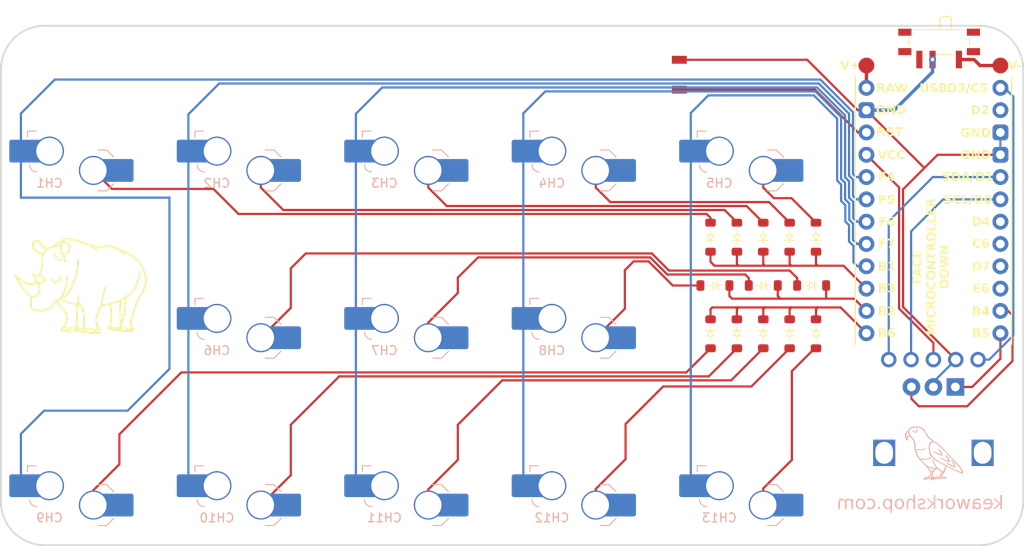
<source format=kicad_pcb>
(kicad_pcb (version 20240108) (generator "pcbnew") (generator_version "8.0")
  (layers (0 "F.Cu" signal) (31 "B.Cu" signal) (34 "B.Paste" user) (35 "F.Paste" user) (36 "B.SilkS" user "B.Silkscreen") (37 "F.SilkS" user "F.Silkscreen") (38 "B.Mask" user) (39 "F.Mask" user) (44 "Edge.Cuts" user))
  (net 0 "")
  (net 1 "COL1")
  (net 2 "Net-(D1-A)")
  (net 3 "COL2")
  (net 4 "Net-(D2-A)")
  (net 5 "COL3")
  (net 6 "Net-(D3-A)")
  (net 7 "COL4")
  (net 8 "Net-(D4-A)")
  (net 9 "COL5")
  (net 10 "Net-(D5-A)")
  (net 11 "Net-(D6-A)")
  (net 12 "Net-(D7-A)")
  (net 13 "Net-(D8-A)")
  (net 14 "Net-(D9-A)")
  (net 15 "Net-(D10-A)")
  (net 16 "Net-(D11-A)")
  (net 17 "Net-(D12-A)")
  (net 18 "Net-(D13-A)")
  (net 19 "ROW1")
  (net 20 "ROW2")
  (net 21 "ROW3")
  (net 25 "Net-(U1-P1.04-LF)")
  (net 26 "Net-(U1-P1.06-LF)")
  (net 27 "MOSI")
  (net 28 "SCK")
  (net 29 "VCC")
  (net 30 "GND")
  (net 31 "CS")
  (net 32 "RST")
  (net 34 "B-R")
  (net 35 "B+R")
  (footprint "Diode_SMD:D_SOD-123" (layer "F.Cu") (at 180.05 77.5 90)
    (property "Reference" "D5" (hide yes))
    (property "Value" "1N4148W" (hide yes))
  )
  (footprint "Diode_SMD:D_SOD-123" (layer "F.Cu") (at 177.05 88.5 -90)
    (property "Reference" "D12" (hide yes))
    (property "Value" "1N4148W" (hide yes))
  )
  (footprint "Diode_SMD:D_SOD-123" (layer "F.Cu") (at 174.05 88.5 -90)
    (property "Reference" "D11" (hide yes))
    (property "Value" "1N4148W" (hide yes))
  )
  (footprint "ClaudeFoot:Universal_Pro_Micro_Footprint" (layer "F.Cu") (at 193.405 74.465)
    (property "Reference" "U1" (hide yes))
    (property "Value" "Universal_Pro_Micro")
  )
  (footprint "Diode_SMD:D_SOD-123" (layer "F.Cu") (at 179.55 83 180)
    (property "Reference" "D6" (hide yes))
    (property "Value" "1N4148W" (hide yes))
  )
  (footprint "Diode_SMD:D_SOD-123" (layer "F.Cu") (at 171.05 88.5 -90)
    (property "Reference" "D10" (hide yes))
    (property "Value" "1N4148W" (hide yes))
  )
  (footprint "Diode_SMD:D_SOD-123" (layer "F.Cu") (at 174.05 83 180)
    (property "Reference" "D7" (hide yes))
    (property "Value" "1N4148W" (hide yes))
  )
  (footprint "ClaudeFoot:MSK-12C02 Toggle Switch" (layer "F.Cu") (at 194.056 55.593 180)
    (property "Reference" "SW1" (hide yes))
    (property "Value" "PCM12SMTR")
  )
  (footprint "Rotary_Encoder:RotaryEncoder_Alps_EC12E_Vertical_H20mm" (layer "F.Cu") (at 193.405 102.05 -90)
    (property "Reference" "SW2" (hide yes))
    (property "Value" "RotaryEncoder" (hide yes))
  )
  (footprint "Diode_SMD:D_SOD-123" (layer "F.Cu") (at 168.55 83 180)
    (property "Reference" "D8" (hide yes))
    (property "Value" "1N4148W" (hide yes))
  )
  (footprint "Diode_SMD:D_SOD-123" (layer "F.Cu") (at 180.05 88.5 -90)
    (property "Reference" "D13" (hide yes))
    (property "Value" "1N4148W" (hide yes))
  )
  (footprint "Diode_SMD:D_SOD-123" (layer "F.Cu") (at 174.05 77.5 90)
    (property "Reference" "D3" (hide yes))
    (property "Value" "1N4148W" (hide yes))
  )
  (footprint "Diode_SMD:D_SOD-123" (layer "F.Cu") (at 171.05 77.5 90)
    (property "Reference" "D2" (hide yes))
    (property "Value" "1N4148W" (hide yes))
  )
  (footprint "Diode_SMD:D_SOD-123" (layer "F.Cu") (at 168.05 88.5 -90)
    (property "Reference" "D9" (hide yes))
    (property "Value" "1N4148W" (hide yes))
  )
  (footprint "Diode_SMD:D_SOD-123" (layer "F.Cu") (at 177.05 77.5 90)
    (property "Reference" "D4" (hide yes))
    (property "Value" "1N4148W" (hide yes))
  )
  (footprint "PCM_nice_view:nice_view" (layer "F.Cu") (at 193.405 74.93)
    (property "Reference" "Display1" (hide yes))
    (property "Value" "nice!view" (hide yes))
  )
  (footprint "Button_Switch_SMD:SW_SPST_B3U-1000P" (layer "F.Cu") (at 164.5 59 90)
    (property "Reference" "S1" (hide yes))
    (property "Value" "B3U-1000P")
  )
  (footprint "Diode_SMD:D_SOD-123" (layer "F.Cu") (at 168.05 77.5 90)
    (property "Reference" "D1" (hide yes))
    (property "Value" "1N4148W" (hide yes))
  )
  (footprint "PCM_marbastlib-choc:SW_choc_v1_HS_1u" (layer "B.Cu") (at 116.9 102.05 180)
    (property "Reference" "CH10")
    (property "Value" "choc_SW_HS" (hide yes))
  )
  (footprint "PCM_marbastlib-choc:SW_choc_v1_HS_1u" (layer "B.Cu") (at 174.05 102.05 180)
    (property "Reference" "CH13")
    (property "Value" "choc_SW_HS" (hide yes))
  )
  (footprint "PCM_marbastlib-choc:SW_choc_v1_HS_1u" (layer "B.Cu") (at 155 83 180)
    (property "Reference" "CH8")
    (property "Value" "choc_SW_HS" (hide yes))
  )
  (footprint "PCM_marbastlib-choc:SW_choc_v1_HS_1u" (layer "B.Cu") (at 174.05 63.95 180)
    (property "Reference" "CH5")
    (property "Value" "choc_SW_HS" (hide yes))
  )
  (footprint "PCM_marbastlib-choc:SW_choc_v1_HS_1u" (layer "B.Cu") (at 155 102.05 180)
    (property "Reference" "CH12")
    (property "Value" "choc_SW_HS" (hide yes))
  )
  (footprint "PCM_marbastlib-choc:SW_choc_v1_HS_1u" (layer "B.Cu") (at 155 63.95 180)
    (property "Reference" "CH4")
    (property "Value" "choc_SW_HS" (hide yes))
  )
  (footprint "PCM_marbastlib-choc:SW_choc_v1_HS_1u" (layer "B.Cu") (at 116.9 63.95 180)
    (property "Reference" "CH2")
    (property "Value" "choc_SW_HS" (hide yes))
  )
  (footprint "PCM_marbastlib-choc:SW_choc_v1_HS_1u" (layer "B.Cu") (at 97.85 63.95 180)
    (property "Reference" "CH1")
    (property "Value" "choc_SW_HS" (hide yes))
  )
  (footprint "PCM_marbastlib-choc:SW_choc_v1_HS_1u" (layer "B.Cu") (at 135.95 63.95 180)
    (property "Reference" "CH3")
    (property "Value" "choc_SW_HS" (hide yes))
  )
  (footprint "PCM_marbastlib-choc:SW_choc_v1_HS_1u" (layer "B.Cu") (at 97.85 102.05 180)
    (property "Reference" "CH9")
    (property "Value" "choc_SW_HS" (hide yes))
  )
  (footprint "PCM_marbastlib-choc:SW_choc_v1_HS_1u" (layer "B.Cu") (at 135.95 83 180)
    (property "Reference" "CH7")
    (property "Value" "choc_SW_HS" (hide yes))
  )
  (footprint "PCM_marbastlib-choc:SW_choc_v1_HS_1u" (layer "B.Cu") (at 116.9 83 180)
    (property "Reference" "CH6")
    (property "Value" "choc_SW_HS" (hide yes))
  )
  (footprint "PCM_marbastlib-choc:SW_choc_v1_HS_1u" (layer "B.Cu") (at 135.95 102.05 180)
    (property "Reference" "CH11")
    (property "Value" "choc_SW_HS" (hide yes))
  )
  (gr_line (start 193.45391 104.833818) (end 193.450887 104.832996) (stroke (width 0.1)) (layer "B.SilkS"))
  (gr_line (start 194.851801 103.501169) (end 194.84992 103.500368) (stroke (width 0.1)) (layer "B.SilkS"))
  (gr_line (start 192.50238 105.033479) (end 192.502688 105.033467) (stroke (width 0.1)) (layer "B.SilkS"))
  (gr_line (start 194.836421 103.49568) (end 194.835836 103.495545) (stroke (width 0.1)) (layer "B.SilkS"))
  (gr_line (start 195.823714 103.630631) (end 195.825238 103.630647) (stroke (width 0.1)) (layer "B.SilkS"))
  (gr_line (start 193.248416 100.796499) (end 193.24343 100.798314) (stroke (width 0.1)) (layer "B.SilkS"))
  (gr_line (start 193.205679 104.212963) (end 193.202731 104.211468) (stroke (width 0.1)) (layer "B.SilkS"))
  (gr_line (start 194.347959 102.317185) (end 194.348599 102.317109) (stroke (width 0.1)) (layer "B.SilkS"))
  (gr_line (start 192.958698 101.293579) (end 192.956288 101.313102) (stroke (width 0.1)) (layer "B.SilkS"))
  (gr_line (start 190.396213 100.564689) (end 190.396571 100.5648) (stroke (width 0.1)) (layer "B.SilkS"))
  (gr_line (start 195.18818 103.045784) (end 195.188629 103.045566) (stroke (width 0.1)) (layer "B.SilkS"))
  (gr_line (start 193.3072 104.814826) (end 193.28005 104.813485) (stroke (width 0.1)) (layer "B.SilkS"))
  (gr_line (start 192.493045 105.031915) (end 192.493158 105.031967) (stroke (width 0.1)) (layer "B.SilkS"))
  (gr_line (start 193.156677 104.795207) (end 193.156631 104.795009) (stroke (width 0.1)) (layer "B.SilkS"))
  (gr_line (start 195.175615 102.902947) (end 195.171082 102.892225) (stroke (width 0.1)) (layer "B.SilkS"))
  (gr_line (start 191.379683 101.848363) (end 191.371136 101.817487) (stroke (width 0.1)) (layer "B.SilkS"))
  (gr_line (start 194.743501 104.858612) (end 194.740576 104.857586) (stroke (width 0.1)) (layer "B.SilkS"))
  (gr_line (start 190.569396 99.545322) (end 190.563949 99.548218) (stroke (width 0.1)) (layer "B.SilkS"))
  (gr_line (start 195.193152 103.042847) (end 195.193526 103.04257) (stroke (width 0.1)) (layer "B.SilkS"))
  (gr_line (start 194.653274 104.928575) (end 194.65345 104.928455) (stroke (width 0.1)) (layer "B.SilkS"))
  (gr_line (start 193.680306 102.860134) (end 193.71944 102.888203) (stroke (width 0.1)) (layer "B.SilkS"))
  (gr_line (start 194.64428 104.93224) (end 194.644764 104.932127) (stroke (width 0.1)) (layer "B.SilkS"))
  (gr_line (start 192.483024 105.001469) (end 192.482993 105.002642) (stroke (width 0.1)) (layer "B.SilkS"))
  (gr_line (start 195.182296 103.048012) (end 195.182822 103.047853) (stroke (width 0.1)) (layer "B.SilkS"))
  (gr_line (start 190.408754 100.563368) (end 190.408877 100.563282) (stroke (width 0.1)) (layer "B.SilkS"))
  (gr_line (start 194.291562 104.814202) (end 194.291357 104.814076) (stroke (width 0.1)) (layer "B.SilkS"))
  (gr_line (start 192.482973 105.003788) (end 192.482964 105.004909) (stroke (width 0.1)) (layer "B.SilkS"))
  (gr_line (start 194.685226 104.843331) (end 194.678834 104.842141) (stroke (width 0.1)) (layer "B.SilkS"))
  (gr_line (start 190.577599 99.57809) (end 190.578053 99.575069) (stroke (width 0.1)) (layer "B.SilkS"))
  (gr_line (start 196.665629 104.113912) (end 196.668186 104.121781) (stroke (width 0.1)) (layer "B.SilkS"))
  (gr_line (start 190.469356 100.161613) (end 190.470998 100.15878) (stroke (width 0.1)) (layer "B.SilkS"))
  (gr_line (start 195.191993 103.043648) (end 195.192385 103.043386) (stroke (width 0.1)) (layer "B.SilkS"))
  (gr_line (start 193.296007 104.232057) (end 193.294876 104.232211) (stroke (width 0.1)) (layer "B.SilkS"))
  (gr_line (start 190.537748 99.56309) (end 190.532711 99.566138) (stroke (width 0.1)) (layer "B.SilkS"))
  (gr_line (start 196.671063 104.34323) (end 196.670844 104.343325) (stroke (width 0.1)) (layer "B.SilkS"))
  (gr_line (start 196.391567 103.659234) (end 196.417399 103.693791) (stroke (width 0.1)) (layer "B.SilkS"))
  (gr_line (start 196.691188 104.25407) (end 196.691242 104.258999) (stroke (width 0.1)) (layer "B.SilkS"))
  (gr_line (start 194.89374 102.967907) (end 194.913991 102.976557) (stroke (width 0.1)) (layer "B.SilkS"))
  (gr_line (start 194.828128 104.922255) (end 194.827335 104.920822) (stroke (width 0.1)) (layer "B.SilkS"))
  (gr_line (start 194.656382 104.925975) (end 194.656532 104.925819) (stroke (width 0.1)) (layer "B.SilkS"))
  (gr_line (start 196.676688 104.151525) (end 196.678423 104.158564) (stroke (width 0.1)) (layer "B.SilkS"))
  (gr_line (start 195.663345 103.18238) (end 195.627416 103.131205) (stroke (width 0.1)) (layer "B.SilkS"))
  (gr_line (start 195.876858 104.024483) (end 195.707536 103.947167) (stroke (width 0.1)) (layer "B.SilkS"))
  (gr_line (start 193.723381 103.82582) (end 193.719999 103.826773) (stroke (width 0.1)) (layer "B.SilkS"))
  (gr_line (start 193.30885 104.385095) (end 193.32827 104.329494) (stroke (width 0.1)) (layer "B.SilkS"))
  (gr_line (start 194.640701 104.932902) (end 194.641233 104.932821) (stroke (width 0.1)) (layer "B.SilkS"))
  (gr_line (start 195.865844 103.562929) (end 195.865076 103.559553) (stroke (width 0.1)) (layer "B.SilkS"))
  (gr_line (start 196.678165 104.336871) (end 196.678035 104.337074) (stroke (width 0.1)) (layer "B.SilkS"))
  (gr_line (start 193.537303 103.968286) (end 193.526045 103.982559) (stroke (width 0.1)) (layer "B.SilkS"))
  (gr_line (start 190.39832 100.565244) (end 190.398491 100.565278) (stroke (width 0.1)) (layer "B.SilkS"))
  (gr_line (start 193.28005 104.813485) (end 193.254511 104.812564) (stroke (width 0.1)) (layer "B.SilkS"))
  (gr_line (start 194.826614 103.495479) (end 194.826465 103.495537) (stroke (width 0.1)) (layer "B.SilkS"))
  (gr_line (start 192.498312 105.033333) (end 192.498588 105.033363) (stroke (width 0.1)) (layer "B.SilkS"))
  (gr_line (start 190.40254 100.565554) (end 190.402693 100.565542) (stroke (width 0.1)) (layer "B.SilkS"))
  (gr_line (start 193.174333 100.549321) (end 193.204278 100.576874) (stroke (width 0.1)) (layer "B.SilkS"))
  (gr_line (start 194.379937 102.292149) (end 194.380049 102.291641) (stroke (width 0.1)) (layer "B.SilkS"))
  (gr_line (start 191.767015 102.643531) (end 191.745596 102.613446) (stroke (width 0.1)) (layer "B.SilkS"))
  (gr_line (start 190.398661 100.565311) (end 190.398831 100.565341) (stroke (width 0.1)) (layer "B.SilkS"))
  (gr_line (start 193.854703 103.829066) (end 193.851204 103.828001) (stroke (width 0.1)) (layer "B.SilkS"))
  (gr_line (start 190.277612 100.356703) (end 190.281176 100.368014) (stroke (width 0.1)) (layer "B.SilkS"))
  (gr_line (start 195.748539 103.311791) (end 195.736512 103.292564) (stroke (width 0.1)) (layer "B.SilkS"))
  (gr_line (start 193.760899 103.818851) (end 193.757466 103.819218) (stroke (width 0.1)) (layer "B.SilkS"))
  (gr_line (start 194.323728 102.11078) (end 194.316618 102.097025) (stroke (width 0.1)) (layer "B.SilkS"))
  (gr_line (start 193.446471 100.77855) (end 193.462819 100.788355) (stroke (width 0.1)) (layer "B.SilkS"))
  (gr_line (start 192.947866 101.716764) (end 192.950929 101.740045) (stroke (width 0.1)) (layer "B.SilkS"))
  (gr_line (start 190.574971 99.605448) (end 190.575127 99.602375) (stroke (width 0.1)) (layer "B.SilkS"))
  (gr_line (start 194.821425 103.502051) (end 194.821318 103.502404) (stroke (width 0.1)) (layer "B.SilkS"))
  (gr_line (start 193.165176 104.80576) (end 193.164979 104.805657) (stroke (width 0.1)) (layer "B.SilkS"))
  (gr_line (start 192.485354 105.02283) (end 192.485469 105.023136) (stroke (width 0.1)) (layer "B.SilkS"))
  (gr_line (start 194.837988 104.946388) (end 194.837457 104.944617) (stroke (width 0.1)) (layer "B.SilkS"))
  (gr_line (start 192.483738 105.016404) (end 192.483805 105.016808) (stroke (width 0.1)) (layer "B.SilkS"))
  (gr_line (start 193.189895 100.823503) (end 193.185914 100.825862) (stroke (width 0.1)) (layer "B.SilkS"))
  (gr_line (start 195.205583 103.011942) (end 195.205569 103.010683) (stroke (width 0.1)) (layer "B.SilkS"))
  (gr_line (start 190.460779 99.617517) (end 190.452874 99.624199) (stroke (width 0.1)) (layer "B.SilkS"))
  (gr_line (start 194.377 102.30043) (end 194.37721 102.300013) (stroke (width 0.1)) (layer "B.SilkS"))
  (gr_line (start 194.822582 103.4992) (end 194.822507 103.499342) (stroke (width 0.1)) (layer "B.SilkS"))
  (gr_line (start 190.403596 100.565435) (end 190.403744 100.565412) (stroke (width 0.1)) (layer "B.SilkS"))
  (gr_line (start 193.138842 104.169408) (end 193.13191 104.163885) (stroke (width 0.1)) (layer "B.SilkS"))
  (gr_line (start 193.220583 104.920259) (end 193.235251 104.920248) (stroke (width 0.1)) (layer "B.SilkS"))
  (gr_line (start 195.846378 103.628129) (end 195.846904 103.627971) (stroke (width 0.1)) (layer "B.SilkS"))
  (gr_line (start 195.190361 103.044647) (end 195.190778 103.044404) (stroke (width 0.1)) (layer "B.SilkS"))
  (gr_line (start 190.654163 99.949345) (end 190.651698 99.94383) (stroke (width 0.1)) (layer "B.SilkS"))
  (gr_line (start 194.653097 104.928693) (end 194.653274 104.928575) (stroke (width 0.1)) (layer "B.SilkS"))
  (gr_line (start 196.62832 104.023745) (end 196.633134 104.033808) (stroke (width 0.1)) (layer "B.SilkS"))
  (gr_line (start 193.483406 104.040398) (end 193.427704 104.119994) (stroke (width 0.1)) (layer "B.SilkS"))
  (gr_line (start 194.337077 104.168317) (end 194.331605 104.165312) (stroke (width 0.1)) (layer "B.SilkS"))
  (gr_line (start 193.33315 104.219603) (end 193.332148 104.220143) (stroke (width 0.1)) (layer "B.SilkS"))
  (gr_line (start 195.841347 103.629339) (end 195.841933 103.629224) (stroke (width 0.1)) (layer "B.SilkS"))
  (gr_line (start 194.656829 104.925501) (end 194.656975 104.925338) (stroke (width 0.1)) (layer "B.SilkS"))
  (gr_line (start 191.016244 99.17072) (end 191.028541 99.166465) (stroke (width 0.1)) (layer "B.SilkS"))
  (gr_line (start 190.413634 100.558016) (end 190.413821 100.55771) (stroke (width 0.1)) (layer "B.SilkS"))
  (gr_line (start 192.938146 101.596285) (end 192.938844 101.614537) (stroke (width 0.1)) (layer "B.SilkS"))
  (gr_line (start 192.958416 101.789463) (end 192.962846 101.815402) (stroke (width 0.1)) (layer "B.SilkS"))
  (gr_line (start 194.640161 104.93298) (end 194.640701 104.932902) (stroke (width 0.1)) (layer "B.SilkS"))
  (gr_line (start 194.292412 104.814693) (end 194.292194 104.814572) (stroke (width 0.1)) (layer "B.SilkS"))
  (gr_line (start 192.496443 105.03303) (end 192.496703 105.033084) (stroke (width 0.1)) (layer "B.SilkS"))
  (gr_line (start 194.370234 102.30893) (end 194.370583 102.308633) (stroke (width 0.1)) (layer "B.SilkS"))
  (gr_line (start 192.085439 99.250653) (end 192.090003 99.253618) (stroke (width 0.1)) (layer "B.SilkS"))
  (gr_line (start 195.177265 103.049221) (end 195.177851 103.049106) (stroke (width 0.1)) (layer "B.SilkS"))
  (gr_line (start 196.52881 103.852525) (end 196.547105 103.880805) (stroke (width 0.1)) (layer "B.SilkS"))
  (gr_line (start 194.760619 104.86541) (end 194.757819 104.864197) (stroke (width 0.1)) (layer "B.SilkS"))
  (gr_line (start 192.501772 105.033493) (end 192.502075 105.033487) (stroke (width 0.1)) (layer "B.SilkS"))
  (gr_line (start 193.364892 105.029823) (end 193.36501 105.030187) (stroke (width 0.1)) (layer "B.SilkS"))
  (gr_line (start 192.492377 105.031581) (end 192.492487 105.031639) (stroke (width 0.1)) (layer "B.SilkS"))
  (gr_line (start 194.609083 104.176685) (end 194.607717 104.177742) (stroke (width 0.1)) (layer "B.SilkS"))
  (gr_line (start 192.507579 105.032972) (end 192.508272 105.032862) (stroke (width 0.1)) (layer "B.SilkS"))
  (gr_line (start 192.962846 101.815402) (end 192.967735 101.842028) (stroke (width 0.1)) (layer "B.SilkS"))
  (gr_line (start 193.329122 104.2217) (end 193.328107 104.222198) (stroke (width 0.1)) (layer "B.SilkS"))
  (gr_line (start 194.821771 103.501033) (end 194.821711 103.501198) (stroke (width 0.1)) (layer "B.SilkS"))
  (gr_line (start 190.388449 100.560862) (end 190.388864 100.561128) (stroke (width 0.1)) (layer "B.SilkS"))
  (gr_line (start 194.840278 103.496757) (end 194.839593 103.496545) (stroke (width 0.1)) (layer "B.SilkS"))
  (gr_line (start 194.377383 102.250031) (end 194.376615 102.246655) (stroke (width 0.1)) (layer "B.SilkS"))
  (gr_line (start 193.964213 103.883907) (end 193.957073 103.879273) (stroke (width 0.1)) (layer "B.SilkS"))
  (gr_line (start 194.651243 104.929782) (end 194.651435 104.929681) (stroke (width 0.1)) (layer "B.SilkS"))
  (gr_line (start 194.326057 104.162164) (end 194.32043 104.15887) (stroke (width 0.1)) (layer "B.SilkS"))
  (gr_line (start 190.594065 99.509206) (end 190.596184 99.50261) (stroke (width 0.1)) (layer "B.SilkS"))
  (gr_line (start 190.326751 100.479143) (end 190.329023 100.48338) (stroke (width 0.1)) (layer "B.SilkS"))
  (gr_line (start 193.215272 100.810157) (end 193.210858 100.812281) (stroke (width 0.1)) (layer "B.SilkS"))
  (gr_line (start 194.647083 104.931486) (end 194.647528 104.931342) (stroke (width 0.1)) (layer "B.SilkS"))
  (gr_line (start 190.452874 99.624199) (end 190.445196 99.63092) (stroke (width 0.1)) (layer "B.SilkS"))
  (gr_line (start 194.286249 104.809205) (end 194.286142 104.809035) (stroke (width 0.1)) (layer "B.SilkS"))
  (gr_line (start 196.636925 104.340595) (end 196.634513 104.339914) (stroke (width 0.1)) (layer "B.SilkS"))
  (gr_line (start 194.803997 104.892092) (end 194.802867 104.891105) (stroke (width 0.1)) (layer "B.SilkS"))
  (gr_line (start 194.376336 102.30165) (end 194.376563 102.301248) (stroke (width 0.1)) (layer "B.SilkS"))
  (gr_line (start 193.208605 104.214403) (end 193.205679 104.212963) (stroke (width 0.1)) (layer "B.SilkS"))
  (gr_line (start 193.363257 105.010977) (end 193.363197 105.012176) (stroke (width 0.1)) (layer "B.SilkS"))
  (gr_line (start 195.868813 103.602984) (end 195.868904 103.602455) (stroke (width 0.1)) (layer "B.SilkS"))
  (gr_line (start 195.868157 103.606049) (end 195.86828 103.605551) (stroke (width 0.1)) (layer "B.SilkS"))
  (gr_line (start 194.639344 104.836136) (end 194.625454 104.834505) (stroke (width 0.1)) (layer "B.SilkS"))
  (gr_line (start 195.856661 103.529463) (end 195.853925 103.521048) (stroke (width 0.1)) (layer "B.SilkS"))
  (gr_line (start 193.204278 100.576874) (end 193.293055 100.660396) (stroke (width 0.1)) (layer "B.SilkS"))
  (gr_line (start 195.114095 103.044463) (end 195.11857 103.045378) (stroke (width 0.1)) (layer "B.SilkS"))
  (gr_line (start 194.461885 104.207142) (end 194.457404 104.206691) (stroke (width 0.1)) (layer "B.SilkS"))
  (gr_line (start 190.380941 100.555102) (end 190.381866 100.555901) (stroke (width 0.1)) (layer "B.SilkS"))
  (gr_line (start 190.396926 100.564904) (end 190.397103 100.564953) (stroke (width 0.1)) (layer "B.SilkS"))
  (gr_line (start 193.233964 104.224888) (end 193.231231 104.223939) (stroke (width 0.1)) (layer "B.SilkS"))
  (gr_line (start 192.499147 105.033414) (end 192.499429 105.033435) (stroke (width 0.1)) (layer "B.SilkS"))
  (gr_line (start 195.867614 103.607991) (end 195.867758 103.607513) (stroke (width 0.1)) (layer "B.SilkS"))
  (gr_line (start 194.758886 103.461532) (end 194.84534 103.498531) (stroke (width 0.1)) (layer "B.SilkS"))
  (gr_line (start 195.200993 102.979435) (end 195.20016 102.975974) (stroke (width 0.1)) (layer "B.SilkS"))
  (gr_line (start 193.00821 101.061566) (end 193.005372 101.069827) (stroke (width 0.1)) (layer "B.SilkS"))
  (gr_line (start 194.284023 104.799468) (end 194.284044 104.799194) (stroke (width 0.1)) (layer "B.SilkS"))
  (gr_line (start 194.368394 102.310339) (end 194.368774 102.310067) (stroke (width 0.1)) (layer "B.SilkS"))
  (gr_line (start 194.381029 102.284567) (end 194.381068 102.283987) (stroke (width 0.1)) (layer "B.SilkS"))
  (gr_line (start 193.219153 102.446589) (end 193.229239 102.459101) (stroke (width 0.1)) (layer "B.SilkS"))
  (gr_line (start 193.353686 104.205843) (end 193.351765 104.207349) (stroke (width 0.1)) (layer "B.SilkS"))
  (gr_line (start 190.401764 100.565587) (end 190.401921 100.565584) (stroke (width 0.1)) (layer "B.SilkS"))
  (gr_line (start 194.3682 102.216565) (end 194.365464 102.208149) (stroke (width 0.1)) (layer "B.SilkS"))
  (gr_line (start 191.259309 100.923748) (end 191.253335 100.901025) (stroke (width 0.1)) (layer "B.SilkS"))
  (gr_line (start 193.971365 103.888666) (end 193.964213 103.883907) (stroke (width 0.1)) (layer "B.SilkS"))
  (gr_line (start 194.649253 104.127012) (end 194.646817 104.131173) (stroke (width 0.1)) (layer "B.SilkS"))
  (gr_line (start 193.157299 104.797274) (end 193.157233 104.797093) (stroke (width 0.1)) (layer "B.SilkS"))
  (gr_line (start 190.397103 100.564953) (end 190.397279 100.565) (stroke (width 0.1)) (layer "B.SilkS"))
  (gr_line (start 194.284382 104.796556) (end 194.284438 104.796242) (stroke (width 0.1)) (layer "B.SilkS"))
  (gr_line (start 190.419269 100.541216) (end 190.419441 100.540191) (stroke (width 0.1)) (layer "B.SilkS"))
  (gr_line (start 194.665464 104.902239) (end 194.665696 104.900653) (stroke (width 0.1)) (layer "B.SilkS"))
  (gr_line (start 193.236677 104.225784) (end 193.233964 104.224888) (stroke (width 0.1)) (layer "B.SilkS"))
  (gr_line (start 194.29151 102.051475) (end 194.281777 102.034768) (stroke (width 0.1)) (layer "B.SilkS"))
  (gr_line (start 195.174855 103.049632) (end 195.175468 103.049536) (stroke (width 0.1)) (layer "B.SilkS"))
  (gr_line (start 195.177851 103.049106) (end 195.178429 103.048986) (stroke (width 0.1)) (layer "B.SilkS"))
  (gr_line (start 192.490113 105.030049) (end 192.490209 105.03013) (stroke (width 0.1)) (layer "B.SilkS"))
  (gr_line (start 190.23834 100.07152) (end 190.237779 100.082373) (stroke (width 0.1)) (layer "B.SilkS"))
  (gr_line (start 190.403147 100.565497) (end 190.403298 100.565478) (stroke (width 0.1)) (layer "B.SilkS"))
  (gr_line (start 194.846402 103.498941) (end 194.84476 103.498312) (stroke (width 0.1)) (layer "B.SilkS"))
  (gr_line (start 190.292537 100.401063) (end 190.296527 100.411718) (stroke (width 0.1)) (layer "B.SilkS"))
  (gr_line (start 196.676195 104.339488) (end 196.676041 104.339656) (stroke (width 0.1)) (layer "B.SilkS"))
  (gr_line (start 193.767778 103.818276) (end 193.764337 103.818537) (stroke (width 0.1)) (layer "B.SilkS"))
  (gr_line (start 190.403447 100.565457) (end 190.403596 100.565435) (stroke (width 0.1)) (layer "B.SilkS"))
  (gr_line (start 193.425776 104.827231) (end 193.42089 104.826307) (stroke (width 0.1)) (layer "B.SilkS"))
  (gr_line (start 191.190459 100.714626) (end 191.180793 100.691338) (stroke (width 0.1)) (layer "B.SilkS"))
  (gr_line (start 195.835119 103.630221) (end 195.83642 103.630083) (stroke (width 0.1)) (layer "B.SilkS"))
  (gr_line (start 190.401607 100.565589) (end 190.401764 100.565587) (stroke (width 0.1)) (layer "B.SilkS"))
  (gr_line (start 194.252726 104.112389) (end 194.239329 104.102084) (stroke (width 0.1)) (layer "B.SilkS"))
  (gr_line (start 196.690198 104.285888) (end 196.689823 104.289914) (stroke (width 0.1)) (layer "B.SilkS"))
  (gr_line (start 192.339693 105.112751) (end 192.483189 104.997789) (stroke (width 0.1)) (layer "B.SilkS"))
  (gr_line (start 193.370316 105.038815) (end 193.37043 105.038919) (stroke (width 0.1)) (layer "B.SilkS"))
  (gr_line (start 193.289159 104.232808) (end 193.288002 104.232892) (stroke (width 0.1)) (layer "B.SilkS"))
  (gr_line (start 193.156145 104.790582) (end 193.156143 104.790331) (stroke (width 0.1)) (layer "B.SilkS"))
  (gr_line (start 194.29001 104.813161) (end 194.289829 104.813025) (stroke (width 0.1)) (layer "B.SilkS"))
  (gr_line (start 194.377613 102.299164) (end 194.377806 102.298731) (stroke (width 0.1)) (layer "B.SilkS"))
  (gr_line (start 193.163317 104.804685) (end 193.163144 104.804572) (stroke (width 0.1)) (layer "B.SilkS"))
  (gr_line (start 195.866454 103.611193) (end 195.866636 103.61075) (stroke (width 0.1)) (layer "B.SilkS"))
  (gr_line (start 193.499527 102.721224) (end 193.533548 102.748737) (stroke (width 0.1)) (layer "B.SilkS"))
  (gr_line (start 193.977712 102.193741) (end 194.025738 102.215842) (stroke (width 0.1)) (layer "B.SilkS"))
  (gr_line (start 193.32709 104.222685) (end 193.326069 104.223162) (stroke (width 0.1)) (layer "B.SilkS"))
  (gr_line (start 193.16646 104.750724) (end 193.171251 104.737443) (stroke (width 0.1)) (layer "B.SilkS"))
  (gr_line (start 191.303129 101.47385) (end 191.300597 101.450354) (stroke (width 0.1)) (layer "B.SilkS"))
  (gr_line (start 194.830411 104.926679) (end 194.829666 104.925183) (stroke (width 0.1)) (layer "B.SilkS"))
  (gr_line (start 196.67128 104.343131) (end 196.671063 104.34323) (stroke (width 0.1)) (layer "B.SilkS"))
  (gr_line (start 196.344076 104.226245) (end 196.201004 104.166106) (stroke (width 0.1)) (layer "B.SilkS"))
  (gr_line (start 194.347804 104.173911) (end 194.342476 104.171182) (stroke (width 0.1)) (layer "B.SilkS"))
  (gr_line (start 193.156187 104.791786) (end 193.156174 104.791551) (stroke (width 0.1)) (layer "B.SilkS"))
  (gr_line (start 195.863316 103.616854) (end 195.863577 103.616482) (stroke (width 0.1)) (layer "B.SilkS"))
  (gr_line (start 193.401659 105.043035) (end 193.403705 105.042713) (stroke (width 0.1)) (layer "B.SilkS"))
  (gr_line (start 193.397801 100.768882) (end 193.3903 100.769349) (stroke (width 0.1)) (layer "B.SilkS"))
  (gr_line (start 194.289829 104.813025) (end 194.289652 104.812888) (stroke (width 0.1)) (layer "B.SilkS"))
  (gr_line (start 194.827558 103.495182) (end 194.827394 103.495225) (stroke (width 0.1)) (layer "B.SilkS"))
  (gr_line (start 195.857976 103.622407) (end 195.858338 103.62212) (stroke (width 0.1)) (layer "B.SilkS"))
  (gr_line (start 190.401921 100.565584) (end 190.402077 100.565579) (stroke (width 0.1)) (layer "B.SilkS"))
  (gr_line (start 190.468915 99.610878) (end 190.464818 99.614192) (stroke (width 0.1)) (layer "B.SilkS"))
  (gr_line (start 193.156408 104.786157) (end 193.156486 104.785534) (stroke (width 0.1)) (layer "B.SilkS"))
  (gr_line (start 196.680837 104.331547) (end 196.680624 104.332059) (stroke (width 0.1)) (layer "B.SilkS"))
  (gr_line (start 191.652046 99.122526) (end 191.672357 99.124808) (stroke (width 0.1)) (layer "B.SilkS"))
  (gr_line (start 194.570658 104.196997) (end 194.568907 104.197587) (stroke (width 0.1)) (layer "B.SilkS"))
  (gr_line (start 191.371136 101.817487) (end 191.363002 101.786606) (stroke (width 0.1)) (layer "B.SilkS"))
  (gr_line (start 192.485587 105.023437) (end 192.485707 105.023733) (stroke (width 0.1)) (layer "B.SilkS"))
  (gr_line (start 193.71944 102.888203) (end 193.759462 102.916315) (stroke (width 0.1)) (layer "B.SilkS"))
  (gr_line (start 191.631546 99.120437) (end 191.652046 99.122526) (stroke (width 0.1)) (layer "B.SilkS"))
  (gr_line (start 193.285856 100.785155) (end 193.280225 100.786624) (stroke (width 0.1)) (layer "B.SilkS"))
  (gr_line (start 194.835144 104.937771) (end 194.834521 104.936119) (stroke (width 0.1)) (layer "B.SilkS"))
  (gr_line (start 192.176888 99.324452) (end 192.186502 99.333783) (stroke (width 0.1)) (layer "B.SilkS"))
  (gr_line (start 195.001063 103.010911) (end 195.015891 103.016182) (stroke (width 0.1)) (layer "B.SilkS"))
  (gr_line (start 194.613116 104.173361) (end 194.611782 104.174495) (stroke (width 0.1)) (layer "B.SilkS"))
  (gr_line (start 194.297072 104.144163) (end 194.291007 104.140087) (stroke (width 0.1)) (layer "B.SilkS"))
  (gr_line (start 195.205407 103.017348) (end 195.205446 103.016768) (stroke (width 0.1)) (layer "B.SilkS"))
  (gr_line (start 195.863049 103.61722) (end 195.863316 103.616854) (stroke (width 0.1)) (layer "B.SilkS"))
  (gr_line (start 193.791962 103.817944) (end 193.788498 103.817832) (stroke (width 0.1)) (layer "B.SilkS"))
  (gr_line (start 193.757466 103.819218) (end 193.754037 103.819638) (stroke (width 0.1)) (layer "B.SilkS"))
  (gr_line (start 190.237828 100.137621) (end 190.238406 100.148868) (stroke (width 0.1)) (layer "B.SilkS"))
  (gr_line (start 190.411085 100.56136) (end 190.411194 100.561244) (stroke (width 0.1)) (layer "B.SilkS"))
  (gr_line (start 193.160968 104.802853) (end 193.16083 104.802721) (stroke (width 0.1)) (layer "B.SilkS"))
  (gr_line (start 195.122917 103.04622) (end 195.127138 103.046987) (stroke (width 0.1)) (layer "B.SilkS"))
  (gr_line (start 190.829721 99.252317) (end 190.838437 99.247685) (stroke (width 0.1)) (layer "B.SilkS"))
  (gr_line (start 194.820822 103.504274) (end 194.82064 103.505068) (stroke (width 0.1)) (layer "B.SilkS"))
  (gr_line (start 190.403892 100.565386) (end 190.404039 100.565359) (stroke (width 0.1)) (layer "B.SilkS"))
  (gr_line (start 193.163492 104.804798) (end 193.163317 104.804685) (stroke (width 0.1)) (layer "B.SilkS"))
  (gr_line (start 194.365129 102.312336) (end 194.365559 102.312103) (stroke (width 0.1)) (layer "B.SilkS"))
  (gr_line (start 194.339742 102.317723) (end 194.341181 102.317681) (stroke (width 0.1)) (layer "B.SilkS"))
  (gr_line (start 194.380529 102.289023) (end 194.38061 102.288484) (stroke (width 0.1)) (layer "B.SilkS"))
  (gr_line (start 194.607717 104.177742) (end 194.60634 104.178776) (stroke (width 0.1)) (layer "B.SilkS"))
  (gr_line (start 193.971753 103.056825) (end 194.017168 103.085028) (stroke (width 0.1)) (layer "B.SilkS"))
  (gr_line (start 193.375663 100.770479) (end 193.368524 100.771139) (stroke (width 0.1)) (layer "B.SilkS"))
  (gr_line (start 194.284197 104.797768) (end 194.284238 104.797471) (stroke (width 0.1)) (layer "B.SilkS"))
  (gr_line (start 196.643628 104.342334) (end 196.64148 104.341805) (stroke (width 0.1)) (layer "B.SilkS"))
  (gr_arc (start 194.366727 104.182779) (mid 194.241575 104.53489) (end 194.000051 104.820041) (stroke (width 0.1)) (layer "B.SilkS"))
  (gr_line (start 192.057283 99.233941) (end 192.062089 99.236614) (stroke (width 0.1)) (layer "B.SilkS"))
  (gr_line (start 195.867896 103.60703) (end 195.86803 103.606542) (stroke (width 0.1)) (layer "B.SilkS"))
  (gr_line (start 194.850116 102.948623) (end 194.89374 102.967907) (stroke (width 0.1)) (layer "B.SilkS"))
  (gr_line (start 191.120363 99.139644) (end 191.134294 99.136374) (stroke (width 0.1)) (layer "B.SilkS"))
  (gr_line (start 196.670844 104.343325) (end 196.670622 104.343418) (stroke (width 0.1)) (layer "B.SilkS"))
  (gr_line (start 194.663321 104.912558) (end 194.663488 104.911952) (stroke (width 0.1)) (layer "B.SilkS"))
  (gr_line (start 194.303484 104.818523) (end 194.302787 104.818366) (stroke (width 0.1)) (layer "B.SilkS"))
  (gr_line (start 190.481563 99.601016) (end 190.477287 99.604289) (stroke (width 0.1)) (layer "B.SilkS"))
  (gr_line (start 190.768228 100.117871) (end 190.752163 100.097584) (stroke (width 0.1)) (layer "B.SilkS"))
  (gr_line (start 191.705282 102.554132) (end 191.686281 102.524827) (stroke (width 0.1)) (layer "B.SilkS"))
  (gr_line (start 193.360424 100.718698) (end 193.368037 100.724705) (stroke (width 0.1)) (layer "B.SilkS"))
  (gr_line (start 190.7376 100.078678) (end 190.724475 100.061174) (stroke (width 0.1)) (layer "B.SilkS"))
  (gr_line (start 193.663449 103.85113) (end 193.660184 103.853042) (stroke (width 0.1)) (layer "B.SilkS"))
  (gr_line (start 192.485242 105.022519) (end 192.485354 105.02283) (stroke (width 0.1)) (layer "B.SilkS"))
  (gr_line (start 190.804644 99.266254) (end 190.812827 99.261602) (stroke (width 0.1)) (layer "B.SilkS"))
  (gr_line (start 194.829553 103.494886) (end 194.829357 103.494899) (stroke (width 0.1)) (layer "B.SilkS"))
  (gr_line (start 196.689236 104.221885) (end 196.68977 104.227556) (stroke (width 0.1)) (layer "B.SilkS"))
  (gr_line (start 192.495425 105.032783) (end 192.495676 105.03285) (stroke (width 0.1)) (layer "B.SilkS"))
  (gr_line (start 194.082584 104.950554) (end 194.161242 104.942366) (stroke (width 0.1)) (layer "B.SilkS"))
  (gr_line (start 195.853153 103.625461) (end 195.85359 103.625234) (stroke (width 0.1)) (layer "B.SilkS"))
  (gr_line (start 192.498588 105.033363) (end 192.498866 105.03339) (stroke (width 0.1)) (layer "B.SilkS"))
  (gr_line (start 195.867743 103.572549) (end 195.867179 103.569427) (stroke (width 0.1)) (layer "B.SilkS"))
  (gr_line (start 195.864326 103.615337) (end 195.864564 103.614945) (stroke (width 0.1)) (layer "B.SilkS"))
  (gr_line (start 194.664414 104.908078) (end 194.664695 104.906692) (stroke (width 0.1)) (layer "B.SilkS"))
  (gr_line (start 195.54033 103.867868) (end 195.45913 103.828018) (stroke (width 0.1)) (layer "B.SilkS"))
  (gr_line (start 190.616937 99.449939) (end 190.618463 99.446732) (stroke (width 0.1)) (layer "B.SilkS"))
  (gr_line (start 194.35109 102.316756) (end 194.351696 102.316655) (stroke (width 0.1)) (layer "B.SilkS"))
  (gr_line (start 195.196934 103.039529) (end 195.197242 103.039197) (stroke (width 0.1)) (layer "B.SilkS"))
  (gr_line (start 190.663868 99.376533) (end 190.666157 99.373861) (stroke (width 0.1)) (layer "B.SilkS"))
  (gr_line (start 194.655133 104.927154) (end 194.655294 104.927013) (stroke (width 0.1)) (layer "B.SilkS"))
  (gr_line (start 195.869145 103.600838) (end 195.869215 103.600289) (stroke (width 0.1)) (layer "B.SilkS"))
  (gr_line (start 195.850891 103.512229) (end 195.84753 103.502979) (stroke (width 0.1)) (layer "B.SilkS"))
  (gr_line (start 194.069362 102.235126) (end 194.089613 102.243776) (stroke (width 0.1)) (layer "B.SilkS"))
  (gr_line (start 194.254693 102.303176) (end 194.265387 102.305993) (stroke (width 0.1)) (layer "B.SilkS"))
  (gr_line (start 195.172977 103.049889) (end 195.17361 103.049808) (stroke (width 0.1)) (layer "B.SilkS"))
  (gr_line (start 194.017168 103.085028) (end 194.064108 103.113424) (stroke (width 0.1)) (layer "B.SilkS"))
  (gr_line (start 193.326069 104.223162) (end 193.325045 104.223627) (stroke (width 0.1)) (layer "B.SilkS"))
  (gr_line (start 193.183758 104.810257) (end 193.18226 104.810089) (stroke (width 0.1)) (layer "B.SilkS"))
  (gr_line (start 190.66848 99.371206) (end 190.670839 99.368566) (stroke (width 0.1)) (layer "B.SilkS"))
  (gr_line (start 194.526787 104.206667) (end 194.522669 104.207123) (stroke (width 0.1)) (layer "B.SilkS"))
  (gr_line (start 195.867999 103.574079) (end 195.867743 103.572549) (stroke (width 0.1)) (layer "B.SilkS"))
  (gr_line (start 194.7368 103.90448) (end 194.731685 103.920989) (stroke (width 0.1)) (layer "B.SilkS"))
  (gr_line (start 195.854019 103.625002) (end 195.854443 103.624764) (stroke (width 0.1)) (layer "B.SilkS"))
  (gr_line (start 195.770237 103.347666) (end 195.759771 103.330149) (stroke (width 0.1)) (layer "B.SilkS"))
  (gr_line (start 193.159211 100.535836) (end 193.174333 100.549321) (stroke (width 0.1)) (layer "B.SilkS"))
  (gr_line (start 194.704164 104.847306) (end 194.697895 104.845908) (stroke (width 0.1)) (layer "B.SilkS"))
  (gr_line (start 191.295726 101.377903) (end 191.295471 101.368687) (stroke (width 0.1)) (layer "B.SilkS"))
  (gr_line (start 193.162476 104.804105) (end 193.162315 104.803985) (stroke (width 0.1)) (layer "B.SilkS"))
  (gr_line (start 194.620933 104.165992) (end 194.61965 104.167291) (stroke (width 0.1)) (layer "B.SilkS"))
  (gr_line (start 194.290569 104.813561) (end 194.29038 104.813429) (stroke (width 0.1)) (layer "B.SilkS"))
  (gr_line (start 193.342062 104.214266) (end 193.340098 104.215525) (stroke (width 0.1)) (layer "B.SilkS"))
  (gr_line (start 194.376104 102.302047) (end 194.376336 102.30165) (stroke (width 0.1)) (layer "B.SilkS"))
  (gr_line (start 196.68977 104.227556) (end 196.690216 104.233106) (stroke (width 0.1)) (layer "B.SilkS"))
  (gr_line (start 191.207032 99.122826) (end 191.222248 99.1207) (stroke (width 0.1)) (layer "B.SilkS"))
  (gr_line (start 192.490602 105.030441) (end 192.490701 105.030517) (stroke (width 0.1)) (layer "B.SilkS"))
  (gr_line (start 194.285373 104.807619) (end 194.285288 104.807436) (stroke (width 0.1)) (layer "B.SilkS"))
  (gr_line (start 190.247233 99.996644) (end 190.245454 100.007272) (stroke (width 0.1)) (layer "B.SilkS"))
  (gr_line (start 193.162 104.803742) (end 193.161846 104.803619) (stroke (width 0.1)) (layer "B.SilkS"))
  (gr_line (start 193.157366 104.797453) (end 193.157299 104.797274) (stroke (width 0.1)) (layer "B.SilkS"))
  (gr_line (start 195.869159 103.582816) (end 195.869011 103.581412) (stroke (width 0.1)) (layer "B.SilkS"))
  (gr_line (start 190.95787 99.192829) (end 190.980596 99.183865) (stroke (width 0.1)) (layer "B.SilkS"))
  (gr_line (start 194.837641 103.495987) (end 194.837023 103.495827) (stroke (width 0.1)) (layer "B.SilkS"))
  (gr_line (start 190.655052 99.387389) (end 190.657206 99.384648) (stroke (width 0.1)) (layer "B.SilkS"))
  (gr_line (start 193.066425 104.931658) (end 193.093711 104.928248) (stroke (width 0.1)) (layer "B.SilkS"))
  (gr_line (start 193.363288 105.020836) (end 193.363327 105.021323) (stroke (width 0.1)) (layer "B.SilkS"))
  (gr_line (start 195.868845 103.579987) (end 195.86866 103.578542) (stroke (width 0.1)) (layer "B.SilkS"))
  (gr_line (start 190.404619 100.565233) (end 190.404763 100.565198) (stroke (width 0.1)) (layer "B.SilkS"))
  (gr_line (start 194.265823 104.122195) (end 194.252726 104.112389) (stroke (width 0.1)) (layer "B.SilkS"))
  (gr_line (start 191.093108 99.146662) (end 191.106634 99.143077) (stroke (width 0.1)) (layer "B.SilkS"))
  (gr_line (start 194.83037 103.494859) (end 194.830161 103.494862) (stroke (width 0.1)) (layer "B.SilkS"))
  (gr_line (start 193.18226 104.810089) (end 193.180811 104.809909) (stroke (width 0.1)) (layer "B.SilkS"))
  (gr_line (start 193.200298 104.662128) (end 193.263897 104.504835) (stroke (width 0.1)) (layer "B.SilkS"))
  (gr_line (start 194.284234 104.804064) (end 194.284196 104.803848) (stroke (width 0.1)) (layer "B.SilkS"))
  (gr_line (start 193.19976 104.209916) (end 193.196767 104.208309) (stroke (width 0.1)) (layer "B.SilkS"))
  (gr_line (start 196.201004 104.166106) (end 196.043145 104.09808) (stroke (width 0.1)) (layer "B.SilkS"))
  (gr_line (start 193.363423 105.008496) (end 193.363332 105.00975) (stroke (width 0.1)) (layer "B.SilkS"))
  (gr_line (start 193.387886 104.171942) (end 193.384072 104.176329) (stroke (width 0.1)) (layer "B.SilkS"))
  (gr_line (start 193.363773 105.025004) (end 193.363845 105.025437) (stroke (width 0.1)) (layer "B.SilkS"))
  (gr_line (start 196.676645 104.338968) (end 196.676497 104.339144) (stroke (width 0.1)) (layer "B.SilkS"))
  (gr_line (start 192.489272 105.029277) (end 192.489363 105.029367) (stroke (width 0.1)) (layer "B.SilkS"))
  (gr_line (start 193.357513 104.202708) (end 193.355602 104.204296) (stroke (width 0.1)) (layer "B.SilkS"))
  (gr_line (start 193.726767 103.82492) (end 193.723381 103.82582) (stroke (width 0.1)) (layer "B.SilkS"))
  (gr_line (start 194.590332 104.188689) (end 194.588788 104.189472) (stroke (width 0.1)) (layer "B.SilkS"))
  (gr_line (start 195.869661 103.593297) (end 195.869666 103.592059) (stroke (width 0.1)) (layer "B.SilkS"))
  (gr_line (start 194.284049 104.802727) (end 194.284028 104.802494) (stroke (width 0.1)) (layer "B.SilkS"))
  (gr_line (start 194.643292 104.932452) (end 194.643789 104.932349) (stroke (width 0.1)) (layer "B.SilkS"))
  (gr_line (start 194.749377 102.901398) (end 194.80209 102.926521) (stroke (width 0.1)) (layer "B.SilkS"))
  (gr_line (start 195.864797 103.614548) (end 195.865023 103.614147) (stroke (width 0.1)) (layer "B.SilkS"))
  (gr_line (start 193.689827 103.83775) (end 193.686505 103.839236) (stroke (width 0.1)) (layer "B.SilkS"))
  (gr_line (start 192.824737 100.253092) (end 192.831253 100.260402) (stroke (width 0.1)) (layer "B.SilkS"))
  (gr_line (start 193.504226 104.011502) (end 193.483406 104.040398) (stroke (width 0.1)) (layer "B.SilkS"))
  (gr_line (start 193.164451 104.756514) (end 193.16646 104.750724) (stroke (width 0.1)) (layer "B.SilkS"))
  (gr_line (start 193.285677 104.233025) (end 193.284508 104.233074) (stroke (width 0.1)) (layer "B.SilkS"))
  (gr_line (start 190.310378 99.802821) (end 190.307185 99.808908) (stroke (width 0.1)) (layer "B.SilkS"))
  (gr_line (start 190.32447 99.777888) (end 190.320741 99.784213) (stroke (width 0.1)) (layer "B.SilkS"))
  (gr_line (start 194.3571 104.931085) (end 194.384051 104.930941) (stroke (width 0.1)) (layer "B.SilkS"))
  (gr_line (start 194.381068 102.283987) (end 194.381103 102.283402) (stroke (width 0.1)) (layer "B.SilkS"))
  (gr_line (start 193.228983 100.804037) (end 193.224333 100.806034) (stroke (width 0.1)) (layer "B.SilkS"))
  (gr_line (start 190.693682 99.345418) (end 190.696406 99.342905) (stroke (width 0.1)) (layer "B.SilkS"))
  (gr_line (start 194.826918 103.49537) (end 194.826765 103.495423) (stroke (width 0.1)) (layer "B.SilkS"))
  (gr_line (start 193.158144 104.799165) (end 193.158058 104.799) (stroke (width 0.1)) (layer "B.SilkS"))
  (gr_line (start 196.660833 104.34494) (end 196.66014 104.344923) (stroke (width 0.1)) (layer "B.SilkS"))
  (gr_line (start 194.65712 104.925174) (end 194.657264 104.925007) (stroke (width 0.1)) (layer "B.SilkS"))
  (gr_line (start 194.304635 104.748151) (end 194.312651 104.732463) (stroke (width 0.1)) (layer "B.SilkS"))
  (gr_line (start 193.145671 104.174686) (end 193.138842 104.169408) (stroke (width 0.1)) (layer "B.SilkS"))
  (gr_line (start 194.737633 104.856588) (end 194.734672 104.855619) (stroke (width 0.1)) (layer "B.SilkS"))
  (gr_line (start 194.829357 103.494899) (end 194.829164 103.494915) (stroke (width 0.1)) (layer "B.SilkS"))
  (gr_line (start 194.288338 104.811746) (end 194.288187 104.811597) (stroke (width 0.1)) (layer "B.SilkS"))
  (gr_line (start 192.038117 102.968053) (end 191.975345 102.899322) (stroke (width 0.1)) (layer "B.SilkS"))
  (gr_line (start 190.421791 100.300595) (end 190.422535 100.296153) (stroke (width 0.1)) (layer "B.SilkS"))
  (gr_line (start 193.363638 105.02412) (end 193.363704 105.024565) (stroke (width 0.1)) (layer "B.SilkS"))
  (gr_line (start 190.624142 99.865847) (end 190.620532 99.85306) (stroke (width 0.1)) (layer "B.SilkS"))
  (gr_line (start 190.405748 100.564902) (end 190.405886 100.564853) (stroke (width 0.1)) (layer "B.SilkS"))
  (gr_line (start 192.504259 105.033369) (end 192.504904 105.03331) (stroke (width 0.1)) (layer "B.SilkS"))
  (gr_line (start 193.716623 103.827779) (end 193.713253 103.828839) (stroke (width 0.1)) (layer "B.SilkS"))
  (gr_line (start 193.624803 103.877594) (end 193.621638 103.880146) (stroke (width 0.1)) (layer "B.SilkS"))
  (gr_line (start 194.792391 103.670093) (end 194.787194 103.69769) (stroke (width 0.1)) (layer "B.SilkS"))
  (gr_line (start 193.462901 104.836466) (end 193.459918 104.835551) (stroke (width 0.1)) (layer "B.SilkS"))
  (gr_line (start 194.544779 104.203853) (end 194.542827 104.204227) (stroke (width 0.1)) (layer "B.SilkS"))
  (gr_line (start 195.154639 102.856652) (end 195.148106 102.843561) (stroke (width 0.1)) (layer "B.SilkS"))
  (gr_line (start 190.60723 99.800458) (end 190.594679 99.745427) (stroke (width 0.1)) (layer "B.SilkS"))
  (gr_line (start 193.159012 104.800588) (end 193.158907 104.800435) (stroke (width 0.1)) (layer "B.SilkS"))
  (gr_line (start 194.627244 104.15905) (end 194.625994 104.1605) (stroke (width 0.1)) (layer "B.SilkS"))
  (gr_line (start 193.36756 105.035573) (end 193.367651 105.035708) (stroke (width 0.1)) (layer "B.SilkS"))
  (gr_line (start 193.15781 104.798497) (end 193.157732 104.798327) (stroke (width 0.1)) (layer "B.SilkS"))
  (gr_line (start 191.103114 100.534281) (end 191.09694 100.523671) (stroke (width 0.1)) (layer "B.SilkS"))
  (gr_line (start 190.592047 99.515765) (end 190.594065 99.509206) (stroke (width 0.1)) (layer "B.SilkS"))
  (gr_line (start 191.355288 101.755814) (end 191.348003 101.725207) (stroke (width 0.1)) (layer "B.SilkS"))
  (gr_line (start 195.153244 103.050259) (end 195.154885 103.050351) (stroke (width 0.1)) (layer "B.SilkS"))
  (gr_line (start 190.329023 100.48338) (end 190.331302 100.487529) (stroke (width 0.1)) (layer "B.SilkS"))
  (gr_line (start 190.63346 99.418871) (end 190.635269 99.415899) (stroke (width 0.1)) (layer "B.SilkS"))
  (gr_line (start 190.992271 99.179431) (end 191.004154 99.175046) (stroke (width 0.1)) (layer "B.SilkS"))
  (gr_line (start 195.855271 103.624275) (end 195.855676 103.624023) (stroke (width 0.1)) (layer "B.SilkS"))
  (gr_line (start 193.270134 104.232719) (end 193.268907 104.23261) (stroke (width 0.1)) (layer "B.SilkS"))
  (gr_line (start 195.859387 103.62123) (end 195.859725 103.620923) (stroke (width 0.1)) (layer "B.SilkS"))
  (gr_line (start 195.186809 102.932111) (end 195.183448 102.922861) (stroke (width 0.1)) (layer "B.SilkS"))
  (gr_line (start 196.052539 103.252156) (end 196.119899 103.32722) (stroke (width 0.1)) (layer "B.SilkS"))
  (gr_line (start 190.418698 100.544185) (end 190.418897 100.543213) (stroke (width 0.1)) (layer "B.SilkS"))
  (gr_line (start 190.732126 99.313441) (end 190.738634 99.308636) (stroke (width 0.1)) (layer "B.SilkS"))
  (gr_line (start 190.274167 100.34528) (end 190.277612 100.356703) (stroke (width 0.1)) (layer "B.SilkS"))
  (gr_line (start 194.731692 104.854677) (end 194.728696 104.853761) (stroke (width 0.1)) (layer "B.SilkS"))
  (gr_line (start 191.028541 99.166465) (end 191.041044 99.162293) (stroke (width 0.1)) (layer "B.SilkS"))
  (gr_line (start 190.414366 100.556759) (end 190.414542 100.556431) (stroke (width 0.1)) (layer "B.SilkS"))
  (gr_line (start 190.239168 100.160173) (end 190.240111 100.171531) (stroke (width 0.1)) (layer "B.SilkS"))
  (gr_line (start 194.999263 102.602262) (end 194.963334 102.551087) (stroke (width 0.1)) (layer "B.SilkS"))
  (gr_line (start 192.48492 105.021554) (end 192.485025 105.021881) (stroke (width 0.1)) (layer "B.SilkS"))
  (gr_line (start 196.690859 104.243836) (end 196.691061 104.249016) (stroke (width 0.1)) (layer "B.SilkS"))
  (gr_line (start 195.578073 103.556674) (end 195.597331 103.564697) (stroke (width 0.1)) (layer "B.SilkS"))
  (gr_line (start 196.669229 104.34392) (end 196.668986 104.343994) (stroke (width 0.1)) (layer "B.SilkS"))
  (gr_line (start 190.400326 100.565536) (end 190.400488 100.565549) (stroke (width 0.1)) (layer "B.SilkS"))
  (gr_line (start 190.434817 100.244244) (end 190.436082 100.240092) (stroke (width 0.1)) (layer "B.SilkS"))
  (gr_line (start 192.490503 105.030365) (end 192.490602 105.030441) (stroke (width 0.1)) (layer "B.SilkS"))
  (gr_line (start 195.839697 103.483064) (end 195.835164 103.472343) (stroke (width 0.1)) (layer "B.SilkS"))
  (gr_line (start 192.9133 100.34111) (end 192.927854 100.353529) (stroke (width 0.1)) (layer "B.SilkS"))
  (gr_line (start 192.985573 101.139703) (end 192.983432 101.148903) (stroke (width 0.1)) (layer "B.SilkS"))
  (gr_line (start 193.178149 100.830688) (end 193.174364 100.833153) (stroke (width 0.1)) (layer "B.SilkS"))
  (gr_line (start 194.301435 104.81804) (end 194.300781 104.817871) (stroke (width 0.1)) (layer "B.SilkS"))
  (gr_line (start 192.498038 105.033299) (end 192.498312 105.033333) (stroke (width 0.1)) (layer "B.SilkS"))
  (gr_line (start 193.374588 104.186628) (end 193.372695 104.188573) (stroke (width 0.1)) (layer "B.SilkS"))
  (gr_line (start 195.202184 103.031512) (end 195.202372 103.031075) (stroke (width 0.1)) (layer "B.SilkS"))
  (gr_line (start 195.205555 103.014396) (end 195.205579 103.013179) (stroke (width 0.1)) (layer "B.SilkS"))
  (gr_line (start 190.391453 99.685346) (end 190.385631 99.692143) (stroke (width 0.1)) (layer "B.SilkS"))
  (gr_line (start 192.062089 99.236614) (end 192.066845 99.239327) (stroke (width 0.1)) (layer "B.SilkS"))
  (gr_line (start 190.349527 100.517379) (end 190.351775 100.520669) (stroke (width 0.1)) (layer "B.SilkS"))
  (gr_line (start 190.419603 100.539149) (end 190.419757 100.538089) (stroke (width 0.1)) (layer "B.SilkS"))
  (gr_line (start 193.158415 104.799652) (end 193.158323 104.799491) (stroke (width 0.1)) (layer "B.SilkS"))
  (gr_line (start 191.134294 99.136374) (end 191.148428 99.13328) (stroke (width 0.1)) (layer "B.SilkS"))
  (gr_line (start 196.687897 104.21018) (end 196.688613 104.216093) (stroke (width 0.1)) (layer "B.SilkS"))
  (gr_line (start 190.375185 100.549656) (end 190.376168 100.550641) (stroke (width 0.1)) (layer "B.SilkS"))
  (gr_line (start 193.167131 105.123459) (end 193.363423 105.008496) (stroke (width 0.1)) (layer "B.SilkS"))
  (gr_line (start 193.927591 103.028731) (end 193.971753 103.056825) (stroke (width 0.1)) (layer "B.SilkS"))
  (gr_line (start 195.855676 103.624023) (end 195.856075 103.623766) (stroke (width 0.1)) (layer "B.SilkS"))
  (gr_line (start 192.483068 105.000269) (end 192.483024 105.001469) (stroke (width 0.1)) (layer "B.SilkS"))
  (gr_line (start 192.716137 100.110429) (end 192.728985 100.129258) (stroke (width 0.1)) (layer "B.SilkS"))
  (gr_line (start 193.368023 105.036239) (end 193.368118 105.036369) (stroke (width 0.1)) (layer "B.SilkS"))
  (gr_line (start 195.205446 103.016768) (end 195.205481 103.016183) (stroke (width 0.1)) (layer "B.SilkS"))
  (gr_line (start 190.577082 99.653853) (end 190.576684 99.650467) (stroke (width 0.1)) (layer "B.SilkS"))
  (gr_line (start 193.683191 103.840775) (end 193.679883 103.842368) (stroke (width 0.1)) (layer "B.SilkS"))
  (gr_line (start 190.661967 99.96551) (end 190.659282 99.96016) (stroke (width 0.1)) (layer "B.SilkS"))
  (gr_line (start 194.283969 104.801039) (end 194.28397 104.800786) (stroke (width 0.1)) (layer "B.SilkS"))
  (gr_line (start 194.825368 103.496092) (end 194.825242 103.496173) (stroke (width 0.1)) (layer "B.SilkS"))
  (gr_line (start 192.502688 105.033467) (end 192.502997 105.033453) (stroke (width 0.1)) (layer "B.SilkS"))
  (gr_line (start 190.405609 100.564949) (end 190.405748 100.564902) (stroke (width 0.1)) (layer "B.SilkS"))
  (gr_line (start 190.279359 99.872739) (end 190.277388 99.87831) (stroke (width 0.1)) (layer "B.SilkS"))
  (gr_line (start 195.089765 103.038774) (end 195.099895 103.041272) (stroke (width 0.1)) (layer "B.SilkS"))
  (gr_line (start 191.269452 99.115471) (end 191.285747 99.114105) (stroke (width 0.1)) (layer "B.SilkS"))
  (gr_line (start 190.40813 100.563773) (end 190.408257 100.563695) (stroke (width 0.1)) (layer "B.SilkS"))
  (gr_line (start 192.494206 105.032395) (end 192.494445 105.03248) (stroke (width 0.1)) (layer "B.SilkS"))
  (gr_line (start 193.307092 104.229882) (end 193.306001 104.230151) (stroke (width 0.1)) (layer "B.SilkS"))
  (gr_line (start 194.296598 104.816569) (end 194.296056 104.816365) (stroke (width 0.1)) (layer "B.SilkS"))
  (gr_line (start 190.444291 100.215992) (end 190.44575 100.212128) (stroke (width 0.1)) (layer "B.SilkS"))
  (gr_line (start 190.304783 100.432361) (end 190.309036 100.442309) (stroke (width 0.1)) (layer "B.SilkS"))
  (gr_line (start 195.869593 103.59571) (end 195.869637 103.594514) (stroke (width 0.1)) (layer "B.SilkS"))
  (gr_line (start 194.248052 101.979666) (end 194.235198 101.959542) (stroke (width 0.1)) (layer "B.SilkS"))
  (gr_line (start 195.707536 103.947167) (end 195.54033 103.867868) (stroke (width 0.1)) (layer "B.SilkS"))
  (gr_line (start 194.622208 104.164664) (end 194.620933 104.165992) (stroke (width 0.1)) (layer "B.SilkS"))
  (gr_line (start 190.575437 99.637142) (end 190.575218 99.633872) (stroke (width 0.1)) (layer "B.SilkS"))
  (gr_line (start 194.288972 104.812328) (end 194.288809 104.812184) (stroke (width 0.1)) (layer "B.SilkS"))
  (gr_line (start 190.277388 99.87831) (end 190.275492 99.883852) (stroke (width 0.1)) (layer "B.SilkS"))
  (gr_line (start 193.36501 105.030187) (end 193.365131 105.030547) (stroke (width 0.1)) (layer "B.SilkS"))
  (gr_line (start 194.820916 103.503887) (end 194.820822 103.504274) (stroke (width 0.1)) (layer "B.SilkS"))
  (gr_line (start 194.617062 104.169802) (end 194.615756 104.171015) (stroke (width 0.1)) (layer "B.SilkS"))
  (gr_line (start 195.866813 103.610303) (end 195.866984 103.609851) (stroke (width 0.1)) (layer "B.SilkS"))
  (gr_line (start 193.164488 102.371755) (end 193.172939 102.384231) (stroke (width 0.1)) (layer "B.SilkS"))
  (gr_line (start 191.855319 99.158062) (end 191.871186 99.162276) (stroke (width 0.1)) (layer "B.SilkS"))
  (gr_line (start 194.833907 103.49517) (end 194.833647 103.495128) (stroke (width 0.1)) (layer "B.SilkS"))
  (gr_line (start 194.826526 104.91941) (end 194.825702 104.918018) (stroke (width 0.1)) (layer "B.SilkS"))
  (gr_line (start 192.487506 105.027123) (end 192.487662 105.02735) (stroke (width 0.1)) (layer "B.SilkS"))
  (gr_line (start 190.418367 100.32737) (end 190.418817 100.322901) (stroke (width 0.1)) (layer "B.SilkS"))
  (gr_line (start 190.415866 100.553612) (end 190.41602 100.553236) (stroke (width 0.1)) (layer "B.SilkS"))
  (gr_line (start 194.82135 104.911358) (end 194.820436 104.910084) (stroke (width 0.1)) (layer "B.SilkS"))
  (gr_line (start 193.590514 103.908368) (end 193.584413 103.914534) (stroke (width 0.1)) (layer "B.SilkS"))
  (gr_line (start 195.124918 102.800182) (end 195.115888 102.784256) (stroke (width 0.1)) (layer "B.SilkS"))
  (gr_line (start 195.205408 103.006784) (end 195.205316 103.005443) (stroke (width 0.1)) (layer "B.SilkS"))
  (gr_line (start 193.156283 104.787353) (end 193.15634 104.786763) (stroke (width 0.1)) (layer "B.SilkS"))
  (gr_line (start 191.94537 102.865607) (end 191.916498 102.832399) (stroke (width 0.1)) (layer "B.SilkS"))
  (gr_line (start 193.130286 100.868013) (end 193.127238 100.870883) (stroke (width 0.1)) (layer "B.SilkS"))
  (gr_line (start 194.659642 104.921639) (end 194.659763 104.92143) (stroke (width 0.1)) (layer "B.SilkS"))
  (gr_line (start 193.157874 104.778272) (end 193.158293 104.776568) (stroke (width 0.1)) (layer "B.SilkS"))
  (gr_line (start 190.805137 100.16251) (end 190.785864 100.13952) (stroke (width 0.1)) (layer "B.SilkS"))
  (gr_line (start 195.205534 103.009404) (end 195.205481 103.008105) (stroke (width 0.1)) (layer "B.SilkS"))
  (gr_line (start 193.181456 104.199413) (end 193.178324 104.197461) (stroke (width 0.1)) (layer "B.SilkS"))
  (gr_line (start 194.825702 104.918018) (end 194.824861 104.916647) (stroke (width 0.1)) (layer "B.SilkS"))
  (gr_line (start 196.645692 104.342813) (end 196.643628 104.342334) (stroke (width 0.1)) (layer "B.SilkS"))
  (gr_line (start 192.990066 101.121595) (end 192.987784 101.130598) (stroke (width 0.1)) (layer "B.SilkS"))
  (gr_line (start 194.312166 104.819996) (end 194.310447 104.819762) (stroke (width 0.1)) (layer "B.SilkS"))
  (gr_line (start 194.61965 104.167291) (end 194.61836 104.16856) (stroke (width 0.1)) (layer "B.SilkS"))
  (gr_line (start 190.40723 100.564274) (end 190.40736 100.564207) (stroke (width 0.1)) (layer "B.SilkS"))
  (gr_line (start 195.192385 103.043386) (end 195.192772 103.043119) (stroke (width 0.1)) (layer "B.SilkS"))
  (gr_line (start 190.575989 99.643758) (end 190.575695 99.640438) (stroke (width 0.1)) (layer "B.SilkS"))
  (gr_line (start 191.993956 99.203971) (end 192.005398 99.208807) (stroke (width 0.1)) (layer "B.SilkS"))
  (gr_line (start 195.171082 102.892225) (end 195.166095 102.880955) (stroke (width 0.1)) (layer "B.SilkS"))
  (gr_line (start 193.161544 104.803368) (end 193.161397 104.803241) (stroke (width 0.1)) (layer "B.SilkS"))
  (gr_line (start 194.372864 102.306417) (end 194.373166 102.30608) (stroke (width 0.1)) (layer "B.SilkS"))
  (gr_line (start 193.653678 103.857027) (end 193.650436 103.859099) (stroke (width 0.1)) (layer "B.SilkS"))
  (gr_line (start 193.384241 104.820972) (end 193.372707 104.819738) (stroke (width 0.1)) (layer "B.SilkS"))
  (gr_line (start 190.324488 100.474821) (end 190.326751 100.479143) (stroke (width 0.1)) (layer "B.SilkS"))
  (gr_line (start 192.972817 100.389688) (end 193.081845 100.472465) (stroke (width 0.1)) (layer "B.SilkS"))
  (gr_line (start 194.310828 102.315517) (end 194.314677 102.31606) (stroke (width 0.1)) (layer "B.SilkS"))
  (gr_line (start 192.090003 99.253618) (end 192.094543 99.256641) (stroke (width 0.1)) (layer "B.SilkS"))
  (gr_line (start 195.187263 103.046204) (end 195.187725 103.045996) (stroke (width 0.1)) (layer "B.SilkS"))
  (gr_line (start 194.704705 104.000356) (end 194.699171 104.015229) (stroke (width 0.1)) (layer "B.SilkS"))
  (gr_line (start 195.193526 103.04257) (end 195.193894 103.042289) (stroke (width 0.1)) (layer "B.SilkS"))
  (gr_line (start 193.372763 105.040676) (end 193.372894 105.040757) (stroke (width 0.1)) (layer "B.SilkS"))
  (gr_line (start 195.205076 103.002698) (end 195.204929 103.001294) (stroke (width 0.1)) (layer "B.SilkS"))
  (gr_line (start 193.369013 105.037481) (end 193.369117 105.037599) (stroke (width 0.1)) (layer "B.SilkS"))
  (gr_line (start 193.015068 102.039309) (end 193.023733 102.067857) (stroke (width 0.1)) (layer "B.SilkS"))
  (gr_line (start 193.158058 104.799) (end 193.157973 104.798834) (stroke (width 0.1)) (layer "B.SilkS"))
  (gr_line (start 196.626718 104.337561) (end 196.621033 104.335729) (stroke (width 0.1)) (layer "B.SilkS"))
  (gr_line (start 193.173125 104.808541) (end 193.17256 104.808404) (stroke (width 0.1)) (layer "B.SilkS"))
  (gr_line (start 196.667727 104.344323) (end 196.667465 104.344381) (stroke (width 0.1)) (layer "B.SilkS"))
  (gr_line (start 194.650261 104.930265) (end 194.650461 104.930172) (stroke (width 0.1)) (layer "B.SilkS"))
  (gr_line (start 191.041044 99.162293) (end 191.053753 99.158215) (stroke (width 0.1)) (layer "B.SilkS"))
  (gr_line (start 190.575218 99.633872) (end 190.575038 99.630627) (stroke (width 0.1)) (layer "B.SilkS"))
  (gr_line (start 193.363126 105.014496) (end 193.363114 105.015617) (stroke (width 0.1)) (layer "B.SilkS"))
  (gr_line (start 195.866267 103.61163) (end 195.866454 103.611193) (stroke (width 0.1)) (layer "B.SilkS"))
  (gr_line (start 194.458235 103.324342) (end 194.527167 103.35718) (stroke (width 0.1)) (layer "B.SilkS"))
  (gr_line (start 191.071474 100.482356) (end 191.06492 100.472333) (stroke (width 0.1)) (layer "B.SilkS"))
  (gr_line (start 194.626387 104.933861) (end 194.629174 104.933794) (stroke (width 0.1)) (layer "B.SilkS"))
  (gr_line (start 190.532711 99.566138) (end 190.52774 99.569209) (stroke (width 0.1)) (layer "B.SilkS"))
  (gr_line (start 193.407966 105.041965) (end 193.410183 105.041542) (stroke (width 0.1)) (layer "B.SilkS"))
  (gr_line (start 195.45913 103.828018) (end 195.380391 103.788324) (stroke (width 0.1)) (layer "B.SilkS"))
  (gr_line (start 194.656625 104.113529) (end 194.654154 104.118194) (stroke (width 0.1)) (layer "B.SilkS"))
  (gr_line (start 190.398491 100.565278) (end 190.398661 100.565311) (stroke (width 0.1)) (layer "B.SilkS"))
  (gr_line (start 193.156575 104.784894) (end 193.156674 104.784236) (stroke (width 0.1)) (layer "B.SilkS"))
  (gr_line (start 190.847335 99.243061) (end 190.856416 99.238445) (stroke (width 0.1)) (layer "B.SilkS"))
  (gr_line (start 192.899006 100.328445) (end 192.906119 100.33481) (stroke (width 0.1)) (layer "B.SilkS"))
  (gr_line (start 190.374193 100.548641) (end 190.375185 100.549656) (stroke (width 0.1)) (layer "B.SilkS"))
  (gr_line (start 193.921549 103.858134) (end 193.914475 103.854347) (stroke (width 0.1)) (layer "B.SilkS"))
  (gr_line (start 193.375991 105.042289) (end 193.376292 105.042404) (stroke (width 0.1)) (layer "B.SilkS"))
  (gr_line (start 190.596184 99.50261) (end 190.598408 99.49599) (stroke (width 0.1)) (layer "B.SilkS"))
  (gr_line (start 193.292602 104.232485) (end 193.291458 104.232604) (stroke (width 0.1)) (layer "B.SilkS"))
  (gr_line (start 194.614441 104.172202) (end 194.613116 104.173361) (stroke (width 0.1)) (layer "B.SilkS"))
  (gr_line (start 195.204198 103.025433) (end 195.204315 103.02493) (stroke (width 0.1)) (layer "B.SilkS"))
  (gr_line (start 195.850878 103.626525) (end 195.851346 103.626322) (stroke (width 0.1)) (layer "B.SilkS"))
  (gr_line (start 194.661624 104.103666) (end 194.659114 104.108688) (stroke (width 0.1)) (layer "B.SilkS"))
  (gr_line (start 191.12116 100.566705) (end 191.115226 100.555803) (stroke (width 0.1)) (layer "B.SilkS"))
  (gr_line (start 194.015276 101.156902) (end 194.044329 101.181372) (stroke (width 0.1)) (layer "B.SilkS"))
  (gr_line (start 190.408507 100.563535) (end 190.408631 100.563452) (stroke (width 0.1)) (layer "B.SilkS"))
  (gr_line (start 193.491742 104.84774) (end 193.490349 104.847071) (stroke (width 0.1)) (layer "B.SilkS"))
  (gr_line (start 190.574717 99.61475) (end 190.574766 99.611634) (stroke (width 0.1)) (layer "B.SilkS"))
  (gr_line (start 192.482964 105.004909) (end 192.482966 105.006004) (stroke (width 0.1)) (layer "B.SilkS"))
  (gr_line (start 194.659883 104.921219) (end 194.660119 104.92079) (stroke (width 0.1)) (layer "B.SilkS"))
  (gr_line (start 195.204635 103.02339) (end 195.204731 103.022866) (stroke (width 0.1)) (layer "B.SilkS"))
  (gr_line (start 195.181224 103.048314) (end 195.181763 103.048165) (stroke (width 0.1)) (layer "B.SilkS"))
  (gr_line (start 194.642276 104.932645) (end 194.642788 104.932551) (stroke (width 0.1)) (layer "B.SilkS"))
  (gr_line (start 193.363415 105.02228) (end 193.363465 105.022749) (stroke (width 0.1)) (layer "B.SilkS"))
  (gr_line (start 190.588379 99.717047) (end 190.585375 99.702797) (stroke (width 0.1)) (layer "B.SilkS"))
  (gr_line (start 193.303343 100.781068) (end 193.297413 100.782376) (stroke (width 0.1)) (layer "B.SilkS"))
  (gr_line (start 194.655768 104.92658) (end 194.655924 104.926432) (stroke (width 0.1)) (layer "B.SilkS"))
  (gr_line (start 194.819507 104.908829) (end 194.818564 104.907592) (stroke (width 0.1)) (layer "B.SilkS"))
  (gr_line (start 193.447851 104.832202) (end 193.444805 104.831434) (stroke (width 0.1)) (layer "B.SilkS"))
  (gr_line (start 193.612198 103.888115) (end 193.60907 103.890871) (stroke (width 0.1)) (layer "B.SilkS"))
  (gr_line (start 192.483043 105.009134) (end 192.483091 105.010128) (stroke (width 0.1)) (layer "B.SilkS"))
  (gr_line (start 194.397827 104.19443) (end 194.393048 104.192882) (stroke (width 0.1)) (layer "B.SilkS"))
  (gr_line (start 196.675728 104.339985) (end 196.675568 104.340146) (stroke (width 0.1)) (layer "B.SilkS"))
  (gr_line (start 192.954445 101.764311) (end 192.958416 101.789463) (stroke (width 0.1)) (layer "B.SilkS"))
  (gr_line (start 195.82216 103.630596) (end 195.823714 103.630631) (stroke (width 0.1)) (layer "B.SilkS"))
  (gr_line (start 190.253866 100.263848) (end 190.256322 100.275509) (stroke (width 0.1)) (layer "B.SilkS"))
  (gr_line (start 195.186321 103.046605) (end 195.186796 103.046407) (stroke (width 0.1)) (layer "B.SilkS"))
  (gr_line (start 194.361463 102.314017) (end 194.361944 102.313824) (stroke (width 0.1)) (layer "B.SilkS"))
  (gr_line (start 195.845845 103.628283) (end 195.846378 103.628129) (stroke (width 0.1)) (layer "B.SilkS"))
  (gr_line (start 195.514198 103.52874) (end 195.557822 103.548025) (stroke (width 0.1)) (layer "B.SilkS"))
  (gr_line (start 192.482981 105.007073) (end 192.483006 105.008116) (stroke (width 0.1)) (layer "B.SilkS"))
  (gr_line (start 194.691581 104.844585) (end 194.685226 104.843331) (stroke (width 0.1)) (layer "B.SilkS"))
  (gr_line (start 190.399998 100.565506) (end 190.400162 100.565522) (stroke (width 0.1)) (layer "B.SilkS"))
  (gr_line (start 196.674217 104.34134) (end 196.674038 104.341477) (stroke (width 0.1)) (layer "B.SilkS"))
  (gr_line (start 195.859131 103.537505) (end 195.856661 103.529463) (stroke (width 0.1)) (layer "B.SilkS"))
  (gr_line (start 193.159681 104.801476) (end 193.159565 104.801332) (stroke (width 0.1)) (layer "B.SilkS"))
  (gr_line (start 194.710382 104.848785) (end 194.704164 104.847306) (stroke (width 0.1)) (layer "B.SilkS"))
  (gr_line (start 193.754037 103.819638) (end 193.750612 103.820112) (stroke (width 0.1)) (layer "B.SilkS"))
  (gr_line (start 194.649448 104.930623) (end 194.649654 104.930536) (stroke (width 0.1)) (layer "B.SilkS"))
  (gr_line (start 193.156399 104.793783) (end 193.156367 104.793571) (stroke (width 0.1)) (layer "B.SilkS"))
  (gr_line (start 194.575812 104.195133) (end 194.574111 104.19577) (stroke (width 0.1)) (layer "B.SilkS"))
  (gr_line (start 193.438394 100.77357) (end 193.446471 100.77855) (stroke (width 0.1)) (layer "B.SilkS"))
  (gr_line (start 193.176757 104.809288) (end 193.176122 104.809173) (stroke (width 0.1)) (layer "B.SilkS"))
  (gr_line (start 194.299515 104.81752) (end 194.298904 104.817339) (stroke (width 0.1)) (layer "B.SilkS"))
  (gr_line (start 190.7663 99.289644) (end 190.77363 99.284942) (stroke (width 0.1)) (layer "B.SilkS"))
  (gr_line (start 191.06492 100.472333) (end 191.058295 100.462441) (stroke (width 0.1)) (layer "B.SilkS"))
  (gr_line (start 193.291458 104.232604) (end 193.290311 104.232712) (stroke (width 0.1)) (layer "B.SilkS"))
  (gr_arc (start 193.134812 104.166217) (mid 193.050127 104.510847) (end 192.865895 104.814163) (stroke (width 0.1)) (layer "B.SilkS"))
  (gr_line (start 194.380444 102.289557) (end 194.380529 102.289023) (stroke (width 0.1)) (layer "B.SilkS"))
  (gr_line (start 190.646762 99.398542) (end 190.648786 99.395724) (stroke (width 0.1)) (layer "B.SilkS"))
  (gr_line (start 190.648786 99.395724) (end 190.650842 99.392926) (stroke (width 0.1)) (layer "B.SilkS"))
  (gr_line (start 193.643977 103.863403) (end 193.64076 103.865635) (stroke (width 0.1)) (layer "B.SilkS"))
  (gr_line (start 195.201991 103.031944) (end 195.202184 103.031512) (stroke (width 0.1)) (layer "B.SilkS"))
  (gr_line (start 192.520744 105.029897) (end 192.524292 105.028848) (stroke (width 0.1)) (layer "B.SilkS"))
  (gr_line (start 194.821213 103.502765) (end 194.821111 103.503132) (stroke (width 0.1)) (layer "B.SilkS"))
  (gr_line (start 193.364779 105.029452) (end 193.364892 105.029823) (stroke (width 0.1)) (layer "B.SilkS"))
  (gr_line (start 190.594679 99.745427) (end 190.588379 99.717047) (stroke (width 0.1)) (layer "B.SilkS"))
  (gr_line (start 193.254511 104.812564) (end 193.203501 104.811443) (stroke (width 0.1)) (layer "B.SilkS"))
  (gr_line (start 194.530864 104.206149) (end 194.526787 104.206667) (stroke (width 0.1)) (layer "B.SilkS"))
  (gr_line (start 193.39557 104.162716) (end 193.391717 104.167404) (stroke (width 0.1)) (layer "B.SilkS"))
  (gr_line (start 190.626512 99.431008) (end 190.628206 99.427936) (stroke (width 0.1)) (layer "B.SilkS"))
  (gr_line (start 191.486894 102.148535) (end 191.474411 102.119171) (stroke (width 0.1)) (layer "B.SilkS"))
  (gr_line (start 192.483613 105.015578) (end 192.483738 105.016404) (stroke (width 0.1)) (layer "B.SilkS"))
  (gr_line (start 190.402693 100.565542) (end 190.402845 100.565529) (stroke (width 0.1)) (layer "B.SilkS"))
  (gr_line (start 196.681046 104.331026) (end 196.680837 104.331547) (stroke (width 0.1)) (layer "B.SilkS"))
  (gr_line (start 194.832887 103.495022) (end 194.832641 103.494993) (stroke (width 0.1)) (layer "B.SilkS"))
  (gr_line (start 190.685737 99.353022) (end 190.688348 99.350476) (stroke (width 0.1)) (layer "B.SilkS"))
  (gr_line (start 193.106876 104.926762) (end 193.119678 104.925443) (stroke (width 0.1)) (layer "B.SilkS"))
  (gr_line (start 192.157979 99.306864) (end 192.167377 99.315474) (stroke (width 0.1)) (layer "B.SilkS"))
  (gr_line (start 192.489182 105.029185) (end 192.489272 105.029277) (stroke (width 0.1)) (layer "B.SilkS"))
  (gr_line (start 195.015891 103.016182) (end 195.029941 103.020981) (stroke (width 0.1)) (layer "B.SilkS"))
  (gr_line (start 193.17256 104.808404) (end 193.172006 104.808262) (stroke (width 0.1)) (layer "B.SilkS"))
  (gr_line (start 194.366811 102.311377) (end 194.367216 102.311125) (stroke (width 0.1)) (layer "B.SilkS"))
  (gr_line (start 195.139055 103.048841) (end 195.142782 103.049309) (stroke (width 0.1)) (layer "B.SilkS"))
  (gr_line (start 192.944956 101.425728) (end 192.942121 101.460412) (stroke (width 0.1)) (layer "B.SilkS"))
  (gr_line (start 195.845306 103.628432) (end 195.845845 103.628283) (stroke (width 0.1)) (layer "B.SilkS"))
  (gr_line (start 190.423326 100.291722) (end 190.424164 100.287304) (stroke (width 0.1)) (layer "B.SilkS"))
  (gr_line (start 190.406023 100.564802) (end 190.40616 100.56475) (stroke (width 0.1)) (layer "B.SilkS"))
  (gr_line (start 190.437742 99.637673) (end 190.430506 99.644452) (stroke (width 0.1)) (layer "B.SilkS"))
  (gr_line (start 195.73186 103.612912) (end 195.743153 103.616074) (stroke (width 0.1)) (layer "B.SilkS"))
  (gr_line (start 195.204578 102.998424) (end 195.204376 102.996957) (stroke (width 0.1)) (layer "B.SilkS"))
  (gr_line (start 190.52774 99.569209) (end 190.522835 99.572303) (stroke (width 0.1)) (layer "B.SilkS"))
  (gr_line (start 194.648397 104.931037) (end 194.648822 104.930876) (stroke (width 0.1)) (layer "B.SilkS"))
  (gr_line (start 193.774671 103.817915) (end 193.771222 103.818069) (stroke (width 0.1)) (layer "B.SilkS"))
  (gr_line (start 194.820463 103.505886) (end 194.820291 103.506728) (stroke (width 0.1)) (layer "B.SilkS"))
  (gr_line (start 196.678294 104.336666) (end 196.678165 104.336871) (stroke (width 0.1)) (layer "B.SilkS"))
  (gr_line (start 195.859725 103.620923) (end 195.860057 103.620611) (stroke (width 0.1)) (layer "B.SilkS"))
  (gr_line (start 190.344999 100.510496) (end 190.347268 100.513988) (stroke (width 0.1)) (layer "B.SilkS"))
  (gr_line (start 190.680911 99.998563) (end 190.677332 99.992802) (stroke (width 0.1)) (layer "B.SilkS"))
  (gr_line (start 194.656532 104.925819) (end 194.656681 104.925661) (stroke (width 0.1)) (layer "B.SilkS"))
  (gr_line (start 191.616754 102.409076) (end 191.600729 102.380317) (stroke (width 0.1)) (layer "B.SilkS"))
  (gr_line (start 195.63301 103.578963) (end 195.649502 103.585258) (stroke (width 0.1)) (layer "B.SilkS"))
  (gr_line (start 193.22009 104.219607) (end 193.217251 104.218388) (stroke (width 0.1)) (layer "B.SilkS"))
  (gr_line (start 190.574851 99.608533) (end 190.574971 99.605448) (stroke (width 0.1)) (layer "B.SilkS"))
  (gr_line (start 194.098844 101.762724) (end 194.054302 101.702502) (stroke (width 0.1)) (layer "B.SilkS"))
  (gr_line (start 193.156784 104.78356) (end 193.156906 104.782865) (stroke (width 0.1)) (layer "B.SilkS"))
  (gr_line (start 193.168911 104.807332) (end 193.168433 104.807163) (stroke (width 0.1)) (layer "B.SilkS"))
  (gr_line (start 193.3812 105.043682) (end 193.381553 105.043738) (stroke (width 0.1)) (layer "B.SilkS"))
  (gr_line (start 193.391717 104.167404) (end 193.387886 104.171942) (stroke (width 0.1)) (layer "B.SilkS"))
  (gr_line (start 194.656975 104.925338) (end 194.65712 104.925174) (stroke (width 0.1)) (layer "B.SilkS"))
  (gr_line (start 193.376597 105.042516) (end 193.376905 105.042623) (stroke (width 0.1)) (layer "B.SilkS"))
  (gr_line (start 193.369117 105.037599) (end 193.369221 105.037715) (stroke (width 0.1)) (layer "B.SilkS"))
  (gr_line (start 193.359419 104.201081) (end 193.357513 104.202708) (stroke (width 0.1)) (layer "B.SilkS"))
  (gr_line (start 196.670169 104.343596) (end 196.669939 104.343681) (stroke (width 0.1)) (layer "B.SilkS"))
  (gr_line (start 193.666721 103.849271) (end 193.663449 103.85113) (stroke (width 0.1)) (layer "B.SilkS"))
  (gr_line (start 193.119678 104.925443) (end 193.138369 104.923773) (stroke (width 0.1)) (layer "B.SilkS"))
  (gr_line (start 190.392085 100.562969) (end 190.392475 100.563164) (stroke (width 0.1)) (layer "B.SilkS"))
  (gr_line (start 195.869666 103.592059) (end 195.869651 103.590801) (stroke (width 0.1)) (layer "B.SilkS"))
  (gr_line (start 194.652188 104.929259) (end 194.652373 104.929149) (stroke (width 0.1)) (layer "B.SilkS"))
  (gr_line (start 196.662171 104.344941) (end 196.661843 104.344945) (stroke (width 0.1)) (layer "B.SilkS"))
  (gr_line (start 195.86567 103.612911) (end 195.865875 103.612489) (stroke (width 0.1)) (layer "B.SilkS"))
  (gr_line (start 196.685162 104.19173) (end 196.686174 104.197998) (stroke (width 0.1)) (layer "B.SilkS"))
  (gr_line (start 190.397454 100.565045) (end 190.397629 100.565088) (stroke (width 0.1)) (layer "B.SilkS"))
  (gr_line (start 190.400972 100.565577) (end 190.401132 100.565582) (stroke (width 0.1)) (layer "B.SilkS"))
  (gr_line (start 191.417854 101.970362) (end 191.40772 101.940135) (stroke (width 0.1)) (layer "B.SilkS"))
  (gr_line (start 191.462317 102.089687) (end 191.450614 102.060074) (stroke (width 0.1)) (layer "B.SilkS"))
  (gr_line (start 193.377848 105.042922) (end 193.378169 105.043014) (stroke (width 0.1)) (layer "B.SilkS"))
  (gr_line (start 191.295541 101.317807) (end 191.298898 101.227757) (stroke (width 0.1)) (layer "B.SilkS"))
  (gr_line (start 191.40772 101.940135) (end 191.397979 101.909729) (stroke (width 0.1)) (layer "B.SilkS"))
  (gr_line (start 191.298898 101.227757) (end 191.299189 101.212769) (stroke (width 0.1)) (layer "B.SilkS"))
  (gr_line (start 192.489827 105.029802) (end 192.489922 105.029885) (stroke (width 0.1)) (layer "B.SilkS"))
  (gr_line (start 190.256322 100.275509) (end 190.258934 100.287184) (stroke (width 0.1)) (layer "B.SilkS"))
  (gr_line (start 190.263993 99.921983) (end 190.261156 99.932727) (stroke (width 0.1)) (layer "B.SilkS"))
  (gr_line (start 195.192772 103.043119) (end 195.193152 103.042847) (stroke (width 0.1)) (layer "B.SilkS"))
  (gr_line (start 192.492708 105.031753) (end 192.49282 105.031808) (stroke (width 0.1)) (layer "B.SilkS"))
  (gr_line (start 190.425047 100.282901) (end 190.425974 100.278514) (stroke (width 0.1)) (layer "B.SilkS"))
  (gr_line (start 192.486347 105.025135) (end 192.486483 105.025401) (stroke (width 0.1)) (layer "B.SilkS"))
  (gr_line (start 195.862497 103.617938) (end 195.862776 103.617582) (stroke (width 0.1)) (layer "B.SilkS"))
  (gr_line (start 194.646817 104.131173) (end 194.644386 104.135175) (stroke (width 0.1)) (layer "B.SilkS"))
  (gr_line (start 194.721113 103.953527) (end 194.715697 103.969453) (stroke (width 0.1)) (layer "B.SilkS"))
  (gr_line (start 191.712202 99.129954) (end 191.731628 99.132821) (stroke (width 0.1)) (layer "B.SilkS"))
  (gr_line (start 196.677079 104.338425) (end 196.676936 104.338609) (stroke (width 0.1)) (layer "B.SilkS"))
  (gr_line (start 195.183341 103.047689) (end 195.183854 103.047521) (stroke (width 0.1)) (layer "B.SilkS"))
  (gr_line (start 193.161157 104.766556) (end 193.162687 104.76178) (stroke (width 0.1)) (layer "B.SilkS"))
  (gr_line (start 193.088075 104.12567) (end 193.080382 104.11846) (stroke (width 0.1)) (layer "B.SilkS"))
  (gr_line (start 193.376292 105.042404) (end 193.376597 105.042516) (stroke (width 0.1)) (layer "B.SilkS"))
  (gr_line (start 194.982714 103.255799) (end 195.150006 103.346688) (stroke (width 0.1)) (layer "B.SilkS"))
  (gr_line (start 194.345331 102.317441) (end 194.346659 102.317323) (stroke (width 0.1)) (layer "B.SilkS"))
  (gr_line (start 192.779856 100.198838) (end 192.792585 100.21492) (stroke (width 0.1)) (layer "B.SilkS"))
  (gr_line (start 191.686281 102.524827) (end 191.66798 102.495707) (stroke (width 0.1)) (layer "B.SilkS"))
  (gr_line (start 194.83322 104.932883) (end 194.832543 104.931298) (stroke (width 0.1)) (layer "B.SilkS"))
  (gr_line (start 193.371375 105.039707) (end 193.371497 105.039801) (stroke (width 0.1)) (layer "B.SilkS"))
  (gr_line (start 194.651697 104.122687) (end 194.649253 104.127012) (stroke (width 0.1)) (layer "B.SilkS"))
  (gr_line (start 193.321953 104.22496) (end 193.320916 104.225383) (stroke (width 0.1)) (layer "B.SilkS"))
  (gr_line (start 193.788498 103.817832) (end 193.785036 103.817773) (stroke (width 0.1)) (layer "B.SilkS"))
  (gr_line (start 194.379569 102.293644) (end 194.379697 102.293151) (stroke (width 0.1)) (layer "B.SilkS"))
  (gr_line (start 192.514174 105.031648) (end 192.515752 105.031257) (stroke (width 0.1)) (layer "B.SilkS"))
  (gr_line (start 192.487052 105.026414) (end 192.487201 105.026655) (stroke (width 0.1)) (layer "B.SilkS"))
  (gr_line (start 194.372242 102.307075) (end 194.372556 102.306748) (stroke (width 0.1)) (layer "B.SilkS"))
  (gr_line (start 190.295613 99.832736) (end 190.293 99.838572) (stroke (width 0.1)) (layer "B.SilkS"))
  (gr_line (start 193.332148 104.220143) (end 193.331142 104.220673) (stroke (width 0.1)) (layer "B.SilkS"))
  (gr_line (start 194.813646 104.901679) (end 194.812622 104.900548) (stroke (width 0.1)) (layer "B.SilkS"))
  (gr_line (start 190.583478 99.547626) (end 190.584989 99.5414) (stroke (width 0.1)) (layer "B.SilkS"))
  (gr_line (start 193.164785 104.805554) (end 193.164593 104.805449) (stroke (width 0.1)) (layer "B.SilkS"))
  (gr_line (start 190.401132 100.565582) (end 190.401291 100.565586) (stroke (width 0.1)) (layer "B.SilkS"))
  (gr_line (start 193.366867 105.034441) (end 193.367035 105.034731) (stroke (width 0.1)) (layer "B.SilkS"))
  (gr_line (start 192.483498 105.01473) (end 192.483613 105.015578) (stroke (width 0.1)) (layer "B.SilkS"))
  (gr_line (start 193.363704 105.024565) (end 193.363773 105.025004) (stroke (width 0.1)) (layer "B.SilkS"))
  (gr_line (start 194.751213 103.854627) (end 194.746584 103.871247) (stroke (width 0.1)) (layer "B.SilkS"))
  (gr_line (start 194.284414 104.804908) (end 194.284365 104.8047) (stroke (width 0.1)) (layer "B.SilkS"))
  (gr_line (start 194.818564 104.907592) (end 194.817607 104.906374) (stroke (width 0.1)) (layer "B.SilkS"))
  (gr_line (start 190.410299 100.562132) (end 190.410413 100.562027) (stroke (width 0.1)) (layer "B.SilkS"))
  (gr_line (start 190.240011 100.049967) (end 190.239085 100.06072) (stroke (width 0.1)) (layer "B.SilkS"))
  (gr_line (start 193.422417 100.763405) (end 193.430377 100.768525) (stroke (width 0.1)) (layer "B.SilkS"))
  (gr_line (start 194.025738 102.215842) (end 194.069362 102.235126) (stroke (width 0.1)) (layer "B.SilkS"))
  (gr_line (start 193.1755 104.809054) (end 193.174889 104.808931) (stroke (width 0.1)) (layer "B.SilkS"))
  (gr_line (start 193.315511 100.778617) (end 193.309375 100.779814) (stroke (width 0.1)) (layer "B.SilkS"))
  (gr_line (start 195.07243 102.712446) (end 195.059576 102.692322) (stroke (width 0.1)) (layer "B.SilkS"))
  (gr_line (start 194.822434 103.499486) (end 194.822362 103.499632) (stroke (width 0.1)) (layer "B.SilkS"))
  (gr_line (start 195.812229 103.629987) (end 195.813958 103.630136) (stroke (width 0.1)) (layer "B.SilkS"))
  (gr_line (start 193.074436 102.205709) (end 193.080246 102.218904) (stroke (width 0.1)) (layer "B.SilkS"))
  (gr_line (start 193.277103 104.471093) (end 193.291941 104.431737) (stroke (width 0.1)) (layer "B.SilkS"))
  (gr_line (start 193.494254 101.942901) (end 193.661546 102.03379) (stroke (width 0.1)) (layer "B.SilkS"))
  (gr_line (start 191.750651 99.135888) (end 191.769229 99.139153) (stroke (width 0.1)) (layer "B.SilkS"))
  (gr_line (start 193.162156 104.803864) (end 193.162 104.803742) (stroke (width 0.1)) (layer "B.SilkS"))
  (gr_line (start 190.680626 99.35815) (end 190.683163 99.35558) (stroke (width 0.1)) (layer "B.SilkS"))
  (gr_line (start 190.409361 100.562923) (end 190.409481 100.56283) (stroke (width 0.1)) (layer "B.SilkS"))
  (gr_line (start 193.374252 105.041515) (end 193.374533 105.041654) (stroke (width 0.1)) (layer "B.SilkS"))
  (gr_line (start 190.411733 100.560641) (end 190.411839 100.560515) (stroke (width 0.1)) (layer "B.SilkS"))
  (gr_line (start 190.415709 100.553983) (end 190.415866 100.553612) (stroke (width 0.1)) (layer "B.SilkS"))
  (gr_line (start 194.651626 104.929578) (end 194.651815 104.929473) (stroke (width 0.1)) (layer "B.SilkS"))
  (gr_line (start 190.389277 100.561386) (end 190.389687 100.561636) (stroke (width 0.1)) (layer "B.SilkS"))
  (gr_line (start 194.825762 103.495866) (end 194.825628 103.495939) (stroke (width 0.1)) (layer "B.SilkS"))
  (gr_line (start 190.27191 99.894854) (end 190.270216 99.900319) (stroke (width 0.1)) (layer "B.SilkS"))
  (gr_line (start 196.65994 104.097605) (end 196.662883 104.105856) (stroke (width 0.1)) (layer "B.SilkS"))
  (gr_line (start 193.399449 104.157881) (end 193.39557 104.162716) (stroke (width 0.1)) (layer "B.SilkS"))
  (gr_line (start 194.430335 104.202661) (end 194.425772 104.201741) (stroke (width 0.1)) (layer "B.SilkS"))
  (gr_line (start 190.657206 99.384648) (end 190.659393 99.381926) (stroke (width 0.1)) (layer "B.SilkS"))
  (gr_line (start 195.200244 103.035219) (end 195.200482 103.034827) (stroke (width 0.1)) (layer "B.SilkS"))
  (gr_line (start 193.376481 104.184645) (end 193.374588 104.186628) (stroke (width 0.1)) (layer "B.SilkS"))
  (gr_line (start 194.663488 104.911952) (end 194.663651 104.911335) (stroke (width 0.1)) (layer "B.SilkS"))
  (gr_line (start 192.265931 99.419616) (end 192.276026 99.431546) (stroke (width 0.1)) (layer "B.SilkS"))
  (gr_line (start 193.170931 104.807968) (end 193.17041 104.807815) (stroke (width 0.1)) (layer "B.SilkS"))
  (gr_line (start 195.194612 103.04171) (end 195.194961 103.041413) (stroke (width 0.1)) (layer "B.SilkS"))
  (gr_line (start 194.374884 102.239647) (end 194.373923 102.236016) (stroke (width 0.1)) (layer "B.SilkS"))
  (gr_line (start 193.199847 102.421624) (end 193.209358 102.434099) (stroke (width 0.1)) (layer "B.SilkS"))
  (gr_line (start 193.15928 104.772873) (end 193.159852 104.770875) (stroke (width 0.1)) (layer "B.SilkS"))
  (gr_line (start 192.48964 105.029631) (end 192.489733 105.029717) (stroke (width 0.1)) (layer "B.SilkS"))
  (gr_line (start 191.363002 101.786606) (end 191.355288 101.755814) (stroke (width 0.1)) (layer "B.SilkS"))
  (gr_line (start 193.459918 104.835551) (end 193.456921 104.834669) (stroke (width 0.1)) (layer "B.SilkS"))
  (gr_line (start 190.390094 100.561878) (end 190.390498 100.562112) (stroke (width 0.1)) (layer "B.SilkS"))
  (gr_line (start 194.365464 102.208149) (end 194.362431 102.199331) (stroke (width 0.1)) (layer "B.SilkS"))
  (gr_line (start 191.298428 101.16527) (end 191.297987 101.156819) (stroke (width 0.1)) (layer "B.SilkS"))
  (gr_line (start 194.636772 104.933364) (end 194.637931 104.933251) (stroke (width 0.1)) (layer "B.SilkS"))
  (gr_line (start 193.165376 104.805861) (end 193.165176 104.80576) (stroke (width 0.1)) (layer "B.SilkS"))
  (gr_line (start 193.363519 105.023212) (end 193.363577 105.023669) (stroke (width 0.1)) (layer "B.SilkS"))
  (gr_line (start 190.631816 99.890901) (end 190.6279 99.878469) (stroke (width 0.1)) (layer "B.SilkS"))
  (gr_line (start 196.688613 104.216093) (end 196.689236 104.221885) (stroke (width 0.1)) (layer "B.SilkS"))
  (gr_line (start 192.851033 100.281738) (end 192.857716 100.288662) (stroke (width 0.1)) (layer "B.SilkS"))
  (gr_line (start 193.365791 105.032262) (end 193.365934 105.032589) (stroke (width 0.1)) (layer "B.SilkS"))
  (gr_line (start 194.300781 104.817871) (end 194.300141 104.817698) (stroke (width 0.1)) (layer "B.SilkS"))
  (gr_line (start 193.158761 104.774769) (end 193.15928 104.772873) (stroke (width 0.1)) (layer "B.SilkS"))
  (gr_line (start 190.576424 99.587157) (end 190.576784 99.584133) (stroke (width 0.1)) (layer "B.SilkS"))
  (gr_line (start 192.98136 101.158192) (end 192.977416 101.177005) (stroke (width 0.1)) (layer "B.SilkS"))
  (gr_line (start 190.677332 99.992802) (end 190.673945 99.987178) (stroke (width 0.1)) (layer "B.SilkS"))
  (gr_line (start 193.369433 105.037945) (end 193.369541 105.038058) (stroke (width 0.1)) (layer "B.SilkS"))
  (gr_arc (start 190.762222 100.110354) (mid 190.626195 100.143675) (end 190.486385 100.135494) (stroke (width 0.1)) (layer "B.SilkS"))
  (gr_line (start 193.1462 100.854035) (end 193.142922 100.856778) (stroke (width 0.1)) (layer "B.SilkS"))
  (gr_line (start 191.192054 99.125146) (end 191.207032 99.122826) (stroke (width 0.1)) (layer "B.SilkS"))
  (gr_line (start 194.318632 102.675681) (end 194.485924 102.76657) (stroke (width 0.1)) (layer "B.SilkS"))
  (gr_line (start 194.597819 104.184496) (end 194.596351 104.185374) (stroke (width 0.1)) (layer "B.SilkS"))
  (gr_line (start 195.86731 103.608931) (end 195.867465 103.608463) (stroke (width 0.1)) (layer "B.SilkS"))
  (gr_line (start 194.000051 104.820041) (end 193.321795 104.870594) (stroke (width 0.1)) (layer "B.SilkS"))
  (gr_line (start 192.910788 103.936904) (end 192.565088 103.530823) (stroke (width 0.1)) (layer "B.SilkS"))
  (gr_line (start 195.865076 103.559553) (end 195.864242 103.556092) (stroke (width 0.1)) (layer "B.SilkS"))
  (gr_line (start 196.671913 104.34282) (end 196.671705 104.342927) (stroke (width 0.1)) (layer "B.SilkS"))
  (gr_line (start 190.575804 99.593221) (end 190.576098 99.590186) (stroke (width 0.1)) (layer "B.SilkS"))
  (gr_line (start 193.064553 100.945939) (end 193.062333 100.949324) (stroke (width 0.1)) (layer "B.SilkS"))
  (gr_line (start 194.475263 104.208135) (end 194.470816 104.207864) (stroke (width 0.1)) (layer "B.SilkS"))
  (gr_line (start 190.542853 99.560065) (end 190.537748 99.56309) (stroke (width 0.1)) (layer "B.SilkS"))
  (gr_line (start 193.086217 102.232004) (end 193.092353 102.245018) (stroke (width 0.1)) (layer "B.SilkS"))
  (gr_line (start 193.465868 104.837415) (end 193.462901 104.836466) (stroke (width 0.1)) (layer "B.SilkS"))
  (gr_line (start 195.204907 103.021803) (end 195.204988 103.021264) (stroke (width 0.1)) (layer "B.SilkS"))
  (gr_line (start 193.15617 104.789031) (end 193.156198 104.788487) (stroke (width 0.1)) (layer "B.SilkS"))
  (gr_line (start 192.497497 105.033223) (end 192.497766 105.033263) (stroke (width 0.1)) (layer "B.SilkS"))
  (gr_line (start 195.175468 103.049536) (end 195.176074 103.049436) (stroke (width 0.1)) (layer "B.SilkS"))
  (gr_line (start 192.483805 105.016808) (end 192.483875 105.017207) (stroke (width 0.1)) (layer "B.SilkS"))
  (gr_line (start 190.293 99.838572) (end 190.290491 99.844365) (stroke (width 0.1)) (layer "B.SilkS"))
  (gr_line (start 196.683043 104.325318) (end 196.682653 104.32653) (stroke (width 0.1)) (layer "B.SilkS"))
  (gr_line (start 194.330507 102.317571) (end 194.332118 102.317644) (stroke (width 0.1)) (layer "B.SilkS"))
  (gr_line (start 194.593372 104.18707) (end 194.59186 104.187889) (stroke (width 0.1)) (layer "B.SilkS"))
  (gr_line (start 195.799288 103.628416) (end 195.803137 103.628959) (stroke (width 0.1)) (layer "B.SilkS"))
  (gr_line (start 192.487352 105.026891) (end 192.487506 105.027123) (stroke (width 0.1)) (layer "B.SilkS"))
  (gr_line (start 194.411938 104.198489) (end 194.407269 104.197231) (stroke (width 0.1)) (layer "B.SilkS"))
  (gr_line (start 196.248097 103.47757) (end 196.308097 103.551636) (stroke (width 0.1)) (layer "B.SilkS"))
  (gr_line (start 195.200482 103.034827) (end 195.200714 103.034431) (stroke (width 0.1)) (layer "B.SilkS"))
  (gr_line (start 194.648822 104.930876) (end 194.649241 104.930709) (stroke (width 0.1)) (layer "B.SilkS"))
  (gr_line (start 193.526045 103.982559) (end 193.515016 103.996993) (stroke (width 0.1)) (layer "B.SilkS"))
  (gr_line (start 191.467197 99.110448) (end 191.507594 99.111848) (stroke (width 0.1)) (layer "B.SilkS"))
  (gr_line (start 193.162973 104.804457) (end 193.162805 104.804341) (stroke (width 0.1)) (layer "B.SilkS"))
  (gr_line (start 192.483395 105.013857) (end 192.483498 105.01473) (stroke (width 0.1)) (layer "B.SilkS"))
  (gr_line (start 191.295219 101.350951) (end 191.295262 101.334033) (stroke (width 0.1)) (layer "B.SilkS"))
  (gr_line (start 192.005398 99.208807) (end 192.016437 99.213674) (stroke (width 0.1)) (layer "B.SilkS"))
  (gr_line (start 194.360482 102.314389) (end 194.360976 102.314205) (stroke (width 0.1)) (layer "B.SilkS"))
  (gr_line (start 194.434878 104.203505) (end 194.430335 104.202661) (stroke (width 0.1)) (layer "B.SilkS"))
  (gr_line (start 190.651698 99.94383) (end 190.649288 99.938234) (stroke (width 0.1)) (layer "B.SilkS"))
  (gr_line (start 193.406656 100.752904) (end 193.414511 100.758201) (stroke (width 0.1)) (layer "B.SilkS"))
  (gr_line (start 195.202554 103.030632) (end 195.202731 103.030185) (stroke (width 0.1)) (layer "B.SilkS"))
  (gr_line (start 193.31883 104.226196) (end 193.317782 104.226586) (stroke (width 0.1)) (layer "B.SilkS"))
  (gr_line (start 193.627977 103.875096) (end 193.624803 103.877594) (stroke (width 0.1)) (layer "B.SilkS"))
  (gr_line (start 194.655453 104.926871) (end 194.655611 104.926726) (stroke (width 0.1)) (layer "B.SilkS"))
  (gr_line (start 196.666386 104.344584) (end 196.666108 104.344627) (stroke (width 0.1)) (layer "B.SilkS"))
  (gr_line (start 194.28555 104.807982) (end 194.28546 104.807801) (stroke (width 0.1)) (layer "B.SilkS"))
  (gr_line (start 194.658633 104.923225) (end 194.658764 104.923034) (stroke (width 0.1)) (layer "B.SilkS"))
  (gr_line (start 193.367743 105.035843) (end 193.367835 105.035976) (stroke (width 0.1)) (layer "B.SilkS"))
  (gr_line (start 196.119899 103.32722) (end 196.185198 103.402514) (stroke (width 0.1)) (layer "B.SilkS"))
  (gr_line (start 194.822658 103.49906) (end 194.822582 103.4992) (stroke (width 0.1)) (layer "B.SilkS"))
  (gr_line (start 196.680018 104.165459) (end 196.681482 104.172215) (stroke (width 0.1)) (layer "B.SilkS"))
  (gr_line (start 194.662617 104.914868) (end 194.662799 104.914307) (stroke (width 0.1)) (layer "B.SilkS"))
  (gr_line (start 194.283976 104.801536) (end 194.283971 104.801289) (stroke (width 0.1)) (layer "B.SilkS"))
  (gr_line (start 193.034213 100.999064) (end 193.030623 101.006537) (stroke (width 0.1)) (layer "B.SilkS"))
  (gr_line (start 192.48418 105.018744) (end 192.484264 105.019115) (stroke (width 0.1)) (layer "B.SilkS"))
  (gr_line (start 193.376905 105.042623) (end 193.377216 105.042726) (stroke (width 0.1)) (layer "B.SilkS"))
  (gr_line (start 192.484529 105.020193) (end 192.484623 105.020541) (stroke (width 0.1)) (layer "B.SilkS"))
  (gr_line (start 196.68756 104.306389) (end 196.687258 104.308051) (stroke (width 0.1)) (layer "B.SilkS"))
  (gr_line (start 196.608419 104.331425) (end 196.594037 104.326243) (stroke (width 0.1)) (layer "B.SilkS"))
  (gr_line (start 194.283982 104.800269) (end 194.283992 104.800006) (stroke (width 0.1)) (layer "B.SilkS"))
  (gr_line (start 194.30276 102.314207) (end 194.306856 102.3149) (stroke (width 0.1)) (layer "B.SilkS"))
  (gr_line (start 195.587305 103.075623) (end 195.542762 103.0154) (stroke (width 0.1)) (layer "B.SilkS"))
  (gr_line (start 193.023733 102.067857) (end 193.028247 102.082059) (stroke (width 0.1)) (layer "B.SilkS"))
  (gr_line (start 191.336484 99.11112) (end 191.354056 99.11049) (stroke (width 0.1)) (layer "B.SilkS"))
  (gr_line (start 195.1963 103.040177) (end 195.19662 103.039855) (stroke (width 0.1)) (layer "B.SilkS"))
  (gr_line (start 194.832543 104.931298) (end 194.83185 104.929737) (stroke (width 0.1)) (layer "B.SilkS"))
  (gr_line (start 193.181999 100.828257) (end 193.178149 100.830688) (stroke (width 0.1)) (layer "B.SilkS"))
  (gr_line (start 192.964077 101.254389) (end 192.96129 101.273989) (stroke (width 0.1)) (layer "B.SilkS"))
  (gr_line (start 196.664666 104.344804) (end 196.664367 104.344831) (stroke (width 0.1)) (layer "B.SilkS"))
  (gr_line (start 192.215862 99.363772) (end 192.225788 99.37439) (stroke (width 0.1)) (layer "B.SilkS"))
  (gr_line (start 194.658502 104.923413) (end 194.658633 104.923225) (stroke (width 0.1)) (layer "B.SilkS"))
  (gr_line (start 192.235768 99.385296) (end 192.245792 99.396478) (stroke (width 0.1)) (layer "B.SilkS"))
  (gr_line (start 190.373193 100.547596) (end 190.374193 100.548641) (stroke (width 0.1)) (layer "B.SilkS"))
  (gr_line (start 193.369327 105.037831) (end 193.369433 105.037945) (stroke (width 0.1)) (layer "B.SilkS"))
  (gr_line (start 190.579601 99.56599) (end 190.58078 99.559909) (stroke (width 0.1)) (layer "B.SilkS"))
  (gr_line (start 190.40616 100.56475) (end 190.406296 100.564696) (stroke (width 0.1)) (layer "B.SilkS"))
  (gr_line (start 194.693639 104.029646) (end 194.688129 104.043555) (stroke (width 0.1)) (layer "B.SilkS"))
  (gr_line (start 190.408631 100.563452) (end 190.408754 100.563368) (stroke (width 0.1)) (layer "B.SilkS"))
  (gr_line (start 194.328299 104.821398) (end 194.323861 104.821121) (stroke (width 0.1)) (layer "B.SilkS"))
  (gr_line (start 194.284318 104.80449) (end 194.284275 104.804278) (stroke (width 0.1)) (layer "B.SilkS"))
  (gr_line (start 196.559442 104.313156) (end 196.465756 104.276072) (stroke (width 0.1)) (layer "B.SilkS"))
  (gr_line (start 194.821832 103.50087) (end 194.821771 103.501033) (stroke (width 0.1)) (layer "B.SilkS"))
  (gr_line (start 193.280225 100.786624) (end 193.27469 100.788144) (stroke (width 0.1)) (layer "B.SilkS"))
  (gr_line (start 190.421124 100.518835) (end 190.421167 100.516137) (stroke (width 0.1)) (layer "B.SilkS"))
  (gr_line (start 193.231231 104.223939) (end 193.228477 104.222937) (stroke (width 0.1)) (layer "B.SilkS"))
  (gr_line (start 190.411519 100.560886) (end 190.411626 100.560764) (stroke (width 0.1)) (layer "B.SilkS"))
  (gr_line (start 194.643172 104.137117) (end 194.641958 104.13902) (stroke (width 0.1)) (layer "B.SilkS"))
  (gr_line (start 190.288081 99.850115) (end 190.285767 99.855826) (stroke (width 0.1)) (layer "B.SilkS"))
  (gr_line (start 192.484349 105.01948) (end 192.484438 105.019839) (stroke (width 0.1)) (layer "B.SilkS"))
  (gr_line (start 195.043249 103.025332) (end 195.055849 103.029261) (stroke (width 0.1)) (layer "B.SilkS"))
  (gr_line (start 190.419313 100.318432) (end 190.419857 100.313966) (stroke (width 0.1)) (layer "B.SilkS"))
  (gr_line (start 194.348599 102.317109) (end 194.349232 102.317028) (stroke (width 0.1)) (layer "B.SilkS"))
  (gr_line (start 193.847706 103.826987) (end 193.844209 103.826024) (stroke (width 0.1)) (layer "B.SilkS"))
  (gr_line (start 190.629928 99.42489) (end 190.631679 99.421868) (stroke (width 0.1)) (layer "B.SilkS"))
  (gr_line (start 193.462819 100.788355) (end 193.479446 100.798014) (stroke (width 0.1)) (layer "B.SilkS"))
  (gr_line (start 194.333008 104.821635) (end 194.328299 104.821398) (stroke (width 0.1)) (layer "B.SilkS"))
  (gr_line (start 193.364002 105.026286) (end 193.364086 105.026702) (stroke (width 0.1)) (layer "B.SilkS"))
  (gr_line (start 191.590197 99.116829) (end 191.610912 99.118539) (stroke (width 0.1)) (layer "B.SilkS"))
  (gr_line (start 194.378085 102.253322) (end 194.377383 102.250031) (stroke (width 0.1)) (layer "B.SilkS"))
  (gr_line (start 190.392475 100.563164) (end 190.392861 100.563351) (stroke (width 0.1)) (layer "B.SilkS"))
  (gr_line (start 193.252527 104.230058) (end 193.249935 104.229476) (stroke (width 0.1)) (layer "B.SilkS"))
  (gr_line (start 193.328107 104.222198) (end 193.32709 104.222685) (stroke (width 0.1)) (layer "B.SilkS"))
  (gr_line (start 191.548737 99.11397) (end 191.569454 99.115307) (stroke (width 0.1)) (layer "B.SilkS"))
  (gr_line (start 194.35907 102.19008) (end 194.355349 102.180368) (stroke (width 0.1)) (layer "B.SilkS"))
  (gr_line (start 191.692427 99.127283) (end 191.712202 99.129954) (stroke (width 0.1)) (layer "B.SilkS"))
  (gr_line (start 194.862492 103.506078) (end 194.85795 103.50393) (stroke (width 0.1)) (layer "B.SilkS"))
  (gr_line (start 194.650461 104.930172) (end 194.650659 104.930077) (stroke (width 0.1)) (layer "B.SilkS"))
  (gr_line (start 190.410413 100.562027) (end 190.410526 100.561919) (stroke (width 0.1)) (layer "B.SilkS"))
  (gr_line (start 191.299247 101.197444) (end 191.29917 101.189615) (stroke (width 0.1)) (layer "B.SilkS"))
  (gr_line (start 195.869395 103.59861) (end 195.869445 103.598041) (stroke (width 0.1)) (layer "B.SilkS"))
  (gr_line (start 193.184565 104.201308) (end 193.181456 104.199413) (stroke (width 0.1)) (layer "B.SilkS"))
  (gr_line (start 193.363222 105.019842) (end 193.363288 105.020836) (stroke (width 0.1)) (layer "B.SilkS"))
  (gr_line (start 194.781383 103.726912) (end 194.77492 103.757488) (stroke (width 0.1)) (layer "B.SilkS"))
  (gr_line (start 195.869398 103.585561) (end 195.869288 103.584199) (stroke (width 0.1)) (layer "B.SilkS"))
  (gr_line (start 190.45336 100.193582) (end 190.454937 100.19004) (stroke (width 0.1)) (layer "B.SilkS"))
  (gr_line (start 192.519036 105.03038) (end 192.520744 105.029897) (stroke (width 0.1)) (layer "B.SilkS"))
  (gr_line (start 194.80732 104.895144) (end 194.806224 104.894112) (stroke (width 0.1)) (layer "B.SilkS"))
  (gr_line (start 194.325497 102.317237) (end 194.327196 102.317367) (stroke (width 0.1)) (layer "B.SilkS"))
  (gr_line (start 193.633911 105.001457) (end 194.082584 104.950554) (stroke (width 0.1)) (layer "B.SilkS"))
  (gr_line (start 190.390899 100.562338) (end 190.391297 100.562556) (stroke (width 0.1)) (layer "B.SilkS"))
  (gr_line (start 194.380257 102.290609) (end 194.380353 102.290086) (stroke (width 0.1)) (layer "B.SilkS"))
  (gr_line (start 196.509103 103.822965) (end 196.52881 103.852525) (stroke (width 0.1)) (layer "B.SilkS"))
  (gr_line (start 193.367206 105.035017) (end 193.367382 105.035297) (stroke (width 0.1)) (layer "B.SilkS"))
  (gr_line (start 190.273667 99.889366) (end 190.27191 99.894854) (stroke (width 0.1)) (layer "B.SilkS"))
  (gr_line (start 190.574706 99.617885) (end 190.574717 99.61475) (stroke (width 0.1)) (layer "B.SilkS"))
  (gr_line (start 194.757819 104.864197) (end 194.754998 104.863017) (stroke (width 0.1)) (layer "B.SilkS"))
  (gr_line (start 192.565032 105.016138) (end 192.570639 105.01455) (stroke (width 0.1)) (layer "B.SilkS"))
  (gr_line (start 194.065666 103.959548) (end 194.036364 103.93625) (stroke (width 0.1)) (layer "B.SilkS"))
  (gr_line (start 193.371743 105.039984) (end 193.371868 105.040075) (stroke (width 0.1)) (layer "B.SilkS"))
  (gr_line (start 192.498866 105.03339) (end 192.499147 105.033414) (stroke (width 0.1)) (layer "B.SilkS"))
  (gr_line (start 195.869215 103.600289) (end 195.86928 103.599735) (stroke (width 0.1)) (layer "B.SilkS"))
  (gr_line (start 194.327196 102.317367) (end 194.328866 102.317479) (stroke (width 0.1)) (layer "B.SilkS"))
  (gr_line (start 196.686627 104.311273) (end 196.6863 104.312833) (stroke (width 0.1)) (layer "B.SilkS"))
  (gr_line (start 194.600071 103.390937) (end 194.67722 103.425694) (stroke (width 0.1)) (layer "B.SilkS"))
  (gr_line (start 194.653625 104.928333) (end 194.653798 104.928209) (stroke (width 0.1)) (layer "B.SilkS"))
  (gr_line (start 192.515752 105.031257) (end 192.517373 105.030834) (stroke (width 0.1)) (layer "B.SilkS"))
  (gr_line (start 194.287338 104.810677) (end 194.287206 104.810519) (stroke (width 0.1)) (layer "B.SilkS"))
  (gr_line (start 195.11857 103.045378) (end 195.122917 103.04622) (stroke (width 0.1)) (layer "B.SilkS"))
  (gr_line (start 193.670001 103.847465) (end 193.666721 103.849271) (stroke (width 0.1)) (layer "B.SilkS"))
  (gr_line (start 193.70653 103.831119) (end 193.703177 103.832338) (stroke (width 0.1)) (layer "B.SilkS"))
  (gr_line (start 191.450614 102.060074) (end 191.439302 102.030322) (stroke (width 0.1)) (layer "B.SilkS"))
  (gr_line (start 193.743776 103.821219) (end 193.740365 103.821853) (stroke (width 0.1)) (layer "B.SilkS"))
  (gr_line (start 194.332118 102.317644) (end 194.3337 102.317698) (stroke (width 0.1)) (layer "B.SilkS"))
  (gr_line (start 194.629729 104.156054) (end 194.628489 104.157568) (stroke (width 0.1)) (layer "B.SilkS"))
  (gr_line (start 194.628489 104.157568) (end 194.627244 104.15905) (stroke (width 0.1)) (layer "B.SilkS"))
  (gr_line (start 194.835266 103.495422) (end 194.834711 103.495312) (stroke (width 0.1)) (layer "B.SilkS"))
  (gr_line (start 193.161397 104.803241) (end 193.161252 104.803113) (stroke (width 0.1)) (layer "B.SilkS"))
  (gr_line (start 190.253518 99.964759) (end 190.251268 99.975394) (stroke (width 0.1)) (layer "B.SilkS"))
  (gr_line (start 192.489547 105.029544) (end 192.48964 105.029631) (stroke (width 0.1)) (layer "B.SilkS"))
  (gr_line (start 193.219763 100.808074) (end 193.215272 100.810157) (stroke (width 0.1)) (layer "B.SilkS"))
  (gr_line (start 192.484264 105.019115) (end 192.484349 105.01948) (stroke (width 0.1)) (layer "B.SilkS"))
  (gr_line (start 195.840755 103.629449) (end 195.841347 103.629339) (stroke (width 0.1)) (layer "B.SilkS"))
  (gr_line (start 196.649847 104.071615) (end 196.65343 104.080492) (stroke (width 0.1)) (layer "B.SilkS"))
  (gr_line (start 192.387688 99.578658) (end 192.408962 99.61005) (stroke (width 0.1)) (layer "B.SilkS"))
  (gr_line (start 190.313367 100.451981) (end 190.315559 100.456707) (stroke (width 0.1)) (layer "B.SilkS"))
  (gr_line (start 193.060143 100.952732) (end 193.057982 100.956161) (stroke (width 0.1)) (layer "B.SilkS"))
  (gr_line (start 195.195975 103.040493) (end 195.1963 103.040177) (stroke (width 0.1)) (layer "B.SilkS"))
  (gr_line (start 194.661233 104.9185) (end 194.661443 104.918012) (stroke (width 0.1)) (layer "B.SilkS"))
  (gr_line (start 190.450258 100.200839) (end 190.4518 100.197182) (stroke (width 0.1)) (layer "B.SilkS"))
  (gr_line (start 196.681862 104.32885) (end 196.681458 104.329956) (stroke (width 0.1)) (layer "B.SilkS"))
  (gr_line (start 193.110481 104.145862) (end 193.103123 104.139372) (stroke (width 0.1)) (layer "B.SilkS"))
  (gr_line (start 190.517995 99.575417) (end 190.51322 99.578553) (stroke (width 0.1)) (layer "B.SilkS"))
  (gr_line (start 193.263897 104.504835) (end 193.277103 104.471093) (stroke (width 0.1)) (layer "B.SilkS"))
  (gr_line (start 194.3802 102.265643) (end 194.379998 102.264177) (stroke (width 0.1)) (layer "B.SilkS"))
  (gr_line (start 194.662242 104.915958) (end 194.662431 104.915419) (stroke (width 0.1)) (layer "B.SilkS"))
  (gr_line (start 193.830236 103.822698) (end 193.826747 103.821999) (stroke (width 0.1)) (layer "B.SilkS"))
  (gr_line (start 193.16264 104.804223) (end 193.162476 104.804105) (stroke (width 0.1)) (layer "B.SilkS"))
  (gr_line (start 190.696406 99.342905) (end 190.699168 99.340402) (stroke (width 0.1)) (layer "B.SilkS"))
  (gr_line (start 193.172939 102.384231) (end 193.181645 102.396697) (stroke (width 0.1)) (layer "B.SilkS"))
  (gr_line (start 190.464502 100.17044) (end 190.466108 100.167442) (stroke (width 0.1)) (layer "B.SilkS"))
  (gr_line (start 194.377806 102.298731) (end 194.377994 102.298294) (stroke (width 0.1)) (layer "B.SilkS"))
  (gr_line (start 194.65902 104.922647) (end 194.659147 104.92245) (stroke (width 0.1)) (layer "B.SilkS"))
  (gr_line (start 196.689398 104.293809) (end 196.688926 104.297571) (stroke (width 0.1)) (layer "B.SilkS"))
  (gr_line (start 192.943062 101.673294) (end 192.94525 101.694535) (stroke (width 0.1)) (layer "B.SilkS"))
  (gr_line (start 190.407748 100.563997) (end 190.407876 100.563924) (stroke (width 0.1)) (layer "B.SilkS"))
  (gr_line (start 190.420855 100.495568) (end 190.420604 100.489175) (stroke (width 0.1)) (layer "B.SilkS"))
  (gr_line (start 195.168354 103.050321) (end 195.169709 103.050222) (stroke (width 0.1)) (layer "B.SilkS"))
  (gr_line (start 194.484106 104.208496) (end 194.479693 104.208346) (stroke (width 0.1)) (layer "B.SilkS"))
  (gr_line (start 195.189842 102.94093) (end 195.186809 102.932111) (stroke (width 0.1)) (layer "B.SilkS"))
  (gr_line (start 192.496185 105.032974) (end 192.496443 105.03303) (stroke (width 0.1)) (layer "B.SilkS"))
  (gr_line (start 194.314677 102.31606) (end 194.318404 102.316528) (stroke (width 0.1)) (layer "B.SilkS"))
  (gr_line (start 194.29038 104.813429) (end 194.290193 104.813296) (stroke (width 0.1)) (layer "B.SilkS"))
  (gr_line (start 193.380161 105.043491) (end 193.380504 105.043558) (stroke (width 0.1)) (layer "B.SilkS"))
  (gr_line (start 190.712719 100.045093) (end 190.702255 100.030413) (stroke (width 0.1)) (layer "B.SilkS"))
  (gr_line (start 194.677259 104.06964) (end 194.671939 104.081712) (stroke (width 0.1)) (layer "B.SilkS"))
  (gr_line (start 194.286472 104.809542) (end 194.28636 104.809374) (stroke (width 0.1)) (layer "B.SilkS"))
  (gr_line (start 190.333585 100.491589) (end 190.33587 100.495558) (stroke (width 0.1)) (layer "B.SilkS"))
  (gr_line (start 195.86949 103.586902) (end 195.869398 103.585561) (stroke (width 0.1)) (layer "B.SilkS"))
  (gr_line (start 190.41246 100.559734) (end 190.412662 100.559462) (stroke (width 0.1)) (layer "B.SilkS"))
  (gr_line (start 193.049621 100.9701) (end 193.045607 100.977203) (stroke (width 0.1)) (layer "B.SilkS"))
  (gr_line (start 194.837457 104.944617) (end 194.836906 104.94287) (stroke (width 0.1)) (layer "B.SilkS"))
  (gr_line (start 193.368808 105.037243) (end 193.36891 105.037363) (stroke (width 0.1)) (layer "B.SilkS"))
  (gr_line (start 194.652738 104.928925) (end 194.652918 104.92881) (stroke (width 0.1)) (layer "B.SilkS"))
  (gr_line (start 191.285747 99.114105) (end 191.302342 99.112926) (stroke (width 0.1)) (layer "B.SilkS"))
  (gr_line (start 193.471754 104.83942) (end 193.46882 104.838399) (stroke (width 0.1)) (layer "B.SilkS"))
  (gr_line (start 193.364562 105.028695) (end 193.364669 105.029076) (stroke (width 0.1)) (layer "B.SilkS"))
  (gr_line (start 196.664962 104.344775) (end 196.664666 104.344804) (stroke (width 0.1)) (layer "B.SilkS"))
  (gr_line (start 193.310339 104.22901) (end 193.309261 104.229312) (stroke (width 0.1)) (layer "B.SilkS"))
  (gr_line (start 194.823323 103.498014) (end 194.823234 103.498138) (stroke (width 0.1)) (layer "B.SilkS"))
  (gr_line (start 194.635873 104.147979) (end 194.634651 104.149663) (stroke (width 0.1)) (layer "B.SilkS"))
  (gr_line (start 194.731685 103.920989) (end 194.726449 103.937355) (stroke (width 0.1)) (layer "B.SilkS"))
  (gr_line (start 194.206883 101.916482) (end 194.174885 101.869481) (stroke (width 0.1)) (layer "B.SilkS"))
  (gr_line (start 194.872712 103.511145) (end 194.867408 103.508481) (stroke (width 0.1)) (layer "B.SilkS"))
  (gr_line (start 190.996367 100.379089) (end 190.982301 100.361882) (stroke (width 0.1)) (layer "B.SilkS"))
  (gr_line (start 194.372899 102.232298) (end 194.37067 102.224606) (stroke (width 0.1)) (layer "B.SilkS"))
  (gr_line (start 193.088405 100.913247) (end 193.085881 100.916422) (stroke (width 0.1)) (layer "B.SilkS"))
  (gr_line (start 190.752138 99.299099) (end 190.759136 99.294363) (stroke (width 0.1)) (layer "B.SilkS"))
  (gr_line (start 195.818721 103.43677) (end 195.812189 103.423679) (stroke (width 0.1)) (layer "B.SilkS"))
  (gr_line (start 190.417031 100.550459) (end 190.417298 100.549621) (stroke (width 0.1)) (layer "B.SilkS"))
  (gr_line (start 194.416576 104.199659) (end 194.411938 104.198489) (stroke (width 0.1)) (layer "B.SilkS"))
  (gr_line (start 195.858338 103.62212) (end 195.858694 103.621828) (stroke (width 0.1)) (layer "B.SilkS"))
  (gr_line (start 194.82225 104.912651) (end 194.82135 104.911358) (stroke (width 0.1)) (layer "B.SilkS"))
  (gr_line (start 194.380984 102.285142) (end 194.381029 102.284567) (stroke (width 0.1)) (layer "B.SilkS"))
  (gr_line (start 194.827895 103.495104) (end 194.827725 103.495142) (stroke (width 0.1)) (layer "B.SilkS"))
  (gr_line (start 193.113083 100.497055) (end 193.128582 100.509695) (stroke (width 0.1)) (layer "B.SilkS"))
  (gr_line (start 194.298904 104.817339) (end 194.298307 104.817153) (stroke (width 0.1)) (layer "B.SilkS"))
  (gr_line (start 190.270848 100.333764) (end 190.274167 100.34528) (stroke (width 0.1)) (layer "B.SilkS"))
  (gr_line (start 192.492268 105.031522) (end 192.492377 105.031581) (stroke (width 0.1)) (layer "B.SilkS"))
  (gr_line (start 194.054302 101.702502) (end 194.005079 101.637407) (stroke (width 0.1)) (layer "B.SilkS"))
  (gr_line (start 193.413174 100.768146) (end 193.405425 100.768481) (stroke (width 0.1)) (layer "B.SilkS"))
  (gr_line (start 194.393048 104.192882) (end 194.388228 104.191231) (stroke (width 0.1)) (layer "B.SilkS"))
  (gr_line (start 195.179727 102.913149) (end 195.175615 102.902947) (stroke (width 0.1)) (layer "B.SilkS"))
  (gr_line (start 193.156506 104.794405) (end 193.156468 104.7942) (stroke (width 0.1)) (layer "B.SilkS"))
  (gr_line (start 194.355349 102.180368) (end 194.351237 102.170166) (stroke (width 0.1)) (layer "B.SilkS"))
  (gr_line (start 193.157732 104.798327) (end 193.157655 104.798155) (stroke (width 0.1)) (layer "B.SilkS"))
  (gr_line (start 193.405807 105.042356) (end 193.407966 105.041965) (stroke (width 0.1)) (layer "B.SilkS"))
  (gr_line (start 192.967071 101.234835) (end 192.964077 101.254389) (stroke (width 0.1)) (layer "B.SilkS"))
  (gr_line (start 193.198065 100.818898) (end 193.193945 100.821181) (stroke (width 0.1)) (layer "B.SilkS"))
  (gr_line (start 190.322235 100.470414) (end 190.324488 100.474821) (stroke (width 0.1)) (layer "B.SilkS"))
  (gr_line (start 192.103565 99.262878) (end 192.108057 99.266097) (stroke (width 0.1)) (layer "B.SilkS"))
  (gr_line (start 195.180678 103.048458) (end 195.181224 103.048314) (stroke (width 0.1)) (layer "B.SilkS"))
  (gr_line (start 194.827394 103.495225) (end 194.827233 103.495271) (stroke (width 0.1)) (layer "B.SilkS"))
  (gr_line (start 190.441446 100.223858) (end 190.442855 100.219902) (stroke (width 0.1)) (layer "B.SilkS"))
  (gr_line (start 195.850404 103.626723) (end 195.850878 103.626525) (stroke (width 0.1)) (layer "B.SilkS"))
  (gr_line (start 190.684697 100.00449) (end 190.680911 99.998563) (stroke (width 0.1)) (layer "B.SilkS"))
  (gr_line (start 193.164216 104.805237) (end 193.164031 104.805129) (stroke (width 0.1)) (layer "B.SilkS"))
  (gr_line (start 193.163375 100.84075) (end 193.15983 100.843347) (stroke (width 0.1)) (layer "B.SilkS"))
  (gr_line (start 195.707331 103.605449) (end 195.719931 103.609379) (stroke (width 0.1)) (layer "B.SilkS"))
  (gr_line (start 193.156825 104.795789) (end 193.156774 104.795597) (stroke (width 0.1)) (layer "B.SilkS"))
  (gr_line (start 193.363223 104.197705) (end 193.361323 104.199413) (stroke (width 0.1)) (layer "B.SilkS"))
  (gr_line (start 190.417602 100.336304) (end 190.417963 100.331838) (stroke (width 0.1)) (layer "B.SilkS"))
  (gr_line (start 194.284283 104.79717) (end 194.284331 104.796865) (stroke (width 0.1)) (layer "B.SilkS"))
  (gr_line (start 192.49152 105.031081) (end 192.491625 105.031147) (stroke (width 0.1)) (layer "B.SilkS"))
  (gr_line (start 190.409835 100.56254) (end 190.409952 100.56244) (stroke (width 0.1)) (layer "B.SilkS"))
  (gr_line (start 191.789344 102.673951) (end 191.767015 102.643531) (stroke (width 0.1)) (layer "B.SilkS"))
  (gr_line (start 194.368007 102.310606) (end 194.368394 102.310339) (stroke (width 0.1)) (layer "B.SilkS"))
  (gr_line (start 194.637931 104.933251) (end 194.639061 104.933123) (stroke (width 0.1)) (layer "B.SilkS"))
  (gr_line (start 192.690085 100.07088) (end 192.70318 100.090977) (stroke (width 0.1)) (layer "B.SilkS"))
  (gr_line (start 193.023744 101.02177) (end 193.020451 101.029531) (stroke (width 0.1)) (layer "B.SilkS"))
  (gr_line (start 194.836337 104.941146) (end 194.83575 104.939447) (stroke (width 0.1)) (layer "B.SilkS"))
  (gr_line (start 194.810538 104.898338) (end 194.809478 104.897257) (stroke (width 0.1)) (layer "B.SilkS"))
  (gr_line (start 194.285126 104.807065) (end 194.285049 104.806877) (stroke (width 0.1)) (layer "B.SilkS"))
  (gr_line (start 195.861359 103.545197) (end 195.859131 103.537505) (stroke (width 0.1)) (layer "B.SilkS"))
  (gr_line (start 193.778122 103.817814) (end 193.774671 103.817915) (stroke (width 0.1)) (layer "B.SilkS"))
  (gr_line (start 193.158293 104.776568) (end 193.158761 104.774769) (stroke (width 0.1)) (layer "B.SilkS"))
  (gr_line (start 190.399502 100.565446) (end 190.399668 100.565468) (stroke (width 0.1)) (layer "B.SilkS"))
  (gr_line (start 194.285288 104.807436) (end 194.285206 104.807251) (stroke (width 0.1)) (layer "B.SilkS"))
  (gr_line (start 194.740576 104.857586) (end 194.737633 104.856588) (stroke (width 0.1)) (layer "B.SilkS"))
  (gr_line (start 193.338126 104.216743) (end 193.337136 104.217336) (stroke (width 0.1)) (layer "B.SilkS"))
  (gr_line (start 195.205481 103.016183) (end 195.205511 103.015592) (stroke (width 0.1)) (layer "B.SilkS"))
  (gr_line (start 195.185841 103.046798) (end 195.186321 103.046605) (stroke (width 0.1)) (layer "B.SilkS"))
  (gr_line (start 194.767763 103.789146) (end 194.759874 103.821617) (stroke (width 0.1)) (layer "B.SilkS"))
  (gr_line (start 190.319995 100.465926) (end 190.322235 100.470414) (stroke (width 0.1)) (layer "B.SilkS"))
  (gr_line (start 190.258466 99.943432) (end 190.255919 99.954107) (stroke (width 0.1)) (layer "B.SilkS"))
  (gr_line (start 193.366541 105.033844) (end 193.366702 105.034145) (stroke (width 0.1)) (layer "B.SilkS"))
  (gr_line (start 190.417283 100.340766) (end 190.417602 100.336304) (stroke (width 0.1)) (layer "B.SilkS"))
  (gr_line (start 194.823147 103.498263) (end 194.823062 103.498391) (stroke (width 0.1)) (layer "B.SilkS"))
  (gr_line (start 196.677498 104.337861) (end 196.67736 104.338052) (stroke (width 0.1)) (layer "B.SilkS"))
  (gr_line (start 193.69983 103.833611) (end 193.696489 103.834937) (stroke (width 0.1)) (layer "B.SilkS"))
  (gr_line (start 192.488481 105.028415) (end 192.488566 105.028515) (stroke (width 0.1)) (layer "B.SilkS"))
  (gr_line (start 194.064108 103.113424) (end 194.112845 103.142091) (stroke (width 0.1)) (layer "B.SilkS"))
  (gr_line (start 195.131234 103.04768) (end 195.135206 103.048298) (stroke (width 0.1)) (layer "B.SilkS"))
  (gr_line (start 192.939845 101.49404) (end 192.938972 101.510698) (stroke (width 0.1)) (layer "B.SilkS"))
  (gr_line (start 193.032882 102.096198) (end 193.037638 102.11026) (stroke (width 0.1)) (layer "B.SilkS"))
  (gr_line (start 195.204427 103.024422) (end 195.204533 103.023908) (stroke (width 0.1)) (layer "B.SilkS"))
  (gr_line (start 196.684046 104.185344) (end 196.685162 104.19173) (stroke (width 0.1)) (layer "B.SilkS"))
  (gr_arc (start 192.489388 101.584591) (mid 191.965953 101.709221) (end 191.430685 101.654396) (stroke (width 0.1)) (layer "B.SilkS"))
  (gr_line (start 196.668986 104.343994) (end 196.66874 104.344065) (stroke (width 0.1)) (layer "B.SilkS"))
  (gr_line (start 191.038042 100.433541) (end 191.031185 100.424161) (stroke (width 0.1)) (layer "B.SilkS"))
  (gr_line (start 194.654808 104.927429) (end 194.654971 104.927292) (stroke (width 0.1)) (layer "B.SilkS"))
  (gr_line (start 193.370896 105.039322) (end 193.371014 105.03942) (stroke (width 0.1)) (layer "B.SilkS"))
  (gr_line (start 195.863577 103.616482) (end 195.863832 103.616105) (stroke (width 0.1)) (layer "B.SilkS"))
  (gr_line (start 190.396571 100.5648) (end 190.396926 100.564904) (stroke (width 0.1)) (layer "B.SilkS"))
  (gr_line (start 190.621599 99.440376) (end 190.623209 99.43723) (stroke (width 0.1)) (layer "B.SilkS"))
  (gr_line (start 190.575695 99.640438) (end 190.575437 99.637142) (stroke (width 0.1)) (layer "B.SilkS"))
  (gr_line (start 194.663651 104.911335) (end 194.66381 104.910707) (stroke (width 0.1)) (layer "B.SilkS"))
  (gr_line (start 194.367216 102.311125) (end 194.367615 102.310868) (stroke (width 0.1)) (layer "B.SilkS"))
  (gr_line (start 193.317782 104.226586) (end 193.31673 104.226965) (stroke (width 0.1)) (layer "B.SilkS"))
  (gr_line (start 192.071553 99.242085) (end 192.076218 99.24489) (stroke (width 0.1)) (layer "B.SilkS"))
  (gr_line (start 195.848943 103.627287) (end 195.849436 103.627104) (stroke (width 0.1)) (layer "B.SilkS"))
  (gr_line (start 195.868904 103.602455) (end 195.868989 103.601921) (stroke (width 0.1)) (layer "B.SilkS"))
  (gr_line (start 192.493158 105.031967) (end 192.493272 105.032019) (stroke (width 0.1)) (layer "B.SilkS"))
  (gr_line (start 193.159337 104.801038) (end 193.159227 104.800889) (stroke (width 0.1)) (layer "B.SilkS"))
  (gr_line (start 195.786999 103.626338) (end 195.79122 103.627105) (stroke (width 0.1)) (layer "B.SilkS"))
  (gr_line (start 194.801726 104.890133) (end 194.800574 104.889175) (stroke (width 0.1)) (layer "B.SilkS"))
  (gr_line (start 195.158078 103.050478) (end 195.159632 103.050513) (stroke (width 0.1)) (layer "B.SilkS"))
  (gr_line (start 193.006884 102.010654) (end 193.015068 102.039309) (stroke (width 0.1)) (layer "B.SilkS"))
  (gr_line (start 194.369878 102.309221) (end 194.370234 102.30893) (stroke (width 0.1)) (layer "B.SilkS"))
  (gr_line (start 196.364698 103.62396) (end 196.391567 103.659234) (stroke (width 0.1)) (layer "B.SilkS"))
  (gr_line (start 195.832436 103.630439) (end 195.833792 103.630339) (stroke (width 0.1)) (layer "B.SilkS"))
  (gr_line (start 193.388843 105.044201) (end 193.389674 105.044187) (stroke (width 0.1)) (layer "B.SilkS"))
  (gr_line (start 194.331605 104.165312) (end 194.326057 104.162164) (stroke (width 0.1)) (layer "B.SilkS"))
  (gr_line (start 193.152399 104.179721) (end 193.145671 104.174686) (stroke (width 0.1)) (layer "B.SilkS"))
  (gr_line (start 193.368606 105.036999) (end 193.368707 105.037121) (stroke (width 0.1)) (layer "B.SilkS"))
  (gr_line (start 193.193945 100.821181) (end 193.189895 100.823503) (stroke (width 0.1)) (layer "B.SilkS"))
  (gr_line (start 193.13191 104.163885) (end 193.124873 104.15812) (stroke (width 0.1)) (layer "B.SilkS"))
  (gr_line (start 193.365384 105.031249) (end 193.365516 105.031592) (stroke (width 0.1)) (layer "B.SilkS"))
  (gr_line (start 193.736958 103.82254) (end 193.733556 103.82328) (stroke (width 0.1)) (layer "B.SilkS"))
  (gr_line (start 194.821894 103.500708) (end 194.821832 103.50087) (stroke (width 0.1)) (layer "B.SilkS"))
  (gr_line (start 194.552458 104.202203) (end 194.550558 104.202638) (stroke (width 0.1)) (layer "B.SilkS"))
  (gr_line (start 194.37982 102.292653) (end 194.379937 102.292149) (stroke (width 0.1)) (layer "B.SilkS"))
  (gr_line (start 196.674567 104.341056) (end 196.674393 104.341199) (stroke (width 0.1)) (layer "B.SilkS"))
  (gr_line (start 194.637093 104.14626) (end 194.635873 104.147979) (stroke (width 0.1)) (layer "B.SilkS"))
  (gr_line (start 193.090962 100.910091) (end 193.088405 100.913247) (stroke (width 0.1)) (layer "B.SilkS"))
  (gr_line (start 193.171463 104.808117) (end 193.170931 104.807968) (stroke (width 0.1)) (layer "B.SilkS"))
  (gr_line (start 193.239622 102.471642) (end 193.250311 102.484217) (stroke (width 0.1)) (layer "B.SilkS"))
  (gr_line (start 196.669705 104.343763) (end 196.669468 104.343843) (stroke (width 0.1)) (layer "B.SilkS"))
  (gr_line (start 190.4067 100.564525) (end 190.406834 100.564465) (stroke (width 0.1)) (layer "B.SilkS"))
  (gr_line (start 193.185306 104.810413) (end 193.183758 104.810257) (stroke (width 0.1)) (layer "B.SilkS"))
  (gr_line (start 193.166625 104.806445) (end 193.166198 104.806255) (stroke (width 0.1)) (layer "B.SilkS"))
  (gr_line (start 192.549584 105.0208) (end 192.559661 105.017711) (stroke (width 0.1)) (layer "B.SilkS"))
  (gr_line (start 193.180811 104.809909) (end 193.179411 104.809716) (stroke (width 0.1)) (layer "B.SilkS"))
  (gr_line (start 193.37162 105.039893) (end 193.371743 105.039984) (stroke (width 0.1)) (layer "B.SilkS"))
  (gr_line (start 193.247323 104.228841) (end 193.244692 104.228155) (stroke (width 0.1)) (layer "B.SilkS"))
  (gr_line (start 196.674739 104.340911) (end 196.674567 104.341056) (stroke (width 0.1)) (layer "B.SilkS"))
  (gr_line (start 196.668186 104.121781) (end 196.670562 104.12947) (stroke (width 0.1)) (layer "B.SilkS"))
  (gr_line (start 193.345292 100.706355) (end 193.352844 100.712579) (stroke (width 0.1)) (layer "B.SilkS"))
  (gr_line (start 194.381206 102.279161) (end 194.381191 102.277903) (stroke (width 0.1)) (layer "B.SilkS"))
  (gr_line (start 190.415388 100.554709) (end 190.41555 100.554348) (stroke (width 0.1)) (layer "B.SilkS"))
  (gr_line (start 193.306001 104.230151) (end 193.304907 104.230408) (stroke (width 0.1)) (layer "B.SilkS"))
  (gr_line (start 193.189676 104.920855) (end 193.205414 104.920449) (stroke (width 0.1)) (layer "B.SilkS"))
  (gr_line (start 193.191993 104.810927) (end 193.18855 104.810691) (stroke (width 0.1)) (layer "B.SilkS"))
  (gr_line (start 193.367928 105.036108) (end 193.368023 105.036239) (stroke (width 0.1)) (layer "B.SilkS"))
  (gr_line (start 190.701968 99.337908) (end 190.707686 99.332948) (stroke (width 0.1)) (layer "B.SilkS"))
  (gr_line (start 196.657206 104.344737) (end 196.65643 104.344661) (stroke (width 0.1)) (layer "B.SilkS"))
  (gr_line (start 194.38103 102.274004) (end 194.380938 102.272663) (stroke (width 0.1)) (layer "B.SilkS"))
  (gr_line (start 193.36623 105.033227) (end 193.366384 105.033538) (stroke (width 0.1)) (layer "B.SilkS"))
  (gr_line (start 193.785036 103.817773) (end 193.781578 103.817767) (stroke (width 0.1)) (layer "B.SilkS"))
  (gr_line (start 192.983432 101.148903) (end 192.98136 101.158192) (stroke (width 0.1)) (layer "B.SilkS"))
  (gr_line (start 193.389674 105.044187) (end 193.390519 105.044161) (stroke (width 0.1)) (layer "B.SilkS"))
  (gr_line (start 190.576784 99.584133) (end 190.577175 99.58111) (stroke (width 0.1)) (layer "B.SilkS"))
  (gr_line (start 194.646632 104.931625) (end 194.647083 104.931486) (stroke (width 0.1)) (layer "B.SilkS"))
  (gr_line (start 193.615335 103.885408) (end 193.612198 103.888115) (stroke (width 0.1)) (layer "B.SilkS"))
  (gr_line (start 195.736512 103.292564) (end 195.723658 103.27244) (stroke (width 0.1)) (layer "B.SilkS"))
  (gr_line (start 195.067778 103.032794) (end 195.079071 103.035956) (stroke (width 0.1)) (layer "B.SilkS"))
  (gr_line (start 193.156878 104.79598) (end 193.156825 104.795789) (stroke (width 0.1)) (layer "B.SilkS"))
  (gr_line (start 191.292023 101.093012) (end 191.289391 101.073433) (stroke (width 0.1)) (layer "B.SilkS"))
  (gr_line (start 196.678422 104.336458) (end 196.678294 104.336666) (stroke (width 0.1)) (layer "B.SilkS"))
  (gr_line (start 194.355189 102.315952) (end 194.355748 102.315817) (stroke (width 0.1)) (layer "B.SilkS"))
  (gr_line (start 196.68226 104.327708) (end 196.681862 104.32885) (stroke (width 0.1)) (layer "B.SilkS"))
  (gr_line (start 192.512637 105.032005) (end 192.514174 105.031648) (stroke (width 0.1)) (layer "B.SilkS"))
  (gr_line (start 196.675885 104.339822) (end 196.675728 104.339985) (stroke (width 0.1)) (layer "B.SilkS"))
  (gr_line (start 194.766149 104.867937) (end 194.763395 104.866656) (stroke (width 0.1)) (layer "B.SilkS"))
  (gr_line (start 191.94382 99.184844) (end 191.957015 99.189573) (stroke (width 0.1)) (layer "B.SilkS"))
  (gr_line (start 190.611105 99.462926) (end 190.613966 99.456404) (stroke (width 0.1)) (layer "B.SilkS"))
  (gr_line (start 194.374588 102.304322) (end 194.374855 102.303955) (stroke (width 0.1)) (layer "B.SilkS"))
  (gr_line (start 193.371993 105.040164) (end 193.372119 105.040252) (stroke (width 0.1)) (layer "B.SilkS"))
  (gr_line (start 193.294876 104.232211) (end 193.293741 104.232354) (stroke (width 0.1)) (layer "B.SilkS"))
  (gr_line (start 190.414542 100.556431) (end 190.414717 100.556097) (stroke (width 0.1)) (layer "B.SilkS"))
  (gr_line (start 195.866636 103.61075) (end 195.866813 103.610303) (stroke (width 0.1)) (layer "B.SilkS"))
  (gr_line (start 190.340442 100.503218) (end 190.342723 100.506906) (stroke (width 0.1)) (layer "B.SilkS"))
  (gr_line (start 194.3664 102.311624) (end 194.366811 102.311377) (stroke (width 0.1)) (layer "B.SilkS"))
  (gr_line (start 192.4841 105.018368) (end 192.48418 105.018744) (stroke (width 0.1)) (layer "B.SilkS"))
  (gr_line (start 195.861016 103.619646) (end 195.861324 103.619315) (stroke (width 0.1)) (layer "B.SilkS"))
  (gr_line (start 194.342476 104.171182) (end 194.337077 104.168317) (stroke (width 0.1)) (layer "B.SilkS"))
  (gr_line (start 194.831238 103.494878) (end 194.831016 103.494869) (stroke (width 0.1)) (layer "B.SilkS"))
  (gr_line (start 195.179002 103.048861) (end 195.179567 103.048732) (stroke (width 0.1)) (layer "B.SilkS"))
  (gr_line (start 190.401449 100.565588) (end 190.401607 100.565589) (stroke (width 0.1)) (layer "B.SilkS"))
  (gr_line (start 192.937867 101.544184) (end 192.93768 101.561205) (stroke (width 0.1)) (layer "B.SilkS"))
  (gr_line (start 196.65343 104.080492) (end 196.656792 104.089153) (stroke (width 0.1)) (layer "B.SilkS"))
  (gr_line (start 193.370546 105.039021) (end 193.370661 105.039123) (stroke (width 0.1)) (layer "B.SilkS"))
  (gr_line (start 194.284128 104.803407) (end 194.284099 104.803183) (stroke (width 0.1)) (layer "B.SilkS"))
  (gr_line (start 194.358963 102.314909) (end 194.359476 102.31474) (stroke (width 0.1)) (layer "B.SilkS"))
  (gr_line (start 195.868237 103.575588) (end 195.867999 103.574079) (stroke (width 0.1)) (layer "B.SilkS"))
  (gr_line (start 193.812806 103.819738) (end 193.809326 103.819306) (stroke (width 0.1)) (layer "B.SilkS"))
  (gr_line (start 192.483947 105.0176) (end 192.484022 105.017987) (stroke (width 0.1)) (layer "B.SilkS"))
  (gr_line (start 194.651815 104.929473) (end 194.652002 104.929367) (stroke (width 0.1)) (layer "B.SilkS"))
  (gr_line (start 193.94283 103.870396) (end 193.935725 103.866163) (stroke (width 0.1)) (layer "B.SilkS"))
  (gr_line (start 191.862325 102.767599) (end 191.836947 102.735948) (stroke (width 0.1)) (layer "B.SilkS"))
  (gr_line (start 193.31673 104.226965) (end 193.315675 104.227333) (stroke (width 0.1)) (layer "B.SilkS"))
  (gr_line (start 195.109492 103.043473) (end 195.114095 103.044463) (stroke (width 0.1)) (layer "B.SilkS"))
  (gr_line (start 195.86866 103.578542) (end 195.868458 103.577075) (stroke (width 0.1)) (layer "B.SilkS"))
  (gr_line (start 194.623476 104.163307) (end 194.622208 104.164664) (stroke (width 0.1)) (layer "B.SilkS"))
  (gr_line (start 192.488652 105.028614) (end 192.488739 105.028712) (stroke (width 0.1)) (layer "B.SilkS"))
  (gr_line (start 194.83339 103.49509) (end 194.833136 103.495055) (stroke (width 0.1)) (layer "B.SilkS"))
  (gr_line (start 190.838437 99.247685) (end 190.847335 99.243061) (stroke (width 0.1)) (layer "B.SilkS"))
  (gr_line (start 190.477698 100.147961) (end 190.479406 100.145378) (stroke (width 0.1)) (layer "B.SilkS"))
  (gr_line (start 193.661546 102.03379) (end 193.735871 102.073058) (stroke (width 0.1)) (layer "B.SilkS"))
  (gr_line (start 195.695343 103.22938) (end 195.663345 103.18238) (stroke (width 0.1)) (layer "B.SilkS"))
  (gr_line (start 193.93143 101.088935) (end 193.958827 101.1107) (stroke (width 0.1)) (layer "B.SilkS"))
  (gr_line (start 192.346566 99.521079) (end 192.366941 99.549092) (stroke (width 0.1)) (layer "B.SilkS"))
  (gr_line (start 194.380938 102.272663) (end 194.380828 102.2713) (stroke (width 0.1)) (layer "B.SilkS"))
  (gr_line (start 193.322987 104.224527) (end 193.321953 104.22496) (stroke (width 0.1)) (layer "B.SilkS"))
  (gr_line (start 193.156486 104.785534) (end 193.156575 104.784894) (stroke (width 0.1)) (layer "B.SilkS"))
  (gr_line (start 193.112593 100.885565) (end 193.109772 100.888563) (stroke (width 0.1)) (layer "B.SilkS"))
  (gr_line (start 194.381133 102.282812) (end 194.381177 102.281616) (stroke (width 0.1)) (layer "B.SilkS"))
  (gr_line (start 192.408962 99.61005) (end 192.430924 99.643541) (stroke (width 0.1)) (layer "B.SilkS"))
  (gr_line (start 194.304925 104.818825) (end 194.304197 104.818676) (stroke (width 0.1)) (layer "B.SilkS"))
  (gr_line (start 194.379436 102.294132) (end 194.379569 102.293644) (stroke (width 0.1)) (layer "B.SilkS"))
  (gr_line (start 195.838318 103.62984) (end 195.838938 103.62975) (stroke (width 0.1)) (layer "B.SilkS"))
  (gr_line (start 194.640743 104.140886) (end 194.639528 104.142714) (stroke (width 0.1)) (layer "B.SilkS"))
  (gr_line (start 193.161846 104.803619) (end 193.161694 104.803494) (stroke (width 0.1)) (layer "B.SilkS"))
  (gr_line (start 193.673288 103.845713) (end 193.670001 103.847465) (stroke (width 0.1)) (layer "B.SilkS"))
  (gr_line (start 193.257652 104.231071) (end 193.256378 104.230837) (stroke (width 0.1)) (layer "B.SilkS"))
  (gr_line (start 192.93768 101.561205) (end 192.937766 101.57854) (stroke (width 0.1)) (layer "B.SilkS"))
  (gr_line (start 195.183448 102.922861) (end 195.179727 102.913149) (stroke (width 0.1)) (layer "B.SilkS"))
  (gr_line (start 194.379998 102.264177) (end 194.379777 102.262689) (stroke (width 0.1)) (layer "B.SilkS"))
  (gr_line (start 190.613697 99.827051) (end 190.60723 99.800458) (stroke (width 0.1)) (layer "B.SilkS"))
  (gr_line (start 193.568681 102.776407) (end 193.604881 102.804212) (stroke (width 0.1)) (layer "B.SilkS"))
  (gr_line (start 191.297779 101.417454) (end 191.297097 101.407131) (stroke (width 0.1)) (layer "B.SilkS"))
  (gr_line (start 194.825628 103.495939) (end 194.825497 103.496014) (stroke (width 0.1)) (layer "B.SilkS"))
  (gr_line (start 195.803137 103.628959) (end 195.806864 103.629426) (stroke (width 0.1)) (layer "B.SilkS"))
  (gr_line (start 193.23853 100.800177) (end 193.233715 100.802084) (stroke (width 0.1)) (layer "B.SilkS"))
  (gr_line (start 195.181763 103.048165) (end 195.182296 103.048012) (stroke (width 0.1)) (layer "B.SilkS"))
  (gr_line (start 195.201792 103.032371) (end 195.201991 103.031944) (stroke (width 0.1)) (layer "B.SilkS"))
  (gr_line (start 194.563606 104.829304) (end 194.527975 104.827252) (stroke (width 0.1)) (layer "B.SilkS"))
  (gr_line (start 193.085881 100.916422) (end 193.083388 100.919618) (stroke (width 0.1)) (layer "B.SilkS"))
  (gr_line (start 190.412048 100.560261) (end 190.412256 100.56) (stroke (width 0.1)) (layer "B.SilkS"))
  (gr_line (start 194.644386 104.135175) (end 194.643172 104.137117) (stroke (width 0.1)) (layer "B.SilkS"))
  (gr_line (start 190.338157 100.499435) (end 190.340442 100.503218) (stroke (width 0.1)) (layer "B.SilkS"))
  (gr_line (start 192.938305 101.52738) (end 192.937867 101.544184) (stroke (width 0.1)) (layer "B.SilkS"))
  (gr_line (start 193.560463 103.940569) (end 193.554596 103.947367) (stroke (width 0.1)) (layer "B.SilkS"))
  (gr_line (start 193.328101 100.776392) (end 193.321753 100.777476) (stroke (width 0.1)) (layer "B.SilkS"))
  (gr_line (start 191.822238 99.15003) (end 191.839004 99.153976) (stroke (width 0.1)) (layer "B.SilkS"))
  (gr_line (start 192.245792 99.396478) (end 192.25585 99.407922) (stroke (width 0.1)) (layer "B.SilkS"))
  (gr_line (start 191.600729 102.380317) (end 191.585141 102.351554) (stroke (width 0.1)) (layer "B.SilkS"))
  (gr_line (start 193.3903 100.769349) (end 193.382921 100.769882) (stroke (width 0.1)) (layer "B.SilkS"))
  (gr_line (start 195.805078 103.409923) (end 195.797359 103.395473) (stroke (width 0.1)) (layer "B.SilkS"))
  (gr_line (start 193.910943 103.852513) (end 193.907412 103.850719) (stroke (width 0.1)) (layer "B.SilkS"))
  (gr_line (start 193.363465 105.022749) (end 193.363519 105.023212) (stroke (width 0.1)) (layer "B.SilkS"))
  (gr_line (start 193.750612 103.820112) (end 193.747192 103.820639) (stroke (width 0.1)) (layer "B.SilkS"))
  (gr_line (start 193.235251 104.920248) (end 193.249484 104.920376) (stroke (width 0.1)) (layer "B.SilkS"))
  (gr_line (start 196.685271 104.317307) (end 196.684914 104.318729) (stroke (width 0.1)) (layer "B.SilkS"))
  (gr_line (start 192.951963 101.351728) (end 192.948219 101.389418) (stroke (width 0.1)) (layer "B.SilkS"))
  (gr_line (start 194.285049 104.806877) (end 194.284974 104.806688) (stroke (width 0.1)) (layer "B.SilkS"))
  (gr_line (start 194.380755 102.287391) (end 194.38082 102.286836) (stroke (width 0.1)) (layer "B.SilkS"))
  (gr_line (start 190.402386 100.565564) (end 190.40254 100.565554) (stroke (width 0.1)) (layer "B.SilkS"))
  (gr_line (start 190.360614 100.532774) (end 190.362775 100.535529) (stroke (width 0.1)) (layer "B.SilkS"))
  (gr_line (start 194.652556 104.929038) (end 194.652738 104.928925) (stroke (width 0.1)) (layer "B.SilkS"))
  (gr_line (start 194.073933 101.206776) (end 194.134882 101.26051) (stroke (width 0.1)) (layer "B.SilkS"))
  (gr_line (start 195.841933 103.629224) (end 195.842512 103.629104) (stroke (width 0.1)) (layer "B.SilkS"))
  (gr_line (start 193.36608 105.032911) (end 193.36623 105.033227) (stroke (width 0.1)) (layer "B.SilkS"))
  (gr_line (start 193.363332 105.00975) (end 193.363257 105.010977) (stroke (width 0.1)) (layer "B.SilkS"))
  (gr_line (start 195.187725 103.045996) (end 195.18818 103.045784) (stroke (width 0.1)) (layer "B.SilkS"))
  (gr_line (start 194.554344 104.201752) (end 194.552458 104.202203) (stroke (width 0.1)) (layer "B.SilkS"))
  (gr_line (start 194.380935 102.285712) (end 194.380984 102.285142) (stroke (width 0.1)) (layer "B.SilkS"))
  (gr_line (start 193.404585 102.639867) (end 193.435001 102.666766) (stroke (width 0.1)) (layer "B.SilkS"))
  (gr_line (start 193.160559 104.802453) (end 193.160427 104.802318) (stroke (width 0.1)) (layer "B.SilkS"))
  (gr_line (start 194.824309 103.4969) (end 194.824202 103.497002) (stroke (width 0.1)) (layer "B.SilkS"))
  (gr_line (start 193.35064 104.263264) (end 193.376399 104.184732) (stroke (width 0.1)) (layer "B.SilkS"))
  (gr_line (start 194.58565 104.190984) (end 194.584055 104.191715) (stroke (width 0.1)) (layer "B.SilkS"))
  (gr_line (start 194.283974 104.800529) (end 194.283982 104.800269) (stroke (width 0.1)) (layer "B.SilkS"))
  (gr_line (start 193.924999 102.168617) (end 193.977712 102.193741) (stroke (width 0.1)) (layer "B.SilkS"))
  (gr_line (start 193.867312 102.140266) (end 193.924999 102.168617) (stroke (width 0.1)) (layer "B.SilkS"))
  (gr_line (start 190.28141 99.867136) (end 190.279359 99.872739) (stroke (width 0.1)) (layer "B.SilkS"))
  (gr_line (start 196.682653 104.32653) (end 196.68226 104.327708) (stroke (width 0.1)) (layer "B.SilkS"))
  (gr_line (start 192.490307 105.030209) (end 192.490404 105.030288) (stroke (width 0.1)) (layer "B.SilkS"))
  (gr_line (start 194.275517 102.308492) (end 194.285114 102.310692) (stroke (width 0.1)) (layer "B.SilkS"))
  (gr_line (start 194.28636 104.809374) (end 194.286249 104.809205) (stroke (width 0.1)) (layer "B.SilkS"))
  (gr_line (start 190.392861 100.563351) (end 190.393245 100.56353) (stroke (width 0.1)) (layer "B.SilkS"))
  (gr_line (start 193.266439 104.232356) (end 193.265198 104.23221) (stroke (width 0.1)) (layer "B.SilkS"))
  (gr_line (start 192.942121 101.460412) (end 192.940902 101.47731) (stroke (width 0.1)) (layer "B.SilkS"))
  (gr_line (start 190.586604 99.535103) (end 190.588318 99.528725) (stroke (width 0.1)) (layer "B.SilkS"))
  (gr_line (start 194.377414 102.299591) (end 194.377613 102.299164) (stroke (width 0.1)) (layer "B.SilkS"))
  (gr_line (start 193.483302 104.843908) (end 193.480445 104.842722) (stroke (width 0.1)) (layer "B.SilkS"))
  (gr_line (start 194.65414 104.927956) (end 194.654309 104.927827) (stroke (width 0.1)) (layer "B.SilkS"))
  (gr_line (start 190.420683 100.528991) (end 190.420836 100.526549) (stroke (width 0.1)) (layer "B.SilkS"))
  (gr_line (start 196.681458 104.329956) (end 196.681253 104.330495) (stroke (width 0.1)) (layer "B.SilkS"))
  (gr_line (start 194.373923 102.236016) (end 194.372899 102.232298) (stroke (width 0.1)) (layer "B.SilkS"))
  (gr_line (start 194.373166 102.30608) (end 194.373462 102.305738) (stroke (width 0.1)) (layer "B.SilkS"))
  (gr_line (start 191.969769 99.194345) (end 191.982082 99.199148) (stroke (width 0.1)) (layer "B.SilkS"))
  (gr_line (start 192.493734 105.032214) (end 192.493969 105.032307) (stroke (width 0.1)) (layer "B.SilkS"))
  (gr_line (start 191.633269 102.437869) (end 191.616754 102.409076) (stroke (width 0.1)) (layer "B.SilkS"))
  (gr_line (start 193.339113 104.216139) (end 193.338126 104.216743) (stroke (width 0.1)) (layer "B.SilkS"))
  (gr_line (start 190.340871 99.751923) (end 190.336541 99.758518) (stroke (width 0.1)) (layer "B.SilkS"))
  (gr_line (start 194.558074 104.200803) (end 194.556216 104.201285) (stroke (width 0.1)) (layer "B.SilkS"))
  (gr_line (start 190.585375 99.702797) (end 190.582583 99.688603) (stroke (width 0.1)) (layer "B.SilkS"))
  (gr_line (start 194.82064 103.505068) (end 194.820463 103.505886) (stroke (width 0.1)) (layer "B.SilkS"))
  (gr_line (start 194.625454 104.834505) (end 194.611035 104.833026) (stroke (width 0.1)) (layer "B.SilkS"))
  (gr_line (start 194.647965 104.931192) (end 194.648397 104.931037) (stroke (width 0.1)) (layer "B.SilkS"))
  (gr_line (start 195.194256 103.042002) (end 195.194612 103.04171) (stroke (width 0.1)) (layer "B.SilkS"))
  (gr_line (start 194.655924 104.926432) (end 194.656078 104.926282) (stroke (width 0.1)) (layer "B.SilkS"))
  (gr_line (start 194.378353 102.297405) (end 194.378524 102.296952) (stroke (width 0.1)) (layer "B.SilkS"))
  (gr_line (start 194.835836 103.495545) (end 194.835266 103.495422) (stroke (width 0.1)) (layer "B.SilkS"))
  (gr_line (start 192.939881 101.633391) (end 192.94128 101.652945) (stroke (width 0.1)) (layer "B.SilkS"))
  (gr_line (start 193.072574 104.111012) (end 193.05661 104.095402) (stroke (width 0.1)) (layer "B.SilkS"))
  (gr_line (start 195.869651 103.590801) (end 195.869616 103.589522) (stroke (width 0.1)) (layer "B.SilkS"))
  (gr_line (start 196.670622 104.343418) (end 196.670397 104.343509) (stroke (width 0.1)) (layer "B.SilkS"))
  (gr_line (start 195.199495 103.036364) (end 195.19975 103.035987) (stroke (width 0.1)) (layer "B.SilkS"))
  (gr_line (start 190.384576 100.558104) (end 190.385457 100.558774) (stroke (width 0.1)) (layer "B.SilkS"))
  (gr_line (start 194.357918 102.315231) (end 194.358444 102.315072) (stroke (width 0.1)) (layer "B.SilkS"))
  (gr_line (start 193.368707 105.037121) (end 193.368808 105.037243) (stroke (width 0.1)) (layer "B.SilkS"))
  (gr_line (start 193.115447 100.882587) (end 193.112593 100.885565) (stroke (width 0.1)) (layer "B.SilkS"))
  (gr_line (start 194.838275 103.49616) (end 194.837641 103.495987) (stroke (width 0.1)) (layer "B.SilkS"))
  (gr_line (start 193.170641 100.835653) (end 193.166978 100.838185) (stroke (width 0.1)) (layer "B.SilkS"))
  (gr_line (start 191.769229 99.139153) (end 191.787352 99.142606) (stroke (width 0.1)) (layer "B.SilkS"))
  (gr_line (start 195.160625 102.869107) (end 195.154639 102.856652) (stroke (width 0.1)) (layer "B.SilkS"))
  (gr_line (start 195.029941 103.020981) (end 195.043249 103.025332) (stroke (width 0.1)) (layer "B.SilkS"))
  (gr_line (start 194.828068 103.495069) (end 194.827895 103.495104) (stroke (width 0.1)) (layer "B.SilkS"))
  (gr_line (start 194.176685 102.27813) (end 194.191514 102.283402) (stroke (width 0.1)) (layer "B.SilkS"))
  (gr_line (start 195.189937 103.044884) (end 195.190361 103.044647) (stroke (width 0.1)) (layer "B.SilkS"))
  (gr_line (start 192.099062 99.259727) (end 192.103565 99.262878) (stroke (width 0.1)) (layer "B.SilkS"))
  (gr_line (start 194.824876 103.496428) (end 194.824758 103.496518) (stroke (width 0.1)) (layer "B.SilkS"))
  (gr_line (start 193.211509 104.215786) (end 193.208605 104.214403) (stroke (width 0.1)) (layer "B.SilkS"))
  (gr_line (start 195.862383 103.548914) (end 195.861359 103.545197) (stroke (width 0.1)) (layer "B.SilkS"))
  (gr_line (start 193.957073 103.879273) (end 193.949946 103.874768) (stroke (width 0.1)) (layer "B.SilkS"))
  (gr_line (start 194.884552 103.517286) (end 194.872712 103.511145) (stroke (width 0.1)) (layer "B.SilkS"))
  (gr_line (start 190.413821 100.55771) (end 190.414005 100.557399) (stroke (width 0.1)) (layer "B.SilkS"))
  (gr_line (start 192.488064 105.027897) (end 192.488146 105.028003) (stroke (width 0.1)) (layer "B.SilkS"))
  (gr_line (start 195.2 103.035606) (end 195.200244 103.035219) (stroke (width 0.1)) (layer "B.SilkS"))
  (gr_line (start 194.652373 104.929149) (end 194.652556 104.929038) (stroke (width 0.1)) (layer "B.SilkS"))
  (gr_line (start 193.581251 105.008562) (end 193.633911 105.001457) (stroke (width 0.1)) (layer "B.SilkS"))
  (gr_line (start 194.659404 104.838911) (end 194.652804 104.837939) (stroke (width 0.1)) (layer "B.SilkS"))
  (gr_line (start 191.132782 100.588769) (end 191.127013 100.577696) (stroke (width 0.1)) (layer "B.SilkS"))
  (gr_line (start 194.286076 104.789799) (end 194.286337 104.78898) (stroke (width 0.1)) (layer "B.SilkS"))
  (gr_line (start 194.284068 104.798917) (end 194.284095 104.798635) (stroke (width 0.1)) (layer "B.SilkS"))
  (gr_line (start 194.825898 103.495795) (end 194.825762 103.495866) (stroke (width 0.1)) (layer "B.SilkS"))
  (gr_line (start 196.684551 104.320117) (end 196.684182 104.321469) (stroke (width 0.1)) (layer "B.SilkS"))
  (gr_line (start 192.493272 105.032019) (end 192.493387 105.032069) (stroke (width 0.1)) (layer "B.SilkS"))
  (gr_line (start 193.156198 104.788487) (end 193.156235 104.787928) (stroke (width 0.1)) (layer "B.SilkS"))
  (gr_line (start 194.31395 104.820217) (end 194.312166 104.819996) (stroke (width 0.1)) (layer "B.SilkS"))
  (gr_line (start 193.645714 100.890987) (end 193.666492 100.903386) (stroke (width 0.1)) (layer "B.SilkS"))
  (gr_line (start 194.580811 104.193129) (end 194.579162 104.193812) (stroke (width 0.1)) (layer "B.SilkS"))
  (gr_line (start 191.296049 101.13043) (end 191.295197 101.121305) (stroke (width 0.1)) (layer "B.SilkS"))
  (gr_line (start 190.391297 100.562556) (end 190.391693 100.562766) (stroke (width 0.1)) (layer "B.SilkS"))
  (gr_line (start 195.148147 103.049869) (end 195.149875 103.050018) (stroke (width 0.1)) (layer "B.SilkS"))
  (gr_line (start 192.485707 105.023733) (end 192.48583 105.024023) (stroke (width 0.1)) (layer "B.SilkS"))
  (gr_line (start 191.888825 102.799737) (end 191.862325 102.767599) (stroke (width 0.1)) (layer "B.SilkS"))
  (gr_line (start 191.388633 101.879136) (end 191.379683 101.848363) (stroke (width 0.1)) (layer "B.SilkS"))
  (gr_line (start 194.596351 104.185374) (end 194.594869 104.186232) (stroke (width 0.1)) (layer "B.SilkS"))
  (gr_line (start 192.117024 99.272751) (end 192.121508 99.276193) (stroke (width 0.1)) (layer "B.SilkS"))
  (gr_line (start 190.403298 100.565478) (end 190.403447 100.565457) (stroke (width 0.1)) (layer "B.SilkS"))
  (gr_line (start 194.260079 101.998893) (end 194.248052 101.979666) (stroke (width 0.1)) (layer "B.SilkS"))
  (gr_line (start 193.202731 104.211468) (end 193.19976 104.209916) (stroke (width 0.1)) (layer "B.SilkS"))
  (gr_line (start 193.224333 100.806034) (end 193.219763 100.808074) (stroke (width 0.1)) (layer "B.SilkS"))
  (gr_line (start 190.781129 99.280254) (end 190.788796 99.275578) (stroke (width 0.1)) (layer "B.SilkS"))
  (gr_line (start 195.665145 103.591029) (end 195.679974 103.5963) (stroke (width 0.1)) (layer "B.SilkS"))
  (gr_line (start 195.86907 103.601382) (end 195.869145 103.600838) (stroke (width 0.1)) (layer "B.SilkS"))
  (gr_line (start 190.301167 99.820922) (end 190.298334 99.826853) (stroke (width 0.1)) (layer "B.SilkS"))
  (gr_line (start 194.830797 103.494863) (end 194.830582 103.49486) (stroke (width 0.1)) (layer "B.SilkS"))
  (gr_line (start 190.397802 100.56513) (end 190.397976 100.56517) (stroke (width 0.1)) (layer "B.SilkS"))
  (gr_line (start 195.204533 103.023908) (end 195.204635 103.02339) (stroke (width 0.1)) (layer "B.SilkS"))
  (gr_line (start 194.823793 103.49743) (end 194.823695 103.497542) (stroke (width 0.1)) (layer "B.SilkS"))
  (gr_line (start 195.856467 103.623504) (end 195.856854 103.623237) (stroke (width 0.1)) (layer "B.SilkS"))
  (gr_line (start 194.3337 102.317698) (end 194.335254 102.317733) (stroke (width 0.1)) (layer "B.SilkS"))
  (gr_line (start 193.311414 104.228697) (end 193.310339 104.22901) (stroke (width 0.1)) (layer "B.SilkS"))
  (gr_line (start 196.679279 104.334937) (end 196.67904 104.335383) (stroke (width 0.1)) (layer "B.SilkS"))
  (gr_line (start 195.178429 103.048986) (end 195.179002 103.048861) (stroke (width 0.1)) (layer "B.SilkS"))
  (gr_line (start 190.402077 100.565579) (end 190.402232 100.565573) (stroke (width 0.1)) (layer "B.SilkS"))
  (gr_line (start 196.689823 104.289914) (end 196.689398 104.293809) (stroke (width 0.1)) (layer "B.SilkS"))
  (gr_line (start 193.286842 104.232965) (end 193.285677 104.233025) (stroke (width 0.1)) (layer "B.SilkS"))
  (gr_line (start 192.94128 101.652945) (end 192.943062 101.673294) (stroke (width 0.1)) (layer "B.SilkS"))
  (gr_line (start 193.299375 104.231524) (end 193.298256 104.231713) (stroke (width 0.1)) (layer "B.SilkS"))
  (gr_line (start 195.174236 103.049722) (end 195.174855 103.049632) (stroke (width 0.1)) (layer "B.SilkS"))
  (gr_line (start 194.654971 104.927292) (end 194.655133 104.927154) (stroke (width 0.1)) (layer "B.SilkS"))
  (gr_line (start 194.368467 104.183528) (end 194.363393 104.181312) (stroke (width 0.1)) (layer "B.SilkS"))
  (gr_line (start 190.406966 100.564403) (end 190.407098 100.564339) (stroke (width 0.1)) (layer "B.SilkS"))
  (gr_line (start 196.672916 104.342249) (end 196.67272 104.342369) (stroke (width 0.1)) (layer "B.SilkS"))
  (gr_line (start 193.371497 105.039801) (end 193.37162 105.039893) (stroke (width 0.1)) (layer "B.SilkS"))
  (gr_line (start 194.825497 103.496014) (end 194.825368 103.496092) (stroke (width 0.1)) (layer "B.SilkS"))
  (gr_line (start 194.485924 102.76657) (end 194.560249 102.805838) (stroke (width 0.1)) (layer "B.SilkS"))
  (gr_line (start 190.332366 99.765042) (end 190.328344 99.771498) (stroke (width 0.1)) (layer "B.SilkS"))
  (gr_line (start 190.436082 100.240092) (end 190.437379 100.235975) (stroke (width 0.1)) (layer "B.SilkS"))
  (gr_line (start 194.808405 104.896193) (end 194.80732 104.895144) (stroke (width 0.1)) (layer "B.SilkS"))
  (gr_line (start 190.237405 100.093285) (end 190.23729 100.098766) (stroke (width 0.1)) (layer "B.SilkS"))
  (gr_line (start 193.173301 104.921519) (end 193.189676 104.920855) (stroke (width 0.1)) (layer "B.SilkS"))
  (gr_line (start 194.288187 104.811597) (end 194.288038 104.811447) (stroke (width 0.1)) (layer "B.SilkS"))
  (gr_line (start 196.676041 104.339656) (end 196.675885 104.339822) (stroke (width 0.1)) (layer "B.SilkS"))
  (gr_line (start 190.574897 99.627408) (end 190.574796 99.624212) (stroke (width 0.1)) (layer "B.SilkS"))
  (gr_line (start 193.00262 101.078192) (end 192.999951 101.08666) (stroke (width 0.1)) (layer "B.SilkS"))
  (gr_line (start 194.824202 103.497002) (end 194.824097 103.497105) (stroke (width 0.1)) (layer "B.SilkS"))
  (gr_line (start 192.508974 105.032743) (end 192.509687 105.032614) (stroke (width 0.1)) (layer "B.SilkS"))
  (gr_line (start 193.367382 105.035297) (end 193.36756 105.035573) (stroke (width 0.1)) (layer "B.SilkS"))
  (gr_line (start 194.365559 102.312103) (end 194.365983 102.311866) (stroke (width 0.1)) (layer "B.SilkS"))
  (gr_line (start 194.288649 104.812039) (end 194.288492 104.811893) (stroke (width 0.1)) (layer "B.SilkS"))
  (gr_line (start 191.428382 102.000422) (end 191.417854 101.970362) (stroke (width 0.1)) (layer "B.SilkS"))
  (gr_line (start 195.865245 103.61374) (end 195.86546 103.613328) (stroke (width 0.1)) (layer "B.SilkS"))
  (gr_line (start 191.930183 99.180171) (end 191.94382 99.184844) (stroke (width 0.1)) (layer "B.SilkS"))
  (gr_line (start 193.1694 104.807497) (end 193.168911 104.807332) (stroke (width 0.1)) (layer "B.SilkS"))
  (gr_line (start 192.938844 101.614537) (end 192.939881 101.633391) (stroke (width 0.1)) (layer "B.SilkS"))
  (gr_line (start 194.556216 104.201285) (end 194.554344 104.201752) (stroke (width 0.1)) (layer "B.SilkS"))
  (gr_line (start 195.847423 103.627807) (end 195.847936 103.627639) (stroke (width 0.1)) (layer "B.SilkS"))
  (gr_line (start 196.679513 104.334481) (end 196.679279 104.334937) (stroke (width 0.1)) (layer "B.SilkS"))
  (gr_line (start 193.093711 104.928248) (end 193.106876 104.926762) (stroke (width 0.1)) (layer "B.SilkS"))
  (gr_line (start 193.369979 105.038498) (end 193.37009 105.038605) (stroke (width 0.1)) (layer "B.SilkS"))
  (gr_line (start 193.410903 104.824592) (end 193.405782 104.823797) (stroke (width 0.1)) (layer "B.SilkS"))
  (gr_line (start 194.378176 102.297852) (end 194.378353 102.297405) (stroke (width 0.1)) (layer "B.SilkS"))
  (gr_line (start 196.683807 104.322787) (end 196.683428 104.32407) (stroke (width 0.1)) (layer "B.SilkS"))
  (gr_line (start 190.574913 99.542455) (end 190.569396 99.545322) (stroke (width 0.1)) (layer "B.SilkS"))
  (gr_line (start 194.38082 102.286836) (end 194.38088 102.286277) (stroke (width 0.1)) (layer "B.SilkS"))
  (gr_line (start 194.568907 104.197587) (end 194.56714 104.198162) (stroke (width 0.1)) (layer "B.SilkS"))
  (gr_line (start 193.158606 104.799969) (end 193.15851 104.799811) (stroke (width 0.1)) (layer "B.SilkS"))
  (gr_line (start 192.86445 100.295497) (end 192.871238 100.302247) (stroke (width 0.1)) (layer "B.SilkS"))
  (gr_line (start 190.412862 100.559184) (end 190.413059 100.558901) (stroke (width 0.1)) (layer "B.SilkS"))
  (gr_line (start 196.669939 104.343681) (end 196.669705 104.343763) (stroke (width 0.1)) (layer "B.SilkS"))
  (gr_line (start 190.237436 100.126435) (end 190.237828 100.137621) (stroke (width 0.1)) (layer "B.SilkS"))
  (gr_line (start 190.470998 100.15878) (end 190.472653 100.156) (stroke (width 0.1)) (layer "B.SilkS"))
  (gr_line (start 195.867758 103.607513) (end 195.867896 103.60703) (stroke (width 0.1)) (layer "B.SilkS"))
  (gr_line (start 190.395852 100.564571) (end 190.396213 100.564689) (stroke (width 0.1)) (layer "B.SilkS"))
  (gr_line (start 194.231471 102.29648) (end 194.2434 102.300013) (stroke (width 0.1)) (layer "B.SilkS"))
  (gr_line (start 191.306174 101.498488) (end 191.303129 101.47385) (stroke (width 0.1)) (layer "B.SilkS"))
  (gr_line (start 192.016437 99.213674) (end 192.021817 99.216127) (stroke (width 0.1)) (layer "B.SilkS"))
  (gr_line (start 194.381191 102.277903) (end 194.381156 102.276624) (stroke (width 0.1)) (layer "B.SilkS"))
  (gr_line (start 192.927854 100.353529) (end 192.942643 100.36574) (stroke (width 0.1)) (layer "B.SilkS"))
  (gr_line (start 192.490209 105.03013) (end 192.490307 105.030209) (stroke (width 0.1)) (layer "B.SilkS"))
  (gr_line (start 194.371923 102.307396) (end 194.372242 102.307075) (stroke (width 0.1)) (layer "B.SilkS"))
  (gr_line (start 195.205133 103.020171) (end 195.205198 103.019617) (stroke (width 0.1)) (layer "B.SilkS"))
  (gr_line (start 193.233715 100.802084) (end 193.228983 100.804037) (stroke (width 0.1)) (layer "B.SilkS"))
  (gr_line (start 193.363154 105.01335) (end 193.363126 105.014496) (stroke (width 0.1)) (layer "B.SilkS"))
  (gr_line (start 190.385893 100.559097) (end 190.386326 100.559412) (stroke (width 0.1)) (layer "B.SilkS"))
  (gr_line (start 193.156367 104.793571) (end 193.156337 104.793356) (stroke (width 0.1)) (layer "B.SilkS"))
  (gr_line (start 193.755107 100.960032) (end 193.77864 100.976046) (stroke (width 0.1)) (layer "B.SilkS"))
  (gr_line (start 191.289391 101.073433) (end 191.286344 101.053325) (stroke (width 0.1)) (layer "B.SilkS"))
  (gr_line (start 193.101512 100.897671) (end 193.098826 100.900746) (stroke (width 0.1)) (layer "B.SilkS"))
  (gr_line (start 194.284465 104.805113) (end 194.284414 104.804908) (stroke (width 0.1)) (layer "B.SilkS"))
  (gr_line (start 192.484022 105.017987) (end 192.4841 105.018368) (stroke (width 0.1)) (layer "B.SilkS"))
  (gr_line (start 192.987878 104.023556) (end 192.950425 103.98206) (stroke (width 0.1)) (layer "B.SilkS"))
  (gr_line (start 190.623209 99.43723) (end 190.624847 99.434107) (stroke (width 0.1)) (layer "B.SilkS"))
  (gr_line (start 193.872226 103.835133) (end 193.868718 103.833823) (stroke (width 0.1)) (layer "B.SilkS"))
  (gr_line (start 194.652002 104.929367) (end 194.652188 104.929259) (stroke (width 0.1)) (layer "B.SilkS"))
  (gr_line (start 190.482866 100.140349) (end 190.484618 100.1379) (stroke (width 0.1)) (layer "B.SilkS"))
  (gr_line (start 193.861707 103.831346) (end 193.858204 103.830182) (stroke (width 0.1)) (layer "B.SilkS"))
  (gr_line (start 193.985708 103.898534) (end 193.97853 103.893543) (stroke (width 0.1)) (layer "B.SilkS"))
  (gr_line (start 192.483006 105.008116) (end 192.483043 105.009134) (stroke (width 0.1)) (layer "B.SilkS"))
  (gr_line (start 190.400162 100.565522) (end 190.400326 100.565536) (stroke (width 0.1)) (layer "B.SilkS"))
  (gr_line (start 190.675661 99.36333) (end 190.678125 99.360733) (stroke (width 0.1)) (layer "B.SilkS"))
  (gr_line (start 194.283996 104.802021) (end 194.283985 104.80178) (stroke (width 0.1)) (layer "B.SilkS"))
  (gr_arc (start 191.530902 99.409885) (mid 191.387617 99.69929) (end 191.104062 99.54475) (stroke (width 0.1)) (layer "B.SilkS"))
  (gr_line (start 193.15851 104.799811) (end 193.158415 104.799652) (stroke (width 0.1)) (layer "B.SilkS"))
  (gr_line (start 192.167377 99.315474) (end 192.176888 99.324452) (stroke (width 0.1)) (layer "B.SilkS"))
  (gr_line (start 192.037451 99.2236) (end 192.042508 99.226139) (stroke (width 0.1)) (layer "B.SilkS"))
  (gr_line (start 194.369148 102.30979) (end 194.369516 102.309508) (stroke (width 0.1)) (layer "B.SilkS"))
  (gr_line (start 194.824097 103.497105) (end 194.823994 103.497211) (stroke (width 0.1)) (layer "B.SilkS"))
  (gr_line (start 193.159565 104.801332) (end 193.15945 104.801185) (stroke (width 0.1)) (layer "B.SilkS"))
  (gr_line (start 190.980596 99.183865) (end 190.992271 99.179431) (stroke (width 0.1)) (layer "B.SilkS"))
  (gr_line (start 194.265387 102.305993) (end 194.275517 102.308492) (stroke (width 0.1)) (layer "B.SilkS"))
  (gr_line (start 192.487741 105.027462) (end 192.487821 105.027572) (stroke (width 0.1)) (layer "B.SilkS"))
  (gr_line (start 194.370927 102.308331) (end 194.371265 102.308025) (stroke (width 0.1)) (layer "B.SilkS"))
  (gr_line (start 196.690578 104.238533) (end 196.690859 104.243836) (stroke (width 0.1)) (layer "B.SilkS"))
  (gr_line (start 193.293741 104.232354) (end 193.292602 104.232485) (stroke (width 0.1)) (layer "B.SilkS"))
  (gr_line (start 190.575319 99.599314) (end 190.575544 99.596263) (stroke (width 0.1)) (layer "B.SilkS"))
  (gr_line (start 190.477287 99.604289) (end 190.473072 99.607577) (stroke (width 0.1)) (layer "B.SilkS"))
  (gr_line (start 192.477536 99.717911) (end 192.63637 99.984733) (stroke (width 0.1)) (layer "B.SilkS"))
  (gr_line (start 195.864564 103.614945) (end 195.864797 103.614548) (stroke (width 0.1)) (layer "B.SilkS"))
  (gr_line (start 190.608352 99.469495) (end 190.611105 99.462926) (stroke (width 0.1)) (layer "B.SilkS"))
  (gr_line (start 193.125791 102.308996) (end 193.13308 102.32162) (stroke (width 0.1)) (layer "B.SilkS"))
  (gr_line (start 190.270216 99.900319) (end 190.267002 99.911186) (stroke (width 0.1)) (layer "B.SilkS"))
  (gr_line (start 194.662976 104.913735) (end 194.663151 104.913152) (stroke (width 0.1)) (layer "B.SilkS"))
  (gr_line (start 193.642105 102.832129) (end 193.680306 102.860134) (stroke (width 0.1)) (layer "B.SilkS"))
  (gr_line (start 193.875735 103.83649) (end 193.872226 103.835133) (stroke (width 0.1)) (layer "B.SilkS"))
  (gr_line (start 194.836906 104.94287) (end 194.836337 104.941146) (stroke (width 0.1)) (layer "B.SilkS"))
  (gr_line (start 193.47467 104.84048) (end 193.471754 104.83942) (stroke (width 0.1)) (layer "B.SilkS"))
  (gr_line (start 193.174889 104.808931) (end 193.17429 104.808805) (stroke (width 0.1)) (layer "B.SilkS"))
  (gr_line (start 190.405048 100.565121) (end 190.405189 100.565081) (stroke (width 0.1)) (layer "B.SilkS"))
  (gr_line (start 194.161242 104.942366) (end 194.198567 104.938955) (stroke (width 0.1)) (layer "B.SilkS"))
  (gr_line (start 193.7989 103.818329) (end 193.79543 103.81811) (stroke (width 0.1)) (layer "B.SilkS"))
  (gr_line (start 195.858694 103.621828) (end 195.859044 103.621531) (stroke (width 0.1)) (layer "B.SilkS"))
  (gr_line (start 195.176673 103.049331) (end 195.177265 103.049221) (stroke (width 0.1)) (layer "B.SilkS"))
  (gr_line (start 191.408925 99.109677) (end 191.427974 99.109759) (stroke (width 0.1)) (layer "B.SilkS"))
  (gr_line (start 191.298768 101.173544) (end 191.298428 101.16527) (stroke (width 0.1)) (layer "B.SilkS"))
  (gr_line (start 194.284006 104.799739) (end 194.284023 104.799468) (stroke (width 0.1)) (layer "B.SilkS"))
  (gr_line (start 190.628206 99.427936) (end 190.629928 99.42489) (stroke (width 0.1)) (layer "B.SilkS"))
  (gr_line (start 193.278597 104.233138) (end 193.277402 104.233115) (stroke (width 0.1)) (layer "B.SilkS"))
  (gr_line (start 193.042516 102.124233) (end 193.047516 102.138105) (stroke (width 0.1)) (layer "B.SilkS"))
  (gr_line (start 190.422535 100.296153) (end 190.423326 100.291722) (stroke (width 0.1)) (layer "B.SilkS"))
  (gr_line (start 193.168433 104.807163) (end 193.167966 104.80699) (stroke (width 0.1)) (layer "B.SilkS"))
  (gr_line (start 194.651435 104.929681) (end 194.651626 104.929578) (stroke (width 0.1)) (layer "B.SilkS"))
  (gr_line (start 190.418269 100.546072) (end 190.418488 100.545138) (stroke (width 0.1)) (layer "B.SilkS"))
  (gr_line (start 194.443918 104.204976) (end 194.439405 104.204275) (stroke (width 0.1)) (layer "B.SilkS"))
  (gr_line (start 195.866984 103.609851) (end 195.86715 103.609393) (stroke (width 0.1)) (layer "B.SilkS"))
  (gr_line (start 190.432385 100.252648) (end 190.433584 100.24843) (stroke (width 0.1)) (layer "B.SilkS"))
  (gr_line (start 190.409241 100.563015) (end 190.409361 100.562923) (stroke (width 0.1)) (layer "B.SilkS"))
  (gr_line (start 193.228477 104.222937) (end 193.225703 104.221881) (stroke (width 0.1)) (layer "B.SilkS"))
  (gr_line (start 193.163144 104.804572) (end 193.162973 104.804457) (stroke (width 0.1)) (layer "B.SilkS"))
  (gr_line (start 194.817607 104.906374) (end 194.816637 104.905173) (stroke (width 0.1)) (layer "B.SilkS"))
  (gr_line (start 193.165557 104.189067) (end 193.162304 104.18682) (stroke (width 0.1)) (layer "B.SilkS"))
  (gr_line (start 194.373462 102.305738) (end 194.373753 102.305392) (stroke (width 0.1)) (layer "B.SilkS"))
  (gr_line (start 190.385457 100.558774) (end 190.385893 100.559097) (stroke (width 0.1)) (layer "B.SilkS"))
  (gr_line (start 194.305668 104.81897) (end 194.304925 104.818825) (stroke (width 0.1)) (layer "B.SilkS"))
  (gr_line (start 194.822087 103.500236) (end 194.822022 103.500391) (stroke (width 0.1)) (layer "B.SilkS"))
  (gr_line (start 195.197544 103.03886) (end 195.19784 103.038519) (stroke (width 0.1)) (layer "B.SilkS"))
  (gr_line (start 193.366384 105.033538) (end 193.366541 105.033844) (stroke (width 0.1)) (layer "B.SilkS"))
  (gr_line (start 193.04017 104.078847) (end 193.023242 104.06135) (stroke (width 0.1)) (layer "B.SilkS"))
  (gr_line (start 193.347794 104.817531) (end 193.334521 104.816544) (stroke (width 0.1)) (layer "B.SilkS"))
  (gr_line (start 193.165782 104.80606) (end 193.165578 104.805961) (stroke (width 0.1)) (layer "B.SilkS"))
  (gr_line (start 190.699168 99.340402) (end 190.701968 99.337908) (stroke (width 0.1)) (layer "B.SilkS"))
  (gr_line (start 193.38085 105.043622) (end 193.3812 105.043682) (stroke (width 0.1)) (layer "B.SilkS"))
  (gr_line (start 190.387608 100.560307) (end 190.38803 100.560589) (stroke (width 0.1)) (layer "B.SilkS"))
  (gr_line (start 192.489363 105.029367) (end 192.489454 105.029456) (stroke (width 0.1)) (layer "B.SilkS"))
  (gr_line (start 193.062333 100.949324) (end 193.060143 100.952732) (stroke (width 0.1)) (layer "B.SilkS"))
  (gr_line (start 193.841992 102.97257) (end 193.884411 103.000668) (stroke (width 0.1)) (layer "B.SilkS"))
  (gr_line (start 194.831139 104.928197) (end 194.830411 104.926679) (stroke (width 0.1)) (layer "B.SilkS"))
  (gr_line (start 190.412662 100.559462) (end 190.412862 100.559184) (stroke (width 0.1)) (layer "B.SilkS"))
  (gr_line (start 194.3563 102.315678) (end 194.356846 102.315534) (stroke (width 0.1)) (layer "B.SilkS"))
  (gr_line (start 190.40547 100.564995) (end 190.405609 100.564949) (stroke (width 0.1)) (layer "B.SilkS"))
  (gr_line (start 191.513028 102.206943) (end 191.499767 102.177789) (stroke (width 0.1)) (layer "B.SilkS"))
  (gr_line (start 194.330261 102.123871) (end 194.323728 102.11078) (stroke (width 0.1)) (layer "B.SilkS"))
  (gr_line (start 193.017253 101.03739) (end 193.014149 101.045348) (stroke (width 0.1)) (layer "B.SilkS"))
  (gr_line (start 193.156149 104.790829) (end 193.156145 104.790582) (stroke (width 0.1)) (layer "B.SilkS"))
  (gr_line (start 190.386757 100.559718) (end 190.387184 100.560016) (stroke (width 0.1)) (layer "B.SilkS"))
  (gr_line (start 190.379061 100.553411) (end 190.380006 100.554273) (stroke (width 0.1)) (layer "B.SilkS"))
  (gr_line (start 192.956288 101.313102) (end 192.951963 101.351728) (stroke (width 0.1)) (layer "B.SilkS"))
  (gr_line (start 191.957015 99.189573) (end 191.969769 99.194345) (stroke (width 0.1)) (layer "B.SilkS"))
  (gr_line (start 190.416088 100.371755) (end 190.416259 100.36296) (stroke (width 0.1)) (layer "B.SilkS"))
  (gr_line (start 193.889793 103.842376) (end 193.886276 103.840837) (stroke (width 0.1)) (layer "B.SilkS"))
  (gr_line (start 193.732125 100.944774) (end 193.755107 100.960032) (stroke (width 0.1)) (layer "B.SilkS"))
  (gr_line (start 194.007328 103.914143) (end 193.992901 103.903635) (stroke (width 0.1)) (layer "B.SilkS"))
  (gr_line (start 196.688926 104.297571) (end 196.68841 104.301199) (stroke (width 0.1)) (layer "B.SilkS"))
  (gr_line (start 193.429052 100.767681) (end 193.421049 100.767879) (stroke (width 0.1)) (layer "B.SilkS"))
  (gr_line (start 193.157047 104.796543) (end 193.156989 104.796357) (stroke (width 0.1)) (layer "B.SilkS"))
  (gr_line (start 191.313771 101.550806) (end 191.309724 101.524172) (stroke (width 0.1)) (layer "B.SilkS"))
  (gr_line (start 196.6863 104.312833) (end 196.685964 104.314359) (stroke (width 0.1)) (layer "B.SilkS"))
  (gr_line (start 193.133376 100.865166) (end 193.130286 100.868013) (stroke (width 0.1)) (layer "B.SilkS"))
  (gr_line (start 195.847936 103.627639) (end 195.848443 103.627465) (stroke (width 0.1)) (layer "B.SilkS"))
  (gr_line (start 190.642374 99.920986) (end 190.640169 99.915095) (stroke (width 0.1)) (layer "B.SilkS"))
  (gr_line (start 193.300489 104.231324) (end 193.299375 104.231524) (stroke (width 0.1)) (layer "B.SilkS"))
  (gr_line (start 194.631832 104.933693) (end 194.633113 104.933628) (stroke (width 0.1)) (layer "B.SilkS"))
  (gr_line (start 193.351765 104.207349) (end 193.349838 104.208815) (stroke (width 0.1)) (layer "B.SilkS"))
  (gr_line (start 190.244001 100.205888) (end 190.245643 100.217421) (stroke (width 0.1)) (layer "B.SilkS"))
  (gr_line (start 195.868458 103.577075) (end 195.868237 103.575588) (stroke (width 0.1)) (layer "B.SilkS"))
  (gr_line (start 194.284196 104.803848) (end 194.284161 104.803629) (stroke (width 0.1)) (layer "B.SilkS"))
  (gr_line (start 192.517373 105.030834) (end 192.519036 105.03038) (stroke (width 0.1)) (layer "B.SilkS"))
  (gr_line (start 196.667985 104.344263) (end 196.667727 104.344323) (stroke (width 0.1)) (layer "B.SilkS"))
  (gr_line (start 195.859044 103.621531) (end 195.859387 103.62123) (stroke (width 0.1)) (layer "B.SilkS"))
  (gr_line (start 195.179567 103.048732) (end 195.180126 103.048598) (stroke (width 0.1)) (layer "B.SilkS"))
  (gr_line (start 192.884992 100.315499) (end 192.891965 100.322009) (stroke (width 0.1)) (layer "B.SilkS"))
  (gr_line (start 193.159027 104.184514) (end 193.152399 104.179721) (stroke (width 0.1)) (layer "B.SilkS"))
  (gr_line (start 192.493502 105.032118) (end 192.493734 105.032214) (stroke (width 0.1)) (layer "B.SilkS"))
  (gr_line (start 195.197277 102.965079) (end 195.195048 102.957387) (stroke (width 0.1)) (layer "B.SilkS"))
  (gr_line (start 196.673673 104.341745) (end 196.673488 104.341875) (stroke (width 0.1)) (layer "B.SilkS"))
  (gr_line (start 193.162304 104.18682) (end 193.159027 104.184514) (stroke (width 0.1)) (layer "B.SilkS"))
  (gr_line (start 194.349858 102.316942) (end 194.350477 102.316851) (stroke (width 0.1)) (layer "B.SilkS"))
  (gr_line (start 195.18486 103.047169) (end 195.185354 103.046986) (stroke (width 0.1)) (layer "B.SilkS"))
  (gr_line (start 191.253446 99.117024) (end 191.269452 99.115471) (stroke (width 0.1)) (layer "B.SilkS"))
  (gr_line (start 192.59567 105.008052) (end 192.609927 105.004713) (stroke (width 0.1)) (layer "B.SilkS"))
  (gr_line (start 195.86803 103.606542) (end 195.868157 103.606049) (stroke (width 0.1)) (layer "B.SilkS"))
  (gr_line (start 193.388023 105.044204) (end 193.388843 105.044201) (stroke (width 0.1)) (layer "B.SilkS"))
  (gr_line (start 192.94525 101.694535) (end 192.947866 101.716764) (stroke (width 0.1)) (layer "B.SilkS"))
  (gr_line (start 191.299013 101.181654) (end 191.298768 101.173544) (stroke (width 0.1)) (layer "B.SilkS"))
  (gr_line (start 194.488499 104.208586) (end 194.484106 104.208496) (stroke (width 0.1)) (layer "B.SilkS"))
  (gr_line (start 194.205563 102.2882) (end 194.218871 102.292551) (stroke (width 0.1)) (layer "B.SilkS"))
  (gr_line (start 194.821111 103.503132) (end 194.821013 103.503506) (stroke (width 0.1)) (layer "B.SilkS"))
  (gr_line (start 194.661443 104.918012) (end 194.661649 104.917514) (stroke (width 0.1)) (layer "B.SilkS"))
  (gr_line (start 195.195048 102.957387) (end 195.192578 102.949345) (stroke (width 0.1)) (layer "B.SilkS"))
  (gr_line (start 190.467726 100.1645) (end 190.469356 100.161613) (stroke (width 0.1)) (layer "B.SilkS"))
  (gr_line (start 190.410068 100.562339) (end 190.410184 100.562237) (stroke (width 0.1)) (layer "B.SilkS"))
  (gr_line (start 190.40736 100.564207) (end 190.40749 100.564139) (stroke (width 0.1)) (layer "B.SilkS"))
  (gr_line (start 191.299189 101.212769) (end 191.299247 101.197444) (stroke (width 0.1)) (layer "B.SilkS"))
  (gr_line (start 192.501472 105.033496) (end 192.501772 105.033493) (stroke (width 0.1)) (layer "B.SilkS"))
  (gr_line (start 194.71022 103.98508) (end 194.704705 104.000356) (stroke (width 0.1)) (layer "B.SilkS"))
  (gr_line (start 195.201162 103.033622) (end 195.201378 103.03321) (stroke (width 0.1)) (layer "B.SilkS"))
  (gr_line (start 196.678548 104.336248) (end 196.678422 104.336458) (stroke (width 0.1)) (layer "B.SilkS"))
  (gr_line (start 192.62548 105.001314) (end 192.64243 104.997854) (stroke (width 0.1)) (layer "B.SilkS"))
  (gr_line (start 190.424164 100.287304) (end 190.425047 100.282901) (stroke (width 0.1)) (layer "B.SilkS"))
  (gr_line (start 193.157436 104.797631) (end 193.157366 104.797453) (stroke (width 0.1)) (layer "B.SilkS"))
  (gr_line (start 194.328866 102.317479) (end 194.330507 102.317571) (stroke (width 0.1)) (layer "B.SilkS"))
  (gr_line (start 194.584055 104.191715) (end 194.582442 104.19243) (stroke (width 0.1)) (layer "B.SilkS"))
  (gr_line (start 190.354438 99.73227) (end 190.349823 99.738794) (stroke (width 0.1)) (layer "B.SilkS"))
  (gr_line (start 193.827362 101.010411) (end 193.852551 101.028794) (stroke (width 0.1)) (layer "B.SilkS"))
  (gr_line (start 194.963334 102.551087) (end 194.923222 102.495505) (stroke (width 0.1)) (layer "B.SilkS"))
  (gr_line (start 190.237223 100.104264) (end 190.237204 100.10978) (stroke (width 0.1)) (layer "B.SilkS"))
  (gr_line (start 194.827074 103.495319) (end 194.826918 103.49537) (stroke (width 0.1)) (layer "B.SilkS"))
  (gr_line (start 190.459753 100.179784) (end 190.461325 100.17661) (stroke (width 0.1)) (layer "B.SilkS"))
  (gr_line (start 193.127238 100.870883) (end 193.124232 100.873777) (stroke (width 0.1)) (layer "B.SilkS"))
  (gr_line (start 190.369112 100.543117) (end 190.370144 100.544281) (stroke (width 0.1)) (layer "B.SilkS"))
  (gr_line (start 195.860383 103.620295) (end 195.860703 103.619973) (stroke (width 0.1)) (layer "B.SilkS"))
  (gr_line (start 194.378718 102.256529) (end 194.378085 102.253322) (stroke (width 0.1)) (layer "B.SilkS"))
  (gr_line (start 194.843193 103.497739) (end 194.842437 103.497474) (stroke (width 0.1)) (layer "B.SilkS"))
  (gr_line (start 194.312651 104.732463) (end 194.322035 104.714524) (stroke (width 0.1)) (layer "B.SilkS"))
  (gr_line (start 193.396786 105.04368) (end 193.397733 105.04357) (stroke (width 0.1)) (layer "B.SilkS"))
  (gr_line (start 192.486762 105.025917) (end 192.486906 105.026168) (stroke (width 0.1)) (layer "B.SilkS"))
  (gr_line (start 194.822222 103.49993) (end 194.822154 103.500082) (stroke (width 0.1)) (layer "B.SilkS"))
  (gr_line (start 191.499767 102.177789) (end 191.486894 102.148535) (stroke (width 0.1)) (layer "B.SilkS"))
  (gr_line (start 191.296077 101.387371) (end 191.295726 101.377903) (stroke (width 0.1)) (layer "B.SilkS"))
  (gr_line (start 190.430506 99.644452) (end 190.423485 99.651252) (stroke (width 0.1)) (layer "B.SilkS"))
  (gr_line (start 191.916498 102.832399) (end 191.888825 102.799737) (stroke (width 0.1)) (layer "B.SilkS"))
  (gr_line (start 191.282883 101.032728) (end 191.279004 101.011679) (stroke (width 0.1)) (layer "B.SilkS"))
  (gr_line (start 193.104232 100.894615) (end 193.101512 100.897671) (stroke (width 0.1)) (layer "B.SilkS"))
  (gr_line (start 192.76716 100.182255) (end 192.779856 100.198838) (stroke (width 0.1)) (layer "B.SilkS"))
  (gr_line (start 193.095655 104.132641) (end 193.088075 104.12567) (stroke (width 0.1)) (layer "B.SilkS"))
  (gr_line (start 194.331203 103.261101) (end 194.393005 103.292343) (stroke (width 0.1)) (layer "B.SilkS"))
  (gr_line (start 194.352887 102.31644) (end 194.353473 102.316325) (stroke (width 0.1)) (layer "B.SilkS"))
  (gr_line (start 194.659147 104.92245) (end 194.659273 104.922251) (stroke (width 0.1)) (layer "B.SilkS"))
  (gr_line (start 195.18436 103.047347) (end 195.18486 103.047169) (stroke (width 0.1)) (layer "B.SilkS"))
  (gr_line (start 190.640169 99.915095) (end 190.638013 99.909138) (stroke (width 0.1)) (layer "B.SilkS"))
  (gr_line (start 194.466356 104.207533) (end 194.461885 104.207142) (stroke (width 0.1)) (layer "B.SilkS"))
  (gr_line (start 194.688129 104.043555) (end 194.682662 104.056904) (stroke (width 0.1)) (layer "B.SilkS"))
  (gr_line (start 194.284577 104.805518) (end 194.28452 104.805316) (stroke (width 0.1)) (layer "B.SilkS"))
  (gr_line (start 193.164031 104.805129) (end 193.163849 104.80502) (stroke (width 0.1)) (layer "B.SilkS"))
  (gr_line (start 193.372894 105.040757) (end 193.373159 105.040917) (stroke (width 0.1)) (layer "B.SilkS"))
  (gr_line (start 194.344369 104.672836) (end 194.430634 104.516834) (stroke (width 0.1)) (layer "B.SilkS"))
  (gr_line (start 193.676582 103.844014) (end 193.673288 103.845713) (stroke (width 0.1)) (layer "B.SilkS"))
  (gr_line (start 195.868989 103.601921) (end 195.86907 103.601382) (stroke (width 0.1)) (layer "B.SilkS"))
  (gr_line (start 194.358259 104.178972) (end 194.353064 104.176506) (stroke (width 0.1)) (layer "B.SilkS"))
  (gr_line (start 193.249935 104.229476) (end 193.247323 104.228841) (stroke (width 0.1)) (layer "B.SilkS"))
  (gr_line (start 190.644769 99.40138) (end 190.646762 99.398542) (stroke (width 0.1)) (layer "B.SilkS"))
  (gr_line (start 194.293781 104.815393) (end 194.293545 104.815279) (stroke (width 0.1)) (layer "B.SilkS"))
  (gr_line (start 194.83575 104.939447) (end 194.835144 104.937771) (stroke (width 0.1)) (layer "B.SilkS"))
  (gr_line (start 192.500583 105.033488) (end 192.500877 105.033493) (stroke (width 0.1)) (layer "B.SilkS"))
  (gr_line (start 192.488312 105.028211) (end 192.488396 105.028314) (stroke (width 0.1)) (layer "B.SilkS"))
  (gr_line (start 193.156906 104.782865) (end 193.157038 104.782151) (stroke (width 0.1)) (layer "B.SilkS"))
  (gr_line (start 190.578539 99.572046) (end 190.579055 99.56902) (stroke (width 0.1)) (layer "B.SilkS"))
  (gr_line (start 193.42089 104.826307) (end 193.415936 104.825428) (stroke (width 0.1)) (layer "B.SilkS"))
  (gr_line (start 194.286615 104.788139) (end 194.286909 104.787276) (stroke (width 0.1)) (layer "B.SilkS"))
  (gr_line (start 193.647203 103.861224) (end 193.643977 103.863403) (stroke (width 0.1)) (layer "B.SilkS"))
  (gr_line (start 196.657965 104.344801) (end 196.657206 104.344737) (stroke (width 0.1)) (layer "B.SilkS"))
  (gr_line (start 194.599272 104.183597) (end 194.597819 104.184496) (stroke (width 0.1)) (layer "B.SilkS"))
  (gr_line (start 191.397979 101.909729) (end 191.388633 101.879136) (stroke (width 0.1)) (layer "B.SilkS"))
  (gr_line (start 193.352844 100.712579) (end 193.360424 100.718698) (stroke (width 0.1)) (layer "B.SilkS"))
  (gr_line (start 192.453729 99.679404) (end 192.477536 99.717911) (stroke (width 0.1)) (layer "B.SilkS"))
  (gr_line (start 190.315559 100.456707) (end 190.317769 100.461356) (stroke (width 0.1)) (layer "B.SilkS"))
  (gr_line (start 193.375683 100.730593) (end 193.383365 100.736357) (stroke (width 0.1)) (layer "B.SilkS"))
  (gr_line (start 193.36891 105.037363) (end 193.369013 105.037481) (stroke (width 0.1)) (layer "B.SilkS"))
  (gr_line (start 190.673945 99.987178) (end 190.670732 99.981666) (stroke (width 0.1)) (layer "B.SilkS"))
  (gr_line (start 193.730159 103.824073) (end 193.726767 103.82492) (stroke (width 0.1)) (layer "B.SilkS"))
  (gr_line (start 193.63116 103.872651) (end 193.627977 103.875096) (stroke (width 0.1)) (layer "B.SilkS"))
  (gr_line (start 190.409718 100.562638) (end 190.409835 100.56254) (stroke (width 0.1)) (layer "B.SilkS"))
  (gr_line (start 194.290957 104.813821) (end 194.290761 104.813692) (stroke (width 0.1)) (layer "B.SilkS"))
  (gr_line (start 191.731628 99.132821) (end 191.750651 99.135888) (stroke (width 0.1)) (layer "B.SilkS"))
  (gr_line (start 190.296527 100.411718) (end 190.300611 100.422157) (stroke (width 0.1)) (layer "B.SilkS"))
  (gr_line (start 190.416084 100.389138) (end 190.416034 100.380485) (stroke (width 0.1)) (layer "B.SilkS"))
  (gr_line (start 190.490297 99.594513) (end 190.4859 99.597757) (stroke (width 0.1)) (layer "B.SilkS"))
  (gr_line (start 191.253335 100.901025) (end 191.246939 100.878082) (stroke (width 0.1)) (layer "B.SilkS"))
  (gr_line (start 190.379994 99.698919) (end 190.374538 99.705667) (stroke (width 0.1)) (layer "B.SilkS"))
  (gr_line (start 194.363393 104.181312) (end 194.358259 104.178972) (stroke (width 0.1)) (layer "B.SilkS"))
  (gr_line (start 193.080926 100.922835) (end 193.078495 100.926072) (stroke (width 0.1)) (layer "B.SilkS"))
  (gr_line (start 195.843084 103.628979) (end 195.84365 103.62885) (stroke (width 0.1)) (layer "B.SilkS"))
  (gr_line (start 193.378169 105.043014) (end 193.378493 105.043103) (stroke (width 0.1)) (layer "B.SilkS"))
  (gr_line (start 190.414187 100.557081) (end 190.414366 100.556759) (stroke (width 0.1)) (layer "B.SilkS"))
  (gr_line (start 193.263952 104.232051) (end 193.262702 104.23188) (stroke (width 0.1)) (layer "B.SilkS"))
  (gr_line (start 194.898138 103.524558) (end 194.884552 103.517286) (stroke (width 0.1)) (layer "B.SilkS"))
  (gr_line (start 192.489003 105.028999) (end 192.489092 105.029093) (stroke (width 0.1)) (layer "B.SilkS"))
  (gr_line (start 194.367615 102.310868) (end 194.368007 102.310606) (stroke (width 0.1)) (layer "B.SilkS"))
  (gr_line (start 190.635269 99.415899) (end 190.637108 99.41295) (stroke (width 0.1)) (layer "B.SilkS"))
  (gr_line (start 193.365516 105.031592) (end 193.365651 105.03193) (stroke (width 0.1)) (layer "B.SilkS"))
  (gr_line (start 192.504904 105.03331) (end 192.505559 105.033241) (stroke (width 0.1)) (layer "B.SilkS"))
  (gr_line (start 194.755642 103.838071) (end 194.751213 103.854627) (stroke (width 0.1)) (layer "B.SilkS"))
  (gr_line (start 190.659393 99.381926) (end 190.661614 99.379221) (stroke (width 0.1)) (layer "B.SilkS"))
  (gr_line (start 195.868717 103.603507) (end 195.868813 103.602984) (stroke (width 0.1)) (layer "B.SilkS"))
  (gr_line (start 196.612222 103.991979) (end 196.617872 104.002838) (stroke (width 0.1)) (layer "B.SilkS"))
  (gr_line (start 194.838926 103.496346) (end 194.838275 103.49616) (stroke (width 0.1)) (layer "B.SilkS"))
  (gr_line (start 195.189071 103.045344) (end 195.189507 103.045116) (stroke (width 0.1)) (layer "B.SilkS"))
  (gr_line (start 190.387184 100.560016) (end 190.387608 100.560307) (stroke (width 0.1)) (layer "B.SilkS"))
  (gr_line (start 193.367016 104.19417) (end 193.36512 104.195958) (stroke (width 0.1)) (layer "B.SilkS"))
  (gr_line (start 193.092353 102.245018) (end 193.098664 102.25795) (stroke (width 0.1)) (layer "B.SilkS"))
  (gr_line (start 191.286344 101.053325) (end 191.282883 101.032728) (stroke (width 0.1)) (layer "B.SilkS"))
  (gr_line (start 190.404039 100.565359) (end 190.404185 100.56533) (stroke (width 0.1)) (layer "B.SilkS"))
  (gr_line (start 194.822291 103.49978) (end 194.822222 103.49993) (stroke (width 0.1)) (layer "B.SilkS"))
  (gr_line (start 194.285206 104.807251) (end 194.285126 104.807065) (stroke (width 0.1)) (layer "B.SilkS"))
  (gr_line (start 193.156468 104.7942) (end 193.156432 104.793992) (stroke (width 0.1)) (layer "B.SilkS"))
  (gr_line (start 195.133277 102.815355) (end 195.124918 102.800182) (stroke (width 0.1)) (layer "B.SilkS"))
  (gr_line (start 196.673299 104.342002) (end 196.673109 104.342127) (stroke (width 0.1)) (layer "B.SilkS"))
  (gr_line (start 194.341181 102.317681) (end 194.342593 102.31762) (stroke (width 0.1)) (layer "B.SilkS"))
  (gr_line (start 194.534897 104.205569) (end 194.530864 104.206149) (stroke (width 0.1)) (layer "B.SilkS"))
  (gr_line (start 190.4518 100.197182) (end 190.45336 100.193582) (stroke (width 0.1)) (layer "B.SilkS"))
  (gr_line (start 194.284365 104.8047) (end 194.284318 104.80449) (stroke (width 0.1)) (layer "B.SilkS"))
  (gr_line (start 190.380006 100.554273) (end 190.380941 100.555102) (stroke (width 0.1)) (layer "B.SilkS"))
  (gr_line (start 196.656792 104.089153) (end 196.65994 104.097605) (stroke (width 0.1)) (layer "B.SilkS"))
  (gr_line (start 190.290491 99.844365) (end 190.288081 99.850115) (stroke (width 0.1)) (layer "B.SilkS"))
  (gr_line (start 194.373753 102.305392) (end 194.374037 102.30504) (stroke (width 0.1)) (layer "B.SilkS"))
  (gr_line (start 196.677769 104.337472) (end 196.677635 104.337668) (stroke (width 0.1)) (layer "B.SilkS"))
  (gr_line (start 191.295262 101.334033) (end 191.295541 101.317807) (stroke (width 0.1)) (layer "B.SilkS"))
  (gr_line (start 190.445196 99.63092) (end 190.437742 99.637673) (stroke (width 0.1)) (layer "B.SilkS"))
  (gr_line (start 195.826735 103.630643) (end 195.828202 103.630621) (stroke (width 0.1)) (layer "B.SilkS"))
  (gr_line (start 191.160346 100.645203) (end 191.149581 100.622435) (stroke (width 0.1)) (layer "B.SilkS"))
  (gr_line (start 194.216798 103.200566) (end 194.272558 103.230536) (stroke (width 0.1)) (layer "B.SilkS"))
  (gr_line (start 195.86934 103.599175) (end 195.869395 103.59861) (stroke (width 0.1)) (layer "B.SilkS"))
  (gr_line (start 195.853925 103.521048) (end 195.850891 103.512229) (stroke (width 0.1)) (layer "B.SilkS"))
  (gr_line (start 191.297444 101.148192) (end 191.296798 101.139394) (stroke (width 0.1)) (layer "B.SilkS"))
  (gr_line (start 194.284028 104.802494) (end 194.284011 104.802259) (stroke (width 0.1)) (layer "B.SilkS"))
  (gr_line (start 193.375461 102.613219) (end 193.389859 102.62651) (stroke (width 0.1)) (layer "B.SilkS"))
  (gr_line (start 194.112845 103.142091) (end 194.163651 103.171112) (stroke (width 0.1)) (layer "B.SilkS"))
  (gr_line (start 195.863344 103.552546) (end 195.862383 103.548914) (stroke (width 0.1)) (layer "B.SilkS"))
  (gr_line (start 193.262702 104.23188) (end 193.261446 104.231697) (stroke (width 0.1)) (layer "B.SilkS"))
  (gr_line (start 192.506222 105.033162) (end 192.506896 105.033072) (stroke (width 0.1)) (layer "B.SilkS"))
  (gr_line (start 190.416226 100.397701) (end 190.416084 100.389138) (stroke (width 0.1)) (layer "B.SilkS"))
  (gr_line (start 190.258934 100.287184) (end 190.261697 100.298866) (stroke (width 0.1)) (layer "B.SilkS"))
  (gr_line (start 194.830161 103.494862) (end 194.829955 103.494867) (stroke (width 0.1)) (layer "B.SilkS"))
  (gr_line (start 194.284044 104.799194) (end 194.284068 104.798917) (stroke (width 0.1)) (layer "B.SilkS"))
  (gr_line (start 193.368118 105.036369) (end 193.368214 105.036497) (stroke (width 0.1)) (layer "B.SilkS"))
  (gr_line (start 194.319694 104.820797) (end 194.317713 104.820617) (stroke (width 0.1)) (layer "B.SilkS"))
  (gr_line (start 192.891965 100.322009) (end 192.899006 100.328445) (stroke (width 0.1)) (layer "B.SilkS"))
  (gr_line (start 190.416675 99.658066) (end 190.410071 99.664888) (stroke (width 0.1)) (layer "B.SilkS"))
  (gr_line (start 190.378106 100.552519) (end 190.379061 100.553411) (stroke (width 0.1)) (layer "B.SilkS"))
  (gr_line (start 190.399833 100.565487) (end 190.399998 100.565506) (stroke (width 0.1)) (layer "B.SilkS"))
  (gr_line (start 193.229239 102.459101) (end 193.239622 102.471642) (stroke (width 0.1)) (layer "B.SilkS"))
  (gr_line (start 192.505559 105.033241) (end 192.506222 105.033162) (stroke (width 0.1)) (layer "B.SilkS"))
  (gr_line (start 190.369259 99.712382) (end 190.364152 99.719058) (stroke (width 0.1)) (layer "B.SilkS"))
  (gr_line (start 190.417803 100.547885) (end 190.418041 100.546988) (stroke (width 0.1)) (layer "B.SilkS"))
  (gr_line (start 190.386326 100.559412) (end 190.386757 100.559718) (stroke (width 0.1)) (layer "B.SilkS"))
  (gr_line (start 193.1699 104.807658) (end 193.1694 104.807497) (stroke (width 0.1)) (layer "B.SilkS"))
  (gr_line (start 194.834711 103.495312) (end 194.834171 103.495214) (stroke (width 0.1)) (layer "B.SilkS"))
  (gr_line (start 194.787255 104.879529) (end 194.78599 104.878727) (stroke (width 0.1)) (layer "B.SilkS"))
  (gr_line (start 192.489922 105.029885) (end 192.490017 105.029968) (stroke (width 0.1)) (layer "B.SilkS"))
  (gr_line (start 192.978905 101.896945) (end 192.985192 101.925036) (stroke (width 0.1)) (layer "B.SilkS"))
  (gr_line (start 194.374316 102.304684) (end 194.374588 102.304322) (stroke (width 0.1)) (layer "B.SilkS"))
  (gr_line (start 194.294192 102.312598) (end 194.298539 102.31344) (stroke (width 0.1)) (layer "B.SilkS"))
  (gr_line (start 193.109772 100.888563) (end 193.106985 100.891579) (stroke (width 0.1)) (layer "B.SilkS"))
  (gr_line (start 190.237568 100.087821) (end 190.237405 100.093285) (stroke (width 0.1)) (layer "B.SilkS"))
  (gr_line (start 195.815657 103.630266) (end 195.817326 103.630377) (stroke (width 0.1)) (layer "B.SilkS"))
  (gr_line (start 194.295012 104.815945) (end 194.29451 104.815728) (stroke (width 0.1)) (layer "B.SilkS"))
  (gr_line (start 191.812637 102.704744) (end 191.789344 102.673951) (stroke (width 0.1)) (layer "B.SilkS"))
  (gr_line (start 196.685621 104.31585) (end 196.685271 104.317307) (stroke (width 0.1)) (layer "B.SilkS"))
  (gr_line (start 191.232876 100.831696) (end 191.225209 100.80833) (stroke (width 0.1)) (layer "B.SilkS"))
  (gr_line (start 190.313699 99.796677) (end 190.310378 99.802821) (stroke (width 0.1)) (layer "B.SilkS"))
  (gr_line (start 193.149528 100.851319) (end 193.1462 100.854035) (stroke (width 0.1)) (layer "B.SilkS"))
  (gr_line (start 191.295197 101.121305) (end 191.294242 101.112024) (stroke (width 0.1)) (layer "B.SilkS"))
  (gr_line (start 194.548644 104.203059) (end 194.546718 104.203463) (stroke (width 0.1)) (layer "B.SilkS"))
  (gr_line (start 196.679969 104.33354) (end 196.679743 104.334015) (stroke (width 0.1)) (layer "B.SilkS"))
  (gr_line (start 193.174364 100.833153) (end 193.170641 100.835653) (stroke (width 0.1)) (layer "B.SilkS"))
  (gr_line (start 195.198694 103.037464) (end 195.198966 103.037102) (stroke (width 0.1)) (layer "B.SilkS"))
  (gr_line (start 190.418897 100.543213) (end 190.419088 100.542224) (stroke (width 0.1)) (layer "B.SilkS"))
  (gr_line (start 190.397976 100.56517) (end 190.398148 100.565208) (stroke (width 0.1)) (layer "B.SilkS"))
  (gr_line (start 193.330133 104.221192) (end 193.329122 104.2217) (stroke (width 0.1)) (layer "B.SilkS"))
  (gr_line (start 196.488045 103.792217) (end 196.509103 103.822965) (stroke (width 0.1)) (layer "B.SilkS"))
  (gr_line (start 190.66476 99.970859) (end 190.661967 99.96551) (stroke (width 0.1)) (layer "B.SilkS"))
  (gr_line (start 195.869445 103.598041) (end 195.869489 103.597466) (stroke (width 0.1)) (layer "B.SilkS"))
  (gr_line (start 194.69169 102.873046) (end 194.749377 102.901398) (stroke (width 0.1)) (layer "B.SilkS"))
  (gr_line (start 194.716547 104.850349) (end 194.710382 104.848785) (stroke (width 0.1)) (layer "B.SilkS"))
  (gr_line (start 194.81995 103.50848) (end 194.818513 103.516362) (stroke (width 0.1)) (layer "B.SilkS"))
  (gr_line (start 195.198301 102.968796) (end 195.197277 102.965079) (stroke (width 0.1)) (layer "B.SilkS"))
  (gr_line (start 194.306856 102.3149) (end 194.310828 102.315517) (stroke (width 0.1)) (layer "B.SilkS"))
  (gr_line (start 194.660119 104.92079) (end 194.660351 104.920352) (stroke (width 0.1)) (layer "B.SilkS"))
  (gr_line (start 190.821186 99.256957) (end 190.829721 99.252317) (stroke (width 0.1)) (layer "B.SilkS"))
  (gr_line (start 195.203068 103.029275) (end 195.203228 103.028813) (stroke (width 0.1)) (layer "B.SilkS"))
  (gr_line (start 193.175168 104.195451) (end 193.171988 104.193382) (stroke (width 0.1)) (layer "B.SilkS"))
  (gr_line (start 191.354056 99.11049) (end 191.371979 99.110041) (stroke (width 0.1)) (layer "B.SilkS"))
  (gr_line (start 190.399668 100.565468) (end 190.399833 100.565487) (stroke (width 0.1)) (layer "B.SilkS"))
  (gr_line (start 193.378493 105.043103) (end 193.37882 105.043188) (stroke (width 0.1)) (layer "B.SilkS"))
  (gr_line (start 192.991948 101.953418) (end 192.999178 101.98199) (stroke (width 0.1)) (layer "B.SilkS"))
  (gr_line (start 195.868397 103.605048) (end 195.868509 103.604539) (stroke (width 0.1)) (layer "B.SilkS"))
  (gr_line (start 190.875142 99.229238) (end 190.894632 99.220069) (stroke (width 0.1)) (layer "B.SilkS"))
  (gr_line (start 194.84476 103.498312) (end 194.843193 103.497739) (stroke (width 0.1)) (layer "B.SilkS"))
  (gr_line (start 196.66824 104.3442) (end 196.667985 104.344263) (stroke (width 0.1)) (layer "B.SilkS"))
  (gr_line (start 195.19662 103.039855) (end 195.196934 103.039529) (stroke (width 0.1)) (layer "B.SilkS"))
  (gr_line (start 191.208634 100.761447) (end 191.199742 100.738009) (stroke (width 0.1)) (layer "B.SilkS"))
  (gr_line (start 193.693155 103.836317) (end 193.689827 103.83775) (stroke (width 0.1)) (layer "B.SilkS"))
  (gr_line (start 193.265198 104.23221) (end 193.263952 104.232051) (stroke (width 0.1)) (layer "B.SilkS"))
  (gr_line (start 192.485955 105.024309) (end 192.486083 105.024589) (stroke (width 0.1)) (layer "B.SilkS"))
  (gr_arc (start 193.068918 102.657277) (mid 192.545483 102.781908) (end 192.010216 102.727082) (stroke (width 0.1)) (layer "B.SilkS"))
  (gr_line (start 193.364361 105.027915) (end 193.36446 105.028308) (stroke (width 0.1)) (layer "B.SilkS"))
  (gr_line (start 194.284699 104.805915) (end 194.284637 104.805717) (stroke (width 0.1)) (layer "B.SilkS"))
  (gr_line (start 195.201378 103.03321) (end 195.201588 103.032793) (stroke (width 0.1)) (layer "B.SilkS"))
  (gr_line (start 194.660578 104.919904) (end 194.660801 104.919446) (stroke (width 0.1)) (layer "B.SilkS"))
  (gr_line (start 194.285831 104.790595) (end 194.286076 104.789799) (stroke (width 0.1)) (layer "B.SilkS"))
  (gr_line (start 196.690787 104.277442) (end 196.69052 104.28173) (stroke (width 0.1)) (layer "B.SilkS"))
  (gr_line (start 194.284831 104.806305) (end 194.284764 104.806111) (stroke (width 0.1)) (layer "B.SilkS"))
  (gr_line (start 191.334752 101.66493) (end 191.328805 101.635452) (stroke (width 0.1)) (layer "B.SilkS"))
  (gr_line (start 196.674909 104.340763) (end 196.674739 104.340911) (stroke (width 0.1)) (layer "B.SilkS"))
  (gr_line (start 193.202256 100.816652) (end 193.198065 100.818898) (stroke (width 0.1)) (layer "B.SilkS"))
  (gr_line (start 195.869563 103.5963) (end 195.869593 103.59571) (stroke (width 0.1)) (layer "B.SilkS"))
  (gr_line (start 193.057982 100.956161) (end 193.055849 100.959613) (stroke (width 0.1)) (layer "B.SilkS"))
  (gr_line (start 193.19036 105.027395) (end 193.305655 104.946875) (stroke (width 0.1)) (layer "B.SilkS"))
  (gr_line (start 192.032319 99.221087) (end 192.037451 99.2236) (stroke (width 0.1)) (layer "B.SilkS"))
  (gr_line (start 190.423485 99.651252) (end 190.416675 99.658066) (stroke (width 0.1)) (layer "B.SilkS"))
  (gr_line (start 193.284508 104.233074) (end 193.283335 104.233111) (stroke (width 0.1)) (layer "B.SilkS"))
  (gr_line (start 194.425772 104.201741) (end 194.421186 104.200741) (stroke (width 0.1)) (layer "B.SilkS"))
  (gr_line (start 194.66522 104.903773) (end 194.665464 104.902239) (stroke (width 0.1)) (layer "B.SilkS"))
  (gr_line (start 194.369516 102.309508) (end 194.369878 102.309221) (stroke (width 0.1)) (layer "B.SilkS"))
  (gr_line (start 193.011135 101.053407) (end 193.00821 101.061566) (stroke (width 0.1)) (layer "B.SilkS"))
  (gr_line (start 195.843809 103.493267) (end 195.839697 103.483064) (stroke (width 0.1)) (layer "B.SilkS"))
  (gr_line (start 194.671939 104.081712) (end 194.666723 104.093067) (stroke (width 0.1)) (layer "B.SilkS"))
  (gr_line (start 195.860703 103.619973) (end 195.861016 103.619646) (stroke (width 0.1)) (layer "B.SilkS"))
  (gr_line (start 194.66416 104.098461) (end 194.661624 104.103666) (stroke (width 0.1)) (layer "B.SilkS"))
  (gr_line (start 193.374818 105.041789) (end 193.375106 105.04192) (stroke (width 0.1)) (layer "B.SilkS"))
  (gr_line (start 193.37753 105.042826) (end 193.377848 105.042922) (stroke (width 0.1)) (layer "B.SilkS"))
  (gr_line (start 195.838938 103.62975) (end 195.83955 103.629654) (stroke (width 0.1)) (layer "B.SilkS"))
  (gr_line (start 195.782652 103.625496) (end 195.786999 103.626338) (stroke (width 0.1)) (layer "B.SilkS"))
  (gr_line (start 193.320916 104.225383) (end 193.319875 104.225795) (stroke (width 0.1)) (layer "B.SilkS"))
  (gr_line (start 194.787194 103.69769) (end 194.781383 103.726912) (stroke (width 0.1)) (layer "B.SilkS"))
  (gr_line (start 192.491837 105.031276) (end 192.491944 105.031339) (stroke (width 0.1)) (layer "B.SilkS"))
  (gr_line (start 193.56638 103.933875) (end 193.560463 103.940569) (stroke (width 0.1)) (layer "B.SilkS"))
  (gr_line (start 192.49723 105.03318) (end 192.497497 105.033223) (stroke (width 0.1)) (layer "B.SilkS"))
  (gr_line (start 194.377994 102.298294) (end 194.378176 102.297852) (stroke (width 0.1)) (layer "B.SilkS"))
  (gr_line (start 193.740365 103.821853) (end 193.736958 103.82254) (stroke (width 0.1)) (layer "B.SilkS"))
  (gr_line (start 194.659273 104.922251) (end 194.659397 104.922049) (stroke (width 0.1)) (layer "B.SilkS"))
  (gr_line (start 190.586159 99.536807) (end 190.5805 99.539616) (stroke (width 0.1)) (layer "B.SilkS"))
  (gr_line (start 190.390498 100.562112) (end 190.390899 100.562338) (stroke (width 0.1)) (layer "B.SilkS"))
  (gr_line (start 195.866073 103.612062) (end 195.866267 103.61163) (stroke (width 0.1)) (layer "B.SilkS"))
  (gr_line (start 191.298587 101.428095) (end 191.297779 101.417454) (stroke (width 0.1)) (layer "B.SilkS"))
  (gr_line (start 194.542827 104.204227) (end 194.538886 104.204929) (stroke (width 0.1)) (layer "B.SilkS"))
  (gr_line (start 193.15945 104.801185) (end 193.159337 104.801038) (stroke (width 0.1)) (layer "B.SilkS"))
  (gr_line (start 192.871238 100.302247) (end 192.878085 100.308913) (stroke (width 0.1)) (layer "B.SilkS"))
  (gr_line (start 193.604881 102.804212) (end 193.642105 102.832129) (stroke (width 0.1)) (layer "B.SilkS"))
  (gr_line (start 194.829164 103.494915) (end 194.828974 103.494934) (stroke (width 0.1)) (layer "B.SilkS"))
  (gr_line (start 193.271357 104.232816) (end 193.270134 104.232719) (stroke (width 0.1)) (layer "B.SilkS"))
  (gr_line (start 195.189507 103.045116) (end 195.189937 103.044884) (stroke (width 0.1)) (layer "B.SilkS"))
  (gr_line (start 194.29198 104.81445) (end 194.291769 104.814327) (stroke (width 0.1)) (layer "B.SilkS"))
  (gr_line (start 192.494445 105.03248) (end 192.494687 105.032561) (stroke (width 0.1)) (layer "B.SilkS"))
  (gr_line (start 193.334558 100.775367) (end 193.328101 100.776392) (stroke (width 0.1)) (layer "B.SilkS"))
  (gr_line (start 190.448735 100.20455) (end 190.450258 100.200839) (stroke (width 0.1)) (layer "B.SilkS"))
  (gr_line (start 190.77363 99.284942) (end 190.781129 99.280254) (stroke (width 0.1)) (layer "B.SilkS"))
  (gr_line (start 190.388864 100.561128) (end 190.389277 100.561386) (stroke (width 0.1)) (layer "B.SilkS"))
  (gr_line (start 193.365255 105.030901) (end 193.365384 105.031249) (stroke (width 0.1)) (layer "B.SilkS"))
  (gr_line (start 193.160045 104.801903) (end 193.159922 104.801762) (stroke (width 0.1)) (layer "B.SilkS"))
  (gr_line (start 192.494687 105.032561) (end 192.494931 105.032639) (stroke (width 0.1)) (layer "B.SilkS"))
  (gr_line (start 196.637686 104.043619) (end 196.641983 104.053186) (stroke (width 0.1)) (layer "B.SilkS"))
  (gr_line (start 190.5805 99.539616) (end 190.574913 99.542455) (stroke (width 0.1)) (layer "B.SilkS"))
  (gr_line (start 194.634651 104.149663) (end 194.633425 104.151312) (stroke (width 0.1)) (layer "B.SilkS"))
  (gr_line (start 194.379539 102.261181) (end 194.379283 102.259651) (stroke (width 0.1)) (layer "B.SilkS"))
  (gr_line (start 190.44575 100.212128) (end 190.447231 100.208314) (stroke (width 0.1)) (layer "B.SilkS"))
  (gr_line (start 194.284073 104.802956) (end 194.284049 104.802727) (stroke (width 0.1)) (layer "B.SilkS"))
  (gr_line (start 192.306296 99.468624) (end 192.326403 99.494348) (stroke (width 0.1)) (layer "B.SilkS"))
  (gr_line (start 195.865023 103.614147) (end 195.865245 103.61374) (stroke (width 0.1)) (layer "B.SilkS"))
  (gr_line (start 193.267675 104.232489) (end 193.266439 104.232356) (stroke (width 0.1)) (layer "B.SilkS"))
  (gr_line (start 192.1305 99.28332) (end 192.135017 99.287012) (stroke (width 0.1)) (layer "B.SilkS"))
  (gr_line (start 195.466172 103.506639) (end 195.514198 103.52874) (stroke (width 0.1)) (layer "B.SilkS"))
  (gr_line (start 194.336247 102.136326) (end 194.330261 102.123871) (stroke (width 0.1)) (layer "B.SilkS"))
  (gr_line (start 193.097495 100.484658) (end 193.113083 100.497055) (stroke (width 0.1)) (layer "B.SilkS"))
  (gr_line (start 194.832398 103.494967) (end 194.832159 103.494943) (stroke (width 0.1)) (layer "B.SilkS"))
  (gr_line (start 193.172006 104.808262) (end 193.171463 104.808117) (stroke (width 0.1)) (layer "B.SilkS"))
  (gr_line (start 193.167508 104.806813) (end 193.167061 104.806631) (stroke (width 0.1)) (layer "B.SilkS"))
  (gr_line (start 193.395241 104.822318) (end 193.384241 104.820972) (stroke (width 0.1)) (layer "B.SilkS"))
  (gr_line (start 196.6672 104.344436) (end 196.666932 104.344488) (stroke (width 0.1)) (layer "B.SilkS"))
  (gr_line (start 191.079785 99.150388) (end 191.093108 99.146662) (stroke (width 0.1)) (layer "B.SilkS"))
  (gr_line (start 191.053753 99.158215) (end 191.066667 99.154243) (stroke (width 0.1)) (layer "B.SilkS"))
  (gr_line (start 190.638978 99.410024) (end 190.640877 99.407121) (stroke (width 0.1)) (layer "B.SilkS"))
  (gr_line (start 193.363137 105.01778) (end 193.363172 105.018824) (stroke (width 0.1)) (layer "B.SilkS"))
  (gr_line (start 194.823234 103.498138) (end 194.823147 103.498263) (stroke (width 0.1)) (layer "B.SilkS"))
  (gr_line (start 193.373159 105.040917) (end 193.373427 105.041073) (stroke (width 0.1)) (layer "B.SilkS"))
  (gr_line (start 195.723658 103.27244) (end 195.695343 103.22938) (stroke (width 0.1)) (layer "B.SilkS"))
  (gr_line (start 190.42096 100.524042) (end 190.421055 100.52147) (stroke (width 0.1)) (layer "B.SilkS"))
  (gr_line (start 196.67272 104.342369) (end 196.672522 104.342486) (stroke (width 0.1)) (layer "B.SilkS"))
  (gr_line (start 190.408999 100.563195) (end 190.40912 100.563106) (stroke (width 0.1)) (layer "B.SilkS"))
  (gr_line (start 196.671705 104.342927) (end 196.671494 104.34303) (stroke (width 0.1)) (layer "B.SilkS"))
  (gr_line (start 193.157337 104.780663) (end 193.157505 104.779887) (stroke (width 0.1)) (layer "B.SilkS"))
  (gr_line (start 192.488146 105.028003) (end 192.488229 105.028107) (stroke (width 0.1)) (layer "B.SilkS"))
  (gr_line (start 193.158233 104.799329) (end 193.158144 104.799165) (stroke (width 0.1)) (layer "B.SilkS"))
  (gr_line (start 193.272634 102.509499) (end 193.284283 102.522219) (stroke (width 0.1)) (layer "B.SilkS"))
  (gr_arc (start 193.768668 103.818218) (mid 193.126057 103.752487) (end 192.533577 103.495121) (stroke (width 0.1)) (layer "B.SilkS"))
  (gr_line (start 193.958827 101.1107) (end 193.986776 101.13335) (stroke (width 0.1)) (layer "B.SilkS"))
  (gr_line (start 190.421042 100.501737) (end 190.420855 100.495568) (stroke (width 0.1)) (layer "B.SilkS"))
  (gr_line (start 190.578053 99.575069) (end 190.578539 99.572046) (stroke (width 0.1)) (layer "B.SilkS"))
  (gr_line (start 194.37885 102.296032) (end 194.379004 102.295565) (stroke (width 0.1)) (layer "B.SilkS"))
  (gr_line (start 194.380049 102.291641) (end 194.380155 102.291128) (stroke (width 0.1)) (layer "B.SilkS"))
  (gr_line (start 194.600711 104.182677) (end 194.599272 104.183597) (stroke (width 0.1)) (layer "B.SilkS"))
  (gr_line (start 190.412256 100.56) (end 190.41246 100.559734) (stroke (width 0.1)) (layer "B.SilkS"))
  (gr_line (start 195.205579 103.013179) (end 195.205583 103.011942) (stroke (width 0.1)) (layer "B.SilkS"))
  (gr_line (start 196.67904 104.335383) (end 196.678919 104.335603) (stroke (width 0.1)) (layer "B.SilkS"))
  (gr_line (start 194.144549 102.266065) (end 194.161042 102.27236) (stroke (width 0.1)) (layer "B.SilkS"))
  (gr_line (start 194.659763 104.92143) (end 194.659883 104.921219) (stroke (width 0.1)) (layer "B.SilkS"))
  (gr_line (start 194.304197 104.818676) (end 194.303484 104.818523) (stroke (width 0.1)) (layer "B.SilkS"))
  (gr_line (start 194.360976 102.314205) (end 194.361463 102.314017) (stroke (width 0.1)) (layer "B.SilkS"))
  (gr_line (start 193.098664 102.25795) (end 193.105156 102.270807) (stroke (width 0.1)) (layer "B.SilkS"))
  (gr_line (start 190.24253 100.194393) (end 190.244001 100.205888) (stroke (width 0.1)) (layer "B.SilkS"))
  (gr_line (start 190.411626 100.560764) (end 190.411733 100.560641) (stroke (width 0.1)) (layer "B.SilkS"))
  (gr_line (start 196.634513 104.339914) (end 196.632009 104.339181) (stroke (width 0.1)) (layer "B.SilkS"))
  (gr_line (start 193.030623 101.006537) (end 193.027134 101.014105) (stroke (width 0.1)) (layer "B.SilkS"))
  (gr_line (start 195.829642 103.630579) (end 195.831053 103.630519) (stroke (width 0.1)) (layer "B.SilkS"))
  (gr_line (start 192.487982 105.02779) (end 192.488064 105.027897) (stroke (width 0.1)) (layer "B.SilkS"))
  (gr_line (start 191.225209 100.80833) (end 191.217125 100.7849) (stroke (width 0.1)) (layer "B.SilkS"))
  (gr_line (start 195.806864 103.629426) (end 195.81047 103.629819) (stroke (width 0.1)) (layer "B.SilkS"))
  (gr_line (start 194.379298 102.294615) (end 194.379436 102.294132) (stroke (width 0.1)) (layer "B.SilkS"))
  (gr_line (start 195.203532 103.027873) (end 195.203676 103.027395) (stroke (width 0.1)) (layer "B.SilkS"))
  (gr_line (start 191.024285 100.414905) (end 191.010378 100.396759) (stroke (width 0.1)) (layer "B.SilkS"))
  (gr_line (start 194.527975 104.827252) (end 194.490603 104.825534) (stroke (width 0.1)) (layer "B.SilkS"))
  (gr_line (start 193.05661 104.095402) (end 193.04017 104.078847) (stroke (width 0.1)) (layer "B.SilkS"))
  (gr_line (start 196.579379 103.933345) (end 196.586587 103.945674) (stroke (width 0.1)) (layer "B.SilkS"))
  (gr_line (start 193.363922 105.025865) (end 193.364002 105.026286) (stroke (width 0.1)) (layer "B.SilkS"))
  (gr_line (start 193.903884 103.848967) (end 193.900358 103.847255) (stroke (width 0.1)) (layer "B.SilkS"))
  (gr_line (start 190.395121 100.564311) (end 190.395488 100.564445) (stroke (width 0.1)) (layer "B.SilkS"))
  (gr_line (start 194.661649 104.917514) (end 194.661851 104.917006) (stroke (width 0.1)) (layer "B.SilkS"))
  (gr_line (start 194.654643 104.927563) (end 194.654808 104.927429) (stroke (width 0.1)) (layer "B.SilkS"))
  (gr_line (start 190.398999 100.56537) (end 190.399168 100.565397) (stroke (width 0.1)) (layer "B.SilkS"))
  (gr_line (start 193.344018 104.212965) (end 193.342062 104.214266) (stroke (width 0.1)) (layer "B.SilkS"))
  (gr_line (start 194.364693 102.312563) (end 194.365129 102.312336) (stroke (width 0.1)) (layer "B.SilkS"))
  (gr_line (start 193.17429 104.808805) (end 193.173702 104.808675) (stroke (width 0.1)) (layer "B.SilkS"))
  (gr_line (start 191.555137 102.293902) (end 191.540714 102.26499) (stroke (width 0.1)) (layer "B.SilkS"))
  (gr_line (start 192.997363 101.095234) (end 192.994854 101.103914) (stroke (width 0.1)) (layer "B.SilkS"))
  (gr_line (start 194.722652 104.852006) (end 194.716547 104.850349) (stroke (width 0.1)) (layer "B.SilkS"))
  (gr_line (start 191.149581 100.622435) (end 191.138468 100.599919) (stroke (width 0.1)) (layer "B.SilkS"))
  (gr_line (start 192.660878 104.994332) (end 192.680927 104.990749) (stroke (width 0.1)) (layer "B.SilkS"))
  (gr_line (start 193.466663 102.693893) (end 193.499527 102.721224) (stroke (width 0.1)) (layer "B.SilkS"))
  (gr_line (start 193.490349 104.847071) (end 193.488951 104.846415) (stroke (width 0.1)) (layer "B.SilkS"))
  (gr_line (start 194.342593 102.31762) (end 194.343976 102.31754) (stroke (width 0.1)) (layer "B.SilkS"))
  (gr_line (start 193.156202 104.792019) (end 193.156187 104.791786) (stroke (width 0.1)) (layer "B.SilkS"))
  (gr_line (start 190.404905 100.56516) (end 190.405048 100.565121) (stroke (width 0.1)) (layer "B.SilkS"))
  (gr_line (start 193.558065 105.012022) (end 193.581251 105.008562) (stroke (width 0.1)) (layer "B.SilkS"))
  (gr_line (start 193.596658 103.902363) (end 193.590514 103.908368) (stroke (width 0.1)) (layer "B.SilkS"))
  (gr_line (start 194.284099 104.803183) (end 194.284073 104.802956) (stroke (width 0.1)) (layer "B.SilkS"))
  (gr_line (start 195.205206 103.004081) (end 195.205076 103.002698) (stroke (width 0.1)) (layer "B.SilkS"))
  (gr_line (start 193.005816 104.042918) (end 192.987878 104.023556) (stroke (width 0.1)) (layer "B.SilkS"))
  (gr_line (start 190.416755 100.551278) (end 190.416894 100.550871) (stroke (width 0.1)) (layer "B.SilkS"))
  (gr_line (start 194.80209 102.926521) (end 194.850116 102.948623) (stroke (width 0.1)) (layer "B.SilkS"))
  (gr_line (start 194.82632 103.495598) (end 194.826177 103.495661) (stroke (width 0.1)) (layer "B.SilkS"))
  (gr_line (start 196.308097 103.551636) (end 196.364698 103.62396) (stroke (width 0.1)) (layer "B.SilkS"))
  (gr_line (start 193.296266 102.534999) (end 193.308591 102.547847) (stroke (width 0.1)) (layer "B.SilkS"))
  (gr_line (start 195.869529 103.596886) (end 195.869563 103.5963) (stroke (width 0.1)) (layer "B.SilkS"))
  (gr_line (start 196.417399 103.693791) (end 196.442131 103.727536) (stroke (width 0.1)) (layer "B.SilkS"))
  (gr_line (start 190.408382 100.563616) (end 190.408507 100.563535) (stroke (width 0.1)) (layer "B.SilkS"))
  (gr_line (start 193.308591 102.547847) (end 193.321265 102.560768) (stroke (width 0.1)) (layer "B.SilkS"))
  (gr_line (start 195.197242 103.039197) (end 195.197544 103.03886) (stroke (width 0.1)) (layer "B.SilkS"))
  (gr_line (start 193.584413 103.914534) (end 193.578356 103.920847) (stroke (width 0.1)) (layer "B.SilkS"))
  (gr_line (start 195.202372 103.031075) (end 195.202554 103.030632) (stroke (width 0.1)) (layer "B.SilkS"))
  (gr_line (start 195.16412 103.050503) (end 195.165559 103.050462) (stroke (width 0.1)) (layer "B.SilkS"))
  (gr_line (start 193.483046 105.025258) (end 193.499419 105.022038) (stroke (width 0.1)) (layer "B.SilkS"))
  (gr_line (start 190.35401 100.523854) (end 190.356229 100.526935) (stroke (width 0.1)) (layer "B.SilkS"))
  (gr_line (start 195.851807 103.626114) (end 195.852262 103.625902) (stroke (width 0.1)) (layer "B.SilkS"))
  (gr_line (start 193.36831 105.036625) (end 193.368408 105.036751) (stroke (width 0.1)) (layer "B.SilkS"))
  (gr_line (start 194.818513 103.516362) (end 194.801106 103.62086) (stroke (width 0.1)) (layer "B.SilkS"))
  (gr_line (start 194.658764 104.923034) (end 194.658893 104.922842) (stroke (width 0.1)) (layer "B.SilkS"))
  (gr_line (start 196.651402 104.343955) (end 196.650499 104.343795) (stroke (width 0.1)) (layer "B.SilkS"))
  (gr_line (start 194.343976 102.31754) (end 194.345331 102.317441) (stroke (width 0.1)) (layer "B.SilkS"))
  (gr_line (start 193.599746 103.899423) (end 193.596658 103.902363) (stroke (width 0.1)) (layer "B.SilkS"))
  (gr_line (start 191.138468 100.599919) (end 191.132782 100.588769) (stroke (width 0.1)) (layer "B.SilkS"))
  (gr_line (start 194.697895 104.845908) (end 194.691581 104.844585) (stroke (width 0.1)) (layer "B.SilkS"))
  (gr_line (start 193.377216 105.042726) (end 193.37753 105.042826) (stroke (width 0.1)) (layer "B.SilkS"))
  (gr_line (start 195.202463 102.986103) (end 195.201761 102.982811) (stroke (width 0.1)) (layer "B.SilkS"))
  (gr_line (start 194.198567 104.938955) (end 194.234088 104.93615) (stroke (width 0.1)) (layer "B.SilkS"))
  (gr_line (start 194.284974 104.806688) (end 194.284901 104.806497) (stroke (width 0.1)) (layer "B.SilkS"))
  (gr_line (start 193.17806 104.809509) (end 193.176757 104.809288) (stroke (width 0.1)) (layer "B.SilkS"))
  (gr_line (start 193.515016 103.996993) (end 193.504226 104.011502) (stroke (width 0.1)) (layer "B.SilkS"))
  (gr_line (start 196.632009 104.339181) (end 196.626718 104.337561) (stroke (width 0.1)) (layer "B.SilkS"))
  (gr_line (start 191.390264 99.10977) (end 191.408925 99.109677) (stroke (width 0.1)) (layer "B.SilkS"))
  (gr_line (start 194.617217 104.93393) (end 194.623468 104.933902) (stroke (width 0.1)) (layer "B.SilkS"))
  (gr_line (start 192.490902 105.030664) (end 192.491004 105.030736) (stroke (width 0.1)) (layer "B.SilkS"))
  (gr_line (start 193.382267 105.043841) (end 193.382629 105.043888) (stroke (width 0.1)) (layer "B.SilkS"))
  (gr_line (start 195.861923 103.618637) (end 195.862213 103.61829) (stroke (width 0.1)) (layer "B.SilkS"))
  (gr_line (start 194.278593 104.131446) (end 194.265823 104.122195) (stroke (width 0.1)) (layer "B.SilkS"))
  (gr_line (start 192.488739 105.028712) (end 192.488826 105.028809) (stroke (width 0.1)) (layer "B.SilkS"))
  (gr_line (start 193.258652 100.79301) (end 193.25349 100.79473) (stroke (width 0.1)) (layer "B.SilkS"))
  (gr_line (start 193.160298 104.802181) (end 193.16017 104.802042) (stroke (width 0.1)) (layer "B.SilkS"))
  (gr_line (start 193.719999 103.826773) (end 193.716623 103.827779) (stroke (width 0.1)) (layer "B.SilkS"))
  (gr_line (start 196.673857 104.341612) (end 196.673673 104.341745) (stroke (width 0.1)) (layer "B.SilkS"))
  (gr_line (start 190.788796 99.275578) (end 190.796634 99.270913) (stroke (width 0.1)) (layer "B.SilkS"))
  (gr_line (start 194.284637 104.805717) (end 194.284577 104.805518) (stroke (width 0.1)) (layer "B.SilkS"))
  (gr_line (start 193.373699 105.041224) (end 193.373973 105.041372) (stroke (width 0.1)) (layer "B.SilkS"))
  (gr_line (start 194.289306 104.812611) (end 194.289137 104.81247) (stroke (width 0.1)) (layer "B.SilkS"))
  (gr_line (start 193.159922 104.801762) (end 193.1598 104.80162) (stroke (width 0.1)) (layer "B.SilkS"))
  (gr_line (start 194.61836 104.16856) (end 194.617062 104.169802) (stroke (width 0.1)) (layer "B.SilkS"))
  (gr_line (start 190.281176 100.368014) (end 190.284856 100.379191) (stroke (width 0.1)) (layer "B.SilkS"))
  (gr_line (start 193.093551 100.906956) (end 193.090962 100.910091) (stroke (width 0.1)) (layer "B.SilkS"))
  (gr_line (start 193.309261 104.229312) (end 193.308178 104.229603) (stroke (width 0.1)) (layer "B.SilkS"))
  (gr_line (start 196.674393 104.341199) (end 196.674217 104.34134) (stroke (width 0.1)) (layer "B.SilkS"))
  (gr_line (start 194.235198 101.959542) (end 194.206883 101.916482) (stroke (width 0.1)) (layer "B.SilkS"))
  (gr_line (start 195.199262 102.972428) (end 195.198301 102.968796) (stroke (width 0.1)) (layer "B.SilkS"))
  (gr_line (start 195.198966 103.037102) (end 195.199233 103.036736) (stroke (width 0.1)) (layer "B.SilkS"))
  (gr_line (start 193.384487 105.044071) (end 193.384867 105.044098) (stroke (width 0.1)) (layer "B.SilkS"))
  (gr_line (start 194.639061 104.933123) (end 194.640161 104.93298) (stroke (width 0.1)) (layer "B.SilkS"))
  (gr_line (start 193.334294 102.573768) (end 193.347673 102.586845) (stroke (width 0.1)) (layer "B.SilkS"))
  (gr_line (start 196.687853 104.304692) (end 196.68756 104.306389) (stroke (width 0.1)) (layer "B.SilkS"))
  (gr_line (start 193.533548 102.748737) (end 193.568681 102.776407) (stroke (width 0.1)) (layer "B.SilkS"))
  (gr_line (start 196.633134 104.033808) (end 196.637686 104.043619) (stroke (width 0.1)) (layer "B.SilkS"))
  (gr_line (start 192.811802 100.238157) (end 192.818255 100.245678) (stroke (width 0.1)) (layer "B.SilkS"))
  (gr_line (start 194.715697 103.969453) (end 194.71022 103.98508) (stroke (width 0.1)) (layer "B.SilkS"))
  (gr_line (start 190.419902 100.537011) (end 190.420039 100.535917) (stroke (width 0.1)) (layer "B.SilkS"))
  (gr_line (start 193.900358 103.847255) (end 193.896834 103.845586) (stroke (width 0.1)) (layer "B.SilkS"))
  (gr_line (start 195.055849 103.029261) (end 195.067778 103.032794) (stroke (width 0.1)) (layer "B.SilkS"))
  (gr_line (start 193.79543 103.81811) (end 193.791962 103.817944) (stroke (width 0.1)) (layer "B.SilkS"))
  (gr_line (start 196.649577 104.343623) (end 196.647674 104.343243) (stroke (width 0.1)) (layer "B.SilkS"))
  (gr_line (start 190.659282 99.96016) (end 190.656686 99.954781) (stroke (width 0.1)) (layer "B.SilkS"))
  (gr_line (start 194.363802 102.313003) (end 194.364251 102.312786) (stroke (width 0.1)) (layer "B.SilkS"))
  (gr_line (start 193.078495 100.926072) (end 193.076096 100.929331) (stroke (width 0.1)) (layer "B.SilkS"))
  (gr_line (start 193.083388 100.919618) (end 193.080926 100.922835) (stroke (width 0.1)) (layer "B.SilkS"))
  (gr_line (start 194.563559 104.199265) (end 194.561746 104.199793) (stroke (width 0.1)) (layer "B.SilkS"))
  (gr_line (start 192.442146 103.393977) (end 192.376458 103.323562) (stroke (width 0.1)) (layer "B.SilkS"))
  (gr_line (start 196.675077 104.340613) (end 196.674909 104.340763) (stroke (width 0.1)) (layer "B.SilkS"))
  (gr_line (start 196.668492 104.344134) (end 196.66824 104.3442) (stroke (width 0.1)) (layer "B.SilkS"))
  (gr_line (start 191.237715 99.118767) (end 191.253446 99.117024) (stroke (width 0.1)) (layer "B.SilkS"))
  (gr_line (start 193.156147 104.789821) (end 193.156152 104.789561) (stroke (width 0.1)) (layer "B.SilkS"))
  (gr_line (start 194.832641 103.494993) (end 194.832398 103.494967) (stroke (width 0.1)) (layer "B.SilkS"))
  (gr_line (start 193.156337 104.793356) (end 193.156309 104.79314) (stroke (width 0.1)) (layer "B.SilkS"))
  (gr_line (start 193.171988 104.193382) (end 193.168785 104.191254) (stroke (width 0.1)) (layer "B.SilkS"))
  (gr_line (start 190.635902 99.903118) (end 190.633837 99.897037) (stroke (width 0.1)) (layer "B.SilkS"))
  (gr_line (start 195.099895 103.041272) (end 195.109492 103.043473) (stroke (width 0.1)) (layer "B.SilkS"))
  (gr_line (start 192.502997 105.033453) (end 192.503624 105.033416) (stroke (width 0.1)) (layer "B.SilkS"))
  (gr_line (start 194.354624 102.316081) (end 194.355189 102.315952) (stroke (width 0.1)) (layer "B.SilkS"))
  (gr_line (start 192.488229 105.028107) (end 192.488312 105.028211) (stroke (width 0.1)) (layer "B.SilkS"))
  (gr_line (start 193.479446 100.798014) (end 193.625464 100.879205) (stroke (width 0.1)) (layer "B.SilkS"))
  (gr_line (start 195.856854 103.623237) (end 195.857234 103.622965) (stroke (width 0.1)) (layer "B.SilkS"))
  (gr_line (start 194.602137 104.181735) (end 194.600711 104.182677) (stroke (width 0.1)) (layer "B.SilkS"))
  (gr_line (start 194.501537 104.208493) (end 194.497216 104.208584) (stroke (width 0.1)) (layer "B.SilkS"))
  (gr_line (start 193.687818 100.916467) (end 193.709696 100.930258) (stroke (width 0.1)) (layer "B.SilkS"))
  (gr_line (start 193.370778 105.039223) (end 193.370896 105.039322) (stroke (width 0.1)) (layer "B.SilkS"))
  (gr_line (start 193.159227 104.800889) (end 193.159118 104.800739) (stroke (width 0.1)) (layer "B.SilkS"))
  (gr_line (start 194.820436 104.910084) (end 194.819507 104.908829) (stroke (width 0.1)) (layer "B.SilkS"))
  (gr_line (start 194.746584 103.871247) (end 194.741773 103.887883) (stroke (width 0.1)) (layer "B.SilkS"))
  (gr_line (start 190.370144 100.544281) (end 190.371168 100.545416) (stroke (width 0.1)) (layer "B.SilkS"))
  (gr_line (start 191.297987 101.156819) (end 191.297444 101.148192) (stroke (width 0.1)) (layer "B.SilkS"))
  (gr_line (start 193.15983 100.843347) (end 193.156342 100.845974) (stroke (width 0.1)) (layer "B.SilkS"))
  (gr_line (start 195.848443 103.627465) (end 195.848943 103.627287) (stroke (width 0.1)) (layer "B.SilkS"))
  (gr_line (start 193.157505 104.779887) (end 193.157874 104.778272) (stroke (width 0.1)) (layer "B.SilkS"))
  (gr_line (start 194.77492 103.757488) (end 194.767763 103.789146) (stroke (width 0.1)) (layer "B.SilkS"))
  (gr_line (start 194.823599 103.497657) (end 194.823506 103.497774) (stroke (width 0.1)) (layer "B.SilkS"))
  (gr_line (start 193.375398 105.042047) (end 193.375693 105.04217) (stroke (width 0.1)) (layer "B.SilkS"))
  (gr_line (start 190.243839 100.017911) (end 190.242391 100.028569) (stroke (width 0.1)) (layer "B.SilkS"))
  (gr_line (start 194.267546 104.934031) (end 194.299059 104.932539) (stroke (width 0.1)) (layer "B.SilkS"))
  (gr_line (start 190.431222 100.256895) (end 190.432385 100.252648) (stroke (width 0.1)) (layer "B.SilkS"))
  (gr_line (start 194.828787 103.494956) (end 194.828603 103.49498) (stroke (width 0.1)) (layer "B.SilkS"))
  (gr_line (start 193.480445 104.842722) (end 193.477567 104.84158) (stroke (width 0.1)) (layer "B.SilkS"))
  (gr_line (start 194.577496 104.19448) (end 194.575812 104.195133) (stroke (width 0.1)) (layer "B.SilkS"))
  (gr_line (start 194.572393 104.196391) (end 194.570658 104.196997) (stroke (width 0.1)) (layer "B.SilkS"))
  (gr_line (start 190.405886 100.564853) (end 190.406023 100.564802) (stroke (width 0.1)) (layer "B.SilkS"))
  (gr_line (start 193.324018 104.224082) (end 193.322987 104.224527) (stroke (width 0.1)) (layer "B.SilkS"))
  (gr_line (start 195.17361 103.049808) (end 195.174236 103.049722) (stroke (width 0.1)) (layer "B.SilkS"))
  (gr_line (start 192.489733 105.029717) (end 192.489827 105.029802) (stroke (width 0.1)) (layer "B.SilkS"))
  (gr_line (start 196.678423 104.158564) (end 196.680018 104.165459) (stroke (width 0.1)) (layer "B.SilkS"))
  (gr_line (start 195.849436 103.627104) (end 195.849923 103.626916) (stroke (width 0.1)) (layer "B.SilkS"))
  (gr_line (start 192.70318 100.090977) (end 192.716137 100.110429) (stroke (width 0.1)) (layer "B.SilkS"))
  (gr_line (start 190.417298 100.549621) (end 190.417555 100.548763) (stroke (width 0.1)) (layer "B.SilkS"))
  (gr_line (start 192.066845 99.239327) (end 192.071553 99.242085) (stroke (width 0.1)) (layer "B.SilkS"))
  (gr_line (start 190.638013 99.909138) (end 190.635902 99.903118) (stroke (width 0.1)) (layer "B.SilkS"))
  (gr_line (start 192.430924 99.643541) (end 192.453729 99.679404) (stroke (width 0.1)) (layer "B.SilkS"))
  (gr_line (start 193.347905 104.210239) (end 193.345965 104.211623) (stroke (width 0.1)) (layer "B.SilkS"))
  (gr_line (start 194.611035 104.833026) (end 194.595988 104.83168) (stroke (width 0.1)) (layer "B.SilkS"))
  (gr_line (start 194.308926 104.151829) (end 194.303045 104.148076) (stroke (width 0.1)) (layer "B.SilkS"))
  (gr_line (start 192.488566 105.028515) (end 192.488652 105.028614) (stroke (width 0.1)) (layer "B.SilkS"))
  (gr_line (start 195.694024 103.601099) (end 195.707331 103.605449) (stroke (width 0.1)) (layer "B.SilkS"))
  (gr_line (start 194.384051 104.930941) (end 194.549156 104.933272) (stroke (width 0.1)) (layer "B.SilkS"))
  (gr_line (start 196.677635 104.337668) (end 196.677498 104.337861) (stroke (width 0.1)) (layer "B.SilkS"))
  (gr_line (start 195.200941 103.034029) (end 195.201162 103.033622) (stroke (width 0.1)) (layer "B.SilkS"))
  (gr_line (start 195.106155 102.767549) (end 195.095688 102.750031) (stroke (width 0.1)) (layer "B.SilkS"))
  (gr_line (start 191.217125 100.7849) (end 191.208634 100.761447) (stroke (width 0.1)) (layer "B.SilkS"))
  (gr_line (start 193.041703 100.984398) (end 193.037905 100.991684) (stroke (width 0.1)) (layer "B.SilkS"))
  (gr_line (start 192.609927 105.004713) (end 192.62548 105.001314) (stroke (width 0.1)) (layer "B.SilkS"))
  (gr_line (start 193.517288 105.01876) (end 193.53679 105.015421) (stroke (width 0.1)) (layer "B.SilkS"))
  (gr_line (start 190.688348 99.350476) (end 190.690996 99.347942) (stroke (width 0.1)) (layer "B.SilkS"))
  (gr_line (start 194.353064 104.176506) (end 194.347804 104.173911) (stroke (width 0.1)) (layer "B.SilkS"))
  (gr_line (start 190.362775 100.535529) (end 190.364913 100.538172) (stroke (width 0.1)) (layer "B.SilkS"))
  (gr_line (start 196.665542 104.344707) (end 196.665254 104.344742) (stroke (width 0.1)) (layer "B.SilkS"))
  (gr_line (start 193.625464 100.879205) (end 193.645714 100.890987) (stroke (width 0.1)) (layer "B.SilkS"))
  (gr_line (start 194.28755 104.785477) (end 194.28826 104.783581) (stroke (width 0.1)) (layer "B.SilkS"))
  (gr_line (start 190.579055 99.56902) (end 190.579601 99.56599) (stroke (width 0.1)) (layer "B.SilkS"))
  (gr_line (start 193.543014 103.961237) (end 193.537303 103.968286) (stroke (width 0.1)) (layer "B.SilkS"))
  (gr_line (start 194.815653 104.903991) (end 194.814656 104.902826) (stroke (width 0.1)) (layer "B.SilkS"))
  (gr_line (start 193.250311 102.484217) (end 193.261313 102.496834) (stroke (width 0.1)) (layer "B.SilkS"))
  (gr_line (start 194.302103 104.818205) (end 194.301435 104.81804) (stroke (width 0.1)) (layer "B.SilkS"))
  (gr_line (start 192.196208 99.343456) (end 192.205998 99.353456) (stroke (width 0.1)) (layer "B.SilkS"))
  (gr_line (start 190.702255 100.030413) (end 190.692959 100.016953) (stroke (width 0.1)) (layer "B.SilkS"))
  (gr_line (start 194.383362 104.189473) (end 194.378448 104.187606) (stroke (width 0.1)) (layer "B.SilkS"))
  (gr_line (start 195.19784 103.038519) (end 195.198131 103.038172) (stroke (width 0.1)) (layer "B.SilkS"))
  (gr_line (start 194.828421 103.495007) (end 194.828243 103.495037) (stroke (width 0.1)) (layer "B.SilkS"))
  (gr_line (start 192.489454 105.029456) (end 192.489547 105.029544) (stroke (width 0.1)) (layer "B.SilkS"))
  (gr_line (start 193.143964 100.522614) (end 193.159211 100.535836) (stroke (width 0.1)) (layer "B.SilkS"))
  (gr_line (start 195.86546 103.613328) (end 195.86567 103.612911) (stroke (width 0.1)) (layer "B.SilkS"))
  (gr_line (start 190.356229 100.526935) (end 190.358431 100.529909) (stroke (width 0.1)) (layer "B.SilkS"))
  (gr_line (start 193.291585 100.783739) (end 193.285856 100.785155) (stroke (width 0.1)) (layer "B.SilkS"))
  (gr_line (start 191.222248 99.1207) (end 191.237715 99.118767) (stroke (width 0.1)) (layer "B.SilkS"))
  (gr_line (start 190.249429 100.240583) (end 190.251567 100.252205) (stroke (width 0.1)) (layer "B.SilkS"))
  (gr_line (start 190.584989 99.5414) (end 190.586604 99.535103) (stroke (width 0.1)) (layer "B.SilkS"))
  (gr_line (start 190.404185 100.56533) (end 190.40433 100.565299) (stroke (width 0.1)) (layer "B.SilkS"))
  (gr_line (start 195.852711 103.625684) (end 195.853153 103.625461) (stroke (width 0.1)) (layer "B.SilkS"))
  (gr_line (start 194.307199 104.819249) (end 194.305668 104.81897) (stroke (width 0.1)) (layer "B.SilkS"))
  (gr_line (start 194.65623 104.92613) (end 194.656382 104.925975) (stroke (width 0.1)) (layer "B.SilkS"))
  (gr_line (start 192.857716 100.288662) (end 192.86445 100.295497) (stroke (width 0.1)) (layer "B.SilkS"))
  (gr_line (start 190.4859 99.597757) (end 190.481563 99.601016) (stroke (width 0.1)) (layer "B.SilkS"))
  (gr_line (start 190.420286 100.533676) (end 190.4205 100.531367) (stroke (width 0.1)) (layer "B.SilkS"))
  (gr_line (start 193.392245 105.044077) (end 193.393127 105.044018) (stroke (width 0.1)) (layer "B.SilkS"))
  (gr_line (start 193.618482 103.882751) (end 193.615335 103.885408) (stroke (width 0.1)) (layer "B.SilkS"))
  (gr_line (start 191.585141 102.351554) (end 191.569946 102.322754) (stroke (width 0.1)) (layer "B.SilkS"))
  (gr_line (start 196.66151 104.344946) (end 196.660833 104.34494) (stroke (width 0.1)) (layer "B.SilkS"))
  (gr_line (start 194.288038 104.811447) (end 194.287893 104.811296) (stroke (width 0.1)) (layer "B.SilkS"))
  (gr_line (start 195.825238 103.630647) (end 195.826735 103.630643) (stroke (width 0.1)) (layer "B.SilkS"))
  (gr_line (start 194.174885 101.869481) (end 194.138956 101.818306) (stroke (width 0.1)) (layer "B.SilkS"))
  (gr_line (start 194.161042 102.27236) (end 194.176685 102.27813) (stroke (width 0.1)) (layer "B.SilkS"))
  (gr_line (start 193.486138 104.845138) (end 193.483302 104.843908) (stroke (width 0.1)) (layer "B.SilkS"))
  (gr_line (start 191.274709 100.990218) (end 191.269995 100.968384) (stroke (width 0.1)) (layer "B.SilkS"))
  (gr_line (start 193.156219 104.792248) (end 193.156202 104.792019) (stroke (width 0.1)) (layer "B.SilkS"))
  (gr_line (start 192.502075 105.033487) (end 192.50238 105.033479) (stroke (width 0.1)) (layer "B.SilkS"))
  (gr_line (start 193.156432 104.793992) (end 193.156399 104.793783) (stroke (width 0.1)) (layer "B.SilkS"))
  (gr_line (start 191.66798 102.495707) (end 191.650327 102.466733) (stroke (width 0.1)) (layer "B.SilkS"))
  (gr_line (start 193.384072 104.176329) (end 193.380272 104.180564) (stroke (width 0.1)) (layer "B.SilkS"))
  (gr_line (start 192.559661 105.017711) (end 192.565032 105.016138) (stroke (width 0.1)) (layer "B.SilkS"))
  (gr_line (start 195.204822 103.022337) (end 195.204907 103.021803) (stroke (width 0.1)) (layer "B.SilkS"))
  (gr_line (start 193.196767 104.208309) (end 193.193751 104.206644) (stroke (width 0.1)) (layer "B.SilkS"))
  (gr_line (start 193.272575 104.2329) (end 193.271357 104.232816) (stroke (width 0.1)) (layer "B.SilkS"))
  (gr_line (start 194.375372 102.303207) (end 194.375622 102.302825) (stroke (width 0.1)) (layer "B.SilkS"))
  (gr_line (start 193.106985 100.891579) (end 193.104232 100.894615) (stroke (width 0.1)) (layer "B.SilkS"))
  (gr_line (start 193.878292 101.047998) (end 193.904585 101.06804) (stroke (width 0.1)) (layer "B.SilkS"))
  (gr_line (start 193.637552 103.86792) (end 193.634351 103.870259) (stroke (width 0.1)) (layer "B.SilkS"))
  (gr_line (start 194.649654 104.930536) (end 194.649858 104.930447) (stroke (width 0.1)) (layer "B.SilkS"))
  (gr_line (start 190.40912 100.563106) (end 190.409241 100.563015) (stroke (width 0.1)) (layer "B.SilkS"))
  (gr_line (start 191.650327 102.466733) (end 191.633269 102.437869) (stroke (width 0.1)) (layer "B.SilkS"))
  (gr_line (start 193.176122 104.809173) (end 193.1755 104.809054) (stroke (width 0.1)) (layer "B.SilkS"))
  (gr_line (start 193.023242 104.06135) (end 193.005816 104.042918) (stroke (width 0.1)) (layer "B.SilkS"))
  (gr_line (start 193.161694 104.803494) (end 193.161544 104.803368) (stroke (width 0.1)) (layer "B.SilkS"))
  (gr_line (start 193.273788 104.232972) (end 193.272575 104.2329) (stroke (width 0.1)) (layer "B.SilkS"))
  (gr_line (start 195.224331 103.385956) (end 195.292825 103.421379) (stroke (width 0.1)) (layer "B.SilkS"))
  (gr_line (start 193.32279 100.687118) (end 193.337768 100.700033) (stroke (width 0.1)) (layer "B.SilkS"))
  (gr_line (start 194.28539 104.792125) (end 194.285602 104.79137) (stroke (width 0.1)) (layer "B.SilkS"))
  (gr_line (start 192.496703 105.033084) (end 192.496965 105.033133) (stroke (width 0.1)) (layer "B.SilkS"))
  (gr_line (start 194.350477 102.316851) (end 194.35109 102.316756) (stroke (width 0.1)) (layer "B.SilkS"))
  (gr_line (start 194.853764 103.502029) (end 194.851801 103.501169) (stroke (width 0.1)) (layer "B.SilkS"))
  (gr_line (start 194.659397 104.922049) (end 194.65952 104.921845) (stroke (width 0.1)) (layer "B.SilkS"))
  (gr_line (start 194.381103 102.275324) (end 194.38103 102.274004) (stroke (width 0.1)) (layer "B.SilkS"))
  (gr_line (start 196.653997 104.344362) (end 196.653151 104.344238) (stroke (width 0.1)) (layer "B.SilkS"))
  (gr_line (start 195.851346 103.626322) (end 195.851807 103.626114) (stroke (width 0.1)) (layer "B.SilkS"))
  (gr_line (start 191.010378 100.396759) (end 190.996367 100.379089) (stroke (width 0.1)) (layer "B.SilkS"))
  (gr_line (start 194.565358 104.198721) (end 194.563559 104.199265) (stroke (width 0.1)) (layer "B.SilkS"))
  (gr_line (start 194.790998 104.882007) (end 194.789759 104.881169) (stroke (width 0.1)) (layer "B.SilkS"))
  (gr_line (start 194.641758 104.932735) (end 194.642276 104.932645) (stroke (width 0.1)) (layer "B.SilkS"))
  (gr_line (start 194.439405 104.204275) (end 194.434878 104.203505) (stroke (width 0.1)) (layer "B.SilkS"))
  (gr_line (start 190.317769 100.461356) (end 190.319995 100.465926) (stroke (width 0.1)) (layer "B.SilkS"))
  (gr_line (start 193.986776 101.13335) (end 194.015276 101.156902) (stroke (width 0.1)) (layer "B.SilkS"))
  (gr_line (start 190.400811 100.565569) (end 190.400972 100.565577) (stroke (width 0.1)) (layer "B.SilkS"))
  (gr_line (start 194.799412 104.888232) (end 194.798239 104.887302) (stroke (width 0.1)) (layer "B.SilkS"))
  (gr_line (start 194.28546 104.807801) (end 194.285373 104.807619) (stroke (width 0.1)) (layer "B.SilkS"))
  (gr_line (start 190.377141 100.551595) (end 190.378106 100.552519) (stroke (width 0.1)) (layer "B.SilkS"))
  (gr_line (start 194.665934 104.839934) (end 194.659404 104.838911) (stroke (width 0.1)) (layer "B.SilkS"))
  (gr_line (start 194.378524 102.296952) (end 194.37869 102.296495) (stroke (width 0.1)) (layer "B.SilkS"))
  (gr_line (start 193.400565 104.82304) (end 193.395241 104.822318) (stroke (width 0.1)) (layer "B.SilkS"))
  (gr_line (start 194.824996 103.496341) (end 194.824876 103.496428) (stroke (width 0.1)) (layer "B.SilkS"))
  (gr_line (start 196.662818 104.344924) (end 196.662496 104.344934) (stroke (width 0.1)) (layer "B.SilkS"))
  (gr_line (start 194.812622 104.900548) (end 194.811587 104.899435) (stroke (width 0.1)) (layer "B.SilkS"))
  (gr_line (start 194.728696 104.853761) (end 194.725682 104.852871) (stroke (width 0.1)) (layer "B.SilkS"))
  (gr_line (start 194.318404 102.316528) (end 194.32201 102.316921) (stroke (width 0.1)) (layer "B.SilkS"))
  (gr_line (start 190.724475 100.061174) (end 190.712719 100.045093) (stroke (width 0.1)) (layer "B.SilkS"))
  (gr_line (start 194.338274 102.317745) (end 194.339742 102.317723) (stroke (width 0.1)) (layer "B.SilkS"))
  (gr_line (start 193.298256 104.231713) (end 193.297134 104.231891) (stroke (width 0.1)) (layer "B.SilkS"))
  (gr_line (start 192.837805 100.267611) (end 192.844397 100.274722) (stroke (width 0.1)) (layer "B.SilkS"))
  (gr_line (start 192.121508 99.276193) (end 192.125998 99.279715) (stroke (width 0.1)) (layer "B.SilkS"))
  (gr_line (start 193.97853 103.893543) (end 193.971365 103.888666) (stroke (width 0.1)) (layer "B.SilkS"))
  (gr_line (start 194.37869 102.296495) (end 194.37885 102.296032) (stroke (width 0.1)) (layer "B.SilkS"))
  (gr_line (start 190.856416 99.238445) (end 190.865685 99.233837) (stroke (width 0.1)) (layer "B.SilkS"))
  (gr_line (start 193.371134 105.039517) (end 193.371254 105.039613) (stroke (width 0.1)) (layer "B.SilkS"))
  (gr_line (start 190.582583 99.688603) (end 190.581293 99.681551) (stroke (width 0.1)) (layer "B.SilkS"))
  (gr_line (start 190.590132 99.522275) (end 190.592047 99.515765) (stroke (width 0.1)) (layer "B.SilkS"))
  (gr_line (start 193.347804 100.773493) (end 193.341126 100.7744) (stroke (width 0.1)) (layer "B.SilkS"))
  (gr_line (start 193.321753 100.777476) (end 193.315511 100.778617) (stroke (width 0.1)) (layer "B.SilkS"))
  (gr_line (start 193.879247 103.837893) (end 193.875735 103.83649) (stroke (width 0.1)) (layer "B.SilkS"))
  (gr_line (start 194.284846 104.135846) (end 194.278593 104.131446) (stroke (width 0.1)) (layer "B.SilkS"))
  (gr_line (start 194.658369 104.923599) (end 194.658502 104.923413) (stroke (width 0.1)) (layer "B.SilkS"))
  (gr_line (start 193.253815 104.230331) (end 193.252527 104.230058) (stroke (width 0.1)) (layer "B.SilkS"))
  (gr_line (start 194.381201 102.280399) (end 194.381206 102.279161) (stroke (width 0.1)) (layer "B.SilkS"))
  (gr_line (start 190.409481 100.56283) (end 190.4096 100.562735) (stroke (width 0.1)) (layer "B.SilkS"))
  (gr_line (start 190.364152 99.719058) (end 190.359213 99.72569) (stroke (width 0.1)) (layer "B.SilkS"))
  (gr_line (start 193.365934 105.032589) (end 193.36608 105.032911) (stroke (width 0.1)) (layer "B.SilkS"))
  (gr_line (start 196.547105 103.880805) (end 196.563947 103.907734) (stroke (width 0.1)) (layer "B.SilkS"))
  (gr_line (start 194.633425 104.151312) (end 194.632197 104.152926) (stroke (width 0.1)) (layer "B.SilkS"))
  (gr_line (start 194.797057 104.886386) (end 194.795864 104.885484) (stroke (width 0.1)) (layer "B.SilkS"))
  (gr_line (start 190.421155 100.507676) (end 190.421042 100.501737) (stroke (width 0.1)) (layer "B.SilkS"))
  (gr_line (start 190.237204 100.10978) (end 190.237234 100.115315) (stroke (width 0.1)) (layer "B.SilkS"))
  (gr_line (start 193.117731 104.152112) (end 193.110481 104.145862) (stroke (width 0.1)) (layer "B.SilkS"))
  (gr_line (start 193.369541 105.038058) (end 193.369649 105.038169) (stroke (width 0.1)) (layer "B.SilkS"))
  (gr_line (start 196.679743 104.334015) (end 196.679513 104.334481) (stroke (width 0.1)) (layer "B.SilkS"))
  (gr_line (start 190.342723 100.506906) (end 190.344999 100.510496) (stroke (width 0.1)) (layer "B.SilkS"))
  (gr_line (start 194.379777 102.262689) (end 194.379539 102.261181) (stroke (width 0.1)) (layer "B.SilkS"))
  (gr_line (start 193.371254 105.039613) (end 193.371375 105.039707) (stroke (width 0.1)) (layer "B.SilkS"))
  (gr_line (start 191.836947 102.735948) (end 191.812637 102.704744) (stroke (width 0.1)) (layer "B.SilkS"))
  (gr_line (start 194.287472 104.810834) (end 194.287338 104.810677) (stroke (width 0.1)) (layer "B.SilkS"))
  (gr_line (start 194.51009 104.208128) (end 194.505828 104.208341) (stroke (width 0.1)) (layer "B.SilkS"))
  (gr_line (start 194.379283 102.259651) (end 194.378718 102.256529) (stroke (width 0.1)) (layer "B.SilkS"))
  (gr_line (start 193.992901 103.903635) (end 193.985708 103.898534) (stroke (width 0.1)) (layer "B.SilkS"))
  (gr_line (start 190.416259 100.36296) (end 190.41656 100.354111) (stroke (width 0.1)) (layer "B.SilkS"))
  (gr_line (start 194.28416 104.798061) (end 194.284197 104.797768) (stroke (width 0.1)) (layer "B.SilkS"))
  (gr_line (start 195.820578 103.630542) (end 195.82216 103.630596) (stroke (width 0.1)) (layer "B.SilkS"))
  (gr_line (start 190.752163 100.097584) (end 190.7376 100.078678) (stroke (width 0.1)) (layer "B.SilkS"))
  (gr_line (start 194.519537 104.339805) (end 194.551302 104.271417) (stroke (width 0.1)) (layer "B.SilkS"))
  (gr_line (start 190.600735 99.489356) (end 190.603168 99.482721) (stroke (width 0.1)) (layer "B.SilkS"))
  (gr_line (start 192.027109 99.218597) (end 192.032319 99.221087) (stroke (width 0.1)) (layer "B.SilkS"))
  (gr_line (start 194.361944 102.313824) (end 194.362418 102.313626) (stroke (width 0.1)) (layer "B.SilkS"))
  (gr_line (start 190.624847 99.434107) (end 190.626512 99.431008) (stroke (width 0.1)) (layer "B.SilkS"))
  (gr_line (start 194.65397 104.928084) (end 194.65414 104.927956) (stroke (width 0.1)) (layer "B.SilkS"))
  (gr_line (start 193.364669 105.029076) (end 193.364779 105.029452) (stroke (width 0.1)) (layer "B.SilkS"))
  (gr_line (start 192.486906 105.026168) (end 192.487052 105.026414) (stroke (width 0.1)) (layer "B.SilkS"))
  (gr_line (start 193.280975 104.233148) (end 193.279788 104.233149) (stroke (width 0.1)) (layer "B.SilkS"))
  (gr_line (start 193.284283 102.522219) (end 193.296266 102.534999) (stroke (width 0.1)) (layer "B.SilkS"))
  (gr_line (start 193.369868 105.038389) (end 193.369979 105.038498) (stroke (width 0.1)) (layer "B.SilkS"))
  (gr_line (start 194.559917 104.200306) (end 194.558074 104.200803) (stroke (width 0.1)) (layer "B.SilkS"))
  (gr_line (start 194.630965 104.154507) (end 194.629729 104.156054) (stroke (width 0.1)) (layer "B.SilkS"))
  (gr_line (start 194.289137 104.81247) (end 194.288972 104.812328) (stroke (width 0.1)) (layer "B.SilkS"))
  (gr_line (start 190.417004 100.345222) (end 190.417283 100.340766) (stroke (width 0.1)) (layer "B.SilkS"))
  (gr_line (start 190.241114 100.039252) (end 190.240011 100.049967) (stroke (width 0.1)) (layer "B.SilkS"))
  (gr_line (start 190.421096 100.305045) (end 190.421791 100.300595) (stroke (width 0.1)) (layer "B.SilkS"))
  (gr_line (start 193.366702 105.034145) (end 193.366867 105.034441) (stroke (width 0.1)) (layer "B.SilkS"))
  (gr_line (start 190.307185 99.808908) (end 190.304116 99.814941) (stroke (width 0.1)) (layer "B.SilkS"))
  (gr_line (start 193.321265 102.560768) (end 193.334294 102.573768) (stroke (width 0.1)) (layer "B.SilkS"))
  (gr_line (start 195.115888 102.784256) (end 195.106155 102.767549) (stroke (width 0.1)) (layer "B.SilkS"))
  (gr_line (start 192.495676 105.03285) (end 192.49593 105.032914) (stroke (width 0.1)) (layer "B.SilkS"))
  (gr_line (start 193.365651 105.03193) (end 193.365791 105.032262) (stroke (width 0.1)) (layer "B.SilkS"))
  (gr_line (start 190.41656 100.354111) (end 190.417004 100.345222) (stroke (width 0.1)) (layer "B.SilkS"))
  (gr_line (start 193.804364 102.108481) (end 193.867312 102.140266) (stroke (width 0.1)) (layer "B.SilkS"))
  (gr_line (start 193.073727 100.93261) (end 193.071388 100.93591) (stroke (width 0.1)) (layer "B.SilkS"))
  (gr_line (start 193.337136 104.217336) (end 193.336143 104.217918) (stroke (width 0.1)) (layer "B.SilkS"))
  (gr_line (start 193.162687 104.76178) (end 193.164451 104.756514) (stroke (width 0.1)) (layer "B.SilkS"))
  (gr_line (start 190.650842 99.392926) (end 190.652931 99.390148) (stroke (width 0.1)) (layer "B.SilkS"))
  (gr_line (start 190.391693 100.562766) (end 190.392085 100.562969) (stroke (width 0.1)) (layer "B.SilkS"))
  (gr_line (start 194.32884 104.931588) (end 194.3571 104.931085) (stroke (width 0.1)) (layer "B.SilkS"))
  (gr_line (start 192.492932 105.031862) (end 192.493045 105.031915) (stroke (width 0.1)) (layer "B.SilkS"))
  (gr_line (start 194.828243 103.495037) (end 194.828068 103.495069) (stroke (width 0.1)) (layer "B.SilkS"))
  (gr_line (start 196.442131 103.727536) (end 196.4657 103.760376) (stroke (width 0.1)) (layer "B.SilkS"))
  (gr_line (start 194.827725 103.495142) (end 194.827558 103.495182) (stroke (width 0.1)) (layer "B.SilkS"))
  (gr_line (start 190.4205 100.531367) (end 190.420683 100.528991) (stroke (width 0.1)) (layer "B.SilkS"))
  (gr_line (start 193.771222 103.818069) (end 193.767778 103.818276) (stroke (width 0.1)) (layer "B.SilkS"))
  (gr_line (start 194.645711 104.931886) (end 194.646175 104.931758) (stroke (width 0.1)) (layer "B.SilkS"))
  (gr_line (start 193.138369 104.923773) (end 193.156221 104.922479) (stroke (width 0.1)) (layer "B.SilkS"))
  (gr_line (start 192.021817 99.216127) (end 192.027109 99.218597) (stroke (width 0.1)) (layer "B.SilkS"))
  (gr_line (start 190.242391 100.028569) (end 190.241114 100.039252) (stroke (width 0.1)) (layer "B.SilkS"))
  (gr_line (start 195.840156 103.629554) (end 195.840755 103.629449) (stroke (width 0.1)) (layer "B.SilkS"))
  (gr_line (start 194.77692 104.873418) (end 194.774265 104.871992) (stroke (width 0.1)) (layer "B.SilkS"))
  (gr_line (start 190.336541 99.758518) (end 190.332366 99.765042) (stroke (width 0.1)) (layer "B.SilkS"))
  (gr_line (start 194.654309 104.927827) (end 194.654476 104.927696) (stroke (width 0.1)) (layer "B.SilkS"))
  (gr_line (start 195.844761 103.628576) (end 195.845306 103.628432) (stroke (width 0.1)) (layer "B.SilkS"))
  (gr_line (start 190.240111 100.171531) (end 190.241232 100.182939) (stroke (width 0.1)) (layer "B.SilkS"))
  (gr_line (start 190.237779 100.082373) (end 190.237568 100.087821) (stroke (width 0.1)) (layer "B.SilkS"))
  (gr_line (start 193.411288 104.142499) (end 193.403359 104.152899) (stroke (width 0.1)) (layer "B.SilkS"))
  (gr_line (start 193.844209 103.826024) (end 193.840714 103.825113) (stroke (width 0.1)) (layer "B.SilkS"))
  (gr_line (start 193.419392 104.131527) (end 193.411288 104.142499) (stroke (width 0.1)) (layer "B.SilkS"))
  (gr_line (start 192.487201 105.026655) (end 192.487352 105.026891) (stroke (width 0.1)) (layer "B.SilkS"))
  (gr_line (start 193.380272 104.180564) (end 193.378376 104.182624) (stroke (width 0.1)) (layer "B.SilkS"))
  (gr_line (start 193.372707 104.819738) (end 193.360569 104.818596) (stroke (width 0.1)) (layer "B.SilkS"))
  (gr_line (start 194.388228 104.191231) (end 194.383362 104.189473) (stroke (width 0.1)) (layer "B.SilkS"))
  (gr_line (start 195.864242 103.556092) (end 195.863344 103.552546) (stroke (width 0.1)) (layer "B.SilkS"))
  (gr_line (start 192.940902 101.47731) (end 192.939845 101.49404) (stroke (width 0.1)) (layer "B.SilkS"))
  (gr_line (start 194.85795 103.50393) (end 194.853764 103.502029) (stroke (width 0.1)) (layer "B.SilkS"))
  (gr_line (start 194.654476 104.927696) (end 194.654643 104.927563) (stroke (width 0.1)) (layer "B.SilkS"))
  (gr_line (start 194.8417 103.497221) (end 194.84098 103.496983) (stroke (width 0.1)) (layer "B.SilkS"))
  (gr_line (start 190.413059 100.558901) (end 190.413253 100.558612) (stroke (width 0.1)) (layer "B.SilkS"))
  (gr_line (start 193.369649 105.038169) (end 193.369758 105.03828) (stroke (width 0.1)) (layer "B.SilkS"))
  (gr_line (start 195.824707 103.449224) (end 195.818721 103.43677) (stroke (width 0.1)) (layer "B.SilkS"))
  (gr_line (start 194.365983 102.311866) (end 194.3664 102.311624) (stroke (width 0.1)) (layer "B.SilkS"))
  (gr_line (start 194.587227 104.190236) (end 194.58565 104.190984) (stroke (width 0.1)) (layer "B.SilkS"))
  (gr_line (start 190.420166 100.534805) (end 190.420286 100.533676) (stroke (width 0.1)) (layer "B.SilkS"))
  (gr_line (start 193.217251 104.218388) (end 193.214391 104.217115) (stroke (width 0.1)) (layer "B.SilkS"))
  (gr_line (start 195.186796 103.046407) (end 195.187263 103.046204) (stroke (width 0.1)) (layer "B.SilkS"))
  (gr_line (start 193.373973 105.041372) (end 193.374252 105.041515) (stroke (width 0.1)) (layer "B.SilkS"))
  (gr_line (start 193.36446 105.028308) (end 193.364562 105.028695) (stroke (width 0.1)) (layer "B.SilkS"))
  (gr_line (start 193.156174 104.791551) (end 193.156163 104.791313) (stroke (width 0.1)) (layer "B.SilkS"))
  (gr_line (start 194.551302 104.271417) (end 194.588244 104.189741) (stroke (width 0.1)) (layer "B.SilkS"))
  (gr_line (start 191.299527 101.439064) (end 191.298587 101.428095) (stroke (width 0.1)) (layer "B.SilkS"))
  (gr_line (start 190.416468 100.552076) (end 190.416613 100.55168) (stroke (width 0.1)) (layer "B.SilkS"))
  (gr_line (start 191.805021 99.146236) (end 191.822238 99.15003) (stroke (width 0.1)) (layer "B.SilkS"))
  (gr_line (start 196.669468 104.343843) (end 196.669229 104.34392) (stroke (width 0.1)) (layer "B.SilkS"))
  (gr_line (start 193.390519 105.044161) (end 193.391375 105.044124) (stroke (width 0.1)) (layer "B.SilkS"))
  (gr_line (start 190.503862 99.584882) (end 190.499278 99.588075) (stroke (width 0.1)) (layer "B.SilkS"))
  (gr_line (start 194.284095 104.798635) (end 194.284126 104.79835) (stroke (width 0.1)) (layer "B.SilkS"))
  (gr_line (start 193.634351 103.870259) (end 193.63116 103.872651) (stroke (width 0.1)) (layer "B.SilkS"))
  (gr_line (start 194.699171 104.015229) (end 194.693639 104.029646) (stroke (width 0.1)) (layer "B.SilkS"))
  (gr_line (start 192.792585 100.21492) (end 192.79897 100.222781) (stroke (width 0.1)) (layer "B.SilkS"))
  (gr_line (start 193.363327 105.021323) (end 193.363369 105.021804) (stroke (width 0.1)) (layer "B.SilkS"))
  (gr_line (start 190.393626 100.563701) (end 190.394004 100.563865) (stroke (width 0.1)) (layer "B.SilkS"))
  (gr_line (start 194.783436 104.877156) (end 194.782147 104.876388) (stroke (width 0.1)) (layer "B.SilkS"))
  (gr_line (start 193.244692 104.228155) (end 193.24204 104.227417) (stroke (width 0.1)) (layer "B.SilkS"))
  (gr_line (start 193.46882 104.838399) (end 193.465868 104.837415) (stroke (width 0.1)) (layer "B.SilkS"))
  (gr_line (start 194.284238 104.797471) (end 194.284283 104.79717) (stroke (width 0.1)) (layer "B.SilkS"))
  (gr_line (start 193.156546 104.794609) (end 193.156506 104.794405) (stroke (width 0.1)) (layer "B.SilkS"))
  (gr_line (start 196.652285 104.344102) (end 196.651402 104.343955) (stroke (width 0.1)) (layer "B.SilkS"))
  (gr_line (start 190.954187 100.328806) (end 190.926412 100.297427) (stroke (width 0.1)) (layer "B.SilkS"))
  (gr_line (start 193.205414 104.920449) (end 193.220583 104.920259) (stroke (width 0.1)) (layer "B.SilkS"))
  (gr_line (start 193.656927 103.855008) (end 193.653678 103.857027) (stroke (width 0.1)) (layer "B.SilkS"))
  (gr_line (start 194.295527 104.816157) (end 194.295012 104.815945) (stroke (width 0.1)) (layer "B.SilkS"))
  (gr_line (start 194.801106 103.62086) (end 194.792391 103.670093) (stroke (width 0.1)) (layer "B.SilkS"))
  (gr_line (start 194.317713 104.820617) (end 194.315798 104.820423) (stroke (width 0.1)) (layer "B.SilkS"))
  (gr_line (start 194.823413 103.497893) (end 194.823323 103.498014) (stroke (width 0.1)) (layer "B.SilkS"))
  (gr_line (start 195.30475 103.749063) (end 195.232826 103.71075) (stroke (width 0.1)) (layer "B.SilkS"))
  (gr_line (start 190.690996 99.347942) (end 190.693682 99.345418) (stroke (width 0.1)) (layer "B.SilkS"))
  (gr_line (start 196.639247 104.341225) (end 196.636925 104.340595) (stroke (width 0.1)) (layer "B.SilkS"))
  (gr_line (start 195.205258 103.019057) (end 195.205313 103.018493) (stroke (width 0.1)) (layer "B.SilkS"))
  (gr_line (start 192.487901 105.027681) (end 192.487982 105.02779) (stroke (width 0.1)) (layer "B.SilkS"))
  (gr_line (start 190.633837 99.897037) (end 190.631816 99.890901) (stroke (width 0.1)) (layer "B.SilkS"))
  (gr_line (start 192.490801 105.030591) (end 192.490902 105.030664) (stroke (width 0.1)) (layer "B.SilkS"))
  (gr_line (start 195.842512 103.629104) (end 195.843084 103.628979) (stroke (width 0.1)) (layer "B.SilkS"))
  (gr_line (start 193.621638 103.880146) (end 193.618482 103.882751) (stroke (width 0.1)) (layer "B.SilkS"))
  (gr_line (start 193.809326 103.819306) (end 193.805848 103.818927) (stroke (width 0.1)) (layer "B.SilkS"))
  (gr_line (start 195.759771 103.330149) (end 195.748539 103.311791) (stroke (width 0.1)) (layer "B.SilkS"))
  (gr_line (start 194.505828 104.208341) (end 194.501537 104.208493) (stroke (width 0.1)) (layer "B.SilkS"))
  (gr_line (start 190.33587 100.495558) (end 190.338157 100.499435) (stroke (width 0.1)) (layer "B.SilkS"))
  (gr_line (start 190.968225 100.345125) (end 190.954187 100.328806) (stroke (width 0.1)) (layer "B.SilkS"))
  (gr_line (start 190.397629 100.565088) (end 190.397802 100.56513) (stroke (width 0.1)) (layer "B.SilkS"))
  (gr_line (start 190.935978 99.201861) (end 190.95787 99.192829) (stroke (width 0.1)) (layer "B.SilkS"))
  (gr_line (start 190.320741 99.784213) (end 190.317152 99.790475) (stroke (width 0.1)) (layer "B.SilkS"))
  (gr_line (start 192.225788 99.37439) (end 192.235768 99.385296) (stroke (width 0.1)) (layer "B.SilkS"))
  (gr_line (start 194.658893 104.922842) (end 194.65902 104.922647) (stroke (width 0.1)) (layer "B.SilkS"))
  (gr_line (start 193.367651 105.035708) (end 193.367743 105.035843) (stroke (width 0.1)) (layer "B.SilkS"))
  (gr_line (start 195.195305 103.041112) (end 195.195643 103.040805) (stroke (width 0.1)) (layer "B.SilkS"))
  (gr_line (start 190.418817 100.322901) (end 190.419313 100.318432) (stroke (width 0.1)) (layer "B.SilkS"))
  (gr_line (start 193.195632 104.811129) (end 193.191993 104.810927) (stroke (width 0.1)) (layer "B.SilkS"))
  (gr_line (start 193.747192 103.820639) (end 193.743776 103.821219) (stroke (width 0.1)) (layer "B.SilkS"))
  (gr_line (start 190.261697 100.298866) (end 190.264607 100.310536) (stroke (width 0.1)) (layer "B.SilkS"))
  (gr_line (start 194.335254 102.317733) (end 194.336778 102.317748) (stroke (width 0.1)) (layer "B.SilkS"))
  (gr_line (start 190.848862 100.212432) (end 190.826114 100.186821) (stroke (width 0.1)) (layer "B.SilkS"))
  (gr_line (start 193.27469 100.788144) (end 193.269251 100.789716) (stroke (width 0.1)) (layer "B.SilkS"))
  (gr_line (start 190.575038 99.630627) (end 190.574897 99.627408) (stroke (width 0.1)) (layer "B.SilkS"))
  (gr_line (start 194.234088 104.93615) (end 194.267546 104.934031) (stroke (width 0.1)) (layer "B.SilkS"))
  (gr_line (start 192.805375 100.230525) (end 192.811802 100.238157) (stroke (width 0.1)) (layer "B.SilkS"))
  (gr_line (start 190.620018 99.443544) (end 190.621599 99.440376) (stroke (width 0.1)) (layer "B.SilkS"))
  (gr_line (start 194.657688 104.924495) (end 194.657826 104.92432) (stroke (width 0.1)) (layer "B.SilkS"))
  (gr_line (start 195.198131 103.038172) (end 195.198415 103.037821) (stroke (width 0.1)) (layer "B.SilkS"))
  (gr_line (start 193.371868 105.040075) (end 193.371993 105.040164) (stroke (width 0.1)) (layer "B.SilkS"))
  (gr_line (start 193.163669 104.804909) (end 193.163492 104.804798) (stroke (width 0.1)) (layer "B.SilkS"))
  (gr_line (start 193.764337 103.818537) (end 193.760899 103.818851) (stroke (width 0.1)) (layer "B.SilkS"))
  (gr_line (start 190.408877 100.563282) (end 190.408999 100.563195) (stroke (width 0.1)) (layer "B.SilkS"))
  (gr_line (start 190.409952 100.56244) (end 190.410068 100.562339) (stroke (width 0.1)) (layer "B.SilkS"))
  (gr_line (start 193.309375 100.779814) (end 193.303343 100.781068) (stroke (width 0.1)) (layer "B.SilkS"))
  (gr_line (start 193.157891 104.798666) (end 193.15781 104.798497) (stroke (width 0.1)) (layer "B.SilkS"))
  (gr_line (start 190.398148 100.565208) (end 190.39832 100.565244) (stroke (width 0.1)) (layer "B.SilkS"))
  (gr_line (start 192.967735 101.842028) (end 192.973087 101.869242) (stroke (width 0.1)) (layer "B.SilkS"))
  (gr_line (start 195.862776 103.617582) (end 195.863049 103.61722) (stroke (width 0.1)) (layer "B.SilkS"))
  (gr_line (start 194.34875 104.822151) (end 194.337986 104.821836) (stroke (width 0.1)) (layer "B.SilkS"))
  (gr_line (start 193.263906 100.791338) (end 193.258652 100.79301) (stroke (width 0.1)) (layer "B.SilkS"))
  (gr_line (start 190.261156 99.932727) (end 190.258466 99.943432) (stroke (width 0.1)) (layer "B.SilkS"))
  (gr_line (start 192.488396 105.028314) (end 192.488481 105.028415) (stroke (width 0.1)) (layer "B.SilkS"))
  (gr_line (start 190.678125 99.360733) (end 190.680626 99.35815) (stroke (width 0.1)) (layer "B.SilkS"))
  (gr_line (start 194.337986 104.821836) (end 194.333008 104.821635) (stroke (width 0.1)) (layer "B.SilkS"))
  (gr_line (start 193.121266 100.876692) (end 193.118338 100.879629) (stroke (width 0.1)) (layer "B.SilkS"))
  (gr_line (start 195.869288 103.584199) (end 195.869159 103.582816) (stroke (width 0.1)) (layer "B.SilkS"))
  (gr_line (start 194.368774 102.310067) (end 194.369148 102.30979) (stroke (width 0.1)) (layer "B.SilkS"))
  (gr_line (start 192.508272 105.032862) (end 192.508974 105.032743) (stroke (width 0.1)) (layer "B.SilkS"))
  (gr_line (start 192.484623 105.020541) (end 192.484719 105.020884) (stroke (width 0.1)) (layer "B.SilkS"))
  (gr_line (start 190.420451 100.309503) (end 190.421096 100.305045) (stroke (width 0.1)) (layer "B.SilkS"))
  (gr_line (start 193.802725 100.992834) (end 193.827362 101.010411) (stroke (width 0.1)) (layer "B.SilkS"))
  (gr_line (start 196.65643 104.344661) (end 196.655637 104.344573) (stroke (width 0.1)) (layer "B.SilkS"))
  (gr_line (start 193.819772 103.820762) (end 193.816288 103.820223) (stroke (width 0.1)) (layer "B.SilkS"))
  (gr_line (start 194.638311 104.144506) (end 194.637093 104.14626) (stroke (width 0.1)) (layer "B.SilkS"))
  (gr_line (start 194.37721 102.300013) (end 194.377414 102.299591) (stroke (width 0.1)) (layer "B.SilkS"))
  (gr_line (start 190.331302 100.487529) (end 190.333585 100.491589) (stroke (width 0.1)) (layer "B.SilkS"))
  (gr_line (start 193.157233 104.797093) (end 193.157169 104.796912) (stroke (width 0.1)) (layer "B.SilkS"))
  (gr_line (start 193.157108 104.796728) (end 193.157047 104.796543) (stroke (width 0.1)) (layer "B.SilkS"))
  (gr_line (start 194.359982 102.314567) (end 194.360482 102.314389) (stroke (width 0.1)) (layer "B.SilkS"))
  (gr_line (start 195.127138 103.046987) (end 195.131234 103.04768) (stroke (width 0.1)) (layer "B.SilkS"))
  (gr_line (start 195.192578 102.949345) (end 195.189842 102.94093) (stroke (width 0.1)) (layer "B.SilkS"))
  (gr_line (start 192.286125 99.4437) (end 192.306296 99.468624) (stroke (width 0.1)) (layer "B.SilkS"))
  (gr_line (start 194.821652 103.501365) (end 194.821537 103.501704) (stroke (width 0.1)) (layer "B.SilkS"))
  (gr_line (start 194.824861 104.916647) (end 194.824006 104.915295) (stroke (width 0.1)) (layer "B.SilkS"))
  (gr_line (start 192.64243 104.997854) (end 192.660878 104.994332) (stroke (width 0.1)) (layer "B.SilkS"))
  (gr_line (start 193.166978 100.838185) (end 193.163375 100.84075) (stroke (width 0.1)) (layer "B.SilkS"))
  (gr_line (start 194.829666 104.925183) (end 194.828906 104.923708) (stroke (width 0.1)) (layer "B.SilkS"))
  (gr_line (start 193.380504 105.043558) (end 193.38085 105.043622) (stroke (width 0.1)) (layer "B.SilkS"))
  (gr_line (start 194.779548 104.874882) (end 194.77692 104.873418) (stroke (width 0.1)) (layer "B.SilkS"))
  (gr_line (start 196.677903 104.337274) (end 196.677769 104.337472) (stroke (width 0.1)) (layer "B.SilkS"))
  (gr_line (start 190.411412 100.561007) (end 190.411519 100.560886) (stroke (width 0.1)) (layer "B.SilkS"))
  (gr_line (start 194.59186 104.187889) (end 194.590332 104.188689) (stroke (width 0.1)) (layer "B.SilkS"))
  (gr_line (start 194.646175 104.931758) (end 194.646632 104.931625) (stroke (width 0.1)) (layer "B.SilkS"))
  (gr_line (start 195.165559 103.050462) (end 195.166971 103.050401) (stroke (width 0.1)) (layer "B.SilkS"))
  (gr_line (start 193.660184 103.853042) (end 193.656927 103.855008) (stroke (width 0.1)) (layer "B.SilkS"))
  (gr_line (start 195.413459 103.481516) (end 195.466172 103.506639) (stroke (width 0.1)) (layer "B.SilkS"))
  (gr_line (start 190.245454 100.007272) (end 190.243839 100.017911) (stroke (width 0.1)) (layer "B.SilkS"))
  (gr_line (start 194.284438 104.796242) (end 194.284559 104.795602) (stroke (width 0.1)) (layer "B.SilkS"))
  (gr_line (start 193.157973 104.798834) (end 193.157891 104.798666) (stroke (width 0.1)) (layer "B.SilkS"))
  (gr_line (start 193.440106 104.830302) (end 193.435374 104.829226) (stroke (width 0.1)) (layer "B.SilkS"))
  (gr_line (start 193.414511 100.758201) (end 193.422417 100.763405) (stroke (width 0.1)) (layer "B.SilkS"))
  (gr_line (start 192.486483 105.025401) (end 192.486621 105.025661) (stroke (width 0.1)) (layer "B.SilkS"))
  (gr_line (start 194.298081 104.761432) (end 194.304635 104.748151) (stroke (width 0.1)) (layer "B.SilkS"))
  (gr_line (start 190.437379 100.235975) (end 190.438706 100.231896) (stroke (width 0.1)) (layer "B.SilkS"))
  (gr_line (start 193.347673 102.586845) (end 193.361397 102.599996) (stroke (width 0.1)) (layer "B.SilkS"))
  (gr_line (start 193.027134 101.014105) (end 193.023744 101.02177) (stroke (width 0.1)) (layer "B.SilkS"))
  (gr_line (start 196.687085 104.204148) (end 196.687897 104.21018) (stroke (width 0.1)) (layer "B.SilkS"))
  (gr_line (start 196.676497 104.339144) (end 196.676347 104.339317) (stroke (width 0.1)) (layer "B.SilkS"))
  (gr_line (start 194.297724 104.816962) (end 194.297154 104.816768) (stroke (width 0.1)) (layer "B.SilkS"))
  (gr_line (start 190.413445 100.558317) (end 190.413634 100.558016) (stroke (width 0.1)) (layer "B.SilkS"))
  (gr_line (start 193.052639 102.151862) (end 193.057886 102.165497) (stroke (width 0.1)) (layer "B.SilkS"))
  (gr_line (start 194.824758 103.496518) (end 194.824643 103.49661) (stroke (width 0.1)) (layer "B.SilkS"))
  (gr_line (start 194.380685 102.28794) (end 194.380755 102.287391) (stroke (width 0.1)) (layer "B.SilkS"))
  (gr_line (start 193.60907 103.890871) (end 193.605952 103.893676) (stroke (width 0.1)) (layer "B.SilkS"))
  (gr_line (start 195.834444 103.020612) (end 195.982819 103.176663) (stroke (width 0.1)) (layer "B.SilkS"))
  (gr_line (start 193.368408 105.036751) (end 193.368507 105.036876) (stroke (width 0.1)) (layer "B.SilkS"))
  (gr_line (start 193.171251 104.737443) (end 193.183971 104.703816) (stroke (width 0.1)) (layer "B.SilkS"))
  (gr_line (start 190.359213 99.72569) (end 190.354438 99.73227) (stroke (width 0.1)) (layer "B.SilkS"))
  (gr_line (start 195.849923 103.626916) (end 195.850404 103.626723) (stroke (width 0.1)) (layer "B.SilkS"))
  (gr_line (start 193.372632 105.040593) (end 193.372763 105.040676) (stroke (width 0.1)) (layer "B.SilkS"))
  (gr_line (start 191.180793 100.691338) (end 191.170752 100.668184) (stroke (width 0.1)) (layer "B.SilkS"))
  (gr_line (start 190.251567 100.252205) (end 190.253866 100.263848) (stroke (width 0.1)) (layer "B.SilkS"))
  (gr_line (start 193.805848 103.818927) (end 193.802373 103.818601) (stroke (width 0.1)) (layer "B.SilkS"))
  (gr_line (start 190.673232 99.365941) (end 190.675661 99.36333) (stroke (width 0.1)) (layer "B.SilkS"))
  (gr_line (start 195.205362 103.017923) (end 195.205407 103.017348) (stroke (width 0.1)) (layer "B.SilkS"))
  (gr_line (start 193.158805 104.800281) (end 193.158704 104.800126) (stroke (width 0.1)) (layer "B.SilkS"))
  (gr_line (start 190.499278 99.588075) (end 190.494757 99.591286) (stroke (width 0.1)) (layer "B.SilkS"))
  (gr_line (start 193.111836 102.283596) (end 193.118712 102.296324) (stroke (width 0.1)) (layer "B.SilkS"))
  (gr_line (start 193.163849 104.80502) (end 193.163669 104.804909) (stroke (width 0.1)) (layer "B.SilkS"))
  (gr_line (start 195.203947 103.026424) (end 195.204075 103.025931) (stroke (width 0.1)) (layer "B.SilkS"))
  (gr_line (start 194.831924 103.494923) (end 194.831692 103.494905) (stroke (width 0.1)) (layer "B.SilkS"))
  (gr_line (start 194.284275 104.804278) (end 194.284234 104.804064) (stroke (width 0.1)) (layer "B.SilkS"))
  (gr_line (start 191.293184 101.102592) (end 191.292023 101.093012) (stroke (width 0.1)) (layer "B.SilkS"))
  (gr_line (start 194.633113 104.933628) (end 194.634363 104.933552) (stroke (width 0.1)) (layer "B.SilkS"))
  (gr_line (start 195.649502 103.585258) (end 195.665145 103.591029) (stroke (width 0.1)) (layer "B.SilkS"))
  (gr_line (start 195.205511 103.015592) (end 195.205555 103.014396) (stroke (width 0.1)) (layer "B.SilkS"))
  (gr_line (start 196.684182 104.321469) (end 196.683807 104.322787) (stroke (width 0.1)) (layer "B.SilkS"))
  (gr_line (start 193.335148 104.21849) (end 193.334151 104.219052) (stroke (width 0.1)) (layer "B.SilkS"))
  (gr_line (start 194.285602 104.79137) (end 194.285831 104.790595) (stroke (width 0.1)) (layer "B.SilkS"))
  (gr_line (start 194.800574 104.889175) (end 194.799412 104.888232) (stroke (width 0.1)) (layer "B.SilkS"))
  (gr_line (start 195.795316 103.627798) (end 195.799288 103.628416) (stroke (width 0.1)) (layer "B.SilkS"))
  (gr_line (start 194.302787 104.818366) (end 194.302103 104.818205) (stroke (width 0.1)) (layer "B.SilkS"))
  (gr_line (start 195.869637 103.594514) (end 195.869661 103.593297) (stroke (width 0.1)) (layer "B.SilkS"))
  (gr_line (start 191.300597 101.450354) (end 191.299527 101.439064) (stroke (width 0.1)) (layer "B.SilkS"))
  (gr_line (start 195.77997 103.364374) (end 195.770237 103.347666) (stroke (width 0.1)) (layer "B.SilkS"))
  (gr_line (start 194.371597 102.307713) (end 194.371923 102.307396) (stroke (width 0.1)) (layer "B.SilkS"))
  (gr_line (start 196.673109 104.342127) (end 196.672916 104.342249) (stroke (width 0.1)) (layer "B.SilkS"))
  (gr_line (start 194.829955 103.494867) (end 194.829753 103.494875) (stroke (width 0.1)) (layer "B.SilkS"))
  (gr_line (start 193.15758 104.797982) (end 193.157507 104.797807) (stroke (width 0.1)) (layer "B.SilkS"))
  (gr_line (start 190.418488 100.545138) (end 190.418698 100.544185) (stroke (width 0.1)) (layer "B.SilkS"))
  (gr_line (start 196.593467 103.957695) (end 196.600027 103.969415) (stroke (width 0.1)) (layer "B.SilkS"))
  (gr_line (start 190.251268 99.975394) (end 190.249172 99.98602) (stroke (width 0.1)) (layer "B.SilkS"))
  (gr_line (start 194.822154 103.500082) (end 194.822087 103.500236) (stroke (width 0.1)) (layer "B.SilkS"))
  (gr_line (start 194.295333 104.767222) (end 194.298081 104.761432) (stroke (width 0.1)) (layer "B.SilkS"))
  (gr_line (start 194.656681 104.925661) (end 194.656829 104.925501) (stroke (width 0.1)) (layer "B.SilkS"))
  (gr_line (start 194.664119 104.909416) (end 194.664414 104.908078) (stroke (width 0.1)) (layer "B.SilkS"))
  (gr_line (start 195.81047 103.629819) (end 195.812229 103.629987) (stroke (width 0.1)) (layer "B.SilkS"))
  (gr_line (start 194.830582 103.49486) (end 194.83037 103.494859) (stroke (width 0.1)) (layer "B.SilkS"))
  (gr_line (start 194.789759 104.881169) (end 194.788511 104.880343) (stroke (width 0.1)) (layer "B.SilkS"))
  (gr_line (start 194.831016 103.494869) (end 194.830797 103.494863) (stroke (width 0.1)) (layer "B.SilkS"))
  (gr_line (start 193.456921 104.834669) (end 193.45391 104.833818) (stroke (width 0.1)) (layer "B.SilkS"))
  (gr_line (start 194.660801 104.919446) (end 194.661019 104.918978) (stroke (width 0.1)) (layer "B.SilkS"))
  (gr_line (start 193.165578 104.805961) (end 193.165376 104.805861) (stroke (width 0.1)) (layer "B.SilkS"))
  (gr_line (start 195.753847 103.618892) (end 195.763977 103.62139) (stroke (width 0.1)) (layer "B.SilkS"))
  (gr_line (start 192.491004 105.030736) (end 192.491106 105.030807) (stroke (width 0.1)) (layer "B.SilkS"))
  (gr_line (start 196.66874 104.344065) (end 196.668492 104.344134) (stroke (width 0.1)) (layer "B.SilkS"))
  (gr_line (start 194.652804 104.837939) (end 194.639344 104.836136) (stroke (width 0.1)) (layer "B.SilkS"))
  (gr_line (start 190.472653 100.156) (end 190.474321 100.153271) (stroke (width 0.1)) (layer "B.SilkS"))
  (gr_line (start 190.275492 99.883852) (end 190.273667 99.889366) (stroke (width 0.1)) (layer "B.SilkS"))
  (gr_line (start 195.204762 102.999869) (end 195.204578 102.998424) (stroke (width 0.1)) (layer "B.SilkS"))
  (gr_line (start 196.680191 104.333056) (end 196.679969 104.33354) (stroke (width 0.1)) (layer "B.SilkS"))
  (gr_line (start 193.398848 100.747504) (end 193.406656 100.752904) (stroke (width 0.1)) (layer "B.SilkS"))
  (gr_line (start 191.004154 99.175046) (end 191.016244 99.17072) (stroke (width 0.1)) (layer "B.SilkS"))
  (gr_line (start 193.15626 104.792699) (end 193.156238 104.792475) (stroke (width 0.1)) (layer "B.SilkS"))
  (gr_arc (start 193.19036 105.027395) (mid 193.237782 104.933659) (end 193.321795 104.870594) (stroke (width 0.1)) (layer "B.SilkS"))
  (gr_line (start 193.25349 100.79473) (end 193.248416 100.796499) (stroke (width 0.1)) (layer "B.SilkS"))
  (gr_line (start 192.483875 105.017207) (end 192.483947 105.0176) (stroke (width 0.1)) (layer "B.SilkS"))
  (gr_line (start 194.550558 104.202638) (end 194.548644 104.203059) (stroke (width 0.1)) (layer "B.SilkS"))
  (gr_line (start 190.419757 100.538089) (end 190.419902 100.537011) (stroke (width 0.1)) (layer "B.SilkS"))
  (gr_line (start 194.287206 104.810519) (end 194.287077 104.81036) (stroke (width 0.1)) (layer "B.SilkS"))
  (gr_line (start 195.203228 103.028813) (end 195.203382 103.028345) (stroke (width 0.1)) (layer "B.SilkS"))
  (gr_line (start 194.285737 104.808338) (end 194.285642 104.808161) (stroke (width 0.1)) (layer "B.SilkS"))
  (gr_line (start 190.667675 99.976235) (end 190.66476 99.970859) (stroke (width 0.1)) (layer "B.SilkS"))
  (gr_line (start 194.380828 102.2713) (end 194.380698 102.269918) (stroke (width 0.1)) (layer "B.SilkS"))
  (gr_line (start 194.666517 104.893782) (end 194.837988 104.946388) (stroke (width 0.1)) (layer "B.SilkS"))
  (gr_line (start 194.163651 103.171112) (end 194.216798 103.200566) (stroke (width 0.1)) (layer "B.SilkS"))
  (gr_line (start 190.389687 100.561636) (end 190.390094 100.561878) (stroke (width 0.1)) (layer "B.SilkS"))
  (gr_line (start 194.375866 102.302439) (end 194.376104 102.302047) (stroke (width 0.1)) (layer "B.SilkS"))
  (gr_line (start 193.157169 104.796912) (end 193.157108 104.796728) (stroke (width 0.1)) (layer "B.SilkS"))
  (gr_line (start 193.156674 104.784236) (end 193.156784 104.78356) (stroke (width 0.1)) (layer "B.SilkS"))
  (gr_line (start 195.204075 103.025931) (end 195.204198 103.025433) (stroke (width 0.1)) (layer "B.SilkS"))
  (gr_line (start 193.341126 100.7744) (end 193.334558 100.775367) (stroke (width 0.1)) (layer "B.SilkS"))
  (gr_line (start 190.4096 100.562735) (end 190.409718 100.562638) (stroke (width 0.1)) (layer "B.SilkS"))
  (gr_line (start 193.709696 100.930258) (end 193.732125 100.944774) (stroke (width 0.1)) (layer "B.SilkS"))
  (gr_line (start 195.135206 103.048298) (end 195.139055 103.048841) (stroke (width 0.1)) (layer "B.SilkS"))
  (gr_line (start 190.464818 99.614192) (end 190.460779 99.617517) (stroke (width 0.1)) (layer "B.SilkS"))
  (gr_line (start 192.483189 104.997789) (end 192.483068 105.000269) (stroke (width 0.1)) (layer "B.SilkS"))
  (gr_line (start 190.241232 100.182939) (end 190.24253 100.194393) (stroke (width 0.1)) (layer "B.SilkS"))
  (gr_line (start 190.692959 100.016953) (end 190.688707 100.01061) (stroke (width 0.1)) (layer "B.SilkS"))
  (gr_line (start 190.426943 100.274146) (end 190.427954 100.269798) (stroke (width 0.1)) (layer "B.SilkS"))
  (gr_line (start 193.164979 104.805657) (end 193.164785 104.805554) (stroke (width 0.1)) (layer "B.SilkS"))
  (gr_line (start 194.65952 104.921845) (end 194.659642 104.921639) (stroke (width 0.1)) (layer "B.SilkS"))
  (gr_line (start 194.376563 102.301248) (end 194.376784 102.300841) (stroke (width 0.1)) (layer "B.SilkS"))
  (gr_line (start 192.496965 105.033133) (end 192.49723 105.03318) (stroke (width 0.1)) (layer "B.SilkS"))
  (gr_line (start 195.203096 102.989309) (end 195.202463 102.986103) (stroke (width 0.1)) (layer "B.SilkS"))
  (gr_line (start 190.670732 99.981666) (end 190.667675 99.976235) (stroke (width 0.1)) (layer "B.SilkS"))
  (gr_line (start 194.514318 104.207854) (end 194.51009 104.208128) (stroke (width 0.1)) (layer "B.SilkS"))
  (gr_line (start 193.379821 105.043421) (end 193.380161 105.043491) (stroke (width 0.1)) (layer "B.SilkS"))
  (gr_line (start 194.657826 104.92432) (end 194.657964 104.924143) (stroke (width 0.1)) (layer "B.SilkS"))
  (gr_line (start 194.380551 102.268514) (end 194.380384 102.267089) (stroke (width 0.1)) (layer "B.SilkS"))
  (gr_line (start 191.540714 102.26499) (end 191.526678 102.236007) (stroke (width 0.1)) (layer "B.SilkS"))
  (gr_line (start 194.291357 104.814076) (end 194.291155 104.813949) (stroke (width 0.1)) (layer "B.SilkS"))
  (gr_line (start 195.83955 103.629654) (end 195.840156 103.629554) (stroke (width 0.1)) (layer "B.SilkS"))
  (gr_line (start 193.389859 102.62651) (end 193.404585 102.639867) (stroke (width 0.1)) (layer "B.SilkS"))
  (gr_line (start 194.814656 104.902826) (end 194.813646 104.901679) (stroke (width 0.1)) (layer "B.SilkS"))
  (gr_line (start 191.787352 99.142606) (end 191.805021 99.146236) (stroke (width 0.1)) (layer "B.SilkS"))
  (gr_line (start 193.373427 105.041073) (end 193.373699 105.041224) (stroke (width 0.1)) (layer "B.SilkS"))
  (gr_line (start 193.325045 104.223627) (end 193.324018 104.224082) (stroke (width 0.1)) (layer "B.SilkS"))
  (gr_line (start 194.364251 102.312786) (end 194.364693 102.312563) (stroke (width 0.1)) (layer "B.SilkS"))
  (gr_line (start 193.499419 105.022038) (end 193.517288 105.01876) (stroke (width 0.1)) (layer "B.SilkS"))
  (gr_line (start 194.380384 102.267089) (end 194.3802 102.265643) (stroke (width 0.1)) (layer "B.SilkS"))
  (gr_line (start 191.427974 99.109759) (end 191.467197 99.110448) (stroke (width 0.1)) (layer "B.SilkS"))
  (gr_line (start 193.105156 102.270807) (end 193.111836 102.283596) (stroke (width 0.1)) (layer "B.SilkS"))
  (gr_line (start 193.602844 103.896527) (end 193.599746 103.899423) (stroke (width 0.1)) (layer "B.SilkS"))
  (gr_line (start 194.725682 104.852871) (end 194.722652 104.852006) (stroke (width 0.1)) (layer "B.SilkS"))
  (gr_line (start 194.286706 104.809873) (end 194.286588 104.809708) (stroke (width 0.1)) (layer "B.SilkS"))
  (gr_line (start 190.419441 100.540191) (end 190.419603 100.539149) (stroke (width 0.1)) (layer "B.SilkS"))
  (gr_line (start 193.160693 104.802588) (end 193.160559 104.802453) (stroke (width 0.1)) (layer "B.SilkS"))
  (gr_line (start 192.135017 99.287012) (end 192.139553 99.290793) (stroke (width 0.1)) (layer "B.SilkS"))
  (gr_line (start 195.161156 103.050529) (end 195.162652 103.050526) (stroke (width 0.1)) (layer "B.SilkS"))
  (gr_line (start 196.670397 104.343509) (end 196.670169 104.343596) (stroke (width 0.1)) (layer "B.SilkS"))
  (gr_line (start 191.246939 100.878082) (end 191.240119 100.85496) (stroke (width 0.1)) (layer "B.SilkS"))
  (gr_line (start 194.658235 104.923782) (end 194.658369 104.923599) (stroke (width 0.1)) (layer "B.SilkS"))
  (gr_line (start 193.118338 100.879629) (end 193.115447 100.882587) (stroke (width 0.1)) (layer "B.SilkS"))
  (gr_line (start 193.64076 103.865635) (end 193.637552 103.86792) (stroke (width 0.1)) (layer "B.SilkS"))
  (gr_line (start 194.127171 102.25922) (end 194.144549 102.266065) (stroke (width 0.1)) (layer "B.SilkS"))
  (gr_line (start 192.491944 105.031339) (end 192.492051 105.031401) (stroke (width 0.1)) (layer "B.SilkS"))
  (gr_line (start 194.191514 102.283402) (end 194.205563 102.2882) (stroke (width 0.1)) (layer "B.SilkS"))
  (gr_line (start 190.414717 100.556097) (end 190.414888 100.555758) (stroke (width 0.1)) (layer "B.SilkS"))
  (gr_line (start 191.127013 100.577696) (end 191.12116 100.566705) (stroke (width 0.1)) (layer "B.SilkS"))
  (gr_line (start 194.654154 104.118194) (end 194.651697 104.122687) (stroke (width 0.1)) (layer "B.SilkS"))
  (gr_line (start 193.370661 105.039123) (end 193.370778 105.039223) (stroke (width 0.1)) (layer "B.SilkS"))
  (gr_line (start 190.414005 100.557399) (end 190.414187 100.557081) (stroke (width 0.1)) (layer "B.SilkS"))
  (gr_line (start 194.837023 103.495827) (end 194.836421 103.49568) (stroke (width 0.1)) (layer "B.SilkS"))
  (gr_line (start 194.380353 102.290086) (end 194.380444 102.289557) (stroke (width 0.1)) (layer "B.SilkS"))
  (gr_line (start 193.826747 103.821999) (end 193.823259 103.821354) (stroke (width 0.1)) (layer "B.SilkS"))
  (gr_line (start 194.286588 104.809708) (end 194.286472 104.809542) (stroke (width 0.1)) (layer "B.SilkS"))
  (gr_line (start 193.907412 103.850719) (end 193.903884 103.848967) (stroke (width 0.1)) (layer "B.SilkS"))
  (gr_line (start 193.851204 103.828001) (end 193.847706 103.826987) (stroke (width 0.1)) (layer "B.SilkS"))
  (gr_line (start 194.38061 102.288484) (end 194.380685 102.28794) (stroke (width 0.1)) (layer "B.SilkS"))
  (gr_line (start 194.822736 103.498922) (end 194.822658 103.49906) (stroke (width 0.1)) (layer "B.SilkS"))
  (gr_line (start 192.356674 105.016687) (end 192.440959 104.936168) (stroke (width 0.1)) (layer "B.SilkS"))
  (gr_line (start 193.77864 100.976046) (end 193.802725 100.992834) (stroke (width 0.1)) (layer "B.SilkS"))
  (gr_line (start 192.79897 100.222781) (end 192.805375 100.230525) (stroke (width 0.1)) (layer "B.SilkS"))
  (gr_line (start 193.080246 102.218904) (end 193.086217 102.232004) (stroke (width 0.1)) (layer "B.SilkS"))
  (gr_line (start 193.336143 104.217918) (end 193.335148 104.21849) (stroke (width 0.1)) (layer "B.SilkS"))
  (gr_line (start 194.67722 103.425694) (end 194.758886 103.461532) (stroke (width 0.1)) (layer "B.SilkS"))
  (gr_line (start 194.380698 102.269918) (end 194.380551 102.268514) (stroke (width 0.1)) (layer "B.SilkS"))
  (gr_line (start 190.429005 100.265472) (end 190.430094 100.261171) (stroke (width 0.1)) (layer "B.SilkS"))
  (gr_line (start 194.138956 101.818306) (end 194.098844 101.762724) (stroke (width 0.1)) (layer "B.SilkS"))
  (gr_line (start 194.362431 102.199331) (end 194.35907 102.19008) (stroke (width 0.1)) (layer "B.SilkS"))
  (gr_line (start 190.410184 100.562237) (end 190.410299 100.562132) (stroke (width 0.1)) (layer "B.SilkS"))
  (gr_line (start 193.391086 100.741992) (end 193.398848 100.747504) (stroke (width 0.1)) (layer "B.SilkS"))
  (gr_line (start 194.362886 102.313424) (end 194.363347 102.313216) (stroke (width 0.1)) (layer "B.SilkS"))
  (gr_line (start 196.662883 104.105856) (end 196.665629 104.113912) (stroke (width 0.1)) (layer "B.SilkS"))
  (gr_line (start 194.284695 104.794944) (end 194.284846 104.794268) (stroke (width 0.1)) (layer "B.SilkS"))
  (gr_line (start 193.139693 100.859548) (end 193.136512 100.862344) (stroke (width 0.1)) (layer "B.SilkS"))
  (gr_line (start 194.218871 102.292551) (end 194.231471 102.29648) (stroke (width 0.1)) (layer "B.SilkS"))
  (gr_line (start 192.366941 99.549092) (end 192.387688 99.578658) (stroke (width 0.1)) (layer "B.SilkS"))
  (gr_line (start 194.774265 104.871992) (end 194.771584 104.870604) (stroke (width 0.1)) (layer "B.SilkS"))
  (gr_line (start 193.156989 104.796357) (end 193.156933 104.796169) (stroke (width 0.1)) (layer "B.SilkS"))
  (gr_line (start 193.331142 104.220673) (end 193.330133 104.221192) (stroke (width 0.1)) (layer "B.SilkS"))
  (gr_line (start 195.773574 103.623591) (end 195.778177 103.62458) (stroke (width 0.1)) (layer "B.SilkS"))
  (gr_line (start 193.414794 105.040605) (end 193.483046 105.025258) (stroke (width 0.1)) (layer "B.SilkS"))
  (gr_line (start 193.274997 104.233032) (end 193.273788 104.232972) (stroke (width 0.1)) (layer "B.SilkS"))
  (gr_line (start 190.420836 100.526549) (end 190.42096 100.524042) (stroke (width 0.1)) (layer "B.SilkS"))
  (gr_line (start 193.156163 104.791313) (end 193.156155 104.791073) (stroke (width 0.1)) (layer "B.SilkS"))
  (gr_line (start 194.351237 102.170166) (end 194.346704 102.159444) (stroke (width 0.1)) (layer "B.SilkS"))
  (gr_line (start 193.371014 105.03942) (end 193.371134 105.039517) (stroke (width 0.1)) (layer "B.SilkS"))
  (gr_line (start 193.096172 100.903841) (end 193.093551 100.906956) (stroke (width 0.1)) (layer "B.SilkS"))
  (gr_line (start 194.336045 101.449515) (end 194.410895 101.523452) (stroke (width 0.1)) (layer "B.SilkS"))
  (gr_line (start 194.678834 104.842141) (end 194.672407 104.84101) (stroke (width 0.1)) (layer "B.SilkS"))
  (gr_line (start 190.656686 99.954781) (end 190.654163 99.949345) (stroke (width 0.1)) (layer "B.SilkS"))
  (gr_line (start 193.066801 100.942574) (end 193.064553 100.945939) (stroke (width 0.1)) (layer "B.SilkS"))
  (gr_line (start 194.825118 103.496255) (end 194.824996 103.496341) (stroke (width 0.1)) (layer "B.SilkS"))
  (gr_line (start 194.823506 103.497774) (end 194.823413 103.497893) (stroke (width 0.1)) (layer "B.SilkS"))
  (gr_line (start 192.494931 105.032639) (end 192.495177 105.032713) (stroke (width 0.1)) (layer "B.SilkS"))
  (gr_line (start 196.67722 104.33824) (end 196.677079 104.338425) (stroke (width 0.1)) (layer "B.SilkS"))
  (gr_line (start 195.142782 103.049309) (end 195.146388 103.049701) (stroke (width 0.1)) (layer "B.SilkS"))
  (gr_line (start 194.594869 104.186232) (end 194.593372 104.18707) (stroke (width 0.1)) (layer "B.SilkS"))
  (gr_line (start 192.499715 105.033452) (end 192.500002 105.033467) (stroke (width 0.1)) (layer "B.SilkS"))
  (gr_line (start 191.569454 99.115307) (end 191.590197 99.116829) (stroke (width 0.1)) (layer "B.SilkS"))
  (gr_line (start 195.154885 103.050351) (end 195.156496 103.050424) (stroke (width 0.1)) (layer "B.SilkS"))
  (gr_line (start 191.439302 102.030322) (end 191.428382 102.000422) (stroke (width 0.1)) (layer "B.SilkS"))
  (gr_line (start 196.664065 104.344856) (end 196.663758 104.344877) (stroke (width 0.1)) (layer "B.SilkS"))
  (gr_line (start 194.376615 102.246655) (end 194.375782 102.243194) (stroke (width 0.1)) (layer "B.SilkS"))
  (gr_line (start 192.878085 100.308913) (end 192.884992 100.315499) (stroke (width 0.1)) (layer "B.SilkS"))
  (gr_line (start 193.162315 104.803985) (end 193.162156 104.803864) (stroke (width 0.1)) (layer "B.SilkS"))
  (gr_line (start 195.232826 103.71075) (end 194.898138 103.524558) (stroke (width 0.1)) (layer "B.SilkS"))
  (gr_line (start 195.204155 102.99547) (end 195.203917 102.993961) (stroke (width 0.1)) (layer "B.SilkS"))
  (gr_line (start 193.39493 105.043869) (end 193.395851 105.04378) (stroke (width 0.1)) (layer "B.SilkS"))
  (gr_line (start 190.23729 100.098766) (end 190.237223 100.104264) (stroke (width 0.1)) (layer "B.SilkS"))
  (gr_line (start 194.453463 104.824193) (end 194.34875 104.822151) (stroke (width 0.1)) (layer "B.SilkS"))
  (gr_line (start 192.938972 101.510698) (end 192.938305 101.52738) (stroke (width 0.1)) (layer "B.SilkS"))
  (gr_line (start 194.32201 102.316921) (end 194.323769 102.317088) (stroke (width 0.1)) (layer "B.SilkS"))
  (gr_line (start 193.370203 105.038711) (end 193.370316 105.038815) (stroke (width 0.1)) (layer "B.SilkS"))
  (gr_line (start 190.588318 99.528725) (end 190.590132 99.522275) (stroke (width 0.1)) (layer "B.SilkS"))
  (gr_line (start 195.861626 103.618978) (end 195.861923 103.618637) (stroke (width 0.1)) (layer "B.SilkS"))
  (gr_line (start 190.578976 99.667582) (end 190.577971 99.660682) (stroke (width 0.1)) (layer "B.SilkS"))
  (gr_line (start 192.503624 105.033416) (end 192.504259 105.033369) (stroke (width 0.1)) (layer "B.SilkS"))
  (gr_line (start 195.542762 103.0154) (end 195.49354 102.950305) (stroke (width 0.1)) (layer "B.SilkS"))
  (gr_line (start 196.673488 104.341875) (end 196.673299 104.342002) (stroke (width 0.1)) (layer "B.SilkS"))
  (gr_line (start 193.367835 105.035976) (end 193.367928 105.036108) (stroke (width 0.1)) (layer "B.SilkS"))
  (gr_line (start 190.617057 99.840127) (end 190.613697 99.827051) (stroke (width 0.1)) (layer "B.SilkS"))
  (gr_line (start 194.286337 104.78898) (end 194.286615 104.788139) (stroke (width 0.1)) (layer "B.SilkS"))
  (gr_line (start 194.968927 102.998845) (end 194.98542 103.00514) (stroke (width 0.1)) (layer "B.SilkS"))
  (gr_line (start 196.614939 104.333685) (end 196.608419 104.331425) (stroke (width 0.1)) (layer "B.SilkS"))
  (gr_line (start 193.666492 100.903386) (end 193.687818 100.916467) (stroke (width 0.1)) (layer "B.SilkS"))
  (gr_line (start 196.681253 104.330495) (end 196.681046 104.331026) (stroke (width 0.1)) (layer "B.SilkS"))
  (gr_line (start 194.284846 104.794268) (end 194.285012 104.793573) (stroke (width 0.1)) (layer "B.SilkS"))
  (gr_line (start 191.269995 100.968384) (end 191.264862 100.946214) (stroke (width 0.1)) (layer "B.SilkS"))
  (gr_line (start 194.60634 104.178776) (end 194.604951 104.179785) (stroke (width 0.1)) (layer "B.SilkS"))
  (gr_line (start 195.202902 103.029733) (end 195.203068 103.029275) (stroke (width 0.1)) (layer "B.SilkS"))
  (gr_line (start 194.089613 102.243776) (end 194.10887 102.251799) (stroke (width 0.1)) (layer "B.SilkS"))
  (gr_line (start 193.080382 104.11846) (end 193.072574 104.111012) (stroke (width 0.1)) (layer "B.SilkS"))
  (gr_line (start 190.397279 100.565) (end 190.397454 100.565045) (stroke (width 0.1)) (layer "B.SilkS"))
  (gr_line (start 193.382629 105.043888) (end 193.382995 105.043931) (stroke (width 0.1)) (layer "B.SilkS"))
  (gr_line (start 190.237234 100.115315) (end 190.237436 100.126435) (stroke (width 0.1)) (layer "B.SilkS"))
  (gr_line (start 196.654826 104.344473) (end 196.653997 104.344362) (stroke (width 0.1)) (layer "B.SilkS"))
  (gr_line (start 194.833136 103.495055) (end 194.832887 103.495022) (stroke (width 0.1)) (layer "B.SilkS"))
  (gr_line (start 193.156152 104.789561) (end 193.15617 104.789031) (stroke (width 0.1)) (layer "B.SilkS"))
  (gr_line (start 190.707686 99.332948) (end 190.713559 99.328024) (stroke (width 0.1)) (layer "B.SilkS"))
  (gr_line (start 194.381156 102.276624) (end 194.381103 102.275324) (stroke (width 0.1)) (layer "B.SilkS"))
  (gr_line (start 192.042508 99.226139) (end 192.047497 99.228706) (stroke (width 0.1)) (layer "B.SilkS"))
  (gr_line (start 190.522835 99.572303) (end 190.517995 99.575417) (stroke (width 0.1)) (layer "B.SilkS"))
  (gr_line (start 194.527167 103.35718) (end 194.600071 103.390937) (stroke (width 0.1)) (layer "B.SilkS"))
  (gr_line (start 195.201761 102.982811) (end 195.200993 102.979435) (stroke (width 0.1)) (layer "B.SilkS"))
  (gr_line (start 190.41602 100.553236) (end 190.416172 100.552854) (stroke (width 0.1)) (layer "B.SilkS"))
  (gr_line (start 195.863832 103.616105) (end 195.864082 103.615724) (stroke (width 0.1)) (layer "B.SilkS"))
  (gr_line (start 194.644764 104.932127) (end 194.645241 104.932009) (stroke (width 0.1)) (layer "B.SilkS"))
  (gr_line (start 194.285193 104.792859) (end 194.28539 104.792125) (stroke (width 0.1)) (layer "B.SilkS"))
  (gr_line (start 194.726449 103.937355) (end 194.721113 103.953527) (stroke (width 0.1)) (layer "B.SilkS"))
  (gr_line (start 194.379004 102.295565) (end 194.379154 102.295092) (stroke (width 0.1)) (layer "B.SilkS"))
  (gr_line (start 190.613966 99.456404) (end 190.615438 99.453164) (stroke (width 0.1)) (layer "B.SilkS"))
  (gr_line (start 196.465756 104.276072) (end 196.344076 104.226245) (stroke (width 0.1)) (layer "B.SilkS"))
  (gr_line (start 193.363369 105.021804) (end 193.363415 105.02228) (stroke (width 0.1)) (layer "B.SilkS"))
  (gr_line (start 193.833727 103.823449) (end 193.830236 103.822698) (stroke (width 0.1)) (layer "B.SilkS"))
  (gr_line (start 194.49227 104.396724) (end 194.519537 104.339805) (stroke (width 0.1)) (layer "B.SilkS"))
  (gr_line (start 190.421186 100.513378) (end 190.421155 100.507676) (stroke (width 0.1)) (layer "B.SilkS"))
  (gr_line (start 190.239085 100.06072) (end 190.23834 100.07152) (stroke (width 0.1)) (layer "B.SilkS"))
  (gr_line (start 194.285642 104.808161) (end 194.28555 104.807982) (stroke (width 0.1)) (layer "B.SilkS"))
  (gr_line (start 196.685964 104.314359) (end 196.685621 104.31585) (stroke (width 0.1)) (layer "B.SilkS"))
  (gr_line (start 193.554596 103.947367) (end 193.548779 103.95426) (stroke (width 0.1)) (layer "B.SilkS"))
  (gr_line (start 192.582608 105.011331) (end 192.59567 105.008052) (stroke (width 0.1)) (layer "B.SilkS"))
  (gr_line (start 190.349823 99.738794) (end 190.345363 99.745255) (stroke (width 0.1)) (layer "B.SilkS"))
  (gr_line (start 190.410526 100.561919) (end 190.410639 100.56181) (stroke (width 0.1)) (layer "B.SilkS"))
  (gr_line (start 190.661614 99.379221) (end 190.663868 99.376533) (stroke (width 0.1)) (layer "B.SilkS"))
  (gr_line (start 194.822815 103.498786) (end 194.822736 103.498922) (stroke (width 0.1)) (layer "B.SilkS"))
  (gr_line (start 194.29292 104.772488) (end 194.295333 104.767222) (stroke (width 0.1)) (layer "B.SilkS"))
  (gr_line (start 193.312485 104.228372) (end 193.311414 104.228697) (stroke (width 0.1)) (layer "B.SilkS"))
  (gr_line (start 194.763395 104.866656) (end 194.760619 104.86541) (stroke (width 0.1)) (layer "B.SilkS"))
  (gr_line (start 195.084457 102.731673) (end 195.07243 102.712446) (stroke (width 0.1)) (layer "B.SilkS"))
  (gr_line (start 193.823259 103.821354) (end 193.819772 103.820762) (stroke (width 0.1)) (layer "B.SilkS"))
  (gr_line (start 194.734672 104.855619) (end 194.731692 104.854677) (stroke (width 0.1)) (layer "B.SilkS"))
  (gr_line (start 196.665827 104.344668) (end 196.665542 104.344707) (stroke (width 0.1)) (layer "B.SilkS"))
  (gr_line (start 190.41555 100.554348) (end 190.415709 100.553983) (stroke (width 0.1)) (layer "B.SilkS"))
  (gr_line (start 196.600027 103.969415) (end 196.606276 103.98084) (stroke (width 0.1)) (layer "B.SilkS"))
  (gr_line (start 194.470816 104.207864) (end 194.466356 104.207533) (stroke (width 0.1)) (layer "B.SilkS"))
  (gr_line (start 192.680927 104.990749) (end 192.72589 104.983373) (stroke (width 0.1)) (layer "B.SilkS"))
  (gr_line (start 190.479406 100.145378) (end 190.481129 100.142841) (stroke (width 0.1)) (layer "B.SilkS"))
  (gr_line (start 190.574732 99.621038) (end 190.574706 99.617885) (stroke (width 0.1)) (layer "B.SilkS"))
  (gr_line (start 193.88276 103.839342) (end 193.879247 103.837893) (stroke (width 0.1)) (layer "B.SilkS"))
  (gr_line (start 190.456529 100.186559) (end 190.458134 100.18314) (stroke (width 0.1)) (layer "B.SilkS"))
  (gr_line (start 195.156496 103.050424) (end 195.158078 103.050478) (stroke (width 0.1)) (layer "B.SilkS"))
  (gr_line (start 193.158704 104.800126) (end 193.158606 104.799969) (stroke (width 0.1)) (layer "B.SilkS"))
  (gr_line (start 193.124232 100.873777) (end 193.121266 100.876692) (stroke (width 0.1)) (layer "B.SilkS"))
  (gr_line (start 192.484719 105.020884) (end 192.484819 105.021222) (stroke (width 0.1)) (layer "B.SilkS"))
  (gr_line (start 193.164403 104.805344) (end 193.164216 104.805237) (stroke (width 0.1)) (layer "B.SilkS"))
  (gr_line (start 193.261446 104.231697) (end 193.260186 104.231501) (stroke (width 0.1)) (layer "B.SilkS"))
  (gr_line (start 192.440959 104.936168) (end 192.339693 105.112751) (stroke (width 0.1)) (layer "B.SilkS"))
  (gr_line (start 190.576319 99.647102) (end 190.575989 99.643758) (stroke (width 0.1)) (layer "B.SilkS"))
  (gr_line (start 196.678673 104.336035) (end 196.678548 104.336248) (stroke (width 0.1)) (layer "B.SilkS"))
  (gr_line (start 195.205316 103.005443) (end 195.205206 103.004081) (stroke (width 0.1)) (layer "B.SilkS"))
  (gr_line (start 193.904585 101.06804) (end 193.93143 101.088935) (stroke (width 0.1)) (layer "B.SilkS"))
  (gr_line (start 193.038077 104.935562) (end 193.066425 104.931658) (stroke (width 0.1)) (layer "B.SilkS"))
  (gr_line (start 193.372374 105.040425) (end 193.372503 105.040509) (stroke (width 0.1)) (layer "B.SilkS"))
  (gr_line (start 193.802373 103.818601) (end 193.7989 103.818329) (stroke (width 0.1)) (layer "B.SilkS"))
  (gr_line (start 196.69052 104.28173) (end 196.690198 104.285888) (stroke (width 0.1)) (layer "B.SilkS"))
  (gr_line (start 194.310447 104.819762) (end 194.308792 104.819513) (stroke (width 0.1)) (layer "B.SilkS"))
  (gr_line (start 190.865685 99.233837) (end 190.875142 99.229238) (stroke (width 0.1)) (layer "B.SilkS"))
  (gr_line (start 193.277402 104.233115) (end 193.276202 104.233079) (stroke (width 0.1)) (layer "B.SilkS"))
  (gr_line (start 192.505057 103.46317) (end 192.442146 103.393977) (stroke (width 0.1)) (layer "B.SilkS"))
  (gr_line (start 193.319875 104.225795) (end 193.31883 104.226196) (stroke (width 0.1)) (layer "B.SilkS"))
  (gr_line (start 194.300141 104.817698) (end 194.299515 104.81752) (stroke (width 0.1)) (layer "B.SilkS"))
  (gr_line (start 193.142922 100.856778) (end 193.139693 100.859548) (stroke (width 0.1)) (layer "B.SilkS"))
  (gr_line (start 195.778177 103.62458) (end 195.782652 103.625496) (stroke (width 0.1)) (layer "B.SilkS"))
  (gr_line (start 191.982082 99.199148) (end 191.993956 99.203971) (stroke (width 0.1)) (layer "B.SilkS"))
  (gr_line (start 192.831253 100.260402) (end 192.837805 100.267611) (stroke (width 0.1)) (layer "B.SilkS"))
  (gr_line (start 195.203917 102.993961) (end 195.203661 102.992432) (stroke (width 0.1)) (layer "B.SilkS"))
  (gr_line (start 194.538886 104.204929) (end 194.534897 104.205569) (stroke (width 0.1)) (layer "B.SilkS"))
  (gr_line (start 193.291941 104.431737) (end 193.30885 104.385095) (stroke (width 0.1)) (layer "B.SilkS"))
  (gr_line (start 194.647528 104.931342) (end 194.647965 104.931192) (stroke (width 0.1)) (layer "B.SilkS"))
  (gr_line (start 192.483302 105.012961) (end 192.483395 105.013857) (stroke (width 0.1)) (layer "B.SilkS"))
  (gr_line (start 195.095688 102.750031) (end 195.084457 102.731673) (stroke (width 0.1)) (layer "B.SilkS"))
  (gr_line (start 194.833647 103.495128) (end 194.83339 103.49509) (stroke (width 0.1)) (layer "B.SilkS"))
  (gr_line (start 190.427954 100.269798) (end 190.429005 100.265472) (stroke (width 0.1)) (layer "B.SilkS"))
  (gr_line (start 194.356846 102.315534) (end 194.357385 102.315385) (stroke (width 0.1)) (layer "B.SilkS"))
  (gr_line (start 190.666157 99.373861) (end 190.66848 99.371206) (stroke (width 0.1)) (layer "B.SilkS"))
  (gr_line (start 193.405782 104.823797) (end 193.400565 104.82304) (stroke (width 0.1)) (layer "B.SilkS"))
  (gr_line (start 193.363197 105.012176) (end 193.363154 105.01335) (stroke (width 0.1)) (layer "B.SilkS"))
  (gr_line (start 194.286909 104.787276) (end 194.28755 104.785477) (stroke (width 0.1)) (layer "B.SilkS"))
  (gr_line (start 193.382921 100.769882) (end 193.375663 100.770479) (stroke (width 0.1)) (layer "B.SilkS"))
  (gr_line (start 194.355748 102.315817) (end 194.3563 102.315678) (stroke (width 0.1)) (layer "B.SilkS"))
  (gr_line (start 193.363114 105.015617) (end 193.363118 105.016711) (stroke (width 0.1)) (layer "B.SilkS"))
  (gr_line (start 194.794662 104.884596) (end 194.79345 104.88372) (stroke (width 0.1)) (layer "B.SilkS"))
  (gr_line (start 193.435374 104.829226) (end 193.430601 104.828203) (stroke (width 0.1)) (layer "B.SilkS"))
  (gr_line (start 194.821318 103.502404) (end 194.821213 103.502765) (stroke (width 0.1)) (layer "B.SilkS"))
  (gr_line (start 196.655637 104.344573) (end 196.654826 104.344473) (stroke (width 0.1)) (layer "B.SilkS"))
  (gr_line (start 195.615631 103.572118) (end 195.63301 103.578963) (stroke (width 0.1)) (layer "B.SilkS"))
  (gr_line (start 194.831692 103.494905) (end 194.831463 103.49489) (stroke (width 0.1)) (layer "B.SilkS"))
  (gr_line (start 194.37067 102.224606) (end 194.3682 102.216565) (stroke (width 0.1)) (layer "B.SilkS"))
  (gr_line (start 196.670562 104.12947) (end 196.672766 104.136985) (stroke (width 0.1)) (layer "B.SilkS"))
  (gr_line (start 190.403668 99.671713) (end 190.397464 99.678534) (stroke (width 0.1)) (layer "B.SilkS"))
  (gr_line (start 192.506896 105.033072) (end 192.507579 105.032972) (stroke (width 0.1)) (layer "B.SilkS"))
  (gr_line (start 194.284901 104.806497) (end 194.284831 104.806305) (stroke (width 0.1)) (layer "B.SilkS"))
  (gr_line (start 193.045607 100.977203) (end 193.041703 100.984398) (stroke (width 0.1)) (layer "B.SilkS"))
  (gr_line (start 193.450887 104.832996) (end 193.447851 104.832202) (stroke (width 0.1)) (layer "B.SilkS"))
  (gr_line (start 190.481129 100.142841) (end 190.482866 100.140349) (stroke (width 0.1)) (layer "B.SilkS"))
  (gr_line (start 194.824643 103.49661) (end 194.82453 103.496705) (stroke (width 0.1)) (layer "B.SilkS"))
  (gr_line (start 190.26766 100.322176) (end 190.270848 100.333764) (stroke (width 0.1)) (layer "B.SilkS"))
  (gr_line (start 195.166971 103.050401) (end 195.168354 103.050321) (stroke (width 0.1)) (layer "B.SilkS"))
  (gr_line (start 193.372119 105.040252) (end 193.372246 105.040339) (stroke (width 0.1)) (layer "B.SilkS"))
  (gr_line (start 193.709888 103.829952) (end 193.70653 103.831119) (stroke (width 0.1)) (layer "B.SilkS"))
  (gr_line (start 193.395851 105.04378) (end 193.396786 105.04368) (stroke (width 0.1)) (layer "B.SilkS"))
  (gr_line (start 195.83642 103.630083) (end 195.837059 103.630007) (stroke (width 0.1)) (layer "B.SilkS"))
  (gr_line (start 195.869563 103.588223) (end 195.86949 103.586902) (stroke (width 0.1)) (layer "B.SilkS"))
  (gr_line (start 193.368524 100.771139) (end 193.361502 100.771862) (stroke (width 0.1)) (layer "B.SilkS"))
  (gr_line (start 193.140588 102.334201) (end 193.14832 102.346746) (stroke (width 0.1)) (layer "B.SilkS"))
  (gr_line (start 191.10921 100.544993) (end 191.103114 100.534281) (stroke (width 0.1)) (layer "B.SilkS"))
  (gr_line (start 193.076096 100.929331) (end 193.073727 100.93261) (stroke (width 0.1)) (layer "B.SilkS"))
  (gr_line (start 196.672522 104.342486) (end 196.672322 104.3426) (stroke (width 0.1)) (layer "B.SilkS"))
  (gr_line (start 190.249172 99.98602) (end 190.247233 99.996644) (stroke (width 0.1)) (layer "B.SilkS"))
  (gr_line (start 194.643789 104.932349) (end 194.64428 104.93224) (stroke (width 0.1)) (layer "B.SilkS"))
  (gr_line (start 193.369221 105.037715) (end 193.369327 105.037831) (stroke (width 0.1)) (layer "B.SilkS"))
  (gr_line (start 194.29451 104.815728) (end 194.294264 104.815617) (stroke (width 0.1)) (layer "B.SilkS"))
  (gr_line (start 194.582442 104.19243) (end 194.580811 104.193129) (stroke (width 0.1)) (layer "B.SilkS"))
  (gr_line (start 194.286036 104.808863) (end 194.285934 104.808689) (stroke (width 0.1)) (layer "B.SilkS"))
  (gr_line (start 190.304116 99.814941) (end 190.301167 99.820922) (stroke (width 0.1)) (layer "B.SilkS"))
  (gr_line (start 190.644628 99.926809) (end 190.642374 99.920986) (stroke (width 0.1)) (layer "B.SilkS"))
  (gr_line (start 194.430634 104.516834) (end 194.448499 104.483421) (stroke (width 0.1)) (layer "B.SilkS"))
  (gr_line (start 193.297134 104.231891) (end 193.296007 104.232057) (stroke (width 0.1)) (layer "B.SilkS"))
  (gr_line (start 195.867465 103.608463) (end 195.867614 103.607991) (stroke (width 0.1)) (layer "B.SilkS"))
  (gr_line (start 194.289042 104.781583) (end 194.289897 104.779479) (stroke (width 0.1)) (layer "B.SilkS"))
  (gr_line (start 191.115226 100.555803) (end 191.10921 100.544993) (stroke (width 0.1)) (layer "B.SilkS"))
  (gr_line (start 195.85486 103.624522) (end 195.855271 103.624275) (stroke (width 0.1)) (layer "B.SilkS"))
  (gr_line (start 194.490487 101.603691) (end 195.834444 103.020612) (stroke (width 0.1)) (layer "B.SilkS"))
  (gr_line (start 195.031261 102.649263) (end 194.999263 102.602262) (stroke (width 0.1)) (layer "B.SilkS"))
  (gr_line (start 193.071388 100.93591) (end 193.06908 100.939232) (stroke (width 0.1)) (layer "B.SilkS"))
  (gr_line (start 192.570639 105.01455) (end 192.582608 105.011331) (stroke (width 0.1)) (layer "B.SilkS"))
  (gr_line (start 190.553264 99.55409) (end 190.548024 99.557065) (stroke (width 0.1)) (layer "B.SilkS"))
  (gr_line (start 194.036364 103.93625) (end 194.021814 103.925028) (stroke (width 0.1)) (layer "B.SilkS"))
  (gr_line (start 194.634363 104.933552) (end 194.635583 104.933464) (stroke (width 0.1)) (layer "B.SilkS"))
  (gr_line (start 192.25585 99.407922) (end 192.265931 99.419616) (stroke (width 0.1)) (layer "B.SilkS"))
  (gr_line (start 190.393245 100.56353) (end 190.393626 100.563701) (stroke (width 0.1)) (layer "B.SilkS"))
  (gr_line (start 190.417963 100.331838) (end 190.418367 100.32737) (stroke (width 0.1)) (layer "B.SilkS"))
  (gr_line (start 195.85359 103.625234) (end 195.854019 103.625002) (stroke (width 0.1)) (layer "B.SilkS"))
  (gr_line (start 194.303045 104.148076) (end 194.297072 104.144163) (stroke (width 0.1)) (layer "B.SilkS"))
  (gr_line (start 193.381553 105.043738) (end 193.381908 105.043791) (stroke (width 0.1)) (layer "B.SilkS"))
  (gr_line (start 194.407269 104.197231) (end 194.402566 104.195879) (stroke (width 0.1)) (layer "B.SilkS"))
  (gr_line (start 195.19975 103.035987) (end 195.2 103.035606) (stroke (width 0.1)) (layer "B.SilkS"))
  (gr_line (start 192.565088 103.530823) (end 192.505057 103.46317) (stroke (width 0.1)) (layer "B.SilkS"))
  (gr_line (start 190.646932 99.932559) (end 190.644628 99.926809) (stroke (width 0.1)) (layer "B.SilkS"))
  (gr_line (start 193.435001 102.666766) (end 193.466663 102.693893) (stroke (width 0.1)) (layer "B.SilkS"))
  (gr_line (start 190.400488 100.565549) (end 190.40065 100.56556) (stroke (width 0.1)) (layer "B.SilkS"))
  (gr_line (start 193.410183 105.041542) (end 193.414794 105.040605) (stroke (width 0.1)) (layer "B.SilkS"))
  (gr_line (start 195.380391 103.788324) (end 195.30475 103.749063) (stroke (width 0.1)) (layer "B.SilkS"))
  (gr_line (start 191.296532 101.397108) (end 191.296077 101.387371) (stroke (width 0.1)) (layer "B.SilkS"))
  (gr_line (start 195.176074 103.049436) (end 195.176673 103.049331) (stroke (width 0.1)) (layer "B.SilkS"))
  (gr_line (start 194.629174 104.933794) (end 194.631832 104.933693) (stroke (width 0.1)) (layer "B.SilkS"))
  (gr_line (start 193.384867 105.044098) (end 193.385638 105.044143) (stroke (width 0.1)) (layer "B.SilkS"))
  (gr_line (start 191.058295 100.462441) (end 191.051603 100.452679) (stroke (width 0.1)) (layer "B.SilkS"))
  (gr_line (start 193.156933 104.796169) (end 193.156878 104.79598) (stroke (width 0.1)) (layer "B.SilkS"))
  (gr_line (start 194.659114 104.108688) (end 194.656625 104.113529) (stroke (width 0.1)) (layer "B.SilkS"))
  (gr_line (start 195.719931 103.609379) (end 195.73186 103.612912) (stroke (width 0.1)) (layer "B.SilkS"))
  (gr_line (start 193.159852 104.770875) (end 193.160477 104.768771) (stroke (width 0.1)) (layer "B.SilkS"))
  (gr_line (start 196.682821 104.178841) (end 196.684046 104.185344) (stroke (width 0.1)) (layer "B.SilkS"))
  (gr_line (start 192.63637 99.984733) (end 192.663445 100.028798) (stroke (width 0.1)) (layer "B.SilkS"))
  (gr_line (start 190.245643 100.217421) (end 190.247453 100.228987) (stroke (width 0.1)) (layer "B.SilkS"))
  (gr_line (start 190.508509 99.581708) (end 190.503862 99.584882) (stroke (width 0.1)) (layer "B.SilkS"))
  (gr_line (start 195.193894 103.042289) (end 195.194256 103.042002) (stroke (width 0.1)) (layer "B.SilkS"))
  (gr_line (start 193.124873 104.15812) (end 193.117731 104.152112) (stroke (width 0.1)) (layer "B.SilkS"))
  (gr_line (start 190.725778 99.318272) (end 190.732126 99.313441) (stroke (width 0.1)) (layer "B.SilkS"))
  (gr_line (start 190.466108 100.167442) (end 190.467726 100.1645) (stroke (width 0.1)) (layer "B.SilkS"))
  (gr_line (start 194.421186 104.200741) (end 194.416576 104.199659) (stroke (width 0.1)) (layer "B.SilkS"))
  (gr_line (start 195.204376 102.996957) (end 195.204155 102.99547) (stroke (width 0.1)) (layer "B.SilkS"))
  (gr_line (start 194.479693 104.208346) (end 194.475263 104.208135) (stroke (width 0.1)) (layer "B.SilkS"))
  (gr_line (start 192.493387 105.032069) (end 192.493502 105.032118) (stroke (width 0.1)) (layer "B.SilkS"))
  (gr_line (start 190.407876 100.563924) (end 190.408004 100.56385) (stroke (width 0.1)) (layer "B.SilkS"))
  (gr_line (start 196.666108 104.344627) (end 196.665827 104.344668) (stroke (width 0.1)) (layer "B.SilkS"))
  (gr_line (start 194.379697 102.293151) (end 194.37982 102.292653) (stroke (width 0.1)) (layer "B.SilkS"))
  (gr_line (start 190.548024 99.557065) (end 190.542853 99.560065) (stroke (width 0.1)) (layer "B.SilkS"))
  (gr_line (start 192.48583 105.024023) (end 192.485955 105.024309) (stroke (width 0.1)) (layer "B.SilkS"))
  (gr_line (start 194.826036 103.495727) (end 194.825898 103.495795) (stroke (width 0.1)) (layer "B.SilkS"))
  (gr_line (start 194.346704 102.159444) (end 194.341717 102.148174) (stroke (width 0.1)) (layer "B.SilkS"))
  (gr_line (start 193.161109 104.802984) (end 193.160968 104.802853) (stroke (width 0.1)) (layer "B.SilkS"))
  (gr_line (start 195.172337 103.049965) (end 195.172977 103.049889) (stroke (width 0.1)) (layer "B.SilkS"))
  (gr_line (start 192.487821 105.027572) (end 192.487901 105.027681) (stroke (width 0.1)) (layer "B.SilkS"))
  (gr_line (start 190.247453 100.228987) (end 190.249429 100.240583) (stroke (width 0.1)) (layer "B.SilkS"))
  (gr_line (start 192.488914 105.028905) (end 192.489003 105.028999) (stroke (width 0.1)) (layer "B.SilkS"))
  (gr_line (start 190.417555 100.548763) (end 190.417803 100.547885) (stroke (width 0.1)) (layer "B.SilkS"))
  (gr_line (start 190.402996 100.565514) (end 190.403147 100.565497) (stroke (width 0.1)) (layer "B.SilkS"))
  (gr_line (start 194.381177 102.281616) (end 194.381201 102.280399) (stroke (width 0.1)) (layer "B.SilkS"))
  (gr_line (start 194.56714 104.198162) (end 194.565358 104.198721) (stroke (width 0.1)) (layer "B.SilkS"))
  (gr_line (start 194.664695 104.906692) (end 194.664964 104.905257) (stroke (width 0.1)) (layer "B.SilkS"))
  (gr_line (start 192.05242 99.231306) (end 192.057283 99.233941) (stroke (width 0.1)) (layer "B.SilkS"))
  (gr_line (start 193.399669 105.043322) (end 193.401659 105.043035) (stroke (width 0.1)) (layer "B.SilkS"))
  (gr_line (start 193.334151 104.219052) (end 193.33315 104.219603) (stroke (width 0.1)) (layer "B.SilkS"))
  (gr_line (start 194.802867 104.891105) (end 194.801726 104.890133) (stroke (width 0.1)) (layer "B.SilkS"))
  (gr_line (start 195.831053 103.630519) (end 195.832436 103.630439) (stroke (width 0.1)) (layer "B.SilkS"))
  (gr_line (start 193.210858 100.812281) (end 193.20652 100.814447) (stroke (width 0.1)) (layer "B.SilkS"))
  (gr_line (start 192.501173 105.033496) (end 192.501472 105.033496) (stroke (width 0.1)) (layer "B.SilkS"))
  (gr_line (start 194.315798 104.820423) (end 194.31395 104.820217) (stroke (width 0.1)) (layer "B.SilkS"))
  (gr_line (start 190.577971 99.660682) (end 190.577082 99.653853) (stroke (width 0.1)) (layer "B.SilkS"))
  (gr_line (start 193.167061 104.806631) (end 193.166625 104.806445) (stroke (width 0.1)) (layer "B.SilkS"))
  (gr_line (start 193.156235 104.787928) (end 193.156283 104.787353) (stroke (width 0.1)) (layer "B.SilkS"))
  (gr_line (start 196.687258 104.308051) (end 196.686947 104.309679) (stroke (width 0.1)) (layer "B.SilkS"))
  (gr_line (start 190.385631 99.692143) (end 190.379994 99.698919) (stroke (width 0.1)) (layer "B.SilkS"))
  (gr_line (start 190.408004 100.56385) (end 190.40813 100.563773) (stroke (width 0.1)) (layer "B.SilkS"))
  (gr_line (start 193.156342 100.845974) (end 193.152908 100.848632) (stroke (width 0.1)) (layer "B.SilkS"))
  (gr_line (start 196.675406 104.340304) (end 196.675243 104.340459) (stroke (width 0.1)) (layer "B.SilkS"))
  (gr_line (start 190.381866 100.555901) (end 190.38278 100.556667) (stroke (width 0.1)) (layer "B.SilkS"))
  (gr_line (start 194.362418 102.313626) (end 194.362886 102.313424) (stroke (width 0.1)) (layer "B.SilkS"))
  (gr_line (start 194.87868 102.435283) (end 194.829457 102.370187) (stroke (width 0.1)) (layer "B.SilkS"))
  (gr_line (start 190.577175 99.58111) (end 190.577599 99.57809) (stroke (width 0.1)) (layer "B.SilkS"))
  (gr_line (start 194.823695 103.497542) (end 194.823599 103.497657) (stroke (width 0.1)) (layer "B.SilkS"))
  (gr_line (start 192.148704 99.298635) (end 192.157979 99.306864) (stroke (width 0.1)) (layer "B.SilkS"))
  (gr_line (start 194.371265 102.308025) (end 194.371597 102.307713) (stroke (width 0.1)) (layer "B.SilkS"))
  (gr_line (start 193.415936 104.825428) (end 193.410903 104.824592) (stroke (width 0.1)) (layer "B.SilkS"))
  (gr_line (start 193.152908 100.848632) (end 193.149528 100.851319) (stroke (width 0.1)) (layer "B.SilkS"))
  (gr_line (start 194.824418 103.496801) (end 194.824309 103.4969) (stroke (width 0.1)) (layer "B.SilkS"))
  (gr_line (start 193.166198 104.806255) (end 193.165989 104.806158) (stroke (width 0.1)) (layer "B.SilkS"))
  (gr_line (start 192.484438 105.019839) (end 192.484529 105.020193) (stroke (width 0.1)) (layer "B.SilkS"))
  (gr_line (start 196.659432 104.344894) (end 196.658706 104.344853) (stroke (width 0.1)) (layer "B.SilkS"))
  (gr_line (start 190.317152 99.790475) (end 190.313699 99.796677) (stroke (width 0.1)) (layer "B.SilkS"))
  (gr_line (start 192.489092 105.029093) (end 192.489182 105.029185) (stroke (width 0.1)) (layer "B.SilkS"))
  (gr_line (start 193.781578 103.817767) (end 193.778122 103.817814) (stroke (width 0.1)) (layer "B.SilkS"))
  (gr_line (start 190.719589 99.323132) (end 190.725778 99.318272) (stroke (width 0.1)) (layer "B.SilkS"))
  (gr_line (start 196.67736 104.338052) (end 196.67722 104.33824) (stroke (width 0.1)) (layer "B.SilkS"))
  (gr_line (start 194.822978 103.498521) (end 194.822896 103.498652) (stroke (width 0.1)) (layer "B.SilkS"))
  (gr_line (start 194.322035 104.714524) (end 194.344369 104.672836) (stroke (width 0.1)) (layer "B.SilkS"))
  (gr_line (start 194.448499 104.483421) (end 194.468817 104.443991) (stroke (width 0.1)) (layer "B.SilkS"))
  (gr_line (start 192.994854 101.103914) (end 192.992423 101.112701) (stroke (width 0.1)) (layer "B.SilkS"))
  (gr_line (start 190.38803 100.560589) (end 190.388449 100.560862) (stroke (width 0.1)) (layer "B.SilkS"))
  (gr_line (start 193.935725 103.866163) (end 193.928632 103.862074) (stroke (width 0.1)) (layer "B.SilkS"))
  (gr_line (start 194.665917 104.899015) (end 194.666128 104.897325) (stroke (width 0.1)) (layer "B.SilkS"))
  (gr_line (start 192.205998 99.353456) (end 192.215862 99.363772) (stroke (width 0.1)) (layer "B.SilkS"))
  (gr_line (start 193.403359 104.152899) (end 193.399449 104.157881) (stroke (width 0.1)) (layer "B.SilkS"))
  (gr_line (start 195.201588 103.032793) (end 195.201792 103.032371) (stroke (width 0.1)) (layer "B.SilkS"))
  (gr_line (start 190.328344 99.771498) (end 190.32447 99.777888) (stroke (width 0.1)) (layer "B.SilkS"))
  (gr_line (start 193.167966 104.80699) (end 193.167508 104.806813) (stroke (width 0.1)) (layer "B.SilkS"))
  (gr_line (start 193.159118 104.800739) (end 193.159012 104.800588) (stroke (width 0.1)) (layer "B.SilkS"))
  (gr_line (start 195.862213 103.61829) (end 195.862497 103.617938) (stroke (width 0.1)) (layer "B.SilkS"))
  (gr_line (start 191.296798 101.139394) (end 191.296049 101.13043) (stroke (width 0.1)) (layer "B.SilkS"))
  (gr_line (start 192.524292 105.028848) (end 192.53194 105.026455) (stroke (width 0.1)) (layer "B.SilkS"))
  (gr_line (start 194.225663 104.091334) (end 194.211754 104.080195) (stroke (width 0.1)) (layer "B.SilkS"))
  (gr_line (start 193.387216 105.044195) (end 193.388023 105.044204) (stroke (width 0.1)) (layer "B.SilkS"))
  (gr_line (start 190.442855 100.219902) (end 190.444291 100.215992) (stroke (width 0.1)) (layer "B.SilkS"))
  (gr_line (start 190.688707 100.01061) (end 190.684697 100.00449) (stroke (width 0.1)) (layer "B.SilkS"))
  (gr_line (start 194.289717 102.311682) (end 194.294192 102.312598) (stroke (width 0.1)) (layer "B.SilkS"))
  (gr_line (start 192.818255 100.245678) (end 192.824737 100.253092) (stroke (width 0.1)) (layer "B.SilkS"))
  (gr_line (start 190.417459 100.430808) (end 190.416734 100.414508) (stroke (width 0.1)) (layer "B.SilkS"))
  (gr_line (start 196.64148 104.341805) (end 196.639247 104.341225) (stroke (width 0.1)) (layer "B.SilkS"))
  (gr_line (start 191.148428 99.13328) (end 191.162764 99.130372) (stroke (width 0.1)) (layer "B.SilkS"))
  (gr_line (start 193.081845 100.472465) (end 193.097495 100.484658) (stroke (width 0.1)) (layer "B.SilkS"))
  (gr_line (start 193.364174 105.027112) (end 193.364265 105.027516) (stroke (width 0.1)) (layer "B.SilkS"))
  (gr_line (start 195.817326 103.630377) (end 195.818967 103.630469) (stroke (width 0.1)) (layer "B.SilkS"))
  (gr_line (start 191.309724 101.524172) (end 191.306174 101.498488) (stroke (width 0.1)) (layer "B.SilkS"))
  (gr_line (start 193.840714 103.825113) (end 193.83722 103.824254) (stroke (width 0.1)) (layer "B.SilkS"))
  (gr_line (start 192.937766 101.57854) (end 192.938146 101.596285) (stroke (width 0.1)) (layer "B.SilkS"))
  (gr_line (start 195.20016 102.975974) (end 195.199262 102.972428) (stroke (width 0.1)) (layer "B.SilkS"))
  (gr_line (start 194.286827 104.810037) (end 194.286706 104.809873) (stroke (width 0.1)) (layer "B.SilkS"))
  (gr_line (start 193.703177 103.832338) (end 193.69983 103.833611) (stroke (width 0.1)) (layer "B.SilkS"))
  (gr_line (start 193.283335 104.233111) (end 193.282157 104.233135) (stroke (width 0.1)) (layer "B.SilkS"))
  (gr_line (start 190.812827 99.261602) (end 190.821186 99.256957) (stroke (width 0.1)) (layer "B.SilkS"))
  (gr_line (start 190.38278 100.556667) (end 190.383683 100.557402) (stroke (width 0.1)) (layer "B.SilkS"))
  (gr_line (start 194.284331 104.796865) (end 194.284382 104.796556) (stroke (width 0.1)) (layer "B.SilkS"))
  (gr_line (start 195.868616 103.604026) (end 195.868717 103.603507) (stroke (width 0.1)) (layer "B.SilkS"))
  (gr_line (start 193.136512 100.862344) (end 193.133376 100.865166) (stroke (width 0.1)) (layer "B.SilkS"))
  (gr_line (start 192.970283 101.215382) (end 192.967071 101.234835) (stroke (width 0.1)) (layer "B.SilkS"))
  (gr_line (start 190.461325 100.17661) (end 190.462908 100.173495) (stroke (width 0.1)) (layer "B.SilkS"))
  (gr_line (start 190.738634 99.308636) (end 190.745305 99.303857) (stroke (width 0.1)) (layer "B.SilkS"))
  (gr_line (start 194.211754 104.080195) (end 194.065666 103.959548) (stroke (width 0.1)) (layer "B.SilkS"))
  (gr_line (start 194.289897 104.779479) (end 194.290828 104.777264) (stroke (width 0.1)) (layer "B.SilkS"))
  (gr_line (start 194.588788 104.189472) (end 194.587227 104.190236) (stroke (width 0.1)) (layer "B.SilkS"))
  (gr_line (start 190.420604 100.489175) (end 190.417459 100.430808) (stroke (width 0.1)) (layer "B.SilkS"))
  (gr_line (start 194.346659 102.317323) (end 194.347959 102.317185) (stroke (width 0.1)) (layer "B.SilkS"))
  (gr_line (start 193.055849 100.959613) (end 193.053745 100.963086) (stroke (width 0.1)) (layer "B.SilkS"))
  (gr_line (start 192.985192 101.925036) (end 192.991948 101.953418) (stroke (width 0.1)) (layer "B.SilkS"))
  (gr_line (start 196.674038 104.341477) (end 196.673857 104.341612) (stroke (width 0.1)) (layer "B.SilkS"))
  (gr_line (start 190.785864 100.13952) (end 190.768228 100.117871) (stroke (width 0.1)) (layer "B.SilkS"))
  (gr_line (start 194.656078 104.926282) (end 194.65623 104.92613) (stroke (width 0.1)) (layer "B.SilkS"))
  (gr_line (start 191.297097 101.407131) (end 191.296532 101.397108) (stroke (width 0.1)) (layer "B.SilkS"))
  (gr_line (start 193.381908 105.043791) (end 193.382267 105.043841) (stroke (width 0.1)) (layer "B.SilkS"))
  (gr_line (start 193.288002 104.232892) (end 193.286842 104.232965) (stroke (width 0.1)) (layer "B.SilkS"))
  (gr_line (start 193.222907 104.220771) (end 193.22009 104.219607) (stroke (width 0.1)) (layer "B.SilkS"))
  (gr_line (start 191.871186 99.162276) (end 191.886604 99.166606) (stroke (width 0.1)) (layer "B.SilkS"))
  (gr_line (start 193.118712 102.296324) (end 193.125791 102.308996) (stroke (width 0.1)) (layer "B.SilkS"))
  (gr_line (start 196.690996 104.273024) (end 196.690787 104.277442) (stroke (width 0.1)) (layer "B.SilkS"))
  (gr_line (start 193.156283 104.792921) (end 193.15626 104.792699) (stroke (width 0.1)) (layer "B.SilkS"))
  (gr_line (start 193.914475 103.854347) (end 193.910943 103.852513) (stroke (width 0.1)) (layer "B.SilkS"))
  (gr_line (start 193.375693 105.04217) (end 193.375991 105.042289) (stroke (width 0.1)) (layer "B.SilkS"))
  (gr_line (start 194.665696 104.900653) (end 194.665917 104.899015) (stroke (width 0.1)) (layer "B.SilkS"))
  (gr_line (start 194.28452 104.805316) (end 194.284465 104.805113) (stroke (width 0.1)) (layer "B.SilkS"))
  (gr_line (start 190.402845 100.565529) (end 190.402996 100.565514) (stroke (width 0.1)) (layer "B.SilkS"))
  (gr_line (start 193.053745 100.963086) (end 193.049621 100.9701) (stroke (width 0.1)) (layer "B.SilkS"))
  (gr_line (start 191.886604 99.166606) (end 191.901576 99.17104) (stroke (width 0.1)) (layer "B.SilkS"))
  (gr_line (start 195.190778 103.044404) (end 195.191189 103.044157) (stroke (width 0.1)) (layer "B.SilkS"))
  (gr_line (start 192.491625 105.031147) (end 192.491731 105.031212) (stroke (width 0.1)) (layer "B.SilkS"))
  (gr_line (start 190.394752 100.56417) (end 190.395121 100.564311) (stroke (width 0.1)) (layer "B.SilkS"))
  (gr_line (start 194.549156 104.933272) (end 194.617217 104.93393) (stroke (width 0.1)) (layer "B.SilkS"))
  (gr_line (start 194.292632 104.814813) (end 194.292412 104.814693) (stroke (width 0.1)) (layer "B.SilkS"))
  (gr_line (start 190.473072 99.607577) (end 190.468915 99.610878) (stroke (width 0.1)) (layer "B.SilkS"))
  (gr_line (start 194.645241 104.932009) (end 194.645711 104.931886) (stroke (width 0.1)) (layer "B.SilkS"))
  (gr_line (start 193.156238 104.792475) (end 193.156219 104.792248) (stroke (width 0.1)) (layer "B.SilkS"))
  (gr_line (start 190.376168 100.550641) (end 190.377141 100.551595) (stroke (width 0.1)) (layer "B.SilkS"))
  (gr_line (start 195.86715 103.609393) (end 195.86731 103.608931) (stroke (width 0.1)) (layer "B.SilkS"))
  (gr_line (start 193.183971 104.703816) (end 193.200298 104.662128) (stroke (width 0.1)) (layer "B.SilkS"))
  (gr_line (start 194.285934 104.808689) (end 194.285834 104.808515) (stroke (width 0.1)) (layer "B.SilkS"))
  (gr_line (start 193.427704 104.119994) (end 193.419392 104.131527) (stroke (width 0.1)) (layer "B.SilkS"))
  (gr_line (start 193.158323 104.799491) (end 193.158233 104.799329) (stroke (width 0.1)) (layer "B.SilkS"))
  (gr_line (start 196.686947 104.309679) (end 196.686627 104.311273) (stroke (width 0.1)) (layer "B.SilkS"))
  (gr_line (start 194.357385 102.315385) (end 194.357918 102.315231) (stroke (width 0.1)) (layer "B.SilkS"))
  (gr_line (start 193.1598 104.80162) (end 193.159681 104.801476) (stroke (width 0.1)) (layer "B.SilkS"))
  (gr_line (start 193.158907 104.800435) (end 193.158805 104.800281) (stroke (width 0.1)) (layer "B.SilkS"))
  (gr_arc (start 192.356674 105.016687) (mid 192.388207 104.92817) (end 192.452758 104.859886) (stroke (width 0.1)) (layer "B.SilkS"))
  (gr_line (start 195.182822 103.047853) (end 195.183341 103.047689) (stroke (width 0.1)) (layer "B.SilkS"))
  (gr_line (start 194.021814 103.925028) (end 194.007328 103.914143) (stroke (width 0.1)) (layer "B.SilkS"))
  (gr_line (start 191.474411 102.119171) (end 191.462317 102.089687) (stroke (width 0.1)) (layer "B.SilkS"))
  (gr_line (start 193.315675 104.227333) (end 193.314615 104.227691) (stroke (width 0.1)) (layer "B.SilkS"))
  (gr_line (start 193.157182 104.781417) (end 193.157337 104.780663) (stroke (width 0.1)) (layer "B.SilkS"))
  (gr_line (start 193.24343 100.798314) (end 193.23853 100.800177) (stroke (width 0.1)) (layer "B.SilkS"))
  (gr_line (start 191.328805 101.635452) (end 191.323319 101.606542) (stroke (width 0.1)) (layer "B.SilkS"))
  (gr_line (start 194.641958 104.13902) (end 194.640743 104.140886) (stroke (width 0.1)) (layer "B.SilkS"))
  (gr_line (start 194.83185 104.929737) (end 194.831139 104.928197) (stroke (width 0.1)) (layer "B.SilkS"))
  (gr_line (start 194.615756 104.171015) (end 194.614441 104.172202) (stroke (width 0.1)) (layer "B.SilkS"))
  (gr_line (start 193.349838 104.208815) (end 193.347905 104.210239) (stroke (width 0.1)) (layer "B.SilkS"))
  (gr_line (start 190.415224 100.555064) (end 190.415388 100.554709) (stroke (width 0.1)) (layer "B.SilkS"))
  (gr_line (start 190.416613 100.55168) (end 190.416755 100.551278) (stroke (width 0.1)) (layer "B.SilkS"))
  (gr_line (start 193.302706 104.230889) (end 193.3016 104.231112) (stroke (width 0.1)) (layer "B.SilkS"))
  (gr_line (start 191.975345 102.899322) (end 191.94537 102.865607) (stroke (width 0.1)) (layer "B.SilkS"))
  (gr_line (start 191.106634 99.143077) (end 191.120363 99.139644) (stroke (width 0.1)) (layer "B.SilkS"))
  (gr_line (start 194.821013 103.503506) (end 194.820916 103.503887) (stroke (width 0.1)) (layer "B.SilkS"))
  (gr_line (start 196.665254 104.344742) (end 196.664962 104.344775) (stroke (width 0.1)) (layer "B.SilkS"))
  (gr_line (start 195.204988 103.021264) (end 195.205063 103.02072) (stroke (width 0.1)) (layer "B.SilkS"))
  (gr_line (start 194.913991 102.976557) (end 194.933248 102.984579) (stroke (width 0.1)) (layer "B.SilkS"))
  (gr_line (start 193.157507 104.797807) (end 193.157436 104.797631) (stroke (width 0.1)) (layer "B.SilkS"))
  (gr_line (start 194.375782 102.243194) (end 194.374884 102.239647) (stroke (width 0.1)) (layer "B.SilkS"))
  (gr_line (start 193.391375 105.044124) (end 193.392245 105.044077) (stroke (width 0.1)) (layer "B.SilkS"))
  (gr_line (start 194.624738 104.161919) (end 194.623476 104.163307) (stroke (width 0.1)) (layer "B.SilkS"))
  (gr_line (start 195.149875 103.050018) (end 195.151574 103.050148) (stroke (width 0.1)) (layer "B.SilkS"))
  (gr_line (start 190.894632 99.220069) (end 190.914905 99.210942) (stroke (width 0.1)) (layer "B.SilkS"))
  (gr_line (start 193.394022 105.043949) (end 193.39493 105.043869) (stroke (width 0.1)) (layer "B.SilkS"))
  (gr_line (start 192.276026 99.431546) (end 192.286125 99.4437) (stroke (width 0.1)) (layer "B.SilkS"))
  (gr_line (start 190.620532 99.85306) (end 190.617057 99.840127) (stroke (width 0.1)) (layer "B.SilkS"))
  (gr_line (start 194.28775 104.811143) (end 194.28761 104.810989) (stroke (width 0.1)) (layer "B.SilkS"))
  (gr_line (start 194.370583 102.308633) (end 194.370927 102.308331) (stroke (width 0.1)) (layer "B.SilkS"))
  (gr_line (start 195.844208 103.628715) (end 195.844761 103.628576) (stroke (width 0.1)) (layer "B.SilkS"))
  (gr_line (start 194.98542 103.00514) (end 195.001063 103.010911) (stroke (width 0.1)) (layer "B.SilkS"))
  (gr_line (start 196.678035 104.337074) (end 196.677903 104.337274) (stroke (width 0.1)) (layer "B.SilkS"))
  (gr_line (start 196.623236 104.013425) (end 196.62832 104.023745) (stroke (width 0.1)) (layer "B.SilkS"))
  (gr_line (start 195.869489 103.597466) (end 195.869529 103.596886) (stroke (width 0.1)) (layer "B.SilkS"))
  (gr_line (start 192.112541 99.269387) (end 192.117024 99.272751) (stroke (width 0.1)) (layer "B.SilkS"))
  (gr_line (start 193.24204 104.227417) (end 193.239369 104.226627) (stroke (width 0.1)) (layer "B.SilkS"))
  (gr_line (start 194.649858 104.930447) (end 194.65006 104.930357) (stroke (width 0.1)) (layer "B.SilkS"))
  (gr_line (start 194.842437 103.497474) (end 194.8417 103.497221) (stroke (width 0.1)) (layer "B.SilkS"))
  (gr_line (start 190.410752 100.5617) (end 190.410863 100.561588) (stroke (width 0.1)) (layer "B.SilkS"))
  (gr_line (start 194.816637 104.905173) (end 194.815653 104.903991) (stroke (width 0.1)) (layer "B.SilkS"))
  (gr_line (start 193.156284 102.359262) (end 193.164488 102.371755) (stroke (width 0.1)) (layer "B.SilkS"))
  (gr_line (start 194.825242 103.496173) (end 194.825118 103.496255) (stroke (width 0.1)) (layer "B.SilkS"))
  (gr_line (start 196.666932 104.344488) (end 196.666661 104.344537) (stroke (width 0.1)) (layer "B.SilkS"))
  (gr_line (start 194.522669 104.207123) (end 194.518512 104.207519) (stroke (width 0.1)) (layer "B.SilkS"))
  (gr_line (start 190.406431 100.564641) (end 190.406566 100.564584) (stroke (width 0.1)) (layer "B.SilkS"))
  (gr_line (start 193.421049 100.767879) (end 193.413174 100.768146) (stroke (width 0.1)) (layer "B.SilkS"))
  (gr_line (start 193.225703 104.221881) (end 193.222907 104.220771) (stroke (width 0.1)) (layer "B.SilkS"))
  (gr_line (start 195.140996 102.829805) (end 195.133277 102.815355) (stroke (width 0.1)) (layer "B.SilkS"))
  (gr_line (start 193.057886 102.165497) (end 193.063263 102.179012) (stroke (width 0.1)) (layer "B.SilkS"))
  (gr_line (start 196.185198 103.402514) (end 196.248097 103.47757) (stroke (width 0.1)) (layer "B.SilkS"))
  (gr_line (start 193.375106 105.04192) (end 193.375398 105.042047) (stroke (width 0.1)) (layer "B.SilkS"))
  (gr_line (start 193.374533 105.041654) (end 193.374818 105.041789) (stroke (width 0.1)) (layer "B.SilkS"))
  (gr_line (start 194.642788 104.932551) (end 194.643292 104.932452) (stroke (width 0.1)) (layer "B.SilkS"))
  (gr_line (start 192.487662 105.02735) (end 192.487741 105.027462) (stroke (width 0.1)) (layer "B.SilkS"))
  (gr_line (start 195.355772 103.453164) (end 195.413459 103.481516) (stroke (width 0.1)) (layer "B.SilkS"))
  (gr_line (start 193.13308 102.32162) (end 193.140588 102.334201) (stroke (width 0.1)) (layer "B.SilkS"))
  (gr_line (start 191.264862 100.946214) (end 191.259309 100.923748) (stroke (width 0.1)) (layer "B.SilkS"))
  (gr_line (start 195.205313 103.018493) (end 195.205362 103.017923) (stroke (width 0.1)) (layer "B.SilkS"))
  (gr_line (start 190.433584 100.24843) (end 190.434817 100.244244) (stroke (width 0.1)) (layer "B.SilkS"))
  (gr_line (start 194.285114 102.310692) (end 194.289717 102.311682) (stroke (width 0.1)) (layer "B.SilkS"))
  (gr_line (start 190.6279 99.878469) (end 190.624142 99.865847) (stroke (width 0.1)) (layer "B.SilkS"))
  (gr_line (start 193.156221 104.922479) (end 193.173301 104.921519) (stroke (width 0.1)) (layer "B.SilkS"))
  (gr_line (start 195.833792 103.630339) (end 195.835119 103.630221) (stroke (width 0.1)) (layer "B.SilkS"))
  (gr_line (start 193.370803 104.190478) (end 193.36891 104.192344) (stroke (width 0.1)) (layer "B.SilkS"))
  (gr_line (start 194.380155 102.291128) (end 194.380257 102.290609) (stroke (width 0.1)) (layer "B.SilkS"))
  (gr_line (start 190.563949 99.548218) (end 190.558572 99.55114) (stroke (width 0.1)) (layer "B.SilkS"))
  (gr_line (start 196.606276 103.98084) (end 196.612222 103.991979) (stroke (width 0.1)) (layer "B.SilkS"))
  (gr_line (start 190.982301 100.361882) (end 190.968225 100.345125) (stroke (width 0.1)) (layer "B.SilkS"))
  (gr_line (start 194.823994 103.497211) (end 194.823892 103.497319) (stroke (width 0.1)) (layer "B.SilkS"))
  (gr_line (start 190.796634 99.270913) (end 190.804644 99.266254) (stroke (width 0.1)) (layer "B.SilkS"))
  (gr_line (start 190.575127 99.602375) (end 190.575319 99.599314) (stroke (width 0.1)) (layer "B.SilkS"))
  (gr_line (start 193.185914 100.825862) (end 193.181999 100.828257) (stroke (width 0.1)) (layer "B.SilkS"))
  (gr_line (start 194.285012 104.793573) (end 194.285193 104.792859) (stroke (width 0.1)) (layer "B.SilkS"))
  (gr_line (start 190.403744 100.565412) (end 190.403892 100.565386) (stroke (width 0.1)) (layer "B.SilkS"))
  (gr_line (start 194.336778 102.317748) (end 194.338274 102.317745) (stroke (width 0.1)) (layer "B.SilkS"))
  (gr_line (start 193.308178 104.229603) (end 193.307092 104.229882) (stroke (width 0.1)) (layer "B.SilkS"))
  (gr_line (start 190.419857 100.313966) (end 190.420451 100.309503) (stroke (width 0.1)) (layer "B.SilkS"))
  (gr_line (start 194.283971 104.801289) (end 194.283969 104.801039) (stroke (width 0.1)) (layer "B.SilkS"))
  (gr_line (start 192.076218 99.24489) (end 192.080845 99.247745) (stroke (width 0.1)) (layer "B.SilkS"))
  (gr_line (start 194.666128 104.897325) (end 194.666328 104.895581) (stroke (width 0.1)) (layer "B.SilkS"))
  (gr_line (start 193.162805 104.804341) (end 193.16264 104.804223) (stroke (width 0.1)) (layer "B.SilkS"))
  (gr_line (start 190.462908 100.173495) (end 190.464502 100.17044) (stroke (width 0.1)) (layer "B.SilkS"))
  (gr_line (start 190.652931 99.390148) (end 190.655052 99.387389) (stroke (width 0.1)) (layer "B.SilkS"))
  (gr_line (start 193.20652 100.814447) (end 193.202256 100.816652) (stroke (width 0.1)) (layer "B.SilkS"))
  (gr_line (start 193.260186 104.231501) (end 193.258922 104.231292) (stroke (width 0.1)) (layer "B.SilkS"))
  (gr_line (start 194.820291 103.506728) (end 194.81995 103.50848) (stroke (width 0.1)) (layer "B.SilkS"))
  (gr_line (start 193.334521 104.816544) (end 193.3072 104.814826) (stroke (width 0.1)) (layer "B.SilkS"))
  (gr_line (start 191.090688 100.513169) (end 191.084358 100.502779) (stroke (width 0.1)) (layer "B.SilkS"))
  (gr_line (start 192.492597 105.031696) (end 192.492708 105.031753) (stroke (width 0.1)) (layer "B.SilkS"))
  (gr_line (start 196.686174 104.197998) (end 196.687085 104.204148) (stroke (width 0.1)) (layer "B.SilkS"))
  (gr_line (start 195.852262 103.625902) (end 195.852711 103.625684) (stroke (width 0.1)) (layer "B.SilkS"))
  (gr_line (start 190.404763 100.565198) (end 190.404905 100.56516) (stroke (width 0.1)) (layer "B.SilkS"))
  (gr_line (start 194.272558 103.230536) (end 194.331203 103.261101) (stroke (width 0.1)) (layer "B.SilkS"))
  (gr_line (start 193.393127 105.044018) (end 193.394022 105.043949) (stroke (width 0.1)) (layer "B.SilkS"))
  (gr_line (start 190.476003 100.150591) (end 190.477698 100.147961) (stroke (width 0.1)) (layer "B.SilkS"))
  (gr_line (start 193.397733 105.04357) (end 193.399669 105.043322) (stroke (width 0.1)) (layer "B.SilkS"))
  (gr_line (start 194.65105 104.929882) (end 194.651243 104.929782) (stroke (width 0.1)) (layer "B.SilkS"))
  (gr_line (start 193.361323 104.199413) (end 193.359419 104.201081) (stroke (width 0.1)) (layer "B.SilkS"))
  (gr_line (start 192.500291 105.033479) (end 192.500583 105.033488) (stroke (width 0.1)) (layer "B.SilkS"))
  (gr_line (start 193.650436 103.859099) (end 193.647203 103.861224) (stroke (width 0.1)) (layer "B.SilkS"))
  (gr_line (start 194.359476 102.31474) (end 194.359982 102.314567) (stroke (width 0.1)) (layer "B.SilkS"))
  (gr_line (start 190.402232 100.565573) (end 190.402386 100.565564) (stroke (width 0.1)) (layer "B.SilkS"))
  (gr_line (start 191.162764 99.130372) (end 191.177302 99.12766) (stroke (width 0.1)) (layer "B.SilkS"))
  (gr_line (start 194.839593 103.496545) (end 194.838926 103.496346) (stroke (width 0.1)) (layer "B.SilkS"))
  (gr_line (start 190.267002 99.911186) (end 190.263993 99.921983) (stroke (width 0.1)) (layer "B.SilkS"))
  (gr_line (start 193.83722 103.824254) (end 193.833727 103.823449) (stroke (width 0.1)) (layer "B.SilkS"))
  (gr_line (start 194.650855 104.92998) (end 194.65105 104.929882) (stroke (width 0.1)) (layer "B.SilkS"))
  (gr_line (start 193.160477 104.768771) (end 193.161157 104.766556) (stroke (width 0.1)) (layer "B.SilkS"))
  (gr_line (start 190.438706 100.231896) (end 190.440062 100.227856) (stroke (width 0.1)) (layer "B.SilkS"))
  (gr_line (start 193.161252 104.803113) (end 193.161109 104.802984) (stroke (width 0.1)) (layer "B.SilkS"))
  (gr_line (start 193.279788 104.233149) (end 193.278597 104.233138) (stroke (width 0.1)) (layer "B.SilkS"))
  (gr_line (start 194.829753 103.494875) (end 194.829553 103.494886) (stroke (width 0.1)) (layer "B.SilkS"))
  (gr_line (start 193.258922 104.231292) (end 193.257652 104.231071) (stroke (width 0.1)) (layer "B.SilkS"))
  (gr_line (start 194.28761 104.810989) (end 194.287472 104.810834) (stroke (width 0.1)) (layer "B.SilkS"))
  (gr_line (start 194.822507 103.499342) (end 194.822434 103.499486) (stroke (width 0.1)) (layer "B.SilkS"))
  (gr_line (start 190.418041 100.546988) (end 190.418269 100.546072) (stroke (width 0.1)) (layer "B.SilkS"))
  (gr_line (start 193.005372 101.069827) (end 193.00262 101.078192) (stroke (width 0.1)) (layer "B.SilkS"))
  (gr_line (start 195.200714 103.034431) (end 195.200941 103.034029) (stroke (width 0.1)) (layer "B.SilkS"))
  (gr_line (start 195.813958 103.630136) (end 195.815657 103.630266) (stroke (width 0.1)) (layer "B.SilkS"))
  (gr_line (start 193.578356 103.920847) (end 193.572344 103.927298) (stroke (width 0.1)) (layer "B.SilkS"))
  (gr_line (start 191.318305 101.578294) (end 191.313771 101.550806) (stroke (width 0.1)) (layer "B.SilkS"))
  (gr_line (start 191.725036 102.583659) (end 191.705282 102.554132) (stroke (width 0.1)) (layer "B.SilkS"))
  (gr_line (start 194.10887 102.251799) (end 194.127171 102.25922) (stroke (width 0.1)) (layer "B.SilkS"))
  (gr_line (start 195.079071 103.035956) (end 195.089765 103.038774) (stroke (width 0.1)) (layer "B.SilkS"))
  (gr_line (start 194.134882 101.26051) (end 194.198546 101.318545) (stroke (width 0.1)) (layer "B.SilkS"))
  (gr_line (start 193.190712 104.204923) (end 193.18765 104.203144) (stroke (width 0.1)) (layer "B.SilkS"))
  (gr_line (start 194.805116 104.893094) (end 194.803997 104.892092) (stroke (width 0.1)) (layer "B.SilkS"))
  (gr_line (start 193.293055 100.660396) (end 193.307892 100.673889) (stroke (width 0.1)) (layer "B.SilkS"))
  (gr_line (start 194.832159 103.494943) (end 194.831924 103.494923) (stroke (width 0.1)) (layer "B.SilkS"))
  (gr_line (start 193.360569 104.818596) (end 193.347794 104.817531) (stroke (width 0.1)) (layer "B.SilkS"))
  (gr_line (start 195.846904 103.627971) (end 195.847423 103.627807) (stroke (width 0.1)) (layer "B.SilkS"))
  (gr_line (start 194.265431 101.381379) (end 194.336045 101.449515) (stroke (width 0.1)) (layer "B.SilkS"))
  (gr_line (start 191.294242 101.112024) (end 191.293184 101.102592) (stroke (width 0.1)) (layer "B.SilkS"))
  (gr_line (start 194.823892 103.497319) (end 194.823793 103.49743) (stroke (width 0.1)) (layer "B.SilkS"))
  (gr_line (start 195.860057 103.620611) (end 195.860383 103.620295) (stroke (width 0.1)) (layer "B.SilkS"))
  (gr_line (start 192.72589 104.983373) (end 193.038077 104.935562) (stroke (width 0.1)) (layer "B.SilkS"))
  (gr_line (start 194.393005 103.292343) (end 194.458235 103.324342) (stroke (width 0.1)) (layer "B.SilkS"))
  (gr_line (start 195.191189 103.044157) (end 195.191594 103.043905) (stroke (width 0.1)) (layer "B.SilkS"))
  (gr_line (start 193.181645 102.396697) (end 193.190611 102.409159) (stroke (width 0.1)) (layer "B.SilkS"))
  (gr_line (start 194.546718 104.203463) (end 194.544779 104.203853) (stroke (width 0.1)) (layer "B.SilkS"))
  (gr_line (start 193.893312 103.843959) (end 193.889793 103.842376) (stroke (width 0.1)) (layer "B.SilkS"))
  (gr_line (start 192.499429 105.033435) (end 192.499715 105.033452) (stroke (width 0.1)) (layer "B.SilkS"))
  (gr_line (start 194.341717 102.148174) (end 194.336247 102.136326) (stroke (width 0.1)) (layer "B.SilkS"))
  (gr_line (start 194.580211 104.830446) (end 194.563606 104.829304) (stroke (width 0.1)) (layer "B.SilkS"))
  (gr_line (start 196.663758 104.344877) (end 196.663449 104.344895) (stroke (width 0.1)) (layer "B.SilkS"))
  (gr_line (start 195.743153 103.616074) (end 195.753847 103.618892) (stroke (width 0.1)) (layer "B.SilkS"))
  (gr_line (start 193.363577 105.023669) (end 193.363638 105.02412) (stroke (width 0.1)) (layer "B.SilkS"))
  (gr_line (start 190.411194 100.561244) (end 190.411303 100.561126) (stroke (width 0.1)) (layer "B.SilkS"))
  (gr_line (start 195.204315 103.02493) (end 195.204427 103.024422) (stroke (width 0.1)) (layer "B.SilkS"))
  (gr_line (start 193.32827 104.329494) (end 193.35064 104.263264) (stroke (width 0.1)) (layer "B.SilkS"))
  (gr_line (start 190.440062 100.227856) (end 190.441446 100.223858) (stroke (width 0.1)) (layer "B.SilkS"))
  (gr_line (start 194.375117 102.303584) (end 194.375372 102.303207) (stroke (width 0.1)) (layer "B.SilkS"))
  (gr_line (start 193.15634 104.786763) (end 193.156408 104.786157) (stroke (width 0.1)) (layer "B.SilkS"))
  (gr_line (start 194.293082 104.815048) (end 194.292855 104.814931) (stroke (width 0.1)) (layer "B.SilkS"))
  (gr_line (start 190.410639 100.56181) (end 190.410752 100.5617) (stroke (width 0.1)) (layer "B.SilkS"))
  (gr_line (start 190.430094 100.261171) (end 190.431222 100.256895) (stroke (width 0.1)) (layer "B.SilkS"))
  (gr_line (start 194.308899 102.082575) (end 194.30054 102.067401) (stroke (width 0.1)) (layer "B.SilkS"))
  (gr_line (start 191.051603 100.452679) (end 191.04485 100.443047) (stroke (width 0.1)) (layer "B.SilkS"))
  (gr_line (start 195.86928 103.599735) (end 195.86934 103.599175) (stroke (width 0.1)) (layer "B.SilkS"))
  (gr_line (start 194.298307 104.817153) (end 194.297724 104.816962) (stroke (width 0.1)) (layer "B.SilkS"))
  (gr_line (start 190.576098 99.590186) (end 190.576424 99.587157) (stroke (width 0.1)) (layer "B.SilkS"))
  (gr_line (start 194.287077 104.81036) (end 194.286951 104.810199) (stroke (width 0.1)) (layer "B.SilkS"))
  (gr_line (start 193.696489 103.834937) (end 193.693155 103.836317) (stroke (width 0.1)) (layer "B.SilkS"))
  (gr_line (start 191.901576 99.17104) (end 191.916102 99.175566) (stroke (width 0.1)) (layer "B.SilkS"))
  (gr_line (start 193.949946 103.874768) (end 193.94283 103.870396) (stroke (width 0.1)) (layer "B.SilkS"))
  (gr_line (start 193.37882 105.043188) (end 193.37915 105.043269) (stroke (width 0.1)) (layer "B.SilkS"))
  (gr_line (start 191.29917 101.189615) (end 191.299013 101.181654) (stroke (width 0.1)) (layer "B.SilkS"))
  (gr_line (start 194.771584 104.870604) (end 194.768879 104.869253) (stroke (width 0.1)) (layer "B.SilkS"))
  (gr_line (start 190.406566 100.564584) (end 190.4067 100.564525) (stroke (width 0.1)) (layer "B.SilkS"))
  (gr_line (start 194.574111 104.19577) (end 194.572393 104.196391) (stroke (width 0.1)) (layer "B.SilkS"))
  (gr_line (start 192.754468 100.165147) (end 192.76716 100.182255) (stroke (width 0.1)) (layer "B.SilkS"))
  (gr_line (start 192.486083 105.024589) (end 192.486214 105.024865) (stroke (width 0.1)) (layer "B.SilkS"))
  (gr_line (start 196.675243 104.340459) (end 196.675077 104.340613) (stroke (width 0.1)) (layer "B.SilkS"))
  (gr_line (start 192.482993 105.002642) (end 192.482973 105.003788) (stroke (width 0.1)) (layer "B.SilkS"))
  (gr_line (start 193.384109 105.044041) (end 193.384487 105.044071) (stroke (width 0.1)) (layer "B.SilkS"))
  (gr_line (start 194.639528 104.142714) (end 194.638311 104.144506) (stroke (width 0.1)) (layer "B.SilkS"))
  (gr_line (start 190.309036 100.442309) (end 190.313367 100.451981) (stroke (width 0.1)) (layer "B.SilkS"))
  (gr_line (start 190.40533 100.565039) (end 190.40547 100.564995) (stroke (width 0.1)) (layer "B.SilkS"))
  (gr_line (start 194.65006 104.930357) (end 194.650261 104.930265) (stroke (width 0.1)) (layer "B.SilkS"))
  (gr_line (start 194.378448 104.187606) (end 194.373484 104.185625) (stroke (width 0.1)) (layer "B.SilkS"))
  (gr_line (start 194.828906 104.923708) (end 194.828128 104.922255) (stroke (width 0.1)) (layer "B.SilkS"))
  (gr_line (start 193.276202 104.233079) (end 193.274997 104.233032) (stroke (width 0.1)) (layer "B.SilkS"))
  (gr_line (start 190.413253 100.558612) (end 190.413445 100.558317) (stroke (width 0.1)) (layer "B.SilkS"))
  (gr_line (start 193.282157 104.233135) (end 193.280975 104.233148) (stroke (width 0.1)) (layer "B.SilkS"))
  (gr_line (start 195.597331 103.564697) (end 195.615631 103.572118) (stroke (width 0.1)) (layer "B.SilkS"))
  (gr_line (start 192.973087 101.869242) (end 192.978905 101.896945) (stroke (width 0.1)) (layer "B.SilkS"))
  (gr_line (start 190.713559 99.328024) (end 190.719589 99.323132) (stroke (width 0.1)) (layer "B.SilkS"))
  (gr_line (start 190.598408 99.49599) (end 190.600735 99.489356) (stroke (width 0.1)) (layer "B.SilkS"))
  (gr_line (start 193.156155 104.791073) (end 193.156149 104.790829) (stroke (width 0.1)) (layer "B.SilkS"))
  (gr_line (start 194.821957 103.500549) (end 194.821894 103.500708) (stroke (width 0.1)) (layer "B.SilkS"))
  (gr_line (start 194.452915 104.206181) (end 194.448421 104.20561) (stroke (width 0.1)) (layer "B.SilkS"))
  (gr_line (start 192.509687 105.032614) (end 192.510409 105.032475) (stroke (width 0.1)) (layer "B.SilkS"))
  (gr_line (start 193.047516 102.138105) (end 193.052639 102.151862) (stroke (width 0.1)) (layer "B.SilkS"))
  (gr_line (start 194.288492 104.811893) (end 194.288338 104.811746) (stroke (width 0.1)) (layer "B.SilkS"))
  (gr_line (start 195.198415 103.037821) (end 195.198694 103.037464) (stroke (width 0.1)) (layer "B.SilkS"))
  (gr_line (start 192.987784 101.130598) (end 192.985573 101.139703) (stroke (width 0.1)) (layer "B.SilkS"))
  (gr_line (start 192.490404 105.030288) (end 192.490503 105.030365) (stroke (width 0.1)) (layer "B.SilkS"))
  (gr_line (start 194.833879 104.934489) (end 194.83322 104.932883) (stroke (width 0.1)) (layer "B.SilkS"))
  (gr_line (start 196.691061 104.249016) (end 196.691188 104.25407) (stroke (width 0.1)) (layer "B.SilkS"))
  (gr_line (start 195.982819 103.176663) (end 196.052539 103.252156) (stroke (width 0.1)) (layer "B.SilkS"))
  (gr_line (start 194.741773 103.887883) (end 194.7368 103.90448) (stroke (width 0.1)) (layer "B.SilkS"))
  (gr_line (start 196.674805 104.144335) (end 196.676688 104.151525) (stroke (width 0.1)) (layer "B.SilkS"))
  (gr_line (start 195.679974 103.5963) (end 195.694024 103.601099) (stroke (width 0.1)) (layer "B.SilkS"))
  (gr_line (start 196.691226 104.263802) (end 196.691143 104.268477) (stroke (width 0.1)) (layer "B.SilkS"))
  (gr_line (start 194.623468 104.933902) (end 194.626387 104.933861) (stroke (width 0.1)) (layer "B.SilkS"))
  (gr_line (start 194.610437 104.175602) (end 194.609083 104.176685) (stroke (width 0.1)) (layer "B.SilkS"))
  (gr_line (start 192.488826 105.028809) (end 192.488914 105.028905) (stroke (width 0.1)) (layer "B.SilkS"))
  (gr_line (start 194.297154 104.816768) (end 194.296598 104.816569) (stroke (width 0.1)) (layer "B.SilkS"))
  (gr_line (start 194.657406 104.924839) (end 194.657548 104.924668) (stroke (width 0.1)) (layer "B.SilkS"))
  (gr_line (start 194.381103 102.283402) (end 194.381133 102.282812) (stroke (width 0.1)) (layer "B.SilkS"))
  (gr_line (start 191.279004 101.011679) (end 191.274709 100.990218) (stroke (width 0.1)) (layer "B.SilkS"))
  (gr_line (start 191.323319 101.606542) (end 191.318305 101.578294) (stroke (width 0.1)) (layer "B.SilkS"))
  (gr_line (start 191.04485 100.443047) (end 191.038042 100.433541) (stroke (width 0.1)) (layer "B.SilkS"))
  (gr_line (start 194.373484 104.185625) (end 194.368467 104.183528) (stroke (width 0.1)) (layer "B.SilkS"))
  (gr_line (start 193.403705 105.042713) (end 193.405807 105.042356) (stroke (width 0.1)) (layer "B.SilkS"))
  (gr_line (start 196.4657 103.760376) (end 196.488045 103.792217) (stroke (width 0.1)) (layer "B.SilkS"))
  (gr_line (start 195.204731 103.022866) (end 195.204822 103.022337) (stroke (width 0.1)) (layer "B.SilkS"))
  (gr_line (start 195.869011 103.581412) (end 195.868845 103.579987) (stroke (width 0.1)) (layer "B.SilkS"))
  (gr_line (start 193.36891 104.192344) (end 193.367016 104.19417) (stroke (width 0.1)) (layer "B.SilkS"))
  (gr_line (start 192.492051 105.031401) (end 192.492159 105.031462) (stroke (width 0.1)) (layer "B.SilkS"))
  (gr_line (start 194.822896 103.498652) (end 194.822815 103.498786) (stroke (width 0.1)) (layer "B.SilkS"))
  (gr_line (start 195.79122 103.627105) (end 195.795316 103.627798) (stroke (width 0.1)) (layer "B.SilkS"))
  (gr_line (start 192.108057 99.266097) (end 192.112541 99.269387) (stroke (width 0.1)) (layer "B.SilkS"))
  (gr_line (start 190.826114 100.186821) (end 190.805137 100.16251) (stroke (width 0.1)) (layer "B.SilkS"))
  (gr_line (start 193.735871 102.073058) (end 193.804364 102.108481) (stroke (width 0.1)) (layer "B.SilkS"))
  (gr_line (start 194.664964 104.905257) (end 194.66522 104.903773) (stroke (width 0.1)) (layer "B.SilkS"))
  (gr_line (start 191.371979 99.110041) (end 191.390264 99.10977) (stroke (width 0.1)) (layer "B.SilkS"))
  (gr_line (start 193.157655 104.798155) (end 193.15758 104.797982) (stroke (width 0.1)) (layer "B.SilkS"))
  (gr_line (start 194.239329 104.102084) (end 194.225663 104.091334) (stroke (width 0.1)) (layer "B.SilkS"))
  (gr_line (start 193.928632 103.862074) (end 193.921549 103.858134) (stroke (width 0.1)) (layer "B.SilkS"))
  (gr_line (start 190.284856 100.379191) (end 190.288644 100.390214) (stroke (width 0.1)) (layer "B.SilkS"))
  (gr_line (start 196.663135 104.344911) (end 196.662818 104.344924) (stroke (width 0.1)) (layer "B.SilkS"))
  (gr_line (start 193.430377 100.768525) (end 193.438394 100.77357) (stroke (width 0.1)) (layer "B.SilkS"))
  (gr_line (start 196.676347 104.339317) (end 196.676195 104.339488) (stroke (width 0.1)) (layer "B.SilkS"))
  (gr_line (start 196.672322 104.3426) (end 196.672119 104.342711) (stroke (width 0.1)) (layer "B.SilkS"))
  (gr_line (start 195.205481 103.008105) (end 195.205408 103.006784) (stroke (width 0.1)) (layer "B.SilkS"))
  (gr_line (start 190.421055 100.52147) (end 190.421124 100.518835) (stroke (width 0.1)) (layer "B.SilkS"))
  (gr_line (start 190.926412 100.297427) (end 190.848862 100.212432) (stroke (width 0.1)) (layer "B.SilkS"))
  (gr_line (start 192.906119 100.33481) (end 192.9133 100.34111) (stroke (width 0.1)) (layer "B.SilkS"))
  (gr_line (start 194.672407 104.84101) (end 194.665934 104.839934) (stroke (width 0.1)) (layer "B.SilkS"))
  (gr_line (start 192.495177 105.032713) (end 192.495425 105.032783) (stroke (width 0.1)) (layer "B.SilkS"))
  (gr_line (start 194.822362 103.499632) (end 194.822291 103.49978) (stroke (width 0.1)) (layer "B.SilkS"))
  (gr_line (start 192.49593 105.032914) (end 192.496185 105.032974) (stroke (width 0.1)) (layer "B.SilkS"))
  (gr_line (start 194.625994 104.1605) (end 194.624738 104.161919) (stroke (width 0.1)) (layer "B.SilkS"))
  (gr_line (start 192.511142 105.032328) (end 192.512637 105.032005) (stroke (width 0.1)) (layer "B.SilkS"))
  (gr_line (start 194.289477 104.81275) (end 194.289306 104.812611) (stroke (width 0.1)) (layer "B.SilkS"))
  (gr_line (start 193.386421 105.044175) (end 193.387216 105.044195) (stroke (width 0.1)) (layer "B.SilkS"))
  (gr_line (start 192.96129 101.273989) (end 192.958698 101.293579) (stroke (width 0.1)) (layer "B.SilkS"))
  (gr_line (start 192.500002 105.033467) (end 192.500291 105.033479) (stroke (width 0.1)) (layer "B.SilkS"))
  (gr_line (start 190.410071 99.664888) (end 190.403668 99.671713) (stroke (width 0.1)) (layer "B.SilkS"))
  (gr_line (start 192.741753 100.147489) (end 192.754468 100.165147) (stroke (width 0.1)) (layer "B.SilkS"))
  (gr_line (start 192.999951 101.08666) (end 192.997363 101.095234) (stroke (width 0.1)) (layer "B.SilkS"))
  (gr_line (start 195.159632 103.050513) (end 195.161156 103.050529) (stroke (width 0.1)) (layer "B.SilkS"))
  (gr_line (start 190.367026 100.540702) (end 190.369112 100.543117) (stroke (width 0.1)) (layer "B.SilkS"))
  (gr_line (start 190.603168 99.482721) (end 190.605707 99.476097) (stroke (width 0.1)) (layer "B.SilkS"))
  (gr_line (start 193.165989 104.806158) (end 193.165782 104.80606) (stroke (width 0.1)) (layer "B.SilkS"))
  (gr_line (start 196.690216 104.233106) (end 196.690578 104.238533) (stroke (width 0.1)) (layer "B.SilkS"))
  (gr_line (start 192.125998 99.279715) (end 192.1305 99.28332) (stroke (width 0.1)) (layer "B.SilkS"))
  (gr_line (start 190.404475 100.565267) (end 190.404619 100.565233) (stroke (width 0.1)) (layer "B.SilkS"))
  (gr_line (start 196.653151 104.344238) (end 196.652285 104.344102) (stroke (width 0.1)) (layer "B.SilkS"))
  (gr_line (start 193.156724 104.795403) (end 193.156677 104.795207) (stroke (width 0.1)) (layer "B.SilkS"))
  (gr_line (start 194.284011 104.802259) (end 194.283996 104.802021) (stroke (width 0.1)) (layer "B.SilkS"))
  (gr_line (start 193.239369 104.226627) (end 193.236677 104.225784) (stroke (width 0.1)) (layer "B.SilkS"))
  (gr_line (start 193.020451 101.029531) (end 193.017253 101.03739) (stroke (width 0.1)) (layer "B.SilkS"))
  (gr_line (start 195.185354 103.046986) (end 195.185841 103.046798) (stroke (width 0.1)) (layer "B.SilkS"))
  (gr_line (start 193.858204 103.830182) (end 193.854703 103.829066) (stroke (width 0.1)) (layer "B.SilkS"))
  (gr_line (start 190.454937 100.19004) (end 190.456529 100.186559) (stroke (width 0.1)) (layer "B.SilkS"))
  (gr_line (start 190.285767 99.855826) (end 190.283545 99.861499) (stroke (width 0.1)) (layer "B.SilkS"))
  (gr_line (start 191.302342 99.112926) (end 191.31925 99.111931) (stroke (width 0.1)) (layer "B.SilkS"))
  (gr_line (start 196.646034 104.062515) (end 196.649847 104.071615) (stroke (width 0.1)) (layer "B.SilkS"))
  (gr_line (start 195.837059 103.630007) (end 195.837692 103.629926) (stroke (width 0.1)) (layer "B.SilkS"))
  (gr_line (start 190.58078 99.559909) (end 190.582074 99.553792) (stroke (width 0.1)) (layer "B.SilkS"))
  (gr_line (start 194.286142 104.809035) (end 194.286036 104.808863) (stroke (width 0.1)) (layer "B.SilkS"))
  (gr_line (start 190.345363 99.745255) (end 190.340871 99.751923) (stroke (width 0.1)) (layer "B.SilkS"))
  (gr_line (start 194.652918 104.92881) (end 194.653097 104.928693) (stroke (width 0.1)) (layer "B.SilkS"))
  (gr_line (start 193.156309 104.79314) (end 193.156283 104.792921) (stroke (width 0.1)) (layer "B.SilkS"))
  (gr_line (start 190.395488 100.564445) (end 190.395852 100.564571) (stroke (width 0.1)) (layer "B.SilkS"))
  (gr_line (start 195.195643 103.040805) (end 195.195975 103.040493) (stroke (width 0.1)) (layer "B.SilkS"))
  (gr_line (start 193.53679 105.015421) (end 193.558065 105.012022) (stroke (width 0.1)) (layer "B.SilkS"))
  (gr_line (start 192.484819 105.021222) (end 192.48492 105.021554) (stroke (width 0.1)) (layer "B.SilkS"))
  (gr_line (start 190.576684 99.650467) (end 190.576319 99.647102) (stroke (width 0.1)) (layer "B.SilkS"))
  (gr_line (start 190.405189 100.565081) (end 190.40533 100.565039) (stroke (width 0.1)) (layer "B.SilkS"))
  (gr_line (start 194.353473 102.316325) (end 194.354052 102.316206) (stroke (width 0.1)) (layer "B.SilkS"))
  (gr_line (start 194.788511 104.880343) (end 194.787255 104.879529) (stroke (width 0.1)) (layer "B.SilkS"))
  (gr_line (start 194.752154 104.861869) (end 194.74929 104.860753) (stroke (width 0.1)) (layer "B.SilkS"))
  (gr_line (start 196.661843 104.344945) (end 196.66151 104.344946) (stroke (width 0.1)) (layer "B.SilkS"))
  (gr_line (start 190.575544 99.596263) (end 190.575804 99.593221) (stroke (width 0.1)) (layer "B.SilkS"))
  (gr_line (start 194.604951 104.179785) (end 194.603551 104.180772) (stroke (width 0.1)) (layer "B.SilkS"))
  (gr_line (start 193.186903 104.810557) (end 193.185306 104.810413) (stroke (width 0.1)) (layer "B.SilkS"))
  (gr_line (start 194.358444 102.315072) (end 194.358963 102.314909) (stroke (width 0.1)) (layer "B.SilkS"))
  (gr_line (start 193.430601 104.828203) (end 193.425776 104.827231) (stroke (width 0.1)) (layer "B.SilkS"))
  (gr_line (start 194.457404 104.206691) (end 194.452915 104.206181) (stroke (width 0.1)) (layer "B.SilkS"))
  (gr_line (start 190.300611 100.422157) (end 190.304783 100.432361) (stroke (width 0.1)) (layer "B.SilkS"))
  (gr_line (start 194.828603 103.49498) (end 194.828421 103.495007) (stroke (width 0.1)) (layer "B.SilkS"))
  (gr_line (start 190.416034 100.380485) (end 190.416088 100.371755) (stroke (width 0.1)) (layer "B.SilkS"))
  (gr_line (start 193.36512 104.195958) (end 193.363223 104.197705) (stroke (width 0.1)) (layer "B.SilkS"))
  (gr_line (start 194.560249 102.805838) (end 194.628742 102.841262) (stroke (width 0.1)) (layer "B.SilkS"))
  (gr_line (start 193.255099 104.23059) (end 193.253815 104.230331) (stroke (width 0.1)) (layer "B.SilkS"))
  (gr_line (start 193.156588 104.79481) (end 193.156546 104.794609) (stroke (width 0.1)) (layer "B.SilkS"))
  (gr_line (start 195.202731 103.030185) (end 195.202902 103.029733) (stroke (width 0.1)) (layer "B.SilkS"))
  (gr_line (start 192.483091 105.010128) (end 192.48315 105.011097) (stroke (width 0.1)) (layer "B.SilkS"))
  (gr_line (start 192.728985 100.129258) (end 192.741753 100.147489) (stroke (width 0.1)) (layer "B.SilkS"))
  (gr_line (start 193.488951 104.846415) (end 193.486138 104.845138) (stroke (width 0.1)) (layer "B.SilkS"))
  (gr_line (start 194.795864 104.885484) (end 194.794662 104.884596) (stroke (width 0.1)) (layer "B.SilkS"))
  (gr_line (start 191.077953 100.492506) (end 191.071474 100.482356) (stroke (width 0.1)) (layer "B.SilkS"))
  (gr_line (start 195.763977 103.62139) (end 195.773574 103.623591) (stroke (width 0.1)) (layer "B.SilkS"))
  (gr_line (start 194.650659 104.930077) (end 194.650855 104.92998) (stroke (width 0.1)) (layer "B.SilkS"))
  (gr_line (start 195.869616 103.589522) (end 195.869563 103.588223) (stroke (width 0.1)) (layer "B.SilkS"))
  (gr_line (start 193.18765 104.203144) (end 193.184565 104.201308) (stroke (width 0.1)) (layer "B.SilkS"))
  (gr_line (start 193.355602 104.204296) (end 193.353686 104.205843) (stroke (width 0.1)) (layer "B.SilkS"))
  (gr_line (start 193.193751 104.206644) (end 193.190712 104.204923) (stroke (width 0.1)) (layer "B.SilkS"))
  (gr_line (start 191.745596 102.613446) (end 191.725036 102.583659) (stroke (width 0.1)) (layer "B.SilkS"))
  (gr_line (start 194.603551 104.180772) (end 194.602137 104.181735) (stroke (width 0.1)) (layer "B.SilkS"))
  (gr_line (start 191.839004 99.153976) (end 191.855319 99.158062) (stroke (width 0.1)) (layer "B.SilkS"))
  (gr_line (start 194.655611 104.926726) (end 194.655768 104.92658) (stroke (width 0.1)) (layer "B.SilkS"))
  (gr_line (start 194.754998 104.863017) (end 194.752154 104.861869) (stroke (width 0.1)) (layer "B.SilkS"))
  (gr_line (start 194.824006 104.915295) (end 194.823136 104.913963) (stroke (width 0.1)) (layer "B.SilkS"))
  (gr_line (start 190.414888 100.555758) (end 190.415057 100.555414) (stroke (width 0.1)) (layer "B.SilkS"))
  (gr_line (start 194.290193 104.813296) (end 194.29001 104.813161) (stroke (width 0.1)) (layer "B.SilkS"))
  (gr_line (start 190.558572 99.55114) (end 190.553264 99.55409) (stroke (width 0.1)) (layer "B.SilkS"))
  (gr_line (start 194.283985 104.80178) (end 194.283976 104.801536) (stroke (width 0.1)) (layer "B.SilkS"))
  (gr_line (start 195.203676 103.027395) (end 195.203814 103.026912) (stroke (width 0.1)) (layer "B.SilkS"))
  (gr_line (start 190.416172 100.552854) (end 190.416321 100.552468) (stroke (width 0.1)) (layer "B.SilkS"))
  (gr_line (start 190.914905 99.210942) (end 190.935978 99.201861) (stroke (width 0.1)) (layer "B.SilkS"))
  (gr_line (start 193.686505 103.839236) (end 193.683191 103.840775) (stroke (width 0.1)) (layer "B.SilkS"))
  (gr_line (start 193.37915 105.043269) (end 193.379484 105.043347) (stroke (width 0.1)) (layer "B.SilkS"))
  (gr_line (start 194.649241 104.930709) (end 194.649448 104.930623) (stroke (width 0.1)) (layer "B.SilkS"))
  (gr_line (start 193.368507 105.036876) (end 193.368606 105.036999) (stroke (width 0.1)) (layer "B.SilkS"))
  (gr_line (start 194.848121 103.499626) (end 194.846402 103.498941) (stroke (width 0.1)) (layer "B.SilkS"))
  (gr_line (start 194.291769 104.814327) (end 194.291562 104.814202) (stroke (width 0.1)) (layer "B.SilkS"))
  (gr_line (start 193.884411 103.000668) (end 193.927591 103.028731) (stroke (width 0.1)) (layer "B.SilkS"))
  (gr_line (start 192.490701 105.030517) (end 192.490801 105.030591) (stroke (width 0.1)) (layer "B.SilkS"))
  (gr_line (start 196.662496 104.344934) (end 196.662171 104.344941) (stroke (width 0.1)) (layer "B.SilkS"))
  (gr_arc (start 193.931493 103.863707) (mid 193.556165 103.407365) (end 193.334063 102.859834) (stroke (width 0.1)) (layer "B.SilkS"))
  (gr_line (start 192.500877 105.033493) (end 192.501173 105.033496) (stroke (width 0.1)) (layer "B.SilkS"))
  (gr_line (start 193.477567 104.84158) (end 193.47467 104.84048) (stroke (width 0.1)) (layer "B.SilkS"))
  (gr_line (start 191.341155 101.69488) (end 191.334752 101.66493) (stroke (width 0.1)) (layer "B.SilkS"))
  (gr_line (start 194.363347 102.313216) (end 194.363802 102.313003) (stroke (width 0.1)) (layer "B.SilkS"))
  (gr_line (start 191.199742 100.738009) (end 191.190459 100.714626) (stroke (width 0.1)) (layer "B.SilkS"))
  (gr_line (start 194.826465 103.495537) (end 194.82632 103.495598) (stroke (width 0.1)) (layer "B.SilkS"))
  (gr_line (start 193.733556 103.82328) (end 193.730159 103.824073) (stroke (width 0.1)) (layer "B.SilkS"))
  (gr_line (start 196.658706 104.344853) (end 196.657965 104.344801) (stroke (width 0.1)) (layer "B.SilkS"))
  (gr_line (start 193.37009 105.038605) (end 193.370203 105.038711) (stroke (width 0.1)) (layer "B.SilkS"))
  (gr_line (start 195.864082 103.615724) (end 195.864326 103.615337) (stroke (width 0.1)) (layer "B.SilkS"))
  (gr_line (start 194.354052 102.316206) (end 194.354624 102.316081) (stroke (width 0.1)) (layer "B.SilkS"))
  (gr_line (start 190.298334 99.826853) (end 190.295613 99.832736) (stroke (width 0.1)) (layer "B.SilkS"))
  (gr_line (start 192.144114 99.294666) (end 192.148704 99.298635) (stroke (width 0.1)) (layer "B.SilkS"))
  (gr_line (start 194.32043 104.15887) (end 194.31472 104.155426) (stroke (width 0.1)) (layer "B.SilkS"))
  (gr_line (start 192.497766 105.033263) (end 192.498038 105.033299) (stroke (width 0.1)) (layer "B.SilkS"))
  (gr_line (start 194.951549 102.992) (end 194.968927 102.998845) (stroke (width 0.1)) (layer "B.SilkS"))
  (gr_line (start 194.283992 104.800006) (end 194.284006 104.799739) (stroke (width 0.1)) (layer "B.SilkS"))
  (gr_line (start 193.340098 104.215525) (end 193.339113 104.216139) (stroke (width 0.1)) (layer "B.SilkS"))
  (gr_line (start 190.372185 100.546521) (end 190.373193 100.547596) (stroke (width 0.1)) (layer "B.SilkS"))
  (gr_line (start 194.284764 104.806111) (end 194.284699 104.805915) (stroke (width 0.1)) (layer "B.SilkS"))
  (gr_line (start 196.647674 104.343243) (end 196.645692 104.342813) (stroke (width 0.1)) (layer "B.SilkS"))
  (gr_line (start 190.615438 99.453164) (end 190.616937 99.449939) (stroke (width 0.1)) (layer "B.SilkS"))
  (gr_line (start 194.823136 104.913963) (end 194.82225 104.912651) (stroke (width 0.1)) (layer "B.SilkS"))
  (gr_line (start 190.581293 99.681551) (end 190.580087 99.674541) (stroke (width 0.1)) (layer "B.SilkS"))
  (gr_line (start 193.156631 104.795009) (end 193.156588 104.79481) (stroke (width 0.1)) (layer "B.SilkS"))
  (gr_line (start 196.641983 104.053186) (end 196.646034 104.062515) (stroke (width 0.1)) (layer "B.SilkS"))
  (gr_line (start 190.40433 100.565299) (end 190.404475 100.565267) (stroke (width 0.1)) (layer "B.SilkS"))
  (gr_line (start 196.691242 104.258999) (end 196.691226 104.263802) (stroke (width 0.1)) (layer "B.SilkS"))
  (gr_line (start 193.156144 104.790078) (end 193.156147 104.789821) (stroke (width 0.1)) (layer "B.SilkS"))
  (gr_line (start 193.256378 104.230837) (end 193.255099 104.23059) (stroke (width 0.1)) (layer "B.SilkS"))
  (gr_line (start 190.425974 100.278514) (end 190.426943 100.274146) (stroke (width 0.1)) (layer "B.SilkS"))
  (gr_line (start 190.580087 99.674541) (end 190.578976 99.667582) (stroke (width 0.1)) (layer "B.SilkS"))
  (gr_line (start 195.150006 103.346688) (end 195.224331 103.385956) (stroke (width 0.1)) (layer "B.SilkS"))
  (gr_line (start 192.485469 105.023136) (end 192.485587 105.023437) (stroke (width 0.1)) (layer "B.SilkS"))
  (gr_line (start 192.486621 105.025661) (end 192.486762 105.025917) (stroke (width 0.1)) (layer "B.SilkS"))
  (gr_line (start 196.594037 104.326243) (end 196.559442 104.313156) (stroke (width 0.1)) (layer "B.SilkS"))
  (gr_line (start 194.657264 104.925007) (end 194.657406 104.924839) (stroke (width 0.1)) (layer "B.SilkS"))
  (gr_line (start 194.291155 104.813949) (end 194.290957 104.813821) (stroke (width 0.1)) (layer "B.SilkS"))
  (gr_line (start 190.399168 100.565397) (end 190.399335 100.565423) (stroke (width 0.1)) (layer "B.SilkS"))
  (gr_line (start 194.821711 103.501198) (end 194.821652 103.501365) (stroke (width 0.1)) (layer "B.SilkS"))
  (gr_line (start 192.948219 101.389418) (end 192.944956 101.425728) (stroke (width 0.1)) (layer "B.SilkS"))
  (gr_line (start 194.867408 103.508481) (end 194.862492 103.506078) (stroke (width 0.1)) (layer "B.SilkS"))
  (gr_line (start 196.650499 104.343795) (end 196.649577 104.343623) (stroke (width 0.1)) (layer "B.SilkS"))
  (gr_line (start 193.261313 102.496834) (end 193.272634 102.509499) (stroke (width 0.1)) (layer "B.SilkS"))
  (gr_line (start 193.268907 104.23261) (end 193.267675 104.232489) (stroke (width 0.1)) (layer "B.SilkS"))
  (gr_line (start 190.40749 100.564139) (end 190.40762 100.564069) (stroke (width 0.1)) (layer "B.SilkS"))
  (gr_line (start 193.297413 100.782376) (end 193.291585 100.783739) (stroke (width 0.1)) (layer "B.SilkS"))
  (gr_line (start 194.809478 104.897257) (end 194.808405 104.896193) (stroke (width 0.1)) (layer "B.SilkS"))
  (gr_line (start 193.816288 103.820223) (end 193.812806 103.819738) (stroke (width 0.1)) (layer "B.SilkS"))
  (gr_line (start 192.485025 105.021881) (end 192.485132 105.022203) (stroke (width 0.1)) (layer "B.SilkS"))
  (gr_line (start 192.486214 105.024865) (end 192.486347 105.025135) (stroke (width 0.1)) (layer "B.SilkS"))
  (gr_line (start 195.818967 103.630469) (end 195.820578 103.630542) (stroke (width 0.1)) (layer "B.SilkS"))
  (gr_line (start 192.492487 105.031639) (end 192.492597 105.031696) (stroke (width 0.1)) (layer "B.SilkS"))
  (gr_line (start 194.374037 102.30504) (end 194.374316 102.304684) (stroke (width 0.1)) (layer "B.SilkS"))
  (gr_line (start 196.666661 104.344537) (end 196.666386 104.344584) (stroke (width 0.1)) (layer "B.SilkS"))
  (gr_line (start 194.49287 104.208615) (end 194.488499 104.208586) (stroke (width 0.1)) (layer "B.SilkS"))
  (gr_line (start 190.745305 99.303857) (end 190.752138 99.299099) (stroke (width 0.1)) (layer "B.SilkS"))
  (gr_line (start 190.484618 100.1379) (end 190.486385 100.135494) (stroke (width 0.1)) (layer "B.SilkS"))
  (gr_line (start 193.605952 103.893676) (end 193.602844 103.896527) (stroke (width 0.1)) (layer "B.SilkS"))
  (gr_line (start 193.209358 102.434099) (end 193.219153 102.446589) (stroke (width 0.1)) (layer "B.SilkS"))
  (gr_line (start 192.95764 100.37778) (end 192.972817 100.389688) (stroke (width 0.1)) (layer "B.SilkS"))
  (gr_line (start 193.168785 104.191254) (end 193.165557 104.189067) (stroke (width 0.1)) (layer "B.SilkS"))
  (gr_line (start 194.768879 104.869253) (end 194.766149 104.867937) (stroke (width 0.1)) (layer "B.SilkS"))
  (gr_line (start 196.563947 103.907734) (end 196.579379 103.933345) (stroke (width 0.1)) (layer "B.SilkS"))
  (gr_line (start 190.416321 100.552468) (end 190.416468 100.552076) (stroke (width 0.1)) (layer "B.SilkS"))
  (gr_line (start 192.48322 105.012041) (end 192.483302 105.012961) (stroke (width 0.1)) (layer "B.SilkS"))
  (gr_line (start 192.047497 99.228706) (end 192.05242 99.231306) (stroke (width 0.1)) (layer "B.SilkS"))
  (gr_line (start 190.458134 100.18314) (end 190.459753 100.179784) (stroke (width 0.1)) (layer "B.SilkS"))
  (gr_line (start 196.676791 104.338789) (end 196.676645 104.338968) (stroke (width 0.1)) (layer "B.SilkS"))
  (gr_line (start 195.194961 103.041413) (end 195.195305 103.041112) (stroke (width 0.1)) (layer "B.SilkS"))
  (gr_line (start 193.269251 100.789716) (end 193.263906 100.791338) (stroke (width 0.1)) (layer "B.SilkS"))
  (gr_line (start 193.363118 105.016711) (end 193.363137 105.01778) (stroke (width 0.1)) (layer "B.SilkS"))
  (gr_line (start 194.2434 102.300013) (end 194.254693 102.303176) (stroke (width 0.1)) (layer "B.SilkS"))
  (gr_line (start 193.852551 101.028794) (end 193.878292 101.047998) (stroke (width 0.1)) (layer "B.SilkS"))
  (gr_line (start 196.680624 104.332059) (end 196.680409 104.332562) (stroke (width 0.1)) (layer "B.SilkS"))
  (gr_line (start 193.383365 100.736357) (end 193.391086 100.741992) (stroke (width 0.1)) (layer "B.SilkS"))
  (gr_line (start 195.204929 103.001294) (end 195.204762 102.999869) (stroke (width 0.1)) (layer "B.SilkS"))
  (gr_line (start 194.682662 104.056904) (end 194.677259 104.06964) (stroke (width 0.1)) (layer "B.SilkS"))
  (gr_line (start 192.844397 100.274722) (end 192.851033 100.281738) (stroke (width 0.1)) (layer "B.SilkS"))
  (gr_line (start 191.610912 99.118539) (end 191.631546 99.120437) (stroke (width 0.1)) (layer "B.SilkS"))
  (gr_line (start 193.363172 105.018824) (end 193.363222 105.019842) (stroke (width 0.1)) (layer "B.SilkS"))
  (gr_line (start 192.491731 105.031212) (end 192.491837 105.031276) (stroke (width 0.1)) (layer "B.SilkS"))
  (gr_line (start 194.287893 104.811296) (end 194.28775 104.811143) (stroke (width 0.1)) (layer "B.SilkS"))
  (gr_line (start 191.916102 99.175566) (end 191.930183 99.180171) (stroke (width 0.1)) (layer "B.SilkS"))
  (gr_line (start 194.286951 104.810199) (end 194.286827 104.810037) (stroke (width 0.1)) (layer "B.SilkS"))
  (gr_line (start 196.678919 104.335603) (end 196.678797 104.33582) (stroke (width 0.1)) (layer "B.SilkS"))
  (gr_line (start 194.826177 103.495661) (end 194.826036 103.495727) (stroke (width 0.1)) (layer "B.SilkS"))
  (gr_line (start 195.199233 103.036736) (end 195.199495 103.036364) (stroke (width 0.1)) (layer "B.SilkS"))
  (gr_line (start 194.28826 104.783581) (end 194.289042 104.781583) (stroke (width 0.1)) (layer "B.SilkS"))
  (gr_line (start 193.759462 102.916315) (end 193.800328 102.944445) (stroke (width 0.1)) (layer "B.SilkS"))
  (gr_line (start 196.672119 104.342711) (end 196.671913 104.34282) (stroke (width 0.1)) (layer "B.SilkS"))
  (gr_line (start 194.798239 104.887302) (end 194.797057 104.886386) (stroke (width 0.1)) (layer "B.SilkS"))
  (gr_line (start 196.621033 104.335729) (end 196.614939 104.333685) (stroke (width 0.1)) (layer "B.SilkS"))
  (gr_line (start 194.044329 101.181372) (end 194.073933 101.206776) (stroke (width 0.1)) (layer "B.SilkS"))
  (gr_line (start 192.080845 99.247745) (end 192.085439 99.250653) (stroke (width 0.1)) (layer "B.SilkS"))
  (gr_line (start 194.290761 104.813692) (end 194.290569 104.813561) (stroke (width 0.1)) (layer "B.SilkS"))
  (gr_line (start 196.676936 104.338609) (end 196.676791 104.338789) (stroke (width 0.1)) (layer "B.SilkS"))
  (gr_line (start 194.281777 102.034768) (end 194.27131 102.01725) (stroke (width 0.1)) (layer "B.SilkS"))
  (gr_line (start 194.285834 104.808515) (end 194.285737 104.808338) (stroke (width 0.1)) (layer "B.SilkS"))
  (gr_line (start 190.364913 100.538172) (end 190.367026 100.540702) (stroke (width 0.1)) (layer "B.SilkS"))
  (gr_line (start 194.299059 104.932539) (end 194.32884 104.931588) (stroke (width 0.1)) (layer "B.SilkS"))
  (gr_line (start 194.831463 103.49489) (end 194.831238 103.494878) (stroke (width 0.1)) (layer "B.SilkS"))
  (gr_line (start 194.78599 104.878727) (end 194.784717 104.877936) (stroke (width 0.1)) (layer "B.SilkS"))
  (gr_line (start 193.361397 102.599996) (end 193.375461 102.613219) (stroke (width 0.1)) (layer "B.SilkS"))
  (gr_line (start 193.345965 104.211623) (end 193.344018 104.212965) (stroke (width 0.1)) (layer "B.SilkS"))
  (gr_line (start 193.364086 105.026702) (end 193.364174 105.027112) (stroke (width 0.1)) (layer "B.SilkS"))
  (gr_line (start 194.296056 104.816365) (end 194.295527 104.816157) (stroke (width 0.1)) (layer "B.SilkS"))
  (gr_line (start 194.31472 104.155426) (end 194.308926 104.151829) (stroke (width 0.1)) (layer "B.SilkS"))
  (gr_line (start 194.661851 104.917006) (end 194.662048 104.916488) (stroke (width 0.1)) (layer "B.SilkS"))
  (gr_line (start 193.368037 100.724705) (end 193.375683 100.730593) (stroke (width 0.1)) (layer "B.SilkS"))
  (gr_line (start 193.444805 104.831434) (end 193.440106 104.830302) (stroke (width 0.1)) (layer "B.SilkS"))
  (gr_line (start 190.416894 100.550871) (end 190.417031 100.550459) (stroke (width 0.1)) (layer "B.SilkS"))
  (gr_line (start 193.178324 104.197461) (end 193.175168 104.195451) (stroke (width 0.1)) (layer "B.SilkS"))
  (gr_line (start 194.292194 104.814572) (end 194.29198 104.81445) (stroke (width 0.1)) (layer "B.SilkS"))
  (gr_line (start 195.812189 103.423679) (end 195.805078 103.409923) (stroke (width 0.1)) (layer "B.SilkS"))
  (gr_line (start 194.923222 102.495505) (end 194.87868 102.435283) (stroke (width 0.1)) (layer "B.SilkS"))
  (gr_line (start 192.973728 101.196087) (end 192.970283 101.215382) (stroke (width 0.1)) (layer "B.SilkS"))
  (gr_line (start 193.214391 104.217115) (end 193.211509 104.215786) (stroke (width 0.1)) (layer "B.SilkS"))
  (gr_line (start 190.419088 100.542224) (end 190.419269 100.541216) (stroke (width 0.1)) (layer "B.SilkS"))
  (gr_line (start 190.474321 100.153271) (end 190.476003 100.150591) (stroke (width 0.1)) (layer "B.SilkS"))
  (gr_line (start 196.667465 104.344381) (end 196.6672 104.344436) (stroke (width 0.1)) (layer "B.SilkS"))
  (gr_line (start 195.828202 103.630621) (end 195.829642 103.630579) (stroke (width 0.1)) (layer "B.SilkS"))
  (gr_line (start 193.361502 100.771862) (end 193.354596 100.772647) (stroke (width 0.1)) (layer "B.SilkS"))
  (gr_line (start 195.835164 103.472343) (end 195.830178 103.461072) (stroke (width 0.1)) (layer "B.SilkS"))
  (gr_line (start 191.084358 100.502779) (end 191.077953 100.492506) (stroke (width 0.1)) (layer "B.SilkS"))
  (gr_line (start 191.526678 102.236007) (end 191.513028 102.206943) (stroke (width 0.1)) (layer "B.SilkS"))
  (gr_line (start 194.468817 104.443991) (end 194.49227 104.396724) (stroke (width 0.1)) (layer "B.SilkS"))
  (gr_line (start 194.490603 104.825534) (end 194.453463 104.824193) (stroke (width 0.1)) (layer "B.SilkS"))
  (gr_line (start 193.364265 105.027516) (end 193.364361 105.027915) (stroke (width 0.1)) (layer "B.SilkS"))
  (gr_line (start 195.205198 103.019617) (end 195.205258 103.019057) (stroke (width 0.1)) (layer "B.SilkS"))
  (gr_line (start 195.203382 103.028345) (end 195.203532 103.027873) (stroke (width 0.1)) (layer "B.SilkS"))
  (gr_line (start 195.861324 103.619315) (end 195.861626 103.618978) (stroke (width 0.1)) (layer "B.SilkS"))
  (gr_line (start 190.494757 99.591286) (end 190.490297 99.594513) (stroke (width 0.1)) (layer "B.SilkS"))
  (gr_line (start 196.678797 104.33582) (end 196.678673 104.336035) (stroke (width 0.1)) (layer "B.SilkS"))
  (gr_line (start 195.151574 103.050148) (end 195.153244 103.050259) (stroke (width 0.1)) (layer "B.SilkS"))
  (gr_line (start 190.410974 100.561475) (end 190.411085 100.56136) (stroke (width 0.1)) (layer "B.SilkS"))
  (gr_line (start 190.605707 99.476097) (end 190.608352 99.469495) (stroke (width 0.1)) (layer "B.SilkS"))
  (gr_line (start 191.295304 101.359708) (end 191.295219 101.350951) (stroke (width 0.1)) (layer "B.SilkS"))
  (gr_line (start 194.372556 102.306748) (end 194.372864 102.306417) (stroke (width 0.1)) (layer "B.SilkS"))
  (gr_line (start 194.352295 102.31655) (end 194.352887 102.31644) (stroke (width 0.1)) (layer "B.SilkS"))
  (gr_line (start 190.51322 99.578553) (end 190.508509 99.581708) (stroke (width 0.1)) (layer "B.SilkS"))
  (gr_line (start 194.660351 104.920352) (end 194.660578 104.919904) (stroke (width 0.1)) (layer "B.SilkS"))
  (gr_line (start 191.507594 99.111848) (end 191.548737 99.11397) (stroke (width 0.1)) (layer "B.SilkS"))
  (gr_line (start 193.290311 104.232712) (end 193.289159 104.232808) (stroke (width 0.1)) (layer "B.SilkS"))
  (gr_line (start 196.675568 104.340146) (end 196.675406 104.340304) (stroke (width 0.1)) (layer "B.SilkS"))
  (gr_line (start 194.827335 104.920822) (end 194.826526 104.91941) (stroke (width 0.1)) (layer "B.SilkS"))
  (gr_line (start 194.834171 103.495214) (end 194.833907 103.49517) (stroke (width 0.1)) (layer "B.SilkS"))
  (gr_line (start 194.284161 104.803629) (end 194.284128 104.803407) (stroke (width 0.1)) (layer "B.SilkS"))
  (gr_line (start 193.372246 105.040339) (end 193.372374 105.040425) (stroke (width 0.1)) (layer "B.SilkS"))
  (gr_line (start 190.574766 99.611634) (end 190.574851 99.608533) (stroke (width 0.1)) (layer "B.SilkS"))
  (gr_line (start 196.671494 104.34303) (end 196.67128 104.343131) (stroke (width 0.1)) (layer "B.SilkS"))
  (gr_line (start 194.288809 104.812184) (end 194.288649 104.812039) (stroke (width 0.1)) (layer "B.SilkS"))
  (gr_line (start 193.098826 100.900746) (end 193.096172 100.903841) (stroke (width 0.1)) (layer "B.SilkS"))
  (gr_line (start 190.420039 100.535917) (end 190.420166 100.534805) (stroke (width 0.1)) (layer "B.SilkS"))
  (gr_line (start 192.485132 105.022203) (end 192.485242 105.022519) (stroke (width 0.1)) (layer "B.SilkS"))
  (gr_line (start 193.18855 104.810691) (end 193.186903 104.810557) (stroke (width 0.1)) (layer "B.SilkS"))
  (gr_line (start 190.411303 100.561126) (end 190.411412 100.561007) (stroke (width 0.1)) (layer "B.SilkS"))
  (gr_line (start 192.094543 99.256641) (end 192.099062 99.259727) (stroke (width 0.1)) (layer "B.SilkS"))
  (gr_line (start 190.399335 100.565423) (end 190.399502 100.565446) (stroke (width 0.1)) (layer "B.SilkS"))
  (gr_line (start 192.491312 105.030946) (end 192.491415 105.031014) (stroke (width 0.1)) (layer "B.SilkS"))
  (gr_line (start 193.14832 102.346746) (end 193.156284 102.359262) (stroke (width 0.1)) (layer "B.SilkS"))
  (gr_line (start 191.569946 102.322754) (end 191.555137 102.293902) (stroke (width 0.1)) (layer "B.SilkS"))
  (gr_line (start 194.298539 102.31344) (end 194.30276 102.314207) (stroke (width 0.1)) (layer "B.SilkS"))
  (gr_line (start 195.188629 103.045566) (end 195.189071 103.045344) (stroke (width 0.1)) (layer "B.SilkS"))
  (gr_line (start 190.398831 100.565341) (end 190.398999 100.56537) (stroke (width 0.1)) (layer "B.SilkS"))
  (gr_line (start 193.063263 102.179012) (end 193.068777 102.192414) (stroke (width 0.1)) (layer "B.SilkS"))
  (gr_line (start 194.826765 103.495423) (end 194.826614 103.495479) (stroke (width 0.1)) (layer "B.SilkS"))
  (gr_line (start 193.383734 105.044007) (end 193.384109 105.044041) (stroke (width 0.1)) (layer "B.SilkS"))
  (gr_line (start 190.407098 100.564339) (end 190.40723 100.564274) (stroke (width 0.1)) (layer "B.SilkS"))
  (gr_line (start 194.284126 104.79835) (end 194.28416 104.798061) (stroke (width 0.1)) (layer "B.SilkS"))
  (gr_line (start 195.84753 103.502979) (end 195.843809 103.493267) (stroke (width 0.1)) (layer "B.SilkS"))
  (gr_line (start 195.191594 103.043905) (end 195.191993 103.043648) (stroke (width 0.1)) (layer "B.SilkS"))
  (gr_line (start 194.657548 104.924668) (end 194.657688 104.924495) (stroke (width 0.1)) (layer "B.SilkS"))
  (gr_line (start 196.672766 104.136985) (end 196.674805 104.144335) (stroke (width 0.1)) (layer "B.SilkS"))
  (gr_line (start 194.84098 103.496983) (end 194.840278 103.496757) (stroke (width 0.1)) (layer "B.SilkS"))
  (gr_line (start 194.662431 104.915419) (end 194.662617 104.914868) (stroke (width 0.1)) (layer "B.SilkS"))
  (gr_line (start 195.203814 103.026912) (end 195.203947 103.026424) (stroke (width 0.1)) (layer "B.SilkS"))
  (gr_line (start 193.103123 104.139372) (end 193.095655 104.132641) (stroke (width 0.1)) (layer "B.SilkS"))
  (gr_line (start 194.497216 104.208584) (end 194.49287 104.208615) (stroke (width 0.1)) (layer "B.SilkS"))
  (gr_line (start 194.784717 104.877936) (end 194.783436 104.877156) (stroke (width 0.1)) (layer "B.SilkS"))
  (gr_line (start 192.48315 105.011097) (end 192.48322 105.012041) (stroke (width 0.1)) (layer "B.SilkS"))
  (gr_line (start 193.179411 104.809716) (end 193.17806 104.809509) (stroke (width 0.1)) (layer "B.SilkS"))
  (gr_line (start 193.405425 100.768481) (end 193.397801 100.768882) (stroke (width 0.1)) (layer "B.SilkS"))
  (gr_line (start 194.746405 104.859667) (end 194.743501 104.858612) (stroke (width 0.1)) (layer "B.SilkS"))
  (gr_line (start 194.657964 104.924143) (end 194.6581 104.923964) (stroke (width 0.1)) (layer "B.SilkS"))
  (gr_line (start 195.857234 103.622965) (end 195.857608 103.622688) (stroke (width 0.1)) (layer "B.SilkS"))
  (gr_line (start 191.672357 99.124808) (end 191.692427 99.127283) (stroke (width 0.1)) (layer "B.SilkS"))
  (gr_line (start 194.28397 104.800786) (end 194.283974 104.800529) (stroke (width 0.1)) (layer "B.SilkS"))
  (gr_line (start 192.865895 104.814163) (end 192.452758 104.859886) (stroke (width 0.1)) (layer "B.SilkS"))
  (gr_line (start 196.68841 104.301199) (end 196.687853 104.304692) (stroke (width 0.1)) (layer "B.SilkS"))
  (gr_line (start 193.17041 104.807815) (end 193.1699 104.807658) (stroke (width 0.1)) (layer "B.SilkS"))
  (gr_line (start 195.148106 102.843561) (end 195.140996 102.829805) (stroke (width 0.1)) (layer "B.SilkS"))
  (gr_line (start 195.059576 102.692322) (end 195.031261 102.649263) (stroke (width 0.1)) (layer "B.SilkS"))
  (gr_line (start 193.372695 104.188573) (end 193.370803 104.190478) (stroke (width 0.1)) (layer "B.SilkS"))
  (gr_line (start 192.950425 103.98206) (end 192.910788 103.936904) (stroke (width 0.1)) (layer "B.SilkS"))
  (gr_line (start 190.351775 100.520669) (end 190.35401 100.523854) (stroke (width 0.1)) (layer "B.SilkS"))
  (gr_line (start 194.933248 102.984579) (end 194.951549 102.992) (stroke (width 0.1)) (layer "B.SilkS"))
  (gr_line (start 194.448421 104.20561) (end 194.443918 104.204976) (stroke (width 0.1)) (layer "B.SilkS"))
  (gr_line (start 192.491415 105.031014) (end 192.49152 105.031081) (stroke (width 0.1)) (layer "B.SilkS"))
  (gr_line (start 191.177302 99.12766) (end 191.192054 99.125146) (stroke (width 0.1)) (layer "B.SilkS"))
  (gr_line (start 190.255919 99.954107) (end 190.253518 99.964759) (stroke (width 0.1)) (layer "B.SilkS"))
  (gr_line (start 194.579162 104.193812) (end 194.577496 104.19448) (stroke (width 0.1)) (layer "B.SilkS"))
  (gr_line (start 193.16017 104.802042) (end 193.160045 104.801903) (stroke (width 0.1)) (layer "B.SilkS"))
  (gr_line (start 194.655294 104.927013) (end 194.655453 104.926871) (stroke (width 0.1)) (layer "B.SilkS"))
  (gr_line (start 193.367035 105.034731) (end 193.367206 105.035017) (stroke (width 0.1)) (layer "B.SilkS"))
  (gr_line (start 193.365131 105.030547) (end 193.365255 105.030901) (stroke (width 0.1)) (layer "B.SilkS"))
  (gr_line (start 193.385638 105.044143) (end 193.386421 105.044175) (stroke (width 0.1)) (layer "B.SilkS"))
  (gr_line (start 193.378376 104.182624) (end 193.376481 104.184645) (stroke (width 0.1)) (layer "B.SilkS"))
  (gr_line (start 192.482966 105.006004) (end 192.482981 105.007073) (stroke (width 0.1)) (layer "B.SilkS"))
  (gr_line (start 190.394004 100.563865) (end 190.394379 100.564022) (stroke (width 0.1)) (layer "B.SilkS"))
  (gr_line (start 190.283545 99.861499) (end 190.28141 99.867136) (stroke (width 0.1)) (layer "B.SilkS"))
  (gr_line (start 190.421167 100.516137) (end 190.421186 100.513378) (stroke (width 0.1)) (layer "B.SilkS"))
  (gr_line (start 193.713253 103.828839) (end 193.709888 103.829952) (stroke (width 0.1)) (layer "B.SilkS"))
  (gr_line (start 190.40065 100.56556) (end 190.400811 100.565569) (stroke (width 0.1)) (layer "B.SilkS"))
  (gr_line (start 194.632197 104.152926) (end 194.630965 104.154507) (stroke (width 0.1)) (layer "B.SilkS"))
  (gr_line (start 194.759874 103.821617) (end 194.755642 103.838071) (stroke (width 0.1)) (layer "B.SilkS"))
  (gr_line (start 191.170752 100.668184) (end 191.160346 100.645203) (stroke (width 0.1)) (layer "B.SilkS"))
  (gr_line (start 192.491106 105.030807) (end 192.491208 105.030877) (stroke (width 0.1)) (layer "B.SilkS"))
  (gr_line (start 190.574796 99.624212) (end 190.574732 99.621038) (stroke (width 0.1)) (layer "B.SilkS"))
  (gr_line (start 193.160427 104.802318) (end 193.160298 104.802181) (stroke (width 0.1)) (layer "B.SilkS"))
  (gr_line (start 193.383363 105.043971) (end 193.383734 105.044007) (stroke (width 0.1)) (layer "B.SilkS"))
  (gr_line (start 190.394379 100.564022) (end 190.394752 100.56417) (stroke (width 0.1)) (layer "B.SilkS"))
  (gr_line (start 196.586587 103.945674) (end 196.593467 103.957695) (stroke (width 0.1)) (layer "B.SilkS"))
  (gr_line (start 194.74929 104.860753) (end 194.746405 104.859667) (stroke (width 0.1)) (layer "B.SilkS"))
  (gr_line (start 190.371168 100.545416) (end 190.372185 100.546521) (stroke (width 0.1)) (layer "B.SilkS"))
  (gr_line (start 194.806224 104.894112) (end 194.805116 104.893094) (stroke (width 0.1)) (layer "B.SilkS"))
  (gr_line (start 190.649288 99.938234) (end 190.646932 99.932559) (stroke (width 0.1)) (layer "B.SilkS"))
  (gr_line (start 190.374538 99.705667) (end 190.369259 99.712382) (stroke (width 0.1)) (layer "B.SilkS"))
  (gr_line (start 191.240119 100.85496) (end 191.232876 100.831696) (stroke (width 0.1)) (layer "B.SilkS"))
  (gr_line (start 190.582074 99.553792) (end 190.583478 99.547626) (stroke (width 0.1)) (layer "B.SilkS"))
  (gr_line (start 193.16083 104.802721) (end 193.160693 104.802588) (stroke (width 0.1)) (layer "B.SilkS"))
  (gr_line (start 190.631679 99.421868) (end 190.63346 99.418871) (stroke (width 0.1)) (layer "B.SilkS"))
  (gr_line (start 193.303808 104.230654) (end 193.302706 104.230889) (stroke (width 0.1)) (layer "B.SilkS"))
  (gr_line (start 194.291835 104.774936) (end 194.29292 104.772488) (stroke (width 0.1)) (layer "B.SilkS"))
  (gr_line (start 194.294264 104.815617) (end 194.294021 104.815506) (stroke (width 0.1)) (layer "B.SilkS"))
  (gr_line (start 193.886276 103.840837) (end 193.88276 103.839342) (stroke (width 0.1)) (layer "B.SilkS"))
  (gr_line (start 191.348003 101.725207) (end 191.341155 101.69488) (stroke (width 0.1)) (layer "B.SilkS"))
  (gr_line (start 196.684914 104.318729) (end 196.684551 104.320117) (stroke (width 0.1)) (layer "B.SilkS"))
  (gr_line (start 193.068777 102.192414) (end 193.074436 102.205709) (stroke (width 0.1)) (layer "B.SilkS"))
  (gr_line (start 194.379154 102.295092) (end 194.379298 102.294615) (stroke (width 0.1)) (layer "B.SilkS"))
  (gr_line (start 192.999178 101.98199) (end 193.006884 102.010654) (stroke (width 0.1)) (layer "B.SilkS"))
  (gr_line (start 193.304907 104.230408) (end 193.303808 104.230654) (stroke (width 0.1)) (layer "B.SilkS"))
  (gr_line (start 193.3016 104.231112) (end 193.300489 104.231324) (stroke (width 0.1)) (layer "B.SilkS"))
  (gr_line (start 192.663445 100.028798) (end 192.690085 100.07088) (stroke (width 0.1)) (layer "B.SilkS"))
  (gr_line (start 194.349232 102.317028) (end 194.349858 102.316942) (stroke (width 0.1)) (layer "B.SilkS"))
  (gr_line (start 192.376458 103.323562) (end 192.038117 102.968053) (stroke (width 0.1)) (layer "B.SilkS"))
  (gr_line (start 194.38088 102.286277) (end 194.380935 102.285712) (stroke (width 0.1)) (layer "B.SilkS"))
  (gr_line (start 190.759136 99.294363) (end 190.7663 99.289644) (stroke (width 0.1)) (layer "B.SilkS"))
  (gr_line (start 194.402566 104.195879) (end 194.397827 104.19443) (stroke (width 0.1)) (layer "B.SilkS"))
  (gr_line (start 193.128582 100.509695) (end 193.143964 100.522614) (stroke (width 0.1)) (layer "B.SilkS"))
  (gr_line (start 194.84992 103.500368) (end 194.848121 103.499626) (stroke (width 0.1)) (layer "B.SilkS"))
  (gr_line (start 194.827233 103.495271) (end 194.827074 103.495319) (stroke (width 0.1)) (layer "B.SilkS"))
  (gr_line (start 193.37043 105.038919) (end 193.370546 105.039021) (stroke (width 0.1)) (layer "B.SilkS"))
  (gr_line (start 194.374855 102.303955) (end 194.375117 102.303584) (stroke (width 0.1)) (layer "B.SilkS"))
  (gr_line (start 195.857608 103.622688) (end 195.857976 103.622407) (stroke (width 0.1)) (layer "B.SilkS"))
  (gr_line (start 193.014149 101.045348) (end 193.011135 101.053407) (stroke (width 0.1)) (layer "B.SilkS"))
  (gr_line (start 196.680409 104.332562) (end 196.680191 104.333056) (stroke (width 0.1)) (layer "B.SilkS"))
  (gr_line (start 195.162652 103.050526) (end 195.16412 103.050503) (stroke (width 0.1)) (layer "B.SilkS"))
  (gr_line (start 193.313552 104.228037) (end 193.312485 104.228372) (stroke (width 0.1)) (layer "B.SilkS"))
  (gr_line (start 193.369758 105.03828) (end 193.369868 105.038389) (stroke (width 0.1)) (layer "B.SilkS"))
  (gr_line (start 190.416734 100.414508) (end 190.416226 100.397701) (stroke (width 0.1)) (layer "B.SilkS"))
  (gr_line (start 194.628742 102.841262) (end 194.69169 102.873046) (stroke (width 0.1)) (layer "B.SilkS"))
  (gr_line (start 190.618463 99.446732) (end 190.620018 99.443544) (stroke (width 0.1)) (layer "B.SilkS"))
  (gr_line (start 194.782147 104.876388) (end 194.779548 104.874882) (stroke (width 0.1)) (layer "B.SilkS"))
  (gr_line (start 194.351696 102.316655) (end 194.352295 102.31655) (stroke (width 0.1)) (layer "B.SilkS"))
  (gr_line (start 196.043145 104.09808) (end 195.876858 104.024483) (stroke (width 0.1)) (layer "B.SilkS"))
  (gr_line (start 190.406834 100.564465) (end 190.406966 100.564403) (stroke (width 0.1)) (layer "B.SilkS"))
  (gr_line (start 190.642808 99.404239) (end 190.644769 99.40138) (stroke (width 0.1)) (layer "B.SilkS"))
  (gr_line (start 191.031185 100.424161) (end 191.024285 100.414905) (stroke (width 0.1)) (layer "B.SilkS"))
  (gr_line (start 194.323861 104.821121) (end 194.319694 104.820797) (stroke (width 0.1)) (layer "B.SilkS"))
  (gr_line (start 196.683428 104.32407) (end 196.683043 104.325318) (stroke (width 0.1)) (layer "B.SilkS"))
  (gr_line (start 194.595988 104.83168) (end 194.580211 104.830446) (stroke (width 0.1)) (layer "B.SilkS"))
  (gr_line (start 193.190611 102.409159) (end 193.199847 102.421624) (stroke (width 0.1)) (layer "B.SilkS"))
  (gr_line (start 193.164593 104.805449) (end 193.164403 104.805344) (stroke (width 0.1)) (layer "B.SilkS"))
  (gr_line (start 194.811587 104.899435) (end 194.810538 104.898338) (stroke (width 0.1)) (layer "B.SilkS"))
  (gr_line (start 194.662048 104.916488) (end 194.662242 104.915958) (stroke (width 0.1)) (layer "B.SilkS"))
  (gr_line (start 194.308792 104.819513) (end 194.307199 104.819249) (stroke (width 0.1)) (layer "B.SilkS"))
  (gr_line (start 193.156143 104.790331) (end 193.156144 104.790078) (stroke (width 0.1)) (layer "B.SilkS"))
  (gr_line (start 194.653798 104.928209) (end 194.65397 104.928084) (stroke (width 0.1)) (layer "B.SilkS"))
  (gr_line (start 193.337768 100.700033) (end 193.345292 100.706355) (stroke (width 0.1)) (layer "B.SilkS"))
  (gr_line (start 193.037905 100.991684) (end 193.034213 100.999064) (stroke (width 0.1)) (layer "B.SilkS"))
  (gr_line (start 194.289652 104.812888) (end 194.289477 104.81275) (stroke (width 0.1)) (layer "B.SilkS"))
  (gr_line (start 194.30054 102.067401) (end 194.29151 102.051475) (stroke (width 0.1)) (layer "B.SilkS"))
  (gr_line (start 190.397464 99.678534) (end 190.391453 99.685346) (stroke (width 0.1)) (layer "B.SilkS"))
  (gr_line (start 195.183854 103.047521) (end 195.18436 103.047347) (stroke (width 0.1)) (layer "B.SilkS"))
  (gr_line (start 193.868718 103.833823) (end 193.865212 103.83256) (stroke (width 0.1)) (layer "B.SilkS"))
  (gr_line (start 194.198546 101.318545) (end 194.265431 101.381379) (stroke (width 0.1)) (layer "B.SilkS"))
  (gr_line (start 195.203661 102.992432) (end 195.203096 102.989309) (stroke (width 0.1)) (layer "B.SilkS"))
  (gr_line (start 193.572344 103.927298) (end 193.56638 103.933875) (stroke (width 0.1)) (layer "B.SilkS"))
  (gr_line (start 192.950929 101.740045) (end 192.954445 101.764311) (stroke (width 0.1)) (layer "B.SilkS"))
  (gr_line (start 193.379484 105.043347) (end 193.379821 105.043421) (stroke (width 0.1)) (layer "B.SilkS"))
  (gr_line (start 194.82453 103.496705) (end 194.824418 103.496801) (stroke (width 0.1)) (layer "B.SilkS"))
  (gr_line (start 195.627416 103.131205) (end 195.587305 103.075623) (stroke (width 0.1)) (layer "B.SilkS"))
  (gr_line (start 190.447231 100.208314) (end 190.448735 100.20455) (stroke (width 0.1)) (layer "B.SilkS"))
  (gr_line (start 190.347268 100.513988) (end 190.349527 100.517379) (stroke (width 0.1)) (layer "B.SilkS"))
  (gr_line (start 196.691143 104.268477) (end 196.690996 104.273024) (stroke (width 0.1)) (layer "B.SilkS"))
  (gr_line (start 192.492159 105.031462) (end 192.492268 105.031522) (stroke (width 0.1)) (layer "B.SilkS"))
  (gr_line (start 196.663449 104.344895) (end 196.663135 104.344911) (stroke (width 0.1)) (layer "B.SilkS"))
  (gr_line (start 190.383683 100.557402) (end 190.384576 100.558104) (stroke (width 0.1)) (layer "B.SilkS"))
  (gr_line (start 193.314615 104.227691) (end 193.313552 104.228037) (stroke (width 0.1)) (layer "B.SilkS"))
  (gr_line (start 193.800328 102.944445) (end 193.841992 102.97257) (stroke (width 0.1)) (layer "B.SilkS"))
  (gr_line (start 193.896834 103.845586) (end 193.893312 103.843959) (stroke (width 0.1)) (layer "B.SilkS"))
  (gr_line (start 193.354596 100.772647) (end 193.347804 100.773493) (stroke (width 0.1)) (layer "B.SilkS"))
  (gr_line (start 194.662799 104.914307) (end 194.662976 104.913735) (stroke (width 0.1)) (layer "B.SilkS"))
  (gr_line (start 194.635583 104.933464) (end 194.636772 104.933364) (stroke (width 0.1)) (layer "B.SilkS"))
  (gr_line (start 194.79345 104.88372) (end 194.792229 104.882857) (stroke (width 0.1)) (layer "B.SilkS"))
  (gr_line (start 196.681482 104.172215) (end 196.682821 104.178841) (stroke (width 0.1)) (layer "B.SilkS"))
  (gr_line (start 193.037638 102.11026) (end 193.042516 102.124233) (stroke (width 0.1)) (layer "B.SilkS"))
  (gr_line (start 192.992423 101.112701) (end 192.990066 101.121595) (stroke (width 0.1)) (layer "B.SilkS"))
  (gr_line (start 191.066667 99.154243) (end 191.079785 99.150388) (stroke (width 0.1)) (layer "B.SilkS"))
  (gr_line (start 195.789 103.380299) (end 195.77997 103.364374) (stroke (width 0.1)) (layer "B.SilkS"))
  (gr_line (start 195.146388 103.049701) (end 195.148147 103.049869) (stroke (width 0.1)) (layer "B.SilkS"))
  (gr_line (start 190.406296 100.564696) (end 190.406431 100.564641) (stroke (width 0.1)) (layer "B.SilkS"))
  (gr_line (start 194.27131 102.01725) (end 194.260079 101.998893) (stroke (width 0.1)) (layer "B.SilkS"))
  (gr_line (start 194.828974 103.494934) (end 194.828787 103.494956) (stroke (width 0.1)) (layer "B.SilkS"))
  (gr_line (start 195.837692 103.629926) (end 195.838318 103.62984) (stroke (width 0.1)) (layer "B.SilkS"))
  (gr_line (start 194.316618 102.097025) (end 194.308899 102.082575) (stroke (width 0.1)) (layer "B.SilkS"))
  (gr_line (start 194.375622 102.302825) (end 194.375866 102.302439) (stroke (width 0.1)) (layer "B.SilkS"))
  (gr_line (start 193.307892 100.673889) (end 193.32279 100.687118) (stroke (width 0.1)) (layer "B.SilkS"))
  (gr_line (start 196.617872 104.002838) (end 196.623236 104.013425) (stroke (width 0.1)) (layer "B.SilkS"))
  (gr_line (start 192.186502 99.333783) (end 192.196208 99.343456) (stroke (width 0.1)) (layer "B.SilkS"))
  (gr_line (start 195.557822 103.548025) (end 195.578073 103.556674) (stroke (width 0.1)) (layer "B.SilkS"))
  (gr_line (start 195.86828 103.605551) (end 195.868397 103.605048) (stroke (width 0.1)) (layer "B.SilkS"))
  (gr_line (start 190.640877 99.407121) (end 190.642808 99.404239) (stroke (width 0.1)) (layer "B.SilkS"))
  (gr_line (start 193.382995 105.043931) (end 193.383363 105.043971) (stroke (width 0.1)) (layer "B.SilkS"))
  (gr_line (start 195.866545 103.56622) (end 195.865844 103.562929) (stroke (width 0.1)) (layer "B.SilkS"))
  (gr_line (start 192.510409 105.032475) (end 192.511142 105.032328) (stroke (width 0.1)) (layer "B.SilkS"))
  (gr_line (start 194.666723 104.093067) (end 194.66416 104.098461) (stroke (width 0.1)) (layer "B.SilkS"))
  (gr_line (start 192.493969 105.032307) (end 192.494206 105.032395) (stroke (width 0.1)) (layer "B.SilkS"))
  (gr_line (start 191.09694 100.523671) (end 191.090688 100.513169) (stroke (width 0.1)) (layer "B.SilkS"))
  (gr_line (start 190.637108 99.41295) (end 190.638978 99.410024) (stroke (width 0.1)) (layer "B.SilkS"))
  (gr_line (start 190.238406 100.148868) (end 190.239168 100.160173) (stroke (width 0.1)) (layer "B.SilkS"))
  (gr_line (start 190.288644 100.390214) (end 190.292537 100.401063) (stroke (width 0.1)) (layer "B.SilkS"))
  (gr_line (start 192.490017 105.029968) (end 192.490113 105.030049) (stroke (width 0.1)) (layer "B.SilkS"))
  (gr_line (start 192.139553 99.290793) (end 192.144114 99.294666) (stroke (width 0.1)) (layer "B.SilkS"))
  (gr_line (start 194.65345 104.928455) (end 194.653625 104.928333) (stroke (width 0.1)) (layer "B.SilkS"))
  (gr_line (start 193.157038 104.782151) (end 193.157182 104.781417) (stroke (width 0.1)) (layer "B.SilkS"))
  (gr_line (start 194.294021 104.815506) (end 194.293781 104.815393) (stroke (width 0.1)) (layer "B.SilkS"))
  (gr_line (start 193.363845 105.025437) (end 193.363922 105.025865) (stroke (width 0.1)) (layer "B.SilkS"))
  (gr_line (start 193.368214 105.036497) (end 193.36831 105.036625) (stroke (width 0.1)) (layer "B.SilkS"))
  (gr_line (start 190.358431 100.529909) (end 190.360614 100.532774) (stroke (width 0.1)) (layer "B.SilkS"))
  (gr_line (start 193.156774 104.795597) (end 193.156724 104.795403) (stroke (width 0.1)) (layer "B.SilkS"))
  (gr_line (start 193.06908 100.939232) (end 193.066801 100.942574) (stroke (width 0.1)) (layer "B.SilkS"))
  (gr_line (start 191.31925 99.111931) (end 191.336484 99.11112) (stroke (width 0.1)) (layer "B.SilkS"))
  (gr_line (start 195.205063 103.02072) (end 195.205133 103.020171) (stroke (width 0.1)) (layer "B.SilkS"))
  (gr_line (start 194.661019 104.918978) (end 194.661233 104.9185) (stroke (width 0.1)) (layer "B.SilkS"))
  (gr_line (start 195.84365 103.62885) (end 195.844208 103.628715) (stroke (width 0.1)) (layer "B.SilkS"))
  (gr_line (start 194.410895 101.523452) (end 194.490487 101.603691) (stroke (width 0.1)) (layer "B.SilkS"))
  (gr_line (start 190.401291 100.565586) (end 190.401449 100.565588) (stroke (width 0.1)) (layer "B.SilkS"))
  (gr_line (start 193.372503 105.040509) (end 193.372632 105.040593) (stroke (width 0.1)) (layer "B.SilkS"))
  (gr_line (start 194.292855 104.814931) (end 194.292632 104.814813) (stroke (width 0.1)) (layer "B.SilkS"))
  (gr_line (start 195.166095 102.880955) (end 195.160625 102.869107) (stroke (width 0.1)) (layer "B.SilkS"))
  (gr_line (start 194.323769 102.317088) (end 194.325497 102.317237) (stroke (width 0.1)) (layer "B.SilkS"))
  (gr_line (start 192.53194 105.026455) (end 192.549584 105.0208) (stroke (width 0.1)) (layer "B.SilkS"))
  (gr_line (start 194.290828 104.777264) (end 194.291835 104.774936) (stroke (width 0.1)) (layer "B.SilkS"))
  (gr_line (start 193.548779 103.95426) (end 193.543014 103.961237) (stroke (width 0.1)) (layer "B.SilkS"))
  (gr_line (start 193.865212 103.83256) (end 193.861707 103.831346) (stroke (width 0.1)) (layer "B.SilkS"))
  (gr_line (start 193.305655 104.946875) (end 193.167131 105.123459) (stroke (width 0.1)) (layer "B.SilkS"))
  (gr_line (start 193.679883 103.842368) (end 193.676582 103.844014) (stroke (width 0.1)) (layer "B.SilkS"))
  (gr_line (start 194.293545 104.815279) (end 194.293312 104.815165) (stroke (width 0.1)) (layer "B.SilkS"))
  (gr_line (start 190.264607 100.310536) (end 190.26766 100.322176) (stroke (width 0.1)) (layer "B.SilkS"))
  (gr_line (start 192.326403 99.494348) (end 192.346566 99.521079) (stroke (width 0.1)) (layer "B.SilkS"))
  (gr_line (start 191.295471 101.368687) (end 191.295304 101.359708) (stroke (width 0.1)) (layer "B.SilkS"))
  (gr_line (start 190.40762 100.564069) (end 190.407748 100.563997) (stroke (width 0.1)) (layer "B.SilkS"))
  (gr_line (start 194.823062 103.498391) (end 194.822978 103.498521) (stroke (width 0.1)) (layer "B.SilkS"))
  (gr_line (start 193.203501 104.811443) (end 193.195632 104.811129) (stroke (width 0.1)) (layer "B.SilkS"))
  (gr_line (start 194.834521 104.936119) (end 194.833879 104.934489) (stroke (width 0.1)) (layer "B.SilkS"))
  (gr_line (start 192.49282 105.031808) (end 192.492932 105.031862) (stroke (width 0.1)) (layer "B.SilkS"))
  (gr_line (start 195.856075 103.623766) (end 195.856467 103.623504) (stroke (width 0.1)) (layer "B.SilkS"))
  (gr_line (start 195.205569 103.010683) (end 195.205534 103.009404) (stroke (width 0.1)) (layer "B.SilkS"))
  (gr_line (start 194.518512 104.207519) (end 194.514318 104.207854) (stroke (width 0.1)) (layer "B.SilkS"))
  (gr_line (start 192.491208 105.030877) (end 192.491312 105.030946) (stroke (width 0.1)) (layer "B.SilkS"))
  (gr_line (start 194.821537 103.501704) (end 194.821425 103.502051) (stroke (width 0.1)) (layer "B.SilkS"))
  (gr_line (start 194.284559 104.795602) (end 194.284695 104.794944) (stroke (width 0.1)) (layer "B.SilkS"))
  (gr_line (start 195.865875 103.612489) (end 195.866073 103.612062) (stroke (width 0.1)) (layer "B.SilkS"))
  (gr_line (start 192.942643 100.36574) (end 192.95764 100.37778) (stroke (width 0.1)) (layer "B.SilkS"))
  (gr_line (start 196.664367 104.344831) (end 196.664065 104.344856) (stroke (width 0.1)) (layer "B.SilkS"))
  (gr_line (start 190.670839 99.368566) (end 190.673232 99.365941) (stroke (width 0.1)) (layer "B.SilkS"))
  (gr_line (start 195.797359 103.395473) (end 195.789 103.380299) (stroke (width 0.1)) (layer "B.SilkS"))
  (gr_line (start 190.408257 100.563695) (end 190.408382 100.563616) (stroke (width 0.1)) (layer "B.SilkS"))
  (gr_line (start 194.6581 104.923964) (end 194.658235 104.923782) (stroke (width 0.1)) (layer "B.SilkS"))
  (gr_line (start 195.868509 103.604539) (end 195.868616 103.604026) (stroke (width 0.1)) (layer "B.SilkS"))
  (gr_line (start 194.822022 103.500391) (end 194.821957 103.500549) (stroke (width 0.1)) (layer "B.SilkS"))
  (gr_line (start 194.641233 104.932821) (end 194.641758 104.932735) (stroke (width 0.1)) (layer "B.SilkS"))
  (gr_line (start 194.792229 104.882857) (end 194.790998 104.882007) (stroke (width 0.1)) (layer "B.SilkS"))
  (gr_line (start 195.830178 103.461072) (end 195.824707 103.449224) (stroke (width 0.1)) (layer "B.SilkS"))
  (gr_line (start 194.376784 102.300841) (end 194.377 102.30043) (stroke (width 0.1)) (layer "B.SilkS"))
  (gr_line (start 193.028247 102.082059) (end 193.032882 102.096198) (stroke (width 0.1)) (layer "B.SilkS"))
  (gr_line (start 195.169709 103.050222) (end 195.171037 103.050103) (stroke (width 0.1)) (layer "B.SilkS"))
  (gr_line (start 190.683163 99.35558) (end 190.685737 99.353022) (stroke (width 0.1)) (layer "B.SilkS"))
  (gr_line (start 195.180126 103.048598) (end 195.180678 103.048458) (stroke (width 0.1)) (layer "B.SilkS"))
  (gr_line (start 194.66381 104.910707) (end 194.663966 104.910067) (stroke (width 0.1)) (layer "B.SilkS"))
  (gr_line (start 194.663966 104.910067) (end 194.664119 104.909416) (stroke (width 0.1)) (layer "B.SilkS"))
  (gr_line (start 195.171037 103.050103) (end 195.172337 103.049965) (stroke (width 0.1)) (layer "B.SilkS"))
  (gr_line (start 194.293312 104.815165) (end 194.293082 104.815048) (stroke (width 0.1)) (layer "B.SilkS"))
  (gr_line (start 194.291007 104.140087) (end 194.284846 104.135846) (stroke (width 0.1)) (layer "B.SilkS"))
  (gr_line (start 195.292825 103.421379) (end 195.355772 103.453164) (stroke (width 0.1)) (layer "B.SilkS"))
  (gr_line (start 190.411839 100.560515) (end 190.412048 100.560261) (stroke (width 0.1)) (layer "B.SilkS"))
  (gr_line (start 194.663151 104.913152) (end 194.663321 104.912558) (stroke (width 0.1)) (layer "B.SilkS"))
  (gr_line (start 192.977416 101.177005) (end 192.973728 101.196087) (stroke (width 0.1)) (layer "B.SilkS"))
  (gr_line (start 190.415057 100.555414) (end 190.415224 100.555064) (stroke (width 0.1)) (layer "B.SilkS"))
  (gr_line (start 194.666328 104.895581) (end 194.666517 104.893782) (stroke (width 0.1)) (layer "B.SilkS"))
  (gr_line (start 194.561746 104.199793) (end 194.559917 104.200306) (stroke (width 0.1)) (layer "B.SilkS"))
  (gr_line (start 194.611782 104.174495) (end 194.610437 104.175602) (stroke (width 0.1)) (layer "B.SilkS"))
  (gr_line (start 190.410863 100.561588) (end 190.410974 100.561475) (stroke (width 0.1)) (layer "B.SilkS"))
  (gr_line (start 195.854443 103.624764) (end 195.85486 103.624522) (stroke (width 0.1)) (layer "B.SilkS"))
  (gr_line (start 196.66014 104.344923) (end 196.659432 104.344894) (stroke (width 0.1)) (layer "B.SilkS"))
  (gr_line (start 195.867179 103.569427) (end 195.866545 103.56622) (stroke (width 0.1)) (layer "B.SilkS"))
  (gr_line (start 193.173702 104.808675) (end 193.173125 104.808541) (stroke (width 0.1)) (layer "B.SilkS"))
  (gr_line (start 102.826921 80.10419) (end 102.873951 80.152283) (stroke (width 0.2)) (layer "F.SilkS"))
  (gr_line (start 96.05051 85.267954) (end 96.056396 85.259863) (stroke (width 0.2)) (layer "F.SilkS"))
  (gr_line (start 94.450169 84.194512) (end 94.44579 84.19429) (stroke (width 0.2)) (layer "F.SilkS"))
  (gr_line (start 91.382299 79.137463) (end 91.391342 79.143332) (stroke (width 0.2)) (layer "F.SilkS"))
  (gr_line (start 96.235255 85.074467) (end 96.270716 85.117232) (stroke (width 0.2)) (layer "F.SilkS"))
  (gr_line (start 102.26645 87.84073) (end 102.267346 87.84092) (stroke (width 0.2)) (layer "F.SilkS"))
  (gr_line (start 94.628184 78.096793) (end 94.633788 78.097771) (stroke (width 0.2)) (layer "F.SilkS"))
  (gr_line (start 102.178596 87.854757) (end 102.182938 87.853388) (stroke (width 0.2)) (layer "F.SilkS"))
  (gr_line (start 91.351587 77.904537) (end 91.346269 77.904318) (stroke (width 0.2)) (layer "F.SilkS"))
  (gr_line (start 94.508392 79.596461) (end 94.507813 79.598197) (stroke (width 0.2)) (layer "F.SilkS"))
  (gr_line (start 91.347361 79.113381) (end 91.355909 79.119496) (stroke (width 0.2)) (layer "F.SilkS"))
  (gr_line (start 91.884764 81.94009) (end 91.895076 81.94319) (stroke (width 0.2)) (layer "F.SilkS"))
  (gr_line (start 102.792728 84.956371) (end 102.769995 85.010443) (stroke (width 0.2)) (layer "F.SilkS"))
  (gr_line (start 91.459027 82.726056) (end 91.429567 82.725149) (stroke (width 0.2)) (layer "F.SilkS"))
  (gr_line (start 91.074668 78.027441) (end 91.071378 78.031802) (stroke (width 0.2)) (layer "F.SilkS"))
  (gr_line (start 103.265087 80.622028) (end 103.282147 80.646599) (stroke (width 0.2)) (layer "F.SilkS"))
  (gr_line (start 94.579102 79.499388) (end 94.574069 79.503762) (stroke (width 0.2)) (layer "F.SilkS"))
  (gr_line (start 94.391499 87.738702) (end 94.393156 87.737772) (stroke (width 0.2)) (layer "F.SilkS"))
  (gr_line (start 98.183606 87.012751) (end 98.183688 87.027625) (stroke (width 0.2)) (layer "F.SilkS"))
  (gr_line (start 98.210802 87.249489) (end 98.216325 87.273882) (stroke (width 0.2)) (layer "F.SilkS"))
  (gr_line (start 96.647328 85.779483) (end 96.651605 85.79402) (stroke (width 0.2)) (layer "F.SilkS"))
  (gr_line (start 91.688427 78.103406) (end 91.681205 78.093949) (stroke (width 0.2)) (layer "F.SilkS"))
  (gr_line (start 92.612128 85.723779) (end 92.631252 85.714426) (stroke (width 0.2)) (layer "F.SilkS"))
  (gr_line (start 103.756672 82.972219) (end 103.751865 82.995304) (stroke (width 0.2)) (layer "F.SilkS"))
  (gr_line (start 90.999355 78.198272) (end 90.997922 78.204982) (stroke (width 0.2)) (layer "F.SilkS"))
  (gr_line (start 94.480791 84.194863) (end 94.476421 84.194942) (stroke (width 0.2)) (layer "F.SilkS"))
  (gr_line (start 94.229945 79.460386) (end 94.231511 79.456187) (stroke (width 0.2)) (layer "F.SilkS"))
  (gr_line (start 92.086386 82.604768) (end 92.07547 82.61031) (stroke (width 0.2)) (layer "F.SilkS"))
  (gr_line (start 96.01545 87.893022) (end 96.016392 87.890934) (stroke (width 0.2)) (layer "F.SilkS"))
  (gr_line (start 90.470513 82.819863) (end 90.491661 82.823052) (stroke (width 0.2)) (layer "F.SilkS"))
  (gr_line (start 94.496145 79.682106) (end 94.496205 79.68715) (stroke (width 0.2)) (layer "F.SilkS"))
  (gr_line (start 103.375486 80.791856) (end 103.389578 80.81568) (stroke (width 0.2)) (layer "F.SilkS"))
  (gr_line (start 93.561414 82.658026) (end 93.568046 82.657118) (stroke (width 0.2)) (layer "F.SilkS"))
  (gr_line (start 95.139396 78.670234) (end 95.140649 78.677709) (stroke (width 0.2)) (layer "F.SilkS"))
  (gr_line (start 102.681303 79.9638) (end 102.730516 80.009861) (stroke (width 0.2)) (layer "F.SilkS"))
  (gr_line (start 94.530349 79.552029) (end 94.528538 79.554772) (stroke (width 0.2)) (layer "F.SilkS"))
  (gr_line (start 94.640914 84.16196) (end 94.636642 84.163612) (stroke (width 0.2)) (layer "F.SilkS"))
  (gr_line (start 92.299784 82.391654) (end 92.299171 82.393559) (stroke (width 0.2)) (layer "F.SilkS"))
  (gr_line (start 94.359936 87.759881) (end 94.3618 87.758415) (stroke (width 0.2)) (layer "F.SilkS"))
  (gr_line (start 92.279447 78.715927) (end 92.264622 78.707513) (stroke (width 0.2)) (layer "F.SilkS"))
  (gr_line (start 102.308859 87.865061) (end 102.309828 87.865968) (stroke (width 0.2)) (layer "F.SilkS"))
  (gr_line (start 102.390808 88.016387) (end 102.395183 88.029147) (stroke (width 0.2)) (layer "F.SilkS"))
  (gr_line (start 102.16303 86.885188) (end 102.151885 86.92553) (stroke (width 0.2)) (layer "F.SilkS"))
  (gr_line (start 94.25128 79.385073) (end 94.252064 79.380906) (stroke (width 0.2)) (layer "F.SilkS"))
  (gr_line (start 94.320571 77.852495) (end 94.329935 77.847517) (stroke (width 0.2)) (layer "F.SilkS"))
  (gr_line (start 91.591632 77.997795) (end 91.587355 77.994255) (stroke (width 0.2)) (layer "F.SilkS"))
  (gr_line (start 94.554728 78.089487) (end 94.560391 78.089677) (stroke (width 0.2)) (layer "F.SilkS"))
  (gr_line (start 93.935802 82.467931) (end 93.943156 82.460966) (stroke (width 0.2)) (layer "F.SilkS"))
  (gr_line (start 103.781328 82.828065) (end 103.777717 82.852729) (stroke (width 0.2)) (layer "F.SilkS"))
  (gr_line (start 94.76261 87.184929) (end 94.755557 87.202422) (stroke (width 0.2)) (layer "F.SilkS"))
  (gr_line (start 102.010705 87.969788) (end 102.012934 87.966488) (stroke (width 0.2)) (layer "F.SilkS"))
  (gr_line (start 94.29207 87.888792) (end 94.293947 87.881894) (stroke (width 0.2)) (layer "F.SilkS"))
  (gr_line (start 91.540721 79.225729) (end 91.562439 79.236139) (stroke (width 0.2)) (layer "F.SilkS"))
  (gr_line (start 94.633788 78.097771) (end 94.639379 78.098805) (stroke (width 0.2)) (layer "F.SilkS"))
  (gr_line (start 94.915861 78.241537) (end 94.920278 78.245815) (stroke (width 0.2)) (layer "F.SilkS"))
  (gr_line (start 90.837204 85.648635) (end 90.853875 85.658416) (stroke (width 0.2)) (layer "F.SilkS"))
  (gr_line (start 96.779536 86.714943) (end 96.786927 86.810314) (stroke (width 0.2)) (layer "F.SilkS"))
  (gr_line (start 93.829287 85.082989) (end 93.835826 85.093891) (stroke (width 0.2)) (layer "F.SilkS"))
  (gr_line (start 98.183973 87.042779) (end 98.184498 87.058288) (stroke (width 0.2)) (layer "F.SilkS"))
  (gr_line (start 101.957476 88.114845) (end 101.958859 88.10793) (stroke (width 0.2)) (layer "F.SilkS"))
  (gr_line (start 94.639379 78.098805) (end 94.644957 78.099896) (stroke (width 0.2)) (layer "F.SilkS"))
  (gr_line (start 102.346099 87.913997) (end 102.348292 87.91787) (stroke (width 0.2)) (layer "F.SilkS"))
  (gr_line (start 94.507813 79.598197) (end 94.507247 79.599948) (stroke (width 0.2)) (layer "F.SilkS"))
  (gr_line (start 96.192475 88.007841) (end 96.19663 88.019072) (stroke (width 0.2)) (layer "F.SilkS"))
  (gr_line (start 92.306464 82.364545) (end 92.306107 82.366509) (stroke (width 0.2)) (layer "F.SilkS"))
  (gr_line (start 94.517794 79.573681) (end 94.517045 79.57522) (stroke (width 0.2)) (layer "F.SilkS"))
  (gr_line (start 94.812089 77.731642) (end 94.831061 77.730328) (stroke (width 0.2)) (layer "F.SilkS"))
  (gr_line (start 98.940833 78.576656) (end 98.987715 78.573167) (stroke (width 0.2)) (layer "F.SilkS"))
  (gr_line (start 91.110875 78.85087) (end 91.11541 78.858706) (stroke (width 0.2)) (layer "F.SilkS"))
  (gr_line (start 103.787954 82.778104) (end 103.78474 82.803184) (stroke (width 0.2)) (layer "F.SilkS"))
  (gr_line (start 91.532737 77.956883) (end 91.527928 77.954206) (stroke (width 0.2)) (layer "F.SilkS"))
  (gr_line (start 94.56195 79.514935) (end 94.559611 79.517221) (stroke (width 0.2)) (layer "F.SilkS"))
  (gr_line (start 94.089058 82.190929) (end 94.091154 82.180924) (stroke (width 0.2)) (layer "F.SilkS"))
  (gr_line (start 103.547739 83.558129) (end 103.526995 83.59833) (stroke (width 0.2)) (layer "F.SilkS"))
  (gr_line (start 98.185613 86.929934) (end 98.18489 86.947757) (stroke (width 0.2)) (layer "F.SilkS"))
  (gr_line (start 91.852942 81.931233) (end 91.863697 81.93411) (stroke (width 0.2)) (layer "F.SilkS"))
  (gr_line (start 94.19166 78.330495) (end 94.194099 78.324664) (stroke (width 0.2)) (layer "F.SilkS"))
  (gr_line (start 98.524028 85.69971) (end 98.494796 85.771089) (stroke (width 0.2)) (layer "F.SilkS"))
  (gr_line (start 98.314273 87.599588) (end 98.345043 87.686498) (stroke (width 0.2)) (layer "F.SilkS"))
  (gr_line (start 93.739583 84.892207) (end 93.745011 84.906681) (stroke (width 0.2)) (layer "F.SilkS"))
  (gr_line (start 96.038357 87.856523) (end 96.03879 87.856101) (stroke (width 0.2)) (layer "F.SilkS"))
  (gr_line (start 94.888894 78.217227) (end 94.893444 78.221119) (stroke (width 0.2)) (layer "F.SilkS"))
  (gr_line (start 94.611629 77.756405) (end 94.626504 77.753795) (stroke (width 0.2)) (layer "F.SilkS"))
  (gr_line (start 93.175145 82.45845) (end 93.182803 82.468315) (stroke (width 0.2)) (layer "F.SilkS"))
  (gr_line (start 89.712461 82.48808) (end 89.732847 82.503138) (stroke (width 0.2)) (layer "F.SilkS"))
  (gr_line (start 94.89143 79.280056) (end 94.878728 79.289795) (stroke (width 0.2)) (layer "F.SilkS"))
  (gr_line (start 91.314541 77.904532) (end 91.309294 77.904824) (stroke (width 0.2)) (layer "F.SilkS"))
  (gr_line (start 91.874305 81.937063) (end 91.884764 81.94009) (stroke (width 0.2)) (layer "F.SilkS"))
  (gr_line (start 95.943014 87.240539) (end 95.94109 87.203686) (stroke (width 0.2)) (layer "F.SilkS"))
  (gr_line (start 96.445201 85.354575) (end 96.457022 85.372982) (stroke (width 0.2)) (layer "F.SilkS"))
  (gr_line (start 96.047449 87.849767) (end 96.047667 87.849658) (stroke (width 0.2)) (layer "F.SilkS"))
  (gr_line (start 102.395183 88.029147) (end 102.3995 88.042287) (stroke (width 0.2)) (layer "F.SilkS"))
  (gr_line (start 96.730813 87.770047) (end 96.726739 87.783071) (stroke (width 0.2)) (layer "F.SilkS"))
  (gr_line (start 96.033144 87.862412) (end 96.033581 87.861862) (stroke (width 0.2)) (layer "F.SilkS"))
  (gr_line (start 91.420782 77.91392) (end 91.415486 77.91277) (stroke (width 0.2)) (layer "F.SilkS"))
  (gr_line (start 91.62451 78.028235) (end 91.62052 78.024235) (stroke (width 0.2)) (layer "F.SilkS"))
  (gr_line (start 95.949518 85.478795) (end 95.95156 85.471185) (stroke (width 0.2)) (layer "F.SilkS"))
  (gr_line (start 94.7978 86.431282) (end 94.806985 86.484524) (stroke (width 0.2)) (layer "F.SilkS"))
  (gr_line (start 94.252809 79.37674) (end 94.253515 79.372576) (stroke (width 0.2)) (layer "F.SilkS"))
  (gr_line (start 102.133221 87.41325) (end 102.136199 87.430426) (stroke (width 0.2)) (layer "F.SilkS"))
  (gr_line (start 93.891017 82.506656) (end 93.898545 82.500559) (stroke (width 0.2)) (layer "F.SilkS"))
  (gr_line (start 95.045089 78.41117) (end 95.052111 78.423848) (stroke (width 0.2)) (layer "F.SilkS"))
  (gr_line (start 92.234828 82.151408) (end 92.238684 82.156137) (stroke (width 0.2)) (layer "F.SilkS"))
  (gr_line (start 92.250242 78.699105) (end 92.23628 78.690696) (stroke (width 0.2)) (layer "F.SilkS"))
  (gr_line (start 94.520109 79.56914) (end 94.519326 79.570641) (stroke (width 0.2)) (layer "F.SilkS"))
  (gr_line (start 99.565013 78.530225) (end 99.588452 78.531064) (stroke (width 0.2)) (layer "F.SilkS"))
  (gr_line (start 92.231309 82.501686) (end 92.22811 82.504969) (stroke (width 0.2)) (layer "F.SilkS"))
  (gr_line (start 92.295843 82.403016) (end 92.294392 82.406769) (stroke (width 0.2)) (layer "F.SilkS"))
  (gr_line (start 96.133415 85.169063) (end 96.141597 85.160631) (stroke (width 0.2)) (layer "F.SilkS"))
  (gr_line (start 94.346941 78.138178) (end 94.349307 78.136789) (stroke (width 0.2)) (layer "F.SilkS"))
  (gr_line (start 95.14182 78.685194) (end 95.142907 78.692689) (stroke (width 0.2)) (layer "F.SilkS"))
  (gr_line (start 94.443552 78.10002) (end 94.448948 78.098808) (stroke (width 0.2)) (layer "F.SilkS"))
  (gr_line (start 103.766268 81.840433) (end 103.774101 81.88395) (stroke (width 0.2)) (layer "F.SilkS"))
  (gr_line (start 96.02869 85.300076) (end 96.033891 85.292081) (stroke (width 0.2)) (layer "F.SilkS"))
  (gr_line (start 94.983793 78.317951) (end 94.987844 78.323304) (stroke (width 0.2)) (layer "F.SilkS"))
  (gr_line (start 90.984351 78.31285) (end 90.98398 78.320461) (stroke (width 0.2)) (layer "F.SilkS"))
  (gr_line (start 96.055644 87.847271) (end 96.05587 87.847246) (stroke (width 0.2)) (layer "F.SilkS"))
  (gr_line (start 92.02439 81.993349) (end 92.03258 81.997351) (stroke (width 0.2)) (layer "F.SilkS"))
  (gr_line (start 96.784525 87.528385) (end 96.781489 87.548764) (stroke (width 0.2)) (layer "F.SilkS"))
  (gr_line (start 103.009393 80.29924) (end 103.052388 80.348828) (stroke (width 0.2)) (layer "F.SilkS"))
  (gr_line (start 94.766906 84.092952) (end 94.758654 84.098717) (stroke (width 0.2)) (layer "F.SilkS"))
  (gr_line (start 94.836051 86.735158) (end 94.836633 86.749726) (stroke (width 0.2)) (layer "F.SilkS"))
  (gr_line (start 95.944027 85.501566) (end 95.945754 85.493985) (stroke (width 0.2)) (layer "F.SilkS"))
  (gr_line (start 92.097029 82.59917) (end 92.086386 82.604768) (stroke (width 0.2)) (layer "F.SilkS"))
  (gr_line (start 94.636815 87.451099) (end 94.605481 87.510284) (stroke (width 0.2)) (layer "F.SilkS"))
  (gr_line (start 94.676198 86.00901) (end 94.681165 86.019999) (stroke (width 0.2)) (layer "F.SilkS"))
  (gr_line (start 98.657678 85.400932) (end 98.621684 85.477414) (stroke (width 0.2)) (layer "F.SilkS"))
  (gr_line (start 102.195445 87.84973) (end 102.199427 87.848653) (stroke (width 0.2)) (layer "F.SilkS"))
  (gr_line (start 92.904379 85.539014) (end 92.921072 85.52497) (stroke (width 0.2)) (layer "F.SilkS"))
  (gr_line (start 96.074239 87.85116) (end 96.074763 87.851408) (stroke (width 0.2)) (layer "F.SilkS"))
  (gr_line (start 94.244479 78.234227) (end 94.24795 78.229472) (stroke (width 0.2)) (layer "F.SilkS"))
  (gr_line (start 91.62052 78.024235) (end 91.616499 78.020287) (stroke (width 0.2)) (layer "F.SilkS"))
  (gr_line (start 96.023785 87.876535) (end 96.024689 87.874984) (stroke (width 0.2)) (layer "F.SilkS"))
  (gr_line (start 94.324036 87.803609) (end 94.325023 87.801852) (stroke (width 0.2)) (layer "F.SilkS"))
  (gr_line (start 94.363653 87.757004) (end 94.365492 87.75564) (stroke (width 0.2)) (layer "F.SilkS"))
  (gr_line (start 96.705406 86.055346) (end 96.712831 86.108094) (stroke (width 0.2)) (layer "F.SilkS"))
  (gr_line (start 96.796246 87.425668) (end 96.794343 87.44633) (stroke (width 0.2)) (layer "F.SilkS"))
  (gr_line (start 91.26854 79.048981) (end 91.27589 79.055675) (stroke (width 0.2)) (layer "F.SilkS"))
  (gr_line (start 94.397575 84.188991) (end 94.39319 84.18825) (stroke (width 0.2)) (layer "F.SilkS"))
  (gr_line (start 101.99988 87.987704) (end 102.002001 87.983924) (stroke (width 0.2)) (layer "F.SilkS"))
  (gr_line (start 102.029048 87.945734) (end 102.031416 87.943076) (stroke (width 0.2)) (layer "F.SilkS"))
  (gr_line (start 96.500546 85.444706) (end 96.510525 85.462178) (stroke (width 0.2)) (layer "F.SilkS"))
  (gr_line (start 94.410731 84.190956) (end 94.406346 84.190344) (stroke (width 0.2)) (layer "F.SilkS"))
  (gr_line (start 94.174326 78.378878) (end 94.176277 78.37267) (stroke (width 0.2)) (layer "F.SilkS"))
  (gr_arc (start 96.930699 88.334687) (mid 97.511275 87.889146) (end 98.037987 88.397258) (stroke (width 0.2)) (layer "F.SilkS"))
  (gr_line (start 94.150132 78.497056) (end 94.150919 78.490219) (stroke (width 0.2)) (layer "F.SilkS"))
  (gr_line (start 91.028594 78.10641) (end 91.026204 78.111999) (stroke (width 0.2)) (layer "F.SilkS"))
  (gr_line (start 102.25794 87.839621) (end 102.258932 87.839691) (stroke (width 0.2)) (layer "F.SilkS"))
  (gr_line (start 94.837375 78.178533) (end 94.842168 78.181743) (stroke (width 0.2)) (layer "F.SilkS"))
  (gr_line (start 90.748625 82.832121) (end 90.763004 82.831174) (stroke (width 0.2)) (layer "F.SilkS"))
  (gr_line (start 94.152139 78.698364) (end 94.150621 78.683424) (stroke (width 0.2)) (layer "F.SilkS"))
  (gr_line (start 96.761617 86.518721) (end 96.771104 86.617701) (stroke (width 0.2)) (layer "F.SilkS"))
  (gr_line (start 96.687798 85.94812) (end 96.692694 85.975215) (stroke (width 0.2)) (layer "F.SilkS"))
  (gr_line (start 93.3482 82.623448) (end 93.351719 82.625367) (stroke (width 0.2)) (layer "F.SilkS"))
  (gr_line (start 93.954365 84.557065) (end 93.995239 84.535835) (stroke (width 0.2)) (layer "F.SilkS"))
  (gr_line (start 94.322064 87.807248) (end 94.32305 87.805408) (stroke (width 0.2)) (layer "F.SilkS"))
  (gr_line (start 95.109022 78.552995) (end 95.111446 78.56015) (stroke (width 0.2)) (layer "F.SilkS"))
  (gr_line (start 96.044408 87.851536) (end 96.044841 87.851255) (stroke (width 0.2)) (layer "F.SilkS"))
  (gr_line (start 103.738878 81.712784) (end 103.748639 81.754939) (stroke (width 0.2)) (layer "F.SilkS"))
  (gr_line (start 102.126608 87.036543) (end 102.124834 87.046955) (stroke (width 0.2)) (layer "F.SilkS"))
  (gr_line (start 97.939028 78.529442) (end 97.99565 78.538662) (stroke (width 0.2)) (layer "F.SilkS"))
  (gr_line (start 102.130466 87.396445) (end 102.133221 87.41325) (stroke (width 0.2)) (layer "F.SilkS"))
  (gr_line (start 91.04984 78.06447) (end 91.046983 78.069443) (stroke (width 0.2)) (layer "F.SilkS"))
  (gr_line (start 90.996555 78.211758) (end 90.995253 78.218599) (stroke (width 0.2)) (layer "F.SilkS"))
  (gr_line (start 92.98547 85.466135) (end 93.001011 85.450836) (stroke (width 0.2)) (layer "F.SilkS"))
  (gr_line (start 93.36224 82.630769) (end 93.365735 82.632454) (stroke (width 0.2)) (layer "F.SilkS"))
  (gr_line (start 103.757775 81.797459) (end 103.766268 81.840433) (stroke (width 0.2)) (layer "F.SilkS"))
  (gr_line (start 91.9632 81.966795) (end 91.97236 81.970421) (stroke (width 0.2)) (layer "F.SilkS"))
  (gr_line (start 91.144609 78.905034) (end 91.149816 78.912633) (stroke (width 0.2)) (layer "F.SilkS"))
  (gr_line (start 90.990806 78.480314) (end 90.993002 78.496869) (stroke (width 0.2)) (layer "F.SilkS"))
  (gr_line (start 96.046143 87.850468) (end 96.046578 87.850224) (stroke (width 0.2)) (layer "F.SilkS"))
  (gr_line (start 92.107122 82.039731) (end 92.113856 82.04417) (stroke (width 0.2)) (layer "F.SilkS"))
  (gr_line (start 96.190335 88.002291) (end 96.192475 88.007841) (stroke (width 0.2)) (layer "F.SilkS"))
  (gr_line (start 99.735764 78.544537) (end 99.761621 78.548374) (stroke (width 0.2)) (layer "F.SilkS"))
  (gr_line (start 95.920879 81.668354) (end 95.905169 81.725058) (stroke (width 0.2)) (layer "F.SilkS"))
  (gr_line (start 94.527658 79.870554) (end 94.532332 79.887209) (stroke (width 0.2)) (layer "F.SilkS"))
  (gr_line (start 92.253003 82.174959) (end 92.25631 82.179633) (stroke (width 0.2)) (layer "F.SilkS"))
  (gr_line (start 91.428711 79.166256) (end 91.438345 79.171861) (stroke (width 0.2)) (layer "F.SilkS"))
  (gr_line (start 94.284682 87.91901) (end 94.286509 87.91105) (stroke (width 0.2)) (layer "F.SilkS"))
  (gr_line (start 95.119452 78.9677) (end 95.117097 78.974842) (stroke (width 0.2)) (layer "F.SilkS"))
  (gr_line (start 103.798831 82.67613) (end 103.793788 82.727412) (stroke (width 0.2)) (layer "F.SilkS"))
  (gr_line (start 92.184126 78.656909) (end 92.171886 78.648388) (stroke (width 0.2)) (layer "F.SilkS"))
  (gr_line (start 91.569828 77.980731) (end 91.565337 77.977514) (stroke (width 0.2)) (layer "F.SilkS"))
  (gr_line (start 94.694393 78.112138) (end 94.699786 78.113762) (stroke (width 0.2)) (layer "F.SilkS"))
  (gr_line (start 103.298784 80.671079) (end 103.314987 80.695457) (stroke (width 0.2)) (layer "F.SilkS"))
  (gr_line (start 94.499048 79.63637) (end 94.498482 79.64058) (stroke (width 0.2)) (layer "F.SilkS"))
  (gr_line (start 96.05273 87.847798) (end 96.052953 87.847745) (stroke (width 0.2)) (layer "F.SilkS"))
  (gr_line (start 94.747971 87.220609) (end 94.739823 87.239537) (stroke (width 0.2)) (layer "F.SilkS"))
  (gr_line (start 94.870083 77.728141) (end 94.890137 77.727283) (stroke (width 0.2)) (layer "F.SilkS"))
  (gr_line (start 92.249587 82.17027) (end 92.253003 82.174959) (stroke (width 0.2)) (layer "F.SilkS"))
  (gr_line (start 102.002001 87.983924) (end 102.004144 87.980245) (stroke (width 0.2)) (layer "F.SilkS"))
  (gr_line (start 96.052953 87.847745) (end 96.053175 87.847693) (stroke (width 0.2)) (layer "F.SilkS"))
  (gr_line (start 98.197737 86.786126) (end 98.195557 86.804422) (stroke (width 0.2)) (layer "F.SilkS"))
  (gr_line (start 94.345626 87.773146) (end 94.346594 87.772111) (stroke (width 0.2)) (layer "F.SilkS"))
  (gr_line (start 94.243539 79.418475) (end 94.244654 79.414293) (stroke (width 0.2)) (layer "F.SilkS"))
  (gr_line (start 92.151597 82.071382) (end 92.15745 82.075999) (stroke (width 0.2)) (layer "F.SilkS"))
  (gr_line (start 96.049856 87.848701) (end 96.050076 87.848618) (stroke (width 0.2)) (layer "F.SilkS"))
  (gr_line (start 94.365492 87.75564) (end 94.367317 87.754319) (stroke (width 0.2)) (layer "F.SilkS"))
  (gr_line (start 96.20062 88.030432) (end 96.204441 88.041867) (stroke (width 0.2)) (layer "F.SilkS"))
  (gr_line (start 94.182503 78.354312) (end 94.184701 78.348285) (stroke (width 0.2)) (layer "F.SilkS"))
  (gr_line (start 91.388897 77.908087) (end 91.383566 77.907364) (stroke (width 0.2)) (layer "F.SilkS"))
  (gr_line (start 96.056777 87.847165) (end 96.057005 87.847151) (stroke (width 0.2)) (layer "F.SilkS"))
  (gr_line (start 95.342126 77.750588) (end 95.369764 77.754393) (stroke (width 0.2)) (layer "F.SilkS"))
  (gr_line (start 92.304042 82.376266) (end 92.303574 82.378204) (stroke (width 0.2)) (layer "F.SilkS"))
  (gr_line (start 92.28575 82.229945) (end 92.287815 82.234416) (stroke (width 0.2)) (layer "F.SilkS"))
  (gr_line (start 95.121718 78.960532) (end 95.119452 78.9677) (stroke (width 0.2)) (layer "F.SilkS"))
  (gr_line (start 92.163179 82.080635) (end 92.168787 82.085289) (stroke (width 0.2)) (layer "F.SilkS"))
  (gr_line (start 95.949851 81.556025) (end 95.935755 81.612081) (stroke (width 0.2)) (layer "F.SilkS"))
  (gr_line (start 92.242429 82.160857) (end 92.246063 82.165569) (stroke (width 0.2)) (layer "F.SilkS"))
  (gr_line (start 95.065632 78.449792) (end 95.072113 78.463042) (stroke (width 0.2)) (layer "F.SilkS"))
  (gr_line (start 99.588452 78.531064) (end 99.612176 78.532271) (stroke (width 0.2)) (layer "F.SilkS"))
  (gr_line (start 94.62257 78.095872) (end 94.628184 78.096793) (stroke (width 0.2)) (layer "F.SilkS"))
  (gr_line (start 94.227953 78.259001) (end 94.231147 78.253916) (stroke (width 0.2)) (layer "F.SilkS"))
  (gr_line (start 93.947343 85.244328) (end 93.954651 85.252473) (stroke (width 0.2)) (layer "F.SilkS"))
  (gr_line (start 94.501095 79.624188) (end 94.500355 79.628175) (stroke (width 0.2)) (layer "F.SilkS"))
  (gr_line (start 91.29864 79.075428) (end 91.306459 79.0819) (stroke (width 0.2)) (layer "F.SilkS"))
  (gr_line (start 94.742175 78.128684) (end 94.747378 78.130795) (stroke (width 0.2)) (layer "F.SilkS"))
  (gr_line (start 94.315176 87.821353) (end 94.317141 87.817097) (stroke (width 0.2)) (layer "F.SilkS"))
  (gr_line (start 94.374472 87.749351) (end 94.377963 87.747022) (stroke (width 0.2)) (layer "F.SilkS"))
  (gr_line (start 98.254697 87.416261) (end 98.264772 87.449348) (stroke (width 0.2)) (layer "F.SilkS"))
  (gr_line (start 94.798239 78.154997) (end 94.803207 78.157732) (stroke (width 0.2)) (layer "F.SilkS"))
  (gr_line (start 94.193763 78.92997) (end 94.186512 78.898425) (stroke (width 0.2)) (layer "F.SilkS"))
  (gr_line (start 94.758654 84.098717) (end 94.75038 84.104317) (stroke (width 0.2)) (layer "F.SilkS"))
  (gr_line (start 92.016753 82.637217) (end 92.004172 82.642441) (stroke (width 0.2)) (layer "F.SilkS"))
  (gr_line (start 94.659353 80.234005) (end 94.682816 80.289274) (stroke (width 0.2)) (layer "F.SilkS"))
  (gr_line (start 102.272576 87.842331) (end 102.273428 87.842611) (stroke (width 0.2)) (layer "F.SilkS"))
  (gr_line (start 96.578516 85.595927) (end 96.585648 85.611946) (stroke (width 0.2)) (layer "F.SilkS"))
  (gr_line (start 94.467675 84.194971) (end 94.4633 84.194921) (stroke (width 0.2)) (layer "F.SilkS"))
  (gr_line (start 91.237917 77.916665) (end 91.233013 77.91807) (stroke (width 0.2)) (layer "F.SilkS"))
  (gr_line (start 90.330025 82.790355) (end 90.349603 82.795198) (stroke (width 0.2)) (layer "F.SilkS"))
  (gr_line (start 94.490639 77.784175) (end 94.503022 77.780709) (stroke (width 0.2)) (layer "F.SilkS"))
  (gr_line (start 92.019546 78.521968) (end 92.009603 78.512368) (stroke (width 0.2)) (layer "F.SilkS"))
  (gr_line (start 93.669258 82.631385) (end 93.676199 82.62885) (stroke (width 0.2)) (layer "F.SilkS"))
  (gr_line (start 95.091936 79.037794) (end 95.088702 79.044625) (stroke (width 0.2)) (layer "F.SilkS"))
  (gr_line (start 94.517045 79.57522) (end 94.516307 79.576771) (stroke (width 0.2)) (layer "F.SilkS"))
  (gr_line (start 96.375838 78.01341) (end 96.438827 78.035726) (stroke (width 0.2)) (layer "F.SilkS"))
  (gr_line (start 96.035324 87.859772) (end 96.035758 87.859276) (stroke (width 0.2)) (layer "F.SilkS"))
  (gr_line (start 94.24118 79.426843) (end 94.242382 79.422658) (stroke (width 0.2)) (layer "F.SilkS"))
  (gr_line (start 94.042224 82.331764) (end 94.045219 82.325615) (stroke (width 0.2)) (layer "F.SilkS"))
  (gr_line (start 102.251685 87.839484) (end 102.252767 87.839473) (stroke (width 0.2)) (layer "F.SilkS"))
  (gr_arc (start 92.029143 79.921165) (mid 92.311959 79.156255) (end 92.978796 78.686802) (stroke (width 0.2)) (layer "F.SilkS"))
  (gr_line (start 94.014012 85.313724) (end 94.029034 85.328126) (stroke (width 0.2)) (layer "F.SilkS"))
  (gr_line (start 102.314738 87.870836) (end 102.315731 87.871878) (stroke (width 0.2)) (layer "F.SilkS"))
  (gr_line (start 94.074307 85.369755) (end 94.389174 85.64491) (stroke (width 0.2)) (layer "F.SilkS"))
  (gr_line (start 98.190786 87.13449) (end 98.19197 87.143793) (stroke (width 0.2)) (layer "F.SilkS"))
  (gr_line (start 94.320093 87.811056) (end 94.321078 87.80913) (stroke (width 0.2)) (layer "F.SilkS"))
  (gr_line (start 102.242382 87.840062) (end 102.243613 87.839942) (stroke (width 0.2)) (layer "F.SilkS"))
  (gr_line (start 91.025574 85.736967) (end 91.040418 85.741941) (stroke (width 0.2)) (layer "F.SilkS"))
  (gr_line (start 92.42093 85.801356) (end 92.439847 85.7949) (stroke (width 0.2)) (layer "F.SilkS"))
  (gr_line (start 94.495318 85.747557) (end 94.505842 85.758701) (stroke (width 0.2)) (layer "F.SilkS"))
  (gr_line (start 94.080086 82.2284) (end 94.082415 82.219403) (stroke (width 0.2)) (layer "F.SilkS"))
  (gr_line (start 95.543745 77.783776) (end 95.604503 77.795985) (stroke (width 0.2)) (layer "F.SilkS"))
  (gr_line (start 96.802456 87.08428) (end 96.803752 87.128265) (stroke (width 0.2)) (layer "F.SilkS"))
  (gr_line (start 94.259986 79.30207) (end 94.260116 79.29381) (stroke (width 0.2)) (layer "F.SilkS"))
  (gr_line (start 94.396224 78.114425) (end 94.40136 78.112507) (stroke (width 0.2)) (layer "F.SilkS"))
  (gr_line (start 93.118432 85.322248) (end 93.146131 85.288923) (stroke (width 0.2)) (layer "F.SilkS"))
  (gr_line (start 94.808154 78.160526) (end 94.813078 78.163379) (stroke (width 0.2)) (layer "F.SilkS"))
  (gr_line (start 90.983675 78.328118) (end 90.983438 78.335817) (stroke (width 0.2)) (layer "F.SilkS"))
  (gr_line (start 103.17915 84.198388) (end 103.125218 84.292173) (stroke (width 0.2)) (layer "F.SilkS"))
  (gr_line (start 95.140739 78.880216) (end 95.13946 78.887612) (stroke (width 0.2)) (layer "F.SilkS"))
  (gr_line (start 96.049417 87.848874) (end 96.049637 87.848786) (stroke (width 0.2)) (layer "F.SilkS"))
  (gr_line (start 99.473675 78.530164) (end 99.496188 78.529725) (stroke (width 0.2)) (layer "F.SilkS"))
  (gr_line (start 96.05953 87.847126) (end 96.059994 87.847149) (stroke (width 0.2)) (layer "F.SilkS"))
  (gr_line (start 94.738929 86.179706) (end 94.745903 86.20365) (stroke (width 0.2)) (layer "F.SilkS"))
  (gr_line (start 94.6834 84.143132) (end 94.674937 84.147233) (stroke (width 0.2)) (layer "F.SilkS"))
  (gr_line (start 96.066173 87.848166) (end 96.066661 87.848298) (stroke (width 0.2)) (layer "F.SilkS"))
  (gr_line (start 95.005976 79.172468) (end 95.000949 79.178352) (stroke (width 0.2)) (layer "F.SilkS"))
  (gr_line (start 92.172513 82.552343) (end 92.168291 82.555379) (stroke (width 0.2)) (layer "F.SilkS"))
  (gr_line (start 95.978592 88.050906) (end 95.982445 88.024961) (stroke (width 0.2)) (layer "F.SilkS"))
  (gr_line (start 92.21828 82.132449) (end 92.222588 82.137192) (stroke (width 0.2)) (layer "F.SilkS"))
  (gr_line (start 103.800712 82.088882) (end 103.802753 82.112794) (stroke (width 0.2)) (layer "F.SilkS"))
  (gr_line (start 94.281606 78.189886) (end 94.285609 78.185861) (stroke (width 0.2)) (layer "F.SilkS"))
  (gr_line (start 103.477789 80.979442) (end 103.48902 81.002417) (stroke (width 0.2)) (layer "F.SilkS"))
  (gr_line (start 92.309419 82.336597) (end 92.309337 82.338621) (stroke (width 0.2)) (layer "F.SilkS"))
  (gr_line (start 94.724171 86.132712) (end 94.731687 86.156058) (stroke (width 0.2)) (layer "F.SilkS"))
  (gr_line (start 94.787827 86.37894) (end 94.792915 86.404995) (stroke (width 0.2)) (layer "F.SilkS"))
  (gr_line (start 101.663358 79.262121) (end 101.719149 79.290497) (stroke (width 0.2)) (layer "F.SilkS"))
  (gr_line (start 93.957741 82.446583) (end 93.964966 82.439163) (stroke (width 0.2)) (layer "F.SilkS"))
  (gr_line (start 95.931825 85.576994) (end 95.932668 85.569474) (stroke (width 0.2)) (layer "F.SilkS"))
  (gr_line (start 98.183693 86.99808) (end 98.183606 87.012751) (stroke (width 0.2)) (layer "F.SilkS"))
  (gr_line (start 92.086144 82.026612) (end 92.093266 82.03095) (stroke (width 0.2)) (layer "F.SilkS"))
  (gr_line (start 98.84497 78.582311) (end 98.893245 78.579714) (stroke (width 0.2)) (layer "F.SilkS"))
  (gr_line (start 92.103597 85.870244) (end 92.120117 85.868541) (stroke (width 0.2)) (layer "F.SilkS"))
  (gr_line (start 94.688979 78.110567) (end 94.694393 78.112138) (stroke (width 0.2)) (layer "F.SilkS"))
  (gr_line (start 103.403278 80.839394) (end 103.416595 80.863001) (stroke (width 0.2)) (layer "F.SilkS"))
  (gr_line (start 102.125606 87.363908) (end 102.127929 87.380001) (stroke (width 0.2)) (layer "F.SilkS"))
  (gr_line (start 94.975622 78.307453) (end 94.979719 78.312668) (stroke (width 0.2)) (layer "F.SilkS"))
  (gr_line (start 96.055193 87.847328) (end 96.055418 87.847298) (stroke (width 0.2)) (layer "F.SilkS"))
  (gr_line (start 96.048541 87.849247) (end 96.04876 87.84915) (stroke (width 0.2)) (layer "F.SilkS"))
  (gr_line (start 90.995475 78.513486) (end 90.998228 78.530151) (stroke (width 0.2)) (layer "F.SilkS"))
  (gr_line (start 95.084473 78.490051) (end 95.087431 78.496903) (stroke (width 0.2)) (layer "F.SilkS"))
  (gr_line (start 94.752561 78.132961) (end 94.757722 78.135183) (stroke (width 0.2)) (layer "F.SilkS"))
  (gr_line (start 96.05587 87.847246) (end 96.056096 87.847222) (stroke (width 0.2)) (layer "F.SilkS"))
  (gr_line (start 94.497121 79.708251) (end 94.497523 79.713765) (stroke (width 0.2)) (layer "F.SilkS"))
  (gr_line (start 95.938843 87.051753) (end 95.939283 87.032411) (stroke (width 0.2)) (layer "F.SilkS"))
  (gr_line (start 102.227304 87.842301) (end 102.230271 87.841768) (stroke (width 0.2)) (layer "F.SilkS"))
  (gr_line (start 91.378233 77.906713) (end 91.3729 77.906134) (stroke (width 0.2)) (layer "F.SilkS"))
  (gr_line (start 90.535266 82.828423) (end 90.546475 82.829538) (stroke (width 0.2)) (layer "F.SilkS"))
  (gr_line (start 102.427576 79.747029) (end 102.479262 79.788527) (stroke (width 0.2)) (layer "F.SilkS"))
  (gr_line (start 94.344587 78.13959) (end 94.346941 78.138178) (stroke (width 0.2)) (layer "F.SilkS"))
  (gr_line (start 93.608032 82.649567) (end 93.614745 82.647956) (stroke (width 0.2)) (layer "F.SilkS"))
  (gr_line (start 97.710915 78.484114) (end 97.768105 78.496726) (stroke (width 0.2)) (layer "F.SilkS"))
  (gr_line (start 91.021608 78.123408) (end 91.019402 78.129228) (stroke (width 0.2)) (layer "F.SilkS"))
  (gr_line (start 91.319802 77.904314) (end 91.314541 77.904532) (stroke (width 0.2)) (layer "F.SilkS"))
  (gr_line (start 98.18641 87.090671) (end 98.187094 87.099106) (stroke (width 0.2)) (layer "F.SilkS"))
  (gr_line (start 93.915471 84.577747) (end 93.954365 84.557065) (stroke (width 0.2)) (layer "F.SilkS"))
  (gr_line (start 102.233132 87.841291) (end 102.235893 87.840871) (stroke (width 0.2)) (layer "F.SilkS"))
  (gr_line (start 94.245725 79.410114) (end 94.246755 79.405936) (stroke (width 0.2)) (layer "F.SilkS"))
  (gr_line (start 102.113632 87.233246) (end 102.114218 87.246622) (stroke (width 0.2)) (layer "F.SilkS"))
  (gr_line (start 91.666569 78.075477) (end 91.659139 78.06648) (stroke (width 0.2)) (layer "F.SilkS"))
  (gr_line (start 94.416962 78.107234) (end 94.422224 78.105636) (stroke (width 0.2)) (layer "F.SilkS"))
  (gr_line (start 102.127929 87.380001) (end 102.130466 87.396445) (stroke (width 0.2)) (layer "F.SilkS"))
  (gr_line (start 95.935755 81.612081) (end 95.920879 81.668354) (stroke (width 0.2)) (layer "F.SilkS"))
  (gr_line (start 102.321774 87.878648) (end 102.322795 87.879866) (stroke (width 0.2)) (layer "F.SilkS"))
  (gr_line (start 99.984174 78.597604) (end 100.01378 78.605896) (stroke (width 0.2)) (layer "F.SilkS"))
  (gr_line (start 91.654688 85.8545) (end 91.719322 85.861922) (stroke (width 0.2)) (layer "F.SilkS"))
  (gr_line (start 94.780836 87.136134) (end 94.775223 87.151833) (stroke (width 0.2)) (layer "F.SilkS"))
  (gr_line (start 94.290204 87.895947) (end 94.29207 87.888792) (stroke (width 0.2)) (layer "F.SilkS"))
  (gr_line (start 96.1674 85.135141) (end 96.176428 85.126579) (stroke (width 0.2)) (layer "F.SilkS"))
  (gr_line (start 91.719322 85.861922) (end 91.751508 85.865195) (stroke (width 0.2)) (layer "F.SilkS"))
  (gr_line (start 95.967885 87.493383) (end 95.961997 87.447318) (stroke (width 0.2)) (layer "F.SilkS"))
  (gr_line (start 94.50941 79.794899) (end 94.512397 79.809052) (stroke (width 0.2)) (layer "F.SilkS"))
  (gr_line (start 95.992809 85.363265) (end 95.99676 85.355436) (stroke (width 0.2)) (layer "F.SilkS"))
  (gr_line (start 96.182828 77.94932) (end 96.24768 77.970151) (stroke (width 0.2)) (layer "F.SilkS"))
  (gr_line (start 94.560391 78.089677) (end 94.566055 78.089932) (stroke (width 0.2)) (layer "F.SilkS"))
  (gr_line (start 96.109796 87.876447) (end 96.112481 87.87894) (stroke (width 0.2)) (layer "F.SilkS"))
  (gr_line (start 94.980009 79.201329) (end 94.97457 79.206932) (stroke (width 0.2)) (layer "F.SilkS"))
  (gr_line (start 90.271865 82.774609) (end 90.291165 82.780069) (stroke (width 0.2)) (layer "F.SilkS"))
  (gr_arc (start 99.499136 87.889433) (mid 99.57189 87.729004) (end 99.738156 87.67084) (stroke (width 0.2)) (layer "F.SilkS"))
  (gr_line (start 94.512397 79.809052) (end 94.515709 79.823683) (stroke (width 0.2)) (layer "F.SilkS"))
  (gr_line (start 96.054069 87.847509) (end 96.054293 87.847469) (stroke (width 0.2)) (layer "F.SilkS"))
  (gr_line (start 94.149411 78.50392) (end 94.150132 78.497056) (stroke (width 0.2)) (layer "F.SilkS"))
  (gr_line (start 99.841835 78.563004) (end 99.86948 78.568945) (stroke (width 0.2)) (layer "F.SilkS"))
  (gr_line (start 92.299542 82.265237) (end 92.300201 82.267406) (stroke (width 0.2)) (layer "F.SilkS"))
  (gr_line (start 96.084663 87.856973) (end 96.085822 87.857715) (stroke (width 0.2)) (layer "F.SilkS"))
  (gr_line (start 95.949214 86.876423) (end 95.952448 86.845136) (stroke (width 0.2)) (layer "F.SilkS"))
  (gr_line (start 94.634044 79.456683) (end 94.62246 79.465141) (stroke (width 0.2)) (layer "F.SilkS"))
  (gr_arc (start 94.205349 80.128542) (mid 93.61595 79.80039) (end 93.420602 79.1547) (stroke (width 0.2)) (layer "F.SilkS"))
  (gr_line (start 91.399549 77.909747) (end 91.394225 77.908881) (stroke (width 0.2)) (layer "F.SilkS"))
  (gr_line (start 90.792499 82.828832) (end 90.823016 82.825871) (stroke (width 0.2)) (layer "F.SilkS"))
  (gr_line (start 102.273428 87.842611) (end 102.274277 87.842905) (stroke (width 0.2)) (layer "F.SilkS"))
  (gr_line (start 95.000949 79.178352) (end 94.995839 79.184181) (stroke (width 0.2)) (layer "F.SilkS"))
  (gr_line (start 94.347562 87.7711) (end 94.348527 87.770112) (stroke (width 0.2)) (layer "F.SilkS"))
  (gr_line (start 92.19648 82.53381) (end 92.192647 82.536937) (stroke (width 0.2)) (layer "F.SilkS"))
  (gr_line (start 94.315061 78.15994) (end 94.317259 78.158244) (stroke (width 0.2)) (layer "F.SilkS"))
  (gr_line (start 96.088541 85.219015) (end 96.09553 85.210763) (stroke (width 0.2)) (layer "F.SilkS"))
  (gr_line (start 91.600069 78.005058) (end 91.59587 78.001397) (stroke (width 0.2)) (layer "F.SilkS"))
  (gr_line (start 94.286509 87.91105) (end 94.28835 87.903364) (stroke (width 0.2)) (layer "F.SilkS"))
  (gr_line (start 102.248338 87.839598) (end 102.249472 87.839546) (stroke (width 0.2)) (layer "F.SilkS"))
  (gr_line (start 94.47977 87.720154) (end 94.484508 87.720472) (stroke (width 0.2)) (layer "F.SilkS"))
  (gr_line (start 96.049637 87.848786) (end 96.049856 87.848701) (stroke (width 0.2)) (layer "F.SilkS"))
  (gr_line (start 91.673922 78.084636) (end 91.666569 78.075477) (stroke (width 0.2)) (layer "F.SilkS"))
  (gr_line (start 103.436906 83.761783) (end 103.17915 84.198388) (stroke (width 0.2)) (layer "F.SilkS"))
  (gr_line (start 96.052508 87.847854) (end 96.05273 87.847798) (stroke (width 0.2)) (layer "F.SilkS"))
  (gr_line (start 94.773077 78.142186) (end 94.778152 78.144633) (stroke (width 0.2)) (layer "F.SilkS"))
  (gr_line (start 96.060926 87.847218) (end 96.061395 87.847265) (stroke (width 0.2)) (layer "F.SilkS"))
  (gr_line (start 91.084525 85.755242) (end 91.099124 85.759196) (stroke (width 0.2)) (layer "F.SilkS"))
  (gr_line (start 96.039222 87.855689) (end 96.039654 87.855288) (stroke (width 0.2)) (layer "F.SilkS"))
  (gr_line (start 103.79068 81.995701) (end 103.793464 82.018648) (stroke (width 0.2)) (layer "F.SilkS"))
  (gr_line (start 94.219531 79.485617) (end 94.22139 79.481408) (stroke (width 0.2)) (layer "F.SilkS"))
  (gr_line (start 98.219058 86.652476) (end 98.215326 86.672317) (stroke (width 0.2)) (layer "F.SilkS"))
  (gr_line (start 93.341143 82.619429) (end 93.344675 82.621469) (stroke (width 0.2)) (layer "F.SilkS"))
  (gr_line (start 102.277642 87.844208) (end 102.278479 87.844566) (stroke (width 0.2)) (layer "F.SilkS"))
  (gr_line (start 94.616945 78.095008) (end 94.62257 78.095872) (stroke (width 0.2)) (layer "F.SilkS"))
  (gr_line (start 92.383392 85.813403) (end 92.402107 85.807523) (stroke (width 0.2)) (layer "F.SilkS"))
  (gr_line (start 94.619517 84.169798) (end 94.615227 84.171239) (stroke (width 0.2)) (layer "F.SilkS"))
  (gr_line (start 98.185813 87.082381) (end 98.18641 87.090671) (stroke (width 0.2)) (layer "F.SilkS"))
  (gr_line (start 102.333191 87.893557) (end 102.335311 87.896645) (stroke (width 0.2)) (layer "F.SilkS"))
  (gr_line (start 98.987715 78.573167) (end 99.033872 78.569273) (stroke (width 0.2)) (layer "F.SilkS"))
  (gr_line (start 102.117631 87.100647) (end 102.116553 87.11178) (stroke (width 0.2)) (layer "F.SilkS"))
  (gr_line (start 95.110948 77.729002) (end 95.135092 77.73036) (stroke (width 0.2)) (layer "F.SilkS"))
  (gr_line (start 96.125437 85.177463) (end 96.133415 85.169063) (stroke (width 0.2)) (layer "F.SilkS"))
  (gr_line (start 92.305095 82.286738) (end 92.305525 82.288865) (stroke (width 0.2)) (layer "F.SilkS"))
  (gr_line (start 96.032707 87.862973) (end 96.033144 87.862412) (stroke (width 0.2)) (layer "F.SilkS"))
  (gr_line (start 94.775133 84.087021) (end 94.766906 84.092952) (stroke (width 0.2)) (layer "F.SilkS"))
  (gr_line (start 96.171788 87.960326) (end 96.174243 87.965272) (stroke (width 0.2)) (layer "F.SilkS"))
  (gr_line (start 93.276426 82.571406) (end 93.280083 82.574671) (stroke (width 0.2)) (layer "F.SilkS"))
  (gr_line (start 94.145678 78.595476) (end 94.145601 78.581123) (stroke (width 0.2)) (layer "F.SilkS"))
  (gr_line (start 89.496416 82.313686) (end 89.541778 82.352028) (stroke (width 0.2)) (layer "F.SilkS"))
  (gr_line (start 97.425204 78.407957) (end 97.482177 78.424956) (stroke (width 0.2)) (layer "F.SilkS"))
  (gr_line (start 94.40136 78.112507) (end 94.406528 78.110669) (stroke (width 0.2)) (layer "F.SilkS"))
  (gr_line (start 94.956825 83.905573) (end 94.949217 83.915214) (stroke (width 0.2)) (layer "F.SilkS"))
  (gr_line (start 91.010641 85.731692) (end 91.025574 85.736967) (stroke (width 0.2)) (layer "F.SilkS"))
  (gr_line (start 94.594755 79.486443) (end 94.58945 79.490738) (stroke (width 0.2)) (layer "F.SilkS"))
  (gr_line (start 94.215744 78.279961) (end 94.218711 78.27463) (stroke (width 0.2)) (layer "F.SilkS"))
  (gr_line (start 102.646811 85.340327) (end 102.609967 85.452009) (stroke (width 0.2)) (layer "F.SilkS"))
  (gr_line (start 102.253832 87.839476) (end 102.254881 87.839492) (stroke (width 0.2)) (layer "F.SilkS"))
  (gr_line (start 103.64034 81.378006) (end 103.668149 81.462528) (stroke (width 0.2)) (layer "F.SilkS"))
  (gr_line (start 96.095511 87.864523) (end 96.096769 87.865484) (stroke (width 0.2)) (layer "F.SilkS"))
  (gr_line (start 93.835826 85.093891) (end 93.842425 85.104593) (stroke (width 0.2)) (layer "F.SilkS"))
  (gr_line (start 96.666894 85.851203) (end 96.670299 85.865275) (stroke (width 0.2)) (layer "F.SilkS"))
  (gr_line (start 102.18481 87.646637) (end 102.197026 87.691916) (stroke (width 0.2)) (layer "F.SilkS"))
  (gr_line (start 96.048979 87.849056) (end 96.049198 87.848964) (stroke (width 0.2)) (layer "F.SilkS"))
  (gr_line (start 92.207595 82.524337) (end 92.203954 82.52751) (stroke (width 0.2)) (layer "F.SilkS"))
  (gr_line (start 92.298153 82.260885) (end 92.298859 82.263063) (stroke (width 0.2)) (layer "F.SilkS"))
  (gr_line (start 94.504124 79.610785) (end 94.503651 79.612649) (stroke (width 0.2)) (layer "F.SilkS"))
  (gr_line (start 94.417888 87.726704) (end 94.419566 87.726154) (stroke (width 0.2)) (layer "F.SilkS"))
  (gr_line (start 94.821612 86.979345) (end 94.818669 86.995493) (stroke (width 0.2)) (layer "F.SilkS"))
  (gr_line (start 92.009603 78.512368) (end 91.999772 78.502701) (stroke (width 0.2)) (layer "F.SilkS"))
  (gr_line (start 92.145621 82.066786) (end 92.151597 82.071382) (stroke (width 0.2)) (layer "F.SilkS"))
  (gr_line (start 91.958257 85.876793) (end 91.974191 85.876771) (stroke (width 0.2)) (layer "F.SilkS"))
  (gr_line (start 93.073737 82.312636) (end 93.08954 82.336962) (stroke (width 0.2)) (layer "F.SilkS"))
  (gr_line (start 92.835234 85.592251) (end 92.852852 85.579384) (stroke (width 0.2)) (layer "F.SilkS"))
  (gr_line (start 102.293035 87.852604) (end 102.29393 87.853199) (stroke (width 0.2)) (layer "F.SilkS"))
  (gr_line (start 94.906962 78.233177) (end 94.911423 78.237325) (stroke (width 0.2)) (layer "F.SilkS"))
  (gr_line (start 93.725839 82.608167) (end 93.7331 82.60479) (stroke (width 0.2)) (layer "F.SilkS"))
  (gr_line (start 94.571368 85.83557) (end 94.579608 85.846427) (stroke (width 0.2)) (layer "F.SilkS"))
  (gr_line (start 93.001011 85.450836) (end 93.016344 85.43533) (stroke (width 0.2)) (layer "F.SilkS"))
  (gr_line (start 92.209514 78.673847) (end 92.19666 78.665393) (stroke (width 0.2)) (layer "F.SilkS"))
  (gr_line (start 92.458844 85.788155) (end 92.477908 85.781122) (stroke (width 0.2)) (layer "F.SilkS"))
  (gr_line (start 94.17061 78.391423) (end 94.172436 78.385129) (stroke (width 0.2)) (layer "F.SilkS"))
  (gr_line (start 92.535373 85.758287) (end 92.554574 85.750096) (stroke (width 0.2)) (layer "F.SilkS"))
  (gr_line (start 94.147633 78.524671) (end 94.148162 78.517728) (stroke (width 0.2)) (layer "F.SilkS"))
  (gr_line (start 91.906987 82.676916) (end 91.891547 82.681407) (stroke (width 0.2)) (layer "F.SilkS"))
  (gr_line (start 94.93339 78.25904) (end 94.937716 78.263579) (stroke (width 0.2)) (layer "F.SilkS"))
  (gr_line (start 93.769996 82.586257) (end 93.777473 82.582211) (stroke (width 0.2)) (layer "F.SilkS"))
  (gr_line (start 93.08954 82.336962) (end 93.105276 82.360662) (stroke (width 0.2)) (layer "F.SilkS"))
  (gr_line (start 94.502311 79.61834) (end 94.501892 79.620272) (stroke (width 0.2)) (layer "F.SilkS"))
  (gr_line (start 95.958353 85.448287) (end 95.960848 85.440631) (stroke (width 0.2)) (layer "F.SilkS"))
  (gr_line (start 93.464943 82.659895) (end 93.468302 82.660221) (stroke (width 0.2)) (layer "F.SilkS"))
  (gr_line (start 94.752617 86.227882) (end 94.759077 86.252396) (stroke (width 0.2)) (layer "F.SilkS"))
  (gr_line (start 95.081974 79.058177) (end 95.07848 79.064897) (stroke (width 0.2)) (layer "F.SilkS"))
  (gr_line (start 101.954826 88.129158) (end 101.956131 88.12192) (stroke (width 0.2)) (layer "F.SilkS"))
  (gr_line (start 102.114117 87.146149) (end 102.113585 87.15796) (stroke (width 0.2)) (layer "F.SilkS"))
  (gr_line (start 94.555023 79.521856) (end 94.552777 79.524209) (stroke (width 0.2)) (layer "F.SilkS"))
  (gr_line (start 91.283303 77.907384) (end 91.278162 77.908117) (stroke (width 0.2)) (layer "F.SilkS"))
  (gr_line (start 92.286129 82.425278) (end 92.28428 82.428929) (stroke (width 0.2)) (layer "F.SilkS"))
  (gr_line (start 94.509588 79.593036) (end 94.508984 79.594741) (stroke (width 0.2)) (layer "F.SilkS"))
  (gr_line (start 94.384419 84.186636) (end 94.380033 84.185765) (stroke (width 0.2)) (layer "F.SilkS"))
  (gr_line (start 91.154855 77.953478) (end 91.150594 77.95624) (stroke (width 0.2)) (layer "F.SilkS"))
  (gr_line (start 94.588711 78.091578) (end 94.594369 78.092144) (stroke (width 0.2)) (layer "F.SilkS"))
  (gr_line (start 102.115605 87.123069) (end 102.114791 87.134522) (stroke (width 0.2)) (layer "F.SilkS"))
  (gr_line (start 98.416539 85.975656) (end 98.393478 86.04032) (stroke (width 0.2)) (layer "F.SilkS"))
  (gr_line (start 102.008497 87.97318) (end 102.010705 87.969788) (stroke (width 0.2)) (layer "F.SilkS"))
  (gr_line (start 94.786024 87.120938) (end 94.780836 87.136134) (stroke (width 0.2)) (layer "F.SilkS"))
  (gr_line (start 94.946299 78.272858) (end 94.950557 78.277598) (stroke (width 0.2)) (layer "F.SilkS"))
  (gr_line (start 102.121608 87.068076) (end 102.120163 87.078804) (stroke (width 0.2)) (layer "F.SilkS"))
  (gr_line (start 96.066661 87.848298) (end 96.067151 87.848438) (stroke (width 0.2)) (layer "F.SilkS"))
  (gr_line (start 94.747378 78.130795) (end 94.752561 78.132961) (stroke (width 0.2)) (layer "F.SilkS"))
  (gr_line (start 94.299643 87.862684) (end 94.30156 87.856757) (stroke (width 0.2)) (layer "F.SilkS"))
  (gr_line (start 94.257838 79.236194) (end 94.257099 79.227993) (stroke (width 0.2)) (layer "F.SilkS"))
  (gr_line (start 93.996743 82.403202) (end 94.000176 82.398843) (stroke (width 0.2)) (layer "F.SilkS"))
  (gr_line (start 94.790813 87.106198) (end 94.786024 87.120938) (stroke (width 0.2)) (layer "F.SilkS"))
  (gr_line (start 96.122091 79.996038) (end 96.121652 80.077559) (stroke (width 0.2)) (layer "F.SilkS"))
  (gr_line (start 98.274249 78.572417) (end 98.328782 78.576747) (stroke (width 0.2)) (layer "F.SilkS"))
  (gr_line (start 91.35691 77.904828) (end 91.351587 77.904537) (stroke (width 0.2)) (layer "F.SilkS"))
  (gr_line (start 102.305975 87.862467) (end 102.306932 87.863311) (stroke (width 0.2)) (layer "F.SilkS"))
  (gr_line (start 93.842425 85.104593) (end 93.849082 85.115099) (stroke (width 0.2)) (layer "F.SilkS"))
  (gr_line (start 92.18488 82.099341) (end 92.190005 82.104049) (stroke (width 0.2)) (layer "F.SilkS"))
  (gr_line (start 94.700267 84.134428) (end 94.691843 84.138864) (stroke (width 0.2)) (layer "F.SilkS"))
  (gr_line (start 99.710315 78.541187) (end 99.735764 78.544537) (stroke (width 0.2)) (layer "F.SilkS"))
  (gr_line (start 91.383566 77.907364) (end 91.378233 77.906713) (stroke (width 0.2)) (layer "F.SilkS"))
  (gr_line (start 94.225476 79.057527) (end 94.193763 78.92997) (stroke (width 0.2)) (layer "F.SilkS"))
  (gr_line (start 94.454912 77.79514) (end 94.466591 77.79139) (stroke (width 0.2)) (layer "F.SilkS"))
  (gr_line (start 95.963693 88.184328) (end 95.96732 88.146185) (stroke (width 0.2)) (layer "F.SilkS"))
  (gr_line (start 93.920989 82.481417) (end 93.928412 82.474748) (stroke (width 0.2)) (layer "F.SilkS"))
  (gr_line (start 103.706265 83.17175) (end 103.699677 83.192939) (stroke (width 0.2)) (layer "F.SilkS"))
  (gr_line (start 102.685463 85.229444) (end 102.665881 85.28478) (stroke (width 0.2)) (layer "F.SilkS"))
  (gr_line (start 96.090579 87.860926) (end 96.091797 87.861789) (stroke (width 0.2)) (layer "F.SilkS"))
  (gr_line (start 94.000176 82.398843) (end 94.003585 82.39439) (stroke (width 0.2)) (layer "F.SilkS"))
  (gr_line (start 95.116097 78.574542) (end 95.118323 78.581777) (stroke (width 0.2)) (layer "F.SilkS"))
  (gr_line (start 91.208974 77.926224) (end 91.204265 77.92808) (stroke (width 0.2)) (layer "F.SilkS"))
  (gr_line (start 94.259351 79.318613) (end 94.259732 79.310338) (stroke (width 0.2)) (layer "F.SilkS"))
  (gr_line (start 103.586925 83.478111) (end 103.567716 83.518086) (stroke (width 0.2)) (layer "F.SilkS"))
  (gr_line (start 94.597059 77.75911) (end 94.611629 77.756405) (stroke (width 0.2)) (layer "F.SilkS"))
  (gr_line (start 94.54838 79.528989) (end 94.546232 79.531419) (stroke (width 0.2)) (layer "F.SilkS"))
  (gr_line (start 91.905242 81.946361) (end 91.915262 81.949602) (stroke (width 0.2)) (layer "F.SilkS"))
  (gr_line (start 90.96519 85.713883) (end 90.980461 85.720169) (stroke (width 0.2)) (layer "F.SilkS"))
  (gr_line (start 91.447093 77.920726) (end 91.441858 77.919224) (stroke (width 0.2)) (layer "F.SilkS"))
  (gr_line (start 90.024964 82.680613) (end 90.043904 82.689565) (stroke (width 0.2)) (layer "F.SilkS"))
  (gr_line (start 93.987226 78.087358) (end 94.039964 78.049713) (stroke (width 0.2)) (layer "F.SilkS"))
  (gr_line (start 98.351671 86.163753) (end 98.332851 86.222322) (stroke (width 0.2)) (layer "F.SilkS"))
  (gr_arc (start 98.735049 85.244996) (mid 98.941154 84.195957) (end 99.235449 83.168168) (stroke (width 0.2)) (layer "F.SilkS"))
  (gr_line (start 91.118021 77.981069) (end 91.114147 77.984514) (stroke (width 0.2)) (layer "F.SilkS"))
  (gr_line (start 91.177351 78.950054) (end 91.183165 78.957417) (stroke (width 0.2)) (layer "F.SilkS"))
  (gr_line (start 94.389218 77.819628) (end 94.399681 77.815311) (stroke (width 0.2)) (layer "F.SilkS"))
  (gr_line (start 95.888571 81.78241) (end 95.871032 81.840623) (stroke (width 0.2)) (layer "F.SilkS"))
  (gr_line (start 96.128921 87.896041) (end 96.13169 87.899254) (stroke (width 0.2)) (layer "F.SilkS"))
  (gr_line (start 94.259795 79.269073) (end 94.259462 79.260842) (stroke (width 0.2)) (layer "F.SilkS"))
  (gr_line (start 91.483236 77.933196) (end 91.478135 77.931206) (stroke (width 0.2)) (layer "F.SilkS"))
  (gr_line (start 95.979092 86.608262) (end 95.981359 86.577524) (stroke (width 0.2)) (layer "F.SilkS"))
  (gr_line (start 93.393499 82.64397) (end 93.396946 82.645175) (stroke (width 0.2)) (layer "F.SilkS"))
  (gr_line (start 91.709813 78.132557) (end 91.695597 78.112999) (stroke (width 0.2)) (layer "F.SilkS"))
  (gr_line (start 94.039964 78.049713) (end 94.205112 77.926709) (stroke (width 0.2)) (layer "F.SilkS"))
  (gr_line (start 96.270716 85.117232) (end 96.304254 85.159032) (stroke (width 0.2)) (layer "F.SilkS"))
  (gr_line (start 96.120357 80.157961) (end 96.118241 80.237216) (stroke (width 0.2)) (layer "F.SilkS"))
  (gr_line (start 96.058837 87.847108) (end 96.059068 87.847112) (stroke (width 0.2)) (layer "F.SilkS"))
  (gr_line (start 94.520854 78.089722) (end 94.526482 78.089516) (stroke (width 0.2)) (layer "F.SilkS"))
  (gr_line (start 91.934867 81.956286) (end 91.944454 81.959726) (stroke (width 0.2)) (layer "F.SilkS"))
  (gr_line (start 96.081742 85.227238) (end 96.088541 85.219015) (stroke (width 0.2)) (layer "F.SilkS"))
  (gr_line (start 95.072113 78.463042) (end 95.078396 78.476464) (stroke (width 0.2)) (layer "F.SilkS"))
  (gr_line (start 94.0441 85.34224) (end 94.074307 85.369755) (stroke (width 0.2)) (layer "F.SilkS"))
  (gr_line (start 95.964528 86.045991) (end 95.940121 85.856649) (stroke (width 0.2)) (layer "F.SilkS"))
  (gr_line (start 91.195494 82.756924) (end 91.24058 82.745562) (stroke (width 0.2)) (layer "F.SilkS"))
  (gr_line (start 94.493895 84.194369) (end 94.489529 84.194577) (stroke (width 0.2)) (layer "F.SilkS"))
  (gr_line (start 92.25951 82.184292) (end 92.262603 82.188934) (stroke (width 0.2)) (layer "F.SilkS"))
  (gr_line (start 96.063762 87.847618) (end 96.06424 87.847712) (stroke (width 0.2)) (layer "F.SilkS"))
  (gr_line (start 96.051399 87.848168) (end 96.051621 87.8481) (stroke (width 0.2)) (layer "F.SilkS"))
  (gr_line (start 94.056786 82.299283) (end 94.05957 82.292239) (stroke (width 0.2)) (layer "F.SilkS"))
  (gr_line (start 92.264622 78.707513) (end 92.250242 78.699105) (stroke (width 0.2)) (layer "F.SilkS"))
  (gr_line (start 91.142772 85.769873) (end 91.157309 85.773098) (stroke (width 0.2)) (layer "F.SilkS"))
  (gr_line (start 94.239935 79.43103) (end 94.24118 79.426843) (stroke (width 0.2)) (layer "F.SilkS"))
  (gr_line (start 96.070135 87.849433) (end 96.07064 87.849624) (stroke (width 0.2)) (layer "F.SilkS"))
  (gr_line (start 91.473012 77.929286) (end 91.467867 77.927434) (stroke (width 0.2)) (layer "F.SilkS"))
  (gr_line (start 91.910617 85.875951) (end 91.926477 85.876377) (stroke (width 0.2)) (layer "F.SilkS"))
  (gr_line (start 93.890137 85.174301) (end 93.897148 85.183572) (stroke (width 0.2)) (layer "F.SilkS"))
  (gr_line (start 93.711451 82.614603) (end 93.718623 82.611438) (stroke (width 0.2)) (layer "F.SilkS"))
  (gr_line (start 92.281322 82.220951) (end 92.283586 82.225457) (stroke (width 0.2)) (layer "F.SilkS"))
  (gr_line (start 94.465275 78.095624) (end 94.470759 78.094711) (stroke (width 0.2)) (layer "F.SilkS"))
  (gr_line (start 93.74775 82.59771) (end 93.755132 82.594005) (stroke (width 0.2)) (layer "F.SilkS"))
  (gr_line (start 95.93351 85.795451) (end 95.932141 85.780253) (stroke (width 0.2)) (layer "F.SilkS"))
  (gr_line (start 93.718623 82.611438) (end 93.725839 82.608167) (stroke (width 0.2)) (layer "F.SilkS"))
  (gr_line (start 103.781256 81.928099) (end 103.784574 81.950438) (stroke (width 0.2)) (layer "F.SilkS"))
  (gr_line (start 99.407137 78.53302) (end 99.429171 78.531831) (stroke (width 0.2)) (layer "F.SilkS"))
  (gr_line (start 91.942355 85.87666) (end 91.958257 85.876793) (stroke (width 0.2)) (layer "F.SilkS"))
  (gr_line (start 93.800043 82.569366) (end 93.807603 82.564843) (stroke (width 0.2)) (layer "F.SilkS"))
  (gr_line (start 96.011651 87.902132) (end 96.012605 87.899736) (stroke (width 0.2)) (layer "F.SilkS"))
  (gr_line (start 94.029034 85.328126) (end 94.0441 85.34224) (stroke (width 0.2)) (layer "F.SilkS"))
  (gr_line (start 94.323056 84.170465) (end 94.318679 84.168982) (stroke (width 0.2)) (layer "F.SilkS"))
  (gr_line (start 94.813481 79.336427) (end 94.657957 79.439821) (stroke (width 0.2)) (layer "F.SilkS"))
  (gr_line (start 92.301449 82.271732) (end 92.302039 82.273888) (stroke (width 0.2)) (layer "F.SilkS"))
  (gr_line (start 92.25631 82.179633) (end 92.25951 82.184292) (stroke (width 0.2)) (layer "F.SilkS"))
  (gr_line (start 91.201236 78.979249) (end 91.207472 78.986438) (stroke (width 0.2)) (layer "F.SilkS"))
  (gr_line (start 92.180761 82.546226) (end 92.176669 82.549292) (stroke (width 0.2)) (layer "F.SilkS"))
  (gr_line (start 94.317141 87.817097) (end 94.318124 87.815039) (stroke (width 0.2)) (layer "F.SilkS"))
  (gr_line (start 94.498537 79.725089) (end 94.499152 79.730902) (stroke (width 0.2)) (layer "F.SilkS"))
  (gr_line (start 95.222064 83.463012) (end 95.192899 83.520775) (stroke (width 0.2)) (layer "F.SilkS"))
  (gr_line (start 94.095163 82.160114) (end 94.097073 82.149297) (stroke (width 0.2)) (layer "F.SilkS"))
  (gr_line (start 95.986388 86.382163) (end 95.985847 86.348421) (stroke (width 0.2)) (layer "F.SilkS"))
  (gr_line (start 102.038605 87.935509) (end 102.041028 87.933115) (stroke (width 0.2)) (layer "F.SilkS"))
  (gr_line (start 91.064955 78.040752) (end 91.061824 78.045343) (stroke (width 0.2)) (layer "F.SilkS"))
  (gr_line (start 95.932668 85.569474) (end 95.933588 85.561951) (stroke (width 0.2)) (layer "F.SilkS"))
  (gr_line (start 90.823016 82.825871) (end 90.854606 82.822268) (stroke (width 0.2)) (layer "F.SilkS"))
  (gr_line (start 94.32305 87.805408) (end 94.324036 87.803609) (stroke (width 0.2)) (layer "F.SilkS"))
  (gr_line (start 90.803171 85.627499) (end 90.820306 85.638336) (stroke (width 0.2)) (layer "F.SilkS"))
  (gr_line (start 91.925062 78.423234) (end 91.907446 78.40286) (stroke (width 0.2)) (layer "F.SilkS"))
  (gr_line (start 94.705702 77.742177) (end 94.739757 77.738208) (stroke (width 0.2)) (layer "F.SilkS"))
  (gr_line (start 96.111675 80.392189) (end 96.107292 80.467854) (stroke (width 0.2)) (layer "F.SilkS"))
  (gr_line (start 92.477908 85.781122) (end 92.497027 85.7738) (stroke (width 0.2)) (layer "F.SilkS"))
  (gr_line (start 102.116552 87.880426) (end 102.121579 87.877878) (stroke (width 0.2)) (layer "F.SilkS"))
  (gr_line (start 93.898545 82.500559) (end 93.906052 82.494322) (stroke (width 0.2)) (layer "F.SilkS"))
  (gr_line (start 94.309306 87.835279) (end 94.311258 87.830438) (stroke (width 0.2)) (layer "F.SilkS"))
  (gr_line (start 90.991743 78.2395) (end 90.990705 78.246589) (stroke (width 0.2)) (layer "F.SilkS"))
  (gr_line (start 92.120117 85.868541) (end 92.136736 85.86662) (stroke (width 0.2)) (layer "F.SilkS"))
  (gr_line (start 94.695237 86.053223) (end 94.699676 86.064395) (stroke (width 0.2)) (layer "F.SilkS"))
  (gr_line (start 90.988889 78.463829) (end 90.990806 78.480314) (stroke (width 0.2)) (layer "F.SilkS"))
  (gr_line (start 94.15572 78.728463) (end 94.15384 78.713378) (stroke (width 0.2)) (layer "F.SilkS"))
  (gr_line (start 102.306932 87.863311) (end 102.307893 87.864176) (stroke (width 0.2)) (layer "F.SilkS"))
  (gr_line (start 92.307913 82.303631) (end 92.308166 82.305724) (stroke (width 0.2)) (layer "F.SilkS"))
  (gr_line (start 94.020236 82.370548) (end 94.023479 82.365426) (stroke (width 0.2)) (layer "F.SilkS"))
  (gr_line (start 94.657197 77.748862) (end 94.67303 77.746538) (stroke (width 0.2)) (layer "F.SilkS"))
  (gr_line (start 91.125904 77.974406) (end 91.121941 77.9777) (stroke (width 0.2)) (layer "F.SilkS"))
  (gr_line (start 94.453954 87.719997) (end 94.455954 87.719894) (stroke (width 0.2)) (layer "F.SilkS"))
  (gr_line (start 98.287611 87.520739) (end 98.314273 87.599588) (stroke (width 0.2)) (layer "F.SilkS"))
  (gr_line (start 92.308964 82.314051) (end 92.30911 82.316122) (stroke (width 0.2)) (layer "F.SilkS"))
  (gr_line (start 93.964966 82.439163) (end 93.972142 82.431581) (stroke (width 0.2)) (layer "F.SilkS"))
  (gr_line (start 97.768105 78.496726) (end 97.825215 78.508481) (stroke (width 0.2)) (layer "F.SilkS"))
  (gr_line (start 93.723838 84.847108) (end 93.728995 84.862425) (stroke (width 0.2)) (layer "F.SilkS"))
  (gr_line (start 94.432834 78.102673) (end 94.43818 78.101309) (stroke (width 0.2)) (layer "F.SilkS"))
  (gr_line (start 95.939283 87.032411) (end 95.939883 87.013535) (stroke (width 0.2)) (layer "F.SilkS"))
  (gr_line (start 94.082415 82.219403) (end 94.084687 82.210163) (stroke (width 0.2)) (layer "F.SilkS"))
  (gr_line (start 94.428265 84.192968) (end 94.423882 84.19253) (stroke (width 0.2)) (layer "F.SilkS"))
  (gr_line (start 94.541799 84.189262) (end 94.537455 84.18994) (stroke (width 0.2)) (layer "F.SilkS"))
  (gr_line (start 102.063298 87.913971) (end 102.065813 87.912068) (stroke (width 0.2)) (layer "F.SilkS"))
  (gr_line (start 96.052371 77.90954) (end 96.117672 77.929098) (stroke (width 0.2)) (layer "F.SilkS"))
  (gr_line (start 94.615227 84.171239) (end 94.610933 84.172638) (stroke (width 0.2)) (layer "F.SilkS"))
  (gr_line (start 94.543413 78.089301) (end 94.549069 78.089361) (stroke (width 0.2)) (layer "F.SilkS"))
  (gr_line (start 94.566715 79.510418) (end 94.564318 79.512667) (stroke (width 0.2)) (layer "F.SilkS"))
  (gr_line (start 89.793107 82.545723) (end 89.81293 82.559074) (stroke (width 0.2)) (layer "F.SilkS"))
  (gr_line (start 91.172296 77.943185) (end 91.167877 77.945645) (stroke (width 0.2)) (layer "F.SilkS"))
  (gr_line (start 94.632367 84.165222) (end 94.628087 84.166789) (stroke (width 0.2)) (layer "F.SilkS"))
  (gr_line (start 91.518208 77.949058) (end 91.513299 77.946586) (stroke (width 0.2)) (layer "F.SilkS"))
  (gr_line (start 102.322858 79.666791) (end 102.375439 79.706452) (stroke (width 0.2)) (layer "F.SilkS"))
  (gr_line (start 94.353322 87.765512) (end 94.354275 87.764654) (stroke (width 0.2)) (layer "F.SilkS"))
  (gr_line (start 94.354072 78.134074) (end 94.356471 78.132749) (stroke (width 0.2)) (layer "F.SilkS"))
  (gr_line (start 94.55511 77.767796) (end 94.568807 77.764806) (stroke (width 0.2)) (layer "F.SilkS"))
  (gr_line (start 92.168787 82.085289) (end 92.174272 82.089959) (stroke (width 0.2)) (layer "F.SilkS"))
  (gr_line (start 91.950802 82.6627) (end 91.936593 82.667551) (stroke (width 0.2)) (layer "F.SilkS"))
  (gr_line (start 94.284285 77.873362) (end 94.293208 77.867997) (stroke (width 0.2)) (layer "F.SilkS"))
  (gr_line (start 92.052815 82.621233) (end 92.041073 82.626614) (stroke (width 0.2)) (layer "F.SilkS"))
  (gr_line (start 102.254881 87.839492) (end 102.255915 87.839521) (stroke (width 0.2)) (layer "F.SilkS"))
  (gr_line (start 96.030067 87.866568) (end 96.03095 87.865325) (stroke (width 0.2)) (layer "F.SilkS"))
  (gr_line (start 94.554632 79.959281) (end 94.568028 79.998748) (stroke (width 0.2)) (layer "F.SilkS"))
  (gr_line (start 94.332989 78.146977) (end 94.335285 78.145456) (stroke (width 0.2)) (layer "F.SilkS"))
  (gr_line (start 96.059299 87.847118) (end 96.05953 87.847126) (stroke (width 0.2)) (layer "F.SilkS"))
  (gr_line (start 94.415115 84.191524) (end 94.410731 84.190956) (stroke (width 0.2)) (layer "F.SilkS"))
  (gr_line (start 94.401961 84.189689) (end 94.397575 84.188991) (stroke (width 0.2)) (layer "F.SilkS"))
  (gr_line (start 94.902478 78.229094) (end 94.906962 78.233177) (stroke (width 0.2)) (layer "F.SilkS"))
  (gr_line (start 91.00932 78.159487) (end 91.007497 78.165769) (stroke (width 0.2)) (layer "F.SilkS"))
  (gr_line (start 95.72923 77.823695) (end 95.792881 77.839083) (stroke (width 0.2)) (layer "F.SilkS"))
  (gr_line (start 103.777764 81.90594) (end 103.781256 81.928099) (stroke (width 0.2)) (layer "F.SilkS"))
  (gr_line (start 92.969712 85.481213) (end 92.98547 85.466135) (stroke (width 0.2)) (layer "F.SilkS"))
  (gr_line (start 92.222588 82.137192) (end 92.226781 82.141934) (stroke (width 0.2)) (layer "F.SilkS"))
  (gr_line (start 95.933588 85.561951) (end 95.934588 85.554423) (stroke (width 0.2)) (layer "F.SilkS"))
  (gr_line (start 94.36882 77.828547) (end 94.378934 77.824041) (stroke (width 0.2)) (layer "F.SilkS"))
  (gr_line (start 94.354275 87.764654) (end 94.355225 87.763815) (stroke (width 0.2)) (layer "F.SilkS"))
  (gr_line (start 92.308807 82.346675) (end 92.308625 82.348677) (stroke (width 0.2)) (layer "F.SilkS"))
  (gr_line (start 96.040518 87.854515) (end 96.04095 87.854144) (stroke (width 0.2)) (layer "F.SilkS"))
  (gr_line (start 90.995253 78.218599) (end 90.994017 78.225504) (stroke (width 0.2)) (layer "F.SilkS"))
  (gr_line (start 94.339781 87.779919) (end 94.340758 87.77872) (stroke (width 0.2)) (layer "F.SilkS"))
  (gr_line (start 93.396946 82.645175) (end 93.400388 82.646331) (stroke (width 0.2)) (layer "F.SilkS"))
  (gr_line (start 94.742082 84.109751) (end 94.733762 84.115019) (stroke (width 0.2)) (layer "F.SilkS"))
  (gr_line (start 98.371867 86.103052) (end 98.351671 86.163753) (stroke (width 0.2)) (layer "F.SilkS"))
  (gr_line (start 103.625618 81.335224) (end 103.64034 81.378006) (stroke (width 0.2)) (layer "F.SilkS"))
  (gr_line (start 91.990259 81.977846) (end 91.998999 81.981642) (stroke (width 0.2)) (layer "F.SilkS"))
  (gr_line (start 95.131711 78.924331) (end 95.129891 78.931617) (stroke (width 0.2)) (layer "F.SilkS"))
  (gr_line (start 94.431587 87.722946) (end 94.433354 87.722578) (stroke (width 0.2)) (layer "F.SilkS"))
  (gr_line (start 94.990646 79.189954) (end 94.985369 79.19567) (stroke (width 0.2)) (layer "F.SilkS"))
  (gr_line (start 99.429171 78.531831) (end 99.451343 78.530873) (stroke (width 0.2)) (layer "F.SilkS"))
  (gr_line (start 93.272763 82.56807) (end 93.276426 82.571406) (stroke (width 0.2)) (layer "F.SilkS"))
  (gr_line (start 94.903969 79.270157) (end 94.89143 79.280056) (stroke (width 0.2)) (layer "F.SilkS"))
  (gr_line (start 92.294741 78.724356) (end 92.279447 78.715927) (stroke (width 0.2)) (layer "F.SilkS"))
  (gr_line (start 94.523351 79.563257) (end 94.522524 79.56471) (stroke (width 0.2)) (layer "F.SilkS"))
  (gr_line (start 92.303574 82.378204) (end 92.303086 82.380138) (stroke (width 0.2)) (layer "F.SilkS"))
  (gr_line (start 95.340029 83.212804) (end 95.28069 83.341633) (stroke (width 0.2)) (layer "F.SilkS"))
  (gr_line (start 102.352712 87.926042) (end 102.354937 87.930341) (stroke (width 0.2)) (layer "F.SilkS"))
  (gr_line (start 93.897148 85.183572) (end 93.904203 85.192686) (stroke (width 0.2)) (layer "F.SilkS"))
  (gr_line (start 96.03095 87.865325) (end 96.03183 87.864127) (stroke (width 0.2)) (layer "F.SilkS"))
  (gr_line (start 94.691843 84.138864) (end 94.6834 84.143132) (stroke (width 0.2)) (layer "F.SilkS"))
  (gr_line (start 94.350451 87.768207) (end 94.351411 87.767288) (stroke (width 0.2)) (layer "F.SilkS"))
  (gr_line (start 103.777717 82.852729) (end 103.773907 82.877158) (stroke (width 0.2)) (layer "F.SilkS"))
  (gr_line (start 95.637381 82.50145) (end 95.580168 82.646684) (stroke (width 0.2)) (layer "F.SilkS"))
  (gr_line (start 90.983978 78.39882) (end 90.984793 78.414911) (stroke (width 0.2)) (layer "F.SilkS"))
  (gr_line (start 91.636295 78.040549) (end 91.632396 78.036394) (stroke (width 0.2)) (layer "F.SilkS"))
  (gr_line (start 91.87344 78.36163) (end 91.857036 78.340813) (stroke (width 0.2)) (layer "F.SilkS"))
  (gr_line (start 96.056396 85.259863) (end 96.06246 85.251746) (stroke (width 0.2)) (layer "F.SilkS"))
  (gr_line (start 92.048553 82.005497) (end 92.056337 82.009638) (stroke (width 0.2)) (layer "F.SilkS"))
  (gr_line (start 102.37293 87.969538) (end 102.377435 87.980582) (stroke (width 0.2)) (layer "F.SilkS"))
  (gr_line (start 94.356172 87.762994) (end 94.357117 87.762191) (stroke (width 0.2)) (layer "F.SilkS"))
  (gr_line (start 94.03919 82.33775) (end 94.042224 82.331764) (stroke (width 0.2)) (layer "F.SilkS"))
  (gr_line (start 91.551605 77.968267) (end 91.546946 77.96532) (stroke (width 0.2)) (layer "F.SilkS"))
  (gr_line (start 95.141927 78.872804) (end 95.140739 78.880216) (stroke (width 0.2)) (layer "F.SilkS"))
  (gr_line (start 96.781489 87.548764) (end 96.778208 87.569096) (stroke (width 0.2)) (layer "F.SilkS"))
  (gr_line (start 90.10063 82.714558) (end 90.119534 82.722294) (stroke (width 0.2)) (layer "F.SilkS"))
  (gr_line (start 96.036626 87.858316) (end 96.037059 87.857852) (stroke (width 0.2)) (layer "F.SilkS"))
  (gr_line (start 94.380033 84.185765) (end 94.375648 84.184849) (stroke (width 0.2)) (layer "F.SilkS"))
  (gr_line (start 94.564318 79.512667) (end 94.56195 79.514935) (stroke (width 0.2)) (layer "F.SilkS"))
  (gr_line (start 90.734482 82.832922) (end 90.748625 82.832121) (stroke (width 0.2)) (layer "F.SilkS"))
  (gr_line (start 90.763004 82.831174) (end 90.777627 82.830079) (stroke (width 0.2)) (layer "F.SilkS"))
  (gr_line (start 91.167877 77.945645) (end 91.163497 77.94818) (stroke (width 0.2)) (layer "F.SilkS"))
  (gr_line (start 96.009506 87.748861) (end 95.999453 87.694313) (stroke (width 0.2)) (layer "F.SilkS"))
  (gr_line (start 96.064721 87.847814) (end 96.065203 87.847924) (stroke (width 0.2)) (layer "F.SilkS"))
  (gr_line (start 96.032424 87.86334) (end 96.020486 87.805194) (stroke (width 0.2)) (layer "F.SilkS"))
  (gr_line (start 103.614292 83.41809) (end 103.605363 83.438119) (stroke (width 0.2)) (layer "F.SilkS"))
  (gr_line (start 95.857179 77.855418) (end 95.921966 77.872644) (stroke (width 0.2)) (layer "F.SilkS"))
  (gr_line (start 95.078396 78.476464) (end 95.084473 78.490051) (stroke (width 0.2)) (layer "F.SilkS"))
  (gr_line (start 91.936593 82.667551) (end 91.921995 82.672294) (stroke (width 0.2)) (layer "F.SilkS"))
  (gr_line (start 98.188788 86.876476) (end 98.187557 86.894315) (stroke (width 0.2)) (layer "F.SilkS"))
  (gr_line (start 95.111446 78.56015) (end 95.113804 78.567332) (stroke (width 0.2)) (layer "F.SilkS"))
  (gr_line (start 92.328022 85.829316) (end 92.346336 85.824298) (stroke (width 0.2)) (layer "F.SilkS"))
  (gr_line (start 93.837951 82.54551) (end 93.84555 82.540358) (stroke (width 0.2)) (layer "F.SilkS"))
  (gr_line (start 94.476421 84.194942) (end 94.472049 84.194978) (stroke (width 0.2)) (layer "F.SilkS"))
  (gr_line (start 91.097822 78.827184) (end 91.102082 78.835108) (stroke (width 0.2)) (layer "F.SilkS"))
  (gr_line (start 93.173283 85.255363) (end 93.199945 85.221688) (stroke (width 0.2)) (layer "F.SilkS"))
  (gr_line (start 94.457979 87.719811) (end 94.460029 87.719751) (stroke (width 0.2)) (layer "F.SilkS"))
  (gr_line (start 93.146131 85.288923) (end 93.173283 85.255363) (stroke (width 0.2)) (layer "F.SilkS"))
  (gr_line (start 98.696225 78.587057) (end 98.746441 78.586011) (stroke (width 0.2)) (layer "F.SilkS"))
  (gr_line (start 94.240304 79.122067) (end 94.236813 79.105885) (stroke (width 0.2)) (layer "F.SilkS"))
  (gr_line (start 92.937521 85.510645) (end 92.953732 85.496054) (stroke (width 0.2)) (layer "F.SilkS"))
  (gr_line (start 96.798573 86.994957) (end 96.802456 87.08428) (stroke (width 0.2)) (layer "F.SilkS"))
  (gr_line (start 94.55408 85.81378) (end 94.562861 85.824689) (stroke (width 0.2)) (layer "F.SilkS"))
  (gr_line (start 94.648966 85.954532) (end 94.654756 85.965377) (stroke (width 0.2)) (layer "F.SilkS"))
  (gr_line (start 91.233013 77.91807) (end 91.228141 77.919551) (stroke (width 0.2)) (layer "F.SilkS"))
  (gr_line (start 92.265589 82.19356) (end 92.268471 82.198168) (stroke (width 0.2)) (layer "F.SilkS"))
  (gr_line (start 94.71584 78.118953) (end 94.721149 78.12079) (stroke (width 0.2)) (layer "F.SilkS"))
  (gr_line (start 89.671152 82.456664) (end 89.691901 82.472589) (stroke (width 0.2)) (layer "F.SilkS"))
  (gr_line (start 96.161602 87.941633) (end 96.164199 87.946139) (stroke (width 0.2)) (layer "F.SilkS"))
  (gr_line (start 94.343683 87.775295) (end 94.344655 87.774208) (stroke (width 0.2)) (layer "F.SilkS"))
  (gr_line (start 94.472049 84.194978) (end 94.467675 84.194971) (stroke (width 0.2)) (layer "F.SilkS"))
  (gr_line (start 93.557598 84.80856) (end 93.567295 84.800625) (stroke (width 0.2)) (layer "F.SilkS"))
  (gr_line (start 96.107292 80.467854) (end 96.102222 80.542271) (stroke (width 0.2)) (layer "F.SilkS"))
  (gr_line (start 95.002043 83.844543) (end 94.987047 83.865488) (stroke (width 0.2)) (layer "F.SilkS"))
  (gr_line (start 94.571721 78.090249) (end 94.577386 78.09063) (stroke (width 0.2)) (layer "F.SilkS"))
  (gr_line (start 94.016963 82.375545) (end 94.020236 82.370548) (stroke (width 0.2)) (layer "F.SilkS"))
  (gr_line (start 95.133441 78.917025) (end 95.131711 78.924331) (stroke (width 0.2)) (layer "F.SilkS"))
  (gr_line (start 91.841023 78.319884) (end 91.825392 78.298863) (stroke (width 0.2)) (layer "F.SilkS"))
  (gr_line (start 100.83824 78.907384) (end 101.202941 79.054473) (stroke (width 0.2)) (layer "F.SilkS"))
  (gr_line (start 94.617071 85.900493) (end 94.623867 85.911288) (stroke (width 0.2)) (layer "F.SilkS"))
  (gr_line (start 96.051621 87.8481) (end 96.051842 87.848036) (stroke (width 0.2)) (layer "F.SilkS"))
  (gr_line (start 93.785334 85.000669) (end 93.791405 85.013106) (stroke (width 0.2)) (layer "F.SilkS"))
  (gr_line (start 96.24768 77.970151) (end 96.31207 77.991533) (stroke (width 0.2)) (layer "F.SilkS"))
  (gr_line (start 94.18696 78.342306) (end 94.18928 78.336375) (stroke (width 0.2)) (layer "F.SilkS"))
  (gr_line (start 95.015777 79.160538) (end 95.010918 79.16653) (stroke (width 0.2)) (layer "F.SilkS"))
  (gr_line (start 93.472625 84.885904) (end 93.480275 84.878285) (stroke (width 0.2)) (layer "F.SilkS"))
  (gr_line (start 102.197026 87.691916) (end 102.210363 87.739227) (stroke (width 0.2)) (layer "F.SilkS"))
  (gr_line (start 94.442429 87.721075) (end 94.444297 87.720841) (stroke (width 0.2)) (layer "F.SilkS"))
  (gr_line (start 94.509628 78.090339) (end 94.515236 78.089997) (stroke (width 0.2)) (layer "F.SilkS"))
  (gr_line (start 96.028291 87.86919) (end 96.029181 87.867856) (stroke (width 0.2)) (layer "F.SilkS"))
  (gr_line (start 93.457783 84.901104) (end 93.465131 84.893509) (stroke (width 0.2)) (layer "F.SilkS"))
  (gr_line (start 91.578678 77.987363) (end 91.574275 77.984014) (stroke (width 0.2)) (layer "F.SilkS"))
  (gr_line (start 94.504389 79.76798) (end 94.506742 79.781212) (stroke (width 0.2)) (layer "F.SilkS"))
  (gr_line (start 91.980444 78.483176) (end 91.961554 78.463411) (stroke (width 0.2)) (layer "F.SilkS"))
  (gr_line (start 91.106537 77.991633) (end 91.102802 77.995307) (stroke (width 0.2)) (layer "F.SilkS"))
  (gr_line (start 94.375648 84.184849) (end 94.371263 84.18389) (stroke (width 0.2)) (layer "F.SilkS"))
  (gr_line (start 98.227256 86.61185) (end 98.219058 86.652476) (stroke (width 0.2)) (layer "F.SilkS"))
  (gr_line (start 94.167585 78.804878) (end 94.164901 78.789472) (stroke (width 0.2)) (layer "F.SilkS"))
  (gr_line (start 103.610248 81.292081) (end 103.625618 81.335224) (stroke (width 0.2)) (layer "F.SilkS"))
  (gr_line (start 95.261573 77.740945) (end 95.288032 77.74387) (stroke (width 0.2)) (layer "F.SilkS"))
  (gr_line (start 94.499839 79.736817) (end 94.500599 79.742836) (stroke (width 0.2)) (layer "F.SilkS"))
  (gr_line (start 98.215326 86.672317) (end 98.211832 86.691873) (stroke (width 0.2)) (layer "F.SilkS"))
  (gr_line (start 95.192899 83.520775) (end 95.163769 83.576515) (stroke (width 0.2)) (layer "F.SilkS"))
  (gr_line (start 93.773416 84.975077) (end 93.779337 84.987995) (stroke (width 0.2)) (layer "F.SilkS"))
  (gr_line (start 96.057005 87.847151) (end 96.057233 87.847138) (stroke (width 0.2)) (layer "F.SilkS"))
  (gr_line (start 102.278479 87.844566) (end 102.279315 87.844937) (stroke (width 0.2)) (layer "F.SilkS"))
  (gr_line (start 89.585936 82.388638) (end 89.629019 82.423517) (stroke (width 0.2)) (layer "F.SilkS"))
  (gr_line (start 92.291285 82.414224) (end 92.289632 82.417926) (stroke (width 0.2)) (layer "F.SilkS"))
  (gr_line (start 92.251959 82.478249) (end 92.249194 82.481646) (stroke (width 0.2)) (layer "F.SilkS"))
  (gr_line (start 91.038752 78.084824) (end 91.036124 78.090105) (stroke (width 0.2)) (layer "F.SilkS"))
  (gr_line (start 94.819396 86.565957) (end 94.823122 86.593518) (stroke (width 0.2)) (layer "F.SilkS"))
  (gr_line (start 101.981926 88.026645) (end 101.983812 88.021852) (stroke (width 0.2)) (layer "F.SilkS"))
  (gr_line (start 99.033872 78.569273) (end 99.298333 78.541725) (stroke (width 0.2)) (layer "F.SilkS"))
  (gr_line (start 90.983268 78.343559) (end 90.983166 78.351342) (stroke (width 0.2)) (layer "F.SilkS"))
  (gr_line (start 94.893444 78.221119) (end 94.897973 78.225074) (stroke (width 0.2)) (layer "F.SilkS"))
  (gr_line (start 102.965268 80.249896) (end 103.009393 80.29924) (stroke (width 0.2)) (layer "F.SilkS"))
  (gr_line (start 95.969064 85.417582) (end 95.972054 85.40987) (stroke (width 0.2)) (layer "F.SilkS"))
  (gr_line (start 96.01878 85.315998) (end 96.023654 85.308048) (stroke (width 0.2)) (layer "F.SilkS"))
  (gr_line (start 102.113201 87.169966) (end 102.112968 87.182175) (stroke (width 0.2)) (layer "F.SilkS"))
  (gr_line (start 95.790395 82.086401) (end 95.743236 82.219461) (stroke (width 0.2)) (layer "F.SilkS"))
  (gr_line (start 96.080148 87.854245) (end 96.081259 87.85489) (stroke (width 0.2)) (layer "F.SilkS"))
  (gr_line (start 94.053959 82.306137) (end 94.056786 82.299283) (stroke (width 0.2)) (layer "F.SilkS"))
  (gr_line (start 94.104057 82.103157) (end 94.105633 82.090877) (stroke (width 0.2)) (layer "F.SilkS"))
  (gr_line (start 92.300957 82.387833) (end 92.300379 82.389746) (stroke (width 0.2)) (layer "F.SilkS"))
  (gr_line (start 93.728995 84.862425) (end 93.734244 84.877456) (stroke (width 0.2)) (layer "F.SilkS"))
  (gr_line (start 93.601336 82.651077) (end 93.608032 82.649567) (stroke (width 0.2)) (layer "F.SilkS"))
  (gr_line (start 94.610053 85.889697) (end 94.617071 85.900493) (stroke (width 0.2)) (layer "F.SilkS"))
  (gr_line (start 93.521659 82.661402) (end 93.528289 82.661085) (stroke (width 0.2)) (layer "F.SilkS"))
  (gr_line (start 96.13169 87.899254) (end 96.13446 87.902571) (stroke (width 0.2)) (layer "F.SilkS"))
  (gr_line (start 90.42927 82.812599) (end 90.449732 82.816371) (stroke (width 0.2)) (layer "F.SilkS"))
  (gr_line (start 102.326912 87.885004) (end 102.328991 87.88774) (stroke (width 0.2)) (layer "F.SilkS"))
  (gr_line (start 94.411729 78.108912) (end 94.416962 78.107234) (stroke (width 0.2)) (layer "F.SilkS"))
  (gr_line (start 92.592964 85.732842) (end 92.612128 85.723779) (stroke (width 0.2)) (layer "F.SilkS"))
  (gr_line (start 95.981813 85.386643) (end 95.985338 85.378868) (stroke (width 0.2)) (layer "F.SilkS"))
  (gr_line (start 94.554817 84.186973) (end 94.55048 84.187779) (stroke (width 0.2)) (layer "F.SilkS"))
  (gr_line (start 94.502744 79.616426) (end 94.502311 79.61834) (stroke (width 0.2)) (layer "F.SilkS"))
  (gr_line (start 93.016344 85.43533) (end 93.031475 85.419632) (stroke (width 0.2)) (layer "F.SilkS"))
  (gr_line (start 103.211471 80.547875) (end 103.229739 80.572655) (stroke (width 0.2)) (layer "F.SilkS"))
  (gr_line (start 91.340958 77.904172) (end 91.335654 77.904098) (stroke (width 0.2)) (layer "F.SilkS"))
  (gr_line (start 93.734244 84.877456) (end 93.739583 84.892207) (stroke (width 0.2)) (layer "F.SilkS"))
  (gr_line (start 103.052388 80.348828) (end 103.094174 80.398573) (stroke (width 0.2)) (layer "F.SilkS"))
  (gr_line (start 94.505112 79.607108) (end 94.504612 79.608939) (stroke (width 0.2)) (layer "F.SilkS"))
  (gr_line (start 96.045275 87.850983) (end 96.045709 87.85072) (stroke (width 0.2)) (layer "F.SilkS"))
  (gr_line (start 90.990705 78.246589) (end 90.989733 78.253736) (stroke (width 0.2)) (layer "F.SilkS"))
  (gr_line (start 94.924671 78.250158) (end 94.929042 78.254566) (stroke (width 0.2)) (layer "F.SilkS"))
  (gr_line (start 94.255404 79.360096) (end 94.256477 79.351785) (stroke (width 0.2)) (layer "F.SilkS"))
  (gr_line (start 96.040086 87.854896) (end 96.040518 87.854515) (stroke (width 0.2)) (layer "F.SilkS"))
  (gr_line (start 102.187196 87.852096) (end 102.191367 87.850877) (stroke (width 0.2)) (layer "F.SilkS"))
  (gr_line (start 94.837381 86.793932) (end 94.837271 86.808842) (stroke (width 0.2)) (layer "F.SilkS"))
  (gr_line (start 94.826668 86.947394) (end 94.824276 86.963313) (stroke (width 0.2)) (layer "F.SilkS"))
  (gr_line (start 102.270857 87.841808) (end 102.271719 87.842063) (stroke (width 0.2)) (layer "F.SilkS"))
  (gr_line (start 94.520055 84.192225) (end 94.5157 84.192689) (stroke (width 0.2)) (layer "F.SilkS"))
  (gr_line (start 102.031416 87.943076) (end 102.033798 87.940488) (stroke (width 0.2)) (layer "F.SilkS"))
  (gr_line (start 94.611312 78.094203) (end 94.616945 78.095008) (stroke (width 0.2)) (layer "F.SilkS"))
  (gr_line (start 96.571098 85.579761) (end 96.578516 85.595927) (stroke (width 0.2)) (layer "F.SilkS"))
  (gr_line (start 94.544119 79.533879) (end 94.542041 79.536369) (stroke (width 0.2)) (layer "F.SilkS"))
  (gr_line (start 92.397748 78.775621) (end 92.379117 78.766958) (stroke (width 0.2)) (layer "F.SilkS"))
  (gr_line (start 96.027397 87.870569) (end 96.028291 87.86919) (stroke (width 0.2)) (layer "F.SilkS"))
  (gr_line (start 94.148755 78.510811) (end 94.149411 78.50392) (stroke (width 0.2)) (layer "F.SilkS"))
  (gr_line (start 94.568028 79.998748) (end 94.582985 80.040622) (stroke (width 0.2)) (layer "F.SilkS"))
  (gr_line (start 96.091797 87.861789) (end 96.093025 87.862676) (stroke (width 0.2)) (layer "F.SilkS"))
  (gr_line (start 96.058148 87.847108) (end 96.058377 87.847106) (stroke (width 0.2)) (layer "F.SilkS"))
  (gr_line (start 102.888961 84.743559) (end 102.86419 84.796189) (stroke (width 0.2)) (layer "F.SilkS"))
  (gr_line (start 94.979719 78.312668) (end 94.983793 78.317951) (stroke (width 0.2)) (layer "F.SilkS"))
  (gr_line (start 92.238911 85.850166) (end 92.256413 85.846544) (stroke (width 0.2)) (layer "F.SilkS"))
  (gr_line (start 102.14138 87.868696) (end 102.146232 87.866643) (stroke (width 0.2)) (layer "F.SilkS"))
  (gr_line (start 94.303486 87.851059) (end 94.305419 87.845583) (stroke (width 0.2)) (layer "F.SilkS"))
  (gr_line (start 92.516186 85.766188) (end 92.535373 85.758287) (stroke (width 0.2)) (layer "F.SilkS"))
  (gr_line (start 94.963459 79.217971) (end 94.957793 79.223411) (stroke (width 0.2)) (layer "F.SilkS"))
  (gr_line (start 92.294392 82.406769) (end 92.292872 82.410505) (stroke (width 0.2)) (layer "F.SilkS"))
  (gr_line (start 94.226669 79.46879) (end 94.228331 79.464587) (stroke (width 0.2)) (layer "F.SilkS"))
  (gr_line (start 94.929042 78.254566) (end 94.93339 78.25904) (stroke (width 0.2)) (layer "F.SilkS"))
  (gr_line (start 98.205534 86.730215) (end 98.202721 86.749044) (stroke (width 0.2)) (layer "F.SilkS"))
  (gr_line (start 94.01366 82.380422) (end 94.016963 82.375545) (stroke (width 0.2)) (layer "F.SilkS"))
  (gr_line (start 96.642854 85.764843) (end 96.647328 85.779483) (stroke (width 0.2)) (layer "F.SilkS"))
  (gr_line (start 96.158975 87.937237) (end 96.161602 87.941633) (stroke (width 0.2)) (layer "F.SilkS"))
  (gr_line (start 94.504612 79.608939) (end 94.504124 79.610785) (stroke (width 0.2)) (layer "F.SilkS"))
  (gr_line (start 94.259023 79.252619) (end 94.258481 79.244403) (stroke (width 0.2)) (layer "F.SilkS"))
  (gr_line (start 95.988281 87.990905) (end 95.990236 87.980764) (stroke (width 0.2)) (layer "F.SilkS"))
  (gr_line (start 94.642989 85.943704) (end 94.648966 85.954532) (stroke (width 0.2)) (layer "F.SilkS"))
  (gr_line (start 92.296671 82.256516) (end 92.297424 82.258703) (stroke (width 0.2)) (layer "F.SilkS"))
  (gr_line (start 94.510205 79.591345) (end 94.509588 79.593036) (stroke (width 0.2)) (layer "F.SilkS"))
  (gr_line (start 91.114147 77.984514) (end 91.110319 77.988036) (stroke (width 0.2)) (layer "F.SilkS"))
  (gr_line (start 103.663792 83.296757) (end 103.656028 83.317171) (stroke (width 0.2)) (layer "F.SilkS"))
  (gr_line (start 96.056323 87.847201) (end 96.05655 87.847182) (stroke (width 0.2)) (layer "F.SilkS"))
  (gr_line (start 94.762861 78.137461) (end 94.76798 78.139795) (stroke (width 0.2)) (layer "F.SilkS"))
  (gr_line (start 93.803762 85.037283) (end 93.810045 85.049033) (stroke (width 0.2)) (layer "F.SilkS"))
  (gr_line (start 95.938477 87.091927) (end 95.938571 87.071584) (stroke (width 0.2)) (layer "F.SilkS"))
  (gr_line (start 94.398102 87.735129) (end 94.399745 87.734297) (stroke (width 0.2)) (layer "F.SilkS"))
  (gr_line (start 102.055794 87.919921) (end 102.058288 87.917896) (stroke (width 0.2)) (layer "F.SilkS"))
  (gr_line (start 102.191367 87.850877) (end 102.195445 87.84973) (stroke (width 0.2)) (layer "F.SilkS"))
  (gr_line (start 91.129912 77.971189) (end 91.125904 77.974406) (stroke (width 0.2)) (layer "F.SilkS"))
  (gr_line (start 95.987083 77.890703) (end 96.052371 77.90954) (stroke (width 0.2)) (layer "F.SilkS"))
  (gr_line (start 92.246368 82.485027) (end 92.24348 82.488391) (stroke (width 0.2)) (layer "F.SilkS"))
  (gr_line (start 102.091179 87.894795) (end 102.096271 87.891697) (stroke (width 0.2)) (layer "F.SilkS"))
  (gr_line (start 96.07064 87.849624) (end 96.071147 87.849822) (stroke (width 0.2)) (layer "F.SilkS"))
  (gr_line (start 101.971239 88.058107) (end 101.972942 88.05253) (stroke (width 0.2)) (layer "F.SilkS"))
  (gr_line (start 94.414379 85.668119) (end 94.438717 85.691088) (stroke (width 0.2)) (layer "F.SilkS"))
  (gr_line (start 94.72542 84.120121) (end 94.717056 84.125057) (stroke (width 0.2)) (layer "F.SilkS"))
  (gr_line (start 95.968284 86.078673) (end 95.964528 86.045991) (stroke (width 0.2)) (layer "F.SilkS"))
  (gr_line (start 91.64401 78.049007) (end 91.640166 78.044754) (stroke (width 0.2)) (layer "F.SilkS"))
  (gr_line (start 92.308797 82.311975) (end 92.308964 82.314051) (stroke (width 0.2)) (layer "F.SilkS"))
  (gr_line (start 102.324846 87.882381) (end 102.326912 87.885004) (stroke (width 0.2)) (layer "F.SilkS"))
  (gr_line (start 95.905169 81.725058) (end 95.888571 81.78241) (stroke (width 0.2)) (layer "F.SilkS"))
  (gr_line (start 93.794987 78.215702) (end 93.863615 78.171055) (stroke (width 0.2)) (layer "F.SilkS"))
  (gr_line (start 94.330705 78.148521) (end 94.332989 78.146977) (stroke (width 0.2)) (layer "F.SilkS"))
  (gr_line (start 95.071232 79.07822) (end 95.067479 79.084821) (stroke (width 0.2)) (layer "F.SilkS"))
  (gr_line (start 94.327982 87.796817) (end 94.328968 87.795216) (stroke (width 0.2)) (layer "F.SilkS"))
  (gr_line (start 96.102222 80.542271) (end 96.096496 80.615414) (stroke (width 0.2)) (layer "F.SilkS"))
  (gr_line (start 102.269843 79.628042) (end 102.322858 79.666791) (stroke (width 0.2)) (layer "F.SilkS"))
  (gr_line (start 94.963192 78.29222) (end 94.967358 78.297229) (stroke (width 0.2)) (layer "F.SilkS"))
  (gr_line (start 102.169678 87.857731) (end 102.174174 87.856204) (stroke (width 0.2)) (layer "F.SilkS"))
  (gr_line (start 94.33094 87.792126) (end 94.331925 87.790635) (stroke (width 0.2)) (layer "F.SilkS"))
  (gr_line (start 92.120463 82.048639) (end 92.126941 82.053137) (stroke (width 0.2)) (layer "F.SilkS"))
  (gr_line (start 102.530488 79.830951) (end 102.581244 79.874304) (stroke (width 0.2)) (layer "F.SilkS"))
  (gr_line (start 91.394225 77.908881) (end 91.388897 77.908087) (stroke (width 0.2)) (layer "F.SilkS"))
  (gr_line (start 96.738559 87.744089) (end 96.734753 87.757054) (stroke (width 0.2)) (layer "F.SilkS"))
  (gr_line (start 95.852498 81.899914) (end 95.832917 81.960497) (stroke (width 0.2)) (layer "F.SilkS"))
  (gr_line (start 92.308608 82.309896) (end 92.308797 82.311975) (stroke (width 0.2)) (layer "F.SilkS"))
  (gr_line (start 93.863615 78.171055) (end 93.928136 78.128012) (stroke (width 0.2)) (layer "F.SilkS"))
  (gr_line (start 93.940065 85.236059) (end 93.947343 85.244328) (stroke (width 0.2)) (layer "F.SilkS"))
  (gr_line (start 97.882203 78.519384) (end 97.939028 78.529442) (stroke (width 0.2)) (layer "F.SilkS"))
  (gr_line (start 91.290939 79.068899) (end 91.29864 79.075428) (stroke (width 0.2)) (layer "F.SilkS"))
  (gr_arc (start 96.47986 88.288295) (mid 96.524396 88.004354) (end 96.722528 87.796128) (stroke (width 0.2)) (layer "F.SilkS"))
  (gr_line (start 91.842037 81.928433) (end 91.852942 81.931233) (stroke (width 0.2)) (layer "F.SilkS"))
  (gr_line (start 91.616499 78.020287) (end 91.612444 78.016395) (stroke (width 0.2)) (layer "F.SilkS"))
  (gr_line (start 92.07547 82.61031) (end 92.06428 82.615799) (stroke (width 0.2)) (layer "F.SilkS"))
  (gr_line (start 102.173684 87.603312) (end 102.18481 87.646637) (stroke (width 0.2)) (layer "F.SilkS"))
  (gr_line (start 95.979937 86.21259) (end 95.977549 86.17876) (stroke (width 0.2)) (layer "F.SilkS"))
  (gr_line (start 90.6671 82.834852) (end 90.680153 82.834733) (stroke (width 0.2)) (layer "F.SilkS"))
  (gr_line (start 96.035758 87.859276) (end 96.036192 87.858791) (stroke (width 0.2)) (layer "F.SilkS"))
  (gr_line (start 102.337444 87.899857) (end 102.33959 87.903195) (stroke (width 0.2)) (layer "F.SilkS"))
  (gr_line (start 94.231511 79.456187) (end 94.233031 79.45199) (stroke (width 0.2)) (layer "F.SilkS"))
  (gr_line (start 95.101113 79.017094) (end 95.098142 79.024028) (stroke (width 0.2)) (layer "F.SilkS"))
  (gr_line (start 92.744431 85.652177) (end 92.76291 85.640779) (stroke (width 0.2)) (layer "F.SilkS"))
  (gr_line (start 94.73695 78.126629) (end 94.742175 78.128684) (stroke (width 0.2)) (layer "F.SilkS"))
  (gr_line (start 102.224228 87.84289) (end 102.227304 87.842301) (stroke (width 0.2)) (layer "F.SilkS"))
  (gr_line (start 94.164901 78.789472) (end 94.162367 78.774125) (stroke (width 0.2)) (layer "F.SilkS"))
  (gr_line (start 93.190438 82.47796) (end 93.198049 82.487381) (stroke (width 0.2)) (layer "F.SilkS"))
  (gr_line (start 102.335311 87.896645) (end 102.337444 87.899857) (stroke (width 0.2)) (layer "F.SilkS"))
  (gr_line (start 94.674937 84.147233) (end 94.666457 84.151167) (stroke (width 0.2)) (layer "F.SilkS"))
  (gr_line (start 94.444297 87.720841) (end 94.446186 87.720628) (stroke (width 0.2)) (layer "F.SilkS"))
  (gr_line (start 94.46421 87.719693) (end 94.466342 87.719696) (stroke (width 0.2)) (layer "F.SilkS"))
  (gr_line (start 98.587436 85.552772) (end 98.554896 85.626904) (stroke (width 0.2)) (layer "F.SilkS"))
  (gr_line (start 91.189083 78.964738) (end 91.195107 78.972015) (stroke (width 0.2)) (layer "F.SilkS"))
  (gr_line (start 93.577245 84.79264) (end 93.587459 84.784603) (stroke (width 0.2)) (layer "F.SilkS"))
  (gr_line (start 102.121584 87.332735) (end 102.123492 87.348156) (stroke (width 0.2)) (layer "F.SilkS"))
  (gr_line (start 96.051842 87.848036) (end 96.052064 87.847973) (stroke (width 0.2)) (layer "F.SilkS"))
  (gr_line (start 94.577386 78.09063) (end 94.58305 78.091073) (stroke (width 0.2)) (layer "F.SilkS"))
  (gr_line (start 99.761621 78.548374) (end 99.787906 78.552719) (stroke (width 0.2)) (layer "F.SilkS"))
  (gr_line (start 94.567811 84.184301) (end 94.563483 84.185234) (stroke (width 0.2)) (layer "F.SilkS"))
  (gr_line (start 101.998558 79.447828) (end 102.053614 79.482081) (stroke (width 0.2)) (layer "F.SilkS"))
  (gr_line (start 97.311782 78.371275) (end 97.368398 78.390061) (stroke (width 0.2)) (layer "F.SilkS"))
  (gr_line (start 96.166765 87.950757) (end 96.169295 87.955486) (stroke (width 0.2)) (layer "F.SilkS"))
  (gr_line (start 94.985369 79.19567) (end 94.980009 79.201329) (stroke (width 0.2)) (layer "F.SilkS"))
  (gr_line (start 102.111504 87.88308) (end 102.116552 87.880426) (stroke (width 0.2)) (layer "F.SilkS"))
  (gr_line (start 91.493365 77.937384) (end 91.488313 77.935256) (stroke (width 0.2)) (layer "F.SilkS"))
  (gr_line (start 94.542041 79.536369) (end 94.539998 79.538891) (stroke (width 0.2)) (layer "F.SilkS"))
  (gr_line (start 94.681165 86.019999) (end 94.685989 86.031029) (stroke (width 0.2)) (layer "F.SilkS"))
  (gr_line (start 103.229739 80.572655) (end 103.247614 80.597376) (stroke (width 0.2)) (layer "F.SilkS"))
  (gr_line (start 96.021962 87.879787) (end 96.022876 87.878135) (stroke (width 0.2)) (layer "F.SilkS"))
  (gr_arc (start 94.983893 88.243047) (mid 95.448462 87.791474) (end 95.963693 88.184328) (stroke (width 0.2)) (layer "F.SilkS"))
  (gr_line (start 93.431153 82.654629) (end 93.434549 82.655331) (stroke (width 0.2)) (layer "F.SilkS"))
  (gr_line (start 96.188156 87.996792) (end 96.190335 88.002291) (stroke (width 0.2)) (layer "F.SilkS"))
  (gr_line (start 102.053614 79.482081) (end 102.108279 79.517225) (stroke (width 0.2)) (layer "F.SilkS"))
  (gr_line (start 96.592501 85.627821) (end 96.599082 85.643557) (stroke (width 0.2)) (layer "F.SilkS"))
  (gr_line (start 94.35888 78.131446) (end 94.3613 78.130164) (stroke (width 0.2)) (layer "F.SilkS"))
  (gr_line (start 99.298333 78.541725) (end 99.341664 78.53777) (stroke (width 0.2)) (layer "F.SilkS"))
  (gr_line (start 94.038166 84.514031) (end 94.130465 84.468598) (stroke (width 0.2)) (layer "F.SilkS"))
  (gr_line (start 93.723577 78.261167) (end 93.794987 78.215702) (stroke (width 0.2)) (layer "F.SilkS"))
  (gr_line (start 96.077962 87.853031) (end 96.079049 87.853625) (stroke (width 0.2)) (layer "F.SilkS"))
  (gr_line (start 93.810045 85.049033) (end 93.816394 85.060565) (stroke (width 0.2)) (layer "F.SilkS"))
  (gr_line (start 94.959003 78.287278) (end 94.963192 78.29222) (stroke (width 0.2)) (layer "F.SilkS"))
  (gr_line (start 94.24952 79.170796) (end 94.246685 79.154523) (stroke (width 0.2)) (layer "F.SilkS"))
  (gr_line (start 94.887483 83.986727) (end 94.879647 83.994952) (stroke (width 0.2)) (layer "F.SilkS"))
  (gr_line (start 95.314882 77.747083) (end 95.342126 77.750588) (stroke (width 0.2)) (layer "F.SilkS"))
  (gr_line (start 90.910605 85.688826) (end 90.918523 85.692715) (stroke (width 0.2)) (layer "F.SilkS"))
  (gr_line (start 96.07513 85.235434) (end 96.081742 85.227238) (stroke (width 0.2)) (layer "F.SilkS"))
  (gr_line (start 94.306394 78.166935) (end 94.310703 78.163395) (stroke (width 0.2)) (layer "F.SilkS"))
  (gr_line (start 95.982003 87.590455) (end 95.974543 87.541085) (stroke (width 0.2)) (layer "F.SilkS"))
  (gr_line (start 96.800728 87.36328) (end 96.799432 87.384146) (stroke (width 0.2)) (layer "F.SilkS"))
  (gr_line (start 98.18489 86.947757) (end 98.183911 86.983537) (stroke (width 0.2)) (layer "F.SilkS"))
  (gr_line (start 94.399681 77.815311) (end 94.410329 77.811087) (stroke (width 0.2)) (layer "F.SilkS"))
  (gr_line (start 92.092364 78.587098) (end 92.081611 78.578032) (stroke (width 0.2)) (layer "F.SilkS"))
  (gr_arc (start 96.722528 87.796128) (mid 96.875104 88.046665) (end 96.930699 88.334687) (stroke (width 0.2)) (layer "F.SilkS"))
  (gr_line (start 94.685989 86.031029) (end 94.690677 86.042102) (stroke (width 0.2)) (layer "F.SilkS"))
  (gr_line (start 91.166032 78.935204) (end 91.17164 78.942649) (stroke (width 0.2)) (layer "F.SilkS"))
  (gr_line (start 98.393478 86.04032) (end 98.371867 86.103052) (stroke (width 0.2)) (layer "F.SilkS"))
  (gr_line (start 91.584546 79.246469) (end 91.60703 79.256735) (stroke (width 0.2)) (layer "F.SilkS"))
  (gr_line (start 93.642782 84.743513) (end 93.667063 84.726594) (stroke (width 0.2)) (layer "F.SilkS"))
  (gr_line (start 91.921995 82.672294) (end 91.906987 82.676916) (stroke (width 0.2)) (layer "F.SilkS"))
  (gr_line (start 94.568807 77.764806) (end 94.582788 77.76191) (stroke (width 0.2)) (layer "F.SilkS"))
  (gr_line (start 102.297555 87.855735) (end 102.298473 87.856411) (stroke (width 0.2)) (layer "F.SilkS"))
  (gr_line (start 94.289664 78.181916) (end 94.29377 78.178049) (stroke (width 0.2)) (layer "F.SilkS"))
  (gr_line (start 93.995239 84.535835) (end 94.038166 84.514031) (stroke (width 0.2)) (layer "F.SilkS"))
  (gr_line (start 91.998999 81.981642) (end 92.007601 81.985493) (stroke (width 0.2)) (layer "F.SilkS"))
  (gr_line (start 96.622841 85.705173) (end 96.628177 85.720264) (stroke (width 0.2)) (layer "F.SilkS"))
  (gr_line (start 96.04311 87.85244) (end 96.043542 87.852129) (stroke (width 0.2)) (layer "F.SilkS"))
  (gr_arc (start 101.004533 87.535021) (mid 100.912253 86.106355) (end 100.894149 84.674827) (stroke (width 0.2)) (layer "F.SilkS"))
  (gr_line (start 94.610933 84.172638) (end 94.606635 84.173995) (stroke (width 0.2)) (layer "F.SilkS"))
  (gr_line (start 94.611152 79.473631) (end 94.600142 79.48216) (stroke (width 0.2)) (layer "F.SilkS"))
  (gr_line (start 101.966332 88.075682) (end 101.967934 88.06968) (stroke (width 0.2)) (layer "F.SilkS"))
  (gr_line (start 94.875109 78.205929) (end 94.879726 78.209632) (stroke (width 0.2)) (layer "F.SilkS"))
  (gr_line (start 93.475011 82.660774) (end 93.47836 82.661002) (stroke (width 0.2)) (layer "F.SilkS"))
  (gr_arc (start 100.175855 88.052914) (mid 100.447568 87.809543) (end 100.711072 88.061747) (stroke (width 0.2)) (layer "F.SilkS"))
  (gr_line (start 102.022038 87.954149) (end 102.024358 87.951269) (stroke (width 0.2)) (layer "F.SilkS"))
  (gr_line (start 102.121579 87.877878) (end 102.12658 87.875432) (stroke (width 0.2)) (layer "F.SilkS"))
  (gr_line (start 94.221735 78.269359) (end 94.224816 78.264149) (stroke (width 0.2)) (layer "F.SilkS"))
  (gr_line (start 92.289632 82.417926) (end 92.287913 82.421611) (stroke (width 0.2)) (layer "F.SilkS"))
  (gr_line (start 94.506742 79.781212) (end 94.50941 79.794899) (stroke (width 0.2)) (layer "F.SilkS"))
  (gr_line (start 94.532332 79.887209) (end 94.53736 79.904397) (stroke (width 0.2)) (layer "F.SilkS"))
  (gr_line (start 102.301253 87.858542) (end 102.302189 87.859289) (stroke (width 0.2)) (layer "F.SilkS"))
  (gr_line (start 94.496527 79.697513) (end 94.49679 79.702834) (stroke (width 0.2)) (layer "F.SilkS"))
  (gr_line (start 95.939434 85.52426) (end 95.940869 85.516703) (stroke (width 0.2)) (layer "F.SilkS"))
  (gr_line (start 94.803058 87.064231) (end 94.799303 87.077892) (stroke (width 0.2)) (layer "F.SilkS"))
  (gr_line (start 91.825036 82.697831) (end 91.807114 82.701494) (stroke (width 0.2)) (layer "F.SilkS"))
  (gr_line (start 98.191792 86.840632) (end 98.190198 86.858589) (stroke (width 0.2)) (layer "F.SilkS"))
  (gr_line (start 95.095082 79.030928) (end 95.091936 79.037794) (stroke (width 0.2)) (layer "F.SilkS"))
  (gr_line (start 94.49679 79.702834) (end 94.497121 79.708251) (stroke (width 0.2)) (layer "F.SilkS"))
  (gr_line (start 91.565337 77.977514) (end 91.560802 77.974365) (stroke (width 0.2)) (layer "F.SilkS"))
  (gr_line (start 101.964765 88.081829) (end 101.966332 88.075682) (stroke (width 0.2)) (layer "F.SilkS"))
  (gr_line (start 95.94109 87.203686) (end 95.939717 87.168265) (stroke (width 0.2)) (layer "F.SilkS"))
  (gr_line (start 96.803498 87.300229) (end 96.801834 87.342341) (stroke (width 0.2)) (layer "F.SilkS"))
  (gr_line (start 95.144945 78.850487) (end 95.14403 78.857939) (stroke (width 0.2)) (layer "F.SilkS"))
  (gr_line (start 96.110088 85.194173) (end 96.117663 85.185833) (stroke (width 0.2)) (layer "F.SilkS"))
  (gr_line (start 94.253249 79.195264) (end 94.25208 79.187101) (stroke (width 0.2)) (layer "F.SilkS"))
  (gr_line (start 93.504248 84.855314) (end 93.512609 84.847607) (stroke (width 0.2)) (layer "F.SilkS"))
  (gr_line (start 92.287815 82.234416) (end 92.289781 82.238871) (stroke (width 0.2)) (layer "F.SilkS"))
  (gr_line (start 91.398065 85.816649) (end 91.525404 85.836825) (stroke (width 0.2)) (layer "F.SilkS"))
  (gr_line (start 91.001261 78.546856) (end 91.004575 78.563589) (stroke (width 0.2)) (layer "F.SilkS"))
  (gr_line (start 96.148227 87.920751) (end 96.150944 87.924709) (stroke (width 0.2)) (layer "F.SilkS"))
  (gr_line (start 94.708672 84.129826) (end 94.700267 84.134428) (stroke (width 0.2)) (layer "F.SilkS"))
  (gr_line (start 94.516081 85.7698) (end 94.526025 85.780854) (stroke (width 0.2)) (layer "F.SilkS"))
  (gr_line (start 91.640166 78.044754) (end 91.636295 78.040549) (stroke (width 0.2)) (layer "F.SilkS"))
  (gr_line (start 94.153678 78.469875) (end 94.154731 78.463152) (stroke (width 0.2)) (layer "F.SilkS"))
  (gr_line (start 96.014066 85.323927) (end 96.01878 85.315998) (stroke (width 0.2)) (layer "F.SilkS"))
  (gr_line (start 102.873951 80.152283) (end 102.920094 80.200881) (stroke (width 0.2)) (layer "F.SilkS"))
  (gr_line (start 92.306801 82.362576) (end 92.306464 82.364545) (stroke (width 0.2)) (layer "F.SilkS"))
  (gr_line (start 94.421168 77.806959) (end 94.432208 77.802925) (stroke (width 0.2)) (layer "F.SilkS"))
  (gr_line (start 95.975174 85.402143) (end 95.978426 85.394401) (stroke (width 0.2)) (layer "F.SilkS"))
  (gr_line (start 93.291008 82.584032) (end 93.294634 82.587007) (stroke (width 0.2)) (layer "F.SilkS"))
  (gr_line (start 96.19663 88.019072) (end 96.20062 88.030432) (stroke (width 0.2)) (layer "F.SilkS"))
  (gr_line (start 95.960848 85.440631) (end 95.963464 85.432961) (stroke (width 0.2)) (layer "F.SilkS"))
  (gr_line (start 103.125218 84.292173) (end 103.071414 84.388528) (stroke (width 0.2)) (layer "F.SilkS"))
  (gr_line (start 92.113856 82.04417) (end 92.120463 82.048639) (stroke (width 0.2)) (layer "F.SilkS"))
  (gr_line (start 93.853148 82.535076) (end 93.860742 82.529662) (stroke (width 0.2)) (layer "F.SilkS"))
  (gr_line (start 92.136736 85.86662) (end 92.153461 85.864474) (stroke (width 0.2)) (layer "F.SilkS"))
  (gr_line (start 99.612176 78.532271) (end 99.636203 78.533868) (stroke (width 0.2)) (layer "F.SilkS"))
  (gr_line (start 93.868329 82.524114) (end 93.875905 82.518432) (stroke (width 0.2)) (layer "F.SilkS"))
  (gr_line (start 94.507247 79.599948) (end 94.506694 79.601714) (stroke (width 0.2)) (layer "F.SilkS"))
  (gr_line (start 95.101374 78.531712) (end 95.103985 78.538775) (stroke (width 0.2)) (layer "F.SilkS"))
  (gr_line (start 95.871032 81.840623) (end 95.852498 81.899914) (stroke (width 0.2)) (layer "F.SilkS"))
  (gr_line (start 92.184787 82.543145) (end 92.180761 82.546226) (stroke (width 0.2)) (layer "F.SilkS"))
  (gr_line (start 94.523334 79.854423) (end 94.527658 79.870554) (stroke (width 0.2)) (layer "F.SilkS"))
  (gr_line (start 94.325023 87.801852) (end 94.326009 87.800134) (stroke (width 0.2)) (layer "F.SilkS"))
  (gr_line (start 92.168291 82.555379) (end 92.164004 82.5584) (stroke (width 0.2)) (layer "F.SilkS"))
  (gr_line (start 91.560802 77.974365) (end 91.556225 77.971282) (stroke (width 0.2)) (layer "F.SilkS"))
  (gr_line (start 94.100698 82.126812) (end 94.102411 82.115133) (stroke (width 0.2)) (layer "F.SilkS"))
  (gr_line (start 94.238645 79.435218) (end 94.239935 79.43103) (stroke (width 0.2)) (layer "F.SilkS"))
  (gr_line (start 98.20857 86.711165) (end 98.205534 86.730215) (stroke (width 0.2)) (layer "F.SilkS"))
  (gr_line (start 96.059068 87.847112) (end 96.059299 87.847118) (stroke (width 0.2)) (layer "F.SilkS"))
  (gr_line (start 94.337593 78.143956) (end 94.339912 78.142479) (stroke (width 0.2)) (layer "F.SilkS"))
  (gr_line (start 103.018079 84.487316) (end 102.965544 84.588328) (stroke (width 0.2)) (layer "F.SilkS"))
  (gr_line (start 95.992194 87.971194) (end 95.994153 87.962172) (stroke (width 0.2)) (layer "F.SilkS"))
  (gr_line (start 94.317259 78.158244) (end 94.319469 78.156569) (stroke (width 0.2)) (layer "F.SilkS"))
  (gr_line (start 91.487606 82.726591) (end 91.459027 82.726056) (stroke (width 0.2)) (layer "F.SilkS"))
  (gr_line (start 96.052064 87.847973) (end 96.052286 87.847912) (stroke (width 0.2)) (layer "F.SilkS"))
  (gr_line (start 101.980068 88.031563) (end 101.981926 88.026645) (stroke (width 0.2)) (layer "F.SilkS"))
  (gr_line (start 94.351684 78.13542) (end 94.354072 78.134074) (stroke (width 0.2)) (layer "F.SilkS"))
  (gr_line (start 94.186512 78.898425) (end 94.179702 78.867048) (stroke (width 0.2)) (layer "F.SilkS"))
  (gr_line (start 94.260116 79.29381) (end 94.260125 79.285557) (stroke (width 0.2)) (layer "F.SilkS"))
  (gr_line (start 96.304254 85.159032) (end 96.33593 85.199896) (stroke (width 0.2)) (layer "F.SilkS"))
  (gr_line (start 91.632396 78.036394) (end 91.628468 78.032289) (stroke (width 0.2)) (layer "F.SilkS"))
  (gr_line (start 94.815438 86.538611) (end 94.819396 86.565957) (stroke (width 0.2)) (layer "F.SilkS"))
  (gr_line (start 92.041073 82.626614) (end 92.029052 82.631942) (stroke (width 0.2)) (layer "F.SilkS"))
  (gr_line (start 102.283507 87.846981) (end 102.284352 87.847427) (stroke (width 0.2)) (layer "F.SilkS"))
  (gr_line (start 96.057233 87.847138) (end 96.057461 87.847127) (stroke (width 0.2)) (layer "F.SilkS"))
  (gr_line (start 102.086088 87.898008) (end 102.091179 87.894795) (stroke (width 0.2)) (layer "F.SilkS"))
  (gr_line (start 96.801834 87.342341) (end 96.800728 87.36328) (stroke (width 0.2)) (layer "F.SilkS"))
  (gr_line (start 94.803207 78.157732) (end 94.808154 78.160526) (stroke (width 0.2)) (layer "F.SilkS"))
  (gr_line (start 98.196223 87.172953) (end 98.197889 87.18312) (stroke (width 0.2)) (layer "F.SilkS"))
  (gr_line (start 91.055183 85.746633) (end 91.069882 85.75106) (stroke (width 0.2)) (layer "F.SilkS"))
  (gr_line (start 93.495064 82.66169) (end 93.501726 82.661768) (stroke (width 0.2)) (layer "F.SilkS"))
  (gr_line (start 92.125373 78.613789) (end 92.114232 78.604975) (stroke (width 0.2)) (layer "F.SilkS"))
  (gr_line (start 95.149047 78.782999) (end 95.148961 78.790524) (stroke (width 0.2)) (layer "F.SilkS"))
  (gr_line (start 91.346269 77.904318) (end 91.340958 77.904172) (stroke (width 0.2)) (layer "F.SilkS"))
  (gr_line (start 96.764493 87.640934) (end 96.758731 87.666675) (stroke (width 0.2)) (layer "F.SilkS"))
  (gr_line (start 93.480275 84.878285) (end 93.48809 84.870649) (stroke (width 0.2)) (layer "F.SilkS"))
  (gr_line (start 94.835755 86.854128) (end 94.834828 86.869415) (stroke (width 0.2)) (layer "F.SilkS"))
  (gr_line (start 90.918523 85.692715) (end 90.926398 85.696497) (stroke (width 0.2)) (layer "F.SilkS"))
  (gr_line (start 101.436467 79.15488) (end 101.493776 79.180883) (stroke (width 0.2)) (layer "F.SilkS"))
  (gr_line (start 103.416595 80.863001) (end 103.429539 80.8865) (stroke (width 0.2)) (layer "F.SilkS"))
  (gr_line (start 96.061395 87.847265) (end 96.061865 87.84732) (stroke (width 0.2)) (layer "F.SilkS"))
  (gr_line (start 94.62246 79.465141) (end 94.611152 79.473631) (stroke (width 0.2)) (layer "F.SilkS"))
  (gr_line (start 103.78474 82.803184) (end 103.781328 82.828065) (stroke (width 0.2)) (layer "F.SilkS"))
  (gr_line (start 96.758731 87.666675) (end 96.7525 87.69243) (stroke (width 0.2)) (layer "F.SilkS"))
  (gr_line (start 96.139992 87.909523) (end 96.142748 87.913158) (stroke (width 0.2)) (layer "F.SilkS"))
  (gr_line (start 93.986312 82.41578) (end 93.989809 82.411666) (stroke (width 0.2)) (layer "F.SilkS"))
  (gr_line (start 92.308969 82.344668) (end 92.308807 82.346675) (stroke (width 0.2)) (layer "F.SilkS"))
  (gr_arc (start 92.029143 79.921165) (mid 91.997334 80.934897) (end 91.602629 81.869178) (stroke (width 0.2)) (layer "F.SilkS"))
  (gr_line (start 92.221524 82.511488) (end 92.218137 82.514724) (stroke (width 0.2)) (layer "F.SilkS"))
  (gr_line (start 94.146138 78.5527) (end 94.14642 78.545655) (stroke (width 0.2)) (layer "F.SilkS"))
  (gr_line (start 92.254662 82.474836) (end 92.251959 82.478249) (stroke (width 0.2)) (layer "F.SilkS"))
  (gr_line (start 94.072774 82.253979) (end 94.075265 82.245682) (stroke (width 0.2)) (layer "F.SilkS"))
  (gr_line (start 96.050296 87.848537) (end 96.050517 87.848459) (stroke (width 0.2)) (layer "F.SilkS"))
  (gr_line (start 91.729607 82.714034) (end 91.708668 82.716584) (stroke (width 0.2)) (layer "F.SilkS"))
  (gr_line (start 94.806522 87.050835) (end 94.803058 87.064231) (stroke (width 0.2)) (layer "F.SilkS"))
  (gr_line (start 95.038807 79.129815) (end 95.03437 79.136059) (stroke (width 0.2)) (layer "F.SilkS"))
  (gr_line (start 92.070976 78.568882) (end 92.060458 78.559652) (stroke (width 0.2)) (layer "F.SilkS"))
  (gr_line (start 91.181247 77.938492) (end 91.176753 77.940801) (stroke (width 0.2)) (layer "F.SilkS"))
  (gr_line (start 91.415486 77.91277) (end 91.410181 77.911691) (stroke (width 0.2)) (layer "F.SilkS"))
  (gr_line (start 92.187255 85.859486) (end 92.204339 85.856631) (stroke (width 0.2)) (layer "F.SilkS"))
  (gr_line (start 93.809963 84.636766) (end 93.843342 84.617572) (stroke (width 0.2)) (layer "F.SilkS"))
  (gr_line (start 91.618023 82.724097) (end 91.593532 82.725247) (stroke (width 0.2)) (layer "F.SilkS"))
  (gr_line (start 94.44579 84.19429) (end 94.44141 84.194024) (stroke (width 0.2)) (layer "F.SilkS"))
  (gr_line (start 92.271247 82.202759) (end 92.27392 82.207332) (stroke (width 0.2)) (layer "F.SilkS"))
  (gr_line (start 102.260878 87.839871) (end 102.261833 87.839981) (stroke (width 0.2)) (layer "F.SilkS"))
  (gr_line (start 90.985883 78.431117) (end 90.987248 78.447427) (stroke (width 0.2)) (layer "F.SilkS"))
  (gr_line (start 93.414107 82.650473) (end 93.417525 82.651392) (stroke (width 0.2)) (layer "F.SilkS"))
  (gr_line (start 96.009734 87.907179) (end 96.010694 87.904613) (stroke (width 0.2)) (layer "F.SilkS"))
  (gr_line (start 98.222518 87.299534) (end 98.229416 87.326523) (stroke (width 0.2)) (layer "F.SilkS"))
  (gr_line (start 100.104524 78.633169) (end 100.166434 78.653156) (stroke (width 0.2)) (layer "F.SilkS"))
  (gr_line (start 95.974807 86.145118) (end 95.971717 86.111733) (stroke (width 0.2)) (layer "F.SilkS"))
  (gr_line (start 91.542247 77.96244) (end 91.537511 77.959627) (stroke (width 0.2)) (layer "F.SilkS"))
  (gr_line (start 96.09015 80.687257) (end 96.083216 80.757776) (stroke (width 0.2)) (layer "F.SilkS"))
  (gr_line (start 103.748639 81.754939) (end 103.757775 81.797459) (stroke (width 0.2)) (layer "F.SilkS"))
  (gr_line (start 94.157035 78.449798) (end 94.158285 78.443169) (stroke (width 0.2)) (layer "F.SilkS"))
  (gr_line (start 90.987988 78.268199) (end 90.987215 78.275513) (stroke (width 0.2)) (layer "F.SilkS"))
  (gr_arc (start 101.468814 84.348865) (mid 101.360623 86.276564) (end 100.695286 88.089035) (stroke (width 0.2)) (layer "F.SilkS"))
  (gr_line (start 95.112122 78.989044) (end 95.109502 78.996102) (stroke (width 0.2)) (layer "F.SilkS"))
  (gr_line (start 96.142748 87.913158) (end 96.145494 87.916901) (stroke (width 0.2)) (layer "F.SilkS"))
  (gr_line (start 95.927214 85.689655) (end 95.927049 85.674621) (stroke (width 0.2)) (layer "F.SilkS"))
  (gr_line (start 94.516307 79.576771) (end 94.515582 79.578336) (stroke (width 0.2)) (layer "F.SilkS"))
  (gr_line (start 92.291648 82.243308) (end 92.292546 82.24552) (stroke (width 0.2)) (layer "F.SilkS"))
  (gr_line (start 103.454349 80.933181) (end 103.466235 80.956363) (stroke (width 0.2)) (layer "F.SilkS"))
  (gr_line (start 103.594151 81.248572) (end 103.610248 81.292081) (stroke (width 0.2)) (layer "F.SilkS"))
  (gr_line (start 96.072682 87.85046) (end 96.073199 87.850687) (stroke (width 0.2)) (layer "F.SilkS"))
  (gr_line (start 90.641584 82.834711) (end 90.654245 82.834844) (stroke (width 0.2)) (layer "F.SilkS"))
  (gr_line (start 93.105276 82.360662) (end 93.120941 82.383695) (stroke (width 0.2)) (layer "F.SilkS"))
  (gr_line (start 95.130205 78.625675) (end 95.13193 78.633061) (stroke (width 0.2)) (layer "F.SilkS"))
  (gr_line (start 91.046983 78.069443) (end 91.044182 78.074493) (stroke (width 0.2)) (layer "F.SilkS"))
  (gr_line (start 95.148942 78.767939) (end 95.149041 78.77547) (stroke (width 0.2)) (layer "F.SilkS"))
  (gr_line (start 92.006179 85.876235) (end 92.022247 85.875708) (stroke (width 0.2)) (layer "F.SilkS"))
  (gr_line (start 96.067718 80.894735) (end 96.059221 80.961124) (stroke (width 0.2)) (layer "F.SilkS"))
  (gr_line (start 95.051607 79.1108) (end 95.047426 79.117185) (stroke (width 0.2)) (layer "F.SilkS"))
  (gr_line (start 93.47836 82.661002) (end 93.481707 82.661198) (stroke (width 0.2)) (layer "F.SilkS"))
  (gr_line (start 91.110001 82.777017) (end 91.151984 82.767401) (stroke (width 0.2)) (layer "F.SilkS"))
  (gr_line (start 97.198889 78.331316) (end 97.255303 78.351667) (stroke (width 0.2)) (layer "F.SilkS"))
  (gr_line (start 96.03879 87.856101) (end 96.039222 87.855689) (stroke (width 0.2)) (layer "F.SilkS"))
  (gr_line (start 102.146628 86.945529) (end 102.141626 86.965519) (stroke (width 0.2)) (layer "F.SilkS"))
  (gr_line (start 98.205912 87.226282) (end 98.210802 87.249489) (stroke (width 0.2)) (layer "F.SilkS"))
  (gr_line (start 94.297927 78.174263) (end 94.302135 78.170558) (stroke (width 0.2)) (layer "F.SilkS"))
  (gr_line (start 103.693926 81.546031) (end 103.706015 81.587617) (stroke (width 0.2)) (layer "F.SilkS"))
  (gr_line (start 103.796065 82.04182) (end 103.798482 82.065227) (stroke (width 0.2)) (layer "F.SilkS"))
  (gr_line (start 94.834436 86.70626) (end 94.835316 86.72067) (stroke (width 0.2)) (layer "F.SilkS"))
  (gr_line (start 95.147614 78.737804) (end 95.148085 78.745337) (stroke (width 0.2)) (layer "F.SilkS"))
  (gr_line (start 94.327435 84.171904) (end 94.323056 84.170465) (stroke (width 0.2)) (layer "F.SilkS"))
  (gr_line (start 102.146232 87.866643) (end 102.151036 87.864683) (stroke (width 0.2)) (layer "F.SilkS"))
  (gr_line (start 92.022247 85.875708) (end 92.038373 85.875002) (stroke (width 0.2)) (layer "F.SilkS"))
  (gr_line (start 94.823959 84.047971) (end 94.815888 84.054891) (stroke (width 0.2)) (layer "F.SilkS"))
  (gr_line (start 93.797549 85.025309) (end 93.803762 85.037283) (stroke (width 0.2)) (layer "F.SilkS"))
  (gr_line (start 95.106794 79.00313) (end 95.103997 79.010128) (stroke (width 0.2)) (layer "F.SilkS"))
  (gr_line (start 91.139502 78.897399) (end 91.144609 78.905034) (stroke (width 0.2)) (layer "F.SilkS"))
  (gr_line (start 102.081001 87.90134) (end 102.086088 87.898008) (stroke (width 0.2)) (layer "F.SilkS"))
  (gr_line (start 92.278357 82.439778) (end 92.276259 82.44336) (stroke (width 0.2)) (layer "F.SilkS"))
  (gr_line (start 94.580781 84.181247) (end 94.57646 84.182308) (stroke (width 0.2)) (layer "F.SilkS"))
  (gr_line (start 93.38659 82.641408) (end 93.390047 82.642715) (stroke (width 0.2)) (layer "F.SilkS"))
  (gr_line (start 94.49615 79.677152) (end 94.496145 79.682106) (stroke (width 0.2)) (layer "F.SilkS"))
  (gr_line (start 95.113804 78.567332) (end 95.116097 78.574542) (stroke (width 0.2)) (layer "F.SilkS"))
  (gr_line (start 91.498493 79.204597) (end 91.519401 79.215221) (stroke (width 0.2)) (layer "F.SilkS"))
  (gr_line (start 94.386058 78.118506) (end 94.391123 78.116425) (stroke (width 0.2)) (layer "F.SilkS"))
  (gr_line (start 91.195107 78.972015) (end 91.201236 78.979249) (stroke (width 0.2)) (layer "F.SilkS"))
  (gr_line (start 103.247614 80.597376) (end 103.265087 80.622028) (stroke (width 0.2)) (layer "F.SilkS"))
  (gr_line (start 103.751865 82.995304) (end 103.746858 83.018135) (stroke (width 0.2)) (layer "F.SilkS"))
  (gr_line (start 89.98699 82.661732) (end 90.005996 82.671338) (stroke (width 0.2)) (layer "F.SilkS"))
  (gr_line (start 90.592739 82.832998) (end 90.604693 82.833598) (stroke (width 0.2)) (layer "F.SilkS"))
  (gr_line (start 102.305022 87.861643) (end 102.305975 87.862467) (stroke (width 0.2)) (layer "F.SilkS"))
  (gr_line (start 93.699498 84.766074) (end 93.704167 84.78289) (stroke (width 0.2)) (layer "F.SilkS"))
  (gr_line (start 94.331925 87.790635) (end 94.332909 87.78918) (stroke (width 0.2)) (layer "F.SilkS"))
  (gr_line (start 91.478135 77.931206) (end 91.473012 77.929286) (stroke (width 0.2)) (layer "F.SilkS"))
  (gr_line (start 94.637686 80.181596) (end 94.659353 80.234005) (stroke (width 0.2)) (layer "F.SilkS"))
  (gr_line (start 95.118323 78.581777) (end 95.12048 78.589037) (stroke (width 0.2)) (layer "F.SilkS"))
  (gr_line (start 102.375439 79.706452) (end 102.427576 79.747029) (stroke (width 0.2)) (layer "F.SilkS"))
  (gr_line (start 95.985847 86.348421) (end 95.984926 86.314524) (stroke (width 0.2)) (layer "F.SilkS"))
  (gr_line (start 102.130455 87.015968) (end 102.128483 87.026218) (stroke (width 0.2)) (layer "F.SilkS"))
  (gr_line (start 90.524185 82.827214) (end 90.535266 82.828423) (stroke (width 0.2)) (layer "F.SilkS"))
  (gr_line (start 100.229295 78.674407) (end 100.292953 78.696767) (stroke (width 0.2)) (layer "F.SilkS"))
  (gr_line (start 102.139403 87.447983) (end 102.146506 87.484277) (stroke (width 0.2)) (layer "F.SilkS"))
  (gr_line (start 94.307359 87.840325) (end 94.309306 87.835279) (stroke (width 0.2)) (layer "F.SilkS"))
  (gr_line (start 94.257404 79.343481) (end 94.25819 79.335184) (stroke (width 0.2)) (layer "F.SilkS"))
  (gr_line (start 94.340577 84.175958) (end 94.336195 84.174651) (stroke (width 0.2)) (layer "F.SilkS"))
  (gr_line (start 91.807114 82.701494) (end 91.788632 82.704958) (stroke (width 0.2)) (layer "F.SilkS"))
  (gr_line (start 95.984384 88.012982) (end 95.98633 88.001637) (stroke (width 0.2)) (layer "F.SilkS"))
  (gr_line (start 94.205112 77.926709) (end 94.222846 77.914005) (stroke (width 0.2)) (layer "F.SilkS"))
  (gr_line (start 96.063285 87.847532) (end 96.063762 87.847618) (stroke (width 0.2)) (layer "F.SilkS"))
  (gr_arc (start 96.438827 78.035726) (mid 97.43179 78.421501) (end 98.315156 79.016873) (stroke (width 0.2)) (layer "F.SilkS"))
  (gr_line (start 94.645883 79.448245) (end 94.634044 79.456683) (stroke (width 0.2)) (layer "F.SilkS"))
  (gr_line (start 91.608355 78.012559) (end 91.60423 78.00878) (stroke (width 0.2)) (layer "F.SilkS"))
  (gr_line (start 94.848003 84.026229) (end 94.840017 84.03364) (stroke (width 0.2)) (layer "F.SilkS"))
  (gr_line (start 92.093266 82.03095) (end 92.100259 82.035324) (stroke (width 0.2)) (layer "F.SilkS"))
  (gr_line (start 98.264772 87.449348) (end 98.275732 87.484149) (stroke (width 0.2)) (layer "F.SilkS"))
  (gr_line (start 91.102802 77.995307) (end 91.099114 77.999057) (stroke (width 0.2)) (layer "F.SilkS"))
  (gr_line (start 94.162426 78.423487) (end 94.163935 78.416998) (stroke (width 0.2)) (layer "F.SilkS"))
  (gr_line (start 91.890241 78.382319) (end 91.87344 78.36163) (stroke (width 0.2)) (layer "F.SilkS"))
  (gr_line (start 94.546141 84.188542) (end 94.541799 84.189262) (stroke (width 0.2)) (layer "F.SilkS"))
  (gr_line (start 92.309869 85.834046) (end 92.328022 85.829316) (stroke (width 0.2)) (layer "F.SilkS"))
  (gr_line (start 98.052025 78.547051) (end 98.108114 78.554614) (stroke (width 0.2)) (layer "F.SilkS"))
  (gr_line (start 98.202721 86.749044) (end 98.200123 86.767674) (stroke (width 0.2)) (layer "F.SilkS"))
  (gr_line (start 92.417023 78.784349) (end 92.397748 78.775621) (stroke (width 0.2)) (layer "F.SilkS"))
  (gr_line (start 93.597944 84.77651) (end 93.60871 84.768357) (stroke (width 0.2)) (layer "F.SilkS"))
  (gr_line (start 102.965544 84.588328) (end 102.939679 84.639602) (stroke (width 0.2)) (layer "F.SilkS"))
  (gr_line (start 92.781242 85.629087) (end 92.799416 85.617102) (stroke (width 0.2)) (layer "F.SilkS"))
  (gr_line (start 93.581331 82.655002) (end 93.587987 82.653794) (stroke (width 0.2)) (layer "F.SilkS"))
  (gr_line (start 96.059221 80.961124) (end 96.050271 81.026085) (stroke (width 0.2)) (layer "F.SilkS"))
  (gr_line (start 91.431344 77.916431) (end 91.426069 77.91514) (stroke (width 0.2)) (layer "F.SilkS"))
  (gr_line (start 103.54069 81.115776) (end 103.559452 81.160425) (stroke (width 0.2)) (layer "F.SilkS"))
  (gr_line (start 98.275732 87.484149) (end 98.287611 87.520739) (stroke (width 0.2)) (layer "F.SilkS"))
  (gr_line (start 101.956131 88.12192) (end 101.957476 88.114845) (stroke (width 0.2)) (layer "F.SilkS"))
  (gr_line (start 94.85169 78.188347) (end 94.856418 78.19174) (stroke (width 0.2)) (layer "F.SilkS"))
  (gr_line (start 94.755557 87.202422) (end 94.747971 87.220609) (stroke (width 0.2)) (layer "F.SilkS"))
  (gr_line (start 90.988827 78.260939) (end 90.987988 78.268199) (stroke (width 0.2)) (layer "F.SilkS"))
  (gr_line (start 92.28428 82.428929) (end 92.282368 82.432562) (stroke (width 0.2)) (layer "F.SilkS"))
  (gr_line (start 102.412 88.083793) (end 102.415982 88.098257) (stroke (width 0.2)) (layer "F.SilkS"))
  (gr_line (start 96.726739 87.783071) (end 96.722528 87.796128) (stroke (width 0.2)) (layer "F.SilkS"))
  (gr_line (start 94.665806 85.987136) (end 94.671081 85.998057) (stroke (width 0.2)) (layer "F.SilkS"))
  (gr_line (start 93.692682 84.709361) (end 93.71971 84.691788) (stroke (width 0.2)) (layer "F.SilkS"))
  (gr_line (start 93.697235 82.620616) (end 93.704322 82.617662) (stroke (width 0.2)) (layer "F.SilkS"))
  (gr_line (start 92.256413 85.846544) (end 92.274069 85.842654) (stroke (width 0.2)) (layer "F.SilkS"))
  (gr_line (start 96.169295 87.955486) (end 96.171788 87.960326) (stroke (width 0.2)) (layer "F.SilkS"))
  (gr_line (start 94.822862 78.169262) (end 94.827721 78.172292) (stroke (width 0.2)) (layer "F.SilkS"))
  (gr_line (start 102.769995 85.010443) (end 102.747874 85.06481) (stroke (width 0.2)) (layer "F.SilkS"))
  (gr_line (start 94.448948 78.098808) (end 94.454368 78.097672) (stroke (width 0.2)) (layer "F.SilkS"))
  (gr_line (start 92.308166 82.305724) (end 92.308398 82.307812) (stroke (width 0.2)) (layer "F.SilkS"))
  (gr_line (start 98.184498 87.058288) (end 98.185299 87.074227) (stroke (width 0.2)) (layer "F.SilkS"))
  (gr_line (start 94.550562 79.526585) (end 94.54838 79.528989) (stroke (width 0.2)) (layer "F.SilkS"))
  (gr_line (start 101.96028 88.101174) (end 101.961739 88.094573) (stroke (width 0.2)) (layer "F.SilkS"))
  (gr_line (start 94.00697 82.389839) (end 94.010329 82.385185) (stroke (width 0.2)) (layer "F.SilkS"))
  (gr_line (start 94.28835 87.903364) (end 94.290204 87.895947) (stroke (width 0.2)) (layer "F.SilkS"))
  (gr_line (start 102.315731 87.871878) (end 102.316729 87.872945) (stroke (width 0.2)) (layer "F.SilkS"))
  (gr_line (start 94.705158 78.115439) (end 94.710509 78.117169) (stroke (width 0.2)) (layer "F.SilkS"))
  (gr_line (start 92.291886 85.83849) (end 92.309869 85.834046) (stroke (width 0.2)) (layer "F.SilkS"))
  (gr_line (start 95.985338 85.378868) (end 95.989002 85.371075) (stroke (width 0.2)) (layer "F.SilkS"))
  (gr_line (start 94.406346 84.190344) (end 94.401961 84.189689) (stroke (width 0.2)) (layer "F.SilkS"))
  (gr_line (start 94.506694 79.601714) (end 94.506154 79.603496) (stroke (width 0.2)) (layer "F.SilkS"))
  (gr_line (start 93.31982 82.605864) (end 93.323391 82.608287) (stroke (width 0.2)) (layer "F.SilkS"))
  (gr_line (start 93.265413 82.561186) (end 93.269092 82.564663) (stroke (width 0.2)) (layer "F.SilkS"))
  (gr_line (start 90.997922 78.204982) (end 90.996555 78.211758) (stroke (width 0.2)) (layer "F.SilkS"))
  (gr_line (start 96.651605 85.79402) (end 96.655693 85.808456) (stroke (width 0.2)) (layer "F.SilkS"))
  (gr_line (start 99.954922 78.589744) (end 99.984174 78.597604) (stroke (width 0.2)) (layer "F.SilkS"))
  (gr_line (start 94.799303 87.077892) (end 94.795231 87.091865) (stroke (width 0.2)) (layer "F.SilkS"))
  (gr_line (start 94.775223 87.151833) (end 94.769156 87.168082) (stroke (width 0.2)) (layer "F.SilkS"))
  (gr_line (start 96.174243 87.965272) (end 96.176659 87.970317) (stroke (width 0.2)) (layer "F.SilkS"))
  (gr_line (start 96.074763 87.851408) (end 96.075819 87.851922) (stroke (width 0.2)) (layer "F.SilkS"))
  (gr_line (start 91.058746 78.050009) (end 91.055722 78.054753) (stroke (width 0.2)) (layer "F.SilkS"))
  (gr_line (start 96.042245 87.853092) (end 96.042678 87.852761) (stroke (width 0.2)) (layer "F.SilkS"))
  (gr_line (start 91.146374 77.959078) (end 91.142195 77.961992) (stroke (width 0.2)) (layer "F.SilkS"))
  (gr_line (start 92.159651 82.561407) (end 92.155233 82.564398) (stroke (width 0.2)) (layer "F.SilkS"))
  (gr_line (start 93.928136 78.128012) (end 93.987226 78.087358) (stroke (width 0.2)) (layer "F.SilkS"))
  (gr_line (start 92.306318 82.293105) (end 92.306681 82.295219) (stroke (width 0.2)) (layer "F.SilkS"))
  (gr_line (start 94.475167 87.719918) (end 94.47977 87.720154) (stroke (width 0.2)) (layer "F.SilkS"))
  (gr_line (start 95.105422 83.681713) (end 95.090783 83.706665) (stroke (width 0.2)) (layer "F.SilkS"))
  (gr_line (start 101.972942 88.05253) (end 101.974676 88.047089) (stroke (width 0.2)) (layer "F.SilkS"))
  (gr_line (start 94.154731 78.463152) (end 94.15585 78.456459) (stroke (width 0.2)) (layer "F.SilkS"))
  (gr_line (start 90.980461 85.720169) (end 90.995607 85.726099) (stroke (width 0.2)) (layer "F.SilkS"))
  (gr_line (start 91.278162 77.908117) (end 91.273042 77.908925) (stroke (width 0.2)) (layer "F.SilkS"))
  (gr_arc (start 94.489388 87.720873) (mid 94.782539 87.908552) (end 94.895842 88.237685) (stroke (width 0.2)) (layer "F.SilkS"))
  (gr_line (start 96.03926 85.284063) (end 96.044799 85.276021) (stroke (width 0.2)) (layer "F.SilkS"))
  (gr_line (start 101.947855 88.176145) (end 101.95001 88.159789) (stroke (width 0.2)) (layer "F.SilkS"))
  (gr_line (start 94.178291 78.366505) (end 94.180366 78.360386) (stroke (width 0.2)) (layer "F.SilkS"))
  (gr_line (start 95.087431 78.496903) (end 95.090334 78.503794) (stroke (width 0.2)) (layer "F.SilkS"))
  (gr_line (start 91.562439 79.236139) (end 91.584546 79.246469) (stroke (width 0.2)) (layer "F.SilkS"))
  (gr_line (start 98.183911 86.983537) (end 98.183693 86.99808) (stroke (width 0.2)) (layer "F.SilkS"))
  (gr_line (start 94.949217 83.915214) (end 94.941587 83.924701) (stroke (width 0.2)) (layer "F.SilkS"))
  (gr_line (start 102.281826 87.846125) (end 102.282666 87.846547) (stroke (width 0.2)) (layer "F.SilkS"))
  (gr_line (start 95.604503 77.795985) (end 95.666384 77.80931) (stroke (width 0.2)) (layer "F.SilkS"))
  (gr_line (start 95.129891 78.931617) (end 95.127982 78.93888) (stroke (width 0.2)) (layer "F.SilkS"))
  (gr_line (start 96.076885 87.852464) (end 96.077962 87.853031) (stroke (width 0.2)) (layer "F.SilkS"))
  (gr_line (start 91.429567 82.725149) (end 91.399203 82.72386) (stroke (width 0.2)) (layer "F.SilkS"))
  (gr_line (start 95.103985 78.538775) (end 95.106535 78.54587) (stroke (width 0.2)) (layer "F.SilkS"))
  (gr_line (start 94.086902 82.200673) (end 94.089058 82.190929) (stroke (width 0.2)) (layer "F.SilkS"))
  (gr_line (start 91.438345 79.171861) (end 91.457953 79.182935) (stroke (width 0.2)) (layer "F.SilkS"))
  (gr_line (start 95.020552 79.154495) (end 95.015777 79.160538) (stroke (width 0.2)) (layer "F.SilkS"))
  (gr_line (start 95.163769 83.576515) (end 95.134626 83.630179) (stroke (width 0.2)) (layer "F.SilkS"))
  (gr_line (start 98.163875 78.561358) (end 98.219267 78.56729) (stroke (width 0.2)) (layer "F.SilkS"))
  (gr_line (start 91.457953 79.182935) (end 91.478006 79.193841) (stroke (width 0.2)) (layer "F.SilkS"))
  (gr_line (start 96.52945 85.496599) (end 96.538413 85.513554) (stroke (width 0.2)) (layer "F.SilkS"))
  (gr_line (start 94.519326 79.570641) (end 94.518554 79.572155) (stroke (width 0.2)) (layer "F.SilkS"))
  (gr_line (start 95.251312 83.40328) (end 95.222064 83.463012) (stroke (width 0.2)) (layer "F.SilkS"))
  (gr_line (start 92.309481 82.334569) (end 92.309419 82.336597) (stroke (width 0.2)) (layer "F.SilkS"))
  (gr_line (start 95.147141 78.828064) (end 95.1465 78.835548) (stroke (width 0.2)) (layer "F.SilkS"))
  (gr_line (start 94.503328 79.761531) (end 94.504389 79.76798) (stroke (width 0.2)) (layer "F.SilkS"))
  (gr_line (start 94.426368 87.724184) (end 94.428095 87.723749) (stroke (width 0.2)) (layer "F.SilkS"))
  (gr_line (start 93.667063 84.726594) (end 93.692682 84.709361) (stroke (width 0.2)) (layer "F.SilkS"))
  (gr_line (start 92.29854 82.395459) (end 92.297892 82.397354) (stroke (width 0.2)) (layer "F.SilkS"))
  (gr_line (start 91.953898 81.96323) (end 91.9632 81.966795) (stroke (width 0.2)) (layer "F.SilkS"))
  (gr_line (start 94.24795 78.229472) (end 94.251475 78.224785) (stroke (width 0.2)) (layer "F.SilkS"))
  (gr_line (start 96.153643 87.928776) (end 96.156321 87.932951) (stroke (width 0.2)) (layer "F.SilkS"))
  (gr_arc (start 93.280594 78.524269) (mid 93.71607 78.531189) (end 94.145789 78.602096) (stroke (width 0.2)) (layer "F.SilkS"))
  (gr_line (start 96.211568 88.064749) (end 96.214869 88.076089) (stroke (width 0.2)) (layer "F.SilkS"))
  (gr_line (start 98.216325 87.273882) (end 98.222518 87.299534) (stroke (width 0.2)) (layer "F.SilkS"))
  (gr_line (start 94.250836 79.178945) (end 94.24952 79.170796) (stroke (width 0.2)) (layer "F.SilkS"))
  (gr_line (start 98.542007 78.586643) (end 98.593989 78.587402) (stroke (width 0.2)) (layer "F.SilkS"))
  (gr_line (start 96.021017 81.212187) (end 96.010484 81.271462) (stroke (width 0.2)) (layer "F.SilkS"))
  (gr_line (start 95.138091 78.894992) (end 95.136631 78.902355) (stroke (width 0.2)) (layer "F.SilkS"))
  (gr_line (start 93.235737 82.530929) (end 93.243197 82.538891) (stroke (width 0.2)) (layer "F.SilkS"))
  (gr_line (start 98.554896 85.626904) (end 98.524028 85.69971) (stroke (width 0.2)) (layer "F.SilkS"))
  (gr_line (start 95.397799 77.758506) (end 95.426231 77.762933) (stroke (width 0.2)) (layer "F.SilkS"))
  (gr_line (start 92.063343 79.450427) (end 92.118502 79.475415) (stroke (width 0.2)) (layer "F.SilkS"))
  (gr_line (start 92.188749 82.540049) (end 92.184787 82.543145) (stroke (width 0.2)) (layer "F.SilkS"))
  (gr_line (start 91.875653 82.685756) (end 91.859284 82.68995) (stroke (width 0.2)) (layer "F.SilkS"))
  (gr_line (start 96.745782 87.718225) (end 96.742235 87.731147) (stroke (width 0.2)) (layer "F.SilkS"))
  (gr_line (start 96.490215 85.427053) (end 96.500546 85.444706) (stroke (width 0.2)) (layer "F.SilkS"))
  (gr_line (start 102.26371 87.840241) (end 102.264633 87.840391) (stroke (width 0.2)) (layer "F.SilkS"))
  (gr_line (start 94.22139 79.481408) (end 94.223199 79.4772) (stroke (width 0.2)) (layer "F.SilkS"))
  (gr_line (start 96.083516 87.856254) (end 96.084663 87.856973) (stroke (width 0.2)) (layer "F.SilkS"))
  (gr_line (start 94.255055 78.220169) (end 94.258688 78.215623) (stroke (width 0.2)) (layer "F.SilkS"))
  (gr_line (start 94.248688 79.397585) (end 94.249592 79.393413) (stroke (width 0.2)) (layer "F.SilkS"))
  (gr_line (start 94.600142 79.48216) (end 94.594755 79.486443) (stroke (width 0.2)) (layer "F.SilkS"))
  (gr_line (start 102.123492 87.348156) (end 102.125606 87.363908) (stroke (width 0.2)) (layer "F.SilkS"))
  (gr_line (start 102.268234 87.841122) (end 102.269115 87.841338) (stroke (width 0.2)) (layer "F.SilkS"))
  (gr_line (start 95.061399 83.754905) (end 95.046642 83.77818) (stroke (width 0.2)) (layer "F.SilkS"))
  (gr_line (start 96.670299 85.865275) (end 96.67666 85.893179) (stroke (width 0.2)) (layer "F.SilkS"))
  (gr_line (start 91.242851 77.915335) (end 91.237917 77.916665) (stroke (width 0.2)) (layer "F.SilkS"))
  (gr_line (start 94.879726 78.209632) (end 94.884321 78.213398) (stroke (width 0.2)) (layer "F.SilkS"))
  (gr_line (start 102.073389 87.906564) (end 102.075923 87.904792) (stroke (width 0.2)) (layer "F.SilkS"))
  (gr_line (start 95.023082 78.374417) (end 95.030566 78.386445) (stroke (width 0.2)) (layer "F.SilkS"))
  (gr_line (start 102.296642 87.855077) (end 102.297555 87.855735) (stroke (width 0.2)) (layer "F.SilkS"))
  (gr_line (start 92.07889 82.022309) (end 92.086144 82.026612) (stroke (width 0.2)) (layer "F.SilkS"))
  (gr_line (start 96.220933 88.098301) (end 96.223692 88.109066) (stroke (width 0.2)) (layer "F.SilkS"))
  (gr_line (start 91.783556 85.868145) (end 91.815446 85.870742) (stroke (width 0.2)) (layer "F.SilkS"))
  (gr_line (start 102.275964 87.843531) (end 102.276804 87.843863) (stroke (width 0.2)) (layer "F.SilkS"))
  (gr_line (start 102.250587 87.839508) (end 102.251685 87.839484) (stroke (width 0.2)) (layer "F.SilkS"))
  (gr_line (start 92.307699 82.356645) (end 92.307419 82.358626) (stroke (width 0.2)) (layer "F.SilkS"))
  (gr_line (start 94.273756 78.198165) (end 94.277655 78.193987) (stroke (width 0.2)) (layer "F.SilkS"))
  (gr_line (start 96.057918 87.847113) (end 96.058148 87.847108) (stroke (width 0.2)) (layer "F.SilkS"))
  (gr_line (start 92.300379 82.389746) (end 92.299784 82.391654) (stroke (width 0.2)) (layer "F.SilkS"))
  (gr_line (start 91.769567 82.70821) (end 91.749899 82.711239) (stroke (width 0.2)) (layer "F.SilkS"))
  (gr_line (start 98.187869 87.107697) (end 98.188739 87.116451) (stroke (width 0.2)) (layer "F.SilkS"))
  (gr_line (start 93.928412 82.474748) (end 93.935802 82.467931) (stroke (width 0.2)) (layer "F.SilkS"))
  (gr_line (start 91.060035 78.746546) (end 91.063432 78.754711) (stroke (width 0.2)) (layer "F.SilkS"))
  (gr_line (start 94.605671 78.093457) (end 94.611312 78.094203) (stroke (width 0.2)) (layer "F.SilkS"))
  (gr_line (start 91.129578 78.882022) (end 91.134492 78.889728) (stroke (width 0.2)) (layer "F.SilkS"))
  (gr_line (start 95.09318 78.510721) (end 95.09597 78.517684) (stroke (width 0.2)) (layer "F.SilkS"))
  (gr_line (start 102.304073 87.860839) (end 102.305022 87.861643) (stroke (width 0.2)) (layer "F.SilkS"))
  (gr_line (start 94.332909 87.78918) (end 94.333893 87.787759) (stroke (width 0.2)) (layer "F.SilkS"))
  (gr_line (start 98.237054 87.354924) (end 98.245469 87.384811) (stroke (width 0.2)) (layer "F.SilkS"))
  (gr_line (start 93.377788 84.992592) (end 93.3904 84.977179) (stroke (width 0.2)) (layer "F.SilkS"))
  (gr_line (start 96.510525 85.462178) (end 96.520157 85.479475) (stroke (width 0.2)) (layer "F.SilkS"))
  (gr_line (start 93.969353 85.268408) (end 93.984157 85.283902) (stroke (width 0.2)) (layer "F.SilkS"))
  (gr_line (start 94.414555 87.727873) (end 94.416218 87.727277) (stroke (width 0.2)) (layer "F.SilkS"))
  (gr_line (start 91.004045 78.178556) (end 91.002416 78.185058) (stroke (width 0.2)) (layer "F.SilkS"))
  (gr_line (start 94.536024 79.544037) (end 94.534093 79.546663) (stroke (width 0.2)) (layer "F.SilkS"))
  (gr_line (start 95.159618 77.731961) (end 95.184528 77.733813) (stroke (width 0.2)) (layer "F.SilkS"))
  (gr_line (start 102.119877 87.317636) (end 102.121584 87.332735) (stroke (width 0.2)) (layer "F.SilkS"))
  (gr_line (start 94.515582 79.578336) (end 94.514868 79.579914) (stroke (width 0.2)) (layer "F.SilkS"))
  (gr_line (start 93.48505 82.661365) (end 93.488391 82.661502) (stroke (width 0.2)) (layer "F.SilkS"))
  (gr_line (start 94.533108 84.190575) (end 94.528759 84.191168) (stroke (width 0.2)) (layer "F.SilkS"))
  (gr_line (start 91.074123 78.779081) (end 91.077856 78.78716) (stroke (width 0.2)) (layer "F.SilkS"))
  (gr_line (start 96.065687 87.848041) (end 96.066173 87.848166) (stroke (width 0.2)) (layer "F.SilkS"))
  (gr_line (start 95.147051 78.730273) (end 95.147614 78.737804) (stroke (width 0.2)) (layer "F.SilkS"))
  (gr_line (start 91.815446 85.870742) (end 91.847217 85.872943) (stroke (width 0.2)) (layer "F.SilkS"))
  (gr_line (start 94.514868 79.579914) (end 94.514165 79.581505) (stroke (width 0.2)) (layer "F.SilkS"))
  (gr_line (start 96.112481 87.87894) (end 96.115187 87.881534) (stroke (width 0.2)) (layer "F.SilkS"))
  (gr_line (start 102.298473 87.856411) (end 102.299395 87.857103) (stroke (width 0.2)) (layer "F.SilkS"))
  (gr_line (start 94.920278 78.245815) (end 94.924671 78.250158) (stroke (width 0.2)) (layer "F.SilkS"))
  (gr_line (start 93.496077 84.862993) (end 93.504248 84.855314) (stroke (width 0.2)) (layer "F.SilkS"))
  (gr_line (start 94.403026 87.732703) (end 94.404666 87.731942) (stroke (width 0.2)) (layer "F.SilkS"))
  (gr_line (start 90.854606 82.822268) (end 90.887319 82.817998) (stroke (width 0.2)) (layer "F.SilkS"))
  (gr_line (start 95.927586 85.704701) (end 95.927214 85.689655) (stroke (width 0.2)) (layer "F.SilkS"))
  (gr_line (start 92.246063 82.165569) (end 92.249587 82.17027) (stroke (width 0.2)) (layer "F.SilkS"))
  (gr_line (start 102.041028 87.933115) (end 102.043462 87.93078) (stroke (width 0.2)) (layer "F.SilkS"))
  (gr_line (start 96.057461 87.847127) (end 96.05769 87.847119) (stroke (width 0.2)) (layer "F.SilkS"))
  (gr_line (start 91.252807 77.9129) (end 91.247814 77.91408) (stroke (width 0.2)) (layer "F.SilkS"))
  (gr_line (start 102.112968 87.182175) (end 102.11289 87.194598) (stroke (width 0.2)) (layer "F.SilkS"))
  (gr_line (start 94.582985 80.040622) (end 94.599549 80.084995) (stroke (width 0.2)) (layer "F.SilkS"))
  (gr_line (start 102.288633 87.849849) (end 102.289504 87.850372) (stroke (width 0.2)) (layer "F.SilkS"))
  (gr_line (start 95.029849 79.142254) (end 95.025242 79.1484) (stroke (width 0.2)) (layer "F.SilkS"))
  (gr_line (start 94.389835 87.739655) (end 94.391499 87.738702) (stroke (width 0.2)) (layer "F.SilkS"))
  (gr_line (start 92.297424 82.258703) (end 92.298153 82.260885) (stroke (width 0.2)) (layer "F.SilkS"))
  (gr_line (start 93.305471 82.595504) (end 93.309069 82.598196) (stroke (width 0.2)) (layer "F.SilkS"))
  (gr_line (start 90.989733 78.253736) (end 90.988827 78.260939) (stroke (width 0.2)) (layer "F.SilkS"))
  (gr_line (start 94.481784 78.093104) (end 94.487323 78.092409) (stroke (width 0.2)) (layer "F.SilkS"))
  (gr_line (start 92.204668 82.118227) (end 92.209321 82.122965) (stroke (width 0.2)) (layer "F.SilkS"))
  (gr_line (start 91.399203 82.72386) (end 91.367915 82.722176) (stroke (width 0.2)) (layer "F.SilkS"))
  (gr_line (start 94.53736 79.904397) (end 94.542748 79.922131) (stroke (width 0.2)) (layer "F.SilkS"))
  (gr_line (start 91.293645 77.906139) (end 91.288464 77.906724) (stroke (width 0.2)) (layer "F.SilkS"))
  (gr_line (start 94.240387 77.901809) (end 94.249127 77.895892) (stroke (width 0.2)) (layer "F.SilkS"))
  (gr_line (start 98.489476 78.585227) (end 98.542007 78.586643) (stroke (width 0.2)) (layer "F.SilkS"))
  (gr_line (start 89.89112 82.608457) (end 89.910433 82.619837) (stroke (width 0.2)) (layer "F.SilkS"))
  (gr_line (start 99.814639 78.557591) (end 99.841835 78.563004) (stroke (width 0.2)) (layer "F.SilkS"))
  (gr_line (start 89.967939 82.651786) (end 89.98699 82.661732) (stroke (width 0.2)) (layer "F.SilkS"))
  (gr_line (start 98.796029 78.584419) (end 98.84497 78.582311) (stroke (width 0.2)) (layer "F.SilkS"))
  (gr_line (start 94.812685 87.024646) (end 94.809722 87.037656) (stroke (width 0.2)) (layer "F.SilkS"))
  (gr_line (start 102.043462 87.93078) (end 102.045908 87.928503) (stroke (width 0.2)) (layer "F.SilkS"))
  (gr_line (start 90.680153 82.834733) (end 90.693411 82.834483) (stroke (width 0.2)) (layer "F.SilkS"))
  (gr_line (start 94.496221 79.672286) (end 94.49615 79.677152) (stroke (width 0.2)) (layer "F.SilkS"))
  (gr_line (start 89.910433 82.619837) (end 89.929669 82.630847) (stroke (width 0.2)) (layer "F.SilkS"))
  (gr_line (start 95.135092 77.73036) (end 95.159618 77.731961) (stroke (width 0.2)) (layer "F.SilkS"))
  (gr_line (start 92.280394 82.436179) (end 92.278357 82.439778) (stroke (width 0.2)) (layer "F.SilkS"))
  (gr_line (start 92.921072 85.52497) (end 92.937521 85.510645) (stroke (width 0.2)) (layer "F.SilkS"))
  (gr_line (start 102.354937 87.930341) (end 102.35717 87.934779) (stroke (width 0.2)) (layer "F.SilkS"))
  (gr_line (start 94.3618 87.758415) (end 94.363653 87.757004) (stroke (width 0.2)) (layer "F.SilkS"))
  (gr_line (start 96.682474 85.920784) (end 96.687798 85.94812) (stroke (width 0.2)) (layer "F.SilkS"))
  (gr_line (start 103.346083 80.743879) (end 103.360991 80.767923) (stroke (width 0.2)) (layer "F.SilkS"))
  (gr_line (start 94.788239 78.1497) (end 94.79325 78.152319) (stroke (width 0.2)) (layer "F.SilkS"))
  (gr_line (start 96.094263 87.863587) (end 96.095511 87.864523) (stroke (width 0.2)) (layer "F.SilkS"))
  (gr_line (start 102.839867 84.849218) (end 102.816033 84.902621) (stroke (width 0.2)) (layer "F.SilkS"))
  (gr_line (start 94.931337 77.726072) (end 94.952486 77.725733) (stroke (width 0.2)) (layer "F.SilkS"))
  (gr_line (start 91.857036 78.340813) (end 91.841023 78.319884) (stroke (width 0.2)) (layer "F.SilkS"))
  (gr_line (start 94.513475 79.58311) (end 94.512797 79.584729) (stroke (width 0.2)) (layer "F.SilkS"))
  (gr_line (start 96.067151 87.848438) (end 96.067643 87.848585) (stroke (width 0.2)) (layer "F.SilkS"))
  (gr_line (start 98.195557 86.804422) (end 98.193577 86.822584) (stroke (width 0.2)) (layer "F.SilkS"))
  (gr_line (start 102.348292 87.91787) (end 102.350497 87.921885) (stroke (width 0.2)) (layer "F.SilkS"))
  (gr_line (start 94.105633 82.090877) (end 94.108573 82.065386) (stroke (width 0.2)) (layer "F.SilkS"))
  (gr_line (start 94.462106 87.719711) (end 94.46421 87.719693) (stroke (width 0.2)) (layer "F.SilkS"))
  (gr_line (start 102.279315 87.844937) (end 102.280151 87.84532) (stroke (width 0.2)) (layer "F.SilkS"))
  (gr_line (start 93.816394 85.060565) (end 93.822809 85.071881) (stroke (width 0.2)) (layer "F.SilkS"))
  (gr_line (start 89.773158 82.531956) (end 89.793107 82.545723) (stroke (width 0.2)) (layer "F.SilkS"))
  (gr_line (start 92.040634 82.001401) (end 92.048553 82.005497) (stroke (width 0.2)) (layer "F.SilkS"))
  (gr_line (start 103.806262 82.161401) (end 103.809005 82.210945) (stroke (width 0.2)) (layer "F.SilkS"))
  (gr_line (start 94.470693 87.719765) (end 94.472915 87.719831) (stroke (width 0.2)) (layer "F.SilkS"))
  (gr_line (start 102.136912 86.985579) (end 102.134674 86.995658) (stroke (width 0.2)) (layer "F.SilkS"))
  (gr_line (start 91.819776 81.923073) (end 91.830982 81.925713) (stroke (width 0.2)) (layer "F.SilkS"))
  (gr_line (start 93.63112 84.751862) (end 93.642782 84.743513) (stroke (width 0.2)) (layer "F.SilkS"))
  (gr_line (start 102.068333 87.9102) (end 102.070859 87.908366) (stroke (width 0.2)) (layer "F.SilkS"))
  (gr_line (start 102.29038 87.850909) (end 102.29126 87.85146) (stroke (width 0.2)) (layer "F.SilkS"))
  (gr_line (start 94.451978 87.720122) (end 94.453954 87.719997) (stroke (width 0.2)) (layer "F.SilkS"))
  (gr_line (start 102.299395 87.857103) (end 102.300322 87.857814) (stroke (width 0.2)) (layer "F.SilkS"))
  (gr_line (start 91.004575 78.563589) (end 91.008171 78.580338) (stroke (width 0.2)) (layer "F.SilkS"))
  (gr_line (start 94.236813 79.105885) (end 94.23316 79.089735) (stroke (width 0.2)) (layer "F.SilkS"))
  (gr_line (start 94.44141 84.194024) (end 94.437029 84.193715) (stroke (width 0.2)) (layer "F.SilkS"))
  (gr_line (start 94.201776 78.307488) (end 94.204453 78.30187) (stroke (width 0.2)) (layer "F.SilkS"))
  (gr_line (start 94.546232 79.531419) (end 94.544119 79.533879) (stroke (width 0.2)) (layer "F.SilkS"))
  (gr_line (start 90.706882 82.8341) (end 90.72057 82.833581) (stroke (width 0.2)) (layer "F.SilkS"))
  (gr_line (start 95.135152 78.647886) (end 95.136646 78.655322) (stroke (width 0.2)) (layer "F.SilkS"))
  (gr_line (start 95.016971 83.823006) (end 95.002043 83.844543) (stroke (width 0.2)) (layer "F.SilkS"))
  (gr_line (start 91.478006 79.193841) (end 91.498493 79.204597) (stroke (width 0.2)) (layer "F.SilkS"))
  (gr_line (start 94.113572 82.010527) (end 94.115613 81.981072) (stroke (width 0.2)) (layer "F.SilkS"))
  (gr_line (start 94.53567 85.791867) (end 94.545019 85.802841) (stroke (width 0.2)) (layer "F.SilkS"))
  (gr_line (start 92.029602 78.531498) (end 92.019546 78.521968) (stroke (width 0.2)) (layer "F.SilkS"))
  (gr_line (start 90.119534 82.722294) (end 90.13845 82.729746) (stroke (width 0.2)) (layer "F.SilkS"))
  (gr_line (start 102.118368 87.302849) (end 102.119877 87.317636) (stroke (width 0.2)) (layer "F.SilkS"))
  (gr_line (start 94.297735 87.868845) (end 94.299643 87.862684) (stroke (width 0.2)) (layer "F.SilkS"))
  (gr_line (start 91.233501 79.014728) (end 91.240284 79.02168) (stroke (width 0.2)) (layer "F.SilkS"))
  (gr_line (start 94.199158 78.31316) (end 94.201776 78.307488) (stroke (width 0.2)) (layer "F.SilkS"))
  (gr_line (start 96.073199 87.850687) (end 96.073718 87.85092) (stroke (width 0.2)) (layer "F.SilkS"))
  (gr_line (start 91.288464 77.906724) (end 91.283303 77.907384) (stroke (width 0.2)) (layer "F.SilkS"))
  (gr_line (start 103.466235 80.956363) (end 103.477789 80.979442) (stroke (width 0.2)) (layer "F.SilkS"))
  (gr_line (start 95.128405 78.618306) (end 95.130205 78.625675) (stroke (width 0.2)) (layer "F.SilkS"))
  (gr_line (start 91.089571 78.811252) (end 91.093652 78.819232) (stroke (width 0.2)) (layer "F.SilkS"))
  (gr_line (start 102.033798 87.940488) (end 102.036195 87.937966) (stroke (width 0.2)) (layer "F.SilkS"))
  (gr_line (start 95.28069 83.341633) (end 95.251312 83.40328) (stroke (width 0.2)) (layer "F.SilkS"))
  (gr_line (start 96.053175 87.847693) (end 96.053399 87.847644) (stroke (width 0.2)) (layer "F.SilkS"))
  (gr_line (start 94.745903 86.20365) (end 94.752617 86.227882) (stroke (width 0.2)) (layer "F.SilkS"))
  (gr_line (start 94.249127 77.895892) (end 94.25787 77.890092) (stroke (width 0.2)) (layer "F.SilkS"))
  (gr_line (start 92.214686 82.517944) (end 92.211172 82.521149) (stroke (width 0.2)) (layer "F.SilkS"))
  (gr_line (start 102.065813 87.912068) (end 102.068333 87.9102) (stroke (width 0.2)) (layer "F.SilkS"))
  (gr_line (start 92.631252 85.714426) (end 92.650324 85.704781) (stroke (width 0.2)) (layer "F.SilkS"))
  (gr_line (start 94.419499 84.192049) (end 94.415115 84.191524) (stroke (width 0.2)) (layer "F.SilkS"))
  (gr_line (start 91.60423 78.00878) (end 91.600069 78.005058) (stroke (width 0.2)) (layer "F.SilkS"))
  (gr_line (start 89.871722 82.596698) (end 89.89112 82.608457) (stroke (width 0.2)) (layer "F.SilkS"))
  (gr_line (start 101.95001 88.159789) (end 101.952336 88.144133) (stroke (width 0.2)) (layer "F.SilkS"))
  (gr_line (start 100.552473 78.794223) (end 100.83824 78.907384) (stroke (width 0.2)) (layer "F.SilkS"))
  (gr_line (start 94.497994 79.719377) (end 94.498537 79.725089) (stroke (width 0.2)) (layer "F.SilkS"))
  (gr_line (start 90.887319 82.817998) (end 90.921205 82.813037) (stroke (width 0.2)) (layer "F.SilkS"))
  (gr_line (start 91.183165 78.957417) (end 91.189083 78.964738) (stroke (width 0.2)) (layer "F.SilkS"))
  (gr_line (start 94.450025 87.720269) (end 94.451978 87.720122) (stroke (width 0.2)) (layer "F.SilkS"))
  (gr_line (start 94.726437 78.122682) (end 94.731704 78.124628) (stroke (width 0.2)) (layer "F.SilkS"))
  (gr_line (start 102.322795 87.879866) (end 102.323818 87.88111) (stroke (width 0.2)) (layer "F.SilkS"))
  (gr_line (start 96.050076 87.848618) (end 96.050296 87.848537) (stroke (width 0.2)) (layer "F.SilkS"))
  (gr_line (start 96.099312 87.867478) (end 96.101889 87.869571) (stroke (width 0.2)) (layer "F.SilkS"))
  (gr_line (start 90.449732 82.816371) (end 90.470513 82.819863) (stroke (width 0.2)) (layer "F.SilkS"))
  (gr_line (start 94.952486 77.725733) (end 94.974005 77.725582) (stroke (width 0.2)) (layer "F.SilkS"))
  (gr_line (start 94.048174 82.319298) (end 94.051087 82.312807) (stroke (width 0.2)) (layer "F.SilkS"))
  (gr_line (start 91.142195 77.961992) (end 91.138058 77.964982) (stroke (width 0.2)) (layer "F.SilkS"))
  (gr_line (start 96.067643 87.848585) (end 96.068137 87.84874) (stroke (width 0.2)) (layer "F.SilkS"))
  (gr_line (start 92.136899 82.576218) (end 92.127334 82.582041) (stroke (width 0.2)) (layer "F.SilkS"))
  (gr_line (start 94.436934 87.72191) (end 94.438748 87.721609) (stroke (width 0.2)) (layer "F.SilkS"))
  (gr_line (start 103.717549 81.629212) (end 103.728509 81.670904) (stroke (width 0.2)) (layer "F.SilkS"))
  (gr_line (start 95.140649 78.677709) (end 95.14182 78.685194) (stroke (width 0.2)) (layer "F.SilkS"))
  (gr_line (start 102.154566 87.522211) (end 102.163614 87.561863) (stroke (width 0.2)) (layer "F.SilkS"))
  (gr_line (start 91.017258 78.135125) (end 91.015178 78.1411) (stroke (width 0.2)) (layer "F.SilkS"))
  (gr_line (start 92.817418 85.604823) (end 92.835234 85.592251) (stroke (width 0.2)) (layer "F.SilkS"))
  (gr_line (start 102.407918 88.06963) (end 102.412 88.083793) (stroke (width 0.2)) (layer "F.SilkS"))
  (gr_line (start 94.911423 78.237325) (end 94.915861 78.241537) (stroke (width 0.2)) (layer "F.SilkS"))
  (gr_line (start 94.167145 78.404132) (end 94.168846 78.397757) (stroke (width 0.2)) (layer "F.SilkS"))
  (gr_line (start 91.498391 77.939581) (end 91.493365 77.937384) (stroke (width 0.2)) (layer "F.SilkS"))
  (gr_line (start 93.568046 82.657118) (end 93.574685 82.65611) (stroke (width 0.2)) (layer "F.SilkS"))
  (gr_line (start 92.364797 85.818994) (end 92.383392 85.813403) (stroke (width 0.2)) (layer "F.SilkS"))
  (gr_line (start 94.152692 78.476628) (end 94.153678 78.469875) (stroke (width 0.2)) (layer "F.SilkS"))
  (gr_line (start 95.067479 79.084821) (end 95.06364 79.09138) (stroke (width 0.2)) (layer "F.SilkS"))
  (gr_line (start 98.2706 86.433622) (end 98.258096 86.480883) (stroke (width 0.2)) (layer "F.SilkS"))
  (gr_line (start 90.98479 78.305285) (end 90.984351 78.31285) (stroke (width 0.2)) (layer "F.SilkS"))
  (gr_line (start 89.732847 82.503138) (end 89.753074 82.517763) (stroke (width 0.2)) (layer "F.SilkS"))
  (gr_line (start 94.987047 83.865488) (end 94.971977 83.885834) (stroke (width 0.2)) (layer "F.SilkS"))
  (gr_line (start 94.43818 78.101309) (end 94.443552 78.10002) (stroke (width 0.2)) (layer "F.SilkS"))
  (gr_line (start 102.048365 87.926281) (end 102.050832 87.924111) (stroke (width 0.2)) (layer "F.SilkS"))
  (gr_line (start 91.628468 78.032289) (end 91.62451 78.028235) (stroke (width 0.2)) (layer "F.SilkS"))
  (gr_line (start 95.030566 78.386445) (end 95.037904 78.398699) (stroke (width 0.2)) (layer "F.SilkS"))
  (gr_line (start 95.09597 78.517684) (end 95.098702 78.524681) (stroke (width 0.2)) (layer "F.SilkS"))
  (gr_line (start 103.787716 81.972968) (end 103.79068 81.995701) (stroke (width 0.2)) (layer "F.SilkS"))
  (gr_line (start 96.115187 87.881534) (end 96.11791 87.88423) (stroke (width 0.2)) (layer "F.SilkS"))
  (gr_line (start 103.706015 81.587617) (end 103.717549 81.629212) (stroke (width 0.2)) (layer "F.SilkS"))
  (gr_line (start 96.05769 87.847119) (end 96.057918 87.847113) (stroke (width 0.2)) (layer "F.SilkS"))
  (gr_line (start 95.088702 79.044625) (end 95.085381 79.051419) (stroke (width 0.2)) (layer "F.SilkS"))
  (gr_line (start 93.614745 82.647956) (end 93.621477 82.646243) (stroke (width 0.2)) (layer "F.SilkS"))
  (gr_line (start 94.335859 87.785018) (end 94.336841 87.783696) (stroke (width 0.2)) (layer "F.SilkS"))
  (gr_line (start 94.260017 79.277311) (end 94.259795 79.269073) (stroke (width 0.2)) (layer "F.SilkS"))
  (gr_line (start 102.265546 87.840554) (end 102.26645 87.84073) (stroke (width 0.2)) (layer "F.SilkS"))
  (gr_line (start 102.058288 87.917896) (end 102.06079 87.915913) (stroke (width 0.2)) (layer "F.SilkS"))
  (gr_line (start 93.676199 82.62885) (end 93.683175 82.62621) (stroke (width 0.2)) (layer "F.SilkS"))
  (gr_line (start 103.577246 81.204689) (end 103.594151 81.248572) (stroke (width 0.2)) (layer "F.SilkS"))
  (gr_line (start 93.621477 82.646243) (end 93.628228 82.644428) (stroke (width 0.2)) (layer "F.SilkS"))
  (gr_line (start 94.34949 87.769149) (end 94.350451 87.768207) (stroke (width 0.2)) (layer "F.SilkS"))
  (gr_line (start 94.807789 84.061646) (end 94.799664 84.068237) (stroke (width 0.2)) (layer "F.SilkS"))
  (gr_line (start 94.371085 78.125249) (end 94.376038 78.122918) (stroke (width 0.2)) (layer "F.SilkS"))
  (gr_line (start 96.117672 77.929098) (end 96.182828 77.94932) (stroke (width 0.2)) (layer "F.SilkS"))
  (gr_line (start 102.024358 87.951269) (end 102.026695 87.948464) (stroke (width 0.2)) (layer "F.SilkS"))
  (gr_line (start 95.832917 81.960497) (end 95.790395 82.086401) (stroke (width 0.2)) (layer "F.SilkS"))
  (gr_line (start 94.593722 84.177812) (end 94.589412 84.178999) (stroke (width 0.2)) (layer "F.SilkS"))
  (gr_line (start 94.256338 88.10169) (end 94.259352 88.075102) (stroke (width 0.2)) (layer "F.SilkS"))
  (gr_line (start 92.170299 85.862099) (end 92.187255 85.859486) (stroke (width 0.2)) (layer "F.SilkS"))
  (gr_line (start 103.681298 81.504364) (end 103.693926 81.546031) (stroke (width 0.2)) (layer "F.SilkS"))
  (gr_line (start 92.304167 82.282472) (end 92.304642 82.284607) (stroke (width 0.2)) (layer "F.SilkS"))
  (gr_line (start 94.389174 85.64491) (end 94.414379 85.668119) (stroke (width 0.2)) (layer "F.SilkS"))
  (gr_line (start 92.164004 82.5584) (end 92.159651 82.561407) (stroke (width 0.2)) (layer "F.SilkS"))
  (gr_line (start 92.209321 82.122965) (end 92.213858 82.127706) (stroke (width 0.2)) (layer "F.SilkS"))
  (gr_line (start 94.641691 77.751281) (end 94.657197 77.748862) (stroke (width 0.2)) (layer "F.SilkS"))
  (gr_line (start 91.213716 77.924443) (end 91.208974 77.926224) (stroke (width 0.2)) (layer "F.SilkS"))
  (gr_line (start 93.434549 82.655331) (end 93.437942 82.655992) (stroke (width 0.2)) (layer "F.SilkS"))
  (gr_line (start 94.370925 87.751781) (end 94.374472 87.749351) (stroke (width 0.2)) (layer "F.SilkS"))
  (gr_line (start 96.037059 87.857852) (end 96.037492 87.857399) (stroke (width 0.2)) (layer "F.SilkS"))
  (gr_line (start 91.099114 77.999057) (end 91.095473 78.002883) (stroke (width 0.2)) (layer "F.SilkS"))
  (gr_line (start 96.185936 87.991353) (end 96.188156 87.996792) (stroke (width 0.2)) (layer "F.SilkS"))
  (gr_line (start 96.034018 87.861323) (end 96.034454 87.860795) (stroke (width 0.2)) (layer "F.SilkS"))
  (gr_line (start 90.853875 85.658416) (end 90.870331 85.667696) (stroke (width 0.2)) (layer "F.SilkS"))
  (gr_line (start 91.070476 78.770979) (end 91.074123 78.779081) (stroke (width 0.2)) (layer "F.SilkS"))
  (gr_line (start 91.298845 77.905627) (end 91.293645 77.906139) (stroke (width 0.2)) (layer "F.SilkS"))
  (gr_line (start 92.650641 78.876773) (end 92.597374 78.857366) (stroke (width 0.2)) (layer "F.SilkS"))
  (gr_line (start 90.987215 78.275513) (end 90.986509 78.28288) (stroke (width 0.2)) (layer "F.SilkS"))
  (gr_line (start 96.158587 85.143671) (end 96.1674 85.135141) (stroke (width 0.2)) (layer "F.SilkS"))
  (gr_line (start 91.015178 78.1411) (end 91.013161 78.147151) (stroke (width 0.2)) (layer "F.SilkS"))
  (gr_line (start 96.041381 87.853783) (end 96.041813 87.853433) (stroke (width 0.2)) (layer "F.SilkS"))
  (gr_line (start 94.218711 78.27463) (end 94.221735 78.269359) (stroke (width 0.2)) (layer "F.SilkS"))
  (gr_line (start 103.809239 82.520131) (end 103.806555 82.572351) (stroke (width 0.2)) (layer "F.SilkS"))
  (gr_line (start 93.061161 85.387721) (end 93.075731 85.371537) (stroke (width 0.2)) (layer "F.SilkS"))
  (gr_line (start 91.077856 78.78716) (end 91.081674 78.795216) (stroke (width 0.2)) (layer "F.SilkS"))
  (gr_line (start 96.06046 87.847179) (end 96.060926 87.847218) (stroke (width 0.2)) (layer "F.SilkS"))
  (gr_line (start 94.329935 77.847517) (end 94.339435 77.842633) (stroke (width 0.2)) (layer "F.SilkS"))
  (gr_line (start 93.567295 84.800625) (end 93.577245 84.79264) (stroke (width 0.2)) (layer "F.SilkS"))
  (gr_line (start 92.302581 82.382068) (end 92.302058 82.383994) (stroke (width 0.2)) (layer "F.SilkS"))
  (gr_line (start 94.256267 79.2198) (end 94.255346 79.211614) (stroke (width 0.2)) (layer "F.SilkS"))
  (gr_line (start 94.35806 87.761405) (end 94.359936 87.759881) (stroke (width 0.2)) (layer "F.SilkS"))
  (gr_line (start 93.152039 82.427592) (end 93.167465 82.448371) (stroke (width 0.2)) (layer "F.SilkS"))
  (gr_line (start 91.457516 77.923941) (end 91.452313 77.922298) (stroke (width 0.2)) (layer "F.SilkS"))
  (gr_line (start 96.001982 87.931142) (end 96.00393 87.924542) (stroke (width 0.2)) (layer "F.SilkS"))
  (gr_line (start 93.71971 84.691788) (end 93.748219 84.673848) (stroke (width 0.2)) (layer "F.SilkS"))
  (gr_line (start 96.079049 87.853625) (end 96.080148 87.854245) (stroke (width 0.2)) (layer "F.SilkS"))
  (gr_line (start 96.016392 87.890934) (end 96.01733 87.888916) (stroke (width 0.2)) (layer "F.SilkS"))
  (gr_line (start 96.365803 85.239854) (end 96.380082 85.259502) (stroke (width 0.2)) (layer "F.SilkS"))
  (gr_line (start 96.7525 87.69243) (end 96.749203 87.705321) (stroke (width 0.2)) (layer "F.SilkS"))
  (gr_line (start 90.957505 85.710602) (end 90.96519 85.713883) (stroke (width 0.2)) (layer "F.SilkS"))
  (gr_line (start 96.224884 85.083242) (end 96.235255 85.074467) (stroke (width 0.2)) (layer "F.SilkS"))
  (gr_line (start 92.304924 82.372376) (end 92.304492 82.374323) (stroke (width 0.2)) (layer "F.SilkS"))
  (gr_line (start 94.58945 79.490738) (end 94.58423 79.49505) (stroke (width 0.2)) (layer "F.SilkS"))
  (gr_line (start 93.351719 82.625367) (end 93.355232 82.627226) (stroke (width 0.2)) (layer "F.SilkS"))
  (gr_line (start 91.410181 77.911691) (end 91.404868 77.910683) (stroke (width 0.2)) (layer "F.SilkS"))
  (gr_line (start 92.307419 82.358626) (end 92.30712 82.360603) (stroke (width 0.2)) (layer "F.SilkS"))
  (gr_line (start 91.069492 82.785797) (end 91.110001 82.777017) (stroke (width 0.2)) (layer "F.SilkS"))
  (gr_line (start 93.548162 82.659545) (end 93.554787 82.658835) (stroke (width 0.2)) (layer "F.SilkS"))
  (gr_line (start 102.271719 87.842063) (end 102.272576 87.842331) (stroke (width 0.2)) (layer "F.SilkS"))
  (gr_line (start 92.271882 82.450473) (end 92.269603 82.454004) (stroke (width 0.2)) (layer "F.SilkS"))
  (gr_line (start 102.284352 87.847427) (end 102.285199 87.847887) (stroke (width 0.2)) (layer "F.SilkS"))
  (gr_line (start 95.235503 77.738298) (end 95.261573 77.740945) (stroke (width 0.2)) (layer "F.SilkS"))
  (gr_line (start 101.967934 88.06968) (end 101.96957 88.063823) (stroke (width 0.2)) (layer "F.SilkS"))
  (gr_line (start 102.350497 87.921885) (end 102.352712 87.926042) (stroke (width 0.2)) (layer "F.SilkS"))
  (gr_line (start 94.117335 81.950209) (end 94.11873 81.917896) (stroke (width 0.2)) (layer "F.SilkS"))
  (gr_line (start 94.34271 87.776409) (end 94.343683 87.775295) (stroke (width 0.2)) (layer "F.SilkS"))
  (gr_line (start 94.067639 82.269912) (end 94.070232 82.262054) (stroke (width 0.2)) (layer "F.SilkS"))
  (gr_line (start 94.026689 82.360173) (end 94.029867 82.354785) (stroke (width 0.2)) (layer "F.SilkS"))
  (gr_line (start 93.911299 85.201647) (end 93.918436 85.21046) (stroke (width 0.2)) (layer "F.SilkS"))
  (gr_line (start 94.234397 78.248895) (end 94.237702 78.24394) (stroke (width 0.2)) (layer "F.SilkS"))
  (gr_line (start 92.309483 82.324363) (end 92.309524 82.326413) (stroke (width 0.2)) (layer "F.SilkS"))
  (gr_line (start 102.295733 87.854435) (end 102.296642 87.855077) (stroke (width 0.2)) (layer "F.SilkS"))
  (gr_line (start 91.915262 81.949602) (end 91.925136 81.952911) (stroke (width 0.2)) (layer "F.SilkS"))
  (gr_line (start 94.837271 86.808842) (end 94.836969 86.823843) (stroke (width 0.2)) (layer "F.SilkS"))
  (gr_line (start 95.961997 87.447318) (end 95.956847 87.402862) (stroke (width 0.2)) (layer "F.SilkS"))
  (gr_line (start 94.438717 85.691088) (end 94.46212 85.713832) (stroke (width 0.2)) (layer "F.SilkS"))
  (gr_line (start 90.157386 82.736922) (end 90.176349 82.743829) (stroke (width 0.2)) (layer "F.SilkS"))
  (gr_line (start 91.120038 78.866511) (end 91.124761 78.874283) (stroke (width 0.2)) (layer "F.SilkS"))
  (gr_line (start 96.005872 87.918362) (end 96.006841 87.915424) (stroke (width 0.2)) (layer "F.SilkS"))
  (gr_line (start 102.303129 87.860054) (end 102.304073 87.860839) (stroke (width 0.2)) (layer "F.SilkS"))
  (gr_line (start 102.16048 87.861034) (end 102.165112 87.85934) (stroke (width 0.2)) (layer "F.SilkS"))
  (gr_line (start 94.472915 87.719831) (end 94.475167 87.719918) (stroke (width 0.2)) (layer "F.SilkS"))
  (gr_line (start 95.945754 85.493985) (end 95.947584 85.486395) (stroke (width 0.2)) (layer "F.SilkS"))
  (gr_line (start 91.426069 77.91514) (end 91.420782 77.91392) (stroke (width 0.2)) (layer "F.SilkS"))
  (gr_line (start 93.686114 84.713723) (end 93.690469 84.731495) (stroke (width 0.2)) (layer "F.SilkS"))
  (gr_line (start 90.233486 82.763016) (end 90.252642 82.768927) (stroke (width 0.2)) (layer "F.SilkS"))
  (gr_line (start 98.193577 86.822584) (end 98.191792 86.840632) (stroke (width 0.2)) (layer "F.SilkS"))
  (gr_line (start 96.050737 87.848382) (end 96.050958 87.848309) (stroke (width 0.2)) (layer "F.SilkS"))
  (gr_line (start 103.623027 83.398023) (end 103.614292 83.41809) (stroke (width 0.2)) (layer "F.SilkS"))
  (gr_line (start 96.005108 85.339722) (end 96.00951 85.331835) (stroke (width 0.2)) (layer "F.SilkS"))
  (gr_line (start 94.582788 77.76191) (end 94.597059 77.75911) (stroke (width 0.2)) (layer "F.SilkS"))
  (gr_line (start 95.144826 78.707705) (end 95.145656 78.715222) (stroke (width 0.2)) (layer "F.SilkS"))
  (gr_line (start 90.13845 82.729746) (end 90.157386 82.736922) (stroke (width 0.2)) (layer "F.SilkS"))
  (gr_line (start 101.993661 87.99967) (end 101.99571 87.995574) (stroke (width 0.2)) (layer "F.SilkS"))
  (gr_line (start 94.831061 77.730328) (end 94.850392 77.729159) (stroke (width 0.2)) (layer "F.SilkS"))
  (gr_line (start 98.219267 78.56729) (end 98.274249 78.572417) (stroke (width 0.2)) (layer "F.SilkS"))
  (gr_line (start 94.334877 87.786372) (end 94.335859 87.785018) (stroke (width 0.2)) (layer "F.SilkS"))
  (gr_line (start 94.458924 84.194828) (end 94.454547 84.194691) (stroke (width 0.2)) (layer "F.SilkS"))
  (gr_line (start 93.541539 82.660157) (end 93.548162 82.659545) (stroke (width 0.2)) (layer "F.SilkS"))
  (gr_line (start 96.068704 85.243604) (end 96.07513 85.235434) (stroke (width 0.2)) (layer "F.SilkS"))
  (gr_line (start 92.308201 82.35267) (end 92.30796 82.35466) (stroke (width 0.2)) (layer "F.SilkS"))
  (gr_line (start 94.160981 78.430013) (end 94.162426 78.423487) (stroke (width 0.2)) (layer "F.SilkS"))
  (gr_line (start 102.377435 87.980582) (end 102.381924 87.992085) (stroke (width 0.2)) (layer "F.SilkS"))
  (gr_line (start 94.827721 78.172292) (end 94.832559 78.175382) (stroke (width 0.2)) (layer "F.SilkS"))
  (gr_line (start 94.448095 87.720438) (end 94.450025 87.720269) (stroke (width 0.2)) (layer "F.SilkS"))
  (gr_line (start 94.704001 86.075622) (end 94.708219 86.086908) (stroke (width 0.2)) (layer "F.SilkS"))
  (gr_line (start 95.14403 78.857939) (end 95.143024 78.865378) (stroke (width 0.2)) (layer "F.SilkS"))
  (gr_line (start 93.855795 85.125415) (end 93.862562 85.135545) (stroke (width 0.2)) (layer "F.SilkS"))
  (gr_line (start 92.297892 82.397354) (end 92.297227 82.399246) (stroke (width 0.2)) (layer "F.SilkS"))
  (gr_line (start 94.600023 78.092771) (end 94.605671 78.093457) (stroke (width 0.2)) (layer "F.SilkS"))
  (gr_line (start 93.943156 82.460966) (end 93.950469 82.45385) (stroke (width 0.2)) (layer "F.SilkS"))
  (gr_line (start 92.08717 85.871735) (end 92.103597 85.870244) (stroke (width 0.2)) (layer "F.SilkS"))
  (gr_line (start 94.834828 86.869415) (end 94.833676 86.884802) (stroke (width 0.2)) (layer "F.SilkS"))
  (gr_line (start 96.053622 87.847597) (end 96.053845 87.847552) (stroke (width 0.2)) (layer "F.SilkS"))
  (gr_line (start 92.269603 82.454004) (end 92.267265 82.457518) (stroke (width 0.2)) (layer "F.SilkS"))
  (gr_line (start 94.496556 79.662813) (end 94.496357 79.667507) (stroke (width 0.2)) (layer "F.SilkS"))
  (gr_line (start 91.467867 77.927434) (end 91.462701 77.925653) (stroke (width 0.2)) (layer "F.SilkS"))
  (gr_line (start 93.690469 84.731495) (end 93.694931 84.748944) (stroke (width 0.2)) (layer "F.SilkS"))
  (gr_line (start 91.063432 78.754711) (end 91.066913 78.762856) (stroke (width 0.2)) (layer "F.SilkS"))
  (gr_line (start 95.055704 79.104371) (end 95.051607 79.1108) (stroke (width 0.2)) (layer "F.SilkS"))
  (gr_line (start 90.291165 82.780069) (end 90.310549 82.785315) (stroke (width 0.2)) (layer "F.SilkS"))
  (gr_line (start 94.852913 79.308834) (end 94.839842 79.318151) (stroke (width 0.2)) (layer "F.SilkS"))
  (gr_line (start 96.126156 87.892933) (end 96.128921 87.896041) (stroke (width 0.2)) (layer "F.SilkS"))
  (gr_line (start 92.296544 82.401133) (end 92.295843 82.403016) (stroke (width 0.2)) (layer "F.SilkS"))
  (gr_line (start 96.804809 87.214996) (end 96.804473 87.257789) (stroke (width 0.2)) (layer "F.SilkS"))
  (gr_line (start 94.504031 78.090752) (end 94.509628 78.090339) (stroke (width 0.2)) (layer "F.SilkS"))
  (gr_line (start 96.034889 87.860278) (end 96.035324 87.859772) (stroke (width 0.2)) (layer "F.SilkS"))
  (gr_line (start 94.645181 84.160266) (end 94.640914 84.16196) (stroke (width 0.2)) (layer "F.SilkS"))
  (gr_line (start 94.223199 79.4772) (end 94.224958 79.472994) (stroke (width 0.2)) (layer "F.SilkS"))
  (gr_line (start 102.286907 87.848843) (end 102.288633 87.849849) (stroke (width 0.2)) (layer "F.SilkS"))
  (gr_line (start 91.708668 82.716584) (end 91.687062 82.718876) (stroke (width 0.2)) (layer "F.SilkS"))
  (gr_line (start 94.318124 87.815039) (end 94.319108 87.813025) (stroke (width 0.2)) (layer "F.SilkS"))
  (gr_line (start 94.716365 86.10967) (end 94.724171 86.132712) (stroke (width 0.2)) (layer "F.SilkS"))
  (gr_line (start 94.09319 82.170655) (end 94.095163 82.160114) (stroke (width 0.2)) (layer "F.SilkS"))
  (gr_line (start 94.549069 78.089361) (end 94.554728 78.089487) (stroke (width 0.2)) (layer "F.SilkS"))
  (gr_line (start 92.224848 82.508237) (end 92.221524 82.511488) (stroke (width 0.2)) (layer "F.SilkS"))
  (gr_line (start 96.226264 88.119532) (end 96.228649 88.129647) (stroke (width 0.2)) (layer "F.SilkS"))
  (gr_line (start 92.361104 78.758352) (end 92.343685 78.749796) (stroke (width 0.2)) (layer "F.SilkS"))
  (gr_line (start 103.812611 82.363818) (end 103.812265 82.415725) (stroke (width 0.2)) (layer "F.SilkS"))
  (gr_line (start 91.081402 78.01895) (end 91.07801 78.023157) (stroke (width 0.2)) (layer "F.SilkS"))
  (gr_line (start 91.863697 81.93411) (end 91.874305 81.937063) (stroke (width 0.2)) (layer "F.SilkS"))
  (gr_line (start 103.44212 80.909893) (end 103.454349 80.933181) (stroke (width 0.2)) (layer "F.SilkS"))
  (gr_line (start 96.069132 87.849072) (end 96.069632 87.849249) (stroke (width 0.2)) (layer "F.SilkS"))
  (gr_line (start 95.945521 87.278853) (end 95.943014 87.240539) (stroke (width 0.2)) (layer "F.SilkS"))
  (gr_line (start 103.48902 81.002417) (end 103.499939 81.02529) (stroke (width 0.2)) (layer "F.SilkS"))
  (gr_line (start 92.262603 82.188934) (end 92.265589 82.19356) (stroke (width 0.2)) (layer "F.SilkS"))
  (gr_line (start 91.099124 85.759196) (end 91.113691 85.76294) (stroke (width 0.2)) (layer "F.SilkS"))
  (gr_line (start 102.307893 87.864176) (end 102.308859 87.865061) (stroke (width 0.2)) (layer "F.SilkS"))
  (gr_line (start 102.403748 88.055788) (end 102.407918 88.06963) (stroke (width 0.2)) (layer "F.SilkS"))
  (gr_line (start 96.037492 87.857399) (end 96.037925 87.856956) (stroke (width 0.2)) (layer "F.SilkS"))
  (gr_line (start 91.373378 79.131536) (end 91.382299 79.137463) (stroke (width 0.2)) (layer "F.SilkS"))
  (gr_line (start 93.755132 82.594005) (end 93.762549 82.590188) (stroke (width 0.2)) (layer "F.SilkS"))
  (gr_line (start 93.878488 84.597907) (end 93.915471 84.577747) (stroke (width 0.2)) (layer "F.SilkS"))
  (gr_line (start 95.983631 86.280541) (end 95.981966 86.24654) (stroke (width 0.2)) (layer "F.SilkS"))
  (gr_line (start 94.062307 82.284999) (end 94.064997 82.277559) (stroke (width 0.2)) (layer "F.SilkS"))
  (gr_line (start 95.120035 83.656215) (end 95.105422 83.681713) (stroke (width 0.2)) (layer "F.SilkS"))
  (gr_line (start 102.015182 87.963276) (end 102.017449 87.960151) (stroke (width 0.2)) (layer "F.SilkS"))
  (gr_line (start 101.943119 79.414461) (end 101.998558 79.447828) (stroke (width 0.2)) (layer "F.SilkS"))
  (gr_line (start 95.018154 77.725869) (end 95.040788 77.726322) (stroke (width 0.2)) (layer "F.SilkS"))
  (gr_line (start 92.307022 82.297328) (end 92.307341 82.299434) (stroke (width 0.2)) (layer "F.SilkS"))
  (gr_line (start 103.429539 80.8865) (end 103.44212 80.909893) (stroke (width 0.2)) (layer "F.SilkS"))
  (gr_line (start 91.546946 77.96532) (end 91.542247 77.96244) (stroke (width 0.2)) (layer "F.SilkS"))
  (gr_line (start 91.240284 79.02168) (end 91.247178 79.028582) (stroke (width 0.2)) (layer "F.SilkS"))
  (gr_line (start 94.58423 79.49505) (end 94.579102 79.499388) (stroke (width 0.2)) (layer "F.SilkS"))
  (gr_line (start 103.810978 82.261289) (end 103.812181 82.312293) (stroke (width 0.2)) (layer "F.SilkS"))
  (gr_line (start 94.070232 82.262054) (end 94.072774 82.253979) (stroke (width 0.2)) (layer "F.SilkS"))
  (gr_line (start 93.465131 84.893509) (end 93.472625 84.885904) (stroke (width 0.2)) (layer "F.SilkS"))
  (gr_line (start 95.14391 78.700193) (end 95.144826 78.707705) (stroke (width 0.2)) (layer "F.SilkS"))
  (gr_line (start 94.151772 78.48341) (end 94.152692 78.476628) (stroke (width 0.2)) (layer "F.SilkS"))
  (gr_line (start 93.849082 85.115099) (end 93.855795 85.125415) (stroke (width 0.2)) (layer "F.SilkS"))
  (gr_line (start 96.053399 87.847644) (end 96.053622 87.847597) (stroke (width 0.2)) (layer "F.SilkS"))
  (gr_line (start 94.574069 79.503762) (end 94.569139 79.508185) (stroke (width 0.2)) (layer "F.SilkS"))
  (gr_line (start 103.803086 82.624397) (end 103.798831 82.67613) (stroke (width 0.2)) (layer "F.SilkS"))
  (gr_line (start 94.259462 79.260842) (end 94.259023 79.252619) (stroke (width 0.2)) (layer "F.SilkS"))
  (gr_line (start 98.193268 87.153299) (end 98.194685 87.163015) (stroke (width 0.2)) (layer "F.SilkS"))
  (gr_line (start 91.218492 77.922737) (end 91.213716 77.924443) (stroke (width 0.2)) (layer "F.SilkS"))
  (gr_line (start 92.573775 85.741614) (end 92.592964 85.732842) (stroke (width 0.2)) (layer "F.SilkS"))
  (gr_line (start 98.893245 78.579714) (end 98.940833 78.576656) (stroke (width 0.2)) (layer "F.SilkS"))
  (gr_line (start 94.353725 84.17962) (end 94.349341 84.178443) (stroke (width 0.2)) (layer "F.SilkS"))
  (gr_line (start 90.195348 82.750475) (end 90.214391 82.756868) (stroke (width 0.2)) (layer "F.SilkS"))
  (gr_line (start 92.103236 78.59608) (end 92.092364 78.587098) (stroke (width 0.2)) (layer "F.SilkS"))
  (gr_line (start 94.416218 87.727277) (end 94.417888 87.726704) (stroke (width 0.2)) (layer "F.SilkS"))
  (gr_line (start 97.539276 78.441065) (end 97.596459 78.45629) (stroke (width 0.2)) (layer "F.SilkS"))
  (gr_line (start 96.605399 85.659156) (end 96.61146 85.674623) (stroke (width 0.2)) (layer "F.SilkS"))
  (gr_line (start 95.007714 78.351069) (end 95.015461 78.362621) (stroke (width 0.2)) (layer "F.SilkS"))
  (gr_line (start 96.022876 87.878135) (end 96.023785 87.876535) (stroke (width 0.2)) (layer "F.SilkS"))
  (gr_line (start 94.268956 88.003899) (end 94.272326 87.982868) (stroke (width 0.2)) (layer "F.SilkS"))
  (gr_line (start 95.998072 87.945688) (end 96.000029 87.938183) (stroke (width 0.2)) (layer "F.SilkS"))
  (gr_line (start 94.438748 87.721609) (end 94.440579 87.721331) (stroke (width 0.2)) (layer "F.SilkS"))
  (gr_line (start 102.726407 85.119447) (end 102.705618 85.174329) (stroke (width 0.2)) (layer "F.SilkS"))
  (gr_line (start 102.361656 87.944064) (end 102.363907 87.948905) (stroke (width 0.2)) (layer "F.SilkS"))
  (gr_line (start 90.557821 82.830557) (end 90.56931 82.831475) (stroke (width 0.2)) (layer "F.SilkS"))
  (gr_line (start 96.774677 87.589382) (end 96.769802 87.615179) (stroke (width 0.2)) (layer "F.SilkS"))
  (gr_line (start 94.326996 87.798456) (end 94.327982 87.796817) (stroke (width 0.2)) (layer "F.SilkS"))
  (gr_line (start 94.277655 78.193987) (end 94.281606 78.189886) (stroke (width 0.2)) (layer "F.SilkS"))
  (gr_line (start 92.297227 82.399246) (end 92.296544 82.401133) (stroke (width 0.2)) (layer "F.SilkS"))
  (gr_line (start 94.233031 79.45199) (end 94.234503 79.447794) (stroke (width 0.2)) (layer "F.SilkS"))
  (gr_line (start 89.753074 82.517763) (end 89.773158 82.531956) (stroke (width 0.2)) (layer "F.SilkS"))
  (gr_line (start 103.802753 82.112794) (end 103.806262 82.161401) (stroke (width 0.2)) (layer "F.SilkS"))
  (gr_line (start 94.224816 78.264149) (end 94.227953 78.259001) (stroke (width 0.2)) (layer "F.SilkS"))
  (gr_line (start 102.609967 85.452009) (end 102.222333 86.686523) (stroke (width 0.2)) (layer "F.SilkS"))
  (gr_line (start 91.283356 79.062314) (end 91.290939 79.068899) (stroke (width 0.2)) (layer "F.SilkS"))
  (gr_line (start 94.842168 78.181743) (end 94.84694 78.185015) (stroke (width 0.2)) (layer "F.SilkS"))
  (gr_line (start 90.962158 81.792118) (end 91.808419 81.920516) (stroke (width 0.2)) (layer "F.SilkS"))
  (gr_line (start 92.117501 82.587807) (end 92.1074 82.593517) (stroke (width 0.2)) (layer "F.SilkS"))
  (gr_line (start 94.971977 83.885834) (end 94.964411 83.89578) (stroke (width 0.2)) (layer "F.SilkS"))
  (gr_line (start 97.482177 78.424956) (end 97.539276 78.441065) (stroke (width 0.2)) (layer "F.SilkS"))
  (gr_line (start 94.548504 79.940422) (end 94.554632 79.959281) (stroke (width 0.2)) (layer "F.SilkS"))
  (gr_line (start 94.731088 87.259253) (end 94.721739 87.279806) (stroke (width 0.2)) (layer "F.SilkS"))
  (gr_line (start 95.148781 78.798045) (end 95.14851 78.80556) (stroke (width 0.2)) (layer "F.SilkS"))
  (gr_line (start 93.989809 82.411666) (end 93.993287 82.407475) (stroke (width 0.2)) (layer "F.SilkS"))
  (gr_line (start 94.562861 85.824689) (end 94.571368 85.83557) (stroke (width 0.2)) (layer "F.SilkS"))
  (gr_line (start 102.285199 87.847887) (end 102.286051 87.848358) (stroke (width 0.2)) (layer "F.SilkS"))
  (gr_line (start 102.114791 87.134522) (end 102.114117 87.146149) (stroke (width 0.2)) (layer "F.SilkS"))
  (gr_line (start 92.725821 85.663283) (end 92.744431 85.652177) (stroke (width 0.2)) (layer "F.SilkS"))
  (gr_line (start 96.000859 85.347589) (end 96.005108 85.339722) (stroke (width 0.2)) (layer "F.SilkS"))
  (gr_line (start 94.148157 78.653776) (end 94.147223 78.639073) (stroke (width 0.2)) (layer "F.SilkS"))
  (gr_line (start 92.13952 82.062211) (end 92.145621 82.066786) (stroke (width 0.2)) (layer "F.SilkS"))
  (gr_line (start 99.636203 78.533868) (end 99.660555 78.535873) (stroke (width 0.2)) (layer "F.SilkS"))
  (gr_line (start 94.319108 87.813025) (end 94.320093 87.811056) (stroke (width 0.2)) (layer "F.SilkS"))
  (gr_line (start 95.13946 78.887612) (end 95.138091 78.894992) (stroke (width 0.2)) (layer "F.SilkS"))
  (gr_line (start 102.134674 86.995658) (end 102.13252 87.005785) (stroke (width 0.2)) (layer "F.SilkS"))
  (gr_line (start 94.934457 79.244659) (end 94.928468 79.249849) (stroke (width 0.2)) (layer "F.SilkS"))
  (gr_line (start 95.947584 85.486395) (end 95.949518 85.478795) (stroke (width 0.2)) (layer "F.SilkS"))
  (gr_line (start 95.484268 77.77274) (end 95.543745 77.783776) (stroke (width 0.2)) (layer "F.SilkS"))
  (gr_line (start 95.999453 87.694313) (end 95.990296 87.641521) (stroke (width 0.2)) (layer "F.SilkS"))
  (gr_line (start 94.585098 84.180144) (end 94.580781 84.181247) (stroke (width 0.2)) (layer "F.SilkS"))
  (gr_line (start 90.984793 78.414911) (end 90.985883 78.431117) (stroke (width 0.2)) (layer "F.SilkS"))
  (gr_line (start 94.328433 78.150087) (end 94.330705 78.148521) (stroke (width 0.2)) (layer "F.SilkS"))
  (gr_line (start 102.115924 87.27417) (end 102.117051 87.288364) (stroke (width 0.2)) (layer "F.SilkS"))
  (gr_line (start 92.309421 82.322309) (end 92.309483 82.324363) (stroke (width 0.2)) (layer "F.SilkS"))
  (gr_line (start 96.438827 78.035726) (end 96.500915 78.058421) (stroke (width 0.2)) (layer "F.SilkS"))
  (gr_line (start 91.926477 85.876377) (end 91.942355 85.87666) (stroke (width 0.2)) (layer "F.SilkS"))
  (gr_line (start 101.997783 87.991586) (end 101.99988 87.987704) (stroke (width 0.2)) (layer "F.SilkS"))
  (gr_line (start 94.863885 84.010916) (end 94.855959 84.018654) (stroke (width 0.2)) (layer "F.SilkS"))
  (gr_line (start 102.341748 87.906662) (end 102.343918 87.910262) (stroke (width 0.2)) (layer "F.SilkS"))
  (gr_line (start 92.230861 82.146673) (end 92.234828 82.151408) (stroke (width 0.2)) (layer "F.SilkS"))
  (gr_line (start 93.376187 82.637175) (end 93.37966 82.638639) (stroke (width 0.2)) (layer "F.SilkS"))
  (gr_line (start 103.806555 82.572351) (end 103.803086 82.624397) (stroke (width 0.2)) (layer "F.SilkS"))
  (gr_line (start 102.162545 79.553264) (end 102.216403 79.590201) (stroke (width 0.2)) (layer "F.SilkS"))
  (gr_line (start 102.320758 87.877457) (end 102.321774 87.878648) (stroke (width 0.2)) (layer "F.SilkS"))
  (gr_line (start 102.317731 87.874036) (end 102.318736 87.875151) (stroke (width 0.2)) (layer "F.SilkS"))
  (gr_line (start 92.305337 82.370424) (end 92.304924 82.372376) (stroke (width 0.2)) (layer "F.SilkS"))
  (gr_line (start 94.466342 87.719696) (end 94.468503 87.71972) (stroke (width 0.2)) (layer "F.SilkS"))
  (gr_line (start 91.155121 78.920195) (end 91.160526 78.927719) (stroke (width 0.2)) (layer "F.SilkS"))
  (gr_line (start 92.309337 82.338621) (end 92.309234 82.340641) (stroke (width 0.2)) (layer "F.SilkS"))
  (gr_line (start 95.015461 78.362621) (end 95.023082 78.374417) (stroke (width 0.2)) (layer "F.SilkS"))
  (gr_line (start 102.294829 87.853809) (end 102.295733 87.854435) (stroke (width 0.2)) (layer "F.SilkS"))
  (gr_line (start 90.629109 82.834457) (end 90.641584 82.834711) (stroke (width 0.2)) (layer "F.SilkS"))
  (gr_line (start 94.344655 87.774208) (end 94.345626 87.773146) (stroke (width 0.2)) (layer "F.SilkS"))
  (gr_line (start 94.302135 78.170558) (end 94.306394 78.166935) (stroke (width 0.2)) (layer "F.SilkS"))
  (gr_line (start 91.052753 78.059573) (end 91.04984 78.06447) (stroke (width 0.2)) (layer "F.SilkS"))
  (gr_line (start 92.309234 82.340641) (end 92.309112 82.342656) (stroke (width 0.2)) (layer "F.SilkS"))
  (gr_line (start 92.176669 82.549292) (end 92.172513 82.552343) (stroke (width 0.2)) (layer "F.SilkS"))
  (gr_line (start 94.381404 87.744794) (end 94.384803 87.742664) (stroke (width 0.2)) (layer "F.SilkS"))
  (gr_line (start 95.972054 85.40987) (end 95.975174 85.402143) (stroke (width 0.2)) (layer "F.SilkS"))
  (gr_line (start 94.285609 78.185861) (end 94.289664 78.181916) (stroke (width 0.2)) (layer "F.SilkS"))
  (gr_line (start 93.883469 82.512613) (end 93.891017 82.506656) (stroke (width 0.2)) (layer "F.SilkS"))
  (gr_line (start 91.020658 78.630583) (end 91.025391 78.647293) (stroke (width 0.2)) (layer "F.SilkS"))
  (gr_line (start 94.342244 78.141023) (end 94.344587 78.13959) (stroke (width 0.2)) (layer "F.SilkS"))
  (gr_line (start 94.559611 79.517221) (end 94.557302 79.519528) (stroke (width 0.2)) (layer "F.SilkS"))
  (gr_line (start 92.192647 82.536937) (end 92.188749 82.540049) (stroke (width 0.2)) (layer "F.SilkS"))
  (gr_line (start 101.320589 79.104088) (end 101.436467 79.15488) (stroke (width 0.2)) (layer "F.SilkS"))
  (gr_line (start 93.2132 82.505527) (end 93.220738 82.514242) (stroke (width 0.2)) (layer "F.SilkS"))
  (gr_line (start 94.295836 87.875247) (end 94.297735 87.868845) (stroke (width 0.2)) (layer "F.SilkS"))
  (gr_line (start 95.426231 77.762933) (end 95.484268 77.77274) (stroke (width 0.2)) (layer "F.SilkS"))
  (gr_line (start 94.179702 78.867048) (end 94.173378 78.835859) (stroke (width 0.2)) (layer "F.SilkS"))
  (gr_line (start 91.199591 77.930012) (end 91.194951 77.932019) (stroke (width 0.2)) (layer "F.SilkS"))
  (gr_line (start 94.468503 87.71972) (end 94.470693 87.719765) (stroke (width 0.2)) (layer "F.SilkS"))
  (gr_line (start 94.246755 79.405936) (end 94.247742 79.40176) (stroke (width 0.2)) (layer "F.SilkS"))
  (gr_line (start 94.537992 79.541447) (end 94.536024 79.544037) (stroke (width 0.2)) (layer "F.SilkS"))
  (gr_line (start 95.927912 85.629567) (end 95.928691 85.614553) (stroke (width 0.2)) (layer "F.SilkS"))
  (gr_line (start 90.005996 82.671338) (end 90.024964 82.680613) (stroke (width 0.2)) (layer "F.SilkS"))
  (gr_line (start 100.166434 78.653156) (end 100.229295 78.674407) (stroke (width 0.2)) (layer "F.SilkS"))
  (gr_line (start 91.128236 85.766493) (end 91.142772 85.769873) (stroke (width 0.2)) (layer "F.SilkS"))
  (gr_line (start 96.021044 87.881494) (end 96.021962 87.879787) (stroke (width 0.2)) (layer "F.SilkS"))
  (gr_line (start 102.280151 87.84532) (end 102.280988 87.845716) (stroke (width 0.2)) (layer "F.SilkS"))
  (gr_line (start 94.25208 79.187101) (end 94.250836 79.178945) (stroke (width 0.2)) (layer "F.SilkS"))
  (gr_line (start 92.308398 82.307812) (end 92.308608 82.309896) (stroke (width 0.2)) (layer "F.SilkS"))
  (gr_line (start 94.644957 78.099896) (end 94.650521 78.101042) (stroke (width 0.2)) (layer "F.SilkS"))
  (gr_line (start 93.830354 82.550533) (end 93.837951 82.54551) (stroke (width 0.2)) (layer "F.SilkS"))
  (gr_line (start 93.198049 82.487381) (end 93.205637 82.496571) (stroke (width 0.2)) (layer "F.SilkS"))
  (gr_line (start 94.266116 78.206747) (end 94.26991 78.202419) (stroke (width 0.2)) (layer "F.SilkS"))
  (gr_line (start 91.190347 77.934101) (end 91.185779 77.936259) (stroke (width 0.2)) (layer "F.SilkS"))
  (gr_line (start 96.682269 78.127993) (end 97.029321 78.26661) (stroke (width 0.2)) (layer "F.SilkS"))
  (gr_line (start 96.692694 85.975215) (end 96.69722 86.002098) (stroke (width 0.2)) (layer "F.SilkS"))
  (gr_line (start 93.594655 82.652486) (end 93.601336 82.651077) (stroke (width 0.2)) (layer "F.SilkS"))
  (gr_line (start 102.331085 87.89059) (end 102.333191 87.893557) (stroke (width 0.2)) (layer "F.SilkS"))
  (gr_line (start 93.704167 84.78289) (end 93.708938 84.799397) (stroke (width 0.2)) (layer "F.SilkS"))
  (gr_line (start 93.37966 82.638639) (end 93.383128 82.64005) (stroke (width 0.2)) (layer "F.SilkS"))
  (gr_line (start 96.792225 87.46693) (end 96.789887 87.48747) (stroke (width 0.2)) (layer "F.SilkS"))
  (gr_line (start 93.344675 82.621469) (end 93.3482 82.623448) (stroke (width 0.2)) (layer "F.SilkS"))
  (gr_arc (start 100.765535 88.113758) (mid 101.312441 87.762376) (end 101.793124 88.199946) (stroke (width 0.2)) (layer "F.SilkS"))
  (gr_line (start 92.501054 78.820051) (end 92.457602 78.802028) (stroke (width 0.2)) (layer "F.SilkS"))
  (gr_line (start 93.52117 84.839871) (end 93.529941 84.832101) (stroke (width 0.2)) (layer "F.SilkS"))
  (gr_line (start 94.496205 79.68715) (end 94.496333 79.692285) (stroke (width 0.2)) (layer "F.SilkS"))
  (gr_line (start 95.13193 78.633061) (end 95.13358 78.640466) (stroke (width 0.2)) (layer "F.SilkS"))
  (gr_line (start 96.059994 87.847149) (end 96.06046 87.847179) (stroke (width 0.2)) (layer "F.SilkS"))
  (gr_arc (start 102.25 83.75) (mid 100.623113 84.804525) (end 98.735049 85.244996) (stroke (width 0.2)) (layer "F.SilkS"))
  (gr_line (start 94.5157 84.192689) (end 94.511343 84.193111) (stroke (width 0.2)) (layer "F.SilkS"))
  (gr_line (start 91.537511 77.959627) (end 91.532737 77.956883) (stroke (width 0.2)) (layer "F.SilkS"))
  (gr_line (start 94.311335 77.857567) (end 94.320571 77.852495) (stroke (width 0.2)) (layer "F.SilkS"))
  (gr_line (start 95.956847 87.402862) (end 95.952406 87.359986) (stroke (width 0.2)) (layer "F.SilkS"))
  (gr_line (start 102.207081 87.8467) (end 102.210746 87.845819) (stroke (width 0.2)) (layer "F.SilkS"))
  (gr_line (start 94.3613 78.130164) (end 94.366172 78.127664) (stroke (width 0.2)) (layer "F.SilkS"))
  (gr_line (start 91.362237 77.905191) (end 91.35691 77.904828) (stroke (width 0.2)) (layer "F.SilkS"))
  (gr_line (start 91.335654 77.904098) (end 91.33036 77.904097) (stroke (width 0.2)) (layer "F.SilkS"))
  (gr_line (start 94.378934 77.824041) (end 94.389218 77.819628) (stroke (width 0.2)) (layer "F.SilkS"))
  (gr_line (start 95.97478 88.079645) (end 95.978592 88.050906) (stroke (width 0.2)) (layer "F.SilkS"))
  (gr_line (start 95.288032 77.74387) (end 95.314882 77.747083) (stroke (width 0.2)) (layer "F.SilkS"))
  (gr_line (start 94.503651 79.612649) (end 94.50319 79.614529) (stroke (width 0.2)) (layer "F.SilkS"))
  (gr_line (start 94.828796 86.931585) (end 94.826668 86.947394) (stroke (width 0.2)) (layer "F.SilkS"))
  (gr_line (start 102.246015 87.839742) (end 102.247186 87.839663) (stroke (width 0.2)) (layer "F.SilkS"))
  (gr_line (start 96.67666 85.893179) (end 96.682474 85.920784) (stroke (width 0.2)) (layer "F.SilkS"))
  (gr_line (start 95.963464 85.432961) (end 95.966202 85.425279) (stroke (width 0.2)) (layer "F.SilkS"))
  (gr_line (start 96.803752 87.128265) (end 96.804552 87.171829) (stroke (width 0.2)) (layer "F.SilkS"))
  (gr_line (start 94.14642 78.545655) (end 94.146763 78.538635) (stroke (width 0.2)) (layer "F.SilkS"))
  (gr_line (start 93.323391 82.608287) (end 93.326954 82.610643) (stroke (width 0.2)) (layer "F.SilkS"))
  (gr_line (start 102.33959 87.903195) (end 102.341748 87.906662) (stroke (width 0.2)) (layer "F.SilkS"))
  (gr_line (start 93.298254 82.58991) (end 93.301866 82.592742) (stroke (width 0.2)) (layer "F.SilkS"))
  (gr_line (start 94.717056 84.125057) (end 94.708672 84.129826) (stroke (width 0.2)) (layer "F.SilkS"))
  (gr_line (start 92.895939 85.545927) (end 92.904379 85.539014) (stroke (width 0.2)) (layer "F.SilkS"))
  (gr_line (start 92.15745 82.075999) (end 92.163179 82.080635) (stroke (width 0.2)) (layer "F.SilkS"))
  (gr_line (start 92.06428 82.615799) (end 92.052815 82.621233) (stroke (width 0.2)) (layer "F.SilkS"))
  (gr_line (start 94.366172 78.127664) (end 94.371085 78.125249) (stroke (width 0.2)) (layer "F.SilkS"))
  (gr_line (start 94.712338 86.098256) (end 94.716365 86.10967) (stroke (width 0.2)) (layer "F.SilkS"))
  (gr_line (start 95.124586 78.603628) (end 95.126532 78.610957) (stroke (width 0.2)) (layer "F.SilkS"))
  (gr_line (start 94.672612 78.106168) (end 94.678088 78.107582) (stroke (width 0.2)) (layer "F.SilkS"))
  (gr_line (start 94.837054 86.764376) (end 94.837306 86.779111) (stroke (width 0.2)) (layer "F.SilkS"))
  (gr_line (start 92.457602 78.802028) (end 92.436966 78.793149) (stroke (width 0.2)) (layer "F.SilkS"))
  (gr_line (start 90.926398 85.696497) (end 90.934233 85.700175) (stroke (width 0.2)) (layer "F.SilkS"))
  (gr_line (start 96.214742 85.091981) (end 96.224884 85.083242) (stroke (width 0.2)) (layer "F.SilkS"))
  (gr_line (start 102.705618 85.174329) (end 102.685463 85.229444) (stroke (width 0.2)) (layer "F.SilkS"))
  (gr_line (start 95.928904 85.734848) (end 95.928153 85.719765) (stroke (width 0.2)) (layer "F.SilkS"))
  (gr_line (start 93.554787 82.658835) (end 93.561414 82.658026) (stroke (width 0.2)) (layer "F.SilkS"))
  (gr_line (start 91.220268 79.000678) (end 91.22683 79.007727) (stroke (width 0.2)) (layer "F.SilkS"))
  (gr_line (start 102.165112 87.85934) (end 102.169678 87.857731) (stroke (width 0.2)) (layer "F.SilkS"))
  (gr_line (start 94.003585 82.39439) (end 94.00697 82.389839) (stroke (width 0.2)) (layer "F.SilkS"))
  (gr_line (start 93.750526 84.920884) (end 93.756126 84.93482) (stroke (width 0.2)) (layer "F.SilkS"))
  (gr_line (start 95.986544 86.415682) (end 95.986388 86.382163) (stroke (width 0.2)) (layer "F.SilkS"))
  (gr_line (start 96.104497 87.871763) (end 96.107133 87.874055) (stroke (width 0.2)) (layer "F.SilkS"))
  (gr_line (start 94.357117 87.762191) (end 94.35806 87.761405) (stroke (width 0.2)) (layer "F.SilkS"))
  (gr_line (start 94.207189 78.296307) (end 94.209982 78.290801) (stroke (width 0.2)) (layer "F.SilkS"))
  (gr_line (start 96.054742 87.847394) (end 96.054967 87.84736) (stroke (width 0.2)) (layer "F.SilkS"))
  (gr_line (start 102.366161 87.953875) (end 102.368417 87.958973) (stroke (width 0.2)) (layer "F.SilkS"))
  (gr_line (start 91.025391 78.647293) (end 91.03041 78.663967) (stroke (width 0.2)) (layer "F.SilkS"))
  (gr_line (start 92.195011 82.108767) (end 92.199898 82.113494) (stroke (width 0.2)) (layer "F.SilkS"))
  (gr_line (start 94.247742 79.40176) (end 94.248688 79.397585) (stroke (width 0.2)) (layer "F.SilkS"))
  (gr_line (start 91.391342 79.143332) (end 91.400506 79.149143) (stroke (width 0.2)) (layer "F.SilkS"))
  (gr_line (start 93.762549 82.590188) (end 93.769996 82.586257) (stroke (width 0.2)) (layer "F.SilkS"))
  (gr_line (start 94.75038 84.104317) (end 94.742082 84.109751) (stroke (width 0.2)) (layer "F.SilkS"))
  (gr_line (start 96.123397 87.889929) (end 96.126156 87.892933) (stroke (width 0.2)) (layer "F.SilkS"))
  (gr_line (start 102.11289 87.194598) (end 102.112972 87.207244) (stroke (width 0.2)) (layer "F.SilkS"))
  (gr_line (start 102.146506 87.484277) (end 102.154566 87.522211) (stroke (width 0.2)) (layer "F.SilkS"))
  (gr_line (start 96.042678 87.852761) (end 96.04311 87.85244) (stroke (width 0.2)) (layer "F.SilkS"))
  (gr_line (start 95.025242 79.1484) (end 95.020552 79.154495) (stroke (width 0.2)) (layer "F.SilkS"))
  (gr_line (start 103.605363 83.438119) (end 103.586925 83.478111) (stroke (width 0.2)) (layer "F.SilkS"))
  (gr_line (start 96.010484 81.271462) (end 95.999492 81.329663) (stroke (width 0.2)) (layer "F.SilkS"))
  (gr_line (start 93.400388 82.646331) (end 93.403825 82.647438) (stroke (width 0.2)) (layer "F.SilkS"))
  (gr_line (start 96.183676 87.985979) (end 96.185936 87.991353) (stroke (width 0.2)) (layer "F.SilkS"))
  (gr_line (start 91.050329 78.721937) (end 91.053484 78.730158) (stroke (width 0.2)) (layer "F.SilkS"))
  (gr_line (start 94.376038 78.122918) (end 94.381029 78.12067) (stroke (width 0.2)) (layer "F.SilkS"))
  (gr_line (start 94.259732 79.310338) (end 94.259986 79.30207) (stroke (width 0.2)) (layer "F.SilkS"))
  (gr_line (start 98.380209 87.782073) (end 98.420057 87.886917) (stroke (width 0.2)) (layer "F.SilkS"))
  (gr_line (start 92.100259 82.035324) (end 92.107122 82.039731) (stroke (width 0.2)) (layer "F.SilkS"))
  (gr_line (start 94.518554 79.572155) (end 94.517794 79.573681) (stroke (width 0.2)) (layer "F.SilkS"))
  (gr_line (start 91.990053 78.49297) (end 91.980444 78.483176) (stroke (width 0.2)) (layer "F.SilkS"))
  (gr_line (start 94.628087 84.166789) (end 94.623804 84.168315) (stroke (width 0.2)) (layer "F.SilkS"))
  (gr_line (start 96.075819 87.851922) (end 96.076885 87.852464) (stroke (width 0.2)) (layer "F.SilkS"))
  (gr_line (start 94.209982 78.290801) (end 94.212834 78.285352) (stroke (width 0.2)) (layer "F.SilkS"))
  (gr_line (start 98.494796 85.771089) (end 98.467161 85.84094) (stroke (width 0.2)) (layer "F.SilkS"))
  (gr_line (start 94.326009 87.800134) (end 94.326996 87.798456) (stroke (width 0.2)) (layer "F.SilkS"))
  (gr_line (start 96.0409 81.089593) (end 96.031142 81.151622) (stroke (width 0.2)) (layer "F.SilkS"))
  (gr_line (start 92.146199 82.570337) (end 92.136899 82.576218) (stroke (width 0.2)) (layer "F.SilkS"))
  (gr_line (start 92.19666 78.665393) (end 92.184126 78.656909) (stroke (width 0.2)) (layer "F.SilkS"))
  (gr_line (start 96.050958 87.848309) (end 96.051178 87.848237) (stroke (width 0.2)) (layer "F.SilkS"))
  (gr_line (start 93.205637 82.496571) (end 93.2132 82.505527) (stroke (width 0.2)) (layer "F.SilkS"))
  (gr_line (start 94.108573 82.065386) (end 94.111222 82.038617) (stroke (width 0.2)) (layer "F.SilkS"))
  (gr_line (start 94.029867 82.354785) (end 94.03301 82.349255) (stroke (width 0.2)) (layer "F.SilkS"))
  (gr_line (start 93.528289 82.661085) (end 93.534915 82.66067) (stroke (width 0.2)) (layer "F.SilkS"))
  (gr_line (start 93.258036 82.554024) (end 93.265413 82.561186) (stroke (width 0.2)) (layer "F.SilkS"))
  (gr_line (start 102.258932 87.839691) (end 102.259911 87.839774) (stroke (width 0.2)) (layer "F.SilkS"))
  (gr_line (start 91.150594 77.95624) (end 91.146374 77.959078) (stroke (width 0.2)) (layer "F.SilkS"))
  (gr_line (start 90.886583 85.676494) (end 90.894637 85.680718) (stroke (width 0.2)) (layer "F.SilkS"))
  (gr_line (start 94.878728 79.289795) (end 94.865881 79.299385) (stroke (width 0.2)) (layer "F.SilkS"))
  (gr_line (start 91.895076 81.94319) (end 91.905242 81.946361) (stroke (width 0.2)) (layer "F.SilkS"))
  (gr_line (start 94.503022 77.780709) (end 94.515653 77.777338) (stroke (width 0.2)) (layer "F.SilkS"))
  (gr_line (start 94.367317 87.754319) (end 94.370925 87.751781) (stroke (width 0.2)) (layer "F.SilkS"))
  (gr_line (start 103.282147 80.646599) (end 103.298784 80.671079) (stroke (width 0.2)) (layer "F.SilkS"))
  (gr_line (start 102.665881 85.28478) (end 102.646811 85.340327) (stroke (width 0.2)) (layer "F.SilkS"))
  (gr_line (start 102.280988 87.845716) (end 102.281826 87.846125) (stroke (width 0.2)) (layer "F.SilkS"))
  (gr_line (start 93.294634 82.587007) (end 93.298254 82.58991) (stroke (width 0.2)) (layer "F.SilkS"))
  (gr_line (start 91.053484 78.730158) (end 91.056719 78.738361) (stroke (width 0.2)) (layer "F.SilkS"))
  (gr_line (start 102.174174 87.856204) (end 102.178596 87.854757) (stroke (width 0.2)) (layer "F.SilkS"))
  (gr_line (start 94.455954 87.719894) (end 94.457979 87.719811) (stroke (width 0.2)) (layer "F.SilkS"))
  (gr_line (start 94.064997 82.277559) (end 94.067639 82.269912) (stroke (width 0.2)) (layer "F.SilkS"))
  (gr_line (start 102.112972 87.207244) (end 102.113218 87.220124) (stroke (width 0.2)) (layer "F.SilkS"))
  (gr_line (start 94.769156 87.168082) (end 94.76261 87.184929) (stroke (width 0.2)) (layer "F.SilkS"))
  (gr_line (start 96.010694 87.904613) (end 96.011651 87.902132) (stroke (width 0.2)) (layer "F.SilkS"))
  (gr_line (start 92.190005 82.104049) (end 92.195011 82.108767) (stroke (width 0.2)) (layer "F.SilkS"))
  (gr_line (start 102.182938 87.853388) (end 102.187196 87.852096) (stroke (width 0.2)) (layer "F.SilkS"))
  (gr_line (start 102.214296 87.845) (end 102.217728 87.844239) (stroke (width 0.2)) (layer "F.SilkS"))
  (gr_line (start 92.226781 82.141934) (end 92.230861 82.146673) (stroke (width 0.2)) (layer "F.SilkS"))
  (gr_line (start 94.349341 84.178443) (end 94.344959 84.177222) (stroke (width 0.2)) (layer "F.SilkS"))
  (gr_line (start 91.176753 77.940801) (end 91.172296 77.943185) (stroke (width 0.2)) (layer "F.SilkS"))
  (gr_line (start 94.30156 87.856757) (end 94.303486 87.851059) (stroke (width 0.2)) (layer "F.SilkS"))
  (gr_line (start 94.091154 82.180924) (end 94.09319 82.170655) (stroke (width 0.2)) (layer "F.SilkS"))
  (gr_line (start 102.302189 87.859289) (end 102.303129 87.860054) (stroke (width 0.2)) (layer "F.SilkS"))
  (gr_line (start 103.483279 83.679466) (end 103.436906 83.761783) (stroke (width 0.2)) (layer "F.SilkS"))
  (gr_line (start 93.041943 82.262279) (end 93.073737 82.312636) (stroke (width 0.2)) (layer "F.SilkS"))
  (gr_arc (start 90.962158 81.792118) (mid 91.268398 82.208014) (end 91.33568 82.720087) (stroke (width 0.2)) (layer "F.SilkS"))
  (gr_line (start 92.303086 82.380138) (end 92.302581 82.382068) (stroke (width 0.2)) (layer "F.SilkS"))
  (gr_line (start 102.221037 87.843536) (end 102.224228 87.84289) (stroke (width 0.2)) (layer "F.SilkS"))
  (gr_line (start 96.164199 87.946139) (end 96.166765 87.950757) (stroke (width 0.2)) (layer "F.SilkS"))
  (gr_line (start 94.957793 79.223411) (end 94.952058 79.228798) (stroke (width 0.2)) (layer "F.SilkS"))
  (gr_line (start 98.645401 78.58753) (end 98.696225 78.587057) (stroke (width 0.2)) (layer "F.SilkS"))
  (gr_line (start 94.840017 84.03364) (end 94.832002 84.040888) (stroke (width 0.2)) (layer "F.SilkS"))
  (gr_line (start 91.808419 81.920516) (end 91.819776 81.923073) (stroke (width 0.2)) (layer "F.SilkS"))
  (gr_line (start 92.308423 82.350676) (end 92.308201 82.35267) (stroke (width 0.2)) (layer "F.SilkS"))
  (gr_line (start 96.726681 86.21269) (end 96.739419 86.316081) (stroke (width 0.2)) (layer "F.SilkS"))
  (gr_line (start 95.1465 78.835548) (end 95.145768 78.843023) (stroke (width 0.2)) (layer "F.SilkS"))
  (gr_line (start 91.261306 79.042233) (end 91.26854 79.048981) (stroke (width 0.2)) (layer "F.SilkS"))
  (gr_line (start 96.137228 87.905994) (end 96.139992 87.909523) (stroke (width 0.2)) (layer "F.SilkS"))
  (gr_line (start 92.237519 82.495071) (end 92.234445 82.498386) (stroke (width 0.2)) (layer "F.SilkS"))
  (gr_line (start 96.013556 87.897421) (end 96.014505 87.895184) (stroke (width 0.2)) (layer "F.SilkS"))
  (gr_line (start 96.041813 87.853433) (end 96.042245 87.853092) (stroke (width 0.2)) (layer "F.SilkS"))
  (gr_line (start 101.952336 88.144133) (end 101.953561 88.136562) (stroke (width 0.2)) (layer "F.SilkS"))
  (gr_line (start 94.410329 77.811087) (end 94.421168 77.806959) (stroke (width 0.2)) (layer "F.SilkS"))
  (gr_line (start 91.825392 78.298863) (end 91.810138 78.277768) (stroke (width 0.2)) (layer "F.SilkS"))
  (gr_line (start 94.791512 84.074663) (end 94.783335 84.080924) (stroke (width 0.2)) (layer "F.SilkS"))
  (gr_line (start 93.869381 85.145494) (end 93.876252 85.155266) (stroke (width 0.2)) (layer "F.SilkS"))
  (gr_line (start 96.020486 87.805194) (end 96.009506 87.748861) (stroke (width 0.2)) (layer "F.SilkS"))
  (gr_line (start 94.163935 78.416998) (end 94.165508 78.410546) (stroke (width 0.2)) (layer "F.SilkS"))
  (gr_line (start 94.422947 87.725123) (end 94.424652 87.724642) (stroke (width 0.2)) (layer "F.SilkS"))
  (gr_line (start 94.559151 84.186125) (end 94.554817 84.186973) (stroke (width 0.2)) (layer "F.SilkS"))
  (gr_line (start 102.35717 87.934779) (end 102.35941 87.939354) (stroke (width 0.2)) (layer "F.SilkS"))
  (gr_line (start 92.554574 85.750096) (end 92.573775 85.741614) (stroke (width 0.2)) (layer "F.SilkS"))
  (gr_line (start 102.259911 87.839774) (end 102.260878 87.839871) (stroke (width 0.2)) (layer "F.SilkS"))
  (gr_line (start 91.041334 78.697177) (end 91.044255 78.705446) (stroke (width 0.2)) (layer "F.SilkS"))
  (gr_line (start 96.093025 87.862676) (end 96.094263 87.863587) (stroke (width 0.2)) (layer "F.SilkS"))
  (gr_line (start 93.334062 82.615163) (end 93.337606 82.617327) (stroke (width 0.2)) (layer "F.SilkS"))
  (gr_line (start 102.316729 87.872945) (end 102.317731 87.874036) (stroke (width 0.2)) (layer "F.SilkS"))
  (gr_line (start 94.498482 79.64058) (end 94.497975 79.644867) (stroke (width 0.2)) (layer "F.SilkS"))
  (gr_line (start 90.043904 82.689565) (end 90.062823 82.698201) (stroke (width 0.2)) (layer "F.SilkS"))
  (gr_line (start 96.047231 87.849878) (end 96.047449 87.849767) (stroke (width 0.2)) (layer "F.SilkS"))
  (gr_line (start 95.148145 78.813069) (end 95.147689 78.82057) (stroke (width 0.2)) (layer "F.SilkS"))
  (gr_line (start 95.098702 78.524681) (end 95.101374 78.531712) (stroke (width 0.2)) (layer "F.SilkS"))
  (gr_line (start 94.148162 78.517728) (end 94.148755 78.510811) (stroke (width 0.2)) (layer "F.SilkS"))
  (gr_line (start 92.283586 82.225457) (end 92.28575 82.229945) (stroke (width 0.2)) (layer "F.SilkS"))
  (gr_line (start 93.648621 82.63837) (end 93.655471 82.636145) (stroke (width 0.2)) (layer "F.SilkS"))
  (gr_line (start 94.443453 77.798985) (end 94.454912 77.79514) (stroke (width 0.2)) (layer "F.SilkS"))
  (gr_line (start 94.952058 79.228798) (end 94.946255 79.234134) (stroke (width 0.2)) (layer "F.SilkS"))
  (gr_line (start 103.360991 80.767923) (end 103.375486 80.791856) (stroke (width 0.2)) (layer "F.SilkS"))
  (gr_line (start 92.306681 82.295219) (end 92.307022 82.297328) (stroke (width 0.2)) (layer "F.SilkS"))
  (gr_line (start 94.336841 87.783696) (end 94.337822 87.782406) (stroke (width 0.2)) (layer "F.SilkS"))
  (gr_line (start 94.711748 87.301243) (end 94.689732 87.34696) (stroke (width 0.2)) (layer "F.SilkS"))
  (gr_line (start 95.99676 85.355436) (end 96.000859 85.347589) (stroke (width 0.2)) (layer "F.SilkS"))
  (gr_line (start 94.59532 85.868087) (end 94.602805 85.878896) (stroke (width 0.2)) (layer "F.SilkS"))
  (gr_line (start 102.13252 87.005785) (end 102.130455 87.015968) (stroke (width 0.2)) (layer "F.SilkS"))
  (gr_line (start 94.204453 78.30187) (end 94.207189 78.296307) (stroke (width 0.2)) (layer "F.SilkS"))
  (gr_line (start 93.355232 82.627226) (end 93.358739 82.629026) (stroke (width 0.2)) (layer "F.SilkS"))
  (gr_line (start 96.118241 80.237216) (end 96.115335 80.315301) (stroke (width 0.2)) (layer "F.SilkS"))
  (gr_line (start 91.944454 81.959726) (end 91.953898 81.96323) (stroke (width 0.2)) (layer "F.SilkS"))
  (gr_line (start 94.150919 78.490219) (end 94.151772 78.48341) (stroke (width 0.2)) (layer "F.SilkS"))
  (gr_line (start 94.258481 79.244403) (end 94.257838 79.236194) (stroke (width 0.2)) (layer "F.SilkS"))
  (gr_line (start 95.147689 78.82057) (end 95.147141 78.828064) (stroke (width 0.2)) (layer "F.SilkS"))
  (gr_line (start 94.336195 84.174651) (end 94.331815 84.173299) (stroke (width 0.2)) (layer "F.SilkS"))
  (gr_line (start 99.926043 78.582334) (end 99.954922 78.589744) (stroke (width 0.2)) (layer "F.SilkS"))
  (gr_line (start 94.502343 79.755192) (end 94.503328 79.761531) (stroke (width 0.2)) (layer "F.SilkS"))
  (gr_line (start 102.631522 79.91859) (end 102.681303 79.9638) (stroke (width 0.2)) (layer "F.SilkS"))
  (gr_line (start 95.103997 79.010128) (end 95.101113 79.017094) (stroke (width 0.2)) (layer "F.SilkS"))
  (gr_line (start 94.813078 78.163379) (end 94.817981 78.166291) (stroke (width 0.2)) (layer "F.SilkS"))
  (gr_line (start 94.266633 77.884406) (end 94.275432 77.878831) (stroke (width 0.2)) (layer "F.SilkS"))
  (gr_line (start 101.97824 88.036608) (end 101.980068 88.031563) (stroke (width 0.2)) (layer "F.SilkS"))
  (gr_line (start 91.194951 77.932019) (end 91.190347 77.934101) (stroke (width 0.2)) (layer "F.SilkS"))
  (gr_line (start 94.321078 87.80913) (end 94.322064 87.807248) (stroke (width 0.2)) (layer "F.SilkS"))
  (gr_line (start 103.812181 82.312293) (end 103.812611 82.363818) (stroke (width 0.2)) (layer "F.SilkS"))
  (gr_line (start 102.35941 87.939354) (end 102.361656 87.944064) (stroke (width 0.2)) (layer "F.SilkS"))
  (gr_line (start 94.699676 86.064395) (end 94.704001 86.075622) (stroke (width 0.2)) (layer "F.SilkS"))
  (gr_line (start 93.471658 82.660514) (end 93.475011 82.660774) (stroke (width 0.2)) (layer "F.SilkS"))
  (gr_line (start 90.546475 82.829538) (end 90.557821 82.830557) (stroke (width 0.2)) (layer "F.SilkS"))
  (gr_line (start 94.771267 86.30224) (end 94.77701 86.327556) (stroke (width 0.2)) (layer "F.SilkS"))
  (gr_line (start 94.496357 79.667507) (end 94.496221 79.672286) (stroke (width 0.2)) (layer "F.SilkS"))
  (gr_line (start 93.756126 84.93482) (end 93.761808 84.948495) (stroke (width 0.2)) (layer "F.SilkS"))
  (gr_line (start 94.355225 87.763815) (end 94.356172 87.762994) (stroke (width 0.2)) (layer "F.SilkS"))
  (gr_line (start 103.728509 81.670904) (end 103.738878 81.712784) (stroke (width 0.2)) (layer "F.SilkS"))
  (gr_line (start 98.332851 86.222322) (end 98.315372 86.278658) (stroke (width 0.2)) (layer "F.SilkS"))
  (gr_line (start 98.197889 87.18312) (end 98.20162 87.204184) (stroke (width 0.2)) (layer "F.SilkS"))
  (gr_line (start 91.113691 85.76294) (end 91.128236 85.766493) (stroke (width 0.2)) (layer "F.SilkS"))
  (gr_line (start 94.145601 78.581123) (end 94.145753 78.566864) (stroke (width 0.2)) (layer "F.SilkS"))
  (gr_line (start 93.655471 82.636145) (end 93.662349 82.633817) (stroke (width 0.2)) (layer "F.SilkS"))
  (gr_line (start 94.279288 87.944588) (end 94.282869 87.927249) (stroke (width 0.2)) (layer "F.SilkS"))
  (gr_line (start 95.999492 81.329663) (end 95.987986 81.387004) (stroke (width 0.2)) (layer "F.SilkS"))
  (gr_line (start 94.699786 78.113762) (end 94.705158 78.115439) (stroke (width 0.2)) (layer "F.SilkS"))
  (gr_line (start 92.234445 82.498386) (end 92.231309 82.501686) (stroke (width 0.2)) (layer "F.SilkS"))
  (gr_line (start 91.488313 77.935256) (end 91.483236 77.933196) (stroke (width 0.2)) (layer "F.SilkS"))
  (gr_line (start 102.319745 87.876291) (end 102.320758 87.877457) (stroke (width 0.2)) (layer "F.SilkS"))
  (gr_line (start 94.39319 84.18825) (end 94.388804 84.187465) (stroke (width 0.2)) (layer "F.SilkS"))
  (gr_line (start 102.262777 87.840104) (end 102.26371 87.840241) (stroke (width 0.2)) (layer "F.SilkS"))
  (gr_line (start 95.058962 78.436725) (end 95.065632 78.449792) (stroke (width 0.2)) (layer "F.SilkS"))
  (gr_line (start 103.784574 81.950438) (end 103.787716 81.972968) (stroke (width 0.2)) (layer "F.SilkS"))
  (gr_line (start 98.436415 78.583124) (end 98.489476 78.585227) (stroke (width 0.2)) (layer "F.SilkS"))
  (gr_line (start 96.11791 87.88423) (end 96.120647 87.887028) (stroke (width 0.2)) (layer "F.SilkS"))
  (gr_line (start 94.265667 88.026252) (end 94.268956 88.003899) (stroke (width 0.2)) (layer "F.SilkS"))
  (gr_line (start 91.160526 78.927719) (end 91.166032 78.935204) (stroke (width 0.2)) (layer "F.SilkS"))
  (gr_line (start 91.891547 82.681407) (end 91.875653 82.685756) (stroke (width 0.2)) (layer "F.SilkS"))
  (gr_line (start 91.005738 78.172126) (end 91.004045 78.178556) (stroke (width 0.2)) (layer "F.SilkS"))
  (gr_line (start 100.043719 78.6146) (end 100.104524 78.633169) (stroke (width 0.2)) (layer "F.SilkS"))
  (gr_line (start 91.095473 78.002883) (end 91.091882 78.006785) (stroke (width 0.2)) (layer "F.SilkS"))
  (gr_line (start 93.488391 82.661502) (end 93.495064 82.66169) (stroke (width 0.2)) (layer "F.SilkS"))
  (gr_line (start 100.01378 78.605896) (end 100.043719 78.6146) (stroke (width 0.2)) (layer "F.SilkS"))
  (gr_line (start 102.275122 87.843211) (end 102.275964 87.843531) (stroke (width 0.2)) (layer "F.SilkS"))
  (gr_line (start 96.789887 87.48747) (end 96.787322 87.507954) (stroke (width 0.2)) (layer "F.SilkS"))
  (gr_line (start 94.67303 77.746538) (end 94.705702 77.742177) (stroke (width 0.2)) (layer "F.SilkS"))
  (gr_line (start 93.822809 85.071881) (end 93.829287 85.082989) (stroke (width 0.2)) (layer "F.SilkS"))
  (gr_line (start 94.937716 78.263579) (end 94.942019 78.268186) (stroke (width 0.2)) (layer "F.SilkS"))
  (gr_line (start 91.031045 78.100898) (end 91.028594 78.10641) (stroke (width 0.2)) (layer "F.SilkS"))
  (gr_line (start 92.292872 82.410505) (end 92.291285 82.414224) (stroke (width 0.2)) (layer "F.SilkS"))
  (gr_line (start 98.185299 87.074227) (end 98.185813 87.082381) (stroke (width 0.2)) (layer "F.SilkS"))
  (gr_line (start 93.515023 82.661622) (end 93.521659 82.661402) (stroke (width 0.2)) (layer "F.SilkS"))
  (gr_line (start 91.33036 77.904097) (end 91.325075 77.904169) (stroke (width 0.2)) (layer "F.SilkS"))
  (gr_line (start 92.081611 78.578032) (end 92.070976 78.568882) (stroke (width 0.2)) (layer "F.SilkS"))
  (gr_line (start 95.521085 82.792284) (end 95.460873 82.936401) (stroke (width 0.2)) (layer "F.SilkS"))
  (gr_line (start 94.184701 78.348285) (end 94.18696 78.342306) (stroke (width 0.2)) (layer "F.SilkS"))
  (gr_line (start 94.526025 85.780854) (end 94.53567 85.791867) (stroke (width 0.2)) (layer "F.SilkS"))
  (gr_line (start 96.19514 85.10935) (end 96.204828 85.100683) (stroke (width 0.2)) (layer "F.SilkS"))
  (gr_line (start 96.034454 87.860795) (end 96.034889 87.860278) (stroke (width 0.2)) (layer "F.SilkS"))
  (gr_line (start 103.699677 83.192939) (end 103.692892 83.213972) (stroke (width 0.2)) (layer "F.SilkS"))
  (gr_line (start 96.734753 87.757054) (end 96.730813 87.770047) (stroke (width 0.2)) (layer "F.SilkS"))
  (gr_line (start 94.305419 87.845583) (end 94.307359 87.840325) (stroke (width 0.2)) (layer "F.SilkS"))
  (gr_line (start 90.894637 85.680718) (end 90.902643 85.684827) (stroke (width 0.2)) (layer "F.SilkS"))
  (gr_line (start 93.918436 85.21046) (end 93.92561 85.21913) (stroke (width 0.2)) (layer "F.SilkS"))
  (gr_line (start 93.326954 82.610643) (end 93.330511 82.612935) (stroke (width 0.2)) (layer "F.SilkS"))
  (gr_line (start 102.269989 87.841566) (end 102.270857 87.841808) (stroke (width 0.2)) (layer "F.SilkS"))
  (gr_line (start 98.18971 87.125379) (end 98.190786 87.13449) (stroke (width 0.2)) (layer "F.SilkS"))
  (gr_line (start 96.432989 85.335971) (end 96.445201 85.354575) (stroke (width 0.2)) (layer "F.SilkS"))
  (gr_line (start 91.519401 79.215221) (end 91.540721 79.225729) (stroke (width 0.2)) (layer "F.SilkS"))
  (gr_arc (start 90.79375 84.306073) (mid 89.715141 83.187169) (end 88.948774 81.835123) (stroke (width 0.2)) (layer "F.SilkS"))
  (gr_line (start 94.237702 78.24394) (end 94.241063 78.23905) (stroke (width 0.2)) (layer "F.SilkS"))
  (gr_line (start 94.339435 77.842633) (end 94.349078 77.837843) (stroke (width 0.2)) (layer "F.SilkS"))
  (gr_line (start 96.75106 86.418137) (end 96.761617 86.518721) (stroke (width 0.2)) (layer "F.SilkS"))
  (gr_line (start 103.64807 83.337494) (end 103.639916 83.357736) (stroke (width 0.2)) (layer "F.SilkS"))
  (gr_line (start 93.993287 82.407475) (end 93.996743 82.403202) (stroke (width 0.2)) (layer "F.SilkS"))
  (gr_line (start 94.636818 85.93289) (end 94.642989 85.943704) (stroke (width 0.2)) (layer "F.SilkS"))
  (gr_line (start 102.114981 87.26026) (end 102.115924 87.27417) (stroke (width 0.2)) (layer "F.SilkS"))
  (gr_line (start 96.06281 87.847453) (end 96.063285 87.847532) (stroke (width 0.2)) (layer "F.SilkS"))
  (gr_line (start 102.323818 87.88111) (end 102.324846 87.882381) (stroke (width 0.2)) (layer "F.SilkS"))
  (gr_line (start 91.687062 82.718876) (end 91.664766 82.7209) (stroke (width 0.2)) (layer "F.SilkS"))
  (gr_line (start 91.056719 78.738361) (end 91.060035 78.746546) (stroke (width 0.2)) (layer "F.SilkS"))
  (gr_line (start 96.045709 87.85072) (end 96.046143 87.850468) (stroke (width 0.2)) (layer "F.SilkS"))
  (gr_line (start 94.251475 78.224785) (end 94.255055 78.220169) (stroke (width 0.2)) (layer "F.SilkS"))
  (gr_line (start 93.843342 84.617572) (end 93.878488 84.597907) (stroke (width 0.2)) (layer "F.SilkS"))
  (gr_line (start 96.778208 87.569096) (end 96.774677 87.589382) (stroke (width 0.2)) (layer "F.SilkS"))
  (gr_line (start 94.77701 86.327556) (end 94.782527 86.353125) (stroke (width 0.2)) (layer "F.SilkS"))
  (gr_line (start 94.437029 84.193715) (end 94.432648 84.193364) (stroke (width 0.2)) (layer "F.SilkS"))
  (gr_line (start 96.051178 87.848237) (end 96.051399 87.848168) (stroke (width 0.2)) (layer "F.SilkS"))
  (gr_line (start 96.046578 87.850224) (end 96.047013 87.849991) (stroke (width 0.2)) (layer "F.SilkS"))
  (gr_line (start 89.541778 82.352028) (end 89.585936 82.388638) (stroke (width 0.2)) (layer "F.SilkS"))
  (gr_line (start 90.983166 78.351342) (end 90.983165 78.367025) (stroke (width 0.2)) (layer "F.SilkS"))
  (gr_line (start 95.921966 77.872644) (end 95.987083 77.890703) (stroke (width 0.2)) (layer "F.SilkS"))
  (gr_line (start 102.113585 87.15796) (end 102.113201 87.169966) (stroke (width 0.2)) (layer "F.SilkS"))
  (gr_line (start 96.056096 87.847222) (end 96.056323 87.847201) (stroke (width 0.2)) (layer "F.SilkS"))
  (gr_line (start 94.331815 84.173299) (end 94.327435 84.171904) (stroke (width 0.2)) (layer "F.SilkS"))
  (gr_line (start 94.212834 78.285352) (end 94.215744 78.279961) (stroke (width 0.2)) (layer "F.SilkS"))
  (gr_line (start 95.148464 78.752871) (end 95.14875 78.760405) (stroke (width 0.2)) (layer "F.SilkS"))
  (gr_line (start 96.073718 87.85092) (end 96.074239 87.85116) (stroke (width 0.2)) (layer "F.SilkS"))
  (gr_line (start 95.063797 77.72699) (end 95.087183 77.727881) (stroke (width 0.2)) (layer "F.SilkS"))
  (gr_line (start 90.785786 85.616108) (end 90.803171 85.627499) (stroke (width 0.2)) (layer "F.SilkS"))
  (gr_line (start 90.949785 85.707225) (end 90.957505 85.710602) (stroke (width 0.2)) (layer "F.SilkS"))
  (gr_line (start 94.11873 81.917896) (end 94.119788 81.884088) (stroke (width 0.2)) (layer "F.SilkS"))
  (gr_line (start 90.72057 82.833581) (end 90.734482 82.832922) (stroke (width 0.2)) (layer "F.SilkS"))
  (gr_line (start 94.260125 79.285557) (end 94.260017 79.277311) (stroke (width 0.2)) (layer "F.SilkS"))
  (gr_line (start 91.163497 77.94818) (end 91.159156 77.950791) (stroke (width 0.2)) (layer "F.SilkS"))
  (gr_line (start 94.252064 79.380906) (end 94.252809 79.37674) (stroke (width 0.2)) (layer "F.SilkS"))
  (gr_line (start 102.210363 87.739227) (end 102.224857 87.78865) (stroke (width 0.2)) (layer "F.SilkS"))
  (gr_line (start 99.86948 78.568945) (end 99.897556 78.575395) (stroke (width 0.2)) (layer "F.SilkS"))
  (gr_line (start 94.589412 84.178999) (end 94.585098 84.180144) (stroke (width 0.2)) (layer "F.SilkS"))
  (gr_line (start 95.971019 88.111347) (end 95.97478 88.079645) (stroke (width 0.2)) (layer "F.SilkS"))
  (gr_line (start 98.246733 86.526226) (end 98.236466 86.569825) (stroke (width 0.2)) (layer "F.SilkS"))
  (gr_line (start 101.976443 88.041783) (end 101.97824 88.036608) (stroke (width 0.2)) (layer "F.SilkS"))
  (gr_line (start 94.829623 86.649354) (end 94.832272 86.677665) (stroke (width 0.2)) (layer "F.SilkS"))
  (gr_line (start 90.987248 78.447427) (end 90.988889 78.463829) (stroke (width 0.2)) (layer "F.SilkS"))
  (gr_line (start 92.307341 82.299434) (end 92.307638 82.301534) (stroke (width 0.2)) (layer "F.SilkS"))
  (gr_line (start 93.352857 85.023821) (end 93.377788 84.992592) (stroke (width 0.2)) (layer "F.SilkS"))
  (gr_line (start 96.13446 87.902571) (end 96.137228 87.905994) (stroke (width 0.2)) (layer "F.SilkS"))
  (gr_line (start 98.188739 87.116451) (end 98.18971 87.125379) (stroke (width 0.2)) (layer "F.SilkS"))
  (gr_line (start 91.961554 78.463411) (end 91.943095 78.443424) (stroke (width 0.2)) (layer "F.SilkS"))
  (gr_line (start 96.072168 87.850241) (end 96.072682 87.85046) (stroke (width 0.2)) (layer "F.SilkS"))
  (gr_line (start 91.27589 79.055675) (end 91.283356 79.062314) (stroke (width 0.2)) (layer "F.SilkS"))
  (gr_line (start 94.23316 79.089735) (end 94.225476 79.057527) (stroke (width 0.2)) (layer "F.SilkS"))
  (gr_line (start 102.210746 87.845819) (end 102.214296 87.845) (stroke (width 0.2)) (layer "F.SilkS"))
  (gr_line (start 91.367915 82.722176) (end 91.33568 82.720087) (stroke (width 0.2)) (layer "F.SilkS"))
  (gr_line (start 96.141597 85.160631) (end 96.149987 85.152167) (stroke (width 0.2)) (layer "F.SilkS"))
  (gr_line (start 95.03437 79.136059) (end 95.029849 79.142254) (stroke (width 0.2)) (layer "F.SilkS"))
  (gr_line (start 94.412897 87.728492) (end 94.414555 87.727873) (stroke (width 0.2)) (layer "F.SilkS"))
  (gr_line (start 94.903072 83.969796) (end 94.895292 83.978341) (stroke (width 0.2)) (layer "F.SilkS"))
  (gr_line (start 94.969052 79.212479) (end 94.963459 79.217971) (stroke (width 0.2)) (layer "F.SilkS"))
  (gr_line (start 94.484508 87.720472) (end 94.489388 87.720873) (stroke (width 0.2)) (layer "F.SilkS"))
  (gr_line (start 96.79329 86.903679) (end 96.798573 86.994957) (stroke (width 0.2)) (layer "F.SilkS"))
  (gr_arc (start 102.419856 88.113004) (mid 101.556217 88.198459) (end 100.695286 88.089035) (stroke (width 0.2)) (layer "F.SilkS"))
  (gr_line (start 94.341735 87.777551) (end 94.34271 87.776409) (stroke (width 0.2)) (layer "F.SilkS"))
  (gr_line (start 102.053309 87.921992) (end 102.055794 87.919921) (stroke (width 0.2)) (layer "F.SilkS"))
  (gr_line (start 92.30911 82.316122) (end 92.309235 82.318188) (stroke (width 0.2)) (layer "F.SilkS"))
  (gr_line (start 92.303149 82.278189) (end 92.303669 82.280332) (stroke (width 0.2)) (layer "F.SilkS"))
  (gr_line (start 102.128483 87.026218) (end 102.126608 87.036543) (stroke (width 0.2)) (layer "F.SilkS"))
  (gr_line (start 102.286051 87.848358) (end 102.286907 87.848843) (stroke (width 0.2)) (layer "F.SilkS"))
  (gr_line (start 103.774101 81.88395) (end 103.777764 81.90594) (stroke (width 0.2)) (layer "F.SilkS"))
  (gr_line (start 92.66933 85.694844) (end 92.688257 85.684616) (stroke (width 0.2)) (layer "F.SilkS"))
  (gr_line (start 96.214869 88.076089) (end 96.217992 88.087291) (stroke (width 0.2)) (layer "F.SilkS"))
  (gr_line (start 90.409075 82.808572) (end 90.42927 82.812599) (stroke (width 0.2)) (layer "F.SilkS"))
  (gr_line (start 92.436966 78.793149) (end 92.417023 78.784349) (stroke (width 0.2)) (layer "F.SilkS"))
  (gr_line (start 95.460873 82.936401) (end 95.400274 83.07719) (stroke (width 0.2)) (layer "F.SilkS"))
  (gr_line (start 97.368398 78.390061) (end 97.425204 78.407957) (stroke (width 0.2)) (layer "F.SilkS"))
  (gr_line (start 96.024202 84.17335) (end 96.235255 85.074467) (stroke (width 0.2)) (layer "F.SilkS"))
  (gr_line (start 94.254812 79.364255) (end 94.255404 79.360096) (stroke (width 0.2)) (layer "F.SilkS"))
  (gr_line (start 96.014505 87.895184) (end 96.01545 87.893022) (stroke (width 0.2)) (layer "F.SilkS"))
  (gr_line (start 96.06424 87.847712) (end 96.064721 87.847814) (stroke (width 0.2)) (layer "F.SilkS"))
  (gr_line (start 102.118836 87.089658) (end 102.117631 87.100647) (stroke (width 0.2)) (layer "F.SilkS"))
  (gr_line (start 102.230271 87.841768) (end 102.233132 87.841291) (stroke (width 0.2)) (layer "F.SilkS"))
  (gr_line (start 92.213858 82.127706) (end 92.21828 82.132449) (stroke (width 0.2)) (layer "F.SilkS"))
  (gr_line (start 92.150749 82.567375) (end 92.146199 82.570337) (stroke (width 0.2)) (layer "F.SilkS"))
  (gr_line (start 96.787322 87.507954) (end 96.784525 87.528385) (stroke (width 0.2)) (layer "F.SilkS"))
  (gr_line (start 95.138061 78.662772) (end 95.139396 78.670234) (stroke (width 0.2)) (layer "F.SilkS"))
  (gr_line (start 93.468302 82.660221) (end 93.471658 82.660514) (stroke (width 0.2)) (layer "F.SilkS"))
  (gr_line (start 94.542748 79.922131) (end 94.548504 79.940422) (stroke (width 0.2)) (layer "F.SilkS"))
  (gr_line (start 92.309112 82.342656) (end 92.308969 82.344668) (stroke (width 0.2)) (layer "F.SilkS"))
  (gr_line (start 95.981359 86.577524) (end 95.983209 86.546151) (stroke (width 0.2)) (layer "F.SilkS"))
  (gr_line (start 94.512131 79.586362) (end 94.511477 79.588009) (stroke (width 0.2)) (layer "F.SilkS"))
  (gr_line (start 94.500355 79.628175) (end 94.499673 79.632235) (stroke (width 0.2)) (layer "F.SilkS"))
  (gr_line (start 92.305525 82.288865) (end 92.305932 82.290987) (stroke (width 0.2)) (layer "F.SilkS"))
  (gr_line (start 90.902643 85.684827) (end 90.910605 85.688826) (stroke (width 0.2)) (layer "F.SilkS"))
  (gr_line (start 98.593989 78.587402) (end 98.645401 78.58753) (stroke (width 0.2)) (layer "F.SilkS"))
  (gr_line (start 94.255346 79.211614) (end 94.254339 79.203435) (stroke (width 0.2)) (layer "F.SilkS"))
  (gr_line (start 96.659598 85.822797) (end 96.66333 85.837044) (stroke (width 0.2)) (layer "F.SilkS"))
  (gr_line (start 96.655693 85.808456) (end 96.659598 85.822797) (stroke (width 0.2)) (layer "F.SilkS"))
  (gr_line (start 90.389098 82.804314) (end 90.409075 82.808572) (stroke (width 0.2)) (layer "F.SilkS"))
  (gr_line (start 92.707092 85.674095) (end 92.725821 85.663283) (stroke (width 0.2)) (layer "F.SilkS"))
  (gr_line (start 103.499939 81.02529) (end 103.510555 81.048062) (stroke (width 0.2)) (layer "F.SilkS"))
  (gr_line (start 95.12048 78.589037) (end 95.122568 78.596322) (stroke (width 0.2)) (layer "F.SilkS"))
  (gr_line (start 94.837306 86.779111) (end 94.837381 86.793932) (stroke (width 0.2)) (layer "F.SilkS"))
  (gr_line (start 91.262874 77.910763) (end 91.257827 77.911794) (stroke (width 0.2)) (layer "F.SilkS"))
  (gr_line (start 92.1074 82.593517) (end 92.097029 82.59917) (stroke (width 0.2)) (layer "F.SilkS"))
  (gr_line (start 92.887438 85.552766) (end 92.895939 85.545927) (stroke (width 0.2)) (layer "F.SilkS"))
  (gr_line (start 102.29126 87.85146) (end 102.292145 87.852024) (stroke (width 0.2)) (layer "F.SilkS"))
  (gr_line (start 94.528541 77.774063) (end 94.541691 77.770882) (stroke (width 0.2)) (layer "F.SilkS"))
  (gr_line (start 94.396457 87.735986) (end 94.398102 87.735129) (stroke (width 0.2)) (layer "F.SilkS"))
  (gr_line (start 102.222333 86.686523) (end 102.191292 86.788149) (stroke (width 0.2)) (layer "F.SilkS"))
  (gr_line (start 92.274069 85.842654) (end 92.291886 85.83849) (stroke (width 0.2)) (layer "F.SilkS"))
  (gr_line (start 95.136631 78.902355) (end 95.135081 78.909699) (stroke (width 0.2)) (layer "F.SilkS"))
  (gr_line (start 96.79794 87.404941) (end 96.796246 87.425668) (stroke (width 0.2)) (layer "F.SilkS"))
  (gr_line (start 94.242382 79.422658) (end 94.243539 79.418475) (stroke (width 0.2)) (layer "F.SilkS"))
  (gr_line (start 96.047667 87.849658) (end 96.047886 87.849552) (stroke (width 0.2)) (layer "F.SilkS"))
  (gr_line (start 95.93809 85.53181) (end 95.939434 85.52426) (stroke (width 0.2)) (layer "F.SilkS"))
  (gr_line (start 92.852852 85.579384) (end 92.870257 85.566222) (stroke (width 0.2)) (layer "F.SilkS"))
  (gr_line (start 94.40795 87.730491) (end 94.409596 87.729802) (stroke (width 0.2)) (layer "F.SilkS"))
  (gr_line (start 102.328991 87.88774) (end 102.331085 87.89059) (stroke (width 0.2)) (layer "F.SilkS"))
  (gr_line (start 94.661602 78.103498) (end 94.667116 78.104806) (stroke (width 0.2)) (layer "F.SilkS"))
  (gr_arc (start 99.738156 87.67084) (mid 99.970045 87.801032) (end 100.080607 88.042886) (stroke (width 0.2)) (layer "F.SilkS"))
  (gr_line (start 96.03183 87.864127) (end 96.032707 87.862973) (stroke (width 0.2)) (layer "F.SilkS"))
  (gr_line (start 91.254185 79.035434) (end 91.261306 79.042233) (stroke (width 0.2)) (layer "F.SilkS"))
  (gr_line (start 94.967358 78.297229) (end 94.971502 78.302307) (stroke (width 0.2)) (layer "F.SilkS"))
  (gr_line (start 103.173796 80.498183) (end 103.192819 80.523047) (stroke (width 0.2)) (layer "F.SilkS"))
  (gr_line (start 91.000853 78.19163) (end 90.999355 78.198272) (stroke (width 0.2)) (layer "F.SilkS"))
  (gr_line (start 95.743236 82.219461) (end 95.691984 82.358427) (stroke (width 0.2)) (layer "F.SilkS"))
  (gr_line (start 93.587987 82.653794) (end 93.594655 82.652486) (stroke (width 0.2)) (layer "F.SilkS"))
  (gr_line (start 91.121941 77.9777) (end 91.118021 77.981069) (stroke (width 0.2)) (layer "F.SilkS"))
  (gr_line (start 91.008171 78.580338) (end 91.012049 78.597095) (stroke (width 0.2)) (layer "F.SilkS"))
  (gr_line (start 93.448095 82.657737) (end 93.451472 82.658242) (stroke (width 0.2)) (layer "F.SilkS"))
  (gr_line (start 101.945874 88.193219) (end 101.947855 88.176145) (stroke (width 0.2)) (layer "F.SilkS"))
  (gr_line (start 94.157771 78.743618) (end 94.15572 78.728463) (stroke (width 0.2)) (layer "F.SilkS"))
  (gr_line (start 94.358871 77.833148) (end 94.36882 77.828547) (stroke (width 0.2)) (layer "F.SilkS"))
  (gr_line (start 102.343918 87.910262) (end 102.346099 87.913997) (stroke (width 0.2)) (layer "F.SilkS"))
  (gr_line (start 94.492878 78.091786) (end 94.498448 78.091233) (stroke (width 0.2)) (layer "F.SilkS"))
  (gr_line (start 94.515653 77.777338) (end 94.528541 77.774063) (stroke (width 0.2)) (layer "F.SilkS"))
  (gr_line (start 98.299196 86.332659) (end 98.284286 86.384272) (stroke (width 0.2)) (layer "F.SilkS"))
  (gr_line (start 102.920094 80.200881) (end 102.965268 80.249896) (stroke (width 0.2)) (layer "F.SilkS"))
  (gr_line (start 95.149041 78.77547) (end 95.149047 78.782999) (stroke (width 0.2)) (layer "F.SilkS"))
  (gr_line (start 98.315372 86.278658) (end 98.299196 86.332659) (stroke (width 0.2)) (layer "F.SilkS"))
  (gr_line (start 101.719149 79.290497) (end 101.774597 79.319632) (stroke (width 0.2)) (layer "F.SilkS"))
  (gr_line (start 93.167465 82.448371) (end 93.175145 82.45845) (stroke (width 0.2)) (layer "F.SilkS"))
  (gr_line (start 96.121652 80.077559) (end 96.120357 80.157961) (stroke (width 0.2)) (layer "F.SilkS"))
  (gr_line (start 92.23628 78.690696) (end 92.222712 78.682279) (stroke (width 0.2)) (layer "F.SilkS"))
  (gr_line (start 94.258688 78.215623) (end 94.262375 78.211148) (stroke (width 0.2)) (layer "F.SilkS"))
  (gr_line (start 94.339912 78.142479) (end 94.342244 78.141023) (stroke (width 0.2)) (layer "F.SilkS"))
  (gr_line (start 91.026204 78.111999) (end 91.023875 78.117664) (stroke (width 0.2)) (layer "F.SilkS"))
  (gr_line (start 95.691984 82.358427) (end 95.637381 82.50145) (stroke (width 0.2)) (layer "F.SilkS"))
  (gr_line (start 96.053845 87.847552) (end 96.054069 87.847509) (stroke (width 0.2)) (layer "F.SilkS"))
  (gr_line (start 102.269115 87.841338) (end 102.269989 87.841566) (stroke (width 0.2)) (layer "F.SilkS"))
  (gr_line (start 94.381029 78.12067) (end 94.386058 78.118506) (stroke (width 0.2)) (layer "F.SilkS"))
  (gr_line (start 94.528759 84.191168) (end 94.524408 84.191717) (stroke (width 0.2)) (layer "F.SilkS"))
  (gr_line (start 94.173378 78.835859) (end 94.167585 78.804878) (stroke (width 0.2)) (layer "F.SilkS"))
  (gr_line (start 93.46158 82.659535) (end 93.464943 82.659895) (stroke (width 0.2)) (layer "F.SilkS"))
  (gr_line (start 99.518901 78.529576) (end 99.541836 78.529736) (stroke (width 0.2)) (layer "F.SilkS"))
  (gr_line (start 96.048104 87.849448) (end 96.048322 87.849347) (stroke (width 0.2)) (layer "F.SilkS"))
  (gr_line (start 96.039654 87.855288) (end 96.040086 87.854896) (stroke (width 0.2)) (layer "F.SilkS"))
  (gr_line (start 94.46212 85.713832) (end 94.473448 85.725124) (stroke (width 0.2)) (layer "F.SilkS"))
  (gr_line (start 96.66333 85.837044) (end 96.666894 85.851203) (stroke (width 0.2)) (layer "F.SilkS"))
  (gr_line (start 95.990296 87.641521) (end 95.982003 87.590455) (stroke (width 0.2)) (layer "F.SilkS"))
  (gr_line (start 96.048322 87.849347) (end 96.048541 87.849247) (stroke (width 0.2)) (layer "F.SilkS"))
  (gr_line (start 95.939883 87.013535) (end 95.941518 86.977083) (stroke (width 0.2)) (layer "F.SilkS"))
  (gr_line (start 92.547578 78.838478) (end 92.501054 78.820051) (stroke (width 0.2)) (layer "F.SilkS"))
  (gr_line (start 93.984157 85.283902) (end 93.999048 85.298995) (stroke (width 0.2)) (layer "F.SilkS"))
  (gr_line (start 92.278956 82.216429) (end 92.281322 82.220951) (stroke (width 0.2)) (layer "F.SilkS"))
  (gr_line (start 91.59587 78.001397) (end 91.591632 77.997795) (stroke (width 0.2)) (layer "F.SilkS"))
  (gr_line (start 93.778279 84.655516) (end 93.809963 84.636766) (stroke (width 0.2)) (layer "F.SilkS"))
  (gr_line (start 91.047252 78.7137) (end 91.050329 78.721937) (stroke (width 0.2)) (layer "F.SilkS"))
  (gr_line (start 95.974543 87.541085) (end 95.967885 87.493383) (stroke (width 0.2)) (layer "F.SilkS"))
  (gr_line (start 95.936836 85.539354) (end 95.93809 85.53181) (stroke (width 0.2)) (layer "F.SilkS"))
  (gr_line (start 96.420378 85.317164) (end 96.432989 85.335971) (stroke (width 0.2)) (layer "F.SilkS"))
  (gr_line (start 94.409596 87.729802) (end 94.411244 87.729135) (stroke (width 0.2)) (layer "F.SilkS"))
  (gr_line (start 91.17164 78.942649) (end 91.177351 78.950054) (stroke (width 0.2)) (layer "F.SilkS"))
  (gr_line (start 93.777473 82.582211) (end 93.784974 82.578048) (stroke (width 0.2)) (layer "F.SilkS"))
  (gr_line (start 93.815177 82.560198) (end 93.822762 82.555429) (stroke (width 0.2)) (layer "F.SilkS"))
  (gr_line (start 94.459811 78.096611) (end 94.465275 78.095624) (stroke (width 0.2)) (layer "F.SilkS"))
  (gr_line (start 94.835316 86.72067) (end 94.836051 86.735158) (stroke (width 0.2)) (layer "F.SilkS"))
  (gr_line (start 102.070859 87.908366) (end 102.073389 87.906564) (stroke (width 0.2)) (layer "F.SilkS"))
  (gr_line (start 96.599082 85.643557) (end 96.605399 85.659156) (stroke (width 0.2)) (layer "F.SilkS"))
  (gr_line (start 94.246685 79.154523) (end 94.243603 79.138279) (stroke (width 0.2)) (layer "F.SilkS"))
  (gr_line (start 96.712831 86.108094) (end 96.726681 86.21269) (stroke (width 0.2)) (layer "F.SilkS"))
  (gr_line (start 92.76291 85.640779) (end 92.781242 85.629087) (stroke (width 0.2)) (layer "F.SilkS"))
  (gr_line (start 94.146763 78.538635) (end 94.147167 78.531641) (stroke (width 0.2)) (layer "F.SilkS"))
  (gr_line (start 93.718775 84.831501) (end 93.723838 84.847108) (stroke (width 0.2)) (layer "F.SilkS"))
  (gr_line (start 91.508359 77.944182) (end 91.503389 77.941847) (stroke (width 0.2)) (layer "F.SilkS"))
  (gr_line (start 94.731687 86.156058) (end 94.738929 86.179706) (stroke (width 0.2)) (layer "F.SilkS"))
  (gr_line (start 103.639916 83.357736) (end 103.631569 83.377909) (stroke (width 0.2)) (layer "F.SilkS"))
  (gr_line (start 94.871781 84.003015) (end 94.863885 84.010916) (stroke (width 0.2)) (layer "F.SilkS"))
  (gr_line (start 92.264866 82.461015) (end 92.262406 82.464495) (stroke (width 0.2)) (layer "F.SilkS"))
  (gr_line (start 94.946255 79.234134) (end 94.940387 79.239421) (stroke (width 0.2)) (layer "F.SilkS"))
  (gr_line (start 93.635001 82.642511) (end 93.641799 82.640492) (stroke (width 0.2)) (layer "F.SilkS"))
  (gr_line (start 101.202941 79.054473) (end 101.320589 79.104088) (stroke (width 0.2)) (layer "F.SilkS"))
  (gr_line (start 95.043159 79.123523) (end 95.038807 79.129815) (stroke (width 0.2)) (layer "F.SilkS"))
  (gr_line (start 102.004144 87.980245) (end 102.00631 87.976664) (stroke (width 0.2)) (layer "F.SilkS"))
  (gr_line (start 91.035722 78.680597) (end 91.041334 78.697177) (stroke (width 0.2)) (layer "F.SilkS"))
  (gr_line (start 91.228141 77.919551) (end 91.2233 77.921106) (stroke (width 0.2)) (layer "F.SilkS"))
  (gr_line (start 95.580168 82.646684) (end 95.521085 82.792284) (stroke (width 0.2)) (layer "F.SilkS"))
  (gr_line (start 96.019195 87.88508) (end 96.020121 87.883257) (stroke (width 0.2)) (layer "F.SilkS"))
  (gr_line (start 96.31207 77.991533) (end 96.375838 78.01341) (stroke (width 0.2)) (layer "F.SilkS"))
  (gr_line (start 91.06814 78.036239) (end 91.064955 78.040752) (stroke (width 0.2)) (layer "F.SilkS"))
  (gr_line (start 95.973399 86.667902) (end 95.976418 86.638339) (stroke (width 0.2)) (layer "F.SilkS"))
  (gr_line (start 93.683175 82.62621) (end 93.690186 82.623465) (stroke (width 0.2)) (layer "F.SilkS"))
  (gr_line (start 94.500599 79.742836) (end 94.501434 79.748961) (stroke (width 0.2)) (layer "F.SilkS"))
  (gr_line (start 92.301516 82.385916) (end 92.300957 82.387833) (stroke (width 0.2)) (layer "F.SilkS"))
  (gr_line (start 91.023875 78.117664) (end 91.021608 78.123408) (stroke (width 0.2)) (layer "F.SilkS"))
  (gr_line (start 92.039773 78.540957) (end 92.029602 78.531498) (stroke (width 0.2)) (layer "F.SilkS"))
  (gr_line (start 92.259886 82.467959) (end 92.257305 82.471405) (stroke (width 0.2)) (layer "F.SilkS"))
  (gr_line (start 96.500915 78.058421) (end 96.562138 78.081417) (stroke (width 0.2)) (layer "F.SilkS"))
  (gr_line (start 96.023654 85.308048) (end 96.02869 85.300076) (stroke (width 0.2)) (layer "F.SilkS"))
  (gr_line (start 95.929826 85.749955) (end 95.928904 85.734848) (stroke (width 0.2)) (layer "F.SilkS"))
  (gr_line (start 91.651622 78.057654) (end 91.64401 78.049007) (stroke (width 0.2)) (layer "F.SilkS"))
  (gr_line (start 92.497027 85.7738) (end 92.516186 85.766188) (stroke (width 0.2)) (layer "F.SilkS"))
  (gr_line (start 92.171886 78.648388) (end 92.159916 78.639823) (stroke (width 0.2)) (layer "F.SilkS"))
  (gr_line (start 91.810138 78.277768) (end 91.795242 78.256627) (stroke (width 0.2)) (layer "F.SilkS"))
  (gr_line (start 94.428095 87.723749) (end 94.429835 87.723336) (stroke (width 0.2)) (layer "F.SilkS"))
  (gr_line (start 93.501726 82.661768) (end 93.508379 82.661744) (stroke (width 0.2)) (layer "F.SilkS"))
  (gr_line (start 96.086994 87.858482) (end 96.088177 87.859272) (stroke (width 0.2)) (layer "F.SilkS"))
  (gr_line (start 91.513299 77.946586) (end 91.508359 77.944182) (stroke (width 0.2)) (layer "F.SilkS"))
  (gr_line (start 94.427515 78.104116) (end 94.432834 78.102673) (stroke (width 0.2)) (layer "F.SilkS"))
  (gr_line (start 94.514165 79.581505) (end 94.513475 79.58311) (stroke (width 0.2)) (layer "F.SilkS"))
  (gr_line (start 103.812265 82.415725) (end 103.811142 82.467876) (stroke (width 0.2)) (layer "F.SilkS"))
  (gr_line (start 101.887307 79.381975) (end 101.943119 79.414461) (stroke (width 0.2)) (layer "F.SilkS"))
  (gr_line (start 95.369764 77.754393) (end 95.397799 77.758506) (stroke (width 0.2)) (layer "F.SilkS"))
  (gr_line (start 94.55048 84.187779) (end 94.546141 84.188542) (stroke (width 0.2)) (layer "F.SilkS"))
  (gr_line (start 98.441088 85.909163) (end 98.416539 85.975656) (stroke (width 0.2)) (layer "F.SilkS"))
  (gr_line (start 97.653686 78.470637) (end 97.710915 78.484114) (stroke (width 0.2)) (layer "F.SilkS"))
  (gr_line (start 98.236466 86.569825) (end 98.227256 86.61185) (stroke (width 0.2)) (layer "F.SilkS"))
  (gr_line (start 94.26991 78.202419) (end 94.273756 78.198165) (stroke (width 0.2)) (layer "F.SilkS"))
  (gr_line (start 96.742235 87.731147) (end 96.738559 87.744089) (stroke (width 0.2)) (layer "F.SilkS"))
  (gr_line (start 94.505626 79.605294) (end 94.505112 79.607108) (stroke (width 0.2)) (layer "F.SilkS"))
  (gr_line (start 91.978137 82.652719) (end 91.964643 82.657752) (stroke (width 0.2)) (layer "F.SilkS"))
  (gr_line (start 94.231147 78.253916) (end 94.234397 78.248895) (stroke (width 0.2)) (layer "F.SilkS"))
  (gr_line (start 92.27392 82.207332) (end 92.276489 82.211889) (stroke (width 0.2)) (layer "F.SilkS"))
  (gr_line (start 92.302058 82.383994) (end 92.301516 82.385916) (stroke (width 0.2)) (layer "F.SilkS"))
  (gr_line (start 97.99565 78.538662) (end 98.052025 78.547051) (stroke (width 0.2)) (layer "F.SilkS"))
  (gr_line (start 93.53893 84.824295) (end 93.548146 84.816449) (stroke (width 0.2)) (layer "F.SilkS"))
  (gr_line (start 90.983165 78.367025) (end 90.983435 78.382854) (stroke (width 0.2)) (layer "F.SilkS"))
  (gr_line (start 91.314397 79.088315) (end 91.322456 79.094671) (stroke (width 0.2)) (layer "F.SilkS"))
  (gr_line (start 91.157309 85.773098) (end 91.186434 85.779155) (stroke (width 0.2)) (layer "F.SilkS"))
  (gr_line (start 95.145768 78.843023) (end 95.144945 78.850487) (stroke (width 0.2)) (layer "F.SilkS"))
  (gr_line (start 98.467161 85.84094) (end 98.441088 85.909163) (stroke (width 0.2)) (layer "F.SilkS"))
  (gr_line (start 91.22683 79.007727) (end 91.233501 79.014728) (stroke (width 0.2)) (layer "F.SilkS"))
  (gr_line (start 101.96957 88.063823) (end 101.971239 88.058107) (stroke (width 0.2)) (layer "F.SilkS"))
  (gr_line (start 94.393156 87.737772) (end 94.394808 87.736867) (stroke (width 0.2)) (layer "F.SilkS"))
  (gr_line (start 102.292145 87.852024) (end 102.293035 87.852604) (stroke (width 0.2)) (layer "F.SilkS"))
  (gr_line (start 94.259352 88.075102) (end 94.262464 88.049971) (stroke (width 0.2)) (layer "F.SilkS"))
  (gr_line (start 91.309294 77.904824) (end 91.304061 77.905188) (stroke (width 0.2)) (layer "F.SilkS"))
  (gr_line (start 92.282368 82.432562) (end 92.280394 82.436179) (stroke (width 0.2)) (layer "F.SilkS"))
  (gr_line (start 91.124761 78.874283) (end 91.129578 78.882022) (stroke (width 0.2)) (layer "F.SilkS"))
  (gr_line (start 96.617271 85.689961) (end 96.622841 85.705173) (stroke (width 0.2)) (layer "F.SilkS"))
  (gr_line (start 102.264633 87.840391) (end 102.265546 87.840554) (stroke (width 0.2)) (layer "F.SilkS"))
  (gr_line (start 90.214391 82.756868) (end 90.233486 82.763016) (stroke (width 0.2)) (layer "F.SilkS"))
  (gr_line (start 94.933933 83.934033) (end 94.926256 83.943209) (stroke (width 0.2)) (layer "F.SilkS"))
  (gr_line (start 93.860742 82.529662) (end 93.868329 82.524114) (stroke (width 0.2)) (layer "F.SilkS"))
  (gr_line (start 93.950469 82.45385) (end 93.957741 82.446583) (stroke (width 0.2)) (layer "F.SilkS"))
  (gr_line (start 94.501892 79.620272) (end 94.501095 79.624188) (stroke (width 0.2)) (layer "F.SilkS"))
  (gr_line (start 93.481707 82.661198) (end 93.48505 82.661365) (stroke (width 0.2)) (layer "F.SilkS"))
  (gr_line (start 91.03041 78.663967) (end 91.035722 78.680597) (stroke (width 0.2)) (layer "F.SilkS"))
  (gr_line (start 90.310549 82.785315) (end 90.330025 82.790355) (stroke (width 0.2)) (layer "F.SilkS"))
  (gr_line (start 94.50319 79.614529) (end 94.502744 79.616426) (stroke (width 0.2)) (layer "F.SilkS"))
  (gr_line (start 94.532202 79.549327) (end 94.530349 79.552029) (stroke (width 0.2)) (layer "F.SilkS"))
  (gr_line (start 96.09553 85.210763) (end 96.102712 85.202482) (stroke (width 0.2)) (layer "F.SilkS"))
  (gr_line (start 98.187557 86.894315) (end 98.186501 86.912127) (stroke (width 0.2)) (layer "F.SilkS"))
  (gr_line (start 94.328968 87.795216) (end 94.329954 87.793653) (stroke (width 0.2)) (layer "F.SilkS"))
  (gr_line (start 96.181376 87.980677) (end 96.183676 87.985979) (stroke (width 0.2)) (layer "F.SilkS"))
  (gr_line (start 94.971502 78.302307) (end 94.975622 78.307453) (stroke (width 0.2)) (layer "F.SilkS"))
  (gr_line (start 94.404666 87.731942) (end 94.406307 87.731205) (stroke (width 0.2)) (layer "F.SilkS"))
  (gr_line (start 91.134492 78.889728) (end 91.139502 78.897399) (stroke (width 0.2)) (layer "F.SilkS"))
  (gr_line (start 96.036192 87.858791) (end 96.036626 87.858316) (stroke (width 0.2)) (layer "F.SilkS"))
  (gr_line (start 93.199945 85.221688) (end 93.352857 85.023821) (stroke (width 0.2)) (layer "F.SilkS"))
  (gr_line (start 90.995607 85.726099) (end 91.010641 85.731692) (stroke (width 0.2)) (layer "F.SilkS"))
  (gr_line (start 96.457022 85.372982) (end 96.46846 85.391195) (stroke (width 0.2)) (layer "F.SilkS"))
  (gr_line (start 94.511343 84.193111) (end 94.506983 84.19349) (stroke (width 0.2)) (layer "F.SilkS"))
  (gr_line (start 94.525038 79.560384) (end 94.524189 79.561815) (stroke (width 0.2)) (layer "F.SilkS"))
  (gr_line (start 96.050271 81.026085) (end 96.0409 81.089593) (stroke (width 0.2)) (layer "F.SilkS"))
  (gr_line (start 95.106535 78.54587) (end 95.109022 78.552995) (stroke (width 0.2)) (layer "F.SilkS"))
  (gr_line (start 94.832559 78.175382) (end 94.837375 78.178533) (stroke (width 0.2)) (layer "F.SilkS"))
  (gr_line (start 94.497975 79.644867) (end 94.497528 79.649232) (stroke (width 0.2)) (layer "F.SilkS"))
  (gr_line (start 94.775215 77.734678) (end 94.812089 77.731642) (stroke (width 0.2)) (layer "F.SilkS"))
  (gr_line (start 94.25819 79.335184) (end 94.258838 79.326895) (stroke (width 0.2)) (layer "F.SilkS"))
  (gr_line (start 93.694931 84.748944) (end 93.699498 84.766074) (stroke (width 0.2)) (layer "F.SilkS"))
  (gr_line (start 102.256935 87.839565) (end 102.25794 87.839621) (stroke (width 0.2)) (layer "F.SilkS"))
  (gr_line (start 103.76128 82.948869) (end 103.756672 82.972219) (stroke (width 0.2)) (layer "F.SilkS"))
  (gr_line (start 94.1596 78.436574) (end 94.160981 78.430013) (stroke (width 0.2)) (layer "F.SilkS"))
  (gr_line (start 93.312659 82.60082) (end 93.316243 82.603376) (stroke (width 0.2)) (layer "F.SilkS"))
  (gr_line (start 94.806985 86.484524) (end 94.815438 86.538611) (stroke (width 0.2)) (layer "F.SilkS"))
  (gr_line (start 93.883171 85.164867) (end 93.890137 85.174301) (stroke (width 0.2)) (layer "F.SilkS"))
  (gr_line (start 95.184528 77.733813) (end 95.209822 77.735923) (stroke (width 0.2)) (layer "F.SilkS"))
  (gr_line (start 94.487323 78.092409) (end 94.492878 78.091786) (stroke (width 0.2)) (layer "F.SilkS"))
  (gr_line (start 91.044255 78.705446) (end 91.047252 78.7137) (stroke (width 0.2)) (layer "F.SilkS"))
  (gr_line (start 94.537763 78.089306) (end 94.543413 78.089301) (stroke (width 0.2)) (layer "F.SilkS"))
  (gr_line (start 94.244654 79.414293) (end 94.245725 79.410114) (stroke (width 0.2)) (layer "F.SilkS"))
  (gr_line (start 94.321692 78.154916) (end 94.323927 78.153285) (stroke (width 0.2)) (layer "F.SilkS"))
  (gr_line (start 102.368417 87.958973) (end 102.37293 87.969538) (stroke (width 0.2)) (layer "F.SilkS"))
  (gr_line (start 96.804473 87.257789) (end 96.803498 87.300229) (stroke (width 0.2)) (layer "F.SilkS"))
  (gr_line (start 96.055418 87.847298) (end 96.055644 87.847271) (stroke (width 0.2)) (layer "F.SilkS"))
  (gr_line (start 94.399745 87.734297) (end 94.401386 87.733488) (stroke (width 0.2)) (layer "F.SilkS"))
  (gr_line (start 95.940121 85.856649) (end 95.936611 85.825962) (stroke (width 0.2)) (layer "F.SilkS"))
  (gr_line (start 93.444715 82.657195) (end 93.448095 82.657737) (stroke (width 0.2)) (layer "F.SilkS"))
  (gr_line (start 94.823122 86.593518) (end 94.826552 86.621311) (stroke (width 0.2)) (layer "F.SilkS"))
  (gr_line (start 93.7331 82.60479) (end 93.740405 82.601305) (stroke (width 0.2)) (layer "F.SilkS"))
  (gr_line (start 94.950557 78.277598) (end 94.954791 78.282404) (stroke (width 0.2)) (layer "F.SilkS"))
  (gr_line (start 96.101889 87.869571) (end 96.104497 87.871763) (stroke (width 0.2)) (layer "F.SilkS"))
  (gr_line (start 94.739757 77.738208) (end 94.775215 77.734678) (stroke (width 0.2)) (layer "F.SilkS"))
  (gr_line (start 102.00631 87.976664) (end 102.008497 87.97318) (stroke (width 0.2)) (layer "F.SilkS"))
  (gr_line (start 101.953561 88.136562) (end 101.954826 88.129158) (stroke (width 0.2)) (layer "F.SilkS"))
  (gr_line (start 91.084846 78.014818) (end 91.081402 78.01895) (stroke (width 0.2)) (layer "F.SilkS"))
  (gr_line (start 96.054293 87.847469) (end 96.054518 87.84743) (stroke (width 0.2)) (layer "F.SilkS"))
  (gr_line (start 96.043975 87.851828) (end 96.044408 87.851536) (stroke (width 0.2)) (layer "F.SilkS"))
  (gr_line (start 91.847217 85.872943) (end 91.878922 85.874696) (stroke (width 0.2)) (layer "F.SilkS"))
  (gr_line (start 91.842419 82.693979) (end 91.825036 82.697831) (stroke (width 0.2)) (layer "F.SilkS"))
  (gr_line (start 93.906052 82.494322) (end 93.913534 82.487942) (stroke (width 0.2)) (layer "F.SilkS"))
  (gr_line (start 94.532119 78.089378) (end 94.537763 78.089306) (stroke (width 0.2)) (layer "F.SilkS"))
  (gr_line (start 102.106438 87.885842) (end 102.111504 87.88308) (stroke (width 0.2)) (layer "F.SilkS"))
  (gr_line (start 94.224958 79.472994) (end 94.226669 79.46879) (stroke (width 0.2)) (layer "F.SilkS"))
  (gr_line (start 95.14875 78.760405) (end 95.148942 78.767939) (stroke (width 0.2)) (layer "F.SilkS"))
  (gr_line (start 94.335285 78.145456) (end 94.337593 78.143956) (stroke (width 0.2)) (layer "F.SilkS"))
  (gr_line (start 94.228331 79.464587) (end 94.229945 79.460386) (stroke (width 0.2)) (layer "F.SilkS"))
  (gr_line (start 96.069632 87.849249) (end 96.070135 87.849433) (stroke (width 0.2)) (layer "F.SilkS"))
  (gr_line (start 93.182803 82.468315) (end 93.190438 82.47796) (stroke (width 0.2)) (layer "F.SilkS"))
  (gr_line (start 91.612444 78.016395) (end 91.608355 78.012559) (stroke (width 0.2)) (layer "F.SilkS"))
  (gr_line (start 94.497528 79.649232) (end 94.497142 79.653677) (stroke (width 0.2)) (layer "F.SilkS"))
  (gr_line (start 91.002416 78.185058) (end 91.000853 78.19163) (stroke (width 0.2)) (layer "F.SilkS"))
  (gr_line (start 97.142468 78.310303) (end 97.198889 78.331316) (stroke (width 0.2)) (layer "F.SilkS"))
  (gr_line (start 102.274277 87.842905) (end 102.275122 87.843211) (stroke (width 0.2)) (layer "F.SilkS"))
  (gr_line (start 93.975709 82.427718) (end 93.979261 82.423801) (stroke (width 0.2)) (layer "F.SilkS"))
  (gr_line (start 92.304642 82.284607) (end 92.305095 82.286738) (stroke (width 0.2)) (layer "F.SilkS"))
  (gr_line (start 95.123895 78.953339) (end 95.121718 78.960532) (stroke (width 0.2)) (layer "F.SilkS"))
  (gr_line (start 94.683544 78.109049) (end 94.688979 78.110567) (stroke (width 0.2)) (layer "F.SilkS"))
  (gr_line (start 94.833676 86.884802) (end 94.832292 86.900292) (stroke (width 0.2)) (layer "F.SilkS"))
  (gr_line (start 95.985678 86.481775) (end 95.986309 86.448909) (stroke (width 0.2)) (layer "F.SilkS"))
  (gr_line (start 93.427752 82.653884) (end 93.431153 82.654629) (stroke (width 0.2)) (layer "F.SilkS"))
  (gr_line (start 94.29377 78.178049) (end 94.297927 78.174263) (stroke (width 0.2)) (layer "F.SilkS"))
  (gr_line (start 91.016212 78.613846) (end 91.020658 78.630583) (stroke (width 0.2)) (layer "F.SilkS"))
  (gr_line (start 94.282869 87.927249) (end 94.284682 87.91901) (stroke (width 0.2)) (layer "F.SilkS"))
  (gr_line (start 102.12658 87.875432) (end 102.13155 87.873088) (stroke (width 0.2)) (layer "F.SilkS"))
  (gr_line (start 91.419192 79.160603) (end 91.428711 79.166256) (stroke (width 0.2)) (layer "F.SilkS"))
  (gr_line (start 91.257827 77.911794) (end 91.252807 77.9129) (stroke (width 0.2)) (layer "F.SilkS"))
  (gr_line (start 93.330511 82.612935) (end 93.334062 82.615163) (stroke (width 0.2)) (layer "F.SilkS"))
  (gr_line (start 91.907446 78.40286) (end 91.890241 78.382319) (stroke (width 0.2)) (layer "F.SilkS"))
  (gr_line (start 92.293419 82.247728) (end 92.294268 82.249931) (stroke (width 0.2)) (layer "F.SilkS"))
  (gr_line (start 95.031835 83.800882) (end 95.016971 83.823006) (stroke (width 0.2)) (layer "F.SilkS"))
  (gr_line (start 94.757722 78.135183) (end 94.762861 78.137461) (stroke (width 0.2)) (layer "F.SilkS"))
  (gr_line (start 96.538413 85.513554) (end 96.547051 85.530345) (stroke (width 0.2)) (layer "F.SilkS"))
  (gr_line (start 94.689732 87.34696) (end 94.664827 87.396785) (stroke (width 0.2)) (layer "F.SilkS"))
  (gr_line (start 93.031475 85.419632) (end 93.046412 85.403758) (stroke (width 0.2)) (layer "F.SilkS"))
  (gr_line (start 94.539998 79.538891) (end 94.537992 79.541447) (stroke (width 0.2)) (layer "F.SilkS"))
  (gr_line (start 94.473448 85.725124) (end 94.484517 85.736365) (stroke (width 0.2)) (layer "F.SilkS"))
  (gr_line (start 94.799664 84.068237) (end 94.791512 84.074663) (stroke (width 0.2)) (layer "F.SilkS"))
  (gr_line (start 92.153461 85.864474) (end 92.170299 85.862099) (stroke (width 0.2)) (layer "F.SilkS"))
  (gr_line (start 94.23731 79.439409) (end 94.238645 79.435218) (stroke (width 0.2)) (layer "F.SilkS"))
  (gr_line (start 96.799432 87.384146) (end 96.79794 87.404941) (stroke (width 0.2)) (layer "F.SilkS"))
  (gr_line (start 103.631569 83.377909) (end 103.623027 83.398023) (stroke (width 0.2)) (layer "F.SilkS"))
  (gr_line (start 91.330635 79.100968) (end 91.338937 79.107205) (stroke (width 0.2)) (layer "F.SilkS"))
  (gr_line (start 94.671081 85.998057) (end 94.676198 86.00901) (stroke (width 0.2)) (layer "F.SilkS"))
  (gr_line (start 95.986309 86.448909) (end 95.986544 86.415682) (stroke (width 0.2)) (layer "F.SilkS"))
  (gr_line (start 92.133294 82.057661) (end 92.13952 82.062211) (stroke (width 0.2)) (layer "F.SilkS"))
  (gr_line (start 93.090128 85.35522) (end 93.118432 85.322248) (stroke (width 0.2)) (layer "F.SilkS"))
  (gr_line (start 94.484517 85.736365) (end 94.495318 85.747557) (stroke (width 0.2)) (layer "F.SilkS"))
  (gr_line (start 94.159989 78.758839) (end 94.157771 78.743618) (stroke (width 0.2)) (layer "F.SilkS"))
  (gr_line (start 94.256477 79.351785) (end 94.257404 79.343481) (stroke (width 0.2)) (layer "F.SilkS"))
  (gr_line (start 91.60703 79.256735) (end 91.653083 79.277146) (stroke (width 0.2)) (layer "F.SilkS"))
  (gr_line (start 92.953732 85.496054) (end 92.969712 85.481213) (stroke (width 0.2)) (layer "F.SilkS"))
  (gr_line (start 94.654756 85.965377) (end 94.660367 85.976244) (stroke (width 0.2)) (layer "F.SilkS"))
  (gr_line (start 94.149292 78.668561) (end 94.148157 78.653776) (stroke (width 0.2)) (layer "F.SilkS"))
  (gr_line (start 94.783335 84.080924) (end 94.775133 84.087021) (stroke (width 0.2)) (layer "F.SilkS"))
  (gr_line (start 94.59803 84.176582) (end 94.593722 84.177812) (stroke (width 0.2)) (layer "F.SilkS"))
  (gr_line (start 95.93567 85.546891) (end 95.936836 85.539354) (stroke (width 0.2)) (layer "F.SilkS"))
  (gr_line (start 92.14819 78.631206) (end 92.136684 78.622531) (stroke (width 0.2)) (layer "F.SilkS"))
  (gr_line (start 96.33593 85.199896) (end 96.351088 85.219987) (stroke (width 0.2)) (layer "F.SilkS"))
  (gr_line (start 94.926256 83.943209) (end 94.918553 83.952229) (stroke (width 0.2)) (layer "F.SilkS"))
  (gr_line (start 96.083216 80.757776) (end 96.075727 80.826943) (stroke (width 0.2)) (layer "F.SilkS"))
  (gr_line (start 103.67136 83.276241) (end 103.663792 83.296757) (stroke (width 0.2)) (layer "F.SilkS"))
  (gr_line (start 96.794343 87.44633) (end 96.792225 87.46693) (stroke (width 0.2)) (layer "F.SilkS"))
  (gr_line (start 102.363907 87.948905) (end 102.366161 87.953875) (stroke (width 0.2)) (layer "F.SilkS"))
  (gr_line (start 100.422044 78.744201) (end 100.552473 78.794223) (stroke (width 0.2)) (layer "F.SilkS"))
  (gr_line (start 92.257305 82.471405) (end 92.254662 82.474836) (stroke (width 0.2)) (layer "F.SilkS"))
  (gr_line (start 95.046642 83.77818) (end 95.031835 83.800882) (stroke (width 0.2)) (layer "F.SilkS"))
  (gr_line (start 94.377963 87.747022) (end 94.381404 87.744794) (stroke (width 0.2)) (layer "F.SilkS"))
  (gr_line (start 94.349078 77.837843) (end 94.358871 77.833148) (stroke (width 0.2)) (layer "F.SilkS"))
  (gr_line (start 95.990236 87.980764) (end 95.992194 87.971194) (stroke (width 0.2)) (layer "F.SilkS"))
  (gr_line (start 102.019735 87.95711) (end 102.022038 87.954149) (stroke (width 0.2)) (layer "F.SilkS"))
  (gr_line (start 94.594369 78.092144) (end 94.600023 78.092771) (stroke (width 0.2)) (layer "F.SilkS"))
  (gr_line (start 95.052111 78.423848) (end 95.058962 78.436725) (stroke (width 0.2)) (layer "F.SilkS"))
  (gr_line (start 96.075727 80.826943) (end 96.067718 80.894735) (stroke (width 0.2)) (layer "F.SilkS"))
  (gr_arc (start 100.045391 78.615095) (mid 100.739961 78.957091) (end 101.343609 79.441857) (stroke (width 0.2)) (layer "F.SilkS"))
  (gr_line (start 90.98398 78.320461) (end 90.983675 78.328118) (stroke (width 0.2)) (layer "F.SilkS"))
  (gr_line (start 102.241129 87.840196) (end 102.242382 87.840062) (stroke (width 0.2)) (layer "F.SilkS"))
  (gr_line (start 96.044799 85.276021) (end 96.05051 85.267954) (stroke (width 0.2)) (layer "F.SilkS"))
  (gr_line (start 96.185674 85.117982) (end 96.19514 85.10935) (stroke (width 0.2)) (layer "F.SilkS"))
  (gr_line (start 99.541836 78.529736) (end 99.565013 78.530225) (stroke (width 0.2)) (layer "F.SilkS"))
  (gr_line (start 92.294268 82.249931) (end 92.295093 82.252131) (stroke (width 0.2)) (layer "F.SilkS"))
  (gr_line (start 96.638176 85.750095) (end 96.642854 85.764843) (stroke (width 0.2)) (layer "F.SilkS"))
  (gr_line (start 91.081674 78.795216) (end 91.085579 78.803247) (stroke (width 0.2)) (layer "F.SilkS"))
  (gr_line (start 94.319469 78.156569) (end 94.321692 78.154916) (stroke (width 0.2)) (layer "F.SilkS"))
  (gr_line (start 93.619766 84.760142) (end 93.63112 84.751862) (stroke (width 0.2)) (layer "F.SilkS"))
  (gr_line (start 94.338802 87.781148) (end 94.339781 87.779919) (stroke (width 0.2)) (layer "F.SilkS"))
  (gr_line (start 99.496188 78.529725) (end 99.518901 78.529576) (stroke (width 0.2)) (layer "F.SilkS"))
  (gr_line (start 102.13155 87.873088) (end 102.136485 87.870843) (stroke (width 0.2)) (layer "F.SilkS"))
  (gr_line (start 102.29393 87.853199) (end 102.294829 87.853809) (stroke (width 0.2)) (layer "F.SilkS"))
  (gr_line (start 93.391575 78.461588) (end 93.436602 78.435498) (stroke (width 0.2)) (layer "F.SilkS"))
  (gr_line (start 95.941518 86.977083) (end 95.94367 86.942207) (stroke (width 0.2)) (layer "F.SilkS"))
  (gr_line (start 102.249472 87.839546) (end 102.250587 87.839508) (stroke (width 0.2)) (layer "F.SilkS"))
  (gr_line (start 91.013161 78.147151) (end 91.011208 78.15328) (stroke (width 0.2)) (layer "F.SilkS"))
  (gr_line (start 103.718851 83.128859) (end 103.712657 83.150394) (stroke (width 0.2)) (layer "F.SilkS"))
  (gr_line (start 96.69722 86.002098) (end 96.705406 86.055346) (stroke (width 0.2)) (layer "F.SilkS"))
  (gr_line (start 89.852229 82.584553) (end 89.871722 82.596698) (stroke (width 0.2)) (layer "F.SilkS"))
  (gr_line (start 94.710509 78.117169) (end 94.71584 78.118953) (stroke (width 0.2)) (layer "F.SilkS"))
  (gr_line (start 95.127982 78.93888) (end 95.125983 78.946121) (stroke (width 0.2)) (layer "F.SilkS"))
  (gr_line (start 91.215703 85.784811) (end 91.275035 85.795499) (stroke (width 0.2)) (layer "F.SilkS"))
  (gr_line (start 93.708938 84.799397) (end 93.713807 84.815599) (stroke (width 0.2)) (layer "F.SilkS"))
  (gr_line (start 92.008835 79.426503) (end 92.063343 79.450427) (stroke (width 0.2)) (layer "F.SilkS"))
  (gr_line (start 94.895292 83.978341) (end 94.887483 83.986727) (stroke (width 0.2)) (layer "F.SilkS"))
  (gr_line (start 94.623804 84.168315) (end 94.619517 84.169798) (stroke (width 0.2)) (layer "F.SilkS"))
  (gr_line (start 98.20162 87.204184) (end 98.205912 87.226282) (stroke (width 0.2)) (layer "F.SilkS"))
  (gr_line (start 94.833419 86.691926) (end 94.834436 86.70626) (stroke (width 0.2)) (layer "F.SilkS"))
  (gr_line (start 91.012049 78.597095) (end 91.016212 78.613846) (stroke (width 0.2)) (layer "F.SilkS"))
  (gr_line (start 98.245469 87.384811) (end 98.254697 87.416261) (stroke (width 0.2)) (layer "F.SilkS"))
  (gr_line (start 93.283732 82.577864) (end 93.287373 82.580984) (stroke (width 0.2)) (layer "F.SilkS"))
  (gr_line (start 94.388166 87.740634) (end 94.389835 87.739655) (stroke (width 0.2)) (layer "F.SilkS"))
  (gr_line (start 92.274101 82.446925) (end 92.271882 82.450473) (stroke (width 0.2)) (layer "F.SilkS"))
  (gr_line (start 94.454547 84.194691) (end 94.450169 84.194512) (stroke (width 0.2)) (layer "F.SilkS"))
  (gr_line (start 96.150944 87.924709) (end 96.153643 87.928776) (stroke (width 0.2)) (layer "F.SilkS"))
  (gr_line (start 102.141626 86.965519) (end 102.136912 86.985579) (stroke (width 0.2)) (layer "F.SilkS"))
  (gr_line (start 94.964411 83.89578) (end 94.956825 83.905573) (stroke (width 0.2)) (layer "F.SilkS"))
  (gr_arc (start 90.785786 85.616108) (mid 90.739772 84.960787) (end 90.79375 84.306073) (stroke (width 0.2)) (layer "F.SilkS"))
  (gr_line (start 94.660367 85.976244) (end 94.665806 85.987136) (stroke (width 0.2)) (layer "F.SilkS"))
  (gr_line (start 92.056337 82.009638) (end 92.063987 82.013821) (stroke (width 0.2)) (layer "F.SilkS"))
  (gr_line (start 91.97236 81.970421) (end 91.98138 81.974105) (stroke (width 0.2)) (layer "F.SilkS"))
  (gr_line (start 95.14851 78.80556) (end 95.148145 78.813069) (stroke (width 0.2)) (layer "F.SilkS"))
  (gr_line (start 94.839842 79.318151) (end 94.813481 79.336427) (stroke (width 0.2)) (layer "F.SilkS"))
  (gr_line (start 92.070828 85.873021) (end 92.08717 85.871735) (stroke (width 0.2)) (layer "F.SilkS"))
  (gr_line (start 94.861124 78.195194) (end 94.865807 78.198711) (stroke (width 0.2)) (layer "F.SilkS"))
  (gr_line (start 94.346594 87.772111) (end 94.347562 87.7711) (stroke (width 0.2)) (layer "F.SilkS"))
  (gr_line (start 90.491661 82.823052) (end 90.50239 82.824526) (stroke (width 0.2)) (layer "F.SilkS"))
  (gr_line (start 102.914137 84.691355) (end 102.888961 84.743559) (stroke (width 0.2)) (layer "F.SilkS"))
  (gr_line (start 94.348527 87.770112) (end 94.34949 87.769149) (stroke (width 0.2)) (layer "F.SilkS"))
  (gr_line (start 94.391123 78.116425) (end 94.396224 78.114425) (stroke (width 0.2)) (layer "F.SilkS"))
  (gr_line (start 103.330751 80.719724) (end 103.346083 80.743879) (stroke (width 0.2)) (layer "F.SilkS"))
  (gr_line (start 94.15384 78.713378) (end 94.152139 78.698364) (stroke (width 0.2)) (layer "F.SilkS"))
  (gr_line (start 94.65607 78.102243) (end 94.661602 78.103498) (stroke (width 0.2)) (layer "F.SilkS"))
  (gr_line (start 91.106433 78.843004) (end 91.110875 78.85087) (stroke (width 0.2)) (layer "F.SilkS"))
  (gr_line (start 93.416274 84.94663) (end 93.429679 84.93144) (stroke (width 0.2)) (layer "F.SilkS"))
  (gr_line (start 94.708219 86.086908) (end 94.712338 86.098256) (stroke (width 0.2)) (layer "F.SilkS"))
  (gr_line (start 98.194685 87.163015) (end 98.196223 87.172953) (stroke (width 0.2)) (layer "F.SilkS"))
  (gr_line (start 97.596459 78.45629) (end 97.653686 78.470637) (stroke (width 0.2)) (layer "F.SilkS"))
  (gr_line (start 93.822762 82.555429) (end 93.830354 82.550533) (stroke (width 0.2)) (layer "F.SilkS"))
  (gr_line (start 94.792915 86.404995) (end 94.7978 86.431282) (stroke (width 0.2)) (layer "F.SilkS"))
  (gr_line (start 91.404868 77.910683) (end 91.399549 77.909747) (stroke (width 0.2)) (layer "F.SilkS"))
  (gr_line (start 93.979261 82.423801) (end 93.982795 82.419823) (stroke (width 0.2)) (layer "F.SilkS"))
  (gr_line (start 93.316243 82.603376) (end 93.31982 82.605864) (stroke (width 0.2)) (layer "F.SilkS"))
  (gr_line (start 91.110319 77.988036) (end 91.106537 77.991633) (stroke (width 0.2)) (layer "F.SilkS"))
  (gr_line (start 102.199427 87.848653) (end 102.203307 87.847644) (stroke (width 0.2)) (layer "F.SilkS"))
  (gr_line (start 91.568266 82.726083) (end 91.542204 82.726593) (stroke (width 0.2)) (layer "F.SilkS"))
  (gr_line (start 94.440579 87.721331) (end 94.442429 87.721075) (stroke (width 0.2)) (layer "F.SilkS"))
  (gr_line (start 94.460029 87.719751) (end 94.462106 87.719711) (stroke (width 0.2)) (layer "F.SilkS"))
  (gr_line (start 94.666457 84.151167) (end 94.65796 84.154932) (stroke (width 0.2)) (layer "F.SilkS"))
  (gr_line (start 95.400274 83.07719) (end 95.340029 83.212804) (stroke (width 0.2)) (layer "F.SilkS"))
  (gr_line (start 90.993002 78.496869) (end 90.995475 78.513486) (stroke (width 0.2)) (layer "F.SilkS"))
  (gr_line (start 94.423882 84.19253) (end 94.419499 84.192049) (stroke (width 0.2)) (layer "F.SilkS"))
  (gr_line (start 94.275432 77.878831) (end 94.284285 77.873362) (stroke (width 0.2)) (layer "F.SilkS"))
  (gr_line (start 92.302039 82.273888) (end 92.302605 82.276041) (stroke (width 0.2)) (layer "F.SilkS"))
  (gr_arc (start 91.33568 82.720087) (mid 91.671607 83.720481) (end 90.79375 84.306073) (stroke (width 0.2)) (layer "F.SilkS"))
  (gr_line (start 96.804552 87.171829) (end 96.804809 87.214996) (stroke (width 0.2)) (layer "F.SilkS"))
  (gr_line (start 94.522524 79.56471) (end 94.521708 79.566175) (stroke (width 0.2)) (layer "F.SilkS"))
  (gr_line (start 95.977549 86.17876) (end 95.974807 86.145118) (stroke (width 0.2)) (layer "F.SilkS"))
  (gr_line (start 92.199898 82.113494) (end 92.204668 82.118227) (stroke (width 0.2)) (layer "F.SilkS"))
  (gr_line (start 94.832292 86.900292) (end 94.830668 86.915885) (stroke (width 0.2)) (layer "F.SilkS"))
  (gr_line (start 102.31178 87.867848) (end 102.312762 87.868821) (stroke (width 0.2)) (layer "F.SilkS"))
  (gr_line (start 92.309544 82.330499) (end 92.309522 82.332536) (stroke (width 0.2)) (layer "F.SilkS"))
  (gr_line (start 101.961739 88.094573) (end 101.963234 88.088126) (stroke (width 0.2)) (layer "F.SilkS"))
  (gr_line (start 93.548146 84.816449) (end 93.557598 84.80856) (stroke (width 0.2)) (layer "F.SilkS"))
  (gr_line (start 93.358739 82.629026) (end 93.36224 82.630769) (stroke (width 0.2)) (layer "F.SilkS"))
  (gr_line (start 91.515324 82.726766) (end 91.487606 82.726591) (stroke (width 0.2)) (layer "F.SilkS"))
  (gr_line (start 94.739823 87.239537) (end 94.731088 87.259253) (stroke (width 0.2)) (layer "F.SilkS"))
  (gr_line (start 95.117097 78.974842) (end 95.114654 78.981957) (stroke (width 0.2)) (layer "F.SilkS"))
  (gr_line (start 98.695454 85.323426) (end 98.657678 85.400932) (stroke (width 0.2)) (layer "F.SilkS"))
  (gr_line (start 91.653083 79.277146) (end 92.008835 79.426503) (stroke (width 0.2)) (layer "F.SilkS"))
  (gr_line (start 96.058607 87.847106) (end 96.058837 87.847108) (stroke (width 0.2)) (layer "F.SilkS"))
  (gr_line (start 92.050058 78.550343) (end 92.039773 78.540957) (stroke (width 0.2)) (layer "F.SilkS"))
  (gr_line (start 94.782527 86.353125) (end 94.787827 86.37894) (stroke (width 0.2)) (layer "F.SilkS"))
  (gr_line (start 91.066913 78.762856) (end 91.070476 78.770979) (stroke (width 0.2)) (layer "F.SilkS"))
  (gr_line (start 92.159916 78.639823) (end 92.14819 78.631206) (stroke (width 0.2)) (layer "F.SilkS"))
  (gr_line (start 94.541691 77.770882) (end 94.55511 77.767796) (stroke (width 0.2)) (layer "F.SilkS"))
  (gr_line (start 101.550685 79.20738) (end 101.607208 79.234437) (stroke (width 0.2)) (layer "F.SilkS"))
  (gr_line (start 94.25787 77.890092) (end 94.266633 77.884406) (stroke (width 0.2)) (layer "F.SilkS"))
  (gr_line (start 102.045908 87.928503) (end 102.048365 87.926281) (stroke (width 0.2)) (layer "F.SilkS"))
  (gr_line (start 93.437942 82.655992) (end 93.44133 82.656613) (stroke (width 0.2)) (layer "F.SilkS"))
  (gr_line (start 93.972142 82.431581) (end 93.975709 82.427718) (stroke (width 0.2)) (layer "F.SilkS"))
  (gr_line (start 102.3995 88.042287) (end 102.403748 88.055788) (stroke (width 0.2)) (layer "F.SilkS"))
  (gr_line (start 93.48809 84.870649) (end 93.496077 84.862993) (stroke (width 0.2)) (layer "F.SilkS"))
  (gr_line (start 95.955974 85.455931) (end 95.958353 85.448287) (stroke (width 0.2)) (layer "F.SilkS"))
  (gr_line (start 103.505494 83.638763) (end 103.483279 83.679466) (stroke (width 0.2)) (layer "F.SilkS"))
  (gr_line (start 96.065203 87.847924) (end 96.065687 87.848041) (stroke (width 0.2)) (layer "F.SilkS"))
  (gr_line (start 103.510555 81.048062) (end 103.520879 81.070733) (stroke (width 0.2)) (layer "F.SilkS"))
  (gr_line (start 96.096496 80.615414) (end 96.09015 80.687257) (stroke (width 0.2)) (layer "F.SilkS"))
  (gr_line (start 96.06246 85.251746) (end 96.068704 85.243604) (stroke (width 0.2)) (layer "F.SilkS"))
  (gr_line (start 95.934588 85.554423) (end 95.93567 85.546891) (stroke (width 0.2)) (layer "F.SilkS"))
  (gr_line (start 96.018264 87.886965) (end 96.019195 87.88508) (stroke (width 0.2)) (layer "F.SilkS"))
  (gr_line (start 102.238557 87.840505) (end 102.241129 87.840196) (stroke (width 0.2)) (layer "F.SilkS"))
  (gr_line (start 91.681205 78.093949) (end 91.673922 78.084636) (stroke (width 0.2)) (layer "F.SilkS"))
  (gr_line (start 95.143024 78.865378) (end 95.141927 78.872804) (stroke (width 0.2)) (layer "F.SilkS"))
  (gr_line (start 94.293947 87.881894) (end 94.295836 87.875247) (stroke (width 0.2)) (layer "F.SilkS"))
  (gr_line (start 94.991871 78.328725) (end 94.995872 78.334213) (stroke (width 0.2)) (layer "F.SilkS"))
  (gr_line (start 95.92918 85.607045) (end 95.929736 85.599535) (stroke (width 0.2)) (layer "F.SilkS"))
  (gr_line (start 95.010918 79.16653) (end 95.005976 79.172468) (stroke (width 0.2)) (layer "F.SilkS"))
  (gr_line (start 95.06364 79.09138) (end 95.059715 79.097897) (stroke (width 0.2)) (layer "F.SilkS"))
  (gr_line (start 92.298859 82.263063) (end 92.299542 82.265237) (stroke (width 0.2)) (layer "F.SilkS"))
  (gr_line (start 94.815438 87.011758) (end 94.812685 87.024646) (stroke (width 0.2)) (layer "F.SilkS"))
  (gr_line (start 94.65796 84.154932) (end 94.649445 84.15853) (stroke (width 0.2)) (layer "F.SilkS"))
  (gr_line (start 91.991306 82.647611) (end 91.978137 82.652719) (stroke (width 0.2)) (layer "F.SilkS"))
  (gr_line (start 93.390047 82.642715) (end 93.393499 82.64397) (stroke (width 0.2)) (layer "F.SilkS"))
  (gr_line (start 93.791405 85.013106) (end 93.797549 85.025309) (stroke (width 0.2)) (layer "F.SilkS"))
  (gr_line (start 91.878922 85.874696) (end 91.910617 85.875951) (stroke (width 0.2)) (layer "F.SilkS"))
  (gr_line (start 94.897973 78.225074) (end 94.902478 78.229094) (stroke (width 0.2)) (layer "F.SilkS"))
  (gr_line (start 96.633286 85.735237) (end 96.638176 85.750095) (stroke (width 0.2)) (layer "F.SilkS"))
  (gr_line (start 94.879647 83.994952) (end 94.871781 84.003015) (stroke (width 0.2)) (layer "F.SilkS"))
  (gr_line (start 95.792881 77.839083) (end 95.857179 77.855418) (stroke (width 0.2)) (layer "F.SilkS"))
  (gr_line (start 95.040788 77.726322) (end 95.063797 77.72699) (stroke (width 0.2)) (layer "F.SilkS"))
  (gr_line (start 92.799416 85.617102) (end 92.817418 85.604823) (stroke (width 0.2)) (layer "F.SilkS"))
  (gr_line (start 94.795231 87.091865) (end 94.790813 87.106198) (stroke (width 0.2)) (layer "F.SilkS"))
  (gr_line (start 94.557302 79.519528) (end 94.555023 79.521856) (stroke (width 0.2)) (layer "F.SilkS"))
  (gr_line (start 96.054518 87.84743) (end 96.054742 87.847394) (stroke (width 0.2)) (layer "F.SilkS"))
  (gr_line (start 94.312876 78.161657) (end 94.315061 78.15994) (stroke (width 0.2)) (layer "F.SilkS"))
  (gr_line (start 95.95156 85.471185) (end 95.953711 85.463564) (stroke (width 0.2)) (layer "F.SilkS"))
  (gr_line (start 93.876252 85.155266) (end 93.883171 85.164867) (stroke (width 0.2)) (layer "F.SilkS"))
  (gr_line (start 96.082381 87.85556) (end 96.083516 87.856254) (stroke (width 0.2)) (layer "F.SilkS"))
  (gr_line (start 92.211172 82.521149) (end 92.207595 82.524337) (stroke (width 0.2)) (layer "F.SilkS"))
  (gr_line (start 93.420938 82.652267) (end 93.424348 82.653097) (stroke (width 0.2)) (layer "F.SilkS"))
  (gr_line (start 88.948774 81.835123) (end 89.496416 82.313686) (stroke (width 0.2)) (layer "F.SilkS"))
  (gr_line (start 90.942028 85.70375) (end 90.949785 85.707225) (stroke (width 0.2)) (layer "F.SilkS"))
  (gr_line (start 92.24348 82.488391) (end 92.240531 82.491739) (stroke (width 0.2)) (layer "F.SilkS"))
  (gr_line (start 102.075923 87.904792) (end 102.081001 87.90134) (stroke (width 0.2)) (layer "F.SilkS"))
  (gr_line (start 94.58759 85.857265) (end 94.59532 85.868087) (stroke (width 0.2)) (layer "F.SilkS"))
  (gr_line (start 94.432648 84.193364) (end 94.428265 84.192968) (stroke (width 0.2)) (layer "F.SilkS"))
  (gr_line (start 91.788632 82.704958) (end 91.769567 82.70821) (stroke (width 0.2)) (layer "F.SilkS"))
  (gr_line (start 93.075731 85.371537) (end 93.090128 85.35522) (stroke (width 0.2)) (layer "F.SilkS"))
  (gr_line (start 94.809722 87.037656) (end 94.806522 87.050835) (stroke (width 0.2)) (layer "F.SilkS"))
  (gr_line (start 92.249194 82.481646) (end 92.246368 82.485027) (stroke (width 0.2)) (layer "F.SilkS"))
  (gr_line (start 91.033555 78.095463) (end 91.031045 78.100898) (stroke (width 0.2)) (layer "F.SilkS"))
  (gr_line (start 94.168846 78.397757) (end 94.17061 78.391423) (stroke (width 0.2)) (layer "F.SilkS"))
  (gr_line (start 94.630447 85.922086) (end 94.636818 85.93289) (stroke (width 0.2)) (layer "F.SilkS"))
  (gr_line (start 95.928153 85.719765) (end 95.927586 85.704701) (stroke (width 0.2)) (layer "F.SilkS"))
  (gr_line (start 92.155233 82.564398) (end 92.150749 82.567375) (stroke (width 0.2)) (layer "F.SilkS"))
  (gr_line (start 93.761808 84.948495) (end 93.767572 84.961912) (stroke (width 0.2)) (layer "F.SilkS"))
  (gr_line (start 94.311258 87.830438) (end 94.313215 87.825799) (stroke (width 0.2)) (layer "F.SilkS"))
  (gr_line (start 94.910826 83.961091) (end 94.903072 83.969796) (stroke (width 0.2)) (layer "F.SilkS"))
  (gr_line (start 94.995839 79.184181) (end 94.990646 79.189954) (stroke (width 0.2)) (layer "F.SilkS"))
  (gr_line (start 94.545019 85.802841) (end 94.55408 85.81378) (stroke (width 0.2)) (layer "F.SilkS"))
  (gr_line (start 95.07611 83.731065) (end 95.061399 83.754905) (stroke (width 0.2)) (layer "F.SilkS"))
  (gr_line (start 94.05957 82.292239) (end 94.062307 82.284999) (stroke (width 0.2)) (layer "F.SilkS"))
  (gr_line (start 96.061865 87.84732) (end 96.062337 87.847382) (stroke (width 0.2)) (layer "F.SilkS"))
  (gr_line (start 92.305732 82.368469) (end 92.305337 82.370424) (stroke (width 0.2)) (layer "F.SilkS"))
  (gr_arc (start 98.619832 88.381964) (mid 97.547819 88.381435) (end 96.47986 88.288295) (stroke (width 0.2)) (layer "F.SilkS"))
  (gr_line (start 92.650324 85.704781) (end 92.66933 85.694844) (stroke (width 0.2)) (layer "F.SilkS"))
  (gr_line (start 91.723923 78.152553) (end 91.709813 78.132557) (stroke (width 0.2)) (layer "F.SilkS"))
  (gr_line (start 94.836633 86.749726) (end 94.837054 86.764376) (stroke (width 0.2)) (layer "F.SilkS"))
  (gr_line (start 92.204339 85.856631) (end 92.221555 85.853526) (stroke (width 0.2)) (layer "F.SilkS"))
  (gr_line (start 95.087183 77.727881) (end 95.110948 77.729002) (stroke (width 0.2)) (layer "F.SilkS"))
  (gr_arc (start 103.137569 81.467387) (mid 102.84101 82.665941) (end 102.25 83.75) (stroke (width 0.2)) (layer "F.SilkS"))
  (gr_line (start 91.325075 77.904169) (end 91.319802 77.904314) (stroke (width 0.2)) (layer "F.SilkS"))
  (gr_line (start 103.730648 83.085212) (end 103.724848 83.107136) (stroke (width 0.2)) (layer "F.SilkS"))
  (gr_line (start 94.18928 78.336375) (end 94.19166 78.330495) (stroke (width 0.2)) (layer "F.SilkS"))
  (gr_line (start 94.525897 79.558965) (end 94.525038 79.560384) (stroke (width 0.2)) (layer "F.SilkS"))
  (gr_line (start 90.369289 82.79985) (end 90.389098 82.804314) (stroke (width 0.2)) (layer "F.SilkS"))
  (gr_line (start 93.628228 82.644428) (end 93.635001 82.642511) (stroke (width 0.2)) (layer "F.SilkS"))
  (gr_line (start 95.13358 78.640466) (end 95.135152 78.647886) (stroke (width 0.2)) (layer "F.SilkS"))
  (gr_line (start 91.943095 78.443424) (end 91.925062 78.423234) (stroke (width 0.2)) (layer "F.SilkS"))
  (gr_line (start 95.936611 85.825962) (end 95.93351 85.795451) (stroke (width 0.2)) (layer "F.SilkS"))
  (gr_line (start 98.735049 85.244996) (end 98.695454 85.323426) (stroke (width 0.2)) (layer "F.SilkS"))
  (gr_line (start 91.364581 79.125547) (end 91.373378 79.131536) (stroke (width 0.2)) (layer "F.SilkS"))
  (gr_line (start 96.071147 87.849822) (end 96.071656 87.850028) (stroke (width 0.2)) (layer "F.SilkS"))
  (gr_line (start 101.83113 79.350367) (end 101.887307 79.381975) (stroke (width 0.2)) (layer "F.SilkS"))
  (gr_line (start 94.194099 78.324664) (end 94.196599 78.318886) (stroke (width 0.2)) (layer "F.SilkS"))
  (gr_line (start 94.759077 86.252396) (end 94.765292 86.277184) (stroke (width 0.2)) (layer "F.SilkS"))
  (gr_line (start 96.393932 85.278934) (end 96.407362 85.298153) (stroke (width 0.2)) (layer "F.SilkS"))
  (gr_line (start 90.654245 82.834844) (end 90.6671 82.834852) (stroke (width 0.2)) (layer "F.SilkS"))
  (gr_line (start 99.685252 78.538306) (end 99.710315 78.541187) (stroke (width 0.2)) (layer "F.SilkS"))
  (gr_line (start 94.384803 87.742664) (end 94.388166 87.740634) (stroke (width 0.2)) (layer "F.SilkS"))
  (gr_line (start 94.241063 78.23905) (end 94.244479 78.234227) (stroke (width 0.2)) (layer "F.SilkS"))
  (gr_line (start 102.86419 84.796189) (end 102.839867 84.849218) (stroke (width 0.2)) (layer "F.SilkS"))
  (gr_line (start 92.038373 85.875002) (end 92.054564 85.874108) (stroke (width 0.2)) (layer "F.SilkS"))
  (gr_line (start 103.809005 82.210945) (end 103.810978 82.261289) (stroke (width 0.2)) (layer "F.SilkS"))
  (gr_line (start 94.928468 79.249849) (end 94.922422 79.254993) (stroke (width 0.2)) (layer "F.SilkS"))
  (gr_line (start 95.125983 78.946121) (end 95.123895 78.953339) (stroke (width 0.2)) (layer "F.SilkS"))
  (gr_line (start 90.349603 82.795198) (end 90.369289 82.79985) (stroke (width 0.2)) (layer "F.SilkS"))
  (gr_line (start 94.097073 82.149297) (end 94.098918 82.138198) (stroke (width 0.2)) (layer "F.SilkS"))
  (gr_line (start 103.314987 80.695457) (end 103.330751 80.719724) (stroke (width 0.2)) (layer "F.SilkS"))
  (gr_line (start 103.071414 84.388528) (end 103.018079 84.487316) (stroke (width 0.2)) (layer "F.SilkS"))
  (gr_line (start 102.244824 87.839835) (end 102.246015 87.839742) (stroke (width 0.2)) (layer "F.SilkS"))
  (gr_line (start 95.090334 78.503794) (end 95.09318 78.510721) (stroke (width 0.2)) (layer "F.SilkS"))
  (gr_line (start 94.524408 84.191717) (end 94.520055 84.192225) (stroke (width 0.2)) (layer "F.SilkS"))
  (gr_line (start 96.031142 81.151622) (end 96.021017 81.212187) (stroke (width 0.2)) (layer "F.SilkS"))
  (gr_line (start 96.054967 87.84736) (end 96.055193 87.847328) (stroke (width 0.2)) (layer "F.SilkS"))
  (gr_line (start 94.511477 79.588009) (end 94.510835 79.58967) (stroke (width 0.2)) (layer "F.SilkS"))
  (gr_line (start 102.203307 87.847644) (end 102.207081 87.8467) (stroke (width 0.2)) (layer "F.SilkS"))
  (gr_line (start 91.151984 82.767401) (end 91.195494 82.756924) (stroke (width 0.2)) (layer "F.SilkS"))
  (gr_line (start 102.114218 87.246622) (end 102.114981 87.26026) (stroke (width 0.2)) (layer "F.SilkS"))
  (gr_line (start 94.115613 81.981072) (end 94.117335 81.950209) (stroke (width 0.2)) (layer "F.SilkS"))
  (gr_line (start 94.147167 78.531641) (end 94.147633 78.524671) (stroke (width 0.2)) (layer "F.SilkS"))
  (gr_line (start 93.443492 84.916274) (end 93.457783 84.901104) (stroke (width 0.2)) (layer "F.SilkS"))
  (gr_line (start 91.24058 82.745562) (end 91.287292 82.733291) (stroke (width 0.2)) (layer "F.SilkS"))
  (gr_line (start 94.275772 87.963112) (end 94.279288 87.944588) (stroke (width 0.2)) (layer "F.SilkS"))
  (gr_line (start 93.337606 82.617327) (end 93.341143 82.619429) (stroke (width 0.2)) (layer "F.SilkS"))
  (gr_line (start 94.145753 78.566864) (end 94.146138 78.5527) (stroke (width 0.2)) (layer "F.SilkS"))
  (gr_line (start 91.186434 85.779155) (end 91.215703 85.784811) (stroke (width 0.2)) (layer "F.SilkS"))
  (gr_line (start 90.985296 78.297767) (end 90.98479 78.305285) (stroke (width 0.2)) (layer "F.SilkS"))
  (gr_line (start 95.929736 85.599535) (end 95.930361 85.592024) (stroke (width 0.2)) (layer "F.SilkS"))
  (gr_line (start 96.563386 85.563444) (end 96.571098 85.579761) (stroke (width 0.2)) (layer "F.SilkS"))
  (gr_line (start 98.328782 78.576747) (end 98.382844 78.580307) (stroke (width 0.2)) (layer "F.SilkS"))
  (gr_line (start 93.458214 82.65914) (end 93.46158 82.659535) (stroke (width 0.2)) (layer "F.SilkS"))
  (gr_line (start 96.052286 87.847912) (end 96.052508 87.847854) (stroke (width 0.2)) (layer "F.SilkS"))
  (gr_line (start 102.779082 80.056687) (end 102.826921 80.10419) (stroke (width 0.2)) (layer "F.SilkS"))
  (gr_line (start 93.372709 82.635656) (end 93.376187 82.637175) (stroke (width 0.2)) (layer "F.SilkS"))
  (gr_line (start 96.117663 85.185833) (end 96.125437 85.177463) (stroke (width 0.2)) (layer "F.SilkS"))
  (gr_line (start 95.952406 87.359986) (end 95.948641 87.318659) (stroke (width 0.2)) (layer "F.SilkS"))
  (gr_line (start 91.322456 79.094671) (end 91.330635 79.100968) (stroke (width 0.2)) (layer "F.SilkS"))
  (gr_line (start 93.93282 85.227662) (end 93.940065 85.236059) (stroke (width 0.2)) (layer "F.SilkS"))
  (gr_line (start 92.174272 82.089959) (end 92.179636 82.094644) (stroke (width 0.2)) (layer "F.SilkS"))
  (gr_line (start 93.574685 82.65611) (end 93.581331 82.655002) (stroke (width 0.2)) (layer "F.SilkS"))
  (gr_line (start 90.513229 82.825914) (end 90.524185 82.827214) (stroke (width 0.2)) (layer "F.SilkS"))
  (gr_line (start 92.439847 85.7949) (end 92.458844 85.788155) (stroke (width 0.2)) (layer "F.SilkS"))
  (gr_line (start 95.940869 85.516703) (end 95.942399 85.509139) (stroke (width 0.2)) (layer "F.SilkS"))
  (gr_line (start 91.085579 78.803247) (end 91.089571 78.811252) (stroke (width 0.2)) (layer "F.SilkS"))
  (gr_line (start 102.310802 87.866897) (end 102.31178 87.867848) (stroke (width 0.2)) (layer "F.SilkS"))
  (gr_line (start 95.148085 78.745337) (end 95.148464 78.752871) (stroke (width 0.2)) (layer "F.SilkS"))
  (gr_arc (start 96.235255 85.074467) (mid 95.128257 84.961231) (end 94.130465 84.468598) (stroke (width 0.2)) (layer "F.SilkS"))
  (gr_line (start 94.76798 78.139795) (end 94.773077 78.142186) (stroke (width 0.2)) (layer "F.SilkS"))
  (gr_arc (start 98.037987 88.397258) (mid 98.149747 88.08274) (end 98.420057 87.886917) (stroke (width 0.2)) (layer "F.SilkS"))
  (gr_line (start 89.948835 82.641494) (end 89.967939 82.651786) (stroke (width 0.2)) (layer "F.SilkS"))
  (gr_line (start 101.607208 79.234437) (end 101.663358 79.262121) (stroke (width 0.2)) (layer "F.SilkS"))
  (gr_line (start 94.995893 77.725625) (end 95.018154 77.725869) (stroke (width 0.2)) (layer "F.SilkS"))
  (gr_line (start 102.151036 87.864683) (end 102.155786 87.862814) (stroke (width 0.2)) (layer "F.SilkS"))
  (gr_line (start 94.432208 77.802925) (end 94.443453 77.798985) (stroke (width 0.2)) (layer "F.SilkS"))
  (gr_line (start 103.567716 83.518086) (end 103.547739 83.558129) (stroke (width 0.2)) (layer "F.SilkS"))
  (gr_line (start 94.855959 84.018654) (end 94.848003 84.026229) (stroke (width 0.2)) (layer "F.SilkS"))
  (gr_line (start 95.931057 85.58451) (end 95.931825 85.576994) (stroke (width 0.2)) (layer "F.SilkS"))
  (gr_line (start 92.300201 82.267406) (end 92.300837 82.269571) (stroke (width 0.2)) (layer "F.SilkS"))
  (gr_line (start 102.255915 87.839521) (end 102.256935 87.839565) (stroke (width 0.2)) (layer "F.SilkS"))
  (gr_line (start 94.515709 79.823683) (end 94.519353 79.838803) (stroke (width 0.2)) (layer "F.SilkS"))
  (gr_line (start 94.506983 84.19349) (end 94.502622 84.193826) (stroke (width 0.2)) (layer "F.SilkS"))
  (gr_line (start 94.15585 78.456459) (end 94.157035 78.449798) (stroke (width 0.2)) (layer "F.SilkS"))
  (gr_line (start 94.102411 82.115133) (end 94.104057 82.103157) (stroke (width 0.2)) (layer "F.SilkS"))
  (gr_line (start 102.312762 87.868821) (end 102.313748 87.869817) (stroke (width 0.2)) (layer "F.SilkS"))
  (gr_line (start 92.136684 78.622531) (end 92.125373 78.613789) (stroke (width 0.2)) (layer "F.SilkS"))
  (gr_line (start 92.870257 85.566222) (end 92.887438 85.552766) (stroke (width 0.2)) (layer "F.SilkS"))
  (gr_line (start 94.478498 77.787735) (end 94.490639 77.784175) (stroke (width 0.2)) (layer "F.SilkS"))
  (gr_line (start 92.292546 82.24552) (end 92.293419 82.247728) (stroke (width 0.2)) (layer "F.SilkS"))
  (gr_line (start 94.470759 78.094711) (end 94.476263 78.093871) (stroke (width 0.2)) (layer "F.SilkS"))
  (gr_line (start 95.134626 83.630179) (end 95.120035 83.656215) (stroke (width 0.2)) (layer "F.SilkS"))
  (gr_line (start 94.356471 78.132749) (end 94.35888 78.131446) (stroke (width 0.2)) (layer "F.SilkS"))
  (gr_line (start 90.985869 78.290298) (end 90.985296 78.297767) (stroke (width 0.2)) (layer "F.SilkS"))
  (gr_line (start 94.510835 79.58967) (end 94.510205 79.591345) (stroke (width 0.2)) (layer "F.SilkS"))
  (gr_line (start 96.04876 87.84915) (end 96.048979 87.849056) (stroke (width 0.2)) (layer "F.SilkS"))
  (gr_line (start 91.030408 82.793764) (end 91.069492 82.785797) (stroke (width 0.2)) (layer "F.SilkS"))
  (gr_line (start 103.526995 83.59833) (end 103.505494 83.638763) (stroke (width 0.2)) (layer "F.SilkS"))
  (gr_line (start 98.345043 87.686498) (end 98.380209 87.782073) (stroke (width 0.2)) (layer "F.SilkS"))
  (gr_arc (start 98.420057 87.886917) (mid 98.623136 88.092789) (end 98.619832 88.381964) (stroke (width 0.2)) (layer "F.SilkS"))
  (gr_line (start 94.329954 87.793653) (end 94.33094 87.792126) (stroke (width 0.2)) (layer "F.SilkS"))
  (gr_line (start 94.650521 78.101042) (end 94.65607 78.102243) (stroke (width 0.2)) (layer "F.SilkS"))
  (gr_line (start 94.262464 88.049971) (end 94.265667 88.026252) (stroke (width 0.2)) (layer "F.SilkS"))
  (gr_line (start 94.466591 77.79139) (end 94.478498 77.787735) (stroke (width 0.2)) (layer "F.SilkS"))
  (gr_line (start 91.436608 77.917792) (end 91.431344 77.916431) (stroke (width 0.2)) (layer "F.SilkS"))
  (gr_line (start 103.68591 83.23486) (end 103.678733 83.255612) (stroke (width 0.2)) (layer "F.SilkS"))
  (gr_line (start 94.995872 78.334213) (end 94.999847 78.339767) (stroke (width 0.2)) (layer "F.SilkS"))
  (gr_line (start 94.051087 82.312807) (end 94.053959 82.306137) (stroke (width 0.2)) (layer "F.SilkS"))
  (gr_line (start 102.124834 87.046955) (end 102.123166 87.057463) (stroke (width 0.2)) (layer "F.SilkS"))
  (gr_line (start 95.984647 86.514212) (end 95.985678 86.481775) (stroke (width 0.2)) (layer "F.SilkS"))
  (gr_line (start 94.501434 79.748961) (end 94.502343 79.755192) (stroke (width 0.2)) (layer "F.SilkS"))
  (gr_line (start 93.13653 82.406019) (end 93.152039 82.427592) (stroke (width 0.2)) (layer "F.SilkS"))
  (gr_line (start 91.98138 81.974105) (end 91.990259 81.977846) (stroke (width 0.2)) (layer "F.SilkS"))
  (gr_line (start 94.499673 79.632235) (end 94.499048 79.63637) (stroke (width 0.2)) (layer "F.SilkS"))
  (gr_line (start 93.120941 82.383695) (end 93.13653 82.406019) (stroke (width 0.2)) (layer "F.SilkS"))
  (gr_line (start 95.07848 79.064897) (end 95.074899 79.071578) (stroke (width 0.2)) (layer "F.SilkS"))
  (gr_line (start 102.108279 79.517225) (end 102.162545 79.553264) (stroke (width 0.2)) (layer "F.SilkS"))
  (gr_line (start 95.948641 87.318659) (end 95.945521 87.278853) (stroke (width 0.2)) (layer "F.SilkS"))
  (gr_line (start 93.44133 82.656613) (end 93.444715 82.657195) (stroke (width 0.2)) (layer "F.SilkS"))
  (gr_line (start 90.994017 78.225504) (end 90.992847 78.232472) (stroke (width 0.2)) (layer "F.SilkS"))
  (gr_line (start 91.830982 81.925713) (end 91.842037 81.928433) (stroke (width 0.2)) (layer "F.SilkS"))
  (gr_line (start 90.616814 82.834085) (end 90.629109 82.834457) (stroke (width 0.2)) (layer "F.SilkS"))
  (gr_line (start 91.990162 85.876587) (end 92.006179 85.876235) (stroke (width 0.2)) (layer "F.SilkS"))
  (gr_line (start 94.435136 87.722233) (end 94.436934 87.72191) (stroke (width 0.2)) (layer "F.SilkS"))
  (gr_line (start 94.272326 87.982868) (end 94.275772 87.963112) (stroke (width 0.2)) (layer "F.SilkS"))
  (gr_line (start 99.897556 78.575395) (end 99.926043 78.582334) (stroke (width 0.2)) (layer "F.SilkS"))
  (gr_line (start 98.746441 78.586011) (end 98.796029 78.584419) (stroke (width 0.2)) (layer "F.SilkS"))
  (gr_line (start 99.451343 78.530873) (end 99.473675 78.530164) (stroke (width 0.2)) (layer "F.SilkS"))
  (gr_line (start 93.792499 82.573767) (end 93.800043 82.569366) (stroke (width 0.2)) (layer "F.SilkS"))
  (gr_line (start 94.406528 78.110669) (end 94.411729 78.108912) (stroke (width 0.2)) (layer "F.SilkS"))
  (gr_line (start 90.50239 82.824526) (end 90.513229 82.825914) (stroke (width 0.2)) (layer "F.SilkS"))
  (gr_line (start 95.927386 85.644581) (end 95.927912 85.629567) (stroke (width 0.2)) (layer "F.SilkS"))
  (gr_line (start 96.068137 87.84874) (end 96.068634 87.848902) (stroke (width 0.2)) (layer "F.SilkS"))
  (gr_line (start 94.176277 78.37267) (end 94.178291 78.366505) (stroke (width 0.2)) (layer "F.SilkS"))
  (gr_line (start 96.058377 87.847106) (end 96.058607 87.847106) (stroke (width 0.2)) (layer "F.SilkS"))
  (gr_line (start 96.769802 87.615179) (end 96.764493 87.640934) (stroke (width 0.2)) (layer "F.SilkS"))
  (gr_line (start 96.547051 85.530345) (end 96.555373 85.546974) (stroke (width 0.2)) (layer "F.SilkS"))
  (gr_line (start 92.309524 82.326413) (end 92.309544 82.328458) (stroke (width 0.2)) (layer "F.SilkS"))
  (gr_line (start 94.310703 78.163395) (end 94.312876 78.161657) (stroke (width 0.2)) (layer "F.SilkS"))
  (gr_line (start 95.126532 78.610957) (end 95.128405 78.618306) (stroke (width 0.2)) (layer "F.SilkS"))
  (gr_line (start 101.99571 87.995574) (end 101.997783 87.991586) (stroke (width 0.2)) (layer "F.SilkS"))
  (gr_line (start 102.386385 88.004026) (end 102.390808 88.016387) (stroke (width 0.2)) (layer "F.SilkS"))
  (gr_line (start 99.660555 78.535873) (end 99.685252 78.538306) (stroke (width 0.2)) (layer "F.SilkS"))
  (gr_line (start 91.583037 77.990777) (end 91.578678 77.987363) (stroke (width 0.2)) (layer "F.SilkS"))
  (gr_line (start 94.636642 84.163612) (end 94.632367 84.165222) (stroke (width 0.2)) (layer "F.SilkS"))
  (gr_line (start 92.276489 82.211889) (end 92.278956 82.216429) (stroke (width 0.2)) (layer "F.SilkS"))
  (gr_line (start 95.927103 85.659598) (end 95.927386 85.644581) (stroke (width 0.2)) (layer "F.SilkS"))
  (gr_line (start 102.243613 87.839942) (end 102.244824 87.839835) (stroke (width 0.2)) (layer "F.SilkS"))
  (gr_line (start 96.562138 78.081417) (end 96.682269 78.127993) (stroke (width 0.2)) (layer "F.SilkS"))
  (gr_line (start 94.401386 87.733488) (end 94.403026 87.732703) (stroke (width 0.2)) (layer "F.SilkS"))
  (gr_line (start 93.587459 84.784603) (end 93.597944 84.77651) (stroke (width 0.2)) (layer "F.SilkS"))
  (gr_line (start 89.929669 82.630847) (end 89.948835 82.641494) (stroke (width 0.2)) (layer "F.SilkS"))
  (gr_line (start 95.074899 79.071578) (end 95.071232 79.07822) (stroke (width 0.2)) (layer "F.SilkS"))
  (gr_line (start 92.308625 82.348677) (end 92.308423 82.350676) (stroke (width 0.2)) (layer "F.SilkS"))
  (gr_line (start 95.953711 85.463564) (end 95.955974 85.455931) (stroke (width 0.2)) (layer "F.SilkS"))
  (gr_line (start 102.747874 85.06481) (end 102.726407 85.119447) (stroke (width 0.2)) (layer "F.SilkS"))
  (gr_line (start 92.30796 82.35466) (end 92.307699 82.356645) (stroke (width 0.2)) (layer "F.SilkS"))
  (gr_line (start 94.075265 82.245682) (end 94.077703 82.237158) (stroke (width 0.2)) (layer "F.SilkS"))
  (gr_line (start 96.05655 87.847182) (end 96.056777 87.847165) (stroke (width 0.2)) (layer "F.SilkS"))
  (gr_line (start 90.992847 78.232472) (end 90.991743 78.2395) (stroke (width 0.2)) (layer "F.SilkS"))
  (gr_line (start 91.795242 78.256627) (end 91.723923 78.152553) (stroke (width 0.2)) (layer "F.SilkS"))
  (gr_line (start 98.187094 87.099106) (end 98.187869 87.107697) (stroke (width 0.2)) (layer "F.SilkS"))
  (gr_line (start 103.668149 81.462528) (end 103.681298 81.504364) (stroke (width 0.2)) (layer "F.SilkS"))
  (gr_line (start 94.974005 77.725582) (end 94.995893 77.725625) (stroke (width 0.2)) (layer "F.SilkS"))
  (gr_line (start 94.358109 84.180753) (end 94.353725 84.17962) (stroke (width 0.2)) (layer "F.SilkS"))
  (gr_line (start 94.394808 87.736867) (end 94.396457 87.735986) (stroke (width 0.2)) (layer "F.SilkS"))
  (gr_line (start 91.247178 79.028582) (end 91.254185 79.035434) (stroke (width 0.2)) (layer "F.SilkS"))
  (gr_line (start 101.985728 88.017181) (end 101.987671 88.012629) (stroke (width 0.2)) (layer "F.SilkS"))
  (gr_line (start 94.497142 79.653677) (end 94.496818 79.658204) (stroke (width 0.2)) (layer "F.SilkS"))
  (gr_line (start 94.512797 79.584729) (end 94.512131 79.586362) (stroke (width 0.2)) (layer "F.SilkS"))
  (gr_line (start 101.987671 88.012629) (end 101.989641 88.008195) (stroke (width 0.2)) (layer "F.SilkS"))
  (gr_line (start 103.13467 80.448386) (end 103.173796 80.498183) (stroke (width 0.2)) (layer "F.SilkS"))
  (gr_line (start 94.850392 77.729159) (end 94.870083 77.728141) (stroke (width 0.2)) (layer "F.SilkS"))
  (gr_line (start 95.209822 77.735923) (end 95.235503 77.738298) (stroke (width 0.2)) (layer "F.SilkS"))
  (gr_line (start 94.333893 87.787759) (end 94.334877 87.786372) (stroke (width 0.2)) (layer "F.SilkS"))
  (gr_line (start 91.587355 77.994255) (end 91.583037 77.990777) (stroke (width 0.2)) (layer "F.SilkS"))
  (gr_line (start 95.109502 78.996102) (end 95.106794 79.00313) (stroke (width 0.2)) (layer "F.SilkS"))
  (gr_line (start 95.963218 81.49997) (end 95.949851 81.556025) (stroke (width 0.2)) (layer "F.SilkS"))
  (gr_line (start 102.252767 87.839473) (end 102.253832 87.839476) (stroke (width 0.2)) (layer "F.SilkS"))
  (gr_line (start 94.552777 79.524209) (end 94.550562 79.526585) (stroke (width 0.2)) (layer "F.SilkS"))
  (gr_line (start 92.127334 82.582041) (end 92.117501 82.587807) (stroke (width 0.2)) (layer "F.SilkS"))
  (gr_line (start 94.498259 84.194119) (end 94.493895 84.194369) (stroke (width 0.2)) (layer "F.SilkS"))
  (gr_line (start 94.03301 82.349255) (end 94.036119 82.343579) (stroke (width 0.2)) (layer "F.SilkS"))
  (gr_line (start 103.692892 83.213972) (end 103.68591 83.23486) (stroke (width 0.2)) (layer "F.SilkS"))
  (gr_line (start 103.773907 82.877158) (end 103.769898 82.901335) (stroke (width 0.2)) (layer "F.SilkS"))
  (gr_line (start 94.623867 85.911288) (end 94.630447 85.922086) (stroke (width 0.2)) (layer "F.SilkS"))
  (gr_arc (start 100.695286 88.089035) (mid 100.089515 88.035355) (end 99.499136 87.889433) (stroke (width 0.2)) (layer "F.SilkS"))
  (gr_line (start 91.267946 77.909807) (end 91.262874 77.910763) (stroke (width 0.2)) (layer "F.SilkS"))
  (gr_line (start 96.102712 85.202482) (end 96.110088 85.194173) (stroke (width 0.2)) (layer "F.SilkS"))
  (gr_line (start 94.572137 84.183326) (end 94.567811 84.184301) (stroke (width 0.2)) (layer "F.SilkS"))
  (gr_line (start 101.493776 79.180883) (end 101.550685 79.20738) (stroke (width 0.2)) (layer "F.SilkS"))
  (gr_line (start 94.528538 79.554772) (end 94.527647 79.556159) (stroke (width 0.2)) (layer "F.SilkS"))
  (gr_line (start 102.217728 87.844239) (end 102.221037 87.843536) (stroke (width 0.2)) (layer "F.SilkS"))
  (gr_line (start 96.000029 87.938183) (end 96.001982 87.931142) (stroke (width 0.2)) (layer "F.SilkS"))
  (gr_line (start 92.295893 82.254326) (end 92.296671 82.256516) (stroke (width 0.2)) (layer "F.SilkS"))
  (gr_line (start 94.254339 79.203435) (end 94.253249 79.195264) (stroke (width 0.2)) (layer "F.SilkS"))
  (gr_line (start 92.326835 78.741283) (end 92.310529 78.732805) (stroke (width 0.2)) (layer "F.SilkS"))
  (gr_line (start 94.836467 86.838938) (end 94.835755 86.854128) (stroke (width 0.2)) (layer "F.SilkS"))
  (gr_line (start 92.30712 82.360603) (end 92.306801 82.362576) (stroke (width 0.2)) (layer "F.SilkS"))
  (gr_line (start 93.904203 85.192686) (end 93.911299 85.201647) (stroke (width 0.2)) (layer "F.SilkS"))
  (gr_line (start 94.521708 79.566175) (end 94.520903 79.567652) (stroke (width 0.2)) (layer "F.SilkS"))
  (gr_line (start 91.400506 79.149143) (end 91.40979 79.154899) (stroke (width 0.2)) (layer "F.SilkS"))
  (gr_line (start 92.071505 82.018045) (end 92.07889 82.022309) (stroke (width 0.2)) (layer "F.SilkS"))
  (gr_line (start 94.323927 78.153285) (end 94.326174 78.151675) (stroke (width 0.2)) (layer "F.SilkS"))
  (gr_line (start 93.713807 84.815599) (end 93.718775 84.831501) (stroke (width 0.2)) (layer "F.SilkS"))
  (gr_line (start 96.012605 87.899736) (end 96.013556 87.897421) (stroke (width 0.2)) (layer "F.SilkS"))
  (gr_line (start 93.954651 85.252473) (end 93.961989 85.260497) (stroke (width 0.2)) (layer "F.SilkS"))
  (gr_line (start 93.534915 82.66067) (end 93.541539 82.660157) (stroke (width 0.2)) (layer "F.SilkS"))
  (gr_line (start 94.352368 87.76639) (end 94.353322 87.765512) (stroke (width 0.2)) (layer "F.SilkS"))
  (gr_line (start 91.462701 77.925653) (end 91.457516 77.923941) (stroke (width 0.2)) (layer "F.SilkS"))
  (gr_line (start 94.498448 78.091233) (end 94.504031 78.090752) (stroke (width 0.2)) (layer "F.SilkS"))
  (gr_line (start 102.267346 87.84092) (end 102.268234 87.841122) (stroke (width 0.2)) (layer "F.SilkS"))
  (gr_line (start 92.379117 78.766958) (end 92.361104 78.758352) (stroke (width 0.2)) (layer "F.SilkS"))
  (gr_line (start 96.089373 87.860087) (end 96.090579 87.860926) (stroke (width 0.2)) (layer "F.SilkS"))
  (gr_line (start 102.191292 86.788149) (end 102.16303 86.885188) (stroke (width 0.2)) (layer "F.SilkS"))
  (gr_line (start 91.452313 77.922298) (end 91.447093 77.920726) (stroke (width 0.2)) (layer "F.SilkS"))
  (gr_line (start 96.555373 85.546974) (end 96.563386 85.563444) (stroke (width 0.2)) (layer "F.SilkS"))
  (gr_line (start 93.403205 84.961867) (end 93.416274 84.94663) (stroke (width 0.2)) (layer "F.SilkS"))
  (gr_line (start 103.741653 83.040723) (end 103.73625 83.063078) (stroke (width 0.2)) (layer "F.SilkS"))
  (gr_line (start 91.659139 78.06648) (end 91.651622 78.057654) (stroke (width 0.2)) (layer "F.SilkS"))
  (gr_line (start 95.930909 85.765089) (end 95.929826 85.749955) (stroke (width 0.2)) (layer "F.SilkS"))
  (gr_line (start 99.787906 78.552719) (end 99.814639 78.557591) (stroke (width 0.2)) (layer "F.SilkS"))
  (gr_line (start 103.559452 81.160425) (end 103.577246 81.204689) (stroke (width 0.2)) (layer "F.SilkS"))
  (gr_line (start 94.515236 78.089997) (end 94.520854 78.089722) (stroke (width 0.2)) (layer "F.SilkS"))
  (gr_line (start 94.97457 79.206932) (end 94.969052 79.212479) (stroke (width 0.2)) (layer "F.SilkS"))
  (gr_line (start 96.024689 87.874984) (end 96.025596 87.873465) (stroke (width 0.2)) (layer "F.SilkS"))
  (gr_line (start 94.940387 79.239421) (end 94.934457 79.244659) (stroke (width 0.2)) (layer "F.SilkS"))
  (gr_line (start 102.120163 87.078804) (end 102.118836 87.089658) (stroke (width 0.2)) (layer "F.SilkS"))
  (gr_line (start 94.832272 86.677665) (end 94.833419 86.691926) (stroke (width 0.2)) (layer "F.SilkS"))
  (gr_line (start 92.309235 82.318188) (end 92.309339 82.320251) (stroke (width 0.2)) (layer "F.SilkS"))
  (gr_line (start 94.313215 87.825799) (end 94.315176 87.821353) (stroke (width 0.2)) (layer "F.SilkS"))
  (gr_line (start 92.343685 78.749796) (end 92.326835 78.741283) (stroke (width 0.2)) (layer "F.SilkS"))
  (gr_line (start 91.304061 77.905188) (end 91.298845 77.905627) (stroke (width 0.2)) (layer "F.SilkS"))
  (gr_line (start 93.784974 82.578048) (end 93.792499 82.573767) (stroke (width 0.2)) (layer "F.SilkS"))
  (gr_line (start 102.247186 87.839663) (end 102.248338 87.839598) (stroke (width 0.2)) (layer "F.SilkS"))
  (gr_line (start 94.508984 79.594741) (end 94.508392 79.596461) (stroke (width 0.2)) (layer "F.SilkS"))
  (gr_line (start 92.016064 81.989395) (end 92.02439 81.993349) (stroke (width 0.2)) (layer "F.SilkS"))
  (gr_line (start 96.585648 85.611946) (end 96.592501 85.627821) (stroke (width 0.2)) (layer "F.SilkS"))
  (gr_line (start 94.942019 78.268186) (end 94.946299 78.272858) (stroke (width 0.2)) (layer "F.SilkS"))
  (gr_line (start 92.221555 85.853526) (end 92.238911 85.850166) (stroke (width 0.2)) (layer "F.SilkS"))
  (gr_line (start 102.261833 87.839981) (end 102.262777 87.840104) (stroke (width 0.2)) (layer "F.SilkS"))
  (gr_line (start 98.200123 86.767674) (end 98.197737 86.786126) (stroke (width 0.2)) (layer "F.SilkS"))
  (gr_line (start 93.807603 82.564843) (end 93.815177 82.560198) (stroke (width 0.2)) (layer "F.SilkS"))
  (gr_line (start 101.958859 88.10793) (end 101.96028 88.101174) (stroke (width 0.2)) (layer "F.SilkS"))
  (gr_line (start 92.22811 82.504969) (end 92.224848 82.508237) (stroke (width 0.2)) (layer "F.SilkS"))
  (gr_line (start 94.433354 87.722578) (end 94.435136 87.722233) (stroke (width 0.2)) (layer "F.SilkS"))
  (gr_line (start 94.602334 84.175309) (end 94.59803 84.176582) (stroke (width 0.2)) (layer "F.SilkS"))
  (gr_line (start 102.017449 87.960151) (end 102.019735 87.95711) (stroke (width 0.2)) (layer "F.SilkS"))
  (gr_line (start 90.921205 82.813037) (end 90.956315 82.80736) (stroke (width 0.2)) (layer "F.SilkS"))
  (gr_line (start 91.664766 82.7209) (end 91.64176 82.722644) (stroke (width 0.2)) (layer "F.SilkS"))
  (gr_line (start 91.185779 77.936259) (end 91.181247 77.938492) (stroke (width 0.2)) (layer "F.SilkS"))
  (gr_line (start 102.581244 79.874304) (end 102.631522 79.91859) (stroke (width 0.2)) (layer "F.SilkS"))
  (gr_line (start 94.243603 79.138279) (end 94.240304 79.122067) (stroke (width 0.2)) (layer "F.SilkS"))
  (gr_line (start 94.388804 84.187465) (end 94.384419 84.186636) (stroke (width 0.2)) (layer "F.SilkS"))
  (gr_line (start 94.817981 78.166291) (end 94.822862 78.169262) (stroke (width 0.2)) (layer "F.SilkS"))
  (gr_line (start 92.222712 78.682279) (end 92.209514 78.673847) (stroke (width 0.2)) (layer "F.SilkS"))
  (gr_line (start 93.704322 82.617662) (end 93.711451 82.614603) (stroke (width 0.2)) (layer "F.SilkS"))
  (gr_line (start 91.338937 79.107205) (end 91.347361 79.113381) (stroke (width 0.2)) (layer "F.SilkS"))
  (gr_line (start 102.730516 80.009861) (end 102.779082 80.056687) (stroke (width 0.2)) (layer "F.SilkS"))
  (gr_line (start 95.114654 78.981957) (end 95.112122 78.989044) (stroke (width 0.2)) (layer "F.SilkS"))
  (gr_line (start 94.818669 86.995493) (end 94.815438 87.011758) (stroke (width 0.2)) (layer "F.SilkS"))
  (gr_line (start 93.60871 84.768357) (end 93.619766 84.760142) (stroke (width 0.2)) (layer "F.SilkS"))
  (gr_line (start 99.341664 78.53777) (end 99.385222 78.53442) (stroke (width 0.2)) (layer "F.SilkS"))
  (gr_line (start 102.276804 87.843863) (end 102.277642 87.844208) (stroke (width 0.2)) (layer "F.SilkS"))
  (gr_line (start 94.783206 78.147138) (end 94.788239 78.1497) (stroke (width 0.2)) (layer "F.SilkS"))
  (gr_line (start 96.407362 85.298153) (end 96.420378 85.317164) (stroke (width 0.2)) (layer "F.SilkS"))
  (gr_line (start 93.403825 82.647438) (end 93.407257 82.648496) (stroke (width 0.2)) (layer "F.SilkS"))
  (gr_line (start 94.519353 79.838803) (end 94.523334 79.854423) (stroke (width 0.2)) (layer "F.SilkS"))
  (gr_line (start 103.094174 80.398573) (end 103.13467 80.448386) (stroke (width 0.2)) (layer "F.SilkS"))
  (gr_line (start 102.116553 87.11178) (end 102.115605 87.123069) (stroke (width 0.2)) (layer "F.SilkS"))
  (gr_line (start 101.774597 79.319632) (end 101.83113 79.350367) (stroke (width 0.2)) (layer "F.SilkS"))
  (gr_line (start 93.383128 82.64005) (end 93.38659 82.641408) (stroke (width 0.2)) (layer "F.SilkS"))
  (gr_line (start 102.224857 87.78865) (end 102.24054 87.840263) (stroke (width 0.2)) (layer "F.SilkS"))
  (gr_line (start 92.307638 82.301534) (end 92.307913 82.303631) (stroke (width 0.2)) (layer "F.SilkS"))
  (gr_line (start 98.258096 86.480883) (end 98.246733 86.526226) (stroke (width 0.2)) (layer "F.SilkS"))
  (gr_line (start 91.275035 85.795499) (end 91.398065 85.816649) (stroke (width 0.2)) (layer "F.SilkS"))
  (gr_line (start 93.862562 85.135545) (end 93.869381 85.145494) (stroke (width 0.2)) (layer "F.SilkS"))
  (gr_line (start 92.309339 82.320251) (end 92.309421 82.322309) (stroke (width 0.2)) (layer "F.SilkS"))
  (gr_line (start 91.542204 82.726593) (end 91.515324 82.726766) (stroke (width 0.2)) (layer "F.SilkS"))
  (gr_line (start 94.249592 79.393413) (end 94.250456 79.389242) (stroke (width 0.2)) (layer "F.SilkS"))
  (gr_line (start 92.200249 82.530668) (end 92.19648 82.53381) (stroke (width 0.2)) (layer "F.SilkS"))
  (gr_line (start 92.007601 81.985493) (end 92.016064 81.989395) (stroke (width 0.2)) (layer "F.SilkS"))
  (gr_line (start 103.192819 80.523047) (end 103.211471 80.547875) (stroke (width 0.2)) (layer "F.SilkS"))
  (gr_line (start 92.402107 85.807523) (end 92.42093 85.801356) (stroke (width 0.2)) (layer "F.SilkS"))
  (gr_line (start 93.309069 82.598196) (end 93.312659 82.60082) (stroke (width 0.2)) (layer "F.SilkS"))
  (gr_line (start 102.216403 79.590201) (end 102.269843 79.628042) (stroke (width 0.2)) (layer "F.SilkS"))
  (gr_line (start 91.695597 78.112999) (end 91.688427 78.103406) (stroke (width 0.2)) (layer "F.SilkS"))
  (gr_line (start 94.884321 78.213398) (end 94.888894 78.217227) (stroke (width 0.2)) (layer "F.SilkS"))
  (gr_line (start 94.293208 77.867997) (end 94.302219 77.862733) (stroke (width 0.2)) (layer "F.SilkS"))
  (gr_line (start 91.964643 82.657752) (end 91.950802 82.6627) (stroke (width 0.2)) (layer "F.SilkS"))
  (gr_line (start 94.570609 87.57472) (end 94.489388 87.720873) (stroke (width 0.2)) (layer "F.SilkS"))
  (gr_line (start 94.036119 82.343579) (end 94.03919 82.33775) (stroke (width 0.2)) (layer "F.SilkS"))
  (gr_line (start 98.186501 86.912127) (end 98.185613 86.929934) (stroke (width 0.2)) (layer "F.SilkS"))
  (gr_line (start 92.304492 82.374323) (end 92.304042 82.376266) (stroke (width 0.2)) (layer "F.SilkS"))
  (gr_line (start 93.875905 82.518432) (end 93.883469 82.512613) (stroke (width 0.2)) (layer "F.SilkS"))
  (gr_line (start 91.593532 82.725247) (end 91.568266 82.726083) (stroke (width 0.2)) (layer "F.SilkS"))
  (gr_line (start 90.986509 78.28288) (end 90.985869 78.290298) (stroke (width 0.2)) (layer "F.SilkS"))
  (gr_line (start 91.523085 77.951598) (end 91.518208 77.949058) (stroke (width 0.2)) (layer "F.SilkS"))
  (gr_line (start 94.499152 79.730902) (end 94.499839 79.736817) (stroke (width 0.2)) (layer "F.SilkS"))
  (gr_line (start 96.049198 87.848964) (end 96.049417 87.848874) (stroke (width 0.2)) (layer "F.SilkS"))
  (gr_line (start 103.765689 82.925243) (end 103.76128 82.948869) (stroke (width 0.2)) (layer "F.SilkS"))
  (gr_line (start 94.419566 87.726154) (end 94.421252 87.725627) (stroke (width 0.2)) (layer "F.SilkS"))
  (gr_line (start 102.415982 88.098257) (end 102.419856 88.113004) (stroke (width 0.2)) (layer "F.SilkS"))
  (gr_line (start 91.355909 79.119496) (end 91.364581 79.125547) (stroke (width 0.2)) (layer "F.SilkS"))
  (gr_line (start 96.479522 85.409218) (end 96.490215 85.427053) (stroke (width 0.2)) (layer "F.SilkS"))
  (gr_line (start 94.84694 78.185015) (end 94.85169 78.188347) (stroke (width 0.2)) (layer "F.SilkS"))
  (gr_line (start 96.351088 85.219987) (end 96.365803 85.239854) (stroke (width 0.2)) (layer "F.SilkS"))
  (gr_line (start 94.731704 78.124628) (end 94.73695 78.126629) (stroke (width 0.2)) (layer "F.SilkS"))
  (gr_line (start 93.436602 78.435498) (end 93.577708 78.351409) (stroke (width 0.2)) (layer "F.SilkS"))
  (gr_line (start 91.069882 85.75106) (end 91.084525 85.755242) (stroke (width 0.2)) (layer "F.SilkS"))
  (gr_line (start 103.724848 83.107136) (end 103.718851 83.128859) (stroke (width 0.2)) (layer "F.SilkS"))
  (gr_line (start 94.526767 79.557556) (end 94.525897 79.558965) (stroke (width 0.2)) (layer "F.SilkS"))
  (gr_line (start 103.798482 82.065227) (end 103.800712 82.088882) (stroke (width 0.2)) (layer "F.SilkS"))
  (gr_line (start 92.054564 85.874108) (end 92.070828 85.873021) (stroke (width 0.2)) (layer "F.SilkS"))
  (gr_line (start 94.57646 84.182308) (end 94.572137 84.183326) (stroke (width 0.2)) (layer "F.SilkS"))
  (gr_line (start 102.151885 86.92553) (end 102.146628 86.945529) (stroke (width 0.2)) (layer "F.SilkS"))
  (gr_line (start 96.115335 80.315301) (end 96.111675 80.392189) (stroke (width 0.2)) (layer "F.SilkS"))
  (gr_line (start 102.939679 84.639602) (end 102.914137 84.691355) (stroke (width 0.2)) (layer "F.SilkS"))
  (gr_line (start 94.180366 78.360386) (end 94.182503 78.354312) (stroke (width 0.2)) (layer "F.SilkS"))
  (gr_line (start 94.371263 84.18389) (end 94.366878 84.182888) (stroke (width 0.2)) (layer "F.SilkS"))
  (gr_line (start 93.424348 82.653097) (end 93.427752 82.653884) (stroke (width 0.2)) (layer "F.SilkS"))
  (gr_line (start 91.07801 78.023157) (end 91.074668 78.027441) (stroke (width 0.2)) (layer "F.SilkS"))
  (gr_line (start 94.918553 83.952229) (end 94.910826 83.961091) (stroke (width 0.2)) (layer "F.SilkS"))
  (gr_line (start 96.786927 86.810314) (end 96.79329 86.903679) (stroke (width 0.2)) (layer "F.SilkS"))
  (gr_line (start 100.292953 78.696767) (end 100.422044 78.744201) (stroke (width 0.2)) (layer "F.SilkS"))
  (gr_line (start 102.289504 87.850372) (end 102.29038 87.850909) (stroke (width 0.2)) (layer "F.SilkS"))
  (gr_line (start 98.190198 86.858589) (end 98.188788 86.876476) (stroke (width 0.2)) (layer "F.SilkS"))
  (gr_line (start 103.73625 83.063078) (end 103.730648 83.085212) (stroke (width 0.2)) (layer "F.SilkS"))
  (gr_line (start 91.011208 78.15328) (end 91.00932 78.159487) (stroke (width 0.2)) (layer "F.SilkS"))
  (gr_line (start 96.006841 87.915424) (end 96.007807 87.912582) (stroke (width 0.2)) (layer "F.SilkS"))
  (gr_line (start 95.047426 79.117185) (end 95.043159 79.123523) (stroke (width 0.2)) (layer "F.SilkS"))
  (gr_line (start 94.349307 78.136789) (end 94.351684 78.13542) (stroke (width 0.2)) (layer "F.SilkS"))
  (gr_line (start 90.777627 82.830079) (end 90.792499 82.828832) (stroke (width 0.2)) (layer "F.SilkS"))
  (gr_line (start 94.337822 87.782406) (end 94.338802 87.781148) (stroke (width 0.2)) (layer "F.SilkS"))
  (gr_line (start 97.029321 78.26661) (end 97.142468 78.310303) (stroke (width 0.2)) (layer "F.SilkS"))
  (gr_line (start 96.047886 87.849552) (end 96.048104 87.849448) (stroke (width 0.2)) (layer "F.SilkS"))
  (gr_line (start 90.176349 82.743829) (end 90.195348 82.750475) (stroke (width 0.2)) (layer "F.SilkS"))
  (gr_line (start 91.159156 77.950791) (end 91.154855 77.953478) (stroke (width 0.2)) (layer "F.SilkS"))
  (gr_line (start 93.577708 78.351409) (end 93.723577 78.261167) (stroke (width 0.2)) (layer "F.SilkS"))
  (gr_line (start 95.952448 86.845136) (end 95.973399 86.667902) (stroke (width 0.2)) (layer "F.SilkS"))
  (gr_line (start 102.050832 87.924111) (end 102.053309 87.921992) (stroke (width 0.2)) (layer "F.SilkS"))
  (gr_line (start 91.138058 77.964982) (end 91.133964 77.968047) (stroke (width 0.2)) (layer "F.SilkS"))
  (gr_line (start 94.476263 78.093871) (end 94.481784 78.093104) (stroke (width 0.2)) (layer "F.SilkS"))
  (gr_line (start 93.690186 82.623465) (end 93.697235 82.620616) (stroke (width 0.2)) (layer "F.SilkS"))
  (gr_line (start 92.114232 78.604975) (end 92.103236 78.59608) (stroke (width 0.2)) (layer "F.SilkS"))
  (gr_line (start 96.020121 87.883257) (end 96.021044 87.881494) (stroke (width 0.2)) (layer "F.SilkS"))
  (gr_line (start 94.362493 84.181842) (end 94.358109 84.180753) (stroke (width 0.2)) (layer "F.SilkS"))
  (gr_line (start 91.055722 78.054753) (end 91.052753 78.059573) (stroke (width 0.2)) (layer "F.SilkS"))
  (gr_line (start 93.269092 82.564663) (end 93.272763 82.56807) (stroke (width 0.2)) (layer "F.SilkS"))
  (gr_line (start 102.117051 87.288364) (end 102.118368 87.302849) (stroke (width 0.2)) (layer "F.SilkS"))
  (gr_line (start 102.479262 79.788527) (end 102.530488 79.830951) (stroke (width 0.2)) (layer "F.SilkS"))
  (gr_line (start 96.043542 87.852129) (end 96.043975 87.851828) (stroke (width 0.2)) (layer "F.SilkS"))
  (gr_arc (start 94.855617 82.079592) (mid 94.65154 83.322207) (end 94.130465 84.468598) (stroke (width 0.2)) (layer "F.SilkS"))
  (gr_line (start 92.299171 82.393559) (end 92.29854 82.395459) (stroke (width 0.2)) (layer "F.SilkS"))
  (gr_line (start 91.859284 82.68995) (end 91.842419 82.693979) (stroke (width 0.2)) (layer "F.SilkS"))
  (gr_line (start 96.217992 88.087291) (end 96.220933 88.098301) (stroke (width 0.2)) (layer "F.SilkS"))
  (gr_line (start 90.983438 78.335817) (end 90.983268 78.343559) (stroke (width 0.2)) (layer "F.SilkS"))
  (gr_line (start 91.287292 82.733291) (end 91.33568 82.720087) (stroke (width 0.2)) (layer "F.SilkS"))
  (gr_line (start 102.096271 87.891697) (end 102.101358 87.888714) (stroke (width 0.2)) (layer "F.SilkS"))
  (gr_line (start 102.313748 87.869817) (end 102.314738 87.870836) (stroke (width 0.2)) (layer "F.SilkS"))
  (gr_line (start 91.974191 85.876771) (end 91.990162 85.876587) (stroke (width 0.2)) (layer "F.SilkS"))
  (gr_line (start 94.721149 78.12079) (end 94.726437 78.122682) (stroke (width 0.2)) (layer "F.SilkS"))
  (gr_line (start 94.4633 84.194921) (end 94.458924 84.194828) (stroke (width 0.2)) (layer "F.SilkS"))
  (gr_line (start 96.007807 87.912582) (end 96.008772 87.909835) (stroke (width 0.2)) (layer "F.SilkS"))
  (gr_line (start 94.815888 84.054891) (end 94.807789 84.061646) (stroke (width 0.2)) (layer "F.SilkS"))
  (gr_line (start 96.047013 87.849991) (end 96.047231 87.849878) (stroke (width 0.2)) (layer "F.SilkS"))
  (gr_line (start 90.693411 82.834483) (end 90.706882 82.8341) (stroke (width 0.2)) (layer "F.SilkS"))
  (gr_line (start 96.628177 85.720264) (end 96.633286 85.735237) (stroke (width 0.2)) (layer "F.SilkS"))
  (gr_line (start 90.062823 82.698201) (end 90.081729 82.706529) (stroke (width 0.2)) (layer "F.SilkS"))
  (gr_line (start 102.123166 87.057463) (end 102.121608 87.068076) (stroke (width 0.2)) (layer "F.SilkS"))
  (gr_line (start 94.987844 78.323304) (end 94.991871 78.328725) (stroke (width 0.2)) (layer "F.SilkS"))
  (gr_line (start 94.830668 86.915885) (end 94.828796 86.931585) (stroke (width 0.2)) (layer "F.SilkS"))
  (gr_line (start 93.779337 84.987995) (end 93.785334 85.000669) (stroke (width 0.2)) (layer "F.SilkS"))
  (gr_line (start 91.11541 78.858706) (end 91.120038 78.866511) (stroke (width 0.2)) (layer "F.SilkS"))
  (gr_line (start 91.64176 82.722644) (end 91.618023 82.724097) (stroke (width 0.2)) (layer "F.SilkS"))
  (gr_line (start 102.816033 84.902621) (end 102.792728 84.956371) (stroke (width 0.2)) (layer "F.SilkS"))
  (gr_line (start 92.309544 82.328458) (end 92.309544 82.330499) (stroke (width 0.2)) (layer "F.SilkS"))
  (gr_line (start 95.994153 87.962172) (end 95.996113 87.953677) (stroke (width 0.2)) (layer "F.SilkS"))
  (gr_line (start 94.340758 87.77872) (end 94.341735 87.777551) (stroke (width 0.2)) (layer "F.SilkS"))
  (gr_line (start 94.454368 78.097672) (end 94.459811 78.096611) (stroke (width 0.2)) (layer "F.SilkS"))
  (gr_line (start 96.008772 87.909835) (end 96.009734 87.907179) (stroke (width 0.2)) (layer "F.SilkS"))
  (gr_line (start 94.649445 84.15853) (end 94.645181 84.160266) (stroke (width 0.2)) (layer "F.SilkS"))
  (gr_line (start 92.688257 85.684616) (end 92.707092 85.674095) (stroke (width 0.2)) (layer "F.SilkS"))
  (gr_line (start 91.044182 78.074493) (end 91.041438 78.079621) (stroke (width 0.2)) (layer "F.SilkS"))
  (gr_line (start 95.98633 88.001637) (end 95.988281 87.990905) (stroke (width 0.2)) (layer "F.SilkS"))
  (gr_line (start 102.101358 87.888714) (end 102.106438 87.885842) (stroke (width 0.2)) (layer "F.SilkS"))
  (gr_line (start 94.664827 87.396785) (end 94.636815 87.451099) (stroke (width 0.2)) (layer "F.SilkS"))
  (gr_line (start 92.300837 82.269571) (end 92.301449 82.271732) (stroke (width 0.2)) (layer "F.SilkS"))
  (gr_line (start 94.222846 77.914005) (end 94.240387 77.901809) (stroke (width 0.2)) (layer "F.SilkS"))
  (gr_line (start 96.520157 85.479475) (end 96.52945 85.496599) (stroke (width 0.2)) (layer "F.SilkS"))
  (gr_line (start 94.922422 79.254993) (end 94.916322 79.260092) (stroke (width 0.2)) (layer "F.SilkS"))
  (gr_line (start 102.136199 87.430426) (end 102.139403 87.447983) (stroke (width 0.2)) (layer "F.SilkS"))
  (gr_line (start 91.061824 78.045343) (end 91.058746 78.050009) (stroke (width 0.2)) (layer "F.SilkS"))
  (gr_line (start 91.58995 85.846071) (end 91.654688 85.8545) (stroke (width 0.2)) (layer "F.SilkS"))
  (gr_line (start 94.158285 78.443169) (end 94.1596 78.436574) (stroke (width 0.2)) (layer "F.SilkS"))
  (gr_line (start 90.580947 82.832289) (end 90.592739 82.832998) (stroke (width 0.2)) (layer "F.SilkS"))
  (gr_line (start 94.147223 78.639073) (end 94.146495 78.624454) (stroke (width 0.2)) (layer "F.SilkS"))
  (gr_line (start 94.626504 77.753795) (end 94.641691 77.751281) (stroke (width 0.2)) (layer "F.SilkS"))
  (gr_line (start 94.145978 78.609921) (end 94.145678 78.595476) (stroke (width 0.2)) (layer "F.SilkS"))
  (gr_line (start 90.604693 82.833598) (end 90.616814 82.834085) (stroke (width 0.2)) (layer "F.SilkS"))
  (gr_line (start 95.145656 78.715222) (end 95.146398 78.722746) (stroke (width 0.2)) (layer "F.SilkS"))
  (gr_line (start 96.050517 87.848459) (end 96.050737 87.848382) (stroke (width 0.2)) (layer "F.SilkS"))
  (gr_line (start 94.496818 79.658204) (end 94.496556 79.662813) (stroke (width 0.2)) (layer "F.SilkS"))
  (gr_line (start 103.678733 83.255612) (end 103.67136 83.276241) (stroke (width 0.2)) (layer "F.SilkS"))
  (gr_line (start 92.268471 82.198168) (end 92.271247 82.202759) (stroke (width 0.2)) (layer "F.SilkS"))
  (gr_line (start 90.870331 85.667696) (end 90.886583 85.676494) (stroke (width 0.2)) (layer "F.SilkS"))
  (gr_line (start 94.534093 79.546663) (end 94.532202 79.549327) (stroke (width 0.2)) (layer "F.SilkS"))
  (gr_line (start 103.389578 80.81568) (end 103.403278 80.839394) (stroke (width 0.2)) (layer "F.SilkS"))
  (gr_line (start 92.267265 82.457518) (end 92.264866 82.461015) (stroke (width 0.2)) (layer "F.SilkS"))
  (gr_line (start 91.273042 77.908925) (end 91.267946 77.909807) (stroke (width 0.2)) (layer "F.SilkS"))
  (gr_line (start 90.998228 78.530151) (end 91.001261 78.546856) (stroke (width 0.2)) (layer "F.SilkS"))
  (gr_line (start 95.94367 86.942207) (end 95.946262 86.908717) (stroke (width 0.2)) (layer "F.SilkS"))
  (gr_line (start 101.963234 88.088126) (end 101.964765 88.081829) (stroke (width 0.2)) (layer "F.SilkS"))
  (gr_line (start 91.133964 77.968047) (end 91.129912 77.971189) (stroke (width 0.2)) (layer "F.SilkS"))
  (gr_line (start 94.045219 82.325615) (end 94.048174 82.319298) (stroke (width 0.2)) (layer "F.SilkS"))
  (gr_line (start 94.077703 82.237158) (end 94.080086 82.2284) (stroke (width 0.2)) (layer "F.SilkS"))
  (gr_line (start 94.253425 88.129779) (end 94.256338 88.10169) (stroke (width 0.2)) (layer "F.SilkS"))
  (gr_line (start 91.071378 78.031802) (end 91.06814 78.036239) (stroke (width 0.2)) (layer "F.SilkS"))
  (gr_line (start 94.302219 77.862733) (end 94.311335 77.857567) (stroke (width 0.2)) (layer "F.SilkS"))
  (gr_line (start 94.721739 87.279806) (end 94.711748 87.301243) (stroke (width 0.2)) (layer "F.SilkS"))
  (gr_line (start 91.525404 85.836825) (end 91.58995 85.846071) (stroke (width 0.2)) (layer "F.SilkS"))
  (gr_line (start 94.916322 79.260092) (end 94.903969 79.270157) (stroke (width 0.2)) (layer "F.SilkS"))
  (gr_line (start 96.145494 87.916901) (end 96.148227 87.920751) (stroke (width 0.2)) (layer "F.SilkS"))
  (gr_line (start 93.740405 82.601305) (end 93.74775 82.59771) (stroke (width 0.2)) (layer "F.SilkS"))
  (gr_line (start 94.506154 79.603496) (end 94.505626 79.605294) (stroke (width 0.2)) (layer "F.SilkS"))
  (gr_line (start 98.382844 78.580307) (end 98.436415 78.583124) (stroke (width 0.2)) (layer "F.SilkS"))
  (gr_line (start 102.155786 87.862814) (end 102.16048 87.861034) (stroke (width 0.2)) (layer "F.SilkS"))
  (gr_line (start 96.033581 87.861862) (end 96.034018 87.861323) (stroke (width 0.2)) (layer "F.SilkS"))
  (gr_line (start 93.417525 82.651392) (end 93.420938 82.652267) (stroke (width 0.2)) (layer "F.SilkS"))
  (gr_line (start 94.537455 84.18994) (end 94.533108 84.190575) (stroke (width 0.2)) (layer "F.SilkS"))
  (gr_line (start 94.366878 84.182888) (end 94.362493 84.181842) (stroke (width 0.2)) (layer "F.SilkS"))
  (gr_line (start 93.92561 85.21913) (end 93.93282 85.227662) (stroke (width 0.2)) (layer "F.SilkS"))
  (gr_line (start 93.512609 84.847607) (end 93.52117 84.839871) (stroke (width 0.2)) (layer "F.SilkS"))
  (gr_line (start 92.262406 82.464495) (end 92.259886 82.467959) (stroke (width 0.2)) (layer "F.SilkS"))
  (gr_line (start 94.262375 78.211148) (end 94.266116 78.206747) (stroke (width 0.2)) (layer "F.SilkS"))
  (gr_line (start 95.932141 85.780253) (end 95.930909 85.765089) (stroke (width 0.2)) (layer "F.SilkS"))
  (gr_line (start 93.410684 82.649508) (end 93.414107 82.650473) (stroke (width 0.2)) (layer "F.SilkS"))
  (gr_line (start 102.300322 87.857814) (end 102.301253 87.858542) (stroke (width 0.2)) (layer "F.SilkS"))
  (gr_line (start 94.617767 80.131956) (end 94.637686 80.181596) (stroke (width 0.2)) (layer "F.SilkS"))
  (gr_line (start 90.9927 82.800944) (end 91.030408 82.793764) (stroke (width 0.2)) (layer "F.SilkS"))
  (gr_line (start 101.989641 88.008195) (end 101.991638 88.003877) (stroke (width 0.2)) (layer "F.SilkS"))
  (gr_line (start 92.295093 82.252131) (end 92.295893 82.254326) (stroke (width 0.2)) (layer "F.SilkS"))
  (gr_line (start 92.309522 82.332536) (end 92.309481 82.334569) (stroke (width 0.2)) (layer "F.SilkS"))
  (gr_line (start 96.062337 87.847382) (end 96.06281 87.847453) (stroke (width 0.2)) (layer "F.SilkS"))
  (gr_line (start 95.090783 83.706665) (end 95.07611 83.731065) (stroke (width 0.2)) (layer "F.SilkS"))
  (gr_line (start 94.579608 85.846427) (end 94.58759 85.857265) (stroke (width 0.2)) (layer "F.SilkS"))
  (gr_line (start 96.208091 88.053324) (end 96.211568 88.064749) (stroke (width 0.2)) (layer "F.SilkS"))
  (gr_line (start 102.012934 87.966488) (end 102.015182 87.963276) (stroke (width 0.2)) (layer "F.SilkS"))
  (gr_line (start 101.991638 88.003877) (end 101.993661 87.99967) (stroke (width 0.2)) (layer "F.SilkS"))
  (gr_line (start 96.61146 85.674623) (end 96.617271 85.689961) (stroke (width 0.2)) (layer "F.SilkS"))
  (gr_line (start 95.938863 87.134248) (end 95.938571 87.112808) (stroke (width 0.2)) (layer "F.SilkS"))
  (gr_line (start 94.411244 87.729135) (end 94.412897 87.728492) (stroke (width 0.2)) (layer "F.SilkS"))
  (gr_line (start 91.751508 85.865195) (end 91.783556 85.868145) (stroke (width 0.2)) (layer "F.SilkS"))
  (gr_line (start 96.033891 85.292081) (end 96.03926 85.284063) (stroke (width 0.2)) (layer "F.SilkS"))
  (gr_line (start 99.385222 78.53442) (end 99.407137 78.53302) (stroke (width 0.2)) (layer "F.SilkS"))
  (gr_line (start 94.422224 78.105636) (end 94.427515 78.104116) (stroke (width 0.2)) (layer "F.SilkS"))
  (gr_line (start 96.156321 87.932951) (end 96.158975 87.937237) (stroke (width 0.2)) (layer "F.SilkS"))
  (gr_line (start 95.971717 86.111733) (end 95.968284 86.078673) (stroke (width 0.2)) (layer "F.SilkS"))
  (gr_line (start 94.524189 79.561815) (end 94.523351 79.563257) (stroke (width 0.2)) (layer "F.SilkS"))
  (gr_line (start 91.007497 78.165769) (end 91.005738 78.172126) (stroke (width 0.2)) (layer "F.SilkS"))
  (gr_line (start 94.602805 85.878896) (end 94.610053 85.889697) (stroke (width 0.2)) (layer "F.SilkS"))
  (gr_line (start 95.142907 78.692689) (end 95.14391 78.700193) (stroke (width 0.2)) (layer "F.SilkS"))
  (gr_line (start 91.503389 77.941847) (end 91.498391 77.939581) (stroke (width 0.2)) (layer "F.SilkS"))
  (gr_line (start 95.946262 86.908717) (end 95.949214 86.876423) (stroke (width 0.2)) (layer "F.SilkS"))
  (gr_line (start 95.037904 78.398699) (end 95.045089 78.41117) (stroke (width 0.2)) (layer "F.SilkS"))
  (gr_line (start 94.172436 78.385129) (end 94.174326 78.378878) (stroke (width 0.2)) (layer "F.SilkS"))
  (gr_line (start 93.999048 85.298995) (end 94.014012 85.313724) (stroke (width 0.2)) (layer "F.SilkS"))
  (gr_line (start 94.162367 78.774125) (end 94.159989 78.758839) (stroke (width 0.2)) (layer "F.SilkS"))
  (gr_line (start 96.096769 87.865484) (end 96.099312 87.867478) (stroke (width 0.2)) (layer "F.SilkS"))
  (gr_line (start 91.574275 77.984014) (end 91.569828 77.980731) (stroke (width 0.2)) (layer "F.SilkS"))
  (gr_line (start 94.098918 82.138198) (end 94.100698 82.126812) (stroke (width 0.2)) (layer "F.SilkS"))
  (gr_line (start 92.305932 82.290987) (end 92.306318 82.293105) (stroke (width 0.2)) (layer "F.SilkS"))
  (gr_line (start 95.927049 85.674621) (end 95.927103 85.659598) (stroke (width 0.2)) (layer "F.SilkS"))
  (gr_line (start 96.04095 87.854144) (end 96.041381 87.853783) (stroke (width 0.2)) (layer "F.SilkS"))
  (gr_line (start 94.527647 79.556159) (end 94.526767 79.557556) (stroke (width 0.2)) (layer "F.SilkS"))
  (gr_line (start 94.250456 79.389242) (end 94.25128 79.385073) (stroke (width 0.2)) (layer "F.SilkS"))
  (gr_line (start 95.135081 78.909699) (end 95.133441 78.917025) (stroke (width 0.2)) (layer "F.SilkS"))
  (gr_line (start 95.982445 88.024961) (end 95.984384 88.012982) (stroke (width 0.2)) (layer "F.SilkS"))
  (gr_line (start 91.088339 78.010764) (end 91.084846 78.014818) (stroke (width 0.2)) (layer "F.SilkS"))
  (gr_line (start 90.820306 85.638336) (end 90.837204 85.648635) (stroke (width 0.2)) (layer "F.SilkS"))
  (gr_line (start 94.733762 84.115019) (end 94.72542 84.120121) (stroke (width 0.2)) (layer "F.SilkS"))
  (gr_line (start 92.060458 78.559652) (end 92.050058 78.550343) (stroke (width 0.2)) (layer "F.SilkS"))
  (gr_line (start 102.235893 87.840871) (end 102.238557 87.840505) (stroke (width 0.2)) (layer "F.SilkS"))
  (gr_line (start 94.253515 79.372576) (end 94.254183 79.368415) (stroke (width 0.2)) (layer "F.SilkS"))
  (gr_line (start 95.981966 86.24654) (end 95.979937 86.21259) (stroke (width 0.2)) (layer "F.SilkS"))
  (gr_line (start 91.091882 78.006785) (end 91.088339 78.010764) (stroke (width 0.2)) (layer "F.SilkS"))
  (gr_line (start 102.026695 87.948464) (end 102.029048 87.945734) (stroke (width 0.2)) (layer "F.SilkS"))
  (gr_line (start 92.597374 78.857366) (end 92.547578 78.838478) (stroke (width 0.2)) (layer "F.SilkS"))
  (gr_line (start 95.942399 85.509139) (end 95.944027 85.501566) (stroke (width 0.2)) (layer "F.SilkS"))
  (gr_line (start 94.836969 86.823843) (end 94.836467 86.838938) (stroke (width 0.2)) (layer "F.SilkS"))
  (gr_line (start 93.369225 82.634083) (end 93.372709 82.635656) (stroke (width 0.2)) (layer "F.SilkS"))
  (gr_line (start 91.019402 78.129228) (end 91.017258 78.135125) (stroke (width 0.2)) (layer "F.SilkS"))
  (gr_line (start 94.569139 79.508185) (end 94.566715 79.510418) (stroke (width 0.2)) (layer "F.SilkS"))
  (gr_line (start 103.793788 82.727412) (end 103.787954 82.778104) (stroke (width 0.2)) (layer "F.SilkS"))
  (gr_line (start 93.046412 85.403758) (end 93.061161 85.387721) (stroke (width 0.2)) (layer "F.SilkS"))
  (gr_line (start 94.606635 84.173995) (end 94.602334 84.175309) (stroke (width 0.2)) (layer "F.SilkS"))
  (gr_line (start 94.257099 79.227993) (end 94.256267 79.2198) (stroke (width 0.2)) (layer "F.SilkS"))
  (gr_line (start 92.179636 82.094644) (end 92.18488 82.099341) (stroke (width 0.2)) (layer "F.SilkS"))
  (gr_line (start 95.148961 78.790524) (end 95.148781 78.798045) (stroke (width 0.2)) (layer "F.SilkS"))
  (gr_line (start 91.040418 85.741941) (end 91.055183 85.746633) (stroke (width 0.2)) (layer "F.SilkS"))
  (gr_line (start 91.207472 78.986438) (end 91.213816 78.993581) (stroke (width 0.2)) (layer "F.SilkS"))
  (gr_line (start 96.771104 86.617701) (end 96.779536 86.714943) (stroke (width 0.2)) (layer "F.SilkS"))
  (gr_line (start 94.406307 87.731205) (end 94.40795 87.730491) (stroke (width 0.2)) (layer "F.SilkS"))
  (gr_line (start 89.629019 82.423517) (end 89.671152 82.456664) (stroke (width 0.2)) (layer "F.SilkS"))
  (gr_line (start 103.656028 83.317171) (end 103.64807 83.337494) (stroke (width 0.2)) (layer "F.SilkS"))
  (gr_line (start 96.204828 85.100683) (end 96.214742 85.091981) (stroke (width 0.2)) (layer "F.SilkS"))
  (gr_line (start 91.149816 78.912633) (end 91.155121 78.920195) (stroke (width 0.2)) (layer "F.SilkS"))
  (gr_line (start 95.136646 78.655322) (end 95.138061 78.662772) (stroke (width 0.2)) (layer "F.SilkS"))
  (gr_line (start 94.563483 84.185234) (end 94.559151 84.186125) (stroke (width 0.2)) (layer "F.SilkS"))
  (gr_line (start 98.183688 87.027625) (end 98.183973 87.042779) (stroke (width 0.2)) (layer "F.SilkS"))
  (gr_line (start 94.999847 78.339767) (end 95.007714 78.351069) (stroke (width 0.2)) (layer "F.SilkS"))
  (gr_line (start 94.421252 87.725627) (end 94.422947 87.725123) (stroke (width 0.2)) (layer "F.SilkS"))
  (gr_line (start 95.930361 85.592024) (end 95.931057 85.58451) (stroke (width 0.2)) (layer "F.SilkS"))
  (gr_line (start 92.218137 82.514724) (end 92.214686 82.517944) (stroke (width 0.2)) (layer "F.SilkS"))
  (gr_line (start 91.367568 77.905626) (end 91.362237 77.905191) (stroke (width 0.2)) (layer "F.SilkS"))
  (gr_line (start 95.085381 79.051419) (end 95.081974 79.058177) (stroke (width 0.2)) (layer "F.SilkS"))
  (gr_line (start 96.223692 88.109066) (end 96.226264 88.119532) (stroke (width 0.2)) (layer "F.SilkS"))
  (gr_line (start 95.939717 87.168265) (end 95.938863 87.134248) (stroke (width 0.2)) (layer "F.SilkS"))
  (gr_line (start 96.739419 86.316081) (end 96.75106 86.418137) (stroke (width 0.2)) (layer "F.SilkS"))
  (gr_line (start 94.832002 84.040888) (end 94.823959 84.047971) (stroke (width 0.2)) (layer "F.SilkS"))
  (gr_line (start 94.856418 78.19174) (end 94.861124 78.195194) (stroke (width 0.2)) (layer "F.SilkS"))
  (gr_line (start 96.179037 87.975454) (end 96.181376 87.980677) (stroke (width 0.2)) (layer "F.SilkS"))
  (gr_line (start 93.84555 82.540358) (end 93.853148 82.535076) (stroke (width 0.2)) (layer "F.SilkS"))
  (gr_line (start 92.03258 81.997351) (end 92.040634 82.001401) (stroke (width 0.2)) (layer "F.SilkS"))
  (gr_line (start 93.508379 82.661744) (end 93.515023 82.661622) (stroke (width 0.2)) (layer "F.SilkS"))
  (gr_line (start 91.204265 77.92808) (end 91.199591 77.930012) (stroke (width 0.2)) (layer "F.SilkS"))
  (gr_line (start 102.036195 87.937966) (end 102.038605 87.935509) (stroke (width 0.2)) (layer "F.SilkS"))
  (gr_line (start 102.136485 87.870843) (end 102.14138 87.868696) (stroke (width 0.2)) (layer "F.SilkS"))
  (gr_line (start 92.004172 82.642441) (end 91.991306 82.647611) (stroke (width 0.2)) (layer "F.SilkS"))
  (gr_line (start 92.126941 82.053137) (end 92.133294 82.057661) (stroke (width 0.2)) (layer "F.SilkS"))
  (gr_line (start 93.243197 82.538891) (end 93.25063 82.546591) (stroke (width 0.2)) (layer "F.SilkS"))
  (gr_line (start 94.254183 79.368415) (end 94.254812 79.364255) (stroke (width 0.2)) (layer "F.SilkS"))
  (gr_line (start 96.107133 87.874055) (end 96.109796 87.876447) (stroke (width 0.2)) (layer "F.SilkS"))
  (gr_line (start 94.605481 87.510284) (end 94.570609 87.57472) (stroke (width 0.2)) (layer "F.SilkS"))
  (gr_line (start 94.234503 79.447794) (end 94.235929 79.443601) (stroke (width 0.2)) (layer "F.SilkS"))
  (gr_line (start 95.966202 85.425279) (end 95.969064 85.417582) (stroke (width 0.2)) (layer "F.SilkS"))
  (gr_line (start 90.956315 82.80736) (end 90.9927 82.800944) (stroke (width 0.2)) (layer "F.SilkS"))
  (gr_line (start 94.520903 79.567652) (end 94.520109 79.56914) (stroke (width 0.2)) (layer "F.SilkS"))
  (gr_line (start 97.825215 78.508481) (end 97.882203 78.519384) (stroke (width 0.2)) (layer "F.SilkS"))
  (gr_line (start 96.176428 85.126579) (end 96.185674 85.117982) (stroke (width 0.2)) (layer "F.SilkS"))
  (gr_line (start 96.081259 87.85489) (end 96.082381 87.85556) (stroke (width 0.2)) (layer "F.SilkS"))
  (gr_line (start 94.765292 86.277184) (end 94.771267 86.30224) (stroke (width 0.2)) (layer "F.SilkS"))
  (gr_line (start 102.06079 87.915913) (end 102.063298 87.913971) (stroke (width 0.2)) (layer "F.SilkS"))
  (gr_line (start 92.289781 82.238871) (end 92.291648 82.243308) (stroke (width 0.2)) (layer "F.SilkS"))
  (gr_line (start 95.975912 81.443702) (end 95.963218 81.49997) (stroke (width 0.2)) (layer "F.SilkS"))
  (gr_line (start 95.989002 85.371075) (end 95.992809 85.363265) (stroke (width 0.2)) (layer "F.SilkS"))
  (gr_line (start 92.287913 82.421611) (end 92.286129 82.425278) (stroke (width 0.2)) (layer "F.SilkS"))
  (gr_line (start 90.56931 82.831475) (end 90.580947 82.832289) (stroke (width 0.2)) (layer "F.SilkS"))
  (gr_line (start 98.211832 86.691873) (end 98.20857 86.711165) (stroke (width 0.2)) (layer "F.SilkS"))
  (gr_line (start 94.146495 78.624454) (end 94.145978 78.609921) (stroke (width 0.2)) (layer "F.SilkS"))
  (gr_line (start 94.496333 79.692285) (end 94.496527 79.697513) (stroke (width 0.2)) (layer "F.SilkS"))
  (gr_line (start 98.621684 85.477414) (end 98.587436 85.552772) (stroke (width 0.2)) (layer "F.SilkS"))
  (gr_line (start 96.029181 87.867856) (end 96.030067 87.866568) (stroke (width 0.2)) (layer "F.SilkS"))
  (gr_line (start 96.149987 85.152167) (end 96.158587 85.143671) (stroke (width 0.2)) (layer "F.SilkS"))
  (gr_line (start 90.081729 82.706529) (end 90.10063 82.714558) (stroke (width 0.2)) (layer "F.SilkS"))
  (gr_line (start 103.746858 83.018135) (end 103.741653 83.040723) (stroke (width 0.2)) (layer "F.SilkS"))
  (gr_line (start 91.441858 77.919224) (end 91.436608 77.917792) (stroke (width 0.2)) (layer "F.SilkS"))
  (gr_line (start 94.657957 79.439821) (end 94.645883 79.448245) (stroke (width 0.2)) (layer "F.SilkS"))
  (gr_line (start 103.520879 81.070733) (end 103.54069 81.115776) (stroke (width 0.2)) (layer "F.SilkS"))
  (gr_line (start 103.793464 82.018648) (end 103.796065 82.04182) (stroke (width 0.2)) (layer "F.SilkS"))
  (gr_line (start 94.235929 79.443601) (end 94.23731 79.439409) (stroke (width 0.2)) (layer "F.SilkS"))
  (gr_line (start 95.984926 86.314524) (end 95.983631 86.280541) (stroke (width 0.2)) (layer "F.SilkS"))
  (gr_line (start 91.093652 78.819232) (end 91.097822 78.827184) (stroke (width 0.2)) (layer "F.SilkS"))
  (gr_line (start 96.025596 87.873465) (end 96.026499 87.871994) (stroke (width 0.2)) (layer "F.SilkS"))
  (gr_line (start 94.351411 87.767288) (end 94.352368 87.76639) (stroke (width 0.2)) (layer "F.SilkS"))
  (gr_line (start 102.163614 87.561863) (end 102.173684 87.603312) (stroke (width 0.2)) (layer "F.SilkS"))
  (gr_line (start 92.276259 82.44336) (end 92.274101 82.446925) (stroke (width 0.2)) (layer "F.SilkS"))
  (gr_line (start 96.380082 85.259502) (end 96.393932 85.278934) (stroke (width 0.2)) (layer "F.SilkS"))
  (gr_line (start 101.974676 88.047089) (end 101.976443 88.041783) (stroke (width 0.2)) (layer "F.SilkS"))
  (gr_line (start 92.978796 78.686802) (end 93.391575 78.461588) (stroke (width 0.2)) (layer "F.SilkS"))
  (gr_line (start 93.429679 84.93144) (end 93.443492 84.916274) (stroke (width 0.2)) (layer "F.SilkS"))
  (gr_line (start 92.303669 82.280332) (end 92.304167 82.282472) (stroke (width 0.2)) (layer "F.SilkS"))
  (gr_line (start 91.749899 82.711239) (end 91.729607 82.714034) (stroke (width 0.2)) (layer "F.SilkS"))
  (gr_line (start 94.326174 78.151675) (end 94.328433 78.150087) (stroke (width 0.2)) (layer "F.SilkS"))
  (gr_line (start 102.309828 87.865968) (end 102.310802 87.866897) (stroke (width 0.2)) (layer "F.SilkS"))
  (gr_line (start 96.749203 87.705321) (end 96.745782 87.718225) (stroke (width 0.2)) (layer "F.SilkS"))
  (gr_line (start 94.954791 78.282404) (end 94.959003 78.287278) (stroke (width 0.2)) (layer "F.SilkS"))
  (gr_line (start 97.255303 78.351667) (end 97.311782 78.371275) (stroke (width 0.2)) (layer "F.SilkS"))
  (gr_line (start 102.282666 87.846547) (end 102.283507 87.846981) (stroke (width 0.2)) (layer "F.SilkS"))
  (gr_line (start 93.529941 84.832101) (end 93.53893 84.824295) (stroke (width 0.2)) (layer "F.SilkS"))
  (gr_line (start 94.424652 87.724642) (end 94.426368 87.724184) (stroke (width 0.2)) (layer "F.SilkS"))
  (gr_arc (start 96.228649 88.129647) (mid 95.241044 88.249575) (end 94.253425 88.129779) (stroke (width 0.2)) (layer "F.SilkS"))
  (gr_arc (start 99.734536 85.105464) (mid 99.886877 86.38794) (end 99.738156 87.67084) (stroke (width 0.2)) (layer "F.SilkS"))
  (gr_line (start 102.113218 87.220124) (end 102.113632 87.233246) (stroke (width 0.2)) (layer "F.SilkS"))
  (gr_line (start 91.556225 77.971282) (end 91.551605 77.968267) (stroke (width 0.2)) (layer "F.SilkS"))
  (gr_line (start 93.365735 82.632454) (end 93.369225 82.634083) (stroke (width 0.2)) (layer "F.SilkS"))
  (gr_line (start 94.826552 86.621311) (end 94.829623 86.649354) (stroke (width 0.2)) (layer "F.SilkS"))
  (gr_line (start 95.146398 78.722746) (end 95.147051 78.730273) (stroke (width 0.2)) (layer "F.SilkS"))
  (gr_line (start 94.910554 77.726591) (end 94.931337 77.726072) (stroke (width 0.2)) (layer "F.SilkS"))
  (gr_line (start 96.068634 87.848902) (end 96.069132 87.849072) (stroke (width 0.2)) (layer "F.SilkS"))
  (gr_line (start 102.381924 87.992085) (end 102.386385 88.004026) (stroke (width 0.2)) (layer "F.SilkS"))
  (gr_line (start 94.599549 80.084995) (end 94.617767 80.131956) (stroke (width 0.2)) (layer "F.SilkS"))
  (gr_line (start 102.318736 87.875151) (end 102.319745 87.876291) (stroke (width 0.2)) (layer "F.SilkS"))
  (gr_line (start 95.928691 85.614553) (end 95.92918 85.607045) (stroke (width 0.2)) (layer "F.SilkS"))
  (gr_line (start 93.662349 82.633817) (end 93.669258 82.631385) (stroke (width 0.2)) (layer "F.SilkS"))
  (gr_line (start 98.284286 86.384272) (end 98.2706 86.433622) (stroke (width 0.2)) (layer "F.SilkS"))
  (gr_line (start 94.778152 78.144633) (end 94.783206 78.147138) (stroke (width 0.2)) (layer "F.SilkS"))
  (gr_line (start 90.252642 82.768927) (end 90.271865 82.774609) (stroke (width 0.2)) (layer "F.SilkS"))
  (gr_line (start 91.247814 77.91408) (end 91.242851 77.915335) (stroke (width 0.2)) (layer "F.SilkS"))
  (gr_line (start 96.00393 87.924542) (end 96.004902 87.921401) (stroke (width 0.2)) (layer "F.SilkS"))
  (gr_line (start 93.451472 82.658242) (end 93.454845 82.658709) (stroke (width 0.2)) (layer "F.SilkS"))
  (gr_line (start 91.999772 78.502701) (end 91.990053 78.49297) (stroke (width 0.2)) (layer "F.SilkS"))
  (gr_line (start 93.301866 82.592742) (end 93.305471 82.595504) (stroke (width 0.2)) (layer "F.SilkS"))
  (gr_line (start 94.865807 78.198711) (end 94.870469 78.202289) (stroke (width 0.2)) (layer "F.SilkS"))
  (gr_line (start 92.238684 82.156137) (end 92.242429 82.160857) (stroke (width 0.2)) (layer "F.SilkS"))
  (gr_line (start 98.108114 78.554614) (end 98.163875 78.561358) (stroke (width 0.2)) (layer "F.SilkS"))
  (gr_line (start 95.976418 86.638339) (end 95.979092 86.608262) (stroke (width 0.2)) (layer "F.SilkS"))
  (gr_line (start 93.641799 82.640492) (end 93.648621 82.63837) (stroke (width 0.2)) (layer "F.SilkS"))
  (gr_line (start 91.213816 78.993581) (end 91.220268 79.000678) (stroke (width 0.2)) (layer "F.SilkS"))
  (gr_line (start 94.429835 87.723336) (end 94.431587 87.722946) (stroke (width 0.2)) (layer "F.SilkS"))
  (gr_line (start 96.044841 87.851255) (end 96.045275 87.850983) (stroke (width 0.2)) (layer "F.SilkS"))
  (gr_line (start 101.983812 88.021852) (end 101.985728 88.017181) (stroke (width 0.2)) (layer "F.SilkS"))
  (gr_line (start 94.165508 78.410546) (end 94.167145 78.404132) (stroke (width 0.2)) (layer "F.SilkS"))
  (gr_line (start 96.037925 87.856956) (end 96.038357 87.856523) (stroke (width 0.2)) (layer "F.SilkS"))
  (gr_line (start 93.220738 82.514242) (end 93.22825 82.522711) (stroke (width 0.2)) (layer "F.SilkS"))
  (gr_line (start 95.122568 78.596322) (end 95.124586 78.603628) (stroke (width 0.2)) (layer "F.SilkS"))
  (gr_line (start 89.81293 82.559074) (end 89.832634 82.572014) (stroke (width 0.2)) (layer "F.SilkS"))
  (gr_line (start 93.745011 84.906681) (end 93.750526 84.920884) (stroke (width 0.2)) (layer "F.SilkS"))
  (gr_line (start 91.40979 79.154899) (end 91.419192 79.160603) (stroke (width 0.2)) (layer "F.SilkS"))
  (gr_line (start 96.176659 87.970317) (end 96.179037 87.975454) (stroke (width 0.2)) (layer "F.SilkS"))
  (gr_line (start 94.084687 82.210163) (end 94.086902 82.200673) (stroke (width 0.2)) (layer "F.SilkS"))
  (gr_line (start 95.983209 86.546151) (end 95.984647 86.514212) (stroke (width 0.2)) (layer "F.SilkS"))
  (gr_line (start 96.01733 87.888916) (end 96.018264 87.886965) (stroke (width 0.2)) (layer "F.SilkS"))
  (gr_line (start 96.004902 87.921401) (end 96.005872 87.918362) (stroke (width 0.2)) (layer "F.SilkS"))
  (gr_line (start 94.023479 82.365426) (end 94.026689 82.360173) (stroke (width 0.2)) (layer "F.SilkS"))
  (gr_line (start 90.934233 85.700175) (end 90.942028 85.70375) (stroke (width 0.2)) (layer "F.SilkS"))
  (gr_line (start 92.203954 82.52751) (end 92.200249 82.530668) (stroke (width 0.2)) (layer "F.SilkS"))
  (gr_line (start 93.280083 82.574671) (end 93.283732 82.577864) (stroke (width 0.2)) (layer "F.SilkS"))
  (gr_line (start 93.982795 82.419823) (end 93.986312 82.41578) (stroke (width 0.2)) (layer "F.SilkS"))
  (gr_line (start 92.310529 78.732805) (end 92.294741 78.724356) (stroke (width 0.2)) (layer "F.SilkS"))
  (gr_line (start 93.287373 82.580984) (end 93.291008 82.584032) (stroke (width 0.2)) (layer "F.SilkS"))
  (gr_line (start 93.407257 82.648496) (end 93.410684 82.649508) (stroke (width 0.2)) (layer "F.SilkS"))
  (gr_line (start 94.010329 82.385185) (end 94.01366 82.380422) (stroke (width 0.2)) (layer "F.SilkS"))
  (gr_line (start 89.832634 82.572014) (end 89.852229 82.584553) (stroke (width 0.2)) (layer "F.SilkS"))
  (gr_line (start 93.454845 82.658709) (end 93.458214 82.65914) (stroke (width 0.2)) (layer "F.SilkS"))
  (gr_line (start 93.3904 84.977179) (end 93.403205 84.961867) (stroke (width 0.2)) (layer "F.SilkS"))
  (gr_line (start 98.19197 87.143793) (end 98.193268 87.153299) (stroke (width 0.2)) (layer "F.SilkS"))
  (gr_line (start 95.938571 87.112808) (end 95.938477 87.091927) (stroke (width 0.2)) (layer "F.SilkS"))
  (gr_line (start 92.029052 82.631942) (end 92.016753 82.637217) (stroke (width 0.2)) (layer "F.SilkS"))
  (gr_line (start 103.769898 82.901335) (end 103.765689 82.925243) (stroke (width 0.2)) (layer "F.SilkS"))
  (gr_line (start 103.811142 82.467876) (end 103.809239 82.520131) (stroke (width 0.2)) (layer "F.SilkS"))
  (gr_line (start 93.748219 84.673848) (end 93.778279 84.655516) (stroke (width 0.2)) (layer "F.SilkS"))
  (gr_line (start 96.071656 87.850028) (end 96.072168 87.850241) (stroke (width 0.2)) (layer "F.SilkS"))
  (gr_line (start 94.196599 78.318886) (end 94.199158 78.31316) (stroke (width 0.2)) (layer "F.SilkS"))
  (gr_line (start 91.925136 81.952911) (end 91.934867 81.956286) (stroke (width 0.2)) (layer "F.SilkS"))
  (gr_line (start 94.485161 84.194742) (end 94.480791 84.194863) (stroke (width 0.2)) (layer "F.SilkS"))
  (gr_line (start 91.527928 77.954206) (end 91.523085 77.951598) (stroke (width 0.2)) (layer "F.SilkS"))
  (gr_line (start 94.678088 78.107582) (end 94.683544 78.109049) (stroke (width 0.2)) (layer "F.SilkS"))
  (gr_line (start 91.036124 78.090105) (end 91.033555 78.095463) (stroke (width 0.2)) (layer "F.SilkS"))
  (gr_line (start 95.996113 87.953677) (end 95.998072 87.945688) (stroke (width 0.2)) (layer "F.SilkS"))
  (gr_line (start 91.3729 77.906134) (end 91.367568 77.905626) (stroke (width 0.2)) (layer "F.SilkS"))
  (gr_line (start 103.712657 83.150394) (end 103.706265 83.17175) (stroke (width 0.2)) (layer "F.SilkS"))
  (gr_line (start 94.941587 83.924701) (end 94.933933 83.934033) (stroke (width 0.2)) (layer "F.SilkS"))
  (gr_line (start 94.502622 84.193826) (end 94.498259 84.194119) (stroke (width 0.2)) (layer "F.SilkS"))
  (gr_line (start 96.00951 85.331835) (end 96.014066 85.323927) (stroke (width 0.2)) (layer "F.SilkS"))
  (gr_line (start 96.204441 88.041867) (end 96.208091 88.053324) (stroke (width 0.2)) (layer "F.SilkS"))
  (gr_line (start 94.58305 78.091073) (end 94.588711 78.091578) (stroke (width 0.2)) (layer "F.SilkS"))
  (gr_line (start 94.258838 79.326895) (end 94.259351 79.318613) (stroke (width 0.2)) (layer "F.SilkS"))
  (gr_line (start 94.497523 79.713765) (end 94.497994 79.719377) (stroke (width 0.2)) (layer "F.SilkS"))
  (gr_line (start 92.240531 82.491739) (end 92.237519 82.495071) (stroke (width 0.2)) (layer "F.SilkS"))
  (gr_line (start 94.824276 86.963313) (end 94.821612 86.979345) (stroke (width 0.2)) (layer "F.SilkS"))
  (gr_line (start 96.120647 87.887028) (end 96.123397 87.889929) (stroke (width 0.2)) (layer "F.SilkS"))
  (gr_line (start 94.150621 78.683424) (end 94.149292 78.668561) (stroke (width 0.2)) (layer "F.SilkS"))
  (gr_line (start 94.667116 78.104806) (end 94.672612 78.106168) (stroke (width 0.2)) (layer "F.SilkS"))
  (gr_line (start 95.978426 85.394401) (end 95.981813 85.386643) (stroke (width 0.2)) (layer "F.SilkS"))
  (gr_line (start 93.25063 82.546591) (end 93.258036 82.554024) (stroke (width 0.2)) (layer "F.SilkS"))
  (gr_line (start 93.961989 85.260497) (end 93.969353 85.268408) (stroke (width 0.2)) (layer "F.SilkS"))
  (gr_line (start 98.229416 87.326523) (end 98.237054 87.354924) (stroke (width 0.2)) (layer "F.SilkS"))
  (gr_line (start 91.306459 79.0819) (end 91.314397 79.088315) (stroke (width 0.2)) (layer "F.SilkS"))
  (gr_line (start 91.2233 77.921106) (end 91.218492 77.922737) (stroke (width 0.2)) (layer "F.SilkS"))
  (gr_line (start 92.306107 82.366509) (end 92.305732 82.368469) (stroke (width 0.2)) (layer "F.SilkS"))
  (gr_line (start 92.302605 82.276041) (end 92.303149 82.278189) (stroke (width 0.2)) (layer "F.SilkS"))
  (gr_line (start 94.865881 79.299385) (end 94.852913 79.308834) (stroke (width 0.2)) (layer "F.SilkS"))
  (gr_line (start 96.46846 85.391195) (end 96.479522 85.409218) (stroke (width 0.2)) (layer "F.SilkS"))
  (gr_line (start 94.890137 77.727283) (end 94.910554 77.726591) (stroke (width 0.2)) (layer "F.SilkS"))
  (gr_line (start 94.111222 82.038617) (end 94.113572 82.010527) (stroke (width 0.2)) (layer "F.SilkS"))
  (gr_line (start 94.526482 78.089516) (end 94.532119 78.089378) (stroke (width 0.2)) (layer "F.SilkS"))
  (gr_line (start 92.063987 82.013821) (end 92.071505 82.018045) (stroke (width 0.2)) (layer "F.SilkS"))
  (gr_line (start 93.767572 84.961912) (end 93.773416 84.975077) (stroke (width 0.2)) (layer "F.SilkS"))
  (gr_line (start 95.987986 81.387004) (end 95.975912 81.443702) (stroke (width 0.2)) (layer "F.SilkS"))
  (gr_line (start 95.059715 79.097897) (end 95.055704 79.104371) (stroke (width 0.2)) (layer "F.SilkS"))
  (gr_line (start 95.96732 88.146185) (end 95.971019 88.111347) (stroke (width 0.2)) (layer "F.SilkS"))
  (gr_line (start 94.489529 84.194577) (end 94.485161 84.194742) (stroke (width 0.2)) (layer "F.SilkS"))
  (gr_line (start 95.666384 77.80931) (end 95.72923 77.823695) (stroke (width 0.2)) (layer "F.SilkS"))
  (gr_line (start 94.505842 85.758701) (end 94.516081 85.7698) (stroke (width 0.2)) (layer "F.SilkS"))
  (gr_line (start 93.913534 82.487942) (end 93.920989 82.481417) (stroke (width 0.2)) (layer "F.SilkS"))
  (gr_line (start 95.938571 87.071584) (end 95.938843 87.051753) (stroke (width 0.2)) (layer "F.SilkS"))
  (gr_line (start 90.983435 78.382854) (end 90.983978 78.39882) (stroke (width 0.2)) (layer "F.SilkS"))
  (gr_line (start 89.691901 82.472589) (end 89.712461 82.48808) (stroke (width 0.2)) (layer "F.SilkS"))
  (gr_line (start 96.026499 87.871994) (end 96.027397 87.870569) (stroke (width 0.2)) (layer "F.SilkS"))
  (gr_line (start 94.690677 86.042102) (end 94.695237 86.053223) (stroke (width 0.2)) (layer "F.SilkS"))
  (gr_line (start 95.098142 79.024028) (end 95.095082 79.030928) (stroke (width 0.2)) (layer "F.SilkS"))
  (gr_line (start 94.870469 78.202289) (end 94.875109 78.205929) (stroke (width 0.2)) (layer "F.SilkS"))
  (gr_line (start 94.446186 87.720628) (end 94.448095 87.720438) (stroke (width 0.2)) (layer "F.SilkS"))
  (gr_line (start 92.346336 85.824298) (end 92.364797 85.818994) (stroke (width 0.2)) (layer "F.SilkS"))
  (gr_line (start 94.79325 78.152319) (end 94.798239 78.154997) (stroke (width 0.2)) (layer "F.SilkS"))
  (gr_line (start 96.088177 87.859272) (end 96.089373 87.860087) (stroke (width 0.2)) (layer "F.SilkS"))
  (gr_line (start 96.085822 87.857715) (end 96.086994 87.858482) (stroke (width 0.2)) (layer "F.SilkS"))
  (gr_line (start 91.102082 78.835108) (end 91.106433 78.843004) (stroke (width 0.2)) (layer "F.SilkS"))
  (gr_line (start 94.344959 84.177222) (end 94.340577 84.175958) (stroke (width 0.2)) (layer "F.SilkS"))
  (gr_line (start 94.566055 78.089932) (end 94.571721 78.090249) (stroke (width 0.2)) (layer "F.SilkS"))
  (gr_line (start 93.22825 82.522711) (end 93.235737 82.530929) (stroke (width 0.2)) (layer "F.SilkS"))
  (gr_line (start 91.041438 78.079621) (end 91.038752 78.084824) (stroke (width 0.2)) (layer "F.SilkS"))
  (gr_line (start 87.325 58.425) (end 87.325 107.575) (stroke (width 0.2)) (layer "Edge.Cuts"))
  (gr_arc (start 87.325 58.425) (mid 88.789466 54.889466) (end 92.325 53.425) (stroke (width 0.2)) (layer "Edge.Cuts"))
  (gr_line (start 203.625 107.575) (end 203.625 58.425) (stroke (width 0.2)) (layer "Edge.Cuts"))
  (gr_line (start 92.325 112.575) (end 198.625 112.575) (stroke (width 0.2)) (layer "Edge.Cuts"))
  (gr_arc (start 92.325 112.575) (mid 88.789466 111.110534) (end 87.325 107.575) (stroke (width 0.2)) (layer "Edge.Cuts"))
  (gr_line (start 198.625 53.425) (end 92.325 53.425) (stroke (width 0.2)) (layer "Edge.Cuts"))
  (gr_arc (start 198.625 53.425) (mid 202.160534 54.889466) (end 203.625 58.425) (stroke (width 0.2)) (layer "Edge.Cuts"))
  (gr_arc (start 203.625 107.575) (mid 202.160534 111.110534) (end 198.625 112.575) (stroke (width 0.2)) (layer "Edge.Cuts"))
  (gr_text "keaworkshop.com" (at 201.4 108.7 0) (layer "B.SilkS") (effects (font (size 1.5 1.5)) (justify left bottom mirror)))
  (segment (start 89.605 63.405) (end 89.605 67.7) (width 0.25) (layer "B.Cu") (net 1))
  (segment (start 184.605 70.655) (end 184.255 70.305) (width 0.25) (layer "B.Cu") (net 1))
  (segment (start 185.785 70.655) (end 184.605 70.655) (width 0.25) (layer "B.Cu") (net 1))
  (segment (start 180.550584 59.555) (end 93.455 59.555) (width 0.25) (layer "B.Cu") (net 1))
  (segment (start 89.605 99.895) (end 89.605 105.8) (width 0.25) (layer "B.Cu") (net 1))
  (segment (start 184.255 70.305) (end 184.255 63.259416) (width 0.25) (layer "B.Cu") (net 1))
  (segment (start 93.455 59.555) (end 89.605 63.405) (width 0.25) (layer "B.Cu") (net 1))
  (segment (start 106.5 73) (end 106.5 92.5) (width 0.25) (layer "B.Cu") (net 1))
  (segment (start 106.5 92.5) (end 101.75 97.25) (width 0.25) (layer "B.Cu") (net 1))
  (segment (start 92.25 97.25) (end 89.605 99.895) (width 0.25) (layer "B.Cu") (net 1))
  (segment (start 89.605 73) (end 106.5 73) (width 0.25) (layer "B.Cu") (net 1))
  (segment (start 89.605 67.7) (end 89.605 73) (width 0.25) (layer "B.Cu") (net 1))
  (segment (start 184.255 63.259416) (end 180.550584 59.555) (width 0.25) (layer "B.Cu") (net 1))
  (segment (start 101.75 97.25) (end 92.25 97.25) (width 0.25) (layer "B.Cu") (net 1))
  (segment (start 167.605 74.855) (end 168.05 75.3) (width 0.25) (layer "F.Cu") (net 2))
  (segment (start 168.05 75.3) (end 168.05 75.85) (width 0.25) (layer "F.Cu") (net 2))
  (segment (start 99.95 72) (end 111.5 72) (width 0.25) (layer "F.Cu") (net 2))
  (segment (start 97.85 69.9) (end 99.95 72) (width 0.25) (layer "F.Cu") (net 2))
  (segment (start 111.5 72) (end 114.355 74.855) (width 0.25) (layer "F.Cu") (net 2))
  (segment (start 114.355 74.855) (end 167.605 74.855) (width 0.25) (layer "F.Cu") (net 2))
  (segment (start 184.255 72.805) (end 184.255 70.941396) (width 0.25) (layer "B.Cu") (net 3))
  (segment (start 180.364188 60.005) (end 112.155 60.005) (width 0.25) (layer "B.Cu") (net 3))
  (segment (start 184.255 70.941396) (end 183.805 70.491396) (width 0.25) (layer "B.Cu") (net 3))
  (segment (start 183.805 70.491396) (end 183.805 63.445812) (width 0.25) (layer "B.Cu") (net 3))
  (segment (start 185.785 73.195) (end 184.645 73.195) (width 0.25) (layer "B.Cu") (net 3))
  (segment (start 112.155 60.005) (end 108.655 63.505) (width 0.25) (layer "B.Cu") (net 3))
  (segment (start 108.655 67.7) (end 108.655 105.8) (width 0.25) (layer "B.Cu") (net 3))
  (segment (start 184.645 73.195) (end 184.255 72.805) (width 0.25) (layer "B.Cu") (net 3))
  (segment (start 183.805 63.445812) (end 180.364188 60.005) (width 0.25) (layer "B.Cu") (net 3))
  (segment (start 108.655 63.505) (end 108.655 67.7) (width 0.25) (layer "B.Cu") (net 3))
  (segment (start 119.45 74.405) (end 169.655 74.405) (width 0.25) (layer "F.Cu") (net 4))
  (segment (start 171.05 75.8) (end 169.655 74.405) (width 0.25) (layer "F.Cu") (net 4))
  (segment (start 116.9 69.9) (end 116.9 71.855) (width 0.25) (layer "F.Cu") (net 4))
  (segment (start 116.9 71.855) (end 119.45 74.405) (width 0.25) (layer "F.Cu") (net 4))
  (segment (start 171.05 75.85) (end 171.05 75.8) (width 0.25) (layer "F.Cu") (net 4))
  (segment (start 127.705 105.8) (end 127.705 67.7) (width 0.25) (layer "B.Cu") (net 5))
  (segment (start 184.685 75.735) (end 184.285 75.335) (width 0.25) (layer "B.Cu") (net 5))
  (segment (start 130.705 60.455) (end 127.705 63.455) (width 0.25) (layer "B.Cu") (net 5))
  (segment (start 185.785 75.735) (end 184.685 75.735) (width 0.25) (layer "B.Cu") (net 5))
  (segment (start 127.705 63.455) (end 127.705 67.7) (width 0.25) (layer "B.Cu") (net 5))
  (segment (start 180.177792 60.455) (end 130.705 60.455) (width 0.25) (layer "B.Cu") (net 5))
  (segment (start 183.805 71.127792) (end 183.355 70.677792) (width 0.25) (layer "B.Cu") (net 5))
  (segment (start 183.355 70.677792) (end 183.355 63.632208) (width 0.25) (layer "B.Cu") (net 5))
  (segment (start 183.355 63.632208) (end 180.177792 60.455) (width 0.25) (layer "B.Cu") (net 5))
  (segment (start 183.805 72.991396) (end 183.805 71.127792) (width 0.25) (layer "B.Cu") (net 5))
  (segment (start 184.285 73.471396) (end 183.805 72.991396) (width 0.25) (layer "B.Cu") (net 5))
  (segment (start 184.285 75.335) (end 184.285 73.471396) (width 0.25) (layer "B.Cu") (net 5))
  (segment (start 135.95 69.9) (end 135.95 71.855) (width 0.25) (layer "F.Cu") (net 6))
  (segment (start 135.95 71.855) (end 138.05 73.955) (width 0.25) (layer "F.Cu") (net 6))
  (segment (start 138.05 73.955) (end 172.155 73.955) (width 0.25) (layer "F.Cu") (net 6))
  (segment (start 172.155 73.955) (end 174.05 75.85) (width 0.25) (layer "F.Cu") (net 6))
  (segment (start 183.835 75.521396) (end 183.835 73.657792) (width 0.25) (layer "B.Cu") (net 7))
  (segment (start 183.355 71.314188) (end 182.905 70.864188) (width 0.25) (layer "B.Cu") (net 7))
  (segment (start 184.255 77.805) (end 184.255 75.941396) (width 0.25) (layer "B.Cu") (net 7))
  (segment (start 182.905 63.818604) (end 179.991396 60.905) (width 0.25) (layer "B.Cu") (net 7))
  (segment (start 184.255 75.941396) (end 183.835 75.521396) (width 0.25) (layer "B.Cu") (net 7))
  (segment (start 185.785 78.275) (end 184.725 78.275) (width 0.25) (layer "B.Cu") (net 7))
  (segment (start 183.835 73.657792) (end 183.355 73.177792) (width 0.25) (layer "B.Cu") (net 7))
  (segment (start 146.755 63.405) (end 146.755 67.7) (width 0.25) (layer "B.Cu") (net 7))
  (segment (start 182.905 70.864188) (end 182.905 63.818604) (width 0.25) (layer "B.Cu") (net 7))
  (segment (start 184.725 78.275) (end 184.255 77.805) (width 0.25) (layer "B.Cu") (net 7))
  (segment (start 146.755 67.7) (end 146.755 105.8) (width 0.25) (layer "B.Cu") (net 7))
  (segment (start 149.255 60.905) (end 146.755 63.405) (width 0.25) (layer "B.Cu") (net 7))
  (segment (start 179.991396 60.905) (end 149.255 60.905) (width 0.25) (layer "B.Cu") (net 7))
  (segment (start 183.355 73.177792) (end 183.355 71.314188) (width 0.25) (layer "B.Cu") (net 7))
  (segment (start 155 69.9) (end 155 71.855) (width 0.25) (layer "F.Cu") (net 8))
  (segment (start 156.65 73.505) (end 174.705 73.505) (width 0.25) (layer "F.Cu") (net 8))
  (segment (start 174.705 73.505) (end 177.05 75.85) (width 0.25) (layer "F.Cu") (net 8))
  (segment (start 155 71.855) (end 156.65 73.505) (width 0.25) (layer "F.Cu") (net 8))
  (segment (start 183.805 76.127792) (end 183.385 75.707792) (width 0.25) (layer "B.Cu") (net 9))
  (segment (start 182.905 73.375) (end 182.905 71.500584) (width 0.25) (layer "B.Cu") (net 9))
  (segment (start 183.385 75.707792) (end 183.385 73.855) (width 0.25) (layer "B.Cu") (net 9))
  (segment (start 182.455 64.005) (end 179.805 61.355) (width 0.25) (layer "B.Cu") (net 9))
  (segment (start 184.305 80.355) (end 184.305 78.491396) (width 0.25) (layer "B.Cu") (net 9))
  (segment (start 182.905 71.500584) (end 182.455 71.050584) (width 0.25) (layer "B.Cu") (net 9))
  (segment (start 179.805 61.355) (end 167.805 61.355) (width 0.25) (layer "B.Cu") (net 9))
  (segment (start 183.805 77.991396) (end 183.805 76.127792) (width 0.25) (layer "B.Cu") (net 9))
  (segment (start 167.805 61.355) (end 165.805 63.355) (width 0.25) (layer "B.Cu") (net 9))
  (segment (start 185.785 80.815) (end 184.765 80.815) (width 0.25) (layer "B.Cu") (net 9))
  (segment (start 184.765 80.815) (end 184.305 80.355) (width 0.25) (layer "B.Cu") (net 9))
  (segment (start 182.455 71.050584) (end 182.455 64.005) (width 0.25) (layer "B.Cu") (net 9))
  (segment (start 165.805 67.7) (end 165.805 105.8) (width 0.25) (layer "B.Cu") (net 9))
  (segment (start 184.305 78.491396) (end 183.805 77.991396) (width 0.25) (layer "B.Cu") (net 9))
  (segment (start 183.385 73.855) (end 182.905 73.375) (width 0.25) (layer "B.Cu") (net 9))
  (segment (start 165.805 63.355) (end 165.805 67.7) (width 0.25) (layer "B.Cu") (net 9))
  (segment (start 175.25 73.055) (end 177.255 73.055) (width 0.25) (layer "F.Cu") (net 10))
  (segment (start 174.05 69.9) (end 174.05 71.855) (width 0.25) (layer "F.Cu") (net 10))
  (segment (start 177.255 73.055) (end 180.05 75.85) (width 0.25) (layer "F.Cu") (net 10))
  (segment (start 174.05 71.855) (end 175.25 73.055) (width 0.25) (layer "F.Cu") (net 10))
  (segment (start 122 79.355) (end 161.377792 79.355) (width 0.25) (layer "F.Cu") (net 11))
  (segment (start 161.377792 79.355) (end 163.322792 81.3) (width 0.25) (layer "F.Cu") (net 11))
  (segment (start 177.05 81.3) (end 177.9 82.15) (width 0.25) (layer "F.Cu") (net 11))
  (segment (start 120.305 81.05) (end 122 79.355) (width 0.25) (layer "F.Cu") (net 11))
  (segment (start 177.9 82.15) (end 177.9 83) (width 0.25) (layer "F.Cu") (net 11))
  (segment (start 120.305 85.545) (end 120.305 81.05) (width 0.25) (layer "F.Cu") (net 11))
  (segment (start 116.9 88.95) (end 120.305 85.545) (width 0.25) (layer "F.Cu") (net 11))
  (segment (start 163.322792 81.3) (end 177.05 81.3) (width 0.25) (layer "F.Cu") (net 11))
  (segment (start 141.605 79.805) (end 161.191396 79.805) (width 0.25) (layer "F.Cu") (net 12))
  (segment (start 135.95 87.21) (end 139.305 83.855) (width 0.25) (layer "F.Cu") (net 12))
  (segment (start 163.136396 81.75) (end 172 81.75) (width 0.25) (layer "F.Cu") (net 12))
  (segment (start 139.305 82.105) (end 141.605 79.805) (width 0.25) (layer "F.Cu") (net 12))
  (segment (start 135.95 88.95) (end 135.95 87.21) (width 0.25) (layer "F.Cu") (net 12))
  (segment (start 161.191396 79.805) (end 163.136396 81.75) (width 0.25) (layer "F.Cu") (net 12))
  (segment (start 172 81.75) (end 172.4 82.15) (width 0.25) (layer "F.Cu") (net 12))
  (segment (start 172.4 82.15) (end 172.4 83) (width 0.25) (layer "F.Cu") (net 12))
  (segment (start 139.305 83.855) (end 139.305 82.105) (width 0.25) (layer "F.Cu") (net 12))
  (segment (start 159.305 80.255) (end 161.005 80.255) (width 0.25) (layer "F.Cu") (net 13))
  (segment (start 158.305 85.645) (end 158.305 81.255) (width 0.25) (layer "F.Cu") (net 13))
  (segment (start 155 88.95) (end 158.305 85.645) (width 0.25) (layer "F.Cu") (net 13))
  (segment (start 158.305 81.255) (end 159.305 80.255) (width 0.25) (layer "F.Cu") (net 13))
  (segment (start 163.75 83) (end 166.9 83) (width 0.25) (layer "F.Cu") (net 13))
  (segment (start 161.005 80.255) (end 163.75 83) (width 0.25) (layer "F.Cu") (net 13))
  (segment (start 97.85 108) (end 97.85 106.31) (width 0.25) (layer "F.Cu") (net 14))
  (segment (start 97.85 106.31) (end 100.805 103.355) (width 0.25) (layer "F.Cu") (net 14))
  (segment (start 165.3 92.9) (end 168.05 90.15) (width 0.25) (layer "F.Cu") (net 14))
  (segment (start 107.85 92.9) (end 165.3 92.9) (width 0.25) (layer "F.Cu") (net 14))
  (segment (start 100.805 103.355) (end 100.805 99.945) (width 0.25) (layer "F.Cu") (net 14))
  (segment (start 100.805 99.945) (end 107.85 92.9) (width 0.25) (layer "F.Cu") (net 14))
  (segment (start 120.305 104.595) (end 120.305 98.855) (width 0.25) (layer "F.Cu") (net 15))
  (segment (start 116.9 108) (end 120.305 104.595) (width 0.25) (layer "F.Cu") (net 15))
  (segment (start 167.85 93.35) (end 171.05 90.15) (width 0.25) (layer "F.Cu") (net 15))
  (segment (start 120.305 98.855) (end 125.81 93.35) (width 0.25) (layer "F.Cu") (net 15))
  (segment (start 125.81 93.35) (end 167.85 93.35) (width 0.25) (layer "F.Cu") (net 15))
  (segment (start 144.36 93.8) (end 170.4 93.8) (width 0.25) (layer "F.Cu") (net 16))
  (segment (start 139.305 98.855) (end 144.36 93.8) (width 0.25) (layer "F.Cu") (net 16))
  (segment (start 139.305 102.855) (end 139.305 98.855) (width 0.25) (layer "F.Cu") (net 16))
  (segment (start 135.95 106.21) (end 139.305 102.855) (width 0.25) (layer "F.Cu") (net 16))
  (segment (start 135.95 108) (end 135.95 106.21) (width 0.25) (layer "F.Cu") (net 16))
  (segment (start 170.4 93.8) (end 174.05 90.15) (width 0.25) (layer "F.Cu") (net 16))
  (segment (start 162.66 94.5) (end 172.7 94.5) (width 0.25) (layer "F.Cu") (net 17))
  (segment (start 155 108) (end 155 106.16) (width 0.25) (layer "F.Cu") (net 17))
  (segment (start 172.7 94.5) (end 177.05 90.15) (width 0.25) (layer "F.Cu") (net 17))
  (segment (start 155 106.16) (end 158.383794 102.776206) (width 0.25) (layer "F.Cu") (net 17))
  (segment (start 158.383794 98.776206) (end 162.66 94.5) (width 0.25) (layer "F.Cu") (net 17))
  (segment (start 158.383794 102.776206) (end 158.383794 98.776206) (width 0.25) (layer "F.Cu") (net 17))
  (segment (start 174.05 106.11) (end 177.305 102.855) (width 0.25) (layer "F.Cu") (net 18))
  (segment (start 177.305 102.855) (end 177.305 92.75) (width 0.25) (layer "F.Cu") (net 18))
  (segment (start 179.905 90.15) (end 177.305 92.75) (width 0.25) (layer "F.Cu") (net 18))
  (segment (start 174.05 108) (end 174.05 106.11) (width 0.25) (layer "F.Cu") (net 18))
  (segment (start 180.05 90.15) (end 179.905 90.15) (width 0.25) (layer "F.Cu") (net 18))
  (segment (start 174.05 79.15) (end 174.05 80.55) (width 0.25) (layer "F.Cu") (net 19))
  (segment (start 177.05 79.15) (end 177.05 80.55) (width 0.25) (layer "F.Cu") (net 19))
  (segment (start 171.25 80.75) (end 168.5 80.75) (width 0.25) (layer "F.Cu") (net 19))
  (segment (start 180.25 80.75) (end 183.18 80.75) (width 0.25) (layer "F.Cu") (net 19))
  (segment (start 177.25 80.75) (end 174.25 80.75) (width 0.25) (layer "F.Cu") (net 19))
  (segment (start 183.18 80.75) (end 185.785 83.355) (width 0.25) (layer "F.Cu") (net 19))
  (segment (start 180.05 80.55) (end 180.25 80.75) (width 0.25) (layer "F.Cu") (net 19))
  (segment (start 168.5 80.75) (end 168.05 80.3) (width 0.25) (layer "F.Cu") (net 19))
  (segment (start 171.05 80.55) (end 171.25 80.75) (width 0.25) (layer "F.Cu") (net 19))
  (segment (start 174.05 80.55) (end 174.25 80.75) (width 0.25) (layer "F.Cu") (net 19))
  (segment (start 177.25 80.75) (end 180.25 80.75) (width 0.25) (layer "F.Cu") (net 19))
  (segment (start 177.05 80.55) (end 177.25 80.75) (width 0.25) (layer "F.Cu") (net 19))
  (segment (start 171.05 79.15) (end 171.05 80.55) (width 0.25) (layer "F.Cu") (net 19))
  (segment (start 168.05 80.3) (end 168.05 79.15) (width 0.25) (layer "F.Cu") (net 19))
  (segment (start 174.25 80.75) (end 171.25 80.75) (width 0.25) (layer "F.Cu") (net 19))
  (segment (start 180.05 79.15) (end 180.05 80.55) (width 0.25) (layer "F.Cu") (net 19))
  (segment (start 181.2 84.45) (end 181.25 84.5) (width 0.25) (layer "F.Cu") (net 20))
  (segment (start 184.39 84.5) (end 185.785 85.895) (width 0.25) (layer "F.Cu") (net 20))
  (segment (start 175.7 83) (end 175.7 84.2) (width 0.25) (layer "F.Cu") (net 20))
  (segment (start 176 84.5) (end 181.25 84.5) (width 0.25) (layer "F.Cu") (net 20))
  (segment (start 181.2 83) (end 181.2 84.45) (width 0.25) (layer "F.Cu") (net 20))
  (segment (start 170.5 84.5) (end 176 84.5) (width 0.25) (layer "F.Cu") (net 20))
  (segment (start 181.25 84.5) (end 184.39 84.5) (width 0.25) (layer "F.Cu") (net 20))
  (segment (start 170.2 83) (end 170.2 84.2) (width 0.25) (layer "F.Cu") (net 20))
  (segment (start 170.2 84.2) (end 170.5 84.5) (width 0.25) (layer "F.Cu") (net 20))
  (segment (start 175.7 84.2) (end 176 84.5) (width 0.25) (layer "F.Cu") (net 20))
  (segment (start 177.05 85.7) (end 177.25 85.5) (width 0.25) (layer "F.Cu") (net 21))
  (segment (start 174.25 85.5) (end 177.25 85.5) (width 0.25) (layer "F.Cu") (net 21))
  (segment (start 180.25 85.5) (end 182.85 85.5) (width 0.25) (layer "F.Cu") (net 21))
  (segment (start 177.25 85.5) (end 180.25 85.5) (width 0.25) (layer "F.Cu") (net 21))
  (segment (start 171.25 85.5) (end 174.25 85.5) (width 0.25) (layer "F.Cu") (net 21))
  (segment (start 180.05 86.85) (end 180.05 85.7) (width 0.25) (layer "F.Cu") (net 21))
  (segment (start 171.05 85.7) (end 171.25 85.5) (width 0.25) (layer "F.Cu") (net 21))
  (segment (start 171.05 86.85) (end 171.05 85.7) (width 0.25) (layer "F.Cu") (net 21))
  (segment (start 180.05 85.7) (end 180.25 85.5) (width 0.25) (layer "F.Cu") (net 21))
  (segment (start 168.25 85.5) (end 171.25 85.5) (width 0.25) (layer "F.Cu") (net 21))
  (segment (start 174.05 86.85) (end 174.05 85.7) (width 0.25) (layer "F.Cu") (net 21))
  (segment (start 174.05 85.7) (end 174.25 85.5) (width 0.25) (layer "F.Cu") (net 21))
  (segment (start 168.05 86.85) (end 168.05 85.7) (width 0.25) (layer "F.Cu") (net 21))
  (segment (start 177.05 86.85) (end 177.05 85.7) (width 0.25) (layer "F.Cu") (net 21))
  (segment (start 168.05 85.7) (end 168.25 85.5) (width 0.25) (layer "F.Cu") (net 21))
  (segment (start 182.85 85.5) (end 185.785 88.435) (width 0.25) (layer "F.Cu") (net 21))
  (segment (start 201.895 85.895) (end 202.4 86.4) (width 0.25) (layer "F.Cu") (net 25))
  (segment (start 202.4 86.4) (end 202.4 91.6) (width 0.25) (layer "F.Cu") (net 25))
  (segment (start 201.025 85.895) (end 201.895 85.895) (width 0.25) (layer "F.Cu") (net 25))
  (segment (start 190.905 95.905) (end 190.905 94.55) (width 0.25) (layer "F.Cu") (net 25))
  (segment (start 197.25 96.75) (end 191.75 96.75) (width 0.25) (layer "F.Cu") (net 25))
  (segment (start 191.75 96.75) (end 190.905 95.905) (width 0.25) (layer "F.Cu") (net 25))
  (segment (start 202.4 91.6) (end 197.25 96.75) (width 0.25) (layer "F.Cu") (net 25))
  (segment (start 201.025 91.338604) (end 201.025 88.435) (width 0.25) (layer "F.Cu") (net 26))
  (segment (start 201.025 91.338604) (end 197.813604 94.55) (width 0.25) (layer "F.Cu") (net 26))
  (segment (start 197.813604 94.55) (end 195.905 94.55) (width 0.25) (layer "F.Cu") (net 26))
  (segment (start 201.025 70.655) (end 193.345 70.655) (width 0.25) (layer "B.Cu") (net 27))
  (segment (start 188.325 75.675) (end 188.325 91.44) (width 0.25) (layer "B.Cu") (net 27))
  (segment (start 193.345 70.655) (end 188.325 75.675) (width 0.25) (layer "B.Cu") (net 27))
  (segment (start 190.865 76.835) (end 194.505 73.195) (width 0.25) (layer "B.Cu") (net 28))
  (segment (start 194.505 73.195) (end 201.025 73.195) (width 0.25) (layer "B.Cu") (net 28))
  (segment (start 190.865 91.44) (end 190.865 76.835) (width 0.25) (layer "B.Cu") (net 28))
  (segment (start 193.405 91.44) (end 193.405 89.536396) (width 0.25) (layer "F.Cu") (net 29))
  (segment (start 193.405 89.536396) (end 189.5 85.631396) (width 0.25) (layer "F.Cu") (net 29))
  (segment (start 189.5 71.83) (end 185.785 68.115) (width 0.25) (layer "F.Cu") (net 29))
  (segment (start 189.5 85.631396) (end 189.5 71.83) (width 0.25) (layer "F.Cu") (net 29))
  (segment (start 194 68.115) (end 193.885 68.115) (width 0.25) (layer "F.Cu") (net 30))
  (segment (start 189.95 72.05) (end 189.95 85.445) (width 0.25) (layer "F.Cu") (net 30))
  (segment (start 201.025 68.115) (end 194 68.115) (width 0.25) (layer "F.Cu") (net 30))
  (segment (start 164.5 57.3) (end 179.05 57.3) (width 0.25) (layer "F.Cu") (net 30))
  (segment (start 193.885 68.115) (end 192.375 69.625) (width 0.25) (layer "F.Cu") (net 30))
  (segment (start 189.95 85.445) (end 195.945 91.44) (width 0.25) (layer "F.Cu") (net 30))
  (segment (start 184.785 63.035) (end 185.785 63.035) (width 0.25) (layer "F.Cu") (net 30))
  (segment (start 192.375 69.625) (end 189.95 72.05) (width 0.25) (layer "F.Cu") (net 30))
  (segment (start 179.05 57.3) (end 184.785 63.035) (width 0.25) (layer "F.Cu") (net 30))
  (segment (start 185.785 63.035) (end 192.375 69.625) (width 0.25) (layer "F.Cu") (net 30))
  (segment (start 193.306 57.023) (end 193.306 57.273) (width 0.25) (layer "F.Cu") (net 30))
  (via (at 193.306 57.273) (size 0.8) (drill 0.4) (layers "F.Cu" "B.Cu") (net 30))
  (segment (start 193.405 94.55) (end 193.405 93.98) (width 0.25) (layer "B.Cu") (net 30))
  (segment (start 188.965 63.035) (end 193.306 58.694) (width 0.381) (layer "B.Cu") (net 30))
  (segment (start 193.306 58.694) (end 193.306 57.273) (width 0.381) (layer "B.Cu") (net 30))
  (segment (start 193.405 93.98) (end 195.945 91.44) (width 0.25) (layer "B.Cu") (net 30))
  (segment (start 201.025 65.575) (end 201.025 68.115) (width 0.25) (layer "B.Cu") (net 30))
  (segment (start 185.785 63.035) (end 188.965 63.035) (width 0.381) (layer "B.Cu") (net 30))
  (segment (start 201.495 60.495) (end 202.5 61.5) (width 0.25) (layer "B.Cu") (net 31))
  (segment (start 201.025 60.495) (end 201.495 60.495) (width 0.25) (layer "B.Cu") (net 31))
  (segment (start 199.752412 91.44) (end 198.485 91.44) (width 0.25) (layer "B.Cu") (net 31))
  (segment (start 202.5 88.692412) (end 199.752412 91.44) (width 0.25) (layer "B.Cu") (net 31))
  (segment (start 202.5 61.5) (end 202.5 88.692412) (width 0.25) (layer "B.Cu") (net 31))
  (segment (start 184.825 65.575) (end 179.95 60.7) (width 0.25) (layer "F.Cu") (net 32))
  (segment (start 179.95 60.7) (end 164.5 60.7) (width 0.25) (layer "F.Cu") (net 32))
  (segment (start 185.785 65.575) (end 184.825 65.575) (width 0.25) (layer "F.Cu") (net 32))
  (segment (start 196.306 57.273) (end 198.023 57.273) (width 0.381) (layer "F.Cu") (net 34))
  (segment (start 198.705 57.955) (end 201.025 57.955) (width 0.381) (layer "F.Cu") (net 34))
  (segment (start 198.023 57.273) (end 198.705 57.955) (width 0.381) (layer "F.Cu") (net 34))
  (segment (start 185.785 57.955) (end 185.785 60.495) (width 0.381) (layer "F.Cu") (net 35))
)
</source>
